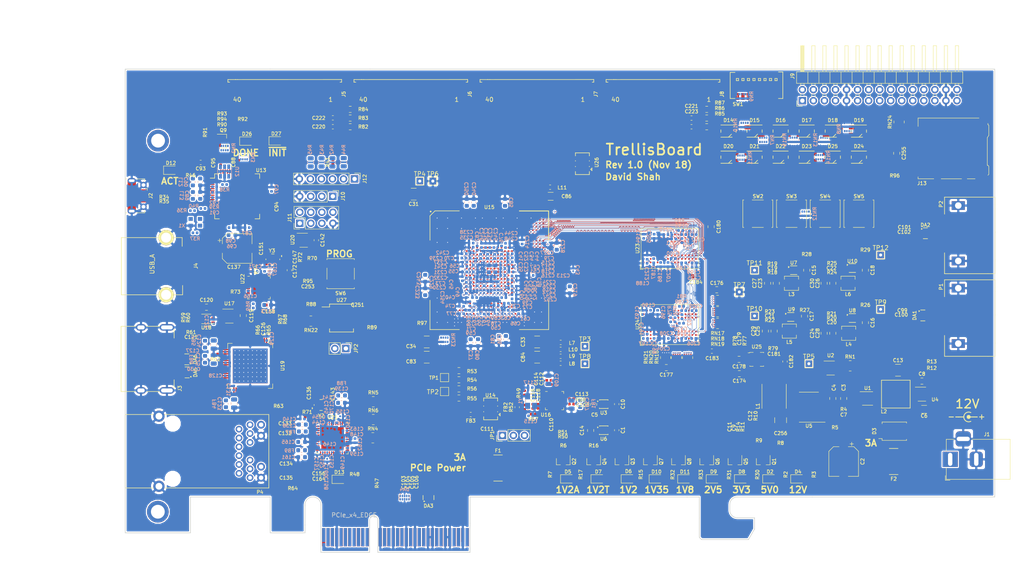
<source format=kicad_pcb>
(kicad_pcb (version 20171130) (host pcbnew 5.0.1)
  (layers (0 F.Cu signal) (1 In1.Cu signal) (2 In2.Cu signal) (3 In3.Cu signal) (4 In4.Cu signal) (5 In5.Cu signal) (6 In6.Cu signal) (31 B.Cu signal) (34 B.Paste user) (35 F.Paste user) (36 B.SilkS user) (37 F.SilkS user) (38 B.Mask user) (39 F.Mask user) (44 Edge.Cuts user))
  (net 0 "")
  (net 1 "/PCIe + SATA/DCU1_REFCLK-")
  (net 2 "/PCIe + SATA/DCU1_REFCLK+")
  (net 3 DDR3_A4)
  (net 4 DDR3_A6)
  (net 5 DDR3_A5)
  (net 6 DDR3_A7)
  (net 7 /DDR3/DDR3_VTT)
  (net 8 "Net-(RN2-Pad5)")
  (net 9 "Net-(RN2-Pad6)")
  (net 10 "Net-(R38-Pad2)")
  (net 11 "Net-(RN2-Pad7)")
  (net 12 +3V3)
  (net 13 /Power/1V2_EN)
  (net 14 /Power/2V5_EN)
  (net 15 /Power/1V35_EN)
  (net 16 "Net-(RN1-Pad4)")
  (net 17 +5V)
  (net 18 "Net-(RN1-Pad5)")
  (net 19 USD_D0)
  (net 20 USD_D3)
  (net 21 USD_CMD)
  (net 22 USD_D2)
  (net 23 "Net-(RN23-Pad1)")
  (net 24 GND)
  (net 25 "/FPGA IO/CFG0")
  (net 26 "Net-(RN23-Pad8)")
  (net 27 "/FPGA IO/CFG1")
  (net 28 "/FPGA IO/CFG2")
  (net 29 "/FPGA IO/FLASH_D3")
  (net 30 "/FPGA IO/FLASH_D1")
  (net 31 "/FPGA IO/FLASH_D2")
  (net 32 "/FPGA IO/FLASH_D0")
  (net 33 DDR3_WE)
  (net 34 DDR3_CKE)
  (net 35 DDR3_CS)
  (net 36 DDR3_ODT)
  (net 37 DDR3_CAS)
  (net 38 DDR3_BA2)
  (net 39 DDR3_RAS)
  (net 40 DDR3_BA1)
  (net 41 DDR3_A12)
  (net 42 DDR3_A14)
  (net 43 DDR3_A13)
  (net 44 DDR3_BA0)
  (net 45 DDR3_A11)
  (net 46 DDR3_A9)
  (net 47 DDR3_A10)
  (net 48 DDR3_A8)
  (net 49 DDR3_A0)
  (net 50 DDR3_A2)
  (net 51 DDR3_A1)
  (net 52 DDR3_A3)
  (net 53 "/HDMI, GbE, USB/ETH_LED2")
  (net 54 ETH_~RESET)
  (net 55 "/HDMI, GbE, USB/ETH_LED1")
  (net 56 RGMII_REF_CLK)
  (net 57 "Net-(D18-Pad4)")
  (net 58 "Net-(D20-Pad4)")
  (net 59 "Net-(D19-Pad4)")
  (net 60 "Net-(D21-Pad4)")
  (net 61 "Net-(D25-Pad4)")
  (net 62 "Net-(D23-Pad4)")
  (net 63 "Net-(D24-Pad4)")
  (net 64 "Net-(D22-Pad4)")
  (net 65 FTDI_D1_RX)
  (net 66 FTDI_~WR)
  (net 67 FTDI_~RD)
  (net 68 FTDI_~SIWU)
  (net 69 RGMII_RXD0)
  (net 70 RGMII_RXD2)
  (net 71 RGMII_RXD1)
  (net 72 RGMII_RXD3)
  (net 73 RGMII_RX_DV)
  (net 74 ETH_MDIO)
  (net 75 RGMII_RX_CLK)
  (net 76 ETH_INT_N)
  (net 77 "Net-(D17-Pad1)")
  (net 78 "Net-(D16-Pad1)")
  (net 79 "Net-(D14-Pad1)")
  (net 80 "Net-(D15-Pad1)")
  (net 81 DIP_SW1)
  (net 82 DIP_SW0)
  (net 83 DIP_SW2)
  (net 84 DIP_SW3)
  (net 85 DIP_SW7)
  (net 86 DIP_SW6)
  (net 87 DIP_SW4)
  (net 88 DIP_SW5)
  (net 89 "Net-(D14-Pad4)")
  (net 90 "Net-(D16-Pad4)")
  (net 91 "Net-(D15-Pad4)")
  (net 92 "Net-(D17-Pad4)")
  (net 93 "Net-(D21-Pad1)")
  (net 94 "Net-(D20-Pad1)")
  (net 95 "Net-(D18-Pad1)")
  (net 96 "Net-(D19-Pad1)")
  (net 97 BTN1)
  (net 98 BTN0)
  (net 99 BTN2)
  (net 100 BTN3)
  (net 101 "Net-(D25-Pad1)")
  (net 102 "Net-(D24-Pad1)")
  (net 103 "Net-(D22-Pad1)")
  (net 104 "Net-(D23-Pad1)")
  (net 105 "/FPGA IO/VCCIO7")
  (net 106 "Net-(R44-Pad2)")
  (net 107 JTAG_TDO)
  (net 108 JTAG_TDI)
  (net 109 "Net-(R43-Pad2)")
  (net 110 "Net-(R42-Pad2)")
  (net 111 JTAG_TCK)
  (net 112 JTAG_TMS)
  (net 113 "Net-(R45-Pad2)")
  (net 114 "/PCIe + SATA/CLKAUXO+")
  (net 115 "/PCIe + SATA/CLK150M-")
  (net 116 +1V8)
  (net 117 +2V5)
  (net 118 "/PCIe + SATA/CLKAUXO-")
  (net 119 "/FPGA IO/VCCIO6")
  (net 120 "/PCIe + SATA/CLK150M+")
  (net 121 CLK_SDA)
  (net 122 "Net-(R36-Pad2)")
  (net 123 FPGA_12MHz)
  (net 124 "/PCIe + SATA/PCIe_REFCLK+")
  (net 125 "/PCIe + SATA/PCIe_REFCLK-")
  (net 126 PCIe_12V)
  (net 127 "Net-(D13-Pad2)")
  (net 128 ~PERST)
  (net 129 "Net-(P3-PadA11)")
  (net 130 "Net-(D12-Pad2)")
  (net 131 "Net-(R40-Pad1)")
  (net 132 "Net-(R39-Pad1)")
  (net 133 "Net-(R38-Pad1)")
  (net 134 "Net-(R12-Pad2)")
  (net 135 "/PCIe + SATA/3V3_C")
  (net 136 "/PCIe + SATA/3V3_CA")
  (net 137 "Net-(R57-Pad1)")
  (net 138 "Net-(R58-Pad2)")
  (net 139 FABRIC_REFCLK)
  (net 140 "/HDMI, GbE, USB/PORT_SCL")
  (net 141 "/HDMI, GbE, USB/PORT_SDA")
  (net 142 "Net-(C121-Pad1)")
  (net 143 "Net-(R62-Pad1)")
  (net 144 /Power/3V3_PG)
  (net 145 "Net-(D27-Pad2)")
  (net 146 "/FPGA IO/~PROGRAM")
  (net 147 "Net-(R80-Pad1)")
  (net 148 "Net-(R81-Pad1)")
  (net 149 "/FPGA IO/FLASH_~CS")
  (net 150 "/FPGA IO/FLASH_CLK")
  (net 151 "/FPGA IO/DONE")
  (net 152 "Net-(Q9-Pad1)")
  (net 153 "Net-(D26-Pad2)")
  (net 154 "Net-(R79-Pad1)")
  (net 155 "/FPGA IO/~INIT")
  (net 156 "Net-(C9-Pad1)")
  (net 157 "Net-(C11-Pad1)")
  (net 158 "Net-(Q2-Pad3)")
  (net 159 "Net-(D5-Pad1)")
  (net 160 /Power/1V2_PG)
  (net 161 USD_D1)
  (net 162 USD_CLK)
  (net 163 "Net-(R97-Pad1)")
  (net 164 "Net-(Q2-Pad1)")
  (net 165 +1V2A)
  (net 166 "Net-(R5-Pad2)")
  (net 167 "Net-(D2-Pad2)")
  (net 168 "Net-(C7-Pad1)")
  (net 169 "Net-(D4-Pad2)")
  (net 170 +12V)
  (net 171 "Net-(R74-Pad1)")
  (net 172 "/Debug Interface/PORT_D-")
  (net 173 "/Debug Interface/FTDI_D-")
  (net 174 "/Debug Interface/FTDI_D+")
  (net 175 "/Debug Interface/PORT_D+")
  (net 176 "Net-(C22-Pad2)")
  (net 177 "Net-(R71-Pad2)")
  (net 178 "/HDMI, GbE, USB/USB_XO")
  (net 179 "/HDMI, GbE, USB/USB_XI")
  (net 180 "Net-(R73-Pad1)")
  (net 181 "/HDMI, GbE, USB/USBA_VBUS")
  (net 182 "/HDMI, GbE, USB/EXTVBUS")
  (net 183 DVI_SCL)
  (net 184 DVI_SDA)
  (net 185 CLK_SCL)
  (net 186 "Net-(R70-Pad1)")
  (net 187 "Net-(C175-Pad2)")
  (net 188 DDR3_CLK+)
  (net 189 "Net-(P4-Pad16)")
  (net 190 "Net-(R66-Pad1)")
  (net 191 "Net-(R65-Pad1)")
  (net 192 "/HDMI, GbE, USB/HDMI_HPD")
  (net 193 DDR3_CLK-)
  (net 194 "Net-(C179-Pad1)")
  (net 195 +1V35)
  (net 196 +1V2)
  (net 197 "Net-(D10-Pad2)")
  (net 198 "Net-(P4-Pad14)")
  (net 199 "Net-(C12-Pad2)")
  (net 200 "Net-(D6-Pad2)")
  (net 201 +1V2T)
  (net 202 "Net-(Q4-Pad1)")
  (net 203 "Net-(Q4-Pad3)")
  (net 204 "Net-(D7-Pad1)")
  (net 205 "Net-(C19-Pad2)")
  (net 206 "Net-(C20-Pad2)")
  (net 207 "Net-(C21-Pad2)")
  (net 208 "/Debug Interface/FTDI_12MHz")
  (net 209 "Net-(D11-Pad2)")
  (net 210 /Power/2V5_PG)
  (net 211 /Power/1V35_PG)
  (net 212 /Power/1V8_PG)
  (net 213 "Net-(D8-Pad2)")
  (net 214 "Net-(D9-Pad2)")
  (net 215 "Net-(C8-Pad2)")
  (net 216 "Net-(C8-Pad1)")
  (net 217 /Power/PWR_EN)
  (net 218 "/HDMI, GbE, USB/HDMI_5V")
  (net 219 "Net-(U17-Pad3)")
  (net 220 "Net-(D9-Pad1)")
  (net 221 "Net-(D11-Pad1)")
  (net 222 "Net-(D26-Pad1)")
  (net 223 "Net-(D2-Pad1)")
  (net 224 "Net-(D6-Pad1)")
  (net 225 "Net-(D10-Pad1)")
  (net 226 "Net-(D8-Pad1)")
  (net 227 "Net-(U1-Pad3)")
  (net 228 DDR3_Vref)
  (net 229 DDR3_Vtt_EN)
  (net 230 "Net-(U5-Pad2)")
  (net 231 "Net-(L1-Pad1)")
  (net 232 "Net-(C11-Pad2)")
  (net 233 "Net-(U13-Pad3)")
  (net 234 "/Debug Interface/Vphy")
  (net 235 "/Debug Interface/Vpll")
  (net 236 "/Debug Interface/JTAG_ACT")
  (net 237 "Net-(U13-Pad22)")
  (net 238 "Net-(U13-Pad23)")
  (net 239 "Net-(U13-Pad24)")
  (net 240 "Net-(U13-Pad26)")
  (net 241 "Net-(U13-Pad27)")
  (net 242 "Net-(U13-Pad28)")
  (net 243 "Net-(U13-Pad29)")
  (net 244 "Net-(U13-Pad30)")
  (net 245 "Net-(U13-Pad32)")
  (net 246 "Net-(U13-Pad33)")
  (net 247 "Net-(U13-Pad34)")
  (net 248 "Net-(U13-Pad36)")
  (net 249 FTDI_D0_TX)
  (net 250 FTDI_D2)
  (net 251 FTDI_D3)
  (net 252 FTDI_D4)
  (net 253 FTDI_D5)
  (net 254 FTDI_D6)
  (net 255 FTDI_D7)
  (net 256 FTDI_~RXF)
  (net 257 "Net-(U13-Pad49)")
  (net 258 "Net-(U13-Pad50)")
  (net 259 FTDI_~TXE)
  (net 260 "Net-(U13-Pad57)")
  (net 261 "Net-(U13-Pad58)")
  (net 262 "Net-(U13-Pad59)")
  (net 263 "Net-(U13-Pad60)")
  (net 264 "/HDMI, GbE, USB/DVI_DVDD")
  (net 265 DVI_DE)
  (net 266 DVI_HSYNC)
  (net 267 DVI_VSYNC)
  (net 268 "Net-(U19-Pad11)")
  (net 269 "/HDMI, GbE, USB/DVI_PVDD")
  (net 270 "/HDMI, GbE, USB/TMDS_CLK-")
  (net 271 "/HDMI, GbE, USB/TMDS_CLK+")
  (net 272 "/HDMI, GbE, USB/DVI_TVDD")
  (net 273 "/HDMI, GbE, USB/TMDS_D0-")
  (net 274 "/HDMI, GbE, USB/TMDS_D0+")
  (net 275 "/HDMI, GbE, USB/TMDS_D1-")
  (net 276 "/HDMI, GbE, USB/TMDS_D1+")
  (net 277 "/HDMI, GbE, USB/TMDS_D2-")
  (net 278 "/HDMI, GbE, USB/TMDS_D2+")
  (net 279 DVI_D23)
  (net 280 DVI_D22)
  (net 281 DVI_D21)
  (net 282 DVI_D20)
  (net 283 DVI_D19)
  (net 284 DVI_D18)
  (net 285 DVI_D17)
  (net 286 DVI_D16)
  (net 287 DVI_D15)
  (net 288 DVI_D14)
  (net 289 DVI_D13)
  (net 290 DVI_D12)
  (net 291 "Net-(U19-Pad49)")
  (net 292 DVI_D11)
  (net 293 DVI_D10)
  (net 294 DVI_D9)
  (net 295 DVI_D8)
  (net 296 DVI_D7)
  (net 297 DVI_D6)
  (net 298 DVI_CLK)
  (net 299 DVI_D5)
  (net 300 DVI_D4)
  (net 301 DVI_D3)
  (net 302 DVI_D2)
  (net 303 DVI_D1)
  (net 304 DVI_D0)
  (net 305 "/HDMI, GbE, USB/AVDDH")
  (net 306 "/HDMI, GbE, USB/MX4-")
  (net 307 "/HDMI, GbE, USB/MX4+")
  (net 308 "/HDMI, GbE, USB/AVDDL")
  (net 309 "/HDMI, GbE, USB/MX3-")
  (net 310 "/HDMI, GbE, USB/MX3+")
  (net 311 "/HDMI, GbE, USB/MX2-")
  (net 312 "/HDMI, GbE, USB/MX2+")
  (net 313 "/HDMI, GbE, USB/MX1-")
  (net 314 "/HDMI, GbE, USB/MX1+")
  (net 315 "Net-(U21-Pad13)")
  (net 316 RGMII_TXD0)
  (net 317 RGMII_TXD1)
  (net 318 RGMII_TXD2)
  (net 319 RGMII_TXD3)
  (net 320 RGMII_TX_CLK)
  (net 321 RGMII_TX_EN)
  (net 322 ETH_MDC)
  (net 323 "Net-(U21-Pad43)")
  (net 324 "/HDMI, GbE, USB/AVDDL_PLL")
  (net 325 "/HDMI, GbE, USB/ETH_XO")
  (net 326 "/HDMI, GbE, USB/ETH_XI")
  (net 327 "Net-(U21-Pad47)")
  (net 328 "Net-(U22-Pad3)")
  (net 329 "Net-(U22-Pad5)")
  (net 330 "/HDMI, GbE, USB/USBA_D+")
  (net 331 "/HDMI, GbE, USB/USBA_D-")
  (net 332 ULPI_RESET)
  (net 333 ULPI_NXT)
  (net 334 ULPI_DIR)
  (net 335 ULPI_STP)
  (net 336 ULPI_CLKO)
  (net 337 "/HDMI, GbE, USB/USB1V8")
  (net 338 ULPI_D7)
  (net 339 ULPI_D6)
  (net 340 ULPI_D5)
  (net 341 ULPI_D4)
  (net 342 ULPI_D3)
  (net 343 ULPI_D2)
  (net 344 ULPI_D1)
  (net 345 ULPI_D0)
  (net 346 "Net-(C117-Pad1)")
  (net 347 "Net-(C115-Pad2)")
  (net 348 CLK_SD_OE)
  (net 349 "Net-(U16-Pad11)")
  (net 350 "Net-(U16-Pad12)")
  (net 351 "/PCIe + SATA/1V8_C")
  (net 352 "Net-(U16-Pad16)")
  (net 353 "/PCIe + SATA/DCU0_REFCLK-")
  (net 354 "/PCIe + SATA/DCU0_REFCLK+")
  (net 355 "Net-(U16-Pad24)")
  (net 356 DDR3_DQ13)
  (net 357 DDR3_DQ15)
  (net 358 DDR3_DQ12)
  (net 359 DDR3_DQS1-)
  (net 360 DDR3_DQ14)
  (net 361 DDR3_DQ11)
  (net 362 DDR3_DQ9)
  (net 363 DDR3_DQS1+)
  (net 364 DDR3_DQ10)
  (net 365 DDR3_DM1)
  (net 366 DDR3_DQ8)
  (net 367 DDR3_DQ0)
  (net 368 DDR3_DM0)
  (net 369 DDR3_DQ2)
  (net 370 DDR3_DQS0+)
  (net 371 DDR3_DQ1)
  (net 372 DDR3_DQ3)
  (net 373 DDR3_DQ6)
  (net 374 DDR3_DQS0-)
  (net 375 DDR3_DQ4)
  (net 376 DDR3_DQ7)
  (net 377 DDR3_DQ5)
  (net 378 "Net-(U23-PadJ1)")
  (net 379 "Net-(U23-PadJ9)")
  (net 380 "Net-(U23-PadL1)")
  (net 381 "Net-(U23-PadL9)")
  (net 382 "Net-(U23-PadM7)")
  (net 383 DDR3_RESET)
  (net 384 "Net-(U24-PadM7)")
  (net 385 "Net-(U24-PadL9)")
  (net 386 "Net-(U24-PadL1)")
  (net 387 "Net-(U24-PadJ9)")
  (net 388 "Net-(U24-PadJ1)")
  (net 389 DDR3_DQ21)
  (net 390 DDR3_DQ23)
  (net 391 DDR3_DQ20)
  (net 392 DDR3_DQS2-)
  (net 393 DDR3_DQ22)
  (net 394 DDR3_DQ19)
  (net 395 DDR3_DQ17)
  (net 396 DDR3_DQS2+)
  (net 397 DDR3_DQ18)
  (net 398 DDR3_DM2)
  (net 399 DDR3_DQ16)
  (net 400 DDR3_DQ24)
  (net 401 DDR3_DM3)
  (net 402 DDR3_DQ26)
  (net 403 DDR3_DQS3+)
  (net 404 DDR3_DQ25)
  (net 405 DDR3_DQ27)
  (net 406 DDR3_DQ30)
  (net 407 DDR3_DQS3-)
  (net 408 DDR3_DQ28)
  (net 409 DDR3_DQ31)
  (net 410 DDR3_DQ29)
  (net 411 "Net-(X1-Pad1)")
  (net 412 "Net-(L4-Pad1)")
  (net 413 "Net-(L5-Pad1)")
  (net 414 "Net-(L3-Pad1)")
  (net 415 "Net-(L6-Pad1)")
  (net 416 "Net-(C111-Pad1)")
  (net 417 "/FPGA Core Power/VCCHTX1")
  (net 418 "/FPGA Core Power/VCCHTX0")
  (net 419 "/FPGA Core Power/VCCA0")
  (net 420 "/FPGA Core Power/VCCAUX")
  (net 421 "/FPGA Core Power/VCCA1")
  (net 422 "/PCIe + SATA/SATA1_A+")
  (net 423 "/PCIe + SATA/SATA1_A-")
  (net 424 "/PCIe + SATA/DCU1_RX1-")
  (net 425 "/PCIe + SATA/DCU1_RX1+")
  (net 426 "/PCIe + SATA/SATA0_A+")
  (net 427 "/PCIe + SATA/SATA0_A-")
  (net 428 "/PCIe + SATA/DCU1_RX0-")
  (net 429 "/PCIe + SATA/DCU1_RX0+")
  (net 430 "/PCIe + SATA/PCIe_HSI0+")
  (net 431 "/PCIe + SATA/PCIe_HSI0-")
  (net 432 "/PCIe + SATA/PCIe_HSI1+")
  (net 433 "/PCIe + SATA/PCIe_HSI1-")
  (net 434 "/PCIe + SATA/DCU0_RX0+")
  (net 435 "/PCIe + SATA/DCU0_RX0-")
  (net 436 "/PCIe + SATA/DCU0_RX1+")
  (net 437 "/PCIe + SATA/DCU0_RX1-")
  (net 438 "Net-(U6-Pad2)")
  (net 439 "Net-(U6-Pad5)")
  (net 440 "Net-(U3-Pad5)")
  (net 441 "Net-(U3-Pad2)")
  (net 442 "Net-(U10-Pad4)")
  (net 443 "Net-(U9-Pad4)")
  (net 444 "Net-(U8-Pad4)")
  (net 445 "Net-(U7-Pad4)")
  (net 446 "Net-(J5-Pad38)")
  (net 447 "/FPGA IO/EXT0_11-")
  (net 448 "/FPGA IO/EXT0_11+")
  (net 449 "/FPGA IO/EXT0_10-")
  (net 450 "/FPGA IO/EXT0_10+")
  (net 451 "/FPGA IO/EXT0_9-")
  (net 452 "/FPGA IO/EXT0_9+")
  (net 453 "/FPGA IO/EXT0_8-")
  (net 454 "/FPGA IO/EXT0_8+")
  (net 455 "/FPGA IO/EXT0_7-")
  (net 456 "/FPGA IO/EXT0_7+")
  (net 457 "/FPGA IO/EXT0_6-")
  (net 458 "/FPGA IO/EXT0_6+")
  (net 459 "/FPGA IO/EXT0_5-")
  (net 460 "/FPGA IO/EXT0_5+")
  (net 461 "/FPGA IO/EXT0_4-")
  (net 462 "/FPGA IO/EXT0_4+")
  (net 463 "/FPGA IO/EXT0_3-")
  (net 464 "/FPGA IO/EXT0_3+")
  (net 465 "/FPGA IO/EXT0_2-")
  (net 466 "/FPGA IO/EXT0_2+")
  (net 467 "/FPGA IO/EXT0_1-")
  (net 468 "/FPGA IO/EXT0_1+")
  (net 469 "/FPGA IO/EXT0_0-")
  (net 470 "/FPGA IO/EXT0_0+")
  (net 471 "/FPGA IO/EXT3_0+")
  (net 472 "/FPGA IO/EXT3_0-")
  (net 473 "/FPGA IO/EXT3_1+")
  (net 474 "/FPGA IO/EXT3_1-")
  (net 475 "/FPGA IO/EXT3_2+")
  (net 476 "/FPGA IO/EXT3_2-")
  (net 477 "/FPGA IO/EXT3_3+")
  (net 478 "/FPGA IO/EXT3_3-")
  (net 479 "/FPGA IO/EXT3_4+")
  (net 480 "/FPGA IO/EXT3_4-")
  (net 481 "/FPGA IO/EXT3_5+")
  (net 482 "/FPGA IO/EXT3_5-")
  (net 483 "/FPGA IO/EXT3_6+")
  (net 484 "/FPGA IO/EXT3_6-")
  (net 485 "/FPGA IO/EXT3_7+")
  (net 486 "/FPGA IO/EXT3_7-")
  (net 487 "/FPGA IO/EXT3_8+")
  (net 488 "/FPGA IO/EXT3_8-")
  (net 489 "/FPGA IO/EXT3_9+")
  (net 490 "/FPGA IO/EXT3_9-")
  (net 491 "/FPGA IO/EXT3_10+")
  (net 492 "/FPGA IO/EXT3_10-")
  (net 493 "/FPGA IO/EXT3_11+")
  (net 494 "/FPGA IO/EXT3_11-")
  (net 495 "Net-(J8-Pad38)")
  (net 496 "Net-(J6-Pad38)")
  (net 497 "/FPGA IO/EXT1_11-")
  (net 498 "/FPGA IO/EXT1_11+")
  (net 499 "/FPGA IO/EXT1_10-")
  (net 500 "/FPGA IO/EXT1_10+")
  (net 501 "/FPGA IO/EXT1_9-")
  (net 502 "/FPGA IO/EXT1_9+")
  (net 503 "/FPGA IO/EXT1_8-")
  (net 504 "/FPGA IO/EXT1_8+")
  (net 505 "/FPGA IO/EXT1_7-")
  (net 506 "/FPGA IO/EXT1_7+")
  (net 507 "/FPGA IO/EXT1_6-")
  (net 508 "/FPGA IO/EXT1_6+")
  (net 509 "/FPGA IO/EXT1_5-")
  (net 510 "/FPGA IO/EXT1_5+")
  (net 511 "/FPGA IO/EXT1_4-")
  (net 512 "/FPGA IO/EXT1_4+")
  (net 513 "/FPGA IO/EXT1_3-")
  (net 514 "/FPGA IO/EXT1_3+")
  (net 515 "/FPGA IO/EXT1_2-")
  (net 516 "/FPGA IO/EXT1_2+")
  (net 517 "/FPGA IO/EXT1_1-")
  (net 518 "/FPGA IO/EXT1_1+")
  (net 519 "/FPGA IO/EXT1_0-")
  (net 520 "/FPGA IO/EXT1_0+")
  (net 521 "/FPGA IO/EXT2_0+")
  (net 522 "/FPGA IO/EXT2_0-")
  (net 523 "/FPGA IO/EXT2_1+")
  (net 524 "/FPGA IO/EXT2_1-")
  (net 525 "/FPGA IO/EXT2_2+")
  (net 526 "/FPGA IO/EXT2_2-")
  (net 527 "/FPGA IO/EXT2_3+")
  (net 528 "/FPGA IO/EXT2_3-")
  (net 529 "/FPGA IO/EXT2_4+")
  (net 530 "/FPGA IO/EXT2_4-")
  (net 531 "/FPGA IO/EXT2_5+")
  (net 532 "/FPGA IO/EXT2_5-")
  (net 533 "/FPGA IO/EXT2_6+")
  (net 534 "/FPGA IO/EXT2_6-")
  (net 535 "/FPGA IO/EXT2_7+")
  (net 536 "/FPGA IO/EXT2_7-")
  (net 537 "/FPGA IO/EXT2_8+")
  (net 538 "/FPGA IO/EXT2_8-")
  (net 539 "/FPGA IO/EXT2_9+")
  (net 540 "/FPGA IO/EXT2_9-")
  (net 541 "/FPGA IO/EXT2_10+")
  (net 542 "/FPGA IO/EXT2_10-")
  (net 543 "/FPGA IO/EXT2_11+")
  (net 544 "/FPGA IO/EXT2_11-")
  (net 545 "Net-(J7-Pad38)")
  (net 546 "Net-(C132-Pad1)")
  (net 547 "Net-(C135-Pad1)")
  (net 548 "Net-(C133-Pad1)")
  (net 549 "Net-(C134-Pad1)")
  (net 550 "Net-(P3-PadB5)")
  (net 551 "Net-(P3-PadB6)")
  (net 552 "Net-(P3-PadB8)")
  (net 553 "Net-(P3-PadB9)")
  (net 554 "Net-(P3-PadB10)")
  (net 555 PCIe_~WAKE)
  (net 556 "Net-(P3-PadB12)")
  (net 557 "/PCIe + SATA/~PRSNT2~_X1")
  (net 558 "Net-(P3-PadB23)")
  (net 559 "Net-(P3-PadB24)")
  (net 560 "Net-(P3-PadB27)")
  (net 561 "Net-(P3-PadB28)")
  (net 562 "Net-(P3-PadB30)")
  (net 563 "/PCIe + SATA/~PRSNT2~_X4")
  (net 564 "/PCIe + SATA/~PRSNT1")
  (net 565 "Net-(P3-PadA5)")
  (net 566 "Net-(P3-PadA6)")
  (net 567 "Net-(P3-PadA7)")
  (net 568 "Net-(P3-PadA8)")
  (net 569 "Net-(P3-PadA9)")
  (net 570 "Net-(P3-PadA10)")
  (net 571 "Net-(P3-PadA19)")
  (net 572 "Net-(P3-PadA25)")
  (net 573 "Net-(P3-PadA26)")
  (net 574 "Net-(P3-PadA29)")
  (net 575 "Net-(P3-PadA30)")
  (net 576 "Net-(P3-PadA32)")
  (net 577 "Net-(U14-Pad2)")
  (net 578 "Net-(U14-Pad1)")
  (net 579 "Net-(U26-Pad1)")
  (net 580 "Net-(U26-Pad2)")
  (net 581 "/FPGA IO/CLK100+")
  (net 582 "/FPGA IO/CLK100-")
  (net 583 "Net-(J3-Pad14)")
  (net 584 "Net-(J3-Pad13)")
  (net 585 LED2)
  (net 586 LED11)
  (net 587 LED10)
  (net 588 LED0)
  (net 589 LED1)
  (net 590 LED3)
  (net 591 LED4)
  (net 592 LED5)
  (net 593 LED6)
  (net 594 LED7)
  (net 595 LED8)
  (net 596 LED9)
  (net 597 "Net-(F2-Pad2)")
  (net 598 "Net-(U15-PadR1)")
  (net 599 "Net-(U15-PadY1)")
  (net 600 "Net-(U15-PadAB1)")
  (net 601 "Net-(U15-PadAC1)")
  (net 602 "Net-(U15-PadAD1)")
  (net 603 "Net-(U15-PadAE1)")
  (net 604 "Net-(U15-PadA2)")
  (net 605 "Net-(U15-PadT2)")
  (net 606 "Net-(U15-PadW2)")
  (net 607 "Net-(U15-PadAB2)")
  (net 608 "Net-(U15-PadAC2)")
  (net 609 "Net-(U15-PadAE2)")
  (net 610 "Net-(U15-PadAG2)")
  (net 611 "Net-(U15-PadA3)")
  (net 612 "Net-(U15-PadV3)")
  (net 613 "Net-(U15-PadW3)")
  (net 614 "Net-(U15-PadY3)")
  (net 615 "Net-(U15-PadAC3)")
  (net 616 "Net-(U15-PadAD3)")
  (net 617 "Net-(U15-PadAE3)")
  (net 618 "Net-(U15-PadAG3)")
  (net 619 "Net-(U15-PadAL3)")
  (net 620 "Net-(U15-PadB4)")
  (net 621 "Net-(U15-PadH4)")
  (net 622 "Net-(U15-PadAC4)")
  (net 623 "Net-(U15-PadA5)")
  (net 624 "Net-(U15-PadL5)")
  (net 625 "Net-(U15-PadW6)")
  (net 626 "Net-(U15-PadD7)")
  (net 627 "Net-(U15-PadE7)")
  (net 628 "Net-(U15-PadAE7)")
  (net 629 "Net-(U15-PadG9)")
  (net 630 "/PCIe + SATA/DCU0_TX0+")
  (net 631 "Net-(U15-PadG10)")
  (net 632 "/PCIe + SATA/DCU0_TX0-")
  (net 633 "Net-(U15-PadG11)")
  (net 634 "/PCIe + SATA/DCU0_TX1+")
  (net 635 "/PCIe + SATA/DCU0_TX1-")
  (net 636 "/FPGA IO/PMOD1_10")
  (net 637 "/FPGA IO/PMOD1_9")
  (net 638 "Net-(U15-PadG14)")
  (net 639 "Net-(U15-PadG15)")
  (net 640 "Net-(U15-PadAK15)")
  (net 641 "Net-(U15-PadG16)")
  (net 642 "Net-(U15-PadAK16)")
  (net 643 "Net-(U15-PadG17)")
  (net 644 "Net-(U15-PadG18)")
  (net 645 "/PCIe + SATA/DCU1_TX0+")
  (net 646 "Net-(U15-PadG19)")
  (net 647 "/PCIe + SATA/DCU1_TX0-")
  (net 648 "/FPGA IO/PMOD1_8")
  (net 649 "/FPGA IO/PMOD1_7")
  (net 650 "/PCIe + SATA/DCU1_TX1+")
  (net 651 "/PCIe + SATA/DCU1_TX1-")
  (net 652 "/FPGA IO/EXIO_5")
  (net 653 "/FPGA IO/EXIO_4")
  (net 654 "/FPGA IO/EXIO_3")
  (net 655 "Net-(U15-PadG22)")
  (net 656 "/FPGA IO/PMOD1_3")
  (net 657 "/FPGA IO/PMOD1_2")
  (net 658 "/FPGA IO/PMOD1_0")
  (net 659 "/FPGA IO/PMOD1_1")
  (net 660 "/FPGA IO/EXIO_2")
  (net 661 "Net-(U15-PadG23)")
  (net 662 "/FPGA IO/EXIO_1")
  (net 663 "/FPGA IO/PMOD0_10")
  (net 664 "/FPGA IO/EXIO_0")
  (net 665 "/FPGA IO/PMOD0_9")
  (net 666 "Net-(U15-PadG24)")
  (net 667 "Net-(U15-PadAG24)")
  (net 668 "Net-(U15-PadAK24)")
  (net 669 "/FPGA IO/PMOD0_8")
  (net 670 "/FPGA IO/PMOD0_3")
  (net 671 "/FPGA IO/PMOD0_7")
  (net 672 "/FPGA IO/PMOD0_2")
  (net 673 "/FPGA IO/PMOD0_1")
  (net 674 "Net-(U15-PadAK25)")
  (net 675 "/FPGA IO/PMOD0_0")
  (net 676 "Net-(U15-PadB26)")
  (net 677 "Net-(U15-PadE26)")
  (net 678 "Net-(U15-PadR26)")
  (net 679 "Net-(U15-PadT26)")
  (net 680 "Net-(U15-PadAE26)")
  (net 681 "Net-(U15-PadH27)")
  (net 682 "Net-(U15-PadJ27)")
  (net 683 "Net-(U15-PadK27)")
  (net 684 "Net-(U15-PadW27)")
  (net 685 "Net-(U15-PadC28)")
  (net 686 "Net-(U15-PadD28)")
  (net 687 "Net-(U15-PadH28)")
  (net 688 "Net-(U15-PadL28)")
  (net 689 "Net-(U15-PadP28)")
  (net 690 "Net-(U15-PadAC28)")
  (net 691 "Net-(U15-PadAE28)")
  (net 692 "Net-(U15-PadC29)")
  (net 693 "Net-(U15-PadH29)")
  (net 694 "Net-(U15-PadP29)")
  (net 695 "Net-(U15-PadAB29)")
  (net 696 "Net-(U15-PadAC29)")
  (net 697 "Net-(U15-PadAE29)")
  (net 698 "Net-(U15-PadAJ29)")
  (net 699 "Net-(U15-PadC30)")
  (net 700 "Net-(U15-PadP30)")
  (net 701 "Net-(U15-PadR30)")
  (net 702 "Net-(U15-PadV30)")
  (net 703 "Net-(U15-PadAB30)")
  (net 704 "Net-(U15-PadAE30)")
  (net 705 "Net-(U15-PadAJ30)")
  (net 706 "Net-(U15-PadA31)")
  (net 707 "Net-(U15-PadP31)")
  (net 708 "Net-(U15-PadAG31)")
  (net 709 "Net-(U15-PadAK31)")
  (net 710 "Net-(U15-PadAG32)")
  (net 711 "Net-(J2-Pad1)")
  (net 712 "Net-(J2-Pad4)")
  (net 713 "Net-(U15-PadN32)")
  (net 714 "Net-(U15-PadT30)")
  (net 715 "Net-(U15-PadAE27)")
  (net 716 "Net-(U15-PadAD27)")
  (net 717 "Net-(U15-PadAD26)")
  (net 718 "Net-(U15-PadF30)")
  (module Capacitor_SMD:C_0201_0603Metric (layer B.Cu) (at 90.2 111.585 90)
    (fp_text reference C149 (at -2.665 0.05 90) (layer B.SilkS) (effects (font (size 0.8 0.8)) (justify mirror)))
    (fp_text value 10n)
    (pad 1 smd roundrect (at -0.32 0 90) (size 0.46 0.4) (layers B.Cu B.Mask) (net 196 +1V2))
    (pad 2 smd roundrect (at 0.32 0 90) (size 0.46 0.4) (layers B.Cu B.Mask) (net 24 GND))
  )
  (module Capacitor_SMD:C_0201_0603Metric (layer B.Cu) (at 85.015 109.9)
    (fp_text reference C146 (at 2.235 0.1) (layer B.SilkS) (effects (font (size 0.8 0.8)) (justify mirror)))
    (fp_text value 10n)
    (pad 2 smd roundrect (at 0.32 0) (size 0.46 0.4) (layers B.Cu B.Mask) (net 24 GND))
    (pad 1 smd roundrect (at -0.32 0) (size 0.46 0.4) (layers B.Cu B.Mask) (net 308 "/HDMI, GbE, USB/AVDDL"))
  )
  (module Capacitor_SMD:C_0201_0603Metric (layer B.Cu) (at 87.2 105.615 90)
    (fp_text reference C145 (at 4.115 -0.7 90) (layer B.SilkS) (effects (font (size 0.8 0.8)) (justify mirror)))
    (fp_text value 10n)
    (pad 1 smd roundrect (at -0.32 0 90) (size 0.46 0.4) (layers B.Cu B.Mask) (net 24 GND))
    (pad 2 smd roundrect (at 0.32 0 90) (size 0.46 0.4) (layers B.Cu B.Mask) (net 324 "/HDMI, GbE, USB/AVDDL_PLL"))
  )
  (module Capacitor_SMD:C_0201_0603Metric (layer B.Cu) (at 84.915 107.4)
    (fp_text reference C144 (at -0.165 -2.4) (layer B.SilkS) (effects (font (size 0.8 0.8)) (justify mirror)))
    (fp_text value 10n)
    (pad 2 smd roundrect (at 0.32 0) (size 0.46 0.4) (layers B.Cu B.Mask) (net 24 GND))
    (pad 1 smd roundrect (at -0.32 0) (size 0.46 0.4) (layers B.Cu B.Mask) (net 308 "/HDMI, GbE, USB/AVDDL"))
  )
  (module Capacitor_SMD:C_0201_0603Metric (layer B.Cu) (at 90.9 108.9 180)
    (fp_text reference C148 (at -2.6 1.15 180) (layer B.SilkS) (effects (font (size 0.8 0.8)) (justify mirror)))
    (fp_text value 10n)
    (pad 1 smd roundrect (at -0.32 0 180) (size 0.46 0.4) (layers B.Cu B.Mask) (net 196 +1V2))
    (pad 2 smd roundrect (at 0.32 0 180) (size 0.46 0.4) (layers B.Cu B.Mask) (net 24 GND))
  )
  (module Capacitor_SMD:C_0201_0603Metric (layer B.Cu) (at 86.7 111.6 90)
    (fp_text reference C160 (at -4.4 -0.2 90) (layer B.SilkS) (effects (font (size 0.8 0.8)) (justify mirror)))
    (fp_text value 10n)
    (pad 2 smd roundrect (at 0.32 0 90) (size 0.46 0.4) (layers B.Cu B.Mask) (net 24 GND))
    (pad 1 smd roundrect (at -0.32 0 90) (size 0.46 0.4) (layers B.Cu B.Mask) (net 12 +3V3))
  )
  (module Capacitor_SMD:C_0201_0603Metric (layer B.Cu) (at 86.7 113.7 270)
    (fp_text reference C158 (at 5.3 0.2 270) (layer B.SilkS) (effects (font (size 0.8 0.8)) (justify mirror)))
    (fp_text value 10n)
    (pad 1 smd roundrect (at -0.32 0 270) (size 0.46 0.4) (layers B.Cu B.Mask) (net 12 +3V3))
    (pad 2 smd roundrect (at 0.32 0 270) (size 0.46 0.4) (layers B.Cu B.Mask) (net 24 GND))
  )
  (module Capacitor_SMD:C_0201_0603Metric (layer B.Cu) (at 84.4 112.1 270)
    (fp_text reference C157 (at 2.4 0.15 270) (layer B.SilkS) (effects (font (size 0.8 0.8)) (justify mirror)))
    (fp_text value 10n)
    (pad 2 smd roundrect (at 0.32 0 270) (size 0.46 0.4) (layers B.Cu B.Mask) (net 24 GND))
    (pad 1 smd roundrect (at -0.32 0 270) (size 0.46 0.4) (layers B.Cu B.Mask) (net 305 "/HDMI, GbE, USB/AVDDH"))
  )
  (module Capacitor_SMD:C_0201_0603Metric (layer B.Cu) (at 90 103.6)
    (fp_text reference C155 (at 0.25 -1.1) (layer B.SilkS) (effects (font (size 0.8 0.8)) (justify mirror)))
    (fp_text value 10n)
    (pad 1 smd roundrect (at -0.32 0) (size 0.46 0.4) (layers B.Cu B.Mask) (net 12 +3V3))
    (pad 2 smd roundrect (at 0.32 0) (size 0.46 0.4) (layers B.Cu B.Mask) (net 24 GND))
  )
  (module Capacitor_SMD:C_0201_0603Metric (layer B.Cu) (at 84.885 105.9)
    (fp_text reference C154 (at -0.135 -2.15) (layer B.SilkS) (effects (font (size 0.8 0.8)) (justify mirror)))
    (fp_text value 10n)
    (pad 2 smd roundrect (at 0.32 0) (size 0.46 0.4) (layers B.Cu B.Mask) (net 24 GND))
    (pad 1 smd roundrect (at -0.32 0) (size 0.46 0.4) (layers B.Cu B.Mask) (net 305 "/HDMI, GbE, USB/AVDDH"))
  )
  (module Capacitor_SMD:C_0201_0603Metric (layer B.Cu) (at 87.8 111.6 90)
    (fp_text reference C153 (at -2.4 -0.05 90) (layer B.SilkS) (effects (font (size 0.8 0.8)) (justify mirror)))
    (fp_text value 10n)
    (pad 1 smd roundrect (at -0.32 0 90) (size 0.46 0.4) (layers B.Cu B.Mask) (net 196 +1V2))
    (pad 2 smd roundrect (at 0.32 0 90) (size 0.46 0.4) (layers B.Cu B.Mask) (net 24 GND))
  )
  (module Capacitor_SMD:C_0201_0603Metric (layer B.Cu) (at 85.7 111.6 90)
    (fp_text reference C152 (at -2.4 -0.2 90) (layer B.SilkS) (effects (font (size 0.8 0.8)) (justify mirror)))
    (fp_text value 10n)
    (pad 2 smd roundrect (at 0.32 0 90) (size 0.46 0.4) (layers B.Cu B.Mask) (net 24 GND))
    (pad 1 smd roundrect (at -0.32 0 90) (size 0.46 0.4) (layers B.Cu B.Mask) (net 196 +1V2))
  )
  (module Capacitor_SMD:C_0201_0603Metric (layer B.Cu) (at 89.9 105.6 270)
    (fp_text reference C150 (at -0.85 -1.6 270) (layer B.SilkS) (effects (font (size 0.8 0.8)) (justify mirror)))
    (fp_text value 10n)
    (pad 1 smd roundrect (at -0.32 0 270) (size 0.46 0.4) (layers B.Cu B.Mask) (net 196 +1V2))
    (pad 2 smd roundrect (at 0.32 0 270) (size 0.46 0.4) (layers B.Cu B.Mask) (net 24 GND))
  )
  (module TestPoint:TestPoint_THTPad_1.5x1.5mm_Drill0.7mm (layer F.Cu) (at 185 70)
    (fp_text reference TP11 (at 0 -1.648) (layer F.SilkS))
    (fp_text value 1.35V)
    (pad 1 thru_hole rect (at 0 0) (size 1.5 1.5) (drill 0.7) (layers *.Cu *.Mask) (net 195 +1V35))
  )
  (module TestPoint:TestPoint_THTPad_1.5x1.5mm_Drill0.7mm (layer F.Cu) (at 146 91.5)
    (fp_text reference TP8 (at 0 -1.648) (layer F.SilkS))
    (fp_text value 1.2VT)
    (pad 1 thru_hole rect (at 0 0) (size 1.5 1.5) (drill 0.7) (layers *.Cu *.Mask) (net 201 +1V2T))
  )
  (module TestPoint:TestPoint_THTPad_1.5x1.5mm_Drill0.7mm (layer F.Cu) (at 214 79)
    (fp_text reference TP9 (at 0 -1.648) (layer F.SilkS))
    (fp_text value 3.3V)
    (pad 1 thru_hole rect (at 0 0) (size 1.5 1.5) (drill 0.7) (layers *.Cu *.Mask) (net 12 +3V3))
  )
  (module TestPoint:TestPoint_THTPad_1.5x1.5mm_Drill0.7mm (layer F.Cu) (at 185 80.5)
    (fp_text reference TP10 (at 0 -1.648) (layer F.SilkS))
    (fp_text value 2.5V)
    (pad 1 thru_hole rect (at 0 0) (size 1.5 1.5) (drill 0.7) (layers *.Cu *.Mask) (net 117 +2V5))
  )
  (module TestPoint:TestPoint_THTPad_1.5x1.5mm_Drill0.7mm (layer F.Cu) (at 214 66.5)
    (fp_text reference TP12 (at 0 -1.648) (layer F.SilkS))
    (fp_text value 1.8V)
    (pad 1 thru_hole rect (at 0 0) (size 1.5 1.5) (drill 0.7) (layers *.Cu *.Mask) (net 116 +1V8))
  )
  (module TestPoint:TestPoint_THTPad_1.5x1.5mm_Drill0.7mm (layer F.Cu) (at 197.5 91.5)
    (fp_text reference TP5 (at 0 -1.648) (layer F.SilkS))
    (fp_text value 5V)
    (pad 1 thru_hole rect (at 0 0) (size 1.5 1.5) (drill 0.7) (layers *.Cu *.Mask) (net 17 +5V))
  )
  (module TestPoint:TestPoint_THTPad_1.5x1.5mm_Drill0.7mm (layer F.Cu) (at 108 49.5)
    (fp_text reference TP4 (at 0 -1.648) (layer F.SilkS))
    (fp_text value 1.2V)
    (pad 1 thru_hole rect (at 0 0) (size 1.5 1.5) (drill 0.7) (layers *.Cu *.Mask) (net 196 +1V2))
  )
  (module TestPoint:TestPoint_THTPad_1.5x1.5mm_Drill0.7mm (layer F.Cu) (at 146 87.5)
    (fp_text reference TP3 (at 0 -1.648) (layer F.SilkS))
    (fp_text value 1.2VA)
    (pad 1 thru_hole rect (at 0 0) (size 1.5 1.5) (drill 0.7) (layers *.Cu *.Mask) (net 165 +1V2A))
  )
  (module TestPoint:TestPoint_THTPad_1.5x1.5mm_Drill0.7mm (layer F.Cu) (at 111 49.5)
    (fp_text reference TP6 (at 0 -1.648) (layer F.SilkS))
    (fp_text value GND)
    (pad 1 thru_hole rect (at 0 0) (size 1.5 1.5) (drill 0.7) (layers *.Cu *.Mask) (net 24 GND))
  )
  (module TestPoint:TestPoint_THTPad_1.5x1.5mm_Drill0.7mm (layer F.Cu) (at 181.5 75)
    (fp_text reference TP7 (at 0 -1.648) (layer F.SilkS))
    (fp_text value GND)
    (pad 1 thru_hole rect (at 0 0) (size 1.5 1.5) (drill 0.7) (layers *.Cu *.Mask) (net 24 GND))
  )
  (module "Custom Parts:PCIe_EDGE_x4" (layer F.Cu) (at 92.9 131.4)
    (fp_text reference P3 hide)
    (fp_text value PCIe_x4_EDGE (at 0 -5.08) (layer Edge.Cuts))
    (fp_arc (start 88.15 -6.2) (end 86.4 -6.2) (angle -90) (layer Edge.Cuts) (width 0.15))
    (fp_arc (start 88.15 -7.5) (end 88.15 -9.25) (angle -90) (layer Edge.Cuts) (width 0.15))
    (fp_line (start 90.7 0.55) (end 92.1 -1.88) (layer Edge.Cuts) (width 0.15))
    (fp_line (start 79.9 0.55) (end 79.4 0.05) (layer Edge.Cuts) (width 0.15))
    (fp_line (start 92.1 -4.45) (end 88.15 -4.45) (layer Edge.Cuts) (width 0.15))
    (fp_line (start 86.4 -6.2) (end 86.4 -7.5) (layer Edge.Cuts) (width 0.15))
    (fp_line (start 88.15 -9.25) (end 105.4 -9.25) (layer Edge.Cuts) (width 0.15))
    (fp_line (start 79.4 -4.45) (end 79.4 0.05) (layer Edge.Cuts) (width 0.15))
    (fp_line (start 79.9 0.55) (end 90.71 0.55) (layer Edge.Cuts) (width 0.15))
    (fp_line (start 92.1 -1.88) (end 92.1 -4.45) (layer Edge.Cuts) (width 0.15))
    (fp_line (start 79.4 -9.25) (end 79.4 -4.45) (layer Edge.Cuts) (width 0.15))
    (fp_line (start 76.6 -9.25) (end 79.4 -9.25) (layer Edge.Cuts) (width 0.15))
    (fp_line (start 26.65 -3.2) (end 26.65 -9.25) (layer Edge.Cuts) (width 0.15))
    (fp_line (start 26.65 -9.25) (end 76.65 -9.25) (layer Edge.Cuts) (width 0.15))
    (fp_line (start -52.65 -106.65) (end -52.65 -107.65) (layer Edge.Cuts) (width 0.15))
    (fp_line (start -52.65 -107.65) (end -19.3 -107.65) (layer Edge.Cuts) (width 0.15))
    (fp_line (start -19.3 -1) (end -19.3 -9.25) (layer Edge.Cuts) (width 0.15))
    (fp_line (start -19.3 -9.25) (end -37.65 -9.25) (layer Edge.Cuts) (width 0.15))
    (fp_line (start -37.65 -9.25) (end -37.65 -1) (layer Edge.Cuts) (width 0.15))
    (fp_line (start -37.65 -1) (end -52.65 -1) (layer Edge.Cuts) (width 0.15))
    (fp_line (start -52.65 -1) (end -52.65 -106.65) (layer Edge.Cuts) (width 0.15))
    (fp_line (start -19.3 -107.65) (end 3.7 -107.65) (layer Edge.Cuts) (width 0.15))
    (fp_line (start -11.9 -1) (end -19.3 -1) (layer Edge.Cuts) (width 0.15))
    (fp_line (start -11.3 -7.45) (end -11.3 -7.2) (layer Edge.Cuts) (width 0.15))
    (fp_line (start -11.3 -7.2) (end -11.3 -2.8) (layer Edge.Cuts) (width 0.15))
    (fp_line (start -11.3 -2.8) (end -11.3 -1) (layer Edge.Cuts) (width 0.15))
    (fp_line (start -11.3 -1) (end -11.9 -1) (layer Edge.Cuts) (width 0.15))
    (fp_line (start -7.65 -7.425) (end -7.65 -2.47) (layer Edge.Cuts) (width 0.15))
    (fp_arc (start -9.475 -7.425) (end -11.3 -7.425) (angle 180) (layer Edge.Cuts) (width 0.15))
    (fp_line (start 3.7 -107.65) (end 105.4 -107.65) (layer Edge.Cuts) (width 0.15))
    (fp_line (start -7.65 3.5) (end -6.9 3.5) (layer Edge.Cuts) (width 0.15))
    (fp_line (start -7.65 3.5) (end -7.65 -2.5) (layer Edge.Cuts) (width 0.15))
    (fp_line (start 26.65 3.5) (end 26.65 -3.2) (layer Edge.Cuts) (width 0.15))
    (fp_line (start 5.45 3.5) (end 26.65 3.5) (layer Edge.Cuts) (width 0.15))
    (fp_line (start 3.55 -3.95) (end 3.55 3.5) (layer Edge.Cuts) (width 0.15))
    (fp_line (start 3.55 3.5) (end -6.9 3.5) (layer Edge.Cuts) (width 0.15))
    (fp_line (start 5.45 -3.95) (end 5.45 3.5) (layer Edge.Cuts) (width 0.15))
    (fp_arc (start 4.5 -3.95) (end 3.55 -3.95) (angle 180) (layer Edge.Cuts) (width 0.15))
    (pad B1 smd rect (at -7 0) (size 0.75 4.2) (layers F.Cu F.Mask) (net 126 PCIe_12V))
    (pad B2 smd rect (at -6 0) (size 0.75 4.2) (layers F.Cu F.Mask) (net 126 PCIe_12V))
    (pad B3 smd rect (at -5 0) (size 0.75 4.2) (layers F.Cu F.Mask) (net 126 PCIe_12V))
    (pad B4 smd rect (at -4 0) (size 0.75 4.2) (layers F.Cu F.Mask) (net 24 GND))
    (pad B5 smd rect (at -3 0) (size 0.75 4.2) (layers F.Cu F.Mask) (net 550 "Net-(P3-PadB5)"))
    (pad B6 smd rect (at -2 0) (size 0.75 4.2) (layers F.Cu F.Mask) (net 551 "Net-(P3-PadB6)"))
    (pad B7 smd rect (at -1 0) (size 0.75 4.2) (layers F.Cu F.Mask) (net 24 GND))
    (pad B8 smd rect (at 0 0) (size 0.75 4.2) (layers F.Cu F.Mask) (net 552 "Net-(P3-PadB8)"))
    (pad B9 smd rect (at 1 0) (size 0.75 4.2) (layers F.Cu F.Mask) (net 553 "Net-(P3-PadB9)"))
    (pad B10 smd rect (at 2 0) (size 0.75 4.2) (layers F.Cu F.Mask) (net 554 "Net-(P3-PadB10)"))
    (pad B11 smd rect (at 3 0) (size 0.75 4.2) (layers F.Cu F.Mask) (net 555 PCIe_~WAKE))
    (pad B12 smd rect (at 6 0) (size 0.75 4.2) (layers F.Cu F.Mask) (net 556 "Net-(P3-PadB12)"))
    (pad B13 smd rect (at 7 0) (size 0.75 4.2) (layers F.Cu F.Mask) (net 24 GND))
    (pad B14 smd rect (at 8 0) (size 0.75 4.2) (layers F.Cu F.Mask) (net 434 "/PCIe + SATA/DCU0_RX0+"))
    (pad B15 smd rect (at 9 0) (size 0.75 4.2) (layers F.Cu F.Mask) (net 435 "/PCIe + SATA/DCU0_RX0-"))
    (pad B16 smd rect (at 10 0) (size 0.75 4.2) (layers F.Cu F.Mask) (net 24 GND))
    (pad B17 smd rect (at 11 0) (size 0.75 4.2) (layers F.Cu F.Mask) (net 557 "/PCIe + SATA/~PRSNT2~_X1"))
    (pad B18 smd rect (at 12 0) (size 0.75 4.2) (layers F.Cu F.Mask) (net 24 GND))
    (pad B19 smd rect (at 13 0) (size 0.75 4.2) (layers F.Cu F.Mask) (net 436 "/PCIe + SATA/DCU0_RX1+"))
    (pad B20 smd rect (at 14 0) (size 0.75 4.2) (layers F.Cu F.Mask) (net 437 "/PCIe + SATA/DCU0_RX1-"))
    (pad B21 smd rect (at 15 0) (size 0.75 4.2) (layers F.Cu F.Mask) (net 24 GND))
    (pad B22 smd rect (at 16 0) (size 0.75 4.2) (layers F.Cu F.Mask) (net 24 GND))
    (pad B23 smd rect (at 17 0) (size 0.75 4.2) (layers F.Cu F.Mask) (net 558 "Net-(P3-PadB23)"))
    (pad B24 smd rect (at 18 0) (size 0.75 4.2) (layers F.Cu F.Mask) (net 559 "Net-(P3-PadB24)"))
    (pad B25 smd rect (at 19 0) (size 0.75 4.2) (layers F.Cu F.Mask) (net 24 GND))
    (pad B26 smd rect (at 20 0) (size 0.75 4.2) (layers F.Cu F.Mask) (net 24 GND))
    (pad B27 smd rect (at 21 0) (size 0.75 4.2) (layers F.Cu F.Mask) (net 560 "Net-(P3-PadB27)"))
    (pad B28 smd rect (at 22 0) (size 0.75 4.2) (layers F.Cu F.Mask) (net 561 "Net-(P3-PadB28)"))
    (pad B29 smd rect (at 23 0) (size 0.75 4.2) (layers F.Cu F.Mask) (net 24 GND))
    (pad B30 smd rect (at 24 0) (size 0.75 4.2) (layers F.Cu F.Mask) (net 562 "Net-(P3-PadB30)"))
    (pad B31 smd rect (at 25 -0.5) (size 0.75 3.2) (layers F.Cu F.Mask) (net 563 "/PCIe + SATA/~PRSNT2~_X4"))
    (pad B32 smd rect (at 26 0) (size 0.75 4.2) (layers F.Cu F.Mask) (net 24 GND))
    (pad A1 smd rect (at -7 -0.5) (size 0.75 3.2) (layers B.Cu B.Mask) (net 564 "/PCIe + SATA/~PRSNT1"))
    (pad A2 smd rect (at -6 0) (size 0.75 4.2) (layers B.Cu B.Mask) (net 126 PCIe_12V))
    (pad A3 smd rect (at -5 0) (size 0.75 4.2) (layers B.Cu B.Mask) (net 126 PCIe_12V))
    (pad A4 smd rect (at -4 0) (size 0.75 4.2) (layers B.Cu B.Mask) (net 24 GND))
    (pad A5 smd rect (at -3 0) (size 0.75 4.2) (layers B.Cu B.Mask) (net 565 "Net-(P3-PadA5)"))
    (pad A6 smd rect (at -2 0) (size 0.75 4.2) (layers B.Cu B.Mask) (net 566 "Net-(P3-PadA6)"))
    (pad A7 smd rect (at -1 0) (size 0.75 4.2) (layers B.Cu B.Mask) (net 567 "Net-(P3-PadA7)"))
    (pad A8 smd rect (at 0 0) (size 0.75 4.2) (layers B.Cu B.Mask) (net 568 "Net-(P3-PadA8)"))
    (pad A9 smd rect (at 1 0) (size 0.75 4.2) (layers B.Cu B.Mask) (net 569 "Net-(P3-PadA9)"))
    (pad A10 smd rect (at 2 0) (size 0.75 4.2) (layers B.Cu B.Mask) (net 570 "Net-(P3-PadA10)"))
    (pad A11 smd rect (at 3 0) (size 0.75 4.2) (layers B.Cu B.Mask) (net 129 "Net-(P3-PadA11)"))
    (pad A12 smd rect (at 6 0) (size 0.75 4.2) (layers B.Cu B.Mask) (net 24 GND))
    (pad A13 smd rect (at 7 0) (size 0.75 4.2) (layers B.Cu B.Mask) (net 124 "/PCIe + SATA/PCIe_REFCLK+"))
    (pad A14 smd rect (at 8 0) (size 0.75 4.2) (layers B.Cu B.Mask) (net 125 "/PCIe + SATA/PCIe_REFCLK-"))
    (pad A15 smd rect (at 9 0) (size 0.75 4.2) (layers B.Cu B.Mask) (net 24 GND))
    (pad A16 smd rect (at 10 0) (size 0.75 4.2) (layers B.Cu B.Mask) (net 430 "/PCIe + SATA/PCIe_HSI0+"))
    (pad A17 smd rect (at 11 0) (size 0.75 4.2) (layers B.Cu B.Mask) (net 431 "/PCIe + SATA/PCIe_HSI0-"))
    (pad A18 smd rect (at 12 0) (size 0.75 4.2) (layers B.Cu B.Mask) (net 24 GND))
    (pad A19 smd rect (at 13 0) (size 0.75 4.2) (layers B.Cu B.Mask) (net 571 "Net-(P3-PadA19)"))
    (pad A20 smd rect (at 14 0) (size 0.75 4.2) (layers B.Cu B.Mask) (net 24 GND))
    (pad A21 smd rect (at 15 0) (size 0.75 4.2) (layers B.Cu B.Mask) (net 432 "/PCIe + SATA/PCIe_HSI1+"))
    (pad A22 smd rect (at 16 0) (size 0.75 4.2) (layers B.Cu B.Mask) (net 433 "/PCIe + SATA/PCIe_HSI1-"))
    (pad A23 smd rect (at 17 0) (size 0.75 4.2) (layers B.Cu B.Mask) (net 24 GND))
    (pad A24 smd rect (at 18 0) (size 0.75 4.2) (layers B.Cu B.Mask) (net 24 GND))
    (pad A25 smd rect (at 19 0) (size 0.75 4.2) (layers B.Cu B.Mask) (net 572 "Net-(P3-PadA25)"))
    (pad A26 smd rect (at 20 0) (size 0.75 4.2) (layers B.Cu B.Mask) (net 573 "Net-(P3-PadA26)"))
    (pad A27 smd rect (at 21 0) (size 0.75 4.2) (layers B.Cu B.Mask) (net 24 GND))
    (pad A28 smd rect (at 22 0) (size 0.75 4.2) (layers B.Cu B.Mask) (net 24 GND))
    (pad A29 smd rect (at 23 0) (size 0.75 4.2) (layers B.Cu B.Mask) (net 574 "Net-(P3-PadA29)"))
    (pad A30 smd rect (at 24 0) (size 0.75 4.2) (layers B.Cu B.Mask) (net 575 "Net-(P3-PadA30)"))
    (pad A31 smd rect (at 25 0) (size 0.75 4.2) (layers B.Cu B.Mask) (net 24 GND))
    (pad A32 smd rect (at 26 0) (size 0.75 4.2) (layers B.Cu B.Mask) (net 576 "Net-(P3-PadA32)"))
    (pad M thru_hole circle (at -45.15 -5.85) (size 5 5) (drill 3.18) (layers *.Cu *.Mask))
    (pad M thru_hole circle (at -45.1 -91.2) (size 5 5) (drill 3.18) (layers *.Cu *.Mask))
  )
  (module "Custom Parts:USON10" (layer F.Cu) (at 54.49 93.5 90)
    (fp_text reference DA5 (at 0 1.9 90) (layer F.SilkS) (effects (font (size 0.8 0.8))))
    (fp_text value TPD4E02B04)
    (pad 1 smd rect (at -1 0.38 90) (size 0.3 0.55) (layers F.Cu F.Paste F.Mask) (net 278 "/HDMI, GbE, USB/TMDS_D2+"))
    (pad 2 smd rect (at -0.5 0.38 90) (size 0.3 0.55) (layers F.Cu F.Paste F.Mask) (net 277 "/HDMI, GbE, USB/TMDS_D2-"))
    (pad 3 smd rect (at 0 0.38 90) (size 0.4 0.55) (layers F.Cu F.Paste F.Mask) (net 24 GND))
    (pad 4 smd rect (at 0.5 0.38 90) (size 0.3 0.55) (layers F.Cu F.Paste F.Mask) (net 276 "/HDMI, GbE, USB/TMDS_D1+"))
    (pad 5 smd rect (at 1 0.38 90) (size 0.3 0.55) (layers F.Cu F.Paste F.Mask) (net 275 "/HDMI, GbE, USB/TMDS_D1-"))
    (pad 6 smd rect (at 1 -0.39 90) (size 0.3 0.55) (layers F.Cu F.Paste F.Mask) (net 275 "/HDMI, GbE, USB/TMDS_D1-"))
    (pad 7 smd rect (at 0.5 -0.39 90) (size 0.3 0.55) (layers F.Cu F.Paste F.Mask) (net 276 "/HDMI, GbE, USB/TMDS_D1+"))
    (pad 8 smd rect (at 0 -0.39 90) (size 0.4 0.55) (layers F.Cu F.Paste F.Mask) (net 24 GND))
    (pad 9 smd rect (at -0.5 -0.39 90) (size 0.3 0.55) (layers F.Cu F.Paste F.Mask) (net 277 "/HDMI, GbE, USB/TMDS_D2-"))
    (pad 10 smd rect (at -1 -0.39 90) (size 0.3 0.55) (layers F.Cu F.Paste F.Mask) (net 278 "/HDMI, GbE, USB/TMDS_D2+"))
  )
  (module "Custom Parts:USON10" (layer B.Cu) (at 104.5 122.3)
    (fp_text reference DA4 (at 0 -1.9) (layer B.SilkS) (effects (font (size 0.8 0.8)) (justify mirror)))
    (fp_text value TPD4E02B04)
    (pad 1 smd rect (at -1 -0.38) (size 0.3 0.55) (layers B.Cu B.Paste B.Mask) (net 434 "/PCIe + SATA/DCU0_RX0+"))
    (pad 2 smd rect (at -0.5 -0.38) (size 0.3 0.55) (layers B.Cu B.Paste B.Mask) (net 435 "/PCIe + SATA/DCU0_RX0-"))
    (pad 3 smd rect (at 0 -0.38) (size 0.4 0.55) (layers B.Cu B.Paste B.Mask) (net 24 GND))
    (pad 4 smd rect (at 0.5 -0.38) (size 0.3 0.55) (layers B.Cu B.Paste B.Mask) (net 436 "/PCIe + SATA/DCU0_RX1+"))
    (pad 5 smd rect (at 1 -0.38) (size 0.3 0.55) (layers B.Cu B.Paste B.Mask) (net 437 "/PCIe + SATA/DCU0_RX1-"))
    (pad 6 smd rect (at 1 0.39) (size 0.3 0.55) (layers B.Cu B.Paste B.Mask) (net 437 "/PCIe + SATA/DCU0_RX1-"))
    (pad 7 smd rect (at 0.5 0.39) (size 0.3 0.55) (layers B.Cu B.Paste B.Mask) (net 436 "/PCIe + SATA/DCU0_RX1+"))
    (pad 8 smd rect (at 0 0.39) (size 0.4 0.55) (layers B.Cu B.Paste B.Mask) (net 24 GND))
    (pad 9 smd rect (at -0.5 0.39) (size 0.3 0.55) (layers B.Cu B.Paste B.Mask) (net 435 "/PCIe + SATA/DCU0_RX0-"))
    (pad 10 smd rect (at -1 0.39) (size 0.3 0.55) (layers B.Cu B.Paste B.Mask) (net 434 "/PCIe + SATA/DCU0_RX0+"))
  )
  (module "Custom Parts:USON10" (layer F.Cu) (at 110 122.3)
    (fp_text reference DA3 (at 0 1.9) (layer F.SilkS) (effects (font (size 0.8 0.8))))
    (fp_text value TPD4E02B04)
    (pad 1 smd rect (at -1 0.38) (size 0.3 0.55) (layers F.Cu F.Paste F.Mask) (net 430 "/PCIe + SATA/PCIe_HSI0+"))
    (pad 2 smd rect (at -0.5 0.38) (size 0.3 0.55) (layers F.Cu F.Paste F.Mask) (net 431 "/PCIe + SATA/PCIe_HSI0-"))
    (pad 3 smd rect (at 0 0.38) (size 0.4 0.55) (layers F.Cu F.Paste F.Mask) (net 24 GND))
    (pad 4 smd rect (at 0.5 0.38) (size 0.3 0.55) (layers F.Cu F.Paste F.Mask) (net 432 "/PCIe + SATA/PCIe_HSI1+"))
    (pad 5 smd rect (at 1 0.38) (size 0.3 0.55) (layers F.Cu F.Paste F.Mask) (net 433 "/PCIe + SATA/PCIe_HSI1-"))
    (pad 6 smd rect (at 1 -0.39) (size 0.3 0.55) (layers F.Cu F.Paste F.Mask) (net 433 "/PCIe + SATA/PCIe_HSI1-"))
    (pad 7 smd rect (at 0.5 -0.39) (size 0.3 0.55) (layers F.Cu F.Paste F.Mask) (net 432 "/PCIe + SATA/PCIe_HSI1+"))
    (pad 8 smd rect (at 0 -0.39) (size 0.4 0.55) (layers F.Cu F.Paste F.Mask) (net 24 GND))
    (pad 9 smd rect (at -0.5 -0.39) (size 0.3 0.55) (layers F.Cu F.Paste F.Mask) (net 431 "/PCIe + SATA/PCIe_HSI0-"))
    (pad 10 smd rect (at -1 -0.39) (size 0.3 0.55) (layers F.Cu F.Paste F.Mask) (net 430 "/PCIe + SATA/PCIe_HSI0+"))
  )
  (module "Custom Parts:USON10" (layer F.Cu) (at 223.71 80.4 270)
    (fp_text reference DA1 (at 0 1.9 270) (layer F.SilkS) (effects (font (size 0.8 0.8))))
    (fp_text value TPD4E02B04)
    (pad 1 smd rect (at -1 0.38 270) (size 0.3 0.55) (layers F.Cu F.Paste F.Mask) (net 426 "/PCIe + SATA/SATA0_A+"))
    (pad 2 smd rect (at -0.5 0.38 270) (size 0.3 0.55) (layers F.Cu F.Paste F.Mask) (net 427 "/PCIe + SATA/SATA0_A-"))
    (pad 3 smd rect (at 0 0.38 270) (size 0.4 0.55) (layers F.Cu F.Paste F.Mask) (net 24 GND))
    (pad 4 smd rect (at 0.5 0.38 270) (size 0.3 0.55) (layers F.Cu F.Paste F.Mask) (net 428 "/PCIe + SATA/DCU1_RX0-"))
    (pad 5 smd rect (at 1 0.38 270) (size 0.3 0.55) (layers F.Cu F.Paste F.Mask) (net 429 "/PCIe + SATA/DCU1_RX0+"))
    (pad 6 smd rect (at 1 -0.39 270) (size 0.3 0.55) (layers F.Cu F.Paste F.Mask) (net 429 "/PCIe + SATA/DCU1_RX0+"))
    (pad 7 smd rect (at 0.5 -0.39 270) (size 0.3 0.55) (layers F.Cu F.Paste F.Mask) (net 428 "/PCIe + SATA/DCU1_RX0-"))
    (pad 8 smd rect (at 0 -0.39 270) (size 0.4 0.55) (layers F.Cu F.Paste F.Mask) (net 24 GND))
    (pad 9 smd rect (at -0.5 -0.39 270) (size 0.3 0.55) (layers F.Cu F.Paste F.Mask) (net 427 "/PCIe + SATA/SATA0_A-"))
    (pad 10 smd rect (at -1 -0.39 270) (size 0.3 0.55) (layers F.Cu F.Paste F.Mask) (net 426 "/PCIe + SATA/SATA0_A+"))
  )
  (module "Custom Parts:USON10" (layer F.Cu) (at 54.42 90.5 90)
    (fp_text reference DA6 (at 0 1.9 90) (layer F.SilkS) (effects (font (size 0.8 0.8))))
    (fp_text value TPD4E02B04)
    (pad 1 smd rect (at -1 0.38 90) (size 0.3 0.55) (layers F.Cu F.Paste F.Mask) (net 274 "/HDMI, GbE, USB/TMDS_D0+"))
    (pad 2 smd rect (at -0.5 0.38 90) (size 0.3 0.55) (layers F.Cu F.Paste F.Mask) (net 273 "/HDMI, GbE, USB/TMDS_D0-"))
    (pad 3 smd rect (at 0 0.38 90) (size 0.4 0.55) (layers F.Cu F.Paste F.Mask) (net 24 GND))
    (pad 4 smd rect (at 0.5 0.38 90) (size 0.3 0.55) (layers F.Cu F.Paste F.Mask) (net 271 "/HDMI, GbE, USB/TMDS_CLK+"))
    (pad 5 smd rect (at 1 0.38 90) (size 0.3 0.55) (layers F.Cu F.Paste F.Mask) (net 270 "/HDMI, GbE, USB/TMDS_CLK-"))
    (pad 6 smd rect (at 1 -0.39 90) (size 0.3 0.55) (layers F.Cu F.Paste F.Mask) (net 270 "/HDMI, GbE, USB/TMDS_CLK-"))
    (pad 7 smd rect (at 0.5 -0.39 90) (size 0.3 0.55) (layers F.Cu F.Paste F.Mask) (net 271 "/HDMI, GbE, USB/TMDS_CLK+"))
    (pad 8 smd rect (at 0 -0.39 90) (size 0.4 0.55) (layers F.Cu F.Paste F.Mask) (net 24 GND))
    (pad 9 smd rect (at -0.5 -0.39 90) (size 0.3 0.55) (layers F.Cu F.Paste F.Mask) (net 273 "/HDMI, GbE, USB/TMDS_D0-"))
    (pad 10 smd rect (at -1 -0.39 90) (size 0.3 0.55) (layers F.Cu F.Paste F.Mask) (net 274 "/HDMI, GbE, USB/TMDS_D0+"))
  )
  (module "Custom Parts:USON10" (layer F.Cu) (at 224.3 61.5 270)
    (fp_text reference DA2 (at -1.9 0) (layer F.SilkS) (effects (font (size 0.8 0.8))))
    (fp_text value TPD4E02B04)
    (pad 1 smd rect (at -1 0.38 270) (size 0.3 0.55) (layers F.Cu F.Paste F.Mask) (net 422 "/PCIe + SATA/SATA1_A+"))
    (pad 2 smd rect (at -0.5 0.38 270) (size 0.3 0.55) (layers F.Cu F.Paste F.Mask) (net 423 "/PCIe + SATA/SATA1_A-"))
    (pad 3 smd rect (at 0 0.38 270) (size 0.4 0.55) (layers F.Cu F.Paste F.Mask) (net 24 GND))
    (pad 4 smd rect (at 0.5 0.38 270) (size 0.3 0.55) (layers F.Cu F.Paste F.Mask) (net 424 "/PCIe + SATA/DCU1_RX1-"))
    (pad 5 smd rect (at 1 0.38 270) (size 0.3 0.55) (layers F.Cu F.Paste F.Mask) (net 425 "/PCIe + SATA/DCU1_RX1+"))
    (pad 6 smd rect (at 1 -0.39 270) (size 0.3 0.55) (layers F.Cu F.Paste F.Mask) (net 425 "/PCIe + SATA/DCU1_RX1+"))
    (pad 7 smd rect (at 0.5 -0.39 270) (size 0.3 0.55) (layers F.Cu F.Paste F.Mask) (net 424 "/PCIe + SATA/DCU1_RX1-"))
    (pad 8 smd rect (at 0 -0.39 270) (size 0.4 0.55) (layers F.Cu F.Paste F.Mask) (net 24 GND))
    (pad 9 smd rect (at -0.5 -0.39 270) (size 0.3 0.55) (layers F.Cu F.Paste F.Mask) (net 423 "/PCIe + SATA/SATA1_A-"))
    (pad 10 smd rect (at -1 -0.39 270) (size 0.3 0.55) (layers F.Cu F.Paste F.Mask) (net 422 "/PCIe + SATA/SATA1_A+"))
  )
  (module "Custom Parts:TI_VSON-HR_1.5x2mm_p0.5mm" (layer F.Cu) (at 194 70)
    (fp_text reference U7 (at 0 -1.7) (layer F.SilkS) (effects (font (size 0.8 0.8))))
    (fp_text value TPS62823)
    (pad 1 smd roundrect (at -0.675 -0.75) (size 0.55 0.25) (layers F.Cu F.Paste F.Mask) (roundrect_rratio 0.2) (net 15 /Power/1V35_EN))
    (pad 2 smd roundrect (at -0.675 -0.25) (size 0.55 0.25) (layers F.Cu F.Paste F.Mask) (roundrect_rratio 0.2) (net 205 "Net-(C19-Pad2)"))
    (pad 3 smd roundrect (at -0.675 0.25) (size 0.55 0.25) (layers F.Cu F.Paste F.Mask) (roundrect_rratio 0.2) (net 24 GND))
    (pad 4 smd roundrect (at -0.675 0.75) (size 0.55 0.25) (layers F.Cu F.Paste F.Mask) (roundrect_rratio 0.2) (net 445 "Net-(U7-Pad4)"))
    (pad 5 smd roundrect (at 0.675 0.75) (size 0.55 0.25) (layers F.Cu F.Paste F.Mask) (roundrect_rratio 0.2) (net 24 GND))
    (pad 6 smd roundrect (at 0.675 0.25) (size 0.55 0.25) (layers F.Cu F.Paste F.Mask) (roundrect_rratio 0.2) (net 414 "Net-(L3-Pad1)"))
    (pad 7 smd roundrect (at 0.675 -0.25) (size 0.55 0.25) (layers F.Cu F.Paste F.Mask) (roundrect_rratio 0.2) (net 17 +5V))
    (pad 8 smd roundrect (at 0.675 -0.75) (size 0.55 0.25) (layers F.Cu F.Paste F.Mask) (roundrect_rratio 0.2) (net 211 /Power/1V35_PG))
  )
  (module "Custom Parts:TI_VSON-HR_1.5x2mm_p0.5mm" (layer F.Cu) (at 207.5 81)
    (fp_text reference U8 (at 0 -1.75) (layer F.SilkS) (effects (font (size 0.8 0.8))))
    (fp_text value TPS62823)
    (pad 1 smd roundrect (at -0.675 -0.75) (size 0.55 0.25) (layers F.Cu F.Paste F.Mask) (roundrect_rratio 0.2) (net 15 /Power/1V35_EN))
    (pad 2 smd roundrect (at -0.675 -0.25) (size 0.55 0.25) (layers F.Cu F.Paste F.Mask) (roundrect_rratio 0.2) (net 206 "Net-(C20-Pad2)"))
    (pad 3 smd roundrect (at -0.675 0.25) (size 0.55 0.25) (layers F.Cu F.Paste F.Mask) (roundrect_rratio 0.2) (net 24 GND))
    (pad 4 smd roundrect (at -0.675 0.75) (size 0.55 0.25) (layers F.Cu F.Paste F.Mask) (roundrect_rratio 0.2) (net 444 "Net-(U8-Pad4)"))
    (pad 5 smd roundrect (at 0.675 0.75) (size 0.55 0.25) (layers F.Cu F.Paste F.Mask) (roundrect_rratio 0.2) (net 24 GND))
    (pad 6 smd roundrect (at 0.675 0.25) (size 0.55 0.25) (layers F.Cu F.Paste F.Mask) (roundrect_rratio 0.2) (net 412 "Net-(L4-Pad1)"))
    (pad 7 smd roundrect (at 0.675 -0.25) (size 0.55 0.25) (layers F.Cu F.Paste F.Mask) (roundrect_rratio 0.2) (net 17 +5V))
    (pad 8 smd roundrect (at 0.675 -0.75) (size 0.55 0.25) (layers F.Cu F.Paste F.Mask) (roundrect_rratio 0.2) (net 144 /Power/3V3_PG))
  )
  (module "Custom Parts:TI_VSON-HR_1.5x2mm_p0.5mm" (layer F.Cu) (at 193.325 80.75)
    (fp_text reference U9 (at 0.175 -1.75) (layer F.SilkS) (effects (font (size 0.8 0.8))))
    (fp_text value TPS62823)
    (pad 1 smd roundrect (at -0.675 -0.75) (size 0.55 0.25) (layers F.Cu F.Paste F.Mask) (roundrect_rratio 0.2) (net 14 /Power/2V5_EN))
    (pad 2 smd roundrect (at -0.675 -0.25) (size 0.55 0.25) (layers F.Cu F.Paste F.Mask) (roundrect_rratio 0.2) (net 207 "Net-(C21-Pad2)"))
    (pad 3 smd roundrect (at -0.675 0.25) (size 0.55 0.25) (layers F.Cu F.Paste F.Mask) (roundrect_rratio 0.2) (net 24 GND))
    (pad 4 smd roundrect (at -0.675 0.75) (size 0.55 0.25) (layers F.Cu F.Paste F.Mask) (roundrect_rratio 0.2) (net 443 "Net-(U9-Pad4)"))
    (pad 5 smd roundrect (at 0.675 0.75) (size 0.55 0.25) (layers F.Cu F.Paste F.Mask) (roundrect_rratio 0.2) (net 24 GND))
    (pad 6 smd roundrect (at 0.675 0.25) (size 0.55 0.25) (layers F.Cu F.Paste F.Mask) (roundrect_rratio 0.2) (net 413 "Net-(L5-Pad1)"))
    (pad 7 smd roundrect (at 0.675 -0.25) (size 0.55 0.25) (layers F.Cu F.Paste F.Mask) (roundrect_rratio 0.2) (net 17 +5V))
    (pad 8 smd roundrect (at 0.675 -0.75) (size 0.55 0.25) (layers F.Cu F.Paste F.Mask) (roundrect_rratio 0.2) (net 210 /Power/2V5_PG))
  )
  (module "Custom Parts:TI_VSON-HR_1.5x2mm_p0.5mm" (layer F.Cu) (at 207.5 69.5)
    (fp_text reference U10 (at 0 -1.6) (layer F.SilkS) (effects (font (size 0.8 0.8))))
    (fp_text value TPS62823)
    (pad 1 smd roundrect (at -0.675 -0.75) (size 0.55 0.25) (layers F.Cu F.Paste F.Mask) (roundrect_rratio 0.2) (net 15 /Power/1V35_EN))
    (pad 2 smd roundrect (at -0.675 -0.25) (size 0.55 0.25) (layers F.Cu F.Paste F.Mask) (roundrect_rratio 0.2) (net 176 "Net-(C22-Pad2)"))
    (pad 3 smd roundrect (at -0.675 0.25) (size 0.55 0.25) (layers F.Cu F.Paste F.Mask) (roundrect_rratio 0.2) (net 24 GND))
    (pad 4 smd roundrect (at -0.675 0.75) (size 0.55 0.25) (layers F.Cu F.Paste F.Mask) (roundrect_rratio 0.2) (net 442 "Net-(U10-Pad4)"))
    (pad 5 smd roundrect (at 0.675 0.75) (size 0.55 0.25) (layers F.Cu F.Paste F.Mask) (roundrect_rratio 0.2) (net 24 GND))
    (pad 6 smd roundrect (at 0.675 0.25) (size 0.55 0.25) (layers F.Cu F.Paste F.Mask) (roundrect_rratio 0.2) (net 415 "Net-(L6-Pad1)"))
    (pad 7 smd roundrect (at 0.675 -0.25) (size 0.55 0.25) (layers F.Cu F.Paste F.Mask) (roundrect_rratio 0.2) (net 17 +5V))
    (pad 8 smd roundrect (at 0.675 -0.75) (size 0.55 0.25) (layers F.Cu F.Paste F.Mask) (roundrect_rratio 0.2) (net 212 /Power/1V8_PG))
  )
  (module "Custom Parts:TE_FPC_40pin_p0.5mm_4-1734839-0" (layer F.Cu) (at 135 30 180)
    (fp_text reference J7 (at -13.5 0.5 270) (layer F.SilkS) (effects (font (size 0.8 0.8))))
    (fp_text value EXT2)
    (fp_text user 1 (at -10.5 -0.75 180) (layer F.SilkS))
    (fp_text user 40 (at 11 -0.75 180) (layer F.SilkS))
    (pad "" smd rect (at -11.42 1.7 180) (size 2.3 3.1) (layers F.Cu F.Paste F.Mask))
    (pad "" smd rect (at 11.42 1.7 180) (size 2.3 3.1) (layers F.Cu F.Paste F.Mask))
    (pad 40 smd rect (at 9.75 0 180) (size 0.3 1.1) (layers F.Cu F.Paste F.Mask) (net 105 "/FPGA IO/VCCIO7"))
    (pad 39 smd rect (at 9.25 0 180) (size 0.3 1.1) (layers F.Cu F.Paste F.Mask) (net 105 "/FPGA IO/VCCIO7"))
    (pad 38 smd rect (at 8.75 0 180) (size 0.3 1.1) (layers F.Cu F.Paste F.Mask) (net 545 "Net-(J7-Pad38)"))
    (pad 37 smd rect (at 8.25 0 180) (size 0.3 1.1) (layers F.Cu F.Paste F.Mask) (net 544 "/FPGA IO/EXT2_11-"))
    (pad 36 smd rect (at 7.75 0 180) (size 0.3 1.1) (layers F.Cu F.Paste F.Mask) (net 543 "/FPGA IO/EXT2_11+"))
    (pad 35 smd rect (at 7.25 0 180) (size 0.3 1.1) (layers F.Cu F.Paste F.Mask) (net 24 GND))
    (pad 34 smd rect (at 6.75 0 180) (size 0.3 1.1) (layers F.Cu F.Paste F.Mask) (net 542 "/FPGA IO/EXT2_10-"))
    (pad 33 smd rect (at 6.25 0 180) (size 0.3 1.1) (layers F.Cu F.Paste F.Mask) (net 541 "/FPGA IO/EXT2_10+"))
    (pad 32 smd rect (at 5.75 0 180) (size 0.3 1.1) (layers F.Cu F.Paste F.Mask) (net 24 GND))
    (pad 31 smd rect (at 5.25 0 180) (size 0.3 1.1) (layers F.Cu F.Paste F.Mask) (net 540 "/FPGA IO/EXT2_9-"))
    (pad 30 smd rect (at 4.75 0 180) (size 0.3 1.1) (layers F.Cu F.Paste F.Mask) (net 539 "/FPGA IO/EXT2_9+"))
    (pad 29 smd rect (at 4.25 0 180) (size 0.3 1.1) (layers F.Cu F.Paste F.Mask) (net 24 GND))
    (pad 28 smd rect (at 3.75 0 180) (size 0.3 1.1) (layers F.Cu F.Paste F.Mask) (net 538 "/FPGA IO/EXT2_8-"))
    (pad 27 smd rect (at 3.25 0 180) (size 0.3 1.1) (layers F.Cu F.Paste F.Mask) (net 537 "/FPGA IO/EXT2_8+"))
    (pad 26 smd rect (at 2.75 0 180) (size 0.3 1.1) (layers F.Cu F.Paste F.Mask) (net 24 GND))
    (pad 25 smd rect (at 2.25 0 180) (size 0.3 1.1) (layers F.Cu F.Paste F.Mask) (net 536 "/FPGA IO/EXT2_7-"))
    (pad 24 smd rect (at 1.75 0 180) (size 0.3 1.1) (layers F.Cu F.Paste F.Mask) (net 535 "/FPGA IO/EXT2_7+"))
    (pad 23 smd rect (at 1.25 0 180) (size 0.3 1.1) (layers F.Cu F.Paste F.Mask) (net 24 GND))
    (pad 22 smd rect (at 0.75 0 180) (size 0.3 1.1) (layers F.Cu F.Paste F.Mask) (net 534 "/FPGA IO/EXT2_6-"))
    (pad 21 smd rect (at 0.25 0 180) (size 0.3 1.1) (layers F.Cu F.Paste F.Mask) (net 533 "/FPGA IO/EXT2_6+"))
    (pad 20 smd rect (at -0.25 0 180) (size 0.3 1.1) (layers F.Cu F.Paste F.Mask) (net 24 GND))
    (pad 19 smd rect (at -0.75 0 180) (size 0.3 1.1) (layers F.Cu F.Paste F.Mask) (net 532 "/FPGA IO/EXT2_5-"))
    (pad 18 smd rect (at -1.25 0 180) (size 0.3 1.1) (layers F.Cu F.Paste F.Mask) (net 531 "/FPGA IO/EXT2_5+"))
    (pad 17 smd rect (at -1.75 0 180) (size 0.3 1.1) (layers F.Cu F.Paste F.Mask) (net 24 GND))
    (pad 16 smd rect (at -2.25 0 180) (size 0.3 1.1) (layers F.Cu F.Paste F.Mask) (net 530 "/FPGA IO/EXT2_4-"))
    (pad 15 smd rect (at -2.75 0 180) (size 0.3 1.1) (layers F.Cu F.Paste F.Mask) (net 529 "/FPGA IO/EXT2_4+"))
    (pad 14 smd rect (at -3.25 0 180) (size 0.3 1.1) (layers F.Cu F.Paste F.Mask) (net 24 GND))
    (pad 13 smd rect (at -3.75 0 180) (size 0.3 1.1) (layers F.Cu F.Paste F.Mask) (net 528 "/FPGA IO/EXT2_3-"))
    (pad 12 smd rect (at -4.25 0 180) (size 0.3 1.1) (layers F.Cu F.Paste F.Mask) (net 527 "/FPGA IO/EXT2_3+"))
    (pad 11 smd rect (at -4.75 0 180) (size 0.3 1.1) (layers F.Cu F.Paste F.Mask) (net 24 GND))
    (pad 10 smd rect (at -5.25 0 180) (size 0.3 1.1) (layers F.Cu F.Paste F.Mask) (net 526 "/FPGA IO/EXT2_2-"))
    (pad 9 smd rect (at -5.75 0 180) (size 0.3 1.1) (layers F.Cu F.Paste F.Mask) (net 525 "/FPGA IO/EXT2_2+"))
    (pad 8 smd rect (at -6.25 0 180) (size 0.3 1.1) (layers F.Cu F.Paste F.Mask) (net 24 GND))
    (pad 7 smd rect (at -6.75 0 180) (size 0.3 1.1) (layers F.Cu F.Paste F.Mask) (net 524 "/FPGA IO/EXT2_1-"))
    (pad 6 smd rect (at -7.25 0 180) (size 0.3 1.1) (layers F.Cu F.Paste F.Mask) (net 523 "/FPGA IO/EXT2_1+"))
    (pad 5 smd rect (at -7.75 0 180) (size 0.3 1.1) (layers F.Cu F.Paste F.Mask) (net 24 GND))
    (pad 4 smd rect (at -8.25 0 180) (size 0.3 1.1) (layers F.Cu F.Paste F.Mask) (net 522 "/FPGA IO/EXT2_0-"))
    (pad 3 smd rect (at -8.75 0 180) (size 0.3 1.1) (layers F.Cu F.Paste F.Mask) (net 521 "/FPGA IO/EXT2_0+"))
    (pad 2 smd rect (at -9.25 0 180) (size 0.3 1.1) (layers F.Cu F.Paste F.Mask) (net 105 "/FPGA IO/VCCIO7"))
    (pad 1 smd rect (at -9.75 0 180) (size 0.3 1.1) (layers F.Cu F.Paste F.Mask) (net 105 "/FPGA IO/VCCIO7"))
  )
  (module "Custom Parts:TE_FPC_40pin_p0.5mm_4-1734839-0" (layer F.Cu) (at 106 30 180)
    (fp_text reference J6 (at -13.5 0.5 270) (layer F.SilkS) (effects (font (size 0.8 0.8))))
    (fp_text value EXT1)
    (fp_text user 1 (at -10.5 -0.75 180) (layer F.SilkS))
    (fp_text user 40 (at 11 -0.75 180) (layer F.SilkS))
    (pad "" smd rect (at -11.42 1.7 180) (size 2.3 3.1) (layers F.Cu F.Paste F.Mask))
    (pad "" smd rect (at 11.42 1.7 180) (size 2.3 3.1) (layers F.Cu F.Paste F.Mask))
    (pad 40 smd rect (at 9.75 0 180) (size 0.3 1.1) (layers F.Cu F.Paste F.Mask) (net 119 "/FPGA IO/VCCIO6"))
    (pad 39 smd rect (at 9.25 0 180) (size 0.3 1.1) (layers F.Cu F.Paste F.Mask) (net 119 "/FPGA IO/VCCIO6"))
    (pad 38 smd rect (at 8.75 0 180) (size 0.3 1.1) (layers F.Cu F.Paste F.Mask) (net 496 "Net-(J6-Pad38)"))
    (pad 37 smd rect (at 8.25 0 180) (size 0.3 1.1) (layers F.Cu F.Paste F.Mask) (net 497 "/FPGA IO/EXT1_11-"))
    (pad 36 smd rect (at 7.75 0 180) (size 0.3 1.1) (layers F.Cu F.Paste F.Mask) (net 498 "/FPGA IO/EXT1_11+"))
    (pad 35 smd rect (at 7.25 0 180) (size 0.3 1.1) (layers F.Cu F.Paste F.Mask) (net 24 GND))
    (pad 34 smd rect (at 6.75 0 180) (size 0.3 1.1) (layers F.Cu F.Paste F.Mask) (net 499 "/FPGA IO/EXT1_10-"))
    (pad 33 smd rect (at 6.25 0 180) (size 0.3 1.1) (layers F.Cu F.Paste F.Mask) (net 500 "/FPGA IO/EXT1_10+"))
    (pad 32 smd rect (at 5.75 0 180) (size 0.3 1.1) (layers F.Cu F.Paste F.Mask) (net 24 GND))
    (pad 31 smd rect (at 5.25 0 180) (size 0.3 1.1) (layers F.Cu F.Paste F.Mask) (net 501 "/FPGA IO/EXT1_9-"))
    (pad 30 smd rect (at 4.75 0 180) (size 0.3 1.1) (layers F.Cu F.Paste F.Mask) (net 502 "/FPGA IO/EXT1_9+"))
    (pad 29 smd rect (at 4.25 0 180) (size 0.3 1.1) (layers F.Cu F.Paste F.Mask) (net 24 GND))
    (pad 28 smd rect (at 3.75 0 180) (size 0.3 1.1) (layers F.Cu F.Paste F.Mask) (net 503 "/FPGA IO/EXT1_8-"))
    (pad 27 smd rect (at 3.25 0 180) (size 0.3 1.1) (layers F.Cu F.Paste F.Mask) (net 504 "/FPGA IO/EXT1_8+"))
    (pad 26 smd rect (at 2.75 0 180) (size 0.3 1.1) (layers F.Cu F.Paste F.Mask) (net 24 GND))
    (pad 25 smd rect (at 2.25 0 180) (size 0.3 1.1) (layers F.Cu F.Paste F.Mask) (net 505 "/FPGA IO/EXT1_7-"))
    (pad 24 smd rect (at 1.75 0 180) (size 0.3 1.1) (layers F.Cu F.Paste F.Mask) (net 506 "/FPGA IO/EXT1_7+"))
    (pad 23 smd rect (at 1.25 0 180) (size 0.3 1.1) (layers F.Cu F.Paste F.Mask) (net 24 GND))
    (pad 22 smd rect (at 0.75 0 180) (size 0.3 1.1) (layers F.Cu F.Paste F.Mask) (net 507 "/FPGA IO/EXT1_6-"))
    (pad 21 smd rect (at 0.25 0 180) (size 0.3 1.1) (layers F.Cu F.Paste F.Mask) (net 508 "/FPGA IO/EXT1_6+"))
    (pad 20 smd rect (at -0.25 0 180) (size 0.3 1.1) (layers F.Cu F.Paste F.Mask) (net 24 GND))
    (pad 19 smd rect (at -0.75 0 180) (size 0.3 1.1) (layers F.Cu F.Paste F.Mask) (net 509 "/FPGA IO/EXT1_5-"))
    (pad 18 smd rect (at -1.25 0 180) (size 0.3 1.1) (layers F.Cu F.Paste F.Mask) (net 510 "/FPGA IO/EXT1_5+"))
    (pad 17 smd rect (at -1.75 0 180) (size 0.3 1.1) (layers F.Cu F.Paste F.Mask) (net 24 GND))
    (pad 16 smd rect (at -2.25 0 180) (size 0.3 1.1) (layers F.Cu F.Paste F.Mask) (net 511 "/FPGA IO/EXT1_4-"))
    (pad 15 smd rect (at -2.75 0 180) (size 0.3 1.1) (layers F.Cu F.Paste F.Mask) (net 512 "/FPGA IO/EXT1_4+"))
    (pad 14 smd rect (at -3.25 0 180) (size 0.3 1.1) (layers F.Cu F.Paste F.Mask) (net 24 GND))
    (pad 13 smd rect (at -3.75 0 180) (size 0.3 1.1) (layers F.Cu F.Paste F.Mask) (net 513 "/FPGA IO/EXT1_3-"))
    (pad 12 smd rect (at -4.25 0 180) (size 0.3 1.1) (layers F.Cu F.Paste F.Mask) (net 514 "/FPGA IO/EXT1_3+"))
    (pad 11 smd rect (at -4.75 0 180) (size 0.3 1.1) (layers F.Cu F.Paste F.Mask) (net 24 GND))
    (pad 10 smd rect (at -5.25 0 180) (size 0.3 1.1) (layers F.Cu F.Paste F.Mask) (net 515 "/FPGA IO/EXT1_2-"))
    (pad 9 smd rect (at -5.75 0 180) (size 0.3 1.1) (layers F.Cu F.Paste F.Mask) (net 516 "/FPGA IO/EXT1_2+"))
    (pad 8 smd rect (at -6.25 0 180) (size 0.3 1.1) (layers F.Cu F.Paste F.Mask) (net 24 GND))
    (pad 7 smd rect (at -6.75 0 180) (size 0.3 1.1) (layers F.Cu F.Paste F.Mask) (net 517 "/FPGA IO/EXT1_1-"))
    (pad 6 smd rect (at -7.25 0 180) (size 0.3 1.1) (layers F.Cu F.Paste F.Mask) (net 518 "/FPGA IO/EXT1_1+"))
    (pad 5 smd rect (at -7.75 0 180) (size 0.3 1.1) (layers F.Cu F.Paste F.Mask) (net 24 GND))
    (pad 4 smd rect (at -8.25 0 180) (size 0.3 1.1) (layers F.Cu F.Paste F.Mask) (net 519 "/FPGA IO/EXT1_0-"))
    (pad 3 smd rect (at -8.75 0 180) (size 0.3 1.1) (layers F.Cu F.Paste F.Mask) (net 520 "/FPGA IO/EXT1_0+"))
    (pad 2 smd rect (at -9.25 0 180) (size 0.3 1.1) (layers F.Cu F.Paste F.Mask) (net 119 "/FPGA IO/VCCIO6"))
    (pad 1 smd rect (at -9.75 0 180) (size 0.3 1.1) (layers F.Cu F.Paste F.Mask) (net 119 "/FPGA IO/VCCIO6"))
  )
  (module "Custom Parts:TE_FPC_40pin_p0.5mm_4-1734839-0" (layer F.Cu) (at 164 30 180)
    (fp_text reference J8 (at -13.5 0.5 270) (layer F.SilkS) (effects (font (size 0.8 0.8))))
    (fp_text value EXT3)
    (fp_text user 1 (at -10.5 -0.75 180) (layer F.SilkS))
    (fp_text user 40 (at 11 -0.75 180) (layer F.SilkS))
    (pad "" smd rect (at -11.42 1.7 180) (size 2.3 3.1) (layers F.Cu F.Paste F.Mask))
    (pad "" smd rect (at 11.42 1.7 180) (size 2.3 3.1) (layers F.Cu F.Paste F.Mask))
    (pad 40 smd rect (at 9.75 0 180) (size 0.3 1.1) (layers F.Cu F.Paste F.Mask) (net 105 "/FPGA IO/VCCIO7"))
    (pad 39 smd rect (at 9.25 0 180) (size 0.3 1.1) (layers F.Cu F.Paste F.Mask) (net 105 "/FPGA IO/VCCIO7"))
    (pad 38 smd rect (at 8.75 0 180) (size 0.3 1.1) (layers F.Cu F.Paste F.Mask) (net 495 "Net-(J8-Pad38)"))
    (pad 37 smd rect (at 8.25 0 180) (size 0.3 1.1) (layers F.Cu F.Paste F.Mask) (net 494 "/FPGA IO/EXT3_11-"))
    (pad 36 smd rect (at 7.75 0 180) (size 0.3 1.1) (layers F.Cu F.Paste F.Mask) (net 493 "/FPGA IO/EXT3_11+"))
    (pad 35 smd rect (at 7.25 0 180) (size 0.3 1.1) (layers F.Cu F.Paste F.Mask) (net 24 GND))
    (pad 34 smd rect (at 6.75 0 180) (size 0.3 1.1) (layers F.Cu F.Paste F.Mask) (net 492 "/FPGA IO/EXT3_10-"))
    (pad 33 smd rect (at 6.25 0 180) (size 0.3 1.1) (layers F.Cu F.Paste F.Mask) (net 491 "/FPGA IO/EXT3_10+"))
    (pad 32 smd rect (at 5.75 0 180) (size 0.3 1.1) (layers F.Cu F.Paste F.Mask) (net 24 GND))
    (pad 31 smd rect (at 5.25 0 180) (size 0.3 1.1) (layers F.Cu F.Paste F.Mask) (net 490 "/FPGA IO/EXT3_9-"))
    (pad 30 smd rect (at 4.75 0 180) (size 0.3 1.1) (layers F.Cu F.Paste F.Mask) (net 489 "/FPGA IO/EXT3_9+"))
    (pad 29 smd rect (at 4.25 0 180) (size 0.3 1.1) (layers F.Cu F.Paste F.Mask) (net 24 GND))
    (pad 28 smd rect (at 3.75 0 180) (size 0.3 1.1) (layers F.Cu F.Paste F.Mask) (net 488 "/FPGA IO/EXT3_8-"))
    (pad 27 smd rect (at 3.25 0 180) (size 0.3 1.1) (layers F.Cu F.Paste F.Mask) (net 487 "/FPGA IO/EXT3_8+"))
    (pad 26 smd rect (at 2.75 0 180) (size 0.3 1.1) (layers F.Cu F.Paste F.Mask) (net 24 GND))
    (pad 25 smd rect (at 2.25 0 180) (size 0.3 1.1) (layers F.Cu F.Paste F.Mask) (net 486 "/FPGA IO/EXT3_7-"))
    (pad 24 smd rect (at 1.75 0 180) (size 0.3 1.1) (layers F.Cu F.Paste F.Mask) (net 485 "/FPGA IO/EXT3_7+"))
    (pad 23 smd rect (at 1.25 0 180) (size 0.3 1.1) (layers F.Cu F.Paste F.Mask) (net 24 GND))
    (pad 22 smd rect (at 0.75 0 180) (size 0.3 1.1) (layers F.Cu F.Paste F.Mask) (net 484 "/FPGA IO/EXT3_6-"))
    (pad 21 smd rect (at 0.25 0 180) (size 0.3 1.1) (layers F.Cu F.Paste F.Mask) (net 483 "/FPGA IO/EXT3_6+"))
    (pad 20 smd rect (at -0.25 0 180) (size 0.3 1.1) (layers F.Cu F.Paste F.Mask) (net 24 GND))
    (pad 19 smd rect (at -0.75 0 180) (size 0.3 1.1) (layers F.Cu F.Paste F.Mask) (net 482 "/FPGA IO/EXT3_5-"))
    (pad 18 smd rect (at -1.25 0 180) (size 0.3 1.1) (layers F.Cu F.Paste F.Mask) (net 481 "/FPGA IO/EXT3_5+"))
    (pad 17 smd rect (at -1.75 0 180) (size 0.3 1.1) (layers F.Cu F.Paste F.Mask) (net 24 GND))
    (pad 16 smd rect (at -2.25 0 180) (size 0.3 1.1) (layers F.Cu F.Paste F.Mask) (net 480 "/FPGA IO/EXT3_4-"))
    (pad 15 smd rect (at -2.75 0 180) (size 0.3 1.1) (layers F.Cu F.Paste F.Mask) (net 479 "/FPGA IO/EXT3_4+"))
    (pad 14 smd rect (at -3.25 0 180) (size 0.3 1.1) (layers F.Cu F.Paste F.Mask) (net 24 GND))
    (pad 13 smd rect (at -3.75 0 180) (size 0.3 1.1) (layers F.Cu F.Paste F.Mask) (net 478 "/FPGA IO/EXT3_3-"))
    (pad 12 smd rect (at -4.25 0 180) (size 0.3 1.1) (layers F.Cu F.Paste F.Mask) (net 477 "/FPGA IO/EXT3_3+"))
    (pad 11 smd rect (at -4.75 0 180) (size 0.3 1.1) (layers F.Cu F.Paste F.Mask) (net 24 GND))
    (pad 10 smd rect (at -5.25 0 180) (size 0.3 1.1) (layers F.Cu F.Paste F.Mask) (net 476 "/FPGA IO/EXT3_2-"))
    (pad 9 smd rect (at -5.75 0 180) (size 0.3 1.1) (layers F.Cu F.Paste F.Mask) (net 475 "/FPGA IO/EXT3_2+"))
    (pad 8 smd rect (at -6.25 0 180) (size 0.3 1.1) (layers F.Cu F.Paste F.Mask) (net 24 GND))
    (pad 7 smd rect (at -6.75 0 180) (size 0.3 1.1) (layers F.Cu F.Paste F.Mask) (net 474 "/FPGA IO/EXT3_1-"))
    (pad 6 smd rect (at -7.25 0 180) (size 0.3 1.1) (layers F.Cu F.Paste F.Mask) (net 473 "/FPGA IO/EXT3_1+"))
    (pad 5 smd rect (at -7.75 0 180) (size 0.3 1.1) (layers F.Cu F.Paste F.Mask) (net 24 GND))
    (pad 4 smd rect (at -8.25 0 180) (size 0.3 1.1) (layers F.Cu F.Paste F.Mask) (net 472 "/FPGA IO/EXT3_0-"))
    (pad 3 smd rect (at -8.75 0 180) (size 0.3 1.1) (layers F.Cu F.Paste F.Mask) (net 471 "/FPGA IO/EXT3_0+"))
    (pad 2 smd rect (at -9.25 0 180) (size 0.3 1.1) (layers F.Cu F.Paste F.Mask) (net 105 "/FPGA IO/VCCIO7"))
    (pad 1 smd rect (at -9.75 0 180) (size 0.3 1.1) (layers F.Cu F.Paste F.Mask) (net 105 "/FPGA IO/VCCIO7"))
  )
  (module "Custom Parts:TE_FPC_40pin_p0.5mm_4-1734839-0" (layer F.Cu) (at 77 30 180)
    (fp_text reference J5 (at -13.5 0.5 270) (layer F.SilkS) (effects (font (size 0.8 0.8))))
    (fp_text value EXT0)
    (fp_text user 1 (at -10.5 -0.75 180) (layer F.SilkS))
    (fp_text user 40 (at 11 -0.75 180) (layer F.SilkS))
    (pad "" smd rect (at -11.42 1.7 180) (size 2.3 3.1) (layers F.Cu F.Paste F.Mask))
    (pad "" smd rect (at 11.42 1.7 180) (size 2.3 3.1) (layers F.Cu F.Paste F.Mask))
    (pad 40 smd rect (at 9.75 0 180) (size 0.3 1.1) (layers F.Cu F.Paste F.Mask) (net 119 "/FPGA IO/VCCIO6"))
    (pad 39 smd rect (at 9.25 0 180) (size 0.3 1.1) (layers F.Cu F.Paste F.Mask) (net 119 "/FPGA IO/VCCIO6"))
    (pad 38 smd rect (at 8.75 0 180) (size 0.3 1.1) (layers F.Cu F.Paste F.Mask) (net 446 "Net-(J5-Pad38)"))
    (pad 37 smd rect (at 8.25 0 180) (size 0.3 1.1) (layers F.Cu F.Paste F.Mask) (net 447 "/FPGA IO/EXT0_11-"))
    (pad 36 smd rect (at 7.75 0 180) (size 0.3 1.1) (layers F.Cu F.Paste F.Mask) (net 448 "/FPGA IO/EXT0_11+"))
    (pad 35 smd rect (at 7.25 0 180) (size 0.3 1.1) (layers F.Cu F.Paste F.Mask) (net 24 GND))
    (pad 34 smd rect (at 6.75 0 180) (size 0.3 1.1) (layers F.Cu F.Paste F.Mask) (net 449 "/FPGA IO/EXT0_10-"))
    (pad 33 smd rect (at 6.25 0 180) (size 0.3 1.1) (layers F.Cu F.Paste F.Mask) (net 450 "/FPGA IO/EXT0_10+"))
    (pad 32 smd rect (at 5.75 0 180) (size 0.3 1.1) (layers F.Cu F.Paste F.Mask) (net 24 GND))
    (pad 31 smd rect (at 5.25 0 180) (size 0.3 1.1) (layers F.Cu F.Paste F.Mask) (net 451 "/FPGA IO/EXT0_9-"))
    (pad 30 smd rect (at 4.75 0 180) (size 0.3 1.1) (layers F.Cu F.Paste F.Mask) (net 452 "/FPGA IO/EXT0_9+"))
    (pad 29 smd rect (at 4.25 0 180) (size 0.3 1.1) (layers F.Cu F.Paste F.Mask) (net 24 GND))
    (pad 28 smd rect (at 3.75 0 180) (size 0.3 1.1) (layers F.Cu F.Paste F.Mask) (net 453 "/FPGA IO/EXT0_8-"))
    (pad 27 smd rect (at 3.25 0 180) (size 0.3 1.1) (layers F.Cu F.Paste F.Mask) (net 454 "/FPGA IO/EXT0_8+"))
    (pad 26 smd rect (at 2.75 0 180) (size 0.3 1.1) (layers F.Cu F.Paste F.Mask) (net 24 GND))
    (pad 25 smd rect (at 2.25 0 180) (size 0.3 1.1) (layers F.Cu F.Paste F.Mask) (net 455 "/FPGA IO/EXT0_7-"))
    (pad 24 smd rect (at 1.75 0 180) (size 0.3 1.1) (layers F.Cu F.Paste F.Mask) (net 456 "/FPGA IO/EXT0_7+"))
    (pad 23 smd rect (at 1.25 0 180) (size 0.3 1.1) (layers F.Cu F.Paste F.Mask) (net 24 GND))
    (pad 22 smd rect (at 0.75 0 180) (size 0.3 1.1) (layers F.Cu F.Paste F.Mask) (net 457 "/FPGA IO/EXT0_6-"))
    (pad 21 smd rect (at 0.25 0 180) (size 0.3 1.1) (layers F.Cu F.Paste F.Mask) (net 458 "/FPGA IO/EXT0_6+"))
    (pad 20 smd rect (at -0.25 0 180) (size 0.3 1.1) (layers F.Cu F.Paste F.Mask) (net 24 GND))
    (pad 19 smd rect (at -0.75 0 180) (size 0.3 1.1) (layers F.Cu F.Paste F.Mask) (net 459 "/FPGA IO/EXT0_5-"))
    (pad 18 smd rect (at -1.25 0 180) (size 0.3 1.1) (layers F.Cu F.Paste F.Mask) (net 460 "/FPGA IO/EXT0_5+"))
    (pad 17 smd rect (at -1.75 0 180) (size 0.3 1.1) (layers F.Cu F.Paste F.Mask) (net 24 GND))
    (pad 16 smd rect (at -2.25 0 180) (size 0.3 1.1) (layers F.Cu F.Paste F.Mask) (net 461 "/FPGA IO/EXT0_4-"))
    (pad 15 smd rect (at -2.75 0 180) (size 0.3 1.1) (layers F.Cu F.Paste F.Mask) (net 462 "/FPGA IO/EXT0_4+"))
    (pad 14 smd rect (at -3.25 0 180) (size 0.3 1.1) (layers F.Cu F.Paste F.Mask) (net 24 GND))
    (pad 13 smd rect (at -3.75 0 180) (size 0.3 1.1) (layers F.Cu F.Paste F.Mask) (net 463 "/FPGA IO/EXT0_3-"))
    (pad 12 smd rect (at -4.25 0 180) (size 0.3 1.1) (layers F.Cu F.Paste F.Mask) (net 464 "/FPGA IO/EXT0_3+"))
    (pad 11 smd rect (at -4.75 0 180) (size 0.3 1.1) (layers F.Cu F.Paste F.Mask) (net 24 GND))
    (pad 10 smd rect (at -5.25 0 180) (size 0.3 1.1) (layers F.Cu F.Paste F.Mask) (net 465 "/FPGA IO/EXT0_2-"))
    (pad 9 smd rect (at -5.75 0 180) (size 0.3 1.1) (layers F.Cu F.Paste F.Mask) (net 466 "/FPGA IO/EXT0_2+"))
    (pad 8 smd rect (at -6.25 0 180) (size 0.3 1.1) (layers F.Cu F.Paste F.Mask) (net 24 GND))
    (pad 7 smd rect (at -6.75 0 180) (size 0.3 1.1) (layers F.Cu F.Paste F.Mask) (net 467 "/FPGA IO/EXT0_1-"))
    (pad 6 smd rect (at -7.25 0 180) (size 0.3 1.1) (layers F.Cu F.Paste F.Mask) (net 468 "/FPGA IO/EXT0_1+"))
    (pad 5 smd rect (at -7.75 0 180) (size 0.3 1.1) (layers F.Cu F.Paste F.Mask) (net 24 GND))
    (pad 4 smd rect (at -8.25 0 180) (size 0.3 1.1) (layers F.Cu F.Paste F.Mask) (net 469 "/FPGA IO/EXT0_0-"))
    (pad 3 smd rect (at -8.75 0 180) (size 0.3 1.1) (layers F.Cu F.Paste F.Mask) (net 470 "/FPGA IO/EXT0_0+"))
    (pad 2 smd rect (at -9.25 0 180) (size 0.3 1.1) (layers F.Cu F.Paste F.Mask) (net 119 "/FPGA IO/VCCIO6"))
    (pad 1 smd rect (at -9.75 0 180) (size 0.3 1.1) (layers F.Cu F.Paste F.Mask) (net 119 "/FPGA IO/VCCIO6"))
  )
  (module Capacitor_SMD:C_0402_1005Metric (layer B.Cu) (at 163.7 86.9)
    (fp_text reference C204 (at 0.3 1.17) (layer B.SilkS) (effects (font (size 0.8 0.8)) (justify mirror)))
    (fp_text value 470n)
    (pad 1 smd roundrect (at -0.485 0) (size 0.59 0.64) (layers B.Cu B.Paste B.Mask) (net 195 +1V35))
    (pad 2 smd roundrect (at 0.485 0) (size 0.59 0.64) (layers B.Cu B.Paste B.Mask) (net 24 GND))
  )
  (module Connector_PinHeader_2.54mm:PinHeader_2x04_P2.54mm_Vertical (layer F.Cu) (at 80.4 59.2 90)
    (fp_text reference J11 (at 1.27 -2.33 90) (layer F.SilkS) (effects (font (size 0.8 0.8))))
    (fp_text value FLASH)
    (pad 1 thru_hole rect (at 0 0 90) (size 1.7 1.7) (drill 1) (layers *.Cu *.Mask) (net 12 +3V3))
    (pad 2 thru_hole oval (at 2.54 0 90) (size 1.7 1.7) (drill 1) (layers *.Cu *.Mask) (net 32 "/FPGA IO/FLASH_D0"))
    (pad 3 thru_hole oval (at 0 2.54 90) (size 1.7 1.7) (drill 1) (layers *.Cu *.Mask) (net 149 "/FPGA IO/FLASH_~CS"))
    (pad 4 thru_hole oval (at 2.54 2.54 90) (size 1.7 1.7) (drill 1) (layers *.Cu *.Mask) (net 30 "/FPGA IO/FLASH_D1"))
    (pad 5 thru_hole oval (at 0 5.08 90) (size 1.7 1.7) (drill 1) (layers *.Cu *.Mask) (net 150 "/FPGA IO/FLASH_CLK"))
    (pad 6 thru_hole oval (at 2.54 5.08 90) (size 1.7 1.7) (drill 1) (layers *.Cu *.Mask) (net 31 "/FPGA IO/FLASH_D2"))
    (pad 7 thru_hole oval (at 0 7.62 90) (size 1.7 1.7) (drill 1) (layers *.Cu *.Mask) (net 24 GND))
    (pad 8 thru_hole oval (at 2.54 7.62 90) (size 1.7 1.7) (drill 1) (layers *.Cu *.Mask) (net 29 "/FPGA IO/FLASH_D3"))
  )
  (module Capacitor_SMD:C_0201_0603Metric (layer B.Cu) (at 126 74.9 90)
    (fp_text reference C47 (at -0.85 7.5 90) (layer B.SilkS) (effects (font (size 0.8 0.8)) (justify mirror)))
    (fp_text value 10n)
    (pad 2 smd roundrect (at 0.32 0 90) (size 0.46 0.4) (layers B.Cu B.Mask) (net 24 GND))
    (pad 1 smd roundrect (at -0.32 0 90) (size 0.46 0.4) (layers B.Cu B.Mask) (net 421 "/FPGA Core Power/VCCA1"))
  )
  (module Capacitor_SMD:C_0201_0603Metric (layer B.Cu) (at 119.3 80.1)
    (fp_text reference C59 (at 0.45 4.4) (layer B.SilkS) (effects (font (size 0.8 0.8)) (justify mirror)))
    (fp_text value 1n)
    (pad 1 smd roundrect (at -0.32 0) (size 0.46 0.4) (layers B.Cu B.Mask) (net 419 "/FPGA Core Power/VCCA0"))
    (pad 2 smd roundrect (at 0.32 0) (size 0.46 0.4) (layers B.Cu B.Mask) (net 24 GND))
  )
  (module Capacitor_SMD:C_0201_0603Metric (layer B.Cu) (at 122.8 74.9 90)
    (fp_text reference C60 (at -0.83 8.68 90) (layer B.SilkS) (effects (font (size 0.8 0.8)) (justify mirror)))
    (fp_text value 1n)
    (pad 2 smd roundrect (at 0.32 0 90) (size 0.46 0.4) (layers B.Cu B.Mask) (net 24 GND))
    (pad 1 smd roundrect (at -0.32 0 90) (size 0.46 0.4) (layers B.Cu B.Mask) (net 421 "/FPGA Core Power/VCCA1"))
  )
  (module Capacitor_SMD:C_0201_0603Metric (layer B.Cu) (at 125.6 80 180)
    (fp_text reference C50 (at 0.1 -3.25 180) (layer B.SilkS) (effects (font (size 0.8 0.8)) (justify mirror)))
    (fp_text value 1n)
    (pad 1 smd roundrect (at -0.32 0 180) (size 0.46 0.4) (layers B.Cu B.Mask) (net 421 "/FPGA Core Power/VCCA1"))
    (pad 2 smd roundrect (at 0.32 0 180) (size 0.46 0.4) (layers B.Cu B.Mask) (net 24 GND))
  )
  (module Capacitor_SMD:C_0201_0603Metric (layer B.Cu) (at 121.6 80)
    (fp_text reference C65 (at 0 1.7 90) (layer B.SilkS) (effects (font (size 0.8 0.8)) (justify mirror)))
    (fp_text value 10n)
    (pad 2 smd roundrect (at 0.32 0) (size 0.46 0.4) (layers B.Cu B.Mask) (net 24 GND))
    (pad 1 smd roundrect (at -0.32 0) (size 0.46 0.4) (layers B.Cu B.Mask) (net 419 "/FPGA Core Power/VCCA0"))
  )
  (module Capacitor_SMD:C_0201_0603Metric (layer B.Cu) (at 126.8 74.9 90)
    (fp_text reference C42 (at -0.85 7.7 90) (layer B.SilkS) (effects (font (size 0.8 0.8)) (justify mirror)))
    (fp_text value 10n)
    (pad 1 smd roundrect (at -0.32 0 90) (size 0.46 0.4) (layers B.Cu B.Mask) (net 417 "/FPGA Core Power/VCCHTX1"))
    (pad 2 smd roundrect (at 0.32 0 90) (size 0.46 0.4) (layers B.Cu B.Mask) (net 24 GND))
  )
  (module Capacitor_SMD:C_0201_0603Metric (layer B.Cu) (at 143.3 69.915 90)
    (fp_text reference C43 (at 0 1.05 90) (layer B.SilkS) (effects (font (size 0.8 0.8)) (justify mirror)))
    (fp_text value 10n)
    (pad 2 smd roundrect (at 0.32 0 90) (size 0.46 0.4) (layers B.Cu B.Mask) (net 24 GND))
    (pad 1 smd roundrect (at -0.32 0 90) (size 0.46 0.4) (layers B.Cu B.Mask) (net 418 "/FPGA Core Power/VCCHTX0"))
  )
  (module Capacitor_SMD:C_0201_0603Metric (layer B.Cu) (at 122 74.9 90)
    (fp_text reference C49 (at -0.1 -5.25 90) (layer B.SilkS) (effects (font (size 0.8 0.8)) (justify mirror)))
    (fp_text value 1n)
    (pad 1 smd roundrect (at -0.32 0 90) (size 0.46 0.4) (layers B.Cu B.Mask) (net 419 "/FPGA Core Power/VCCA0"))
    (pad 2 smd roundrect (at 0.32 0 90) (size 0.46 0.4) (layers B.Cu B.Mask) (net 24 GND))
  )
  (module Capacitor_SMD:C_0201_0603Metric (layer B.Cu) (at 127.22 80 180)
    (fp_text reference C63 (at -0.53 -1) (layer B.SilkS) (effects (font (size 0.8 0.8)) (justify mirror)))
    (fp_text value 10n)
    (pad 2 smd roundrect (at 0.32 0 180) (size 0.46 0.4) (layers B.Cu B.Mask) (net 24 GND))
    (pad 1 smd roundrect (at -0.32 0 180) (size 0.46 0.4) (layers B.Cu B.Mask) (net 421 "/FPGA Core Power/VCCA1"))
  )
  (module Capacitor_SMD:C_0201_0603Metric (layer B.Cu) (at 125.2 74.9 90)
    (fp_text reference C46 (at -0.85 7.3 90) (layer B.SilkS) (effects (font (size 0.8 0.8)) (justify mirror)))
    (fp_text value 10n)
    (pad 1 smd roundrect (at -0.32 0 90) (size 0.46 0.4) (layers B.Cu B.Mask) (net 419 "/FPGA Core Power/VCCA0"))
    (pad 2 smd roundrect (at 0.32 0 90) (size 0.46 0.4) (layers B.Cu B.Mask) (net 24 GND))
  )
  (module Capacitor_SMD:C_0201_0603Metric (layer B.Cu) (at 120.4 78 90)
    (fp_text reference C62 (at -3.75 0.1 90) (layer B.SilkS) (effects (font (size 0.8 0.8)) (justify mirror)))
    (fp_text value 10n)
    (pad 2 smd roundrect (at 0.32 0 90) (size 0.46 0.4) (layers B.Cu B.Mask) (net 24 GND))
    (pad 1 smd roundrect (at -0.32 0 90) (size 0.46 0.4) (layers B.Cu B.Mask) (net 419 "/FPGA Core Power/VCCA0"))
  )
  (module Capacitor_SMD:C_0201_0603Metric (layer B.Cu) (at 128.8 80)
    (fp_text reference C66 (at 1.2 2.25) (layer B.SilkS) (effects (font (size 0.8 0.8)) (justify mirror)))
    (fp_text value 10n)
    (pad 1 smd roundrect (at -0.32 0) (size 0.46 0.4) (layers B.Cu B.Mask) (net 421 "/FPGA Core Power/VCCA1"))
    (pad 2 smd roundrect (at 0.32 0) (size 0.46 0.4) (layers B.Cu B.Mask) (net 24 GND))
  )
  (module "Custom Parts:Wurth_BiLED_150141_3528" (layer F.Cu) (at 203 38 180)
    (fp_text reference D18 (at 0 2.5 180) (layer F.SilkS) (effects (font (size 0.8 0.8))))
    (fp_text value " 150141YB73100")
    (pad 3 smd rect (at -1.55 -0.85 180) (size 1.5 0.9) (layers F.Cu F.Paste F.Mask) (net 591 LED4))
    (pad 4 smd rect (at -1.55 0.85 180) (size 1.5 0.9) (layers F.Cu F.Paste F.Mask) (net 57 "Net-(D18-Pad4)"))
    (pad 2 smd rect (at 1.55 0.85 180) (size 1.5 0.9) (layers F.Cu F.Paste F.Mask) (net 591 LED4))
    (pad 1 smd rect (at 1.55 -0.85 180) (size 1.5 0.9) (layers F.Cu F.Paste F.Mask) (net 95 "Net-(D18-Pad1)"))
  )
  (module "Custom Parts:Wurth_BiLED_150141_3528" (layer F.Cu) (at 197 38 180)
    (fp_text reference D17 (at 0 2.5 180) (layer F.SilkS) (effects (font (size 0.8 0.8))))
    (fp_text value " 150141YB73100")
    (pad 3 smd rect (at -1.55 -0.85 180) (size 1.5 0.9) (layers F.Cu F.Paste F.Mask) (net 590 LED3))
    (pad 4 smd rect (at -1.55 0.85 180) (size 1.5 0.9) (layers F.Cu F.Paste F.Mask) (net 92 "Net-(D17-Pad4)"))
    (pad 2 smd rect (at 1.55 0.85 180) (size 1.5 0.9) (layers F.Cu F.Paste F.Mask) (net 590 LED3))
    (pad 1 smd rect (at 1.55 -0.85 180) (size 1.5 0.9) (layers F.Cu F.Paste F.Mask) (net 77 "Net-(D17-Pad1)"))
  )
  (module "Custom Parts:Wurth_BiLED_150141_3528" (layer F.Cu) (at 209 38 180)
    (fp_text reference D19 (at 0 2.5 180) (layer F.SilkS) (effects (font (size 0.8 0.8))))
    (fp_text value " 150141YB73100")
    (pad 3 smd rect (at -1.55 -0.85 180) (size 1.5 0.9) (layers F.Cu F.Paste F.Mask) (net 592 LED5))
    (pad 4 smd rect (at -1.55 0.85 180) (size 1.5 0.9) (layers F.Cu F.Paste F.Mask) (net 59 "Net-(D19-Pad4)"))
    (pad 2 smd rect (at 1.55 0.85 180) (size 1.5 0.9) (layers F.Cu F.Paste F.Mask) (net 592 LED5))
    (pad 1 smd rect (at 1.55 -0.85 180) (size 1.5 0.9) (layers F.Cu F.Paste F.Mask) (net 96 "Net-(D19-Pad1)"))
  )
  (module "Custom Parts:Wurth_BiLED_150141_3528" (layer F.Cu) (at 191 44 180)
    (fp_text reference D22 (at 0 2.5 180) (layer F.SilkS) (effects (font (size 0.8 0.8))))
    (fp_text value 150141RV73100)
    (pad 3 smd rect (at -1.55 -0.85 180) (size 1.5 0.9) (layers F.Cu F.Paste F.Mask) (net 595 LED8))
    (pad 4 smd rect (at -1.55 0.85 180) (size 1.5 0.9) (layers F.Cu F.Paste F.Mask) (net 64 "Net-(D22-Pad4)"))
    (pad 2 smd rect (at 1.55 0.85 180) (size 1.5 0.9) (layers F.Cu F.Paste F.Mask) (net 595 LED8))
    (pad 1 smd rect (at 1.55 -0.85 180) (size 1.5 0.9) (layers F.Cu F.Paste F.Mask) (net 103 "Net-(D22-Pad1)"))
  )
  (module "Custom Parts:Wurth_BiLED_150141_3528" (layer F.Cu) (at 185 44 180)
    (fp_text reference D21 (at 0 2.5 180) (layer F.SilkS) (effects (font (size 0.8 0.8))))
    (fp_text value 150141RV73100)
    (pad 3 smd rect (at -1.55 -0.85 180) (size 1.5 0.9) (layers F.Cu F.Paste F.Mask) (net 594 LED7))
    (pad 4 smd rect (at -1.55 0.85 180) (size 1.5 0.9) (layers F.Cu F.Paste F.Mask) (net 60 "Net-(D21-Pad4)"))
    (pad 2 smd rect (at 1.55 0.85 180) (size 1.5 0.9) (layers F.Cu F.Paste F.Mask) (net 594 LED7))
    (pad 1 smd rect (at 1.55 -0.85 180) (size 1.5 0.9) (layers F.Cu F.Paste F.Mask) (net 93 "Net-(D21-Pad1)"))
  )
  (module "Custom Parts:Wurth_BiLED_150141_3528" (layer F.Cu) (at 191 38 180)
    (fp_text reference D16 (at 0 2.5 180) (layer F.SilkS) (effects (font (size 0.8 0.8))))
    (fp_text value " 150141YB73100")
    (pad 3 smd rect (at -1.55 -0.85 180) (size 1.5 0.9) (layers F.Cu F.Paste F.Mask) (net 585 LED2))
    (pad 4 smd rect (at -1.55 0.85 180) (size 1.5 0.9) (layers F.Cu F.Paste F.Mask) (net 90 "Net-(D16-Pad4)"))
    (pad 2 smd rect (at 1.55 0.85 180) (size 1.5 0.9) (layers F.Cu F.Paste F.Mask) (net 585 LED2))
    (pad 1 smd rect (at 1.55 -0.85 180) (size 1.5 0.9) (layers F.Cu F.Paste F.Mask) (net 78 "Net-(D16-Pad1)"))
  )
  (module "Custom Parts:Wurth_BiLED_150141_3528" (layer F.Cu) (at 185 38 180)
    (fp_text reference D15 (at 0 2.5 180) (layer F.SilkS) (effects (font (size 0.8 0.8))))
    (fp_text value " 150141YB73100")
    (pad 3 smd rect (at -1.55 -0.85 180) (size 1.5 0.9) (layers F.Cu F.Paste F.Mask) (net 589 LED1))
    (pad 4 smd rect (at -1.55 0.85 180) (size 1.5 0.9) (layers F.Cu F.Paste F.Mask) (net 91 "Net-(D15-Pad4)"))
    (pad 2 smd rect (at 1.55 0.85 180) (size 1.5 0.9) (layers F.Cu F.Paste F.Mask) (net 589 LED1))
    (pad 1 smd rect (at 1.55 -0.85 180) (size 1.5 0.9) (layers F.Cu F.Paste F.Mask) (net 80 "Net-(D15-Pad1)"))
  )
  (module "Custom Parts:Wurth_BiLED_150141_3528" (layer F.Cu) (at 179 38 180)
    (fp_text reference D14 (at 0 2.5 180) (layer F.SilkS) (effects (font (size 0.8 0.8))))
    (fp_text value " 150141YB73100")
    (pad 3 smd rect (at -1.55 -0.85 180) (size 1.5 0.9) (layers F.Cu F.Paste F.Mask) (net 588 LED0))
    (pad 4 smd rect (at -1.55 0.85 180) (size 1.5 0.9) (layers F.Cu F.Paste F.Mask) (net 89 "Net-(D14-Pad4)"))
    (pad 2 smd rect (at 1.55 0.85 180) (size 1.5 0.9) (layers F.Cu F.Paste F.Mask) (net 588 LED0))
    (pad 1 smd rect (at 1.55 -0.85 180) (size 1.5 0.9) (layers F.Cu F.Paste F.Mask) (net 79 "Net-(D14-Pad1)"))
  )
  (module "Custom Parts:Wurth_BiLED_150141_3528" (layer F.Cu) (at 197 44 180)
    (fp_text reference D23 (at 0 2.5 180) (layer F.SilkS) (effects (font (size 0.8 0.8))))
    (fp_text value 150141RV73100)
    (pad 3 smd rect (at -1.55 -0.85 180) (size 1.5 0.9) (layers F.Cu F.Paste F.Mask) (net 596 LED9))
    (pad 4 smd rect (at -1.55 0.85 180) (size 1.5 0.9) (layers F.Cu F.Paste F.Mask) (net 62 "Net-(D23-Pad4)"))
    (pad 2 smd rect (at 1.55 0.85 180) (size 1.5 0.9) (layers F.Cu F.Paste F.Mask) (net 596 LED9))
    (pad 1 smd rect (at 1.55 -0.85 180) (size 1.5 0.9) (layers F.Cu F.Paste F.Mask) (net 104 "Net-(D23-Pad1)"))
  )
  (module "Custom Parts:Wurth_BiLED_150141_3528" (layer F.Cu) (at 209 44 180)
    (fp_text reference D24 (at 0 2.5 180) (layer F.SilkS) (effects (font (size 0.8 0.8))))
    (fp_text value 150141RV73100)
    (pad 3 smd rect (at -1.55 -0.85 180) (size 1.5 0.9) (layers F.Cu F.Paste F.Mask) (net 587 LED10))
    (pad 4 smd rect (at -1.55 0.85 180) (size 1.5 0.9) (layers F.Cu F.Paste F.Mask) (net 63 "Net-(D24-Pad4)"))
    (pad 2 smd rect (at 1.55 0.85 180) (size 1.5 0.9) (layers F.Cu F.Paste F.Mask) (net 587 LED10))
    (pad 1 smd rect (at 1.55 -0.85 180) (size 1.5 0.9) (layers F.Cu F.Paste F.Mask) (net 102 "Net-(D24-Pad1)"))
  )
  (module "Custom Parts:Wurth_BiLED_150141_3528" (layer F.Cu) (at 203 44 180)
    (fp_text reference D25 (at 0 2.5 180) (layer F.SilkS) (effects (font (size 0.8 0.8))))
    (fp_text value 150141RV73100)
    (pad 3 smd rect (at -1.55 -0.85 180) (size 1.5 0.9) (layers F.Cu F.Paste F.Mask) (net 586 LED11))
    (pad 4 smd rect (at -1.55 0.85 180) (size 1.5 0.9) (layers F.Cu F.Paste F.Mask) (net 61 "Net-(D25-Pad4)"))
    (pad 2 smd rect (at 1.55 0.85 180) (size 1.5 0.9) (layers F.Cu F.Paste F.Mask) (net 586 LED11))
    (pad 1 smd rect (at 1.55 -0.85 180) (size 1.5 0.9) (layers F.Cu F.Paste F.Mask) (net 101 "Net-(D25-Pad1)"))
  )
  (module "Custom Parts:Wurth_BiLED_150141_3528" (layer F.Cu) (at 179 44 180)
    (fp_text reference D20 (at 0 2.5 180) (layer F.SilkS) (effects (font (size 0.8 0.8))))
    (fp_text value 150141RV73100)
    (pad 3 smd rect (at -1.55 -0.85 180) (size 1.5 0.9) (layers F.Cu F.Paste F.Mask) (net 593 LED6))
    (pad 4 smd rect (at -1.55 0.85 180) (size 1.5 0.9) (layers F.Cu F.Paste F.Mask) (net 58 "Net-(D20-Pad4)"))
    (pad 2 smd rect (at 1.55 0.85 180) (size 1.5 0.9) (layers F.Cu F.Paste F.Mask) (net 593 LED6))
    (pad 1 smd rect (at 1.55 -0.85 180) (size 1.5 0.9) (layers F.Cu F.Paste F.Mask) (net 94 "Net-(D20-Pad1)"))
  )
  (module Capacitor_SMD:C_1210_3225Metric (layer F.Cu) (at 191 104.5 270)
    (fp_text reference C256 (at 3 0) (layer F.SilkS) (effects (font (size 0.8 0.8))))
    (fp_text value 47µ)
    (pad 1 smd roundrect (at -1.4 0 270) (size 1.25 2.65) (layers F.Cu F.Paste F.Mask) (roundrect_rratio 0.2) (net 196 +1V2))
    (pad 2 smd roundrect (at 1.4 0 270) (size 1.25 2.65) (layers F.Cu F.Paste F.Mask) (roundrect_rratio 0.2) (net 24 GND))
  )
  (module Button_Switch_SMD:SW_SPST_B3S-1000 (layer F.Cu) (at 89.8 70.8 180)
    (fp_text reference SW6 (at 0 -4.5 180) (layer F.SilkS) (effects (font (size 0.8 0.8))))
    (fp_text value SW_Push)
    (pad 2 smd rect (at 3.975 2.25 180) (size 1.55 1.3) (layers F.Cu F.Paste F.Mask) (net 146 "/FPGA IO/~PROGRAM"))
    (pad 2 smd rect (at -3.975 2.25 180) (size 1.55 1.3) (layers F.Cu F.Paste F.Mask) (net 146 "/FPGA IO/~PROGRAM"))
    (pad 1 smd rect (at 3.975 -2.25 180) (size 1.55 1.3) (layers F.Cu F.Paste F.Mask) (net 24 GND))
    (pad 1 smd rect (at -3.975 -2.25 180) (size 1.55 1.3) (layers F.Cu F.Paste F.Mask) (net 24 GND))
  )
  (module Button_Switch_SMD:SW_SPST_B3S-1000 (layer F.Cu) (at 209 57 90)
    (fp_text reference SW5 (at 4 0 180) (layer F.SilkS) (effects (font (size 0.8 0.8))))
    (fp_text value SW_Push)
    (pad 2 smd rect (at 3.975 2.25 90) (size 1.55 1.3) (layers F.Cu F.Paste F.Mask) (net 195 +1V35))
    (pad 2 smd rect (at -3.975 2.25 90) (size 1.55 1.3) (layers F.Cu F.Paste F.Mask) (net 195 +1V35))
    (pad 1 smd rect (at 3.975 -2.25 90) (size 1.55 1.3) (layers F.Cu F.Paste F.Mask) (net 100 BTN3))
    (pad 1 smd rect (at -3.975 -2.25 90) (size 1.55 1.3) (layers F.Cu F.Paste F.Mask) (net 100 BTN3))
  )
  (module Button_Switch_SMD:SW_SPST_B3S-1000 (layer F.Cu) (at 201.25 57 90)
    (fp_text reference SW4 (at 4 0 180) (layer F.SilkS) (effects (font (size 0.8 0.8))))
    (fp_text value SW_Push)
    (pad 2 smd rect (at 3.975 2.25 90) (size 1.55 1.3) (layers F.Cu F.Paste F.Mask) (net 195 +1V35))
    (pad 2 smd rect (at -3.975 2.25 90) (size 1.55 1.3) (layers F.Cu F.Paste F.Mask) (net 195 +1V35))
    (pad 1 smd rect (at 3.975 -2.25 90) (size 1.55 1.3) (layers F.Cu F.Paste F.Mask) (net 99 BTN2))
    (pad 1 smd rect (at -3.975 -2.25 90) (size 1.55 1.3) (layers F.Cu F.Paste F.Mask) (net 99 BTN2))
  )
  (module Button_Switch_SMD:SW_SPST_B3S-1000 (layer F.Cu) (at 193.5 57 90)
    (fp_text reference SW3 (at 4 0) (layer F.SilkS) (effects (font (size 0.8 0.8))))
    (fp_text value SW_Push)
    (pad 2 smd rect (at 3.975 2.25 90) (size 1.55 1.3) (layers F.Cu F.Paste F.Mask) (net 195 +1V35))
    (pad 2 smd rect (at -3.975 2.25 90) (size 1.55 1.3) (layers F.Cu F.Paste F.Mask) (net 195 +1V35))
    (pad 1 smd rect (at 3.975 -2.25 90) (size 1.55 1.3) (layers F.Cu F.Paste F.Mask) (net 97 BTN1))
    (pad 1 smd rect (at -3.975 -2.25 90) (size 1.55 1.3) (layers F.Cu F.Paste F.Mask) (net 97 BTN1))
  )
  (module Button_Switch_SMD:SW_SPST_B3S-1000 (layer F.Cu) (at 185.75 57 90)
    (fp_text reference SW2 (at 4 0.05) (layer F.SilkS) (effects (font (size 0.8 0.8))))
    (fp_text value SW_Push)
    (pad 2 smd rect (at 3.975 2.25 90) (size 1.55 1.3) (layers F.Cu F.Paste F.Mask) (net 195 +1V35))
    (pad 2 smd rect (at -3.975 2.25 90) (size 1.55 1.3) (layers F.Cu F.Paste F.Mask) (net 195 +1V35))
    (pad 1 smd rect (at 3.975 -2.25 90) (size 1.55 1.3) (layers F.Cu F.Paste F.Mask) (net 98 BTN0))
    (pad 1 smd rect (at -3.975 -2.25 90) (size 1.55 1.3) (layers F.Cu F.Paste F.Mask) (net 98 BTN0))
  )
  (module Capacitor_SMD:CP_Elec_6.3x5.8 (layer F.Cu) (at 205.5 114 270)
    (fp_text reference C2 (at 0 -4.35 270) (layer F.SilkS) (effects (font (size 0.8 0.8))))
    (fp_text value 100µF/25V)
    (pad 2 smd rect (at 2.7 0 270) (size 3.5 1.6) (layers F.Cu F.Paste F.Mask) (net 24 GND))
    (pad 1 smd rect (at -2.7 0 270) (size 3.5 1.6) (layers F.Cu F.Paste F.Mask) (net 170 +12V))
  )
  (module Capacitor_SMD:CP_Elec_6.3x5.8 (layer F.Cu) (at 66 65)
    (fp_text reference C137 (at -0.75 4.25) (layer F.SilkS) (effects (font (size 0.8 0.8))))
    (fp_text value 100u)
    (pad 2 smd rect (at 2.7 0) (size 3.5 1.6) (layers F.Cu F.Paste F.Mask) (net 24 GND))
    (pad 1 smd rect (at -2.7 0) (size 3.5 1.6) (layers F.Cu F.Paste F.Mask) (net 181 "/HDMI, GbE, USB/USBA_VBUS"))
  )
  (module Capacitor_SMD:C_0402_1005Metric (layer F.Cu) (at 191.5 69.5)
    (fp_text reference C19 (at -2.4 0) (layer F.SilkS) (effects (font (size 0.8 0.8))))
    (fp_text value 120p)
    (pad 2 smd roundrect (at 0.485 0) (size 0.59 0.64) (layers F.Cu F.Paste F.Mask) (net 205 "Net-(C19-Pad2)"))
    (pad 1 smd roundrect (at -0.485 0) (size 0.59 0.64) (layers F.Cu F.Paste F.Mask) (net 195 +1V35))
  )
  (module Capacitor_SMD:C_0402_1005Metric (layer F.Cu) (at 183.5 106 90)
    (fp_text reference C11 (at 0 -4.25 90) (layer F.SilkS) (effects (font (size 0.8 0.8))))
    (fp_text value 180p)
    (pad 2 smd roundrect (at 0.485 0 90) (size 0.59 0.64) (layers F.Cu F.Paste F.Mask) (net 232 "Net-(C11-Pad2)"))
    (pad 1 smd roundrect (at -0.485 0 90) (size 0.59 0.64) (layers F.Cu F.Paste F.Mask) (net 157 "Net-(C11-Pad1)"))
  )
  (module Capacitor_SMD:C_0402_1005Metric (layer F.Cu) (at 185 106 90)
    (fp_text reference C9 (at -0.25 -4.75 90) (layer F.SilkS) (effects (font (size 0.8 0.8))))
    (fp_text value 1.8n)
    (pad 2 smd roundrect (at 0.485 0 90) (size 0.59 0.64) (layers F.Cu F.Paste F.Mask) (net 232 "Net-(C11-Pad2)"))
    (pad 1 smd roundrect (at -0.485 0 90) (size 0.59 0.64) (layers F.Cu F.Paste F.Mask) (net 156 "Net-(C9-Pad1)"))
  )
  (module Capacitor_SMD:C_0402_1005Metric (layer F.Cu) (at 203.5 103)
    (fp_text reference C7 (at 2 0.25) (layer F.SilkS) (effects (font (size 0.8 0.8))))
    (fp_text value 100n)
    (pad 2 smd roundrect (at 0.485 0) (size 0.59 0.64) (layers F.Cu F.Paste F.Mask) (net 24 GND))
    (pad 1 smd roundrect (at -0.485 0) (size 0.59 0.64) (layers F.Cu F.Paste F.Mask) (net 168 "Net-(C7-Pad1)"))
  )
  (module Capacitor_SMD:C_0402_1005Metric (layer B.Cu) (at 125.585 79.1 180)
    (fp_text reference C78 (at 0.085 -3.15 180) (layer B.SilkS) (effects (font (size 0.8 0.8)) (justify mirror)))
    (fp_text value 470n)
    (pad 2 smd roundrect (at 0.485 0 180) (size 0.59 0.64) (layers B.Cu B.Paste B.Mask) (net 24 GND))
    (pad 1 smd roundrect (at -0.485 0 180) (size 0.59 0.64) (layers B.Cu B.Paste B.Mask) (net 421 "/FPGA Core Power/VCCA1"))
  )
  (module Capacitor_SMD:C_0402_1005Metric (layer B.Cu) (at 117.615 80 180)
    (fp_text reference C77 (at 2.365 0 180) (layer B.SilkS) (effects (font (size 0.8 0.8)) (justify mirror)))
    (fp_text value 470n)
    (pad 2 smd roundrect (at 0.485 0 180) (size 0.59 0.64) (layers B.Cu B.Paste B.Mask) (net 24 GND))
    (pad 1 smd roundrect (at -0.485 0 180) (size 0.59 0.64) (layers B.Cu B.Paste B.Mask) (net 419 "/FPGA Core Power/VCCA0"))
  )
  (module Capacitor_SMD:C_0402_1005Metric (layer B.Cu) (at 126.8 64.9 270)
    (fp_text reference C76 (at -2.4 0.05 270) (layer B.SilkS) (effects (font (size 0.8 0.8)) (justify mirror)))
    (fp_text value 470n)
    (pad 2 smd roundrect (at 0.485 0 270) (size 0.59 0.64) (layers B.Cu B.Paste B.Mask) (net 24 GND))
    (pad 1 smd roundrect (at -0.485 0 270) (size 0.59 0.64) (layers B.Cu B.Paste B.Mask) (net 420 "/FPGA Core Power/VCCAUX"))
  )
  (module Capacitor_SMD:C_0402_1005Metric (layer B.Cu) (at 128.785 79.2)
    (fp_text reference C75 (at 1.145 -0.95) (layer B.SilkS) (effects (font (size 0.8 0.8)) (justify mirror)))
    (fp_text value 470n)
    (pad 2 smd roundrect (at 0.485 0) (size 0.59 0.64) (layers B.Cu B.Paste B.Mask) (net 24 GND))
    (pad 1 smd roundrect (at -0.485 0) (size 0.59 0.64) (layers B.Cu B.Paste B.Mask) (net 421 "/FPGA Core Power/VCCA1"))
  )
  (module Capacitor_SMD:C_0402_1005Metric (layer F.Cu) (at 82.2 71.3 180)
    (fp_text reference C253 (at -0.05 -2.45 180) (layer F.SilkS) (effects (font (size 0.8 0.8))))
    (fp_text value 100n)
    (pad 2 smd roundrect (at 0.485 0 180) (size 0.59 0.64) (layers F.Cu F.Paste F.Mask) (net 24 GND))
    (pad 1 smd roundrect (at -0.485 0 180) (size 0.59 0.64) (layers F.Cu F.Paste F.Mask) (net 146 "/FPGA IO/~PROGRAM"))
  )
  (module Capacitor_SMD:C_0402_1005Metric (layer F.Cu) (at 186.5 103.5 270)
    (fp_text reference C12 (at 0 2.5 270) (layer F.SilkS) (effects (font (size 0.8 0.8))))
    (fp_text value 750p)
    (pad 2 smd roundrect (at 0.485 0 270) (size 0.59 0.64) (layers F.Cu F.Paste F.Mask) (net 199 "Net-(C12-Pad2)"))
    (pad 1 smd roundrect (at -0.485 0 270) (size 0.59 0.64) (layers F.Cu F.Paste F.Mask) (net 196 +1V2))
  )
  (module Capacitor_SMD:C_0402_1005Metric (layer F.Cu) (at 205.015 82)
    (fp_text reference C20 (at -2.265 0) (layer F.SilkS) (effects (font (size 0.8 0.8))))
    (fp_text value 120p)
    (pad 2 smd roundrect (at 0.485 0) (size 0.59 0.64) (layers F.Cu F.Paste F.Mask) (net 206 "Net-(C20-Pad2)"))
    (pad 1 smd roundrect (at -0.485 0) (size 0.59 0.64) (layers F.Cu F.Paste F.Mask) (net 12 +3V3))
  )
  (module Capacitor_SMD:C_0402_1005Metric (layer F.Cu) (at 190.985 80.5)
    (fp_text reference C21 (at -2.485 0) (layer F.SilkS) (effects (font (size 0.8 0.8))))
    (fp_text value 120p)
    (pad 2 smd roundrect (at 0.485 0) (size 0.59 0.64) (layers F.Cu F.Paste F.Mask) (net 207 "Net-(C21-Pad2)"))
    (pad 1 smd roundrect (at -0.485 0) (size 0.59 0.64) (layers F.Cu F.Paste F.Mask) (net 117 +2V5))
  )
  (module Capacitor_SMD:C_0402_1005Metric (layer F.Cu) (at 205 69.5)
    (fp_text reference C22 (at -2.3 0) (layer F.SilkS) (effects (font (size 0.8 0.8))))
    (fp_text value 120p)
    (pad 2 smd roundrect (at 0.485 0) (size 0.59 0.64) (layers F.Cu F.Paste F.Mask) (net 176 "Net-(C22-Pad2)"))
    (pad 1 smd roundrect (at -0.485 0) (size 0.59 0.64) (layers F.Cu F.Paste F.Mask) (net 116 +1V8))
  )
  (module Capacitor_SMD:C_0402_1005Metric (layer B.Cu) (at 126 73.115 90)
    (fp_text reference C38 (at -0.385 8.5 90) (layer B.SilkS) (effects (font (size 0.8 0.8)) (justify mirror)))
    (fp_text value 470n)
    (pad 2 smd roundrect (at 0.485 0 90) (size 0.59 0.64) (layers B.Cu B.Paste B.Mask) (net 24 GND))
    (pad 1 smd roundrect (at -0.485 0 90) (size 0.59 0.64) (layers B.Cu B.Paste B.Mask) (net 196 +1V2))
  )
  (module Capacitor_SMD:C_0402_1005Metric (layer B.Cu) (at 127.315 76.3)
    (fp_text reference C39 (at 5.435 1.17) (layer B.SilkS) (effects (font (size 0.8 0.8)) (justify mirror)))
    (fp_text value 470n)
    (pad 1 smd roundrect (at -0.485 0) (size 0.59 0.64) (layers B.Cu B.Paste B.Mask) (net 417 "/FPGA Core Power/VCCHTX1"))
    (pad 2 smd roundrect (at 0.485 0) (size 0.59 0.64) (layers B.Cu B.Paste B.Mask) (net 24 GND))
  )
  (module Capacitor_SMD:C_0402_1005Metric (layer B.Cu) (at 120.6 76.3 180)
    (fp_text reference C40 (at 5.6 0.05 180) (layer B.SilkS) (effects (font (size 0.8 0.8)) (justify mirror)))
    (fp_text value 470n)
    (pad 2 smd roundrect (at 0.485 0 180) (size 0.59 0.64) (layers B.Cu B.Paste B.Mask) (net 24 GND))
    (pad 1 smd roundrect (at -0.485 0 180) (size 0.59 0.64) (layers B.Cu B.Paste B.Mask) (net 418 "/FPGA Core Power/VCCHTX0"))
  )
  (module Capacitor_SMD:C_0402_1005Metric (layer B.Cu) (at 125.2 66.815 270)
    (fp_text reference C54 (at -0.065 -8.55 270) (layer B.SilkS) (effects (font (size 0.8 0.8)) (justify mirror)))
    (fp_text value 470n)
    (pad 2 smd roundrect (at 0.485 0 270) (size 0.59 0.64) (layers B.Cu B.Paste B.Mask) (net 24 GND))
    (pad 1 smd roundrect (at -0.485 0 270) (size 0.59 0.64) (layers B.Cu B.Paste B.Mask) (net 196 +1V2))
  )
  (module Capacitor_SMD:C_0402_1005Metric (layer B.Cu) (at 121.2 73.1 90)
    (fp_text reference C45 (at -0.15 -5.95 90) (layer B.SilkS) (effects (font (size 0.8 0.8)) (justify mirror)))
    (fp_text value 470n)
    (pad 2 smd roundrect (at 0.485 0 90) (size 0.59 0.64) (layers B.Cu B.Paste B.Mask) (net 24 GND))
    (pad 1 smd roundrect (at -0.485 0 90) (size 0.59 0.64) (layers B.Cu B.Paste B.Mask) (net 196 +1V2))
  )
  (module Capacitor_SMD:C_0402_1005Metric (layer B.Cu) (at 117.6 78.3 180)
    (fp_text reference C74 (at 2.6 0.05 180) (layer B.SilkS) (effects (font (size 0.8 0.8)) (justify mirror)))
    (fp_text value 470n)
    (pad 2 smd roundrect (at 0.485 0 180) (size 0.59 0.64) (layers B.Cu B.Paste B.Mask) (net 24 GND))
    (pad 1 smd roundrect (at -0.485 0 180) (size 0.59 0.64) (layers B.Cu B.Paste B.Mask) (net 419 "/FPGA Core Power/VCCA0"))
  )
  (module Capacitor_SMD:C_0402_1005Metric (layer B.Cu) (at 128.8 68.1 180)
    (fp_text reference C215 (at -8.7 -0.15 180) (layer B.SilkS) (effects (font (size 0.8 0.8)) (justify mirror)))
    (fp_text value 470n)
    (pad 2 smd roundrect (at 0.485 0 180) (size 0.59 0.64) (layers B.Cu B.Paste B.Mask) (net 24 GND))
    (pad 1 smd roundrect (at -0.485 0 180) (size 0.59 0.64) (layers B.Cu B.Paste B.Mask) (net 195 +1V35))
  )
  (module Capacitor_SMD:C_0402_1005Metric (layer B.Cu) (at 129 69.2 180)
    (fp_text reference C217 (at -8.5 -0.05 180) (layer B.SilkS) (effects (font (size 0.8 0.8)) (justify mirror)))
    (fp_text value 470n)
    (pad 2 smd roundrect (at 0.485 0 180) (size 0.59 0.64) (layers B.Cu B.Paste B.Mask) (net 24 GND))
    (pad 1 smd roundrect (at -0.485 0 180) (size 0.59 0.64) (layers B.Cu B.Paste B.Mask) (net 195 +1V35))
  )
  (module Capacitor_SMD:C_0402_1005Metric (layer B.Cu) (at 129 70.4 180)
    (fp_text reference C218 (at -8.5 0.15 180) (layer B.SilkS) (effects (font (size 0.8 0.8)) (justify mirror)))
    (fp_text value 470n)
    (pad 2 smd roundrect (at 0.485 0 180) (size 0.59 0.64) (layers B.Cu B.Paste B.Mask) (net 24 GND))
    (pad 1 smd roundrect (at -0.485 0 180) (size 0.59 0.64) (layers B.Cu B.Paste B.Mask) (net 195 +1V35))
  )
  (module Capacitor_SMD:C_0402_1005Metric (layer B.Cu) (at 129.7 72.3)
    (fp_text reference C224 (at 8.05 0.45) (layer B.SilkS) (effects (font (size 0.8 0.8)) (justify mirror)))
    (fp_text value 470n)
    (pad 2 smd roundrect (at 0.485 0) (size 0.59 0.64) (layers B.Cu B.Paste B.Mask) (net 24 GND))
    (pad 1 smd roundrect (at -0.485 0) (size 0.59 0.64) (layers B.Cu B.Paste B.Mask) (net 195 +1V35))
  )
  (module Capacitor_SMD:C_0402_1005Metric (layer B.Cu) (at 165.1 68.7 270)
    (fp_text reference C207 (at 2.55 -0.15 270) (layer B.SilkS) (effects (font (size 0.8 0.8)) (justify mirror)))
    (fp_text value 100n)
    (pad 2 smd roundrect (at 0.485 0 270) (size 0.59 0.64) (layers B.Cu B.Paste B.Mask) (net 24 GND))
    (pad 1 smd roundrect (at -0.485 0 270) (size 0.59 0.64) (layers B.Cu B.Paste B.Mask) (net 228 DDR3_Vref))
  )
  (module Capacitor_SMD:C_0402_1005Metric (layer B.Cu) (at 120.8 70.4)
    (fp_text reference C55 (at -5.05 -0.15) (layer B.SilkS) (effects (font (size 0.8 0.8)) (justify mirror)))
    (fp_text value 470n)
    (pad 2 smd roundrect (at 0.485 0) (size 0.59 0.64) (layers B.Cu B.Paste B.Mask) (net 24 GND))
    (pad 1 smd roundrect (at -0.485 0) (size 0.59 0.64) (layers B.Cu B.Paste B.Mask) (net 196 +1V2))
  )
  (module Capacitor_SMD:C_0402_1005Metric (layer B.Cu) (at 120.815 68.8)
    (fp_text reference C56 (at -4.815 0.2 180) (layer B.SilkS) (effects (font (size 0.8 0.8)) (justify mirror)))
    (fp_text value 470n)
    (pad 2 smd roundrect (at 0.485 0) (size 0.59 0.64) (layers B.Cu B.Paste B.Mask) (net 24 GND))
    (pad 1 smd roundrect (at -0.485 0) (size 0.59 0.64) (layers B.Cu B.Paste B.Mask) (net 196 +1V2))
  )
  (module Capacitor_SMD:C_0402_1005Metric (layer B.Cu) (at 127.1 69.6 180)
    (fp_text reference C57 (at -7.4 0.35 180) (layer B.SilkS) (effects (font (size 0.8 0.8)) (justify mirror)))
    (fp_text value 470n)
    (pad 2 smd roundrect (at 0.485 0 180) (size 0.59 0.64) (layers B.Cu B.Paste B.Mask) (net 24 GND))
    (pad 1 smd roundrect (at -0.485 0 180) (size 0.59 0.64) (layers B.Cu B.Paste B.Mask) (net 196 +1V2))
  )
  (module Capacitor_SMD:C_0402_1005Metric (layer B.Cu) (at 128.3 72.65 90)
    (fp_text reference C58 (at -0.1 7.2 90) (layer B.SilkS) (effects (font (size 0.8 0.8)) (justify mirror)))
    (fp_text value 470n)
    (pad 2 smd roundrect (at 0.485 0 90) (size 0.59 0.64) (layers B.Cu B.Paste B.Mask) (net 24 GND))
    (pad 1 smd roundrect (at -0.485 0 90) (size 0.59 0.64) (layers B.Cu B.Paste B.Mask) (net 420 "/FPGA Core Power/VCCAUX"))
  )
  (module Capacitor_SMD:C_0402_1005Metric (layer B.Cu) (at 126.8 66.8 270)
    (fp_text reference C44 (at 0 -8.2 270) (layer B.SilkS) (effects (font (size 0.8 0.8)) (justify mirror)))
    (fp_text value 470n)
    (pad 1 smd roundrect (at -0.485 0 270) (size 0.59 0.64) (layers B.Cu B.Paste B.Mask) (net 196 +1V2))
    (pad 2 smd roundrect (at 0.485 0 270) (size 0.59 0.64) (layers B.Cu B.Paste B.Mask) (net 24 GND))
  )
  (module Capacitor_SMD:C_0402_1005Metric (layer B.Cu) (at 131.2 80)
    (fp_text reference C61 (at 1.05 1.17) (layer B.SilkS) (effects (font (size 0.8 0.8)) (justify mirror)))
    (fp_text value 470n)
    (pad 2 smd roundrect (at 0.485 0) (size 0.59 0.64) (layers B.Cu B.Paste B.Mask) (net 24 GND))
    (pad 1 smd roundrect (at -0.485 0) (size 0.59 0.64) (layers B.Cu B.Paste B.Mask) (net 420 "/FPGA Core Power/VCCAUX"))
  )
  (module Capacitor_SMD:C_0402_1005Metric (layer B.Cu) (at 123.8 79.6 90)
    (fp_text reference C64 (at -2.15 -0.05 90) (layer B.SilkS) (effects (font (size 0.8 0.8)) (justify mirror)))
    (fp_text value 470n)
    (pad 2 smd roundrect (at 0.485 0 90) (size 0.59 0.64) (layers B.Cu B.Paste B.Mask) (net 24 GND))
    (pad 1 smd roundrect (at -0.485 0 90) (size 0.59 0.64) (layers B.Cu B.Paste B.Mask) (net 420 "/FPGA Core Power/VCCAUX"))
  )
  (module Capacitor_SMD:C_0402_1005Metric (layer B.Cu) (at 128.8 67.15 180)
    (fp_text reference C79 (at -8.95 -0.1 180) (layer B.SilkS) (effects (font (size 0.8 0.8)) (justify mirror)))
    (fp_text value 470n)
    (pad 2 smd roundrect (at 0.485 0 180) (size 0.59 0.64) (layers B.Cu B.Paste B.Mask) (net 24 GND))
    (pad 1 smd roundrect (at -0.485 0 180) (size 0.59 0.64) (layers B.Cu B.Paste B.Mask) (net 420 "/FPGA Core Power/VCCAUX"))
  )
  (module Capacitor_SMD:C_0402_1005Metric (layer B.Cu) (at 122.8 79.6 90)
    (fp_text reference C67 (at -2.15 -0.05 90) (layer B.SilkS) (effects (font (size 0.8 0.8)) (justify mirror)))
    (fp_text value 470n)
    (pad 2 smd roundrect (at 0.485 0 90) (size 0.59 0.64) (layers B.Cu B.Paste B.Mask) (net 24 GND))
    (pad 1 smd roundrect (at -0.485 0 90) (size 0.59 0.64) (layers B.Cu B.Paste B.Mask) (net 420 "/FPGA Core Power/VCCAUX"))
  )
  (module Capacitor_SMD:C_0402_1005Metric (layer B.Cu) (at 119.5 77.715 90)
    (fp_text reference C68 (at -4.035 -0.25 90) (layer B.SilkS) (effects (font (size 0.8 0.8)) (justify mirror)))
    (fp_text value 100n)
    (pad 2 smd roundrect (at 0.485 0 90) (size 0.59 0.64) (layers B.Cu B.Paste B.Mask) (net 24 GND))
    (pad 1 smd roundrect (at -0.485 0 90) (size 0.59 0.64) (layers B.Cu B.Paste B.Mask) (net 419 "/FPGA Core Power/VCCA0"))
  )
  (module Capacitor_SMD:C_0402_1005Metric (layer B.Cu) (at 125.585 78.1 180)
    (fp_text reference C69 (at 0.085 -2.9 180) (layer B.SilkS) (effects (font (size 0.8 0.8)) (justify mirror)))
    (fp_text value 100n)
    (pad 2 smd roundrect (at 0.485 0 180) (size 0.59 0.64) (layers B.Cu B.Paste B.Mask) (net 24 GND))
    (pad 1 smd roundrect (at -0.485 0 180) (size 0.59 0.64) (layers B.Cu B.Paste B.Mask) (net 421 "/FPGA Core Power/VCCA1"))
  )
  (module Capacitor_SMD:C_0402_1005Metric (layer B.Cu) (at 119.985 79.2 180)
    (fp_text reference C71 (at 0.235 -4.3 180) (layer B.SilkS) (effects (font (size 0.8 0.8)) (justify mirror)))
    (fp_text value 470n)
    (pad 2 smd roundrect (at 0.485 0 180) (size 0.59 0.64) (layers B.Cu B.Paste B.Mask) (net 24 GND))
    (pad 1 smd roundrect (at -0.485 0 180) (size 0.59 0.64) (layers B.Cu B.Paste B.Mask) (net 419 "/FPGA Core Power/VCCA0"))
  )
  (module Capacitor_SMD:C_0402_1005Metric (layer B.Cu) (at 127.915 77.6 180)
    (fp_text reference C72 (at -4.835 -0.9 180) (layer B.SilkS) (effects (font (size 0.8 0.8)) (justify mirror)))
    (fp_text value 470n)
    (pad 2 smd roundrect (at 0.485 0 180) (size 0.59 0.64) (layers B.Cu B.Paste B.Mask) (net 24 GND))
    (pad 1 smd roundrect (at -0.485 0 180) (size 0.59 0.64) (layers B.Cu B.Paste B.Mask) (net 421 "/FPGA Core Power/VCCA1"))
  )
  (module Capacitor_SMD:C_0402_1005Metric (layer F.Cu) (at 138.2 95.8 90)
    (fp_text reference C112 (at 0.8 -2.2 90) (layer F.SilkS) (effects (font (size 0.8 0.8))))
    (fp_text value 470n)
    (pad 2 smd roundrect (at 0.485 0 90) (size 0.59 0.64) (layers F.Cu F.Paste F.Mask) (net 24 GND))
    (pad 1 smd roundrect (at -0.485 0 90) (size 0.59 0.64) (layers F.Cu F.Paste F.Mask) (net 135 "/PCIe + SATA/3V3_C"))
  )
  (module Capacitor_SMD:C_0402_1005Metric (layer B.Cu) (at 133.4 97 180)
    (fp_text reference C117 (at 0 1.17 180) (layer B.SilkS) (effects (font (size 0.8 0.8)) (justify mirror)))
    (fp_text value DNP)
    (pad 2 smd roundrect (at 0.485 0 180) (size 0.59 0.64) (layers B.Cu B.Paste B.Mask) (net 24 GND))
    (pad 1 smd roundrect (at -0.485 0 180) (size 0.59 0.64) (layers B.Cu B.Paste B.Mask) (net 346 "Net-(C117-Pad1)"))
  )
  (module Capacitor_SMD:C_0402_1005Metric (layer F.Cu) (at 142.9 98.5)
    (fp_text reference C113 (at 2.35 0) (layer F.SilkS) (effects (font (size 0.8 0.8))))
    (fp_text value 470n)
    (pad 2 smd roundrect (at 0.485 0) (size 0.59 0.64) (layers F.Cu F.Paste F.Mask) (net 24 GND))
    (pad 1 smd roundrect (at -0.485 0) (size 0.59 0.64) (layers F.Cu F.Paste F.Mask) (net 135 "/PCIe + SATA/3V3_C"))
  )
  (module Capacitor_SMD:C_0402_1005Metric (layer F.Cu) (at 137.2 95.8 90)
    (fp_text reference C114 (at 0.8 -2.45 90) (layer F.SilkS) (effects (font (size 0.8 0.8))))
    (fp_text value 470n)
    (pad 2 smd roundrect (at 0.485 0 90) (size 0.59 0.64) (layers F.Cu F.Paste F.Mask) (net 24 GND))
    (pad 1 smd roundrect (at -0.485 0 90) (size 0.59 0.64) (layers F.Cu F.Paste F.Mask) (net 135 "/PCIe + SATA/3V3_C"))
  )
  (module Capacitor_SMD:C_0402_1005Metric (layer B.Cu) (at 133.5 103.5 180)
    (fp_text reference C115 (at 0 -1.25 180) (layer B.SilkS) (effects (font (size 0.8 0.8)) (justify mirror)))
    (fp_text value DNP)
    (pad 2 smd roundrect (at 0.485 0 180) (size 0.59 0.64) (layers B.Cu B.Paste B.Mask) (net 347 "Net-(C115-Pad2)"))
    (pad 1 smd roundrect (at -0.485 0 180) (size 0.59 0.64) (layers B.Cu B.Paste B.Mask) (net 24 GND))
  )
  (module Capacitor_SMD:C_0402_1005Metric (layer F.Cu) (at 134 101.3 270)
    (fp_text reference C116 (at -2.55 0 270) (layer F.SilkS) (effects (font (size 0.8 0.8))))
    (fp_text value 470n)
    (pad 2 smd roundrect (at 0.485 0 270) (size 0.59 0.64) (layers F.Cu F.Paste F.Mask) (net 24 GND))
    (pad 1 smd roundrect (at -0.485 0 270) (size 0.59 0.64) (layers F.Cu F.Paste F.Mask) (net 136 "/PCIe + SATA/3V3_CA"))
  )
  (module Capacitor_SMD:C_0402_1005Metric (layer F.Cu) (at 55.4 84.2 180)
    (fp_text reference C121 (at 0 -1.17 180) (layer F.SilkS) (effects (font (size 0.8 0.8))))
    (fp_text value 100p)
    (pad 2 smd roundrect (at 0.485 0 180) (size 0.59 0.64) (layers F.Cu F.Paste F.Mask) (net 24 GND))
    (pad 1 smd roundrect (at -0.485 0 180) (size 0.59 0.64) (layers F.Cu F.Paste F.Mask) (net 142 "Net-(C121-Pad1)"))
  )
  (module Capacitor_SMD:C_0402_1005Metric (layer B.Cu) (at 63.8 91.3)
    (fp_text reference C130 (at -7.8 1.45) (layer B.SilkS) (effects (font (size 0.8 0.8)) (justify mirror)))
    (fp_text value 10n)
    (pad 2 smd roundrect (at 0.485 0) (size 0.59 0.64) (layers B.Cu B.Paste B.Mask) (net 24 GND))
    (pad 1 smd roundrect (at -0.485 0) (size 0.59 0.64) (layers B.Cu B.Paste B.Mask) (net 272 "/HDMI, GbE, USB/DVI_TVDD"))
  )
  (module Capacitor_SMD:C_0402_1005Metric (layer B.Cu) (at 72.8 85.7 90)
    (fp_text reference C129 (at 0 1.17 90) (layer B.SilkS) (effects (font (size 0.8 0.8)) (justify mirror)))
    (fp_text value 10n)
    (pad 2 smd roundrect (at 0.485 0 90) (size 0.59 0.64) (layers B.Cu B.Paste B.Mask) (net 24 GND))
    (pad 1 smd roundrect (at -0.485 0 90) (size 0.59 0.64) (layers B.Cu B.Paste B.Mask) (net 264 "/HDMI, GbE, USB/DVI_DVDD"))
  )
  (module Capacitor_SMD:C_0402_1005Metric (layer B.Cu) (at 121.2 64.915 270)
    (fp_text reference C82 (at -2.715 0 270) (layer B.SilkS) (effects (font (size 0.8 0.8)) (justify mirror)))
    (fp_text value 470n)
    (pad 2 smd roundrect (at 0.485 0 270) (size 0.59 0.64) (layers B.Cu B.Paste B.Mask) (net 24 GND))
    (pad 1 smd roundrect (at -0.485 0 270) (size 0.59 0.64) (layers B.Cu B.Paste B.Mask) (net 420 "/FPGA Core Power/VCCAUX"))
  )
  (module Capacitor_SMD:C_0402_1005Metric (layer B.Cu) (at 129.7 71.35)
    (fp_text reference C216 (at 7.8 -0.1) (layer B.SilkS) (effects (font (size 0.8 0.8)) (justify mirror)))
    (fp_text value 470n)
    (pad 2 smd roundrect (at 0.485 0) (size 0.59 0.64) (layers B.Cu B.Paste B.Mask) (net 24 GND))
    (pad 1 smd roundrect (at -0.485 0) (size 0.59 0.64) (layers B.Cu B.Paste B.Mask) (net 195 +1V35))
  )
  (module Capacitor_SMD:C_0402_1005Metric (layer F.Cu) (at 73.9 55.385 270)
    (fp_text reference C94 (at 0 -1.17 270) (layer F.SilkS) (effects (font (size 0.8 0.8))))
    (fp_text value 470n)
    (pad 2 smd roundrect (at 0.485 0 270) (size 0.59 0.64) (layers F.Cu F.Paste F.Mask) (net 24 GND))
    (pad 1 smd roundrect (at -0.485 0 270) (size 0.59 0.64) (layers F.Cu F.Paste F.Mask) (net 116 +1V8))
  )
  (module Capacitor_SMD:C_0402_1005Metric (layer B.Cu) (at 63.715 94.3)
    (fp_text reference C128 (at -2.715 -0.05) (layer B.SilkS) (effects (font (size 0.8 0.8)) (justify mirror)))
    (fp_text value 10n)
    (pad 2 smd roundrect (at 0.485 0) (size 0.59 0.64) (layers B.Cu B.Paste B.Mask) (net 24 GND))
    (pad 1 smd roundrect (at -0.485 0) (size 0.59 0.64) (layers B.Cu B.Paste B.Mask) (net 272 "/HDMI, GbE, USB/DVI_TVDD"))
  )
  (module Capacitor_SMD:C_0402_1005Metric (layer B.Cu) (at 60.8 50.8)
    (fp_text reference C92 (at -0.05 3.7) (layer B.SilkS) (effects (font (size 0.8 0.8)) (justify mirror)))
    (fp_text value 470n)
    (pad 2 smd roundrect (at 0.485 0) (size 0.59 0.64) (layers B.Cu B.Paste B.Mask) (net 24 GND))
    (pad 1 smd roundrect (at -0.485 0) (size 0.59 0.64) (layers B.Cu B.Paste B.Mask) (net 234 "/Debug Interface/Vphy"))
  )
  (module Capacitor_SMD:C_0402_1005Metric (layer B.Cu) (at 60.8 53.3)
    (fp_text reference C91 (at -0.05 3.45) (layer B.SilkS) (effects (font (size 0.8 0.8)) (justify mirror)))
    (fp_text value 470n)
    (pad 2 smd roundrect (at 0.485 0) (size 0.59 0.64) (layers B.Cu B.Paste B.Mask) (net 24 GND))
    (pad 1 smd roundrect (at -0.485 0) (size 0.59 0.64) (layers B.Cu B.Paste B.Mask) (net 235 "/Debug Interface/Vpll"))
  )
  (module Capacitor_SMD:C_0402_1005Metric (layer B.Cu) (at 63.715 88.8)
    (fp_text reference C127 (at -7.965 -0.3) (layer B.SilkS) (effects (font (size 0.8 0.8)) (justify mirror)))
    (fp_text value 10n)
    (pad 2 smd roundrect (at 0.485 0) (size 0.59 0.64) (layers B.Cu B.Paste B.Mask) (net 24 GND))
    (pad 1 smd roundrect (at -0.485 0) (size 0.59 0.64) (layers B.Cu B.Paste B.Mask) (net 269 "/HDMI, GbE, USB/DVI_PVDD"))
  )
  (module Capacitor_SMD:C_0402_1005Metric (layer B.Cu) (at 68.285 60.2 180)
    (fp_text reference C87 (at 0.035 -1.3 180) (layer B.SilkS) (effects (font (size 0.8 0.8)) (justify mirror)))
    (fp_text value 470n)
    (pad 2 smd roundrect (at 0.485 0 180) (size 0.59 0.64) (layers B.Cu B.Paste B.Mask) (net 24 GND))
    (pad 1 smd roundrect (at -0.485 0 180) (size 0.59 0.64) (layers B.Cu B.Paste B.Mask) (net 12 +3V3))
  )
  (module Capacitor_SMD:C_0402_1005Metric (layer B.Cu) (at 64.6 60.2)
    (fp_text reference C98 (at -0.1 3.05) (layer B.SilkS) (effects (font (size 0.8 0.8)) (justify mirror)))
    (fp_text value 470n)
    (pad 2 smd roundrect (at 0.485 0) (size 0.59 0.64) (layers B.Cu B.Paste B.Mask) (net 24 GND))
    (pad 1 smd roundrect (at -0.485 0) (size 0.59 0.64) (layers B.Cu B.Paste B.Mask) (net 12 +3V3))
  )
  (module Capacitor_SMD:C_0402_1005Metric (layer B.Cu) (at 60.6 81.8 90)
    (fp_text reference C122 (at 0 -1.6 90) (layer B.SilkS) (effects (font (size 0.8 0.8)) (justify mirror)))
    (fp_text value 470n)
    (pad 2 smd roundrect (at 0.485 0 90) (size 0.59 0.64) (layers B.Cu B.Paste B.Mask) (net 24 GND))
    (pad 1 smd roundrect (at -0.485 0 90) (size 0.59 0.64) (layers B.Cu B.Paste B.Mask) (net 12 +3V3))
  )
  (module Capacitor_SMD:C_0402_1005Metric (layer F.Cu) (at 67.9 83.685 90)
    (fp_text reference C126 (at 0.185 4.1 90) (layer F.SilkS) (effects (font (size 0.8 0.8))))
    (fp_text value 10n)
    (pad 2 smd roundrect (at 0.485 0 90) (size 0.59 0.64) (layers F.Cu F.Paste F.Mask) (net 24 GND))
    (pad 1 smd roundrect (at -0.485 0 90) (size 0.59 0.64) (layers F.Cu F.Paste F.Mask) (net 264 "/HDMI, GbE, USB/DVI_DVDD"))
  )
  (module Capacitor_SMD:C_0402_1005Metric (layer F.Cu) (at 66.3 45.185 90)
    (fp_text reference C88 (at 0 -1.17 90) (layer F.SilkS) (effects (font (size 0.8 0.8))))
    (fp_text value 100n)
    (pad 2 smd roundrect (at 0.485 0 90) (size 0.59 0.64) (layers F.Cu F.Paste F.Mask) (net 24 GND))
    (pad 1 smd roundrect (at -0.485 0 90) (size 0.59 0.64) (layers F.Cu F.Paste F.Mask) (net 12 +3V3))
  )
  (module Capacitor_SMD:C_0402_1005Metric (layer F.Cu) (at 62.2 45.3 90)
    (fp_text reference C95 (at 0 -1.7 90) (layer F.SilkS) (effects (font (size 0.8 0.8))))
    (fp_text value 470n)
    (pad 2 smd roundrect (at 0.485 0 90) (size 0.59 0.64) (layers F.Cu F.Paste F.Mask) (net 24 GND))
    (pad 1 smd roundrect (at -0.485 0 90) (size 0.59 0.64) (layers F.Cu F.Paste F.Mask) (net 116 +1V8))
  )
  (module Capacitor_SMD:C_0402_1005Metric (layer B.Cu) (at 122.8 73.1 90)
    (fp_text reference C48 (at -0.4 9.7 90) (layer B.SilkS) (effects (font (size 0.8 0.8)) (justify mirror)))
    (fp_text value 470n)
    (pad 2 smd roundrect (at 0.485 0 90) (size 0.59 0.64) (layers B.Cu B.Paste B.Mask) (net 24 GND))
    (pad 1 smd roundrect (at -0.485 0 90) (size 0.59 0.64) (layers B.Cu B.Paste B.Mask) (net 196 +1V2))
  )
  (module Capacitor_SMD:C_0402_1005Metric (layer B.Cu) (at 127.1 71.2 180)
    (fp_text reference C51 (at -7.4 0.95 180) (layer B.SilkS) (effects (font (size 0.8 0.8)) (justify mirror)))
    (fp_text value 470n)
    (pad 2 smd roundrect (at 0.485 0 180) (size 0.59 0.64) (layers B.Cu B.Paste B.Mask) (net 24 GND))
    (pad 1 smd roundrect (at -0.485 0 180) (size 0.59 0.64) (layers B.Cu B.Paste B.Mask) (net 196 +1V2))
  )
  (module Capacitor_SMD:C_0402_1005Metric (layer B.Cu) (at 123.6 66.8 270)
    (fp_text reference C52 (at -0.05 -8.9 270) (layer B.SilkS) (effects (font (size 0.8 0.8)) (justify mirror)))
    (fp_text value 470n)
    (pad 2 smd roundrect (at 0.485 0 270) (size 0.59 0.64) (layers B.Cu B.Paste B.Mask) (net 24 GND))
    (pad 1 smd roundrect (at -0.485 0 270) (size 0.59 0.64) (layers B.Cu B.Paste B.Mask) (net 196 +1V2))
  )
  (module Capacitor_SMD:C_0402_1005Metric (layer B.Cu) (at 124.4 73.1 90)
    (fp_text reference C53 (at -0.4 9.1 90) (layer B.SilkS) (effects (font (size 0.8 0.8)) (justify mirror)))
    (fp_text value 470n)
    (pad 2 smd roundrect (at 0.485 0 90) (size 0.59 0.64) (layers B.Cu B.Paste B.Mask) (net 24 GND))
    (pad 1 smd roundrect (at -0.485 0 90) (size 0.59 0.64) (layers B.Cu B.Paste B.Mask) (net 196 +1V2))
  )
  (module Capacitor_SMD:C_0402_1005Metric (layer B.Cu) (at 122 66.8 270)
    (fp_text reference C41 (at 0 -9.25 270) (layer B.SilkS) (effects (font (size 0.8 0.8)) (justify mirror)))
    (fp_text value 470n)
    (pad 2 smd roundrect (at 0.485 0 270) (size 0.59 0.64) (layers B.Cu B.Paste B.Mask) (net 24 GND))
    (pad 1 smd roundrect (at -0.485 0 270) (size 0.59 0.64) (layers B.Cu B.Paste B.Mask) (net 196 +1V2))
  )
  (module Capacitor_SMD:C_0402_1005Metric (layer F.Cu) (at 221.5 79.2 180)
    (fp_text reference C99 (at 2.5 -0.05 180) (layer F.SilkS) (effects (font (size 0.8 0.8))))
    (fp_text value 100n)
    (pad 2 smd roundrect (at 0.485 0 180) (size 0.59 0.64) (layers F.Cu F.Paste F.Mask) (net 645 "/PCIe + SATA/DCU1_TX0+"))
    (pad 1 smd roundrect (at -0.485 0 180) (size 0.59 0.64) (layers F.Cu F.Paste F.Mask) (net 426 "/PCIe + SATA/SATA0_A+"))
  )
  (module Capacitor_SMD:C_0402_1005Metric (layer F.Cu) (at 124.2 105.2)
    (fp_text reference C111 (at -0.7 1.3) (layer F.SilkS) (effects (font (size 0.8 0.8))))
    (fp_text value 470n)
    (pad 2 smd roundrect (at 0.485 0) (size 0.59 0.64) (layers F.Cu F.Paste F.Mask) (net 24 GND))
    (pad 1 smd roundrect (at -0.485 0) (size 0.59 0.64) (layers F.Cu F.Paste F.Mask) (net 416 "Net-(C111-Pad1)"))
  )
  (module Capacitor_SMD:C_0402_1005Metric (layer F.Cu) (at 222 60.1 180)
    (fp_text reference C101 (at 2.5 0 180) (layer F.SilkS) (effects (font (size 0.8 0.8))))
    (fp_text value 100n)
    (pad 2 smd roundrect (at 0.485 0 180) (size 0.59 0.64) (layers F.Cu F.Paste F.Mask) (net 650 "/PCIe + SATA/DCU1_TX1+"))
    (pad 1 smd roundrect (at -0.485 0 180) (size 0.59 0.64) (layers F.Cu F.Paste F.Mask) (net 422 "/PCIe + SATA/SATA1_A+"))
  )
  (module Capacitor_SMD:C_0402_1005Metric (layer F.Cu) (at 222 61.2)
    (fp_text reference C102 (at -2.6 0) (layer F.SilkS) (effects (font (size 0.8 0.8))))
    (fp_text value 100n)
    (pad 2 smd roundrect (at 0.485 0) (size 0.59 0.64) (layers F.Cu F.Paste F.Mask) (net 651 "/PCIe + SATA/DCU1_TX1-"))
    (pad 1 smd roundrect (at -0.485 0) (size 0.59 0.64) (layers F.Cu F.Paste F.Mask) (net 423 "/PCIe + SATA/SATA1_A-"))
  )
  (module Capacitor_SMD:C_0402_1005Metric (layer F.Cu) (at 108.5 118.8 90)
    (fp_text reference C103 (at 0 -4.25 90) (layer F.SilkS) (effects (font (size 0.8 0.8))))
    (fp_text value 100n)
    (pad 2 smd roundrect (at 0.485 0 90) (size 0.59 0.64) (layers F.Cu F.Paste F.Mask) (net 630 "/PCIe + SATA/DCU0_TX0+"))
    (pad 1 smd roundrect (at -0.485 0 90) (size 0.59 0.64) (layers F.Cu F.Paste F.Mask) (net 430 "/PCIe + SATA/PCIe_HSI0+"))
  )
  (module Capacitor_SMD:C_0402_1005Metric (layer F.Cu) (at 109.5 118.8 90)
    (fp_text reference C104 (at 0 -4.25 90) (layer F.SilkS) (effects (font (size 0.8 0.8))))
    (fp_text value 100n)
    (pad 2 smd roundrect (at 0.485 0 90) (size 0.59 0.64) (layers F.Cu F.Paste F.Mask) (net 632 "/PCIe + SATA/DCU0_TX0-"))
    (pad 1 smd roundrect (at -0.485 0 90) (size 0.59 0.64) (layers F.Cu F.Paste F.Mask) (net 431 "/PCIe + SATA/PCIe_HSI0-"))
  )
  (module Capacitor_SMD:C_0402_1005Metric (layer F.Cu) (at 110.5 118.8 90)
    (fp_text reference C105 (at 0 -4.25 90) (layer F.SilkS) (effects (font (size 0.8 0.8))))
    (fp_text value 100n)
    (pad 2 smd roundrect (at 0.485 0 90) (size 0.59 0.64) (layers F.Cu F.Paste F.Mask) (net 634 "/PCIe + SATA/DCU0_TX1+"))
    (pad 1 smd roundrect (at -0.485 0 90) (size 0.59 0.64) (layers F.Cu F.Paste F.Mask) (net 432 "/PCIe + SATA/PCIe_HSI1+"))
  )
  (module Capacitor_SMD:C_0402_1005Metric (layer F.Cu) (at 111.5 118.8 90)
    (fp_text reference C106 (at 0.05 -4.25 90) (layer F.SilkS) (effects (font (size 0.8 0.8))))
    (fp_text value 100n)
    (pad 2 smd roundrect (at 0.485 0 90) (size 0.59 0.64) (layers F.Cu F.Paste F.Mask) (net 635 "/PCIe + SATA/DCU0_TX1-"))
    (pad 1 smd roundrect (at -0.485 0 90) (size 0.59 0.64) (layers F.Cu F.Paste F.Mask) (net 433 "/PCIe + SATA/PCIe_HSI1-"))
  )
  (module Capacitor_SMD:C_0402_1005Metric (layer B.Cu) (at 119.2 72.8)
    (fp_text reference C73 (at -6.45 0.2) (layer B.SilkS) (effects (font (size 0.8 0.8)) (justify mirror)))
    (fp_text value 470n)
    (pad 2 smd roundrect (at 0.485 0) (size 0.59 0.64) (layers B.Cu B.Paste B.Mask) (net 24 GND))
    (pad 1 smd roundrect (at -0.485 0) (size 0.59 0.64) (layers B.Cu B.Paste B.Mask) (net 420 "/FPGA Core Power/VCCAUX"))
  )
  (module Capacitor_SMD:C_0402_1005Metric (layer B.Cu) (at 73.9 51.385 90)
    (fp_text reference C97 (at 0 1.17 90) (layer B.SilkS) (effects (font (size 0.8 0.8)) (justify mirror)))
    (fp_text value 470n)
    (pad 2 smd roundrect (at 0.485 0 90) (size 0.59 0.64) (layers B.Cu B.Paste B.Mask) (net 24 GND))
    (pad 1 smd roundrect (at -0.485 0 90) (size 0.59 0.64) (layers B.Cu B.Paste B.Mask) (net 12 +3V3))
  )
  (module Capacitor_SMD:C_0402_1005Metric (layer F.Cu) (at 135.2 101.3 270)
    (fp_text reference C118 (at -2.55 -0.05 270) (layer F.SilkS) (effects (font (size 0.8 0.8))))
    (fp_text value 100n)
    (pad 2 smd roundrect (at 0.485 0 270) (size 0.59 0.64) (layers F.Cu F.Paste F.Mask) (net 24 GND))
    (pad 1 smd roundrect (at -0.485 0 270) (size 0.59 0.64) (layers F.Cu F.Paste F.Mask) (net 136 "/PCIe + SATA/3V3_CA"))
  )
  (module Capacitor_SMD:C_0402_1005Metric (layer F.Cu) (at 142.9 100.8)
    (fp_text reference C108 (at 2.6 0.2) (layer F.SilkS) (effects (font (size 0.8 0.8))))
    (fp_text value 470n)
    (pad 2 smd roundrect (at 0.485 0) (size 0.59 0.64) (layers F.Cu F.Paste F.Mask) (net 24 GND))
    (pad 1 smd roundrect (at -0.485 0) (size 0.59 0.64) (layers F.Cu F.Paste F.Mask) (net 351 "/PCIe + SATA/1V8_C"))
  )
  (module Capacitor_SMD:C_0402_1005Metric (layer F.Cu) (at 139.3 103.8 270)
    (fp_text reference C110 (at 1.7 1.05 90) (layer F.SilkS) (effects (font (size 0.8 0.8))))
    (fp_text value 470n)
    (pad 2 smd roundrect (at 0.485 0 270) (size 0.59 0.64) (layers F.Cu F.Paste F.Mask) (net 24 GND))
    (pad 1 smd roundrect (at -0.485 0 270) (size 0.59 0.64) (layers F.Cu F.Paste F.Mask) (net 135 "/PCIe + SATA/3V3_C"))
  )
  (module Capacitor_SMD:C_0402_1005Metric (layer F.Cu) (at 221.5 80.2 180)
    (fp_text reference C100 (at 2.75 -0.05 180) (layer F.SilkS) (effects (font (size 0.8 0.8))))
    (fp_text value 100n)
    (pad 2 smd roundrect (at 0.485 0 180) (size 0.59 0.64) (layers F.Cu F.Paste F.Mask) (net 647 "/PCIe + SATA/DCU1_TX0-"))
    (pad 1 smd roundrect (at -0.485 0 180) (size 0.59 0.64) (layers F.Cu F.Paste F.Mask) (net 427 "/PCIe + SATA/SATA0_A-"))
  )
  (module Capacitor_SMD:C_0402_1005Metric (layer F.Cu) (at 75.2 113.785 270)
    (fp_text reference C134 (at 0.715 -2.05) (layer F.SilkS) (effects (font (size 0.8 0.8))))
    (fp_text value 100n)
    (pad 2 smd roundrect (at 0.485 0 270) (size 0.59 0.64) (layers F.Cu F.Paste F.Mask) (net 24 GND))
    (pad 1 smd roundrect (at -0.485 0 270) (size 0.59 0.64) (layers F.Cu F.Paste F.Mask) (net 549 "Net-(C134-Pad1)"))
  )
  (module Capacitor_SMD:C_0402_1005Metric (layer F.Cu) (at 75.2 117.385 270)
    (fp_text reference C135 (at 0.365 -2.05) (layer F.SilkS) (effects (font (size 0.8 0.8))))
    (fp_text value 100n)
    (pad 2 smd roundrect (at 0.485 0 270) (size 0.59 0.64) (layers F.Cu F.Paste F.Mask) (net 24 GND))
    (pad 1 smd roundrect (at -0.485 0 270) (size 0.59 0.64) (layers F.Cu F.Paste F.Mask) (net 547 "Net-(C135-Pad1)"))
  )
  (module Capacitor_SMD:C_0402_1005Metric (layer F.Cu) (at 82.5 100.9 270)
    (fp_text reference C136 (at -2.65 0 270) (layer F.SilkS) (effects (font (size 0.8 0.8))))
    (fp_text value 22p)
    (pad 2 smd roundrect (at 0.485 0 270) (size 0.59 0.64) (layers F.Cu F.Paste F.Mask) (net 326 "/HDMI, GbE, USB/ETH_XI"))
    (pad 1 smd roundrect (at -0.485 0 270) (size 0.59 0.64) (layers F.Cu F.Paste F.Mask) (net 24 GND))
  )
  (module Capacitor_SMD:C_0402_1005Metric (layer B.Cu) (at 81 104.2)
    (fp_text reference C140 (at -3 0.05) (layer B.SilkS) (effects (font (size 0.8 0.8)) (justify mirror)))
    (fp_text value 470n)
    (pad 2 smd roundrect (at 0.485 0) (size 0.59 0.64) (layers B.Cu B.Paste B.Mask) (net 308 "/HDMI, GbE, USB/AVDDL"))
    (pad 1 smd roundrect (at -0.485 0) (size 0.59 0.64) (layers B.Cu B.Paste B.Mask) (net 24 GND))
  )
  (module Capacitor_SMD:C_0402_1005Metric (layer B.Cu) (at 87.815 103.6 180)
    (fp_text reference C141 (at 0.815 4.35 180) (layer B.SilkS) (effects (font (size 0.8 0.8)) (justify mirror)))
    (fp_text value 100n)
    (pad 2 smd roundrect (at 0.485 0 180) (size 0.59 0.64) (layers B.Cu B.Paste B.Mask) (net 324 "/HDMI, GbE, USB/AVDDL_PLL"))
    (pad 1 smd roundrect (at -0.485 0 180) (size 0.59 0.64) (layers B.Cu B.Paste B.Mask) (net 24 GND))
  )
  (module Capacitor_SMD:C_0402_1005Metric (layer F.Cu) (at 88 100.985 270)
    (fp_text reference C143 (at -2.485 0 270) (layer F.SilkS) (effects (font (size 0.8 0.8))))
    (fp_text value 22p)
    (pad 2 smd roundrect (at 0.485 0 270) (size 0.59 0.64) (layers F.Cu F.Paste F.Mask) (net 24 GND))
    (pad 1 smd roundrect (at -0.485 0 270) (size 0.59 0.64) (layers F.Cu F.Paste F.Mask) (net 325 "/HDMI, GbE, USB/ETH_XO"))
  )
  (module Capacitor_SMD:C_0402_1005Metric (layer F.Cu) (at 76.9 66.985 90)
    (fp_text reference C147 (at 0 2.35 90) (layer F.SilkS) (effects (font (size 0.8 0.8))))
    (fp_text value 12p)
    (pad 2 smd roundrect (at 0.485 0 90) (size 0.59 0.64) (layers F.Cu F.Paste F.Mask) (net 178 "/HDMI, GbE, USB/USB_XO"))
    (pad 1 smd roundrect (at -0.485 0 90) (size 0.59 0.64) (layers F.Cu F.Paste F.Mask) (net 24 GND))
  )
  (module Capacitor_SMD:C_0402_1005Metric (layer F.Cu) (at 71.4 67.415 270)
    (fp_text reference C151 (at -2.415 -0.1 270) (layer F.SilkS) (effects (font (size 0.8 0.8))))
    (fp_text value 12p)
    (pad 2 smd roundrect (at 0.485 0 270) (size 0.59 0.64) (layers F.Cu F.Paste F.Mask) (net 179 "/HDMI, GbE, USB/USB_XI"))
    (pad 1 smd roundrect (at -0.485 0 270) (size 0.59 0.64) (layers F.Cu F.Paste F.Mask) (net 24 GND))
  )
  (module Capacitor_SMD:C_0402_1005Metric (layer F.Cu) (at 84.9 113.8 180)
    (fp_text reference C156 (at 0.15 -2.95 180) (layer F.SilkS) (effects (font (size 0.8 0.8))))
    (fp_text value 470n)
    (pad 2 smd roundrect (at 0.485 0 180) (size 0.59 0.64) (layers F.Cu F.Paste F.Mask) (net 24 GND))
    (pad 1 smd roundrect (at -0.485 0 180) (size 0.59 0.64) (layers F.Cu F.Paste F.Mask) (net 196 +1V2))
  )
  (module Capacitor_SMD:C_0402_1005Metric (layer B.Cu) (at 91.9 110.9)
    (fp_text reference C159 (at 1.6 1.35) (layer B.SilkS) (effects (font (size 0.8 0.8)) (justify mirror)))
    (fp_text value 470n)
    (pad 2 smd roundrect (at 0.485 0) (size 0.59 0.64) (layers B.Cu B.Paste B.Mask) (net 24 GND))
    (pad 1 smd roundrect (at -0.485 0) (size 0.59 0.64) (layers B.Cu B.Paste B.Mask) (net 196 +1V2))
  )
  (module Capacitor_SMD:C_0402_1005Metric (layer B.Cu) (at 159.5 62.2 90)
    (fp_text reference C194 (at 0 -1.25 90) (layer B.SilkS) (effects (font (size 0.8 0.8)) (justify mirror)))
    (fp_text value 470n)
    (pad 2 smd roundrect (at 0.485 0 90) (size 0.59 0.64) (layers B.Cu B.Paste B.Mask) (net 24 GND))
    (pad 1 smd roundrect (at -0.485 0 90) (size 0.59 0.64) (layers B.Cu B.Paste B.Mask) (net 195 +1V35))
  )
  (module Capacitor_SMD:C_0402_1005Metric (layer B.Cu) (at 93.1 109.2 270)
    (fp_text reference C162 (at 0.8 -1.15 90) (layer B.SilkS) (effects (font (size 0.8 0.8)) (justify mirror)))
    (fp_text value 470n)
    (pad 2 smd roundrect (at 0.485 0 270) (size 0.59 0.64) (layers B.Cu B.Paste B.Mask) (net 24 GND))
    (pad 1 smd roundrect (at -0.485 0 270) (size 0.59 0.64) (layers B.Cu B.Paste B.Mask) (net 196 +1V2))
  )
  (module Capacitor_SMD:C_0402_1005Metric (layer B.Cu) (at 69.015 74.8)
    (fp_text reference C166 (at 0 1.17) (layer B.SilkS) (effects (font (size 0.8 0.8)) (justify mirror)))
    (fp_text value 100n)
    (pad 2 smd roundrect (at 0.485 0) (size 0.59 0.64) (layers B.Cu B.Paste B.Mask) (net 24 GND))
    (pad 1 smd roundrect (at -0.485 0) (size 0.59 0.64) (layers B.Cu B.Paste B.Mask) (net 12 +3V3))
  )
  (module Capacitor_SMD:C_0402_1005Metric (layer B.Cu) (at 73.5 69.785 90)
    (fp_text reference C167 (at 0 1.17 90) (layer B.SilkS) (effects (font (size 0.8 0.8)) (justify mirror)))
    (fp_text value 100n)
    (pad 2 smd roundrect (at 0.485 0 90) (size 0.59 0.64) (layers B.Cu B.Paste B.Mask) (net 24 GND))
    (pad 1 smd roundrect (at -0.485 0 90) (size 0.59 0.64) (layers B.Cu B.Paste B.Mask) (net 12 +3V3))
  )
  (module Capacitor_SMD:C_0402_1005Metric (layer F.Cu) (at 73.185 78)
    (fp_text reference C168 (at 0 1.5) (layer F.SilkS) (effects (font (size 0.8 0.8))))
    (fp_text value 100n)
    (pad 2 smd roundrect (at 0.485 0) (size 0.59 0.64) (layers F.Cu F.Paste F.Mask) (net 24 GND))
    (pad 1 smd roundrect (at -0.485 0) (size 0.59 0.64) (layers F.Cu F.Paste F.Mask) (net 12 +3V3))
  )
  (module Capacitor_SMD:C_0402_1005Metric (layer B.Cu) (at 72.3 69.785 90)
    (fp_text reference C169 (at 0 1.17 90) (layer B.SilkS) (effects (font (size 0.8 0.8)) (justify mirror)))
    (fp_text value 100n)
    (pad 2 smd roundrect (at 0.485 0 90) (size 0.59 0.64) (layers B.Cu B.Paste B.Mask) (net 24 GND))
    (pad 1 smd roundrect (at -0.485 0 90) (size 0.59 0.64) (layers B.Cu B.Paste B.Mask) (net 337 "/HDMI, GbE, USB/USB1V8"))
  )
  (module Capacitor_SMD:C_0402_1005Metric (layer B.Cu) (at 88.9 105.6 270)
    (fp_text reference C170 (at -4.1 1.15 270) (layer B.SilkS) (effects (font (size 0.8 0.8)) (justify mirror)))
    (fp_text value 100n)
    (pad 2 smd roundrect (at 0.485 0 270) (size 0.59 0.64) (layers B.Cu B.Paste B.Mask) (net 24 GND))
    (pad 1 smd roundrect (at -0.485 0 270) (size 0.59 0.64) (layers B.Cu B.Paste B.Mask) (net 12 +3V3))
  )
  (module Capacitor_SMD:C_0402_1005Metric (layer B.Cu) (at 70.115 70.3 180)
    (fp_text reference C171 (at 0 1.17 180) (layer B.SilkS) (effects (font (size 0.8 0.8)) (justify mirror)))
    (fp_text value 100n)
    (pad 2 smd roundrect (at 0.485 0 180) (size 0.59 0.64) (layers B.Cu B.Paste B.Mask) (net 24 GND))
    (pad 1 smd roundrect (at -0.485 0 180) (size 0.59 0.64) (layers B.Cu B.Paste B.Mask) (net 337 "/HDMI, GbE, USB/USB1V8"))
  )
  (module Capacitor_SMD:C_0402_1005Metric (layer B.Cu) (at 168.185 82.2 180)
    (fp_text reference C175 (at 0.185 -1.3 180) (layer B.SilkS) (effects (font (size 0.8 0.8)) (justify mirror)))
    (fp_text value 100n)
    (pad 2 smd roundrect (at 0.485 0 180) (size 0.59 0.64) (layers B.Cu B.Paste B.Mask) (net 187 "Net-(C175-Pad2)"))
    (pad 1 smd roundrect (at -0.485 0 180) (size 0.59 0.64) (layers B.Cu B.Paste B.Mask) (net 24 GND))
  )
  (module Capacitor_SMD:C_0402_1005Metric (layer F.Cu) (at 181.5 88.415 270)
    (fp_text reference C179 (at -2.665 0 270) (layer F.SilkS) (effects (font (size 0.8 0.8))))
    (fp_text value 100n)
    (pad 2 smd roundrect (at 0.485 0 270) (size 0.59 0.64) (layers F.Cu F.Paste F.Mask) (net 24 GND))
    (pad 1 smd roundrect (at -0.485 0 270) (size 0.59 0.64) (layers F.Cu F.Paste F.Mask) (net 194 "Net-(C179-Pad1)"))
  )
  (module Capacitor_SMD:C_0402_1005Metric (layer F.Cu) (at 189 92)
    (fp_text reference C181 (at 0.5 -2.75) (layer F.SilkS) (effects (font (size 0.8 0.8))))
    (fp_text value 100n)
    (pad 2 smd roundrect (at 0.485 0) (size 0.59 0.64) (layers F.Cu F.Paste F.Mask) (net 24 GND))
    (pad 1 smd roundrect (at -0.485 0) (size 0.59 0.64) (layers F.Cu F.Paste F.Mask) (net 228 DDR3_Vref))
  )
  (module Capacitor_SMD:C_0402_1005Metric (layer F.Cu) (at 75 104.8 270)
    (fp_text reference C133 (at 0.45 -2 180) (layer F.SilkS) (effects (font (size 0.8 0.8))))
    (fp_text value 100n)
    (pad 2 smd roundrect (at 0.485 0 270) (size 0.59 0.64) (layers F.Cu F.Paste F.Mask) (net 24 GND))
    (pad 1 smd roundrect (at -0.485 0 270) (size 0.59 0.64) (layers F.Cu F.Paste F.Mask) (net 548 "Net-(C133-Pad1)"))
  )
  (module Capacitor_SMD:C_0402_1005Metric (layer B.Cu) (at 163.4 68.7 270)
    (fp_text reference C186 (at 2.55 0.15 270) (layer B.SilkS) (effects (font (size 0.8 0.8)) (justify mirror)))
    (fp_text value 470n)
    (pad 2 smd roundrect (at 0.485 0 270) (size 0.59 0.64) (layers B.Cu B.Paste B.Mask) (net 24 GND))
    (pad 1 smd roundrect (at -0.485 0 270) (size 0.59 0.64) (layers B.Cu B.Paste B.Mask) (net 195 +1V35))
  )
  (module Capacitor_SMD:C_0402_1005Metric (layer B.Cu) (at 161.8 67.8 270)
    (fp_text reference C187 (at 2.7 0.05 270) (layer B.SilkS) (effects (font (size 0.8 0.8)) (justify mirror)))
    (fp_text value 470n)
    (pad 2 smd roundrect (at 0.485 0 270) (size 0.59 0.64) (layers B.Cu B.Paste B.Mask) (net 24 GND))
    (pad 1 smd roundrect (at -0.485 0 270) (size 0.59 0.64) (layers B.Cu B.Paste B.Mask) (net 195 +1V35))
  )
  (module Capacitor_SMD:C_0402_1005Metric (layer B.Cu) (at 159.8 68.4 180)
    (fp_text reference C188 (at 0.55 -4.6 180) (layer B.SilkS) (effects (font (size 0.8 0.8)) (justify mirror)))
    (fp_text value 470n)
    (pad 2 smd roundrect (at 0.485 0 180) (size 0.59 0.64) (layers B.Cu B.Paste B.Mask) (net 24 GND))
    (pad 1 smd roundrect (at -0.485 0 180) (size 0.59 0.64) (layers B.Cu B.Paste B.Mask) (net 195 +1V35))
  )
  (module Capacitor_SMD:C_0402_1005Metric (layer B.Cu) (at 168.7 79.3 180)
    (fp_text reference C189 (at 0.45 2.05 180) (layer B.SilkS) (effects (font (size 0.8 0.8)) (justify mirror)))
    (fp_text value 470n)
    (pad 2 smd roundrect (at 0.485 0 180) (size 0.59 0.64) (layers B.Cu B.Paste B.Mask) (net 24 GND))
    (pad 1 smd roundrect (at -0.485 0 180) (size 0.59 0.64) (layers B.Cu B.Paste B.Mask) (net 195 +1V35))
  )
  (module Capacitor_SMD:C_0402_1005Metric (layer B.Cu) (at 160.6 79.2 180)
    (fp_text reference C190 (at 0 1.17 180) (layer B.SilkS) (effects (font (size 0.8 0.8)) (justify mirror)))
    (fp_text value 470n)
    (pad 2 smd roundrect (at 0.485 0 180) (size 0.59 0.64) (layers B.Cu B.Paste B.Mask) (net 24 GND))
    (pad 1 smd roundrect (at -0.485 0 180) (size 0.59 0.64) (layers B.Cu B.Paste B.Mask) (net 195 +1V35))
  )
  (module Capacitor_SMD:C_0402_1005Metric (layer B.Cu) (at 160.3 84.2 90)
    (fp_text reference C191 (at 0.7 -1.3 90) (layer B.SilkS) (effects (font (size 0.8 0.8)) (justify mirror)))
    (fp_text value 470n)
    (pad 2 smd roundrect (at 0.485 0 90) (size 0.59 0.64) (layers B.Cu B.Paste B.Mask) (net 24 GND))
    (pad 1 smd roundrect (at -0.485 0 90) (size 0.59 0.64) (layers B.Cu B.Paste B.Mask) (net 195 +1V35))
  )
  (module Capacitor_SMD:C_0402_1005Metric (layer B.Cu) (at 171.1 61.8)
    (fp_text reference C192 (at 0.9 1.17) (layer B.SilkS) (effects (font (size 0.8 0.8)) (justify mirror)))
    (fp_text value 470n)
    (pad 2 smd roundrect (at 0.485 0) (size 0.59 0.64) (layers B.Cu B.Paste B.Mask) (net 24 GND))
    (pad 1 smd roundrect (at -0.485 0) (size 0.59 0.64) (layers B.Cu B.Paste B.Mask) (net 195 +1V35))
  )
  (module Capacitor_SMD:C_0402_1005Metric (layer B.Cu) (at 159.2 79.715 90)
    (fp_text reference C193 (at -0.035 -1.2 90) (layer B.SilkS) (effects (font (size 0.8 0.8)) (justify mirror)))
    (fp_text value 470n)
    (pad 2 smd roundrect (at 0.485 0 90) (size 0.59 0.64) (layers B.Cu B.Paste B.Mask) (net 24 GND))
    (pad 1 smd roundrect (at -0.485 0 90) (size 0.59 0.64) (layers B.Cu B.Paste B.Mask) (net 195 +1V35))
  )
  (module Capacitor_SMD:C_0402_1005Metric (layer B.Cu) (at 168.7 61.8 180)
    (fp_text reference C195 (at 0.45 2.05 180) (layer B.SilkS) (effects (font (size 0.8 0.8)) (justify mirror)))
    (fp_text value 470n)
    (pad 2 smd roundrect (at 0.485 0 180) (size 0.59 0.64) (layers B.Cu B.Paste B.Mask) (net 24 GND))
    (pad 1 smd roundrect (at -0.485 0 180) (size 0.59 0.64) (layers B.Cu B.Paste B.Mask) (net 195 +1V35))
  )
  (module Capacitor_SMD:C_0402_1005Metric (layer B.Cu) (at 90.8 106.9 180)
    (fp_text reference C163 (at -2.7 0.4 180) (layer B.SilkS) (effects (font (size 0.8 0.8)) (justify mirror)))
    (fp_text value 470n)
    (pad 2 smd roundrect (at 0.485 0 180) (size 0.59 0.64) (layers B.Cu B.Paste B.Mask) (net 24 GND))
    (pad 1 smd roundrect (at -0.485 0 180) (size 0.59 0.64) (layers B.Cu B.Paste B.Mask) (net 12 +3V3))
  )
  (module Capacitor_SMD:C_0402_1005Metric (layer B.Cu) (at 65.2 97.1 90)
    (fp_text reference C131 (at -0.4 -1.2 90) (layer B.SilkS) (effects (font (size 0.8 0.8)) (justify mirror)))
    (fp_text value 10n)
    (pad 2 smd roundrect (at 0.485 0 90) (size 0.59 0.64) (layers B.Cu B.Paste B.Mask) (net 24 GND))
    (pad 1 smd roundrect (at -0.485 0 90) (size 0.59 0.64) (layers B.Cu B.Paste B.Mask) (net 264 "/HDMI, GbE, USB/DVI_DVDD"))
  )
  (module Capacitor_SMD:C_0402_1005Metric (layer B.Cu) (at 168.7 68.3 180)
    (fp_text reference C185 (at 0.2 -1.2 180) (layer B.SilkS) (effects (font (size 0.8 0.8)) (justify mirror)))
    (fp_text value 470n)
    (pad 2 smd roundrect (at 0.485 0 180) (size 0.59 0.64) (layers B.Cu B.Paste B.Mask) (net 24 GND))
    (pad 1 smd roundrect (at -0.485 0 180) (size 0.59 0.64) (layers B.Cu B.Paste B.Mask) (net 195 +1V35))
  )
  (module Capacitor_SMD:C_0402_1005Metric (layer B.Cu) (at 118.7 75.8 270)
    (fp_text reference C254 (at 0.45 5.45 270) (layer B.SilkS) (effects (font (size 0.8 0.8)) (justify mirror)))
    (fp_text value 470n)
    (pad 2 smd roundrect (at 0.485 0 270) (size 0.59 0.64) (layers B.Cu B.Paste B.Mask) (net 24 GND))
    (pad 1 smd roundrect (at -0.485 0 270) (size 0.59 0.64) (layers B.Cu B.Paste B.Mask) (net 12 +3V3))
  )
  (module Capacitor_SMD:C_0402_1005Metric (layer B.Cu) (at 117.185 67.2 180)
    (fp_text reference C239 (at 5.435 -0.05 180) (layer B.SilkS) (effects (font (size 0.8 0.8)) (justify mirror)))
    (fp_text value 470n)
    (pad 2 smd roundrect (at 0.485 0 180) (size 0.59 0.64) (layers B.Cu B.Paste B.Mask) (net 24 GND))
    (pad 1 smd roundrect (at -0.485 0 180) (size 0.59 0.64) (layers B.Cu B.Paste B.Mask) (net 105 "/FPGA IO/VCCIO7"))
  )
  (module Capacitor_SMD:C_0402_1005Metric (layer B.Cu) (at 162.7 79.7 270)
    (fp_text reference C196 (at 0 -1.3 270) (layer B.SilkS) (effects (font (size 0.8 0.8)) (justify mirror)))
    (fp_text value 470n)
    (pad 2 smd roundrect (at 0.485 0 270) (size 0.59 0.64) (layers B.Cu B.Paste B.Mask) (net 24 GND))
    (pad 1 smd roundrect (at -0.485 0 270) (size 0.59 0.64) (layers B.Cu B.Paste B.Mask) (net 195 +1V35))
  )
  (module Capacitor_SMD:C_0402_1005Metric (layer B.Cu) (at 159.9 85.7)
    (fp_text reference C197 (at 0 1.17) (layer B.SilkS) (effects (font (size 0.8 0.8)) (justify mirror)))
    (fp_text value 470n)
    (pad 2 smd roundrect (at 0.485 0) (size 0.59 0.64) (layers B.Cu B.Paste B.Mask) (net 24 GND))
    (pad 1 smd roundrect (at -0.485 0) (size 0.59 0.64) (layers B.Cu B.Paste B.Mask) (net 195 +1V35))
  )
  (module Capacitor_SMD:C_0402_1005Metric (layer B.Cu) (at 161.9 85.2 90)
    (fp_text reference C198 (at -2.55 0.1 90) (layer B.SilkS) (effects (font (size 0.8 0.8)) (justify mirror)))
    (fp_text value 470n)
    (pad 2 smd roundrect (at 0.485 0 90) (size 0.59 0.64) (layers B.Cu B.Paste B.Mask) (net 24 GND))
    (pad 1 smd roundrect (at -0.485 0 90) (size 0.59 0.64) (layers B.Cu B.Paste B.Mask) (net 195 +1V35))
  )
  (module Capacitor_SMD:C_0402_1005Metric (layer B.Cu) (at 171.1 68.3)
    (fp_text reference C199 (at -0.1 2.2) (layer B.SilkS) (effects (font (size 0.8 0.8)) (justify mirror)))
    (fp_text value 470n)
    (pad 2 smd roundrect (at 0.485 0) (size 0.59 0.64) (layers B.Cu B.Paste B.Mask) (net 24 GND))
    (pad 1 smd roundrect (at -0.485 0) (size 0.59 0.64) (layers B.Cu B.Paste B.Mask) (net 195 +1V35))
  )
  (module Capacitor_SMD:C_0402_1005Metric (layer B.Cu) (at 166.3 67.3 180)
    (fp_text reference C200 (at 0 1.17 180) (layer B.SilkS) (effects (font (size 0.8 0.8)) (justify mirror)))
    (fp_text value 470n)
    (pad 2 smd roundrect (at 0.485 0 180) (size 0.59 0.64) (layers B.Cu B.Paste B.Mask) (net 24 GND))
    (pad 1 smd roundrect (at -0.485 0 180) (size 0.59 0.64) (layers B.Cu B.Paste B.Mask) (net 195 +1V35))
  )
  (module Capacitor_SMD:C_0402_1005Metric (layer B.Cu) (at 168.3 63.2 270)
    (fp_text reference C201 (at 0.8 -1.2 270) (layer B.SilkS) (effects (font (size 0.8 0.8)) (justify mirror)))
    (fp_text value 100n)
    (pad 2 smd roundrect (at 0.485 0 270) (size 0.59 0.64) (layers B.Cu B.Paste B.Mask) (net 24 GND))
    (pad 1 smd roundrect (at -0.485 0 270) (size 0.59 0.64) (layers B.Cu B.Paste B.Mask) (net 228 DDR3_Vref))
  )
  (module Capacitor_SMD:C_0402_1005Metric (layer B.Cu) (at 168.3 80.7 270)
    (fp_text reference C202 (at 0.55 -1.7 270) (layer B.SilkS) (effects (font (size 0.8 0.8)) (justify mirror)))
    (fp_text value 100n)
    (pad 2 smd roundrect (at 0.485 0 270) (size 0.59 0.64) (layers B.Cu B.Paste B.Mask) (net 24 GND))
    (pad 1 smd roundrect (at -0.485 0 270) (size 0.59 0.64) (layers B.Cu B.Paste B.Mask) (net 228 DDR3_Vref))
  )
  (module Capacitor_SMD:C_0402_1005Metric (layer B.Cu) (at 168.7 85.7 180)
    (fp_text reference C203 (at 0 1.17 180) (layer B.SilkS) (effects (font (size 0.8 0.8)) (justify mirror)))
    (fp_text value 470n)
    (pad 2 smd roundrect (at 0.485 0 180) (size 0.59 0.64) (layers B.Cu B.Paste B.Mask) (net 24 GND))
    (pad 1 smd roundrect (at -0.485 0 180) (size 0.59 0.64) (layers B.Cu B.Paste B.Mask) (net 195 +1V35))
  )
  (module Capacitor_SMD:C_0402_1005Metric (layer B.Cu) (at 129.715 76.6)
    (fp_text reference C252 (at 8.285 0.15) (layer B.SilkS) (effects (font (size 0.8 0.8)) (justify mirror)))
    (fp_text value 470n)
    (pad 2 smd roundrect (at 0.485 0) (size 0.59 0.64) (layers B.Cu B.Paste B.Mask) (net 24 GND))
    (pad 1 smd roundrect (at -0.485 0) (size 0.59 0.64) (layers B.Cu B.Paste B.Mask) (net 12 +3V3))
  )
  (module Capacitor_SMD:C_0402_1005Metric (layer B.Cu) (at 161.9 62.2 270)
    (fp_text reference C205 (at 0 1.17 270) (layer B.SilkS) (effects (font (size 0.8 0.8)) (justify mirror)))
    (fp_text value 470n)
    (pad 2 smd roundrect (at 0.485 0 270) (size 0.59 0.64) (layers B.Cu B.Paste B.Mask) (net 24 GND))
    (pad 1 smd roundrect (at -0.485 0 270) (size 0.59 0.64) (layers B.Cu B.Paste B.Mask) (net 195 +1V35))
  )
  (module Capacitor_SMD:C_0402_1005Metric (layer B.Cu) (at 171 85.7)
    (fp_text reference C206 (at 0 1.17) (layer B.SilkS) (effects (font (size 0.8 0.8)) (justify mirror)))
    (fp_text value 470n)
    (pad 2 smd roundrect (at 0.485 0) (size 0.59 0.64) (layers B.Cu B.Paste B.Mask) (net 24 GND))
    (pad 1 smd roundrect (at -0.485 0) (size 0.59 0.64) (layers B.Cu B.Paste B.Mask) (net 195 +1V35))
  )
  (module Capacitor_SMD:C_0402_1005Metric (layer B.Cu) (at 171.115 69.4)
    (fp_text reference C225 (at 0 2.35) (layer B.SilkS) (effects (font (size 0.8 0.8)) (justify mirror)))
    (fp_text value 470n)
    (pad 2 smd roundrect (at 0.485 0) (size 0.59 0.64) (layers B.Cu B.Paste B.Mask) (net 24 GND))
    (pad 1 smd roundrect (at -0.485 0) (size 0.59 0.64) (layers B.Cu B.Paste B.Mask) (net 195 +1V35))
  )
  (module Capacitor_SMD:C_0402_1005Metric (layer B.Cu) (at 164.7 85.7 180)
    (fp_text reference C208 (at 0 1.17 180) (layer B.SilkS) (effects (font (size 0.8 0.8)) (justify mirror)))
    (fp_text value 100n)
    (pad 2 smd roundrect (at 0.485 0 180) (size 0.59 0.64) (layers B.Cu B.Paste B.Mask) (net 24 GND))
    (pad 1 smd roundrect (at -0.485 0 180) (size 0.59 0.64) (layers B.Cu B.Paste B.Mask) (net 228 DDR3_Vref))
  )
  (module Capacitor_SMD:C_0402_1005Metric (layer B.Cu) (at 171.1 79.3)
    (fp_text reference C209 (at 0.4 -1.05) (layer B.SilkS) (effects (font (size 0.8 0.8)) (justify mirror)))
    (fp_text value 470n)
    (pad 2 smd roundrect (at 0.485 0) (size 0.59 0.64) (layers B.Cu B.Paste B.Mask) (net 24 GND))
    (pad 1 smd roundrect (at -0.485 0) (size 0.59 0.64) (layers B.Cu B.Paste B.Mask) (net 195 +1V35))
  )
  (module Capacitor_SMD:C_0402_1005Metric (layer B.Cu) (at 164.6 61.8 180)
    (fp_text reference C210 (at 0 1.17 180) (layer B.SilkS) (effects (font (size 0.8 0.8)) (justify mirror)))
    (fp_text value 470n)
    (pad 2 smd roundrect (at 0.485 0 180) (size 0.59 0.64) (layers B.Cu B.Paste B.Mask) (net 24 GND))
    (pad 1 smd roundrect (at -0.485 0 180) (size 0.59 0.64) (layers B.Cu B.Paste B.Mask) (net 195 +1V35))
  )
  (module Capacitor_SMD:C_0402_1005Metric (layer B.Cu) (at 166.4 62.8 180)
    (fp_text reference C211 (at 0.3 -0.94 180) (layer B.SilkS) (effects (font (size 0.8 0.8)) (justify mirror)))
    (fp_text value 470n)
    (pad 2 smd roundrect (at 0.485 0 180) (size 0.59 0.64) (layers B.Cu B.Paste B.Mask) (net 24 GND))
    (pad 1 smd roundrect (at -0.485 0 180) (size 0.59 0.64) (layers B.Cu B.Paste B.Mask) (net 195 +1V35))
  )
  (module Capacitor_SMD:C_0402_1005Metric (layer B.Cu) (at 160.3 67 90)
    (fp_text reference C212 (at -3.75 -0.05 90) (layer B.SilkS) (effects (font (size 0.8 0.8)) (justify mirror)))
    (fp_text value 470n)
    (pad 2 smd roundrect (at 0.485 0 90) (size 0.59 0.64) (layers B.Cu B.Paste B.Mask) (net 24 GND))
    (pad 1 smd roundrect (at -0.485 0 90) (size 0.59 0.64) (layers B.Cu B.Paste B.Mask) (net 195 +1V35))
  )
  (module Capacitor_SMD:C_0402_1005Metric (layer B.Cu) (at 133.6 71.2 180)
    (fp_text reference C213 (at -7.4 -0.05) (layer B.SilkS) (effects (font (size 0.8 0.8)) (justify mirror)))
    (fp_text value 100n)
    (pad 2 smd roundrect (at 0.485 0 180) (size 0.59 0.64) (layers B.Cu B.Paste B.Mask) (net 24 GND))
    (pad 1 smd roundrect (at -0.485 0 180) (size 0.59 0.64) (layers B.Cu B.Paste B.Mask) (net 228 DDR3_Vref))
  )
  (module Capacitor_SMD:C_0402_1005Metric (layer B.Cu) (at 119.085 67.2)
    (fp_text reference C70 (at -4.335 0.05) (layer B.SilkS) (effects (font (size 0.8 0.8)) (justify mirror)))
    (fp_text value 470n)
    (pad 2 smd roundrect (at 0.485 0) (size 0.59 0.64) (layers B.Cu B.Paste B.Mask) (net 24 GND))
    (pad 1 smd roundrect (at -0.485 0) (size 0.59 0.64) (layers B.Cu B.Paste B.Mask) (net 420 "/FPGA Core Power/VCCAUX"))
  )
  (module Capacitor_SMD:C_0402_1005Metric (layer B.Cu) (at 131.55 63.5 90)
    (fp_text reference C214 (at 0 1.17 90) (layer B.SilkS) (effects (font (size 0.8 0.8)) (justify mirror)))
    (fp_text value 100n)
    (pad 2 smd roundrect (at 0.485 0 90) (size 0.59 0.64) (layers B.Cu B.Paste B.Mask) (net 24 GND))
    (pad 1 smd roundrect (at -0.485 0 90) (size 0.59 0.64) (layers B.Cu B.Paste B.Mask) (net 228 DDR3_Vref))
  )
  (module Capacitor_SMD:C_0402_1005Metric (layer B.Cu) (at 129.7 73.7)
    (fp_text reference C226 (at 8.05 0.05) (layer B.SilkS) (effects (font (size 0.8 0.8)) (justify mirror)))
    (fp_text value 470n)
    (pad 2 smd roundrect (at 0.485 0) (size 0.59 0.64) (layers B.Cu B.Paste B.Mask) (net 24 GND))
    (pad 1 smd roundrect (at -0.485 0) (size 0.59 0.64) (layers B.Cu B.Paste B.Mask) (net 195 +1V35))
  )
  (module Capacitor_SMD:C_0402_1005Metric (layer B.Cu) (at 128.785 66.2 180)
    (fp_text reference C227 (at -8.465 0.2 180) (layer B.SilkS) (effects (font (size 0.8 0.8)) (justify mirror)))
    (fp_text value 470n)
    (pad 2 smd roundrect (at 0.485 0 180) (size 0.59 0.64) (layers B.Cu B.Paste B.Mask) (net 24 GND))
    (pad 1 smd roundrect (at -0.485 0 180) (size 0.59 0.64) (layers B.Cu B.Paste B.Mask) (net 195 +1V35))
  )
  (module Capacitor_SMD:C_0402_1005Metric (layer B.Cu) (at 117.8 71.95 90)
    (fp_text reference C229 (at -0.8 -7.05 90) (layer B.SilkS) (effects (font (size 0.8 0.8)) (justify mirror)))
    (fp_text value 470n)
    (pad 2 smd roundrect (at 0.485 0 90) (size 0.59 0.64) (layers B.Cu B.Paste B.Mask) (net 24 GND))
    (pad 1 smd roundrect (at -0.485 0 90) (size 0.59 0.64) (layers B.Cu B.Paste B.Mask) (net 119 "/FPGA IO/VCCIO6"))
  )
  (module Capacitor_SMD:C_0402_1005Metric (layer B.Cu) (at 119.2 73.75)
    (fp_text reference C230 (at -6.7 0.25) (layer B.SilkS) (effects (font (size 0.8 0.8)) (justify mirror)))
    (fp_text value 470n)
    (pad 2 smd roundrect (at 0.485 0) (size 0.59 0.64) (layers B.Cu B.Paste B.Mask) (net 24 GND))
    (pad 1 smd roundrect (at -0.485 0) (size 0.59 0.64) (layers B.Cu B.Paste B.Mask) (net 119 "/FPGA IO/VCCIO6"))
  )
  (module Capacitor_SMD:C_0402_1005Metric (layer B.Cu) (at 118.35 70.4 180)
    (fp_text reference C231 (at 5.6 -0.1 180) (layer B.SilkS) (effects (font (size 0.8 0.8)) (justify mirror)))
    (fp_text value 470n)
    (pad 2 smd roundrect (at 0.485 0 180) (size 0.59 0.64) (layers B.Cu B.Paste B.Mask) (net 24 GND))
    (pad 1 smd roundrect (at -0.485 0 180) (size 0.59 0.64) (layers B.Cu B.Paste B.Mask) (net 119 "/FPGA IO/VCCIO6"))
  )
  (module Capacitor_SMD:C_0402_1005Metric (layer B.Cu) (at 119.2 71.8)
    (fp_text reference C232 (at -6.45 -0.05) (layer B.SilkS) (effects (font (size 0.8 0.8)) (justify mirror)))
    (fp_text value 470n)
    (pad 2 smd roundrect (at 0.485 0) (size 0.59 0.64) (layers B.Cu B.Paste B.Mask) (net 24 GND))
    (pad 1 smd roundrect (at -0.485 0) (size 0.59 0.64) (layers B.Cu B.Paste B.Mask) (net 119 "/FPGA IO/VCCIO6"))
  )
  (module Capacitor_SMD:C_0402_1005Metric (layer B.Cu) (at 124.1 64.3 90)
    (fp_text reference C234 (at 2.55 0.15 90) (layer B.SilkS) (effects (font (size 0.8 0.8)) (justify mirror)))
    (fp_text value 470n)
    (pad 2 smd roundrect (at 0.485 0 90) (size 0.59 0.64) (layers B.Cu B.Paste B.Mask) (net 24 GND))
    (pad 1 smd roundrect (at -0.485 0 90) (size 0.59 0.64) (layers B.Cu B.Paste B.Mask) (net 12 +3V3))
  )
  (module Capacitor_SMD:C_0402_1005Metric (layer B.Cu) (at 119.8 64.7 180)
    (fp_text reference C235 (at 1.05 2.2 180) (layer B.SilkS) (effects (font (size 0.8 0.8)) (justify mirror)))
    (fp_text value 470n)
    (pad 2 smd roundrect (at 0.485 0 180) (size 0.59 0.64) (layers B.Cu B.Paste B.Mask) (net 24 GND))
    (pad 1 smd roundrect (at -0.485 0 180) (size 0.59 0.64) (layers B.Cu B.Paste B.Mask) (net 12 +3V3))
  )
  (module Capacitor_SMD:C_0402_1005Metric (layer B.Cu) (at 123.15 64.3 90)
    (fp_text reference C236 (at 2.55 0.1 90) (layer B.SilkS) (effects (font (size 0.8 0.8)) (justify mirror)))
    (fp_text value 470n)
    (pad 2 smd roundrect (at 0.485 0 90) (size 0.59 0.64) (layers B.Cu B.Paste B.Mask) (net 24 GND))
    (pad 1 smd roundrect (at -0.485 0 90) (size 0.59 0.64) (layers B.Cu B.Paste B.Mask) (net 12 +3V3))
  )
  (module Capacitor_SMD:C_0402_1005Metric (layer B.Cu) (at 118.35 68.15 180)
    (fp_text reference C237 (at 5.6 -0.1 180) (layer B.SilkS) (effects (font (size 0.8 0.8)) (justify mirror)))
    (fp_text value 470n)
    (pad 2 smd roundrect (at 0.485 0 180) (size 0.59 0.64) (layers B.Cu B.Paste B.Mask) (net 24 GND))
    (pad 1 smd roundrect (at -0.485 0 180) (size 0.59 0.64) (layers B.Cu B.Paste B.Mask) (net 105 "/FPGA IO/VCCIO7"))
  )
  (module Capacitor_SMD:C_0402_1005Metric (layer B.Cu) (at 119.8 63.75 180)
    (fp_text reference C238 (at 1.05 2.5 180) (layer B.SilkS) (effects (font (size 0.8 0.8)) (justify mirror)))
    (fp_text value 470n)
    (pad 2 smd roundrect (at 0.485 0 180) (size 0.59 0.64) (layers B.Cu B.Paste B.Mask) (net 24 GND))
    (pad 1 smd roundrect (at -0.485 0 180) (size 0.59 0.64) (layers B.Cu B.Paste B.Mask) (net 12 +3V3))
  )
  (module Capacitor_SMD:C_0402_1005Metric (layer F.Cu) (at 93.685 76.8 180)
    (fp_text reference C251 (at 0 -1.17 180) (layer F.SilkS) (effects (font (size 0.8 0.8))))
    (fp_text value 470n)
    (pad 2 smd roundrect (at 0.485 0 180) (size 0.59 0.64) (layers F.Cu F.Paste F.Mask) (net 24 GND))
    (pad 1 smd roundrect (at -0.485 0 180) (size 0.59 0.64) (layers F.Cu F.Paste F.Mask) (net 12 +3V3))
  )
  (module Capacitor_SMD:C_0402_1005Metric (layer B.Cu) (at 129.7 74.65)
    (fp_text reference C249 (at 8.05 0.1) (layer B.SilkS) (effects (font (size 0.8 0.8)) (justify mirror)))
    (fp_text value 470n)
    (pad 2 smd roundrect (at 0.485 0) (size 0.59 0.64) (layers B.Cu B.Paste B.Mask) (net 24 GND))
    (pad 1 smd roundrect (at -0.485 0) (size 0.59 0.64) (layers B.Cu B.Paste B.Mask) (net 12 +3V3))
  )
  (module Capacitor_SMD:C_0402_1005Metric (layer B.Cu) (at 128.215 64.8)
    (fp_text reference C248 (at 0.785 -2.05) (layer B.SilkS) (effects (font (size 0.8 0.8)) (justify mirror)))
    (fp_text value 470n)
    (pad 2 smd roundrect (at 0.485 0) (size 0.59 0.64) (layers B.Cu B.Paste B.Mask) (net 24 GND))
    (pad 1 smd roundrect (at -0.485 0) (size 0.59 0.64) (layers B.Cu B.Paste B.Mask) (net 12 +3V3))
  )
  (module Capacitor_SMD:C_0402_1005Metric (layer B.Cu) (at 129.7 75.6)
    (fp_text reference C247 (at 8.05 0.15) (layer B.SilkS) (effects (font (size 0.8 0.8)) (justify mirror)))
    (fp_text value 470n)
    (pad 2 smd roundrect (at 0.485 0) (size 0.59 0.64) (layers B.Cu B.Paste B.Mask) (net 24 GND))
    (pad 1 smd roundrect (at -0.485 0) (size 0.59 0.64) (layers B.Cu B.Paste B.Mask) (net 12 +3V3))
  )
  (module Capacitor_SMD:C_0402_1005Metric (layer B.Cu) (at 122.2 64.3 90)
    (fp_text reference C246 (at 2.55 0.05 90) (layer B.SilkS) (effects (font (size 0.8 0.8)) (justify mirror)))
    (fp_text value 470n)
    (pad 2 smd roundrect (at 0.485 0 90) (size 0.59 0.64) (layers B.Cu B.Paste B.Mask) (net 24 GND))
    (pad 1 smd roundrect (at -0.485 0 90) (size 0.59 0.64) (layers B.Cu B.Paste B.Mask) (net 12 +3V3))
  )
  (module Capacitor_SMD:C_0402_1005Metric (layer B.Cu) (at 125.05 64.3 90)
    (fp_text reference C245 (at 2.55 0.45 90) (layer B.SilkS) (effects (font (size 0.8 0.8)) (justify mirror)))
    (fp_text value 470n)
    (pad 2 smd roundrect (at 0.485 0 90) (size 0.59 0.64) (layers B.Cu B.Paste B.Mask) (net 24 GND))
    (pad 1 smd roundrect (at -0.485 0 90) (size 0.59 0.64) (layers B.Cu B.Paste B.Mask) (net 12 +3V3))
  )
  (module Capacitor_SMD:C_0402_1005Metric (layer B.Cu) (at 128.2 63.8)
    (fp_text reference C244 (at 0.8 -2.3) (layer B.SilkS) (effects (font (size 0.8 0.8)) (justify mirror)))
    (fp_text value 470n)
    (pad 2 smd roundrect (at 0.485 0) (size 0.59 0.64) (layers B.Cu B.Paste B.Mask) (net 24 GND))
    (pad 1 smd roundrect (at -0.485 0) (size 0.59 0.64) (layers B.Cu B.Paste B.Mask) (net 12 +3V3))
  )
  (module Capacitor_SMD:C_0402_1005Metric (layer B.Cu) (at 118.2 66.2 180)
    (fp_text reference C242 (at 4.95 0.2 180) (layer B.SilkS) (effects (font (size 0.8 0.8)) (justify mirror)))
    (fp_text value 470n)
    (pad 2 smd roundrect (at 0.485 0 180) (size 0.59 0.64) (layers B.Cu B.Paste B.Mask) (net 24 GND))
    (pad 1 smd roundrect (at -0.485 0 180) (size 0.59 0.64) (layers B.Cu B.Paste B.Mask) (net 105 "/FPGA IO/VCCIO7"))
  )
  (module Capacitor_SMD:C_0402_1005Metric (layer B.Cu) (at 118.35 69.1 180)
    (fp_text reference C241 (at 5.6 -0.15 180) (layer B.SilkS) (effects (font (size 0.8 0.8)) (justify mirror)))
    (fp_text value 470n)
    (pad 2 smd roundrect (at 0.485 0 180) (size 0.59 0.64) (layers B.Cu B.Paste B.Mask) (net 24 GND))
    (pad 1 smd roundrect (at -0.485 0 180) (size 0.59 0.64) (layers B.Cu B.Paste B.Mask) (net 105 "/FPGA IO/VCCIO7"))
  )
  (module Capacitor_SMD:C_0402_1005Metric (layer F.Cu) (at 75 107.215 270)
    (fp_text reference C132 (at 0.285 -2) (layer F.SilkS) (effects (font (size 0.8 0.8))))
    (fp_text value 100n)
    (pad 2 smd roundrect (at 0.485 0 270) (size 0.59 0.64) (layers F.Cu F.Paste F.Mask) (net 24 GND))
    (pad 1 smd roundrect (at -0.485 0 270) (size 0.59 0.64) (layers F.Cu F.Paste F.Mask) (net 546 "Net-(C132-Pad1)"))
  )
  (module Capacitor_SMD:C_0603_1608Metric (layer B.Cu) (at 80.8125 113 180)
    (fp_text reference C161 (at 3.0625 0 180) (layer B.SilkS) (effects (font (size 0.8 0.8)) (justify mirror)))
    (fp_text value 4.7µ)
    (pad 2 smd roundrect (at 0.7875 0 180) (size 0.875 0.95) (layers B.Cu B.Paste B.Mask) (net 24 GND))
    (pad 1 smd roundrect (at -0.7875 0 180) (size 0.875 0.95) (layers B.Cu B.Paste B.Mask) (net 305 "/HDMI, GbE, USB/AVDDH"))
  )
  (module Capacitor_SMD:C_0603_1608Metric (layer B.Cu) (at 73.0125 78)
    (fp_text reference C173 (at 0 1.43) (layer B.SilkS) (effects (font (size 0.8 0.8)) (justify mirror)))
    (fp_text value 4.7µ)
    (pad 2 smd roundrect (at 0.7875 0) (size 0.875 0.95) (layers B.Cu B.Paste B.Mask) (net 24 GND))
    (pad 1 smd roundrect (at -0.7875 0) (size 0.875 0.95) (layers B.Cu B.Paste B.Mask) (net 337 "/HDMI, GbE, USB/USB1V8"))
  )
  (module Capacitor_SMD:C_0603_1608Metric (layer F.Cu) (at 78 70 90)
    (fp_text reference C172 (at -0.25 1.25 90) (layer F.SilkS) (effects (font (size 0.8 0.8))))
    (fp_text value 4.7µ)
    (pad 2 smd roundrect (at 0.7875 0 90) (size 0.875 0.95) (layers F.Cu F.Paste F.Mask) (net 24 GND))
    (pad 1 smd roundrect (at -0.7875 0 90) (size 0.875 0.95) (layers F.Cu F.Paste F.Mask) (net 12 +3V3))
  )
  (module Capacitor_SMD:C_0603_1608Metric (layer F.Cu) (at 88 37 180)
    (fp_text reference C220 (at 3.25 0 180) (layer F.SilkS) (effects (font (size 0.8 0.8))))
    (fp_text value 4.7µ)
    (pad 2 smd roundrect (at 0.7875 0 180) (size 0.875 0.95) (layers F.Cu F.Paste F.Mask) (net 24 GND))
    (pad 1 smd roundrect (at -0.7875 0 180) (size 0.875 0.95) (layers F.Cu F.Paste F.Mask) (net 119 "/FPGA IO/VCCIO6"))
  )
  (module Capacitor_SMD:C_0603_1608Metric (layer F.Cu) (at 57.6 45.2 180)
    (fp_text reference C93 (at 0 -1.43 180) (layer F.SilkS) (effects (font (size 0.8 0.8))))
    (fp_text value 4.7µ)
    (pad 2 smd roundrect (at 0.7875 0 180) (size 0.875 0.95) (layers F.Cu F.Paste F.Mask) (net 24 GND))
    (pad 1 smd roundrect (at -0.7875 0 180) (size 0.875 0.95) (layers F.Cu F.Paste F.Mask) (net 116 +1V8))
  )
  (module Capacitor_SMD:C_0603_1608Metric (layer B.Cu) (at 80.8125 109.5)
    (fp_text reference C165 (at -3.0625 0) (layer B.SilkS) (effects (font (size 0.8 0.8)) (justify mirror)))
    (fp_text value 4.7µ)
    (pad 2 smd roundrect (at 0.7875 0) (size 0.875 0.95) (layers B.Cu B.Paste B.Mask) (net 24 GND))
    (pad 1 smd roundrect (at -0.7875 0) (size 0.875 0.95) (layers B.Cu B.Paste B.Mask) (net 12 +3V3))
  )
  (module Capacitor_SMD:C_0603_1608Metric (layer F.Cu) (at 84.7875 115.3 180)
    (fp_text reference C164 (at 0 -2.7 180) (layer F.SilkS) (effects (font (size 0.8 0.8))))
    (fp_text value 4.7µ)
    (pad 2 smd roundrect (at 0.7875 0 180) (size 0.875 0.95) (layers F.Cu F.Paste F.Mask) (net 24 GND))
    (pad 1 smd roundrect (at -0.7875 0 180) (size 0.875 0.95) (layers F.Cu F.Paste F.Mask) (net 196 +1V2))
  )
  (module Capacitor_SMD:C_0603_1608Metric (layer B.Cu) (at 64.8 61.9)
    (fp_text reference C96 (at -0.05 2.6) (layer B.SilkS) (effects (font (size 0.8 0.8)) (justify mirror)))
    (fp_text value 4.7µ)
    (pad 2 smd roundrect (at 0.7875 0) (size 0.875 0.95) (layers B.Cu B.Paste B.Mask) (net 24 GND))
    (pad 1 smd roundrect (at -0.7875 0) (size 0.875 0.95) (layers B.Cu B.Paste B.Mask) (net 12 +3V3))
  )
  (module Capacitor_SMD:C_0603_1608Metric (layer B.Cu) (at 142.5 74.5 270)
    (fp_text reference C219 (at 0 -1.25 270) (layer B.SilkS) (effects (font (size 0.8 0.8)) (justify mirror)))
    (fp_text value 4.7µ)
    (pad 2 smd roundrect (at 0.7875 0 270) (size 0.875 0.95) (layers B.Cu B.Paste B.Mask) (net 24 GND))
    (pad 1 smd roundrect (at -0.7875 0 270) (size 0.875 0.95) (layers B.Cu B.Paste B.Mask) (net 195 +1V35))
  )
  (module Capacitor_SMD:C_0603_1608Metric (layer F.Cu) (at 170.5 35 180)
    (fp_text reference C221 (at 0 2.75 180) (layer F.SilkS) (effects (font (size 0.8 0.8))))
    (fp_text value 4.7µ)
    (pad 2 smd roundrect (at 0.7875 0 180) (size 0.875 0.95) (layers F.Cu F.Paste F.Mask) (net 24 GND))
    (pad 1 smd roundrect (at -0.7875 0 180) (size 0.875 0.95) (layers F.Cu F.Paste F.Mask) (net 105 "/FPGA IO/VCCIO7"))
  )
  (module Capacitor_SMD:C_0603_1608Metric (layer F.Cu) (at 88 34.95 180)
    (fp_text reference C222 (at 3.25 -0.05 180) (layer F.SilkS) (effects (font (size 0.8 0.8))))
    (fp_text value 4.7µ)
    (pad 2 smd roundrect (at 0.7875 0 180) (size 0.875 0.95) (layers F.Cu F.Paste F.Mask) (net 24 GND))
    (pad 1 smd roundrect (at -0.7875 0 180) (size 0.875 0.95) (layers F.Cu F.Paste F.Mask) (net 119 "/FPGA IO/VCCIO6"))
  )
  (module Capacitor_SMD:C_0603_1608Metric (layer F.Cu) (at 170.5 37 180)
    (fp_text reference C223 (at 0 3.5 180) (layer F.SilkS) (effects (font (size 0.8 0.8))))
    (fp_text value 4.7µ)
    (pad 2 smd roundrect (at 0.7875 0 180) (size 0.875 0.95) (layers F.Cu F.Paste F.Mask) (net 24 GND))
    (pad 1 smd roundrect (at -0.7875 0 180) (size 0.875 0.95) (layers F.Cu F.Paste F.Mask) (net 105 "/FPGA IO/VCCIO7"))
  )
  (module Capacitor_SMD:C_0603_1608Metric (layer B.Cu) (at 139.5 64.5 90)
    (fp_text reference C228 (at 0 1.43 90) (layer B.SilkS) (effects (font (size 0.8 0.8)) (justify mirror)))
    (fp_text value 4.7µ)
    (pad 2 smd roundrect (at 0.7875 0 90) (size 0.875 0.95) (layers B.Cu B.Paste B.Mask) (net 24 GND))
    (pad 1 smd roundrect (at -0.7875 0 90) (size 0.875 0.95) (layers B.Cu B.Paste B.Mask) (net 195 +1V35))
  )
  (module Capacitor_SMD:C_0603_1608Metric (layer F.Cu) (at 192 91 270)
    (fp_text reference C182 (at 0 -1.43 270) (layer F.SilkS) (effects (font (size 0.8 0.8))))
    (fp_text value 10µ)
    (pad 2 smd roundrect (at 0.7875 0 270) (size 0.875 0.95) (layers F.Cu F.Paste F.Mask) (net 24 GND))
    (pad 1 smd roundrect (at -0.7875 0 270) (size 0.875 0.95) (layers F.Cu F.Paste F.Mask) (net 12 +3V3))
  )
  (module Capacitor_SMD:C_0603_1608Metric (layer B.Cu) (at 57.5 49.6875 270)
    (fp_text reference C90 (at 0 3.25 270) (layer B.SilkS) (effects (font (size 0.8 0.8)) (justify mirror)))
    (fp_text value 4.7µ)
    (pad 2 smd roundrect (at 0.7875 0 270) (size 0.875 0.95) (layers B.Cu B.Paste B.Mask) (net 24 GND))
    (pad 1 smd roundrect (at -0.7875 0 270) (size 0.875 0.95) (layers B.Cu B.Paste B.Mask) (net 234 "/Debug Interface/Vphy"))
  )
  (module Capacitor_SMD:C_0603_1608Metric (layer B.Cu) (at 118.8 54.4 90)
    (fp_text reference C250 (at 3.15 -0.05 90) (layer B.SilkS) (effects (font (size 0.8 0.8)) (justify mirror)))
    (fp_text value 4.7µ)
    (pad 2 smd roundrect (at 0.7875 0 90) (size 0.875 0.95) (layers B.Cu B.Paste B.Mask) (net 24 GND))
    (pad 1 smd roundrect (at -0.7875 0 90) (size 0.875 0.95) (layers B.Cu B.Paste B.Mask) (net 12 +3V3))
  )
  (module Capacitor_SMD:C_0603_1608Metric (layer B.Cu) (at 57.5 52.8 90)
    (fp_text reference C89 (at 0 -3 90) (layer B.SilkS) (effects (font (size 0.8 0.8)) (justify mirror)))
    (fp_text value 4.7µ)
    (pad 2 smd roundrect (at 0.7875 0 90) (size 0.875 0.95) (layers B.Cu B.Paste B.Mask) (net 24 GND))
    (pad 1 smd roundrect (at -0.7875 0 90) (size 0.875 0.95) (layers B.Cu B.Paste B.Mask) (net 235 "/Debug Interface/Vpll"))
  )
  (module Capacitor_SMD:C_0603_1608Metric (layer F.Cu) (at 153.3 100.8 270)
    (fp_text reference C10 (at 0 -1.43 270) (layer F.SilkS) (effects (font (size 0.8 0.8))))
    (fp_text value 1µ)
    (pad 2 smd roundrect (at 0.7875 0 270) (size 0.875 0.95) (layers F.Cu F.Paste F.Mask) (net 24 GND))
    (pad 1 smd roundrect (at -0.7875 0 270) (size 0.875 0.95) (layers F.Cu F.Paste F.Mask) (net 117 +2V5))
  )
  (module Capacitor_SMD:C_0603_1608Metric (layer F.Cu) (at 84.2 63.1 270)
    (fp_text reference C142 (at 0 -1.43 270) (layer F.SilkS) (effects (font (size 0.8 0.8))))
    (fp_text value 4.7µ)
    (pad 2 smd roundrect (at 0.7875 0 270) (size 0.875 0.95) (layers F.Cu F.Paste F.Mask) (net 24 GND))
    (pad 1 smd roundrect (at -0.7875 0 270) (size 0.875 0.95) (layers F.Cu F.Paste F.Mask) (net 17 +5V))
  )
  (module Capacitor_SMD:C_0603_1608Metric (layer B.Cu) (at 119.7 86.65 270)
    (fp_text reference C37 (at 2.85 -0.05 270) (layer B.SilkS) (effects (font (size 0.8 0.8)) (justify mirror)))
    (fp_text value 4.7µ)
    (pad 2 smd roundrect (at 0.7875 0 270) (size 0.875 0.95) (layers B.Cu B.Paste B.Mask) (net 24 GND))
    (pad 1 smd roundrect (at -0.7875 0 270) (size 0.875 0.95) (layers B.Cu B.Paste B.Mask) (net 418 "/FPGA Core Power/VCCHTX0"))
  )
  (module Capacitor_SMD:C_0603_1608Metric (layer B.Cu) (at 89.9875 100.5)
    (fp_text reference C139 (at 0.0125 -3.25) (layer B.SilkS) (effects (font (size 0.8 0.8)) (justify mirror)))
    (fp_text value 4.7µ)
    (pad 2 smd roundrect (at 0.7875 0) (size 0.875 0.95) (layers B.Cu B.Paste B.Mask) (net 24 GND))
    (pad 1 smd roundrect (at -0.7875 0) (size 0.875 0.95) (layers B.Cu B.Paste B.Mask) (net 324 "/HDMI, GbE, USB/AVDDL_PLL"))
  )
  (module Capacitor_SMD:C_0603_1608Metric (layer B.Cu) (at 109.25 71.85 270)
    (fp_text reference C243 (at 0 1.43 270) (layer B.SilkS) (effects (font (size 0.8 0.8)) (justify mirror)))
    (fp_text value 4.7µ)
    (pad 2 smd roundrect (at 0.7875 0 270) (size 0.875 0.95) (layers B.Cu B.Paste B.Mask) (net 24 GND))
    (pad 1 smd roundrect (at -0.7875 0 270) (size 0.875 0.95) (layers B.Cu B.Paste B.Mask) (net 105 "/FPGA IO/VCCIO7"))
  )
  (module Capacitor_SMD:C_0603_1608Metric (layer B.Cu) (at 125.4 69.7 90)
    (fp_text reference C32 (at 0.45 7.1 90) (layer B.SilkS) (effects (font (size 0.8 0.8)) (justify mirror)))
    (fp_text value 4.7µ)
    (pad 2 smd roundrect (at 0.7875 0 90) (size 0.875 0.95) (layers B.Cu B.Paste B.Mask) (net 24 GND))
    (pad 1 smd roundrect (at -0.7875 0 90) (size 0.875 0.95) (layers B.Cu B.Paste B.Mask) (net 196 +1V2))
  )
  (module Capacitor_SMD:C_0603_1608Metric (layer B.Cu) (at 123.9 69.6875 90)
    (fp_text reference C35 (at 0.4375 7.35 90) (layer B.SilkS) (effects (font (size 0.8 0.8)) (justify mirror)))
    (fp_text value 4.7µ)
    (pad 2 smd roundrect (at 0.7875 0 90) (size 0.875 0.95) (layers B.Cu B.Paste B.Mask) (net 24 GND))
    (pad 1 smd roundrect (at -0.7875 0 90) (size 0.875 0.95) (layers B.Cu B.Paste B.Mask) (net 196 +1V2))
  )
  (module Capacitor_SMD:C_0603_1608Metric (layer B.Cu) (at 109.25 74.95 90)
    (fp_text reference C233 (at -0.05 -1.75 90) (layer B.SilkS) (effects (font (size 0.8 0.8)) (justify mirror)))
    (fp_text value 4.7µ)
    (pad 2 smd roundrect (at 0.7875 0 90) (size 0.875 0.95) (layers B.Cu B.Paste B.Mask) (net 24 GND))
    (pad 1 smd roundrect (at -0.7875 0 90) (size 0.875 0.95) (layers B.Cu B.Paste B.Mask) (net 119 "/FPGA IO/VCCIO6"))
  )
  (module Capacitor_SMD:C_0603_1608Metric (layer B.Cu) (at 127.8 85.9125 270)
    (fp_text reference C36 (at 0 1.43 270) (layer B.SilkS) (effects (font (size 0.8 0.8)) (justify mirror)))
    (fp_text value 4.7µ)
    (pad 2 smd roundrect (at 0.7875 0 270) (size 0.875 0.95) (layers B.Cu B.Paste B.Mask) (net 24 GND))
    (pad 1 smd roundrect (at -0.7875 0 270) (size 0.875 0.95) (layers B.Cu B.Paste B.Mask) (net 417 "/FPGA Core Power/VCCHTX1"))
  )
  (module Capacitor_SMD:C_0603_1608Metric (layer B.Cu) (at 120.4 54.4 90)
    (fp_text reference C240 (at 3.15 0.1 90) (layer B.SilkS) (effects (font (size 0.8 0.8)) (justify mirror)))
    (fp_text value 4.7µ)
    (pad 2 smd roundrect (at 0.7875 0 90) (size 0.875 0.95) (layers B.Cu B.Paste B.Mask) (net 24 GND))
    (pad 1 smd roundrect (at -0.7875 0 90) (size 0.875 0.95) (layers B.Cu B.Paste B.Mask) (net 12 +3V3))
  )
  (module Capacitor_SMD:C_0603_1608Metric (layer B.Cu) (at 81 105.5 180)
    (fp_text reference C138 (at 3 -0.25 180) (layer B.SilkS) (effects (font (size 0.8 0.8)) (justify mirror)))
    (fp_text value 4.7µ)
    (pad 2 smd roundrect (at 0.7875 0 180) (size 0.875 0.95) (layers B.Cu B.Paste B.Mask) (net 24 GND))
    (pad 1 smd roundrect (at -0.7875 0 180) (size 0.875 0.95) (layers B.Cu B.Paste B.Mask) (net 308 "/HDMI, GbE, USB/AVDDL"))
  )
  (module Capacitor_SMD:C_0603_1608Metric (layer B.Cu) (at 126.2 85.9125 270)
    (fp_text reference C81 (at 0 1.43 270) (layer B.SilkS) (effects (font (size 0.8 0.8)) (justify mirror)))
    (fp_text value 4.7µ)
    (pad 2 smd roundrect (at 0.7875 0 270) (size 0.875 0.95) (layers B.Cu B.Paste B.Mask) (net 24 GND))
    (pad 1 smd roundrect (at -0.7875 0 270) (size 0.875 0.95) (layers B.Cu B.Paste B.Mask) (net 421 "/FPGA Core Power/VCCA1"))
  )
  (module Capacitor_SMD:C_0603_1608Metric (layer B.Cu) (at 121.4 86.65 270)
    (fp_text reference C80 (at 2.85 0.15 270) (layer B.SilkS) (effects (font (size 0.8 0.8)) (justify mirror)))
    (fp_text value 4.7µ)
    (pad 2 smd roundrect (at 0.7875 0 270) (size 0.875 0.95) (layers B.Cu B.Paste B.Mask) (net 24 GND))
    (pad 1 smd roundrect (at -0.7875 0 270) (size 0.875 0.95) (layers B.Cu B.Paste B.Mask) (net 419 "/FPGA Core Power/VCCA0"))
  )
  (module Capacitor_SMD:C_0603_1608Metric (layer B.Cu) (at 127.6 54.4 90)
    (fp_text reference C85 (at 0 1.43 90) (layer B.SilkS) (effects (font (size 0.8 0.8)) (justify mirror)))
    (fp_text value 4.7µ)
    (pad 2 smd roundrect (at 0.7875 0 90) (size 0.875 0.95) (layers B.Cu B.Paste B.Mask) (net 24 GND))
    (pad 1 smd roundrect (at -0.7875 0 90) (size 0.875 0.95) (layers B.Cu B.Paste B.Mask) (net 420 "/FPGA Core Power/VCCAUX"))
  )
  (module Capacitor_SMD:C_0603_1608Metric (layer F.Cu) (at 171.5 71.4)
    (fp_text reference C184 (at 0 1.35) (layer F.SilkS) (effects (font (size 0.8 0.8))))
    (fp_text value 4.7µ)
    (pad 2 smd roundrect (at 0.7875 0) (size 0.875 0.95) (layers F.Cu F.Paste F.Mask) (net 24 GND))
    (pad 1 smd roundrect (at -0.7875 0) (size 0.875 0.95) (layers F.Cu F.Paste F.Mask) (net 195 +1V35))
  )
  (module Capacitor_SMD:C_0603_1608Metric (layer F.Cu) (at 153.3 106.8 270)
    (fp_text reference C1 (at 0 -1.43 270) (layer F.SilkS) (effects (font (size 0.8 0.8))))
    (fp_text value 1µ)
    (pad 2 smd roundrect (at 0.7875 0 270) (size 0.875 0.95) (layers F.Cu F.Paste F.Mask) (net 24 GND))
    (pad 1 smd roundrect (at -0.7875 0 270) (size 0.875 0.95) (layers F.Cu F.Paste F.Mask) (net 117 +2V5))
  )
  (module Capacitor_SMD:C_0603_1608Metric (layer F.Cu) (at 175.1875 88.6)
    (fp_text reference C183 (at 0.0625 1.65) (layer F.SilkS) (effects (font (size 0.8 0.8))))
    (fp_text value 4.7µ)
    (pad 2 smd roundrect (at 0.7875 0) (size 0.875 0.95) (layers F.Cu F.Paste F.Mask) (net 24 GND))
    (pad 1 smd roundrect (at -0.7875 0) (size 0.875 0.95) (layers F.Cu F.Paste F.Mask) (net 195 +1V35))
  )
  (module Capacitor_SMD:C_0805_2012Metric (layer F.Cu) (at 188 73 90)
    (fp_text reference C27 (at 0 -3 90) (layer F.SilkS) (effects (font (size 0.8 0.8))))
    (fp_text value 10µ)
    (pad 2 smd roundrect (at 0.9375 0 90) (size 0.975 1.4) (layers F.Cu F.Paste F.Mask) (net 24 GND))
    (pad 1 smd roundrect (at -0.9375 0 90) (size 0.975 1.4) (layers F.Cu F.Paste F.Mask) (net 195 +1V35))
  )
  (module Capacitor_SMD:C_0805_2012Metric (layer F.Cu) (at 189.5 84 90)
    (fp_text reference C25 (at 0 -3.75 90) (layer F.SilkS) (effects (font (size 0.8 0.8))))
    (fp_text value 10µ)
    (pad 2 smd roundrect (at 0.9375 0 90) (size 0.975 1.4) (layers F.Cu F.Paste F.Mask) (net 24 GND))
    (pad 1 smd roundrect (at -0.9375 0 90) (size 0.975 1.4) (layers F.Cu F.Paste F.Mask) (net 117 +2V5))
  )
  (module Capacitor_SMD:C_0805_2012Metric (layer F.Cu) (at 201 84.5 90)
    (fp_text reference C24 (at 0 -2.75 90) (layer F.SilkS) (effects (font (size 0.8 0.8))))
    (fp_text value 10µ)
    (pad 2 smd roundrect (at 0.9375 0 90) (size 0.975 1.4) (layers F.Cu F.Paste F.Mask) (net 24 GND))
    (pad 1 smd roundrect (at -0.9375 0 90) (size 0.975 1.4) (layers F.Cu F.Paste F.Mask) (net 12 +3V3))
  )
  (module Capacitor_SMD:C_0805_2012Metric (layer F.Cu) (at 190 73 90)
    (fp_text reference C23 (at 0 -3.7 90) (layer F.SilkS) (effects (font (size 0.8 0.8))))
    (fp_text value 10µ)
    (pad 2 smd roundrect (at 0.9375 0 90) (size 0.975 1.4) (layers F.Cu F.Paste F.Mask) (net 24 GND))
    (pad 1 smd roundrect (at -0.9375 0 90) (size 0.975 1.4) (layers F.Cu F.Paste F.Mask) (net 195 +1V35))
  )
  (module Capacitor_SMD:C_0805_2012Metric (layer F.Cu) (at 210.5 70 270)
    (fp_text reference C18 (at 0 -1.65 270) (layer F.SilkS) (effects (font (size 0.8 0.8))))
    (fp_text value 10µ)
    (pad 2 smd roundrect (at 0.9375 0 270) (size 0.975 1.4) (layers F.Cu F.Paste F.Mask) (net 24 GND))
    (pad 1 smd roundrect (at -0.9375 0 270) (size 0.975 1.4) (layers F.Cu F.Paste F.Mask) (net 17 +5V))
  )
  (module Capacitor_SMD:C_0805_2012Metric (layer F.Cu) (at 196.5 80.5625 270)
    (fp_text reference C17 (at 0 -1.65 270) (layer F.SilkS) (effects (font (size 0.8 0.8))))
    (fp_text value 10µ)
    (pad 2 smd roundrect (at 0.9375 0 270) (size 0.975 1.4) (layers F.Cu F.Paste F.Mask) (net 24 GND))
    (pad 1 smd roundrect (at -0.9375 0 270) (size 0.975 1.4) (layers F.Cu F.Paste F.Mask) (net 17 +5V))
  )
  (module Capacitor_SMD:C_0805_2012Metric (layer F.Cu) (at 210.5 82.0625 270)
    (fp_text reference C16 (at 0 -1.65 270) (layer F.SilkS) (effects (font (size 0.8 0.8))))
    (fp_text value 10µ)
    (pad 2 smd roundrect (at 0.9375 0 270) (size 0.975 1.4) (layers F.Cu F.Paste F.Mask) (net 24 GND))
    (pad 1 smd roundrect (at -0.9375 0 270) (size 0.975 1.4) (layers F.Cu F.Paste F.Mask) (net 17 +5V))
  )
  (module Capacitor_SMD:C_0805_2012Metric (layer F.Cu) (at 205.5 99.5 90)
    (fp_text reference C3 (at 2.5 0 90) (layer F.SilkS) (effects (font (size 0.8 0.8))))
    (fp_text value 10µ)
    (pad 2 smd roundrect (at 0.9375 0 90) (size 0.975 1.4) (layers F.Cu F.Paste F.Mask) (net 24 GND))
    (pad 1 smd roundrect (at -0.9375 0 90) (size 0.975 1.4) (layers F.Cu F.Paste F.Mask) (net 17 +5V))
  )
  (module Capacitor_SMD:C_0805_2012Metric (layer F.Cu) (at 203 99.5 90)
    (fp_text reference C4 (at 2.5 0.25 90) (layer F.SilkS) (effects (font (size 0.8 0.8))))
    (fp_text value 10µ)
    (pad 2 smd roundrect (at 0.9375 0 90) (size 0.975 1.4) (layers F.Cu F.Paste F.Mask) (net 24 GND))
    (pad 1 smd roundrect (at -0.9375 0 90) (size 0.975 1.4) (layers F.Cu F.Paste F.Mask) (net 17 +5V))
  )
  (module Capacitor_SMD:C_0805_2012Metric (layer F.Cu) (at 148 100.8625 270)
    (fp_text reference C5 (at 2.3875 -0.2) (layer F.SilkS) (effects (font (size 0.8 0.8))))
    (fp_text value 10µ)
    (pad 2 smd roundrect (at 0.9375 0 270) (size 0.975 1.4) (layers F.Cu F.Paste F.Mask) (net 24 GND))
    (pad 1 smd roundrect (at -0.9375 0 270) (size 0.975 1.4) (layers F.Cu F.Paste F.Mask) (net 165 +1V2A))
  )
  (module Capacitor_SMD:C_0805_2012Metric (layer F.Cu) (at 197 70 270)
    (fp_text reference C15 (at 0 -1.65 270) (layer F.SilkS) (effects (font (size 0.8 0.8))))
    (fp_text value 10µ)
    (pad 2 smd roundrect (at 0.9375 0 270) (size 0.975 1.4) (layers F.Cu F.Paste F.Mask) (net 24 GND))
    (pad 1 smd roundrect (at -0.9375 0 270) (size 0.975 1.4) (layers F.Cu F.Paste F.Mask) (net 17 +5V))
  )
  (module Capacitor_SMD:C_0805_2012Metric (layer F.Cu) (at 181.5 93.8 180)
    (fp_text reference C174 (at 0 -1.65 180) (layer F.SilkS) (effects (font (size 0.8 0.8))))
    (fp_text value 10µ)
    (pad 2 smd roundrect (at 0.9375 0 180) (size 0.975 1.4) (layers F.Cu F.Paste F.Mask) (net 24 GND))
    (pad 1 smd roundrect (at -0.9375 0 180) (size 0.975 1.4) (layers F.Cu F.Paste F.Mask) (net 7 /DDR3/DDR3_VTT))
  )
  (module Capacitor_SMD:C_0805_2012Metric (layer F.Cu) (at 147.3 106.8625 270)
    (fp_text reference C14 (at 0 2 270) (layer F.SilkS) (effects (font (size 0.8 0.8))))
    (fp_text value 10µ)
    (pad 2 smd roundrect (at 0.9375 0 270) (size 0.975 1.4) (layers F.Cu F.Paste F.Mask) (net 24 GND))
    (pad 1 smd roundrect (at -0.9375 0 270) (size 0.975 1.4) (layers F.Cu F.Paste F.Mask) (net 201 +1V2T))
  )
  (module Capacitor_SMD:C_0805_2012Metric (layer B.Cu) (at 60.6 90.5375 90)
    (fp_text reference C125 (at 0.0375 -3.6 90) (layer B.SilkS) (effects (font (size 0.8 0.8)) (justify mirror)))
    (fp_text value 10µ)
    (pad 2 smd roundrect (at 0.9375 0 90) (size 0.975 1.4) (layers B.Cu B.Paste B.Mask) (net 24 GND))
    (pad 1 smd roundrect (at -0.9375 0 90) (size 0.975 1.4) (layers B.Cu B.Paste B.Mask) (net 272 "/HDMI, GbE, USB/DVI_TVDD"))
  )
  (module Capacitor_SMD:C_0805_2012Metric (layer F.Cu) (at 176.3125 74.5 180)
    (fp_text reference C176 (at 0 1.55 180) (layer F.SilkS) (effects (font (size 0.8 0.8))))
    (fp_text value 10µ)
    (pad 2 smd roundrect (at 0.9375 0 180) (size 0.975 1.4) (layers F.Cu F.Paste F.Mask) (net 24 GND))
    (pad 1 smd roundrect (at -0.9375 0 180) (size 0.975 1.4) (layers F.Cu F.Paste F.Mask) (net 7 /DDR3/DDR3_VTT))
  )
  (module Capacitor_SMD:C_0805_2012Metric (layer F.Cu) (at 203 73 90)
    (fp_text reference C26 (at 0 -3.5 90) (layer F.SilkS) (effects (font (size 0.8 0.8))))
    (fp_text value 10µ)
    (pad 2 smd roundrect (at 0.9375 0 90) (size 0.975 1.4) (layers F.Cu F.Paste F.Mask) (net 24 GND))
    (pad 1 smd roundrect (at -0.9375 0 90) (size 0.975 1.4) (layers F.Cu F.Paste F.Mask) (net 116 +1V8))
  )
  (module Capacitor_SMD:C_0805_2012Metric (layer F.Cu) (at 203 84.5 90)
    (fp_text reference C28 (at 0 -3.5 90) (layer F.SilkS) (effects (font (size 0.8 0.8))))
    (fp_text value 10µ)
    (pad 2 smd roundrect (at 0.9375 0 90) (size 0.975 1.4) (layers F.Cu F.Paste F.Mask) (net 24 GND))
    (pad 1 smd roundrect (at -0.9375 0 90) (size 0.975 1.4) (layers F.Cu F.Paste F.Mask) (net 12 +3V3))
  )
  (module Capacitor_SMD:C_0805_2012Metric (layer F.Cu) (at 223.5 95.5)
    (fp_text reference C8 (at 0 -1.65) (layer F.SilkS) (effects (font (size 0.8 0.8))))
    (fp_text value 100n/25V)
    (pad 2 smd roundrect (at 0.9375 0) (size 0.975 1.4) (layers F.Cu F.Paste F.Mask) (net 215 "Net-(C8-Pad2)"))
    (pad 1 smd roundrect (at -0.9375 0) (size 0.975 1.4) (layers F.Cu F.Paste F.Mask) (net 216 "Net-(C8-Pad1)"))
  )
  (module Capacitor_SMD:C_0805_2012Metric (layer F.Cu) (at 187.5 84 90)
    (fp_text reference C29 (at 0 -2.75 90) (layer F.SilkS) (effects (font (size 0.8 0.8))))
    (fp_text value 10µ)
    (pad 2 smd roundrect (at 0.9375 0 90) (size 0.975 1.4) (layers F.Cu F.Paste F.Mask) (net 24 GND))
    (pad 1 smd roundrect (at -0.9375 0 90) (size 0.975 1.4) (layers F.Cu F.Paste F.Mask) (net 117 +2V5))
  )
  (module Capacitor_SMD:C_0805_2012Metric (layer F.Cu) (at 201 73 90)
    (fp_text reference C30 (at 0 -2.75 90) (layer F.SilkS) (effects (font (size 0.8 0.8))))
    (fp_text value 10µ)
    (pad 2 smd roundrect (at 0.9375 0 90) (size 0.975 1.4) (layers F.Cu F.Paste F.Mask) (net 24 GND))
    (pad 1 smd roundrect (at -0.9375 0 90) (size 0.975 1.4) (layers F.Cu F.Paste F.Mask) (net 116 +1V8))
  )
  (module Capacitor_SMD:C_0805_2012Metric (layer F.Cu) (at 217.7 43.1 270)
    (fp_text reference C255 (at 0 -1.65 270) (layer F.SilkS) (effects (font (size 0.8 0.8))))
    (fp_text value 10µ)
    (pad 2 smd roundrect (at 0.9375 0 270) (size 0.975 1.4) (layers F.Cu F.Paste F.Mask) (net 24 GND))
    (pad 1 smd roundrect (at -0.9375 0 270) (size 0.975 1.4) (layers F.Cu F.Paste F.Mask) (net 12 +3V3))
  )
  (module Capacitor_SMD:C_0805_2012Metric (layer F.Cu) (at 175 60 90)
    (fp_text reference C180 (at 0 1.75 90) (layer F.SilkS) (effects (font (size 0.8 0.8))))
    (fp_text value 10µ)
    (pad 2 smd roundrect (at 0.9375 0 90) (size 0.975 1.4) (layers F.Cu F.Paste F.Mask) (net 24 GND))
    (pad 1 smd roundrect (at -0.9375 0 90) (size 0.975 1.4) (layers F.Cu F.Paste F.Mask) (net 195 +1V35))
  )
  (module Capacitor_SMD:C_0805_2012Metric (layer B.Cu) (at 142.9 100.9 270)
    (fp_text reference C107 (at -0.15 -3.6 270) (layer B.SilkS) (effects (font (size 0.8 0.8)) (justify mirror)))
    (fp_text value 10µ)
    (pad 2 smd roundrect (at 0.9375 0 270) (size 0.975 1.4) (layers B.Cu B.Paste B.Mask) (net 24 GND))
    (pad 1 smd roundrect (at -0.9375 0 270) (size 0.975 1.4) (layers B.Cu B.Paste B.Mask) (net 351 "/PCIe + SATA/1V8_C"))
  )
  (module Capacitor_SMD:C_0805_2012Metric (layer B.Cu) (at 137.6 95.2 90)
    (fp_text reference C109 (at -0.05 1.9 90) (layer B.SilkS) (effects (font (size 0.8 0.8)) (justify mirror)))
    (fp_text value 10µ)
    (pad 2 smd roundrect (at 0.9375 0 90) (size 0.975 1.4) (layers B.Cu B.Paste B.Mask) (net 24 GND))
    (pad 1 smd roundrect (at -0.9375 0 90) (size 0.975 1.4) (layers B.Cu B.Paste B.Mask) (net 135 "/PCIe + SATA/3V3_C"))
  )
  (module Capacitor_SMD:C_0805_2012Metric (layer F.Cu) (at 181.4375 90.5 180)
    (fp_text reference C178 (at 0 -1.65 180) (layer F.SilkS) (effects (font (size 0.8 0.8))))
    (fp_text value 10µ)
    (pad 2 smd roundrect (at 0.9375 0 180) (size 0.975 1.4) (layers F.Cu F.Paste F.Mask) (net 24 GND))
    (pad 1 smd roundrect (at -0.9375 0 180) (size 0.975 1.4) (layers F.Cu F.Paste F.Mask) (net 195 +1V35))
  )
  (module Capacitor_SMD:C_0805_2012Metric (layer F.Cu) (at 164.7 92.4 180)
    (fp_text reference C177 (at 0 -1.65 180) (layer F.SilkS) (effects (font (size 0.8 0.8))))
    (fp_text value 10µ)
    (pad 2 smd roundrect (at 0.9375 0 180) (size 0.975 1.4) (layers F.Cu F.Paste F.Mask) (net 24 GND))
    (pad 1 smd roundrect (at -0.9375 0 180) (size 0.975 1.4) (layers F.Cu F.Paste F.Mask) (net 7 /DDR3/DDR3_VTT))
  )
  (module Capacitor_SMD:C_0805_2012Metric (layer F.Cu) (at 67.4 80.4375 90)
    (fp_text reference C119 (at -0.0625 1.85 90) (layer F.SilkS) (effects (font (size 0.8 0.8))))
    (fp_text value 10µ)
    (pad 2 smd roundrect (at 0.9375 0 90) (size 0.975 1.4) (layers F.Cu F.Paste F.Mask) (net 17 +5V))
    (pad 1 smd roundrect (at -0.9375 0 90) (size 0.975 1.4) (layers F.Cu F.Paste F.Mask) (net 24 GND))
  )
  (module Capacitor_SMD:C_0805_2012Metric (layer F.Cu) (at 58.9375 78.5)
    (fp_text reference C120 (at 0 -1.65) (layer F.SilkS) (effects (font (size 0.8 0.8))))
    (fp_text value 10µ)
    (pad 2 smd roundrect (at 0.9375 0) (size 0.975 1.4) (layers F.Cu F.Paste F.Mask) (net 218 "/HDMI, GbE, USB/HDMI_5V"))
    (pad 1 smd roundrect (at -0.9375 0) (size 0.975 1.4) (layers F.Cu F.Paste F.Mask) (net 24 GND))
  )
  (module Capacitor_SMD:C_0805_2012Metric (layer B.Cu) (at 65.3 100.6625 270)
    (fp_text reference C123 (at 0 3.3 270) (layer B.SilkS) (effects (font (size 0.8 0.8)) (justify mirror)))
    (fp_text value 10µ)
    (pad 2 smd roundrect (at 0.9375 0 270) (size 0.975 1.4) (layers B.Cu B.Paste B.Mask) (net 24 GND))
    (pad 1 smd roundrect (at -0.9375 0 270) (size 0.975 1.4) (layers B.Cu B.Paste B.Mask) (net 264 "/HDMI, GbE, USB/DVI_DVDD"))
  )
  (module Capacitor_SMD:C_0805_2012Metric (layer B.Cu) (at 60.6 87.1 270)
    (fp_text reference C124 (at -0.85 3.35 270) (layer B.SilkS) (effects (font (size 0.8 0.8)) (justify mirror)))
    (fp_text value 10µ)
    (pad 2 smd roundrect (at 0.9375 0 270) (size 0.975 1.4) (layers B.Cu B.Paste B.Mask) (net 24 GND))
    (pad 1 smd roundrect (at -0.9375 0 270) (size 0.975 1.4) (layers B.Cu B.Paste B.Mask) (net 269 "/HDMI, GbE, USB/DVI_PVDD"))
  )
  (module Capacitor_SMD:C_1206_3216Metric (layer F.Cu) (at 224 102)
    (fp_text reference C6 (at 0 1.5) (layer F.SilkS) (effects (font (size 0.8 0.8))))
    (fp_text value 22µ/25V)
    (pad 2 smd roundrect (at 1.4 0) (size 1.25 1.75) (layers F.Cu F.Paste F.Mask) (roundrect_rratio 0.2) (net 24 GND))
    (pad 1 smd roundrect (at -1.4 0) (size 1.25 1.75) (layers F.Cu F.Paste F.Mask) (roundrect_rratio 0.2) (net 170 +12V))
  )
  (module Capacitor_SMD:C_1206_3216Metric (layer F.Cu) (at 138.1 53)
    (fp_text reference C86 (at 3.65 0) (layer F.SilkS) (effects (font (size 0.8 0.8))))
    (fp_text value 47µ)
    (pad 2 smd roundrect (at 1.4 0) (size 1.25 1.75) (layers F.Cu F.Paste F.Mask) (roundrect_rratio 0.2) (net 24 GND))
    (pad 1 smd roundrect (at -1.4 0) (size 1.25 1.75) (layers F.Cu F.Paste F.Mask) (roundrect_rratio 0.2) (net 420 "/FPGA Core Power/VCCAUX"))
  )
  (module Capacitor_SMD:C_1210_3225Metric (layer F.Cu) (at 135 90)
    (fp_text reference C84 (at -3.25 0 90) (layer F.SilkS) (effects (font (size 0.8 0.8))))
    (fp_text value 47µ)
    (pad 2 smd roundrect (at 1.4 0) (size 1.25 2.65) (layers F.Cu F.Paste F.Mask) (roundrect_rratio 0.2) (net 24 GND))
    (pad 1 smd roundrect (at -1.4 0) (size 1.25 2.65) (layers F.Cu F.Paste F.Mask) (roundrect_rratio 0.2) (net 421 "/FPGA Core Power/VCCA1"))
  )
  (module Capacitor_SMD:C_1210_3225Metric (layer F.Cu) (at 106.6 52.5 180)
    (fp_text reference C31 (at 0 -2.28 180) (layer F.SilkS) (effects (font (size 0.8 0.8))))
    (fp_text value 47µ)
    (pad 2 smd roundrect (at 1.4 0 180) (size 1.25 2.65) (layers F.Cu F.Paste F.Mask) (roundrect_rratio 0.2) (net 24 GND))
    (pad 1 smd roundrect (at -1.4 0 180) (size 1.25 2.65) (layers F.Cu F.Paste F.Mask) (roundrect_rratio 0.2) (net 196 +1V2))
  )
  (module Capacitor_SMD:C_1210_3225Metric (layer F.Cu) (at 135 86.5)
    (fp_text reference C33 (at -3.25 0 90) (layer F.SilkS) (effects (font (size 0.8 0.8))))
    (fp_text value 47µ)
    (pad 2 smd roundrect (at 1.4 0) (size 1.25 2.65) (layers F.Cu F.Paste F.Mask) (roundrect_rratio 0.2) (net 24 GND))
    (pad 1 smd roundrect (at -1.4 0) (size 1.25 2.65) (layers F.Cu F.Paste F.Mask) (roundrect_rratio 0.2) (net 417 "/FPGA Core Power/VCCHTX1"))
  )
  (module Capacitor_SMD:C_1210_3225Metric (layer F.Cu) (at 109.6 86.5 180)
    (fp_text reference C34 (at 3.6 -1 180) (layer F.SilkS) (effects (font (size 0.8 0.8))))
    (fp_text value 47µ)
    (pad 2 smd roundrect (at 1.4 0 180) (size 1.25 2.65) (layers F.Cu F.Paste F.Mask) (roundrect_rratio 0.2) (net 24 GND))
    (pad 1 smd roundrect (at -1.4 0 180) (size 1.25 2.65) (layers F.Cu F.Paste F.Mask) (roundrect_rratio 0.2) (net 418 "/FPGA Core Power/VCCHTX0"))
  )
  (module Capacitor_SMD:C_1210_3225Metric (layer F.Cu) (at 218 93)
    (fp_text reference C13 (at 0 -2.28) (layer F.SilkS) (effects (font (size 0.8 0.8))))
    (fp_text value 47µ)
    (pad 2 smd roundrect (at 1.4 0) (size 1.25 2.65) (layers F.Cu F.Paste F.Mask) (roundrect_rratio 0.2) (net 24 GND))
    (pad 1 smd roundrect (at -1.4 0) (size 1.25 2.65) (layers F.Cu F.Paste F.Mask) (roundrect_rratio 0.2) (net 17 +5V))
  )
  (module Capacitor_SMD:C_1210_3225Metric (layer F.Cu) (at 109.6 90 180)
    (fp_text reference C83 (at 3.6 -1 180) (layer F.SilkS) (effects (font (size 0.8 0.8))))
    (fp_text value 47µ)
    (pad 2 smd roundrect (at 1.4 0 180) (size 1.25 2.65) (layers F.Cu F.Paste F.Mask) (roundrect_rratio 0.2) (net 24 GND))
    (pad 1 smd roundrect (at -1.4 0 180) (size 1.25 2.65) (layers F.Cu F.Paste F.Mask) (roundrect_rratio 0.2) (net 419 "/FPGA Core Power/VCCA0"))
  )
  (module Connector_BarrelJack:BarrelJack_Horizontal (layer F.Cu) (at 230 113.5 180)
    (fp_text reference J1 (at -8.45 5.75 180) (layer F.SilkS) (effects (font (size 0.8 0.8))))
    (fp_text value 12V_EXT)
    (pad 3 thru_hole roundrect (at -3 4.7 180) (size 3.5 3.5) (drill oval 3 1) (layers *.Cu *.Mask) (net 24 GND))
    (pad 2 thru_hole roundrect (at -6 0 180) (size 3 3.5) (drill oval 1 3) (layers *.Cu *.Mask) (net 24 GND))
    (pad 1 thru_hole rect (at 0 0 180) (size 3.5 3.5) (drill oval 1 3) (layers *.Cu *.Mask) (net 597 "Net-(F2-Pad2)"))
  )
  (module Connector_Card:microSD_HC_Hirose_DM3AT-SF-PEJM5 (layer F.Cu) (at 230.5 42 90)
    (fp_text reference J13 (at -8 -7 180) (layer F.SilkS) (effects (font (size 0.8 0.8))))
    (fp_text value Micro_SD_Card)
    (pad 11 smd rect (at 6.675 7.375 90) (size 1.3 1.9) (layers F.Cu F.Paste F.Mask))
    (pad 11 smd rect (at -6.825 6.925 90) (size 1 2.8) (layers F.Cu F.Paste F.Mask))
    (pad 10 smd rect (at -6.825 2.775 90) (size 1 0.8) (layers F.Cu F.Paste F.Mask))
    (pad 11 smd rect (at -6.825 -3.425 90) (size 1 1.2) (layers F.Cu F.Paste F.Mask))
    (pad 11 smd rect (at 4.325 -7.725 90) (size 1 1.2) (layers F.Cu F.Paste F.Mask))
    (pad 7 smd rect (at -3.825 -7.725 90) (size 0.7 1.2) (layers F.Cu F.Paste F.Mask) (net 19 USD_D0))
    (pad 6 smd rect (at -2.725 -7.725 90) (size 0.7 1.2) (layers F.Cu F.Paste F.Mask) (net 24 GND))
    (pad 5 smd rect (at -1.625 -7.725 90) (size 0.7 1.2) (layers F.Cu F.Paste F.Mask) (net 162 USD_CLK))
    (pad 4 smd rect (at -0.525 -7.725 90) (size 0.7 1.2) (layers F.Cu F.Paste F.Mask) (net 12 +3V3))
    (pad 3 smd rect (at 0.575 -7.725 90) (size 0.7 1.2) (layers F.Cu F.Paste F.Mask) (net 21 USD_CMD))
    (pad 2 smd rect (at 1.675 -7.725 90) (size 0.7 1.2) (layers F.Cu F.Paste F.Mask) (net 20 USD_D3))
    (pad 1 smd rect (at 2.775 -7.725 90) (size 0.7 1.2) (layers F.Cu F.Paste F.Mask) (net 22 USD_D2))
    (pad 8 smd rect (at -4.925 -7.725 90) (size 0.7 1.2) (layers F.Cu F.Paste F.Mask) (net 161 USD_D1))
    (pad 9 smd rect (at -5.875 -7.725 90) (size 0.7 1.2) (layers F.Cu F.Paste F.Mask) (net 24 GND))
  )
  (module Connector_PinHeader_2.54mm:PinHeader_1x02_P2.54mm_Vertical (layer F.Cu) (at 91 88 270)
    (fp_text reference JP2 (at 0 -2.33 270) (layer F.SilkS) (effects (font (size 0.8 0.8))))
    (fp_text value CFG1)
    (pad 2 thru_hole oval (at 0 2.54 270) (size 1.7 1.7) (drill 1) (layers *.Cu *.Mask) (net 27 "/FPGA IO/CFG1"))
    (pad 1 thru_hole rect (at 0 0 270) (size 1.7 1.7) (drill 1) (layers *.Cu *.Mask) (net 12 +3V3))
  )
  (module Connector_PinHeader_2.54mm:PinHeader_1x03_P2.54mm_Vertical (layer F.Cu) (at 127 108 90)
    (fp_text reference JP1 (at 0 -2.33 90) (layer F.SilkS) (effects (font (size 0.8 0.8))))
    (fp_text value PRSNT)
    (pad 3 thru_hole oval (at 0 5.08 90) (size 1.7 1.7) (drill 1) (layers *.Cu *.Mask) (net 563 "/PCIe + SATA/~PRSNT2~_X4"))
    (pad 2 thru_hole oval (at 0 2.54 90) (size 1.7 1.7) (drill 1) (layers *.Cu *.Mask) (net 564 "/PCIe + SATA/~PRSNT1"))
    (pad 1 thru_hole rect (at 0 0 90) (size 1.7 1.7) (drill 1) (layers *.Cu *.Mask) (net 557 "/PCIe + SATA/~PRSNT2~_X1"))
  )
  (module Connector_PinHeader_2.54mm:PinHeader_1x04_P2.54mm_Vertical (layer F.Cu) (at 88 53 270)
    (fp_text reference J10 (at 0 -2.33 270) (layer F.SilkS) (effects (font (size 0.8 0.8))))
    (fp_text value UART)
    (pad 4 thru_hole oval (at 0 7.62 270) (size 1.7 1.7) (drill 1) (layers *.Cu *.Mask) (net 24 GND))
    (pad 3 thru_hole oval (at 0 5.08 270) (size 1.7 1.7) (drill 1) (layers *.Cu *.Mask) (net 249 FTDI_D0_TX))
    (pad 2 thru_hole oval (at 0 2.54 270) (size 1.7 1.7) (drill 1) (layers *.Cu *.Mask) (net 65 FTDI_D1_RX))
    (pad 1 thru_hole rect (at 0 0 270) (size 1.7 1.7) (drill 1) (layers *.Cu *.Mask) (net 12 +3V3))
  )
  (module Connector_PinHeader_2.54mm:PinHeader_1x06_P2.54mm_Vertical (layer F.Cu) (at 93 49 270)
    (fp_text reference J12 (at 0 -2.33 270) (layer F.SilkS) (effects (font (size 0.8 0.8))))
    (fp_text value JTAG)
    (pad 6 thru_hole oval (at 0 12.7 270) (size 1.7 1.7) (drill 1) (layers *.Cu *.Mask) (net 24 GND))
    (pad 5 thru_hole oval (at 0 10.16 270) (size 1.7 1.7) (drill 1) (layers *.Cu *.Mask) (net 112 JTAG_TMS))
    (pad 4 thru_hole oval (at 0 7.62 270) (size 1.7 1.7) (drill 1) (layers *.Cu *.Mask) (net 108 JTAG_TDI))
    (pad 3 thru_hole oval (at 0 5.08 270) (size 1.7 1.7) (drill 1) (layers *.Cu *.Mask) (net 111 JTAG_TCK))
    (pad 2 thru_hole oval (at 0 2.54 270) (size 1.7 1.7) (drill 1) (layers *.Cu *.Mask) (net 107 JTAG_TDO))
    (pad 1 thru_hole rect (at 0 0 270) (size 1.7 1.7) (drill 1) (layers *.Cu *.Mask) (net 12 +3V3))
  )
  (module Connector_PinHeader_2.54mm:PinHeader_2x15_P2.54mm_Horizontal (layer F.Cu) (at 196 31 90)
    (fp_text reference J9 (at 5.655 -2.27 90) (layer F.SilkS) (effects (font (size 0.8 0.8))))
    (fp_text value PMOD_01)
    (pad 30 thru_hole oval (at 2.54 35.56 90) (size 1.7 1.7) (drill 1) (layers *.Cu *.Mask) (net 12 +3V3))
    (pad 29 thru_hole oval (at 0 35.56 90) (size 1.7 1.7) (drill 1) (layers *.Cu *.Mask) (net 12 +3V3))
    (pad 28 thru_hole oval (at 2.54 33.02 90) (size 1.7 1.7) (drill 1) (layers *.Cu *.Mask) (net 24 GND))
    (pad 27 thru_hole oval (at 0 33.02 90) (size 1.7 1.7) (drill 1) (layers *.Cu *.Mask) (net 24 GND))
    (pad 26 thru_hole oval (at 2.54 30.48 90) (size 1.7 1.7) (drill 1) (layers *.Cu *.Mask) (net 636 "/FPGA IO/PMOD1_10"))
    (pad 25 thru_hole oval (at 0 30.48 90) (size 1.7 1.7) (drill 1) (layers *.Cu *.Mask) (net 656 "/FPGA IO/PMOD1_3"))
    (pad 24 thru_hole oval (at 2.54 27.94 90) (size 1.7 1.7) (drill 1) (layers *.Cu *.Mask) (net 637 "/FPGA IO/PMOD1_9"))
    (pad 23 thru_hole oval (at 0 27.94 90) (size 1.7 1.7) (drill 1) (layers *.Cu *.Mask) (net 657 "/FPGA IO/PMOD1_2"))
    (pad 22 thru_hole oval (at 2.54 25.4 90) (size 1.7 1.7) (drill 1) (layers *.Cu *.Mask) (net 648 "/FPGA IO/PMOD1_8"))
    (pad 21 thru_hole oval (at 0 25.4 90) (size 1.7 1.7) (drill 1) (layers *.Cu *.Mask) (net 659 "/FPGA IO/PMOD1_1"))
    (pad 20 thru_hole oval (at 2.54 22.86 90) (size 1.7 1.7) (drill 1) (layers *.Cu *.Mask) (net 649 "/FPGA IO/PMOD1_7"))
    (pad 19 thru_hole oval (at 0 22.86 90) (size 1.7 1.7) (drill 1) (layers *.Cu *.Mask) (net 658 "/FPGA IO/PMOD1_0"))
    (pad 18 thru_hole oval (at 2.54 20.32 90) (size 1.7 1.7) (drill 1) (layers *.Cu *.Mask) (net 652 "/FPGA IO/EXIO_5"))
    (pad 17 thru_hole oval (at 0 20.32 90) (size 1.7 1.7) (drill 1) (layers *.Cu *.Mask) (net 660 "/FPGA IO/EXIO_2"))
    (pad 16 thru_hole oval (at 2.54 17.78 90) (size 1.7 1.7) (drill 1) (layers *.Cu *.Mask) (net 653 "/FPGA IO/EXIO_4"))
    (pad 15 thru_hole oval (at 0 17.78 90) (size 1.7 1.7) (drill 1) (layers *.Cu *.Mask) (net 662 "/FPGA IO/EXIO_1"))
    (pad 14 thru_hole oval (at 2.54 15.24 90) (size 1.7 1.7) (drill 1) (layers *.Cu *.Mask) (net 654 "/FPGA IO/EXIO_3"))
    (pad 13 thru_hole oval (at 0 15.24 90) (size 1.7 1.7) (drill 1) (layers *.Cu *.Mask) (net 664 "/FPGA IO/EXIO_0"))
    (pad 12 thru_hole oval (at 2.54 12.7 90) (size 1.7 1.7) (drill 1) (layers *.Cu *.Mask) (net 12 +3V3))
    (pad 11 thru_hole oval (at 0 12.7 90) (size 1.7 1.7) (drill 1) (layers *.Cu *.Mask) (net 12 +3V3))
    (pad 10 thru_hole oval (at 2.54 10.16 90) (size 1.7 1.7) (drill 1) (layers *.Cu *.Mask) (net 24 GND))
    (pad 9 thru_hole oval (at 0 10.16 90) (size 1.7 1.7) (drill 1) (layers *.Cu *.Mask) (net 24 GND))
    (pad 8 thru_hole oval (at 2.54 7.62 90) (size 1.7 1.7) (drill 1) (layers *.Cu *.Mask) (net 663 "/FPGA IO/PMOD0_10"))
    (pad 7 thru_hole oval (at 0 7.62 90) (size 1.7 1.7) (drill 1) (layers *.Cu *.Mask) (net 670 "/FPGA IO/PMOD0_3"))
    (pad 6 thru_hole oval (at 2.54 5.08 90) (size 1.7 1.7) (drill 1) (layers *.Cu *.Mask) (net 665 "/FPGA IO/PMOD0_9"))
    (pad 5 thru_hole oval (at 0 5.08 90) (size 1.7 1.7) (drill 1) (layers *.Cu *.Mask) (net 672 "/FPGA IO/PMOD0_2"))
    (pad 4 thru_hole oval (at 2.54 2.54 90) (size 1.7 1.7) (drill 1) (layers *.Cu *.Mask) (net 669 "/FPGA IO/PMOD0_8"))
    (pad 3 thru_hole oval (at 0 2.54 90) (size 1.7 1.7) (drill 1) (layers *.Cu *.Mask) (net 673 "/FPGA IO/PMOD0_1"))
    (pad 2 thru_hole oval (at 2.54 0 90) (size 1.7 1.7) (drill 1) (layers *.Cu *.Mask) (net 671 "/FPGA IO/PMOD0_7"))
    (pad 1 thru_hole rect (at 0 0 90) (size 1.7 1.7) (drill 1) (layers *.Cu *.Mask) (net 675 "/FPGA IO/PMOD0_0"))
  )
  (module Connector_USB:USB_Micro-B_Molex-105017-0001 (layer F.Cu) (at 42.9875 52.9 270)
    (fp_text reference J2 (at 0 -3.1125 270) (layer F.SilkS) (effects (font (size 0.8 0.8))))
    (fp_text value USB_B_Micro)
    (pad 6 smd rect (at -2.9 1.2375 270) (size 1.2 1.9) (layers F.Cu F.Mask) (net 24 GND))
    (pad 6 smd rect (at 2.9 1.2375 270) (size 1.2 1.9) (layers F.Cu F.Mask) (net 24 GND))
    (pad 6 thru_hole oval (at 3.5 1.2375 270) (size 1.2 1.9) (drill oval 0.6 1.3) (layers *.Cu *.Mask) (net 24 GND))
    (pad 6 thru_hole oval (at -3.5 1.2375 90) (size 1.2 1.9) (drill oval 0.6 1.3) (layers *.Cu *.Mask) (net 24 GND))
    (pad 6 smd rect (at -1 1.2375 270) (size 1.5 1.9) (layers F.Cu F.Paste F.Mask) (net 24 GND))
    (pad 6 thru_hole circle (at 2.5 -1.4625 270) (size 1.45 1.45) (drill 0.85) (layers *.Cu *.Mask) (net 24 GND))
    (pad 3 smd rect (at 0 -1.4625 270) (size 0.4 1.35) (layers F.Cu F.Paste F.Mask) (net 175 "/Debug Interface/PORT_D+"))
    (pad 4 smd rect (at 0.65 -1.4625 270) (size 0.4 1.35) (layers F.Cu F.Paste F.Mask) (net 712 "Net-(J2-Pad4)"))
    (pad 5 smd rect (at 1.3 -1.4625 270) (size 0.4 1.35) (layers F.Cu F.Paste F.Mask) (net 24 GND))
    (pad 1 smd rect (at -1.3 -1.4625 270) (size 0.4 1.35) (layers F.Cu F.Paste F.Mask) (net 711 "Net-(J2-Pad1)"))
    (pad 2 smd rect (at -0.65 -1.4625 270) (size 0.4 1.35) (layers F.Cu F.Paste F.Mask) (net 172 "/Debug Interface/PORT_D-"))
    (pad 6 thru_hole circle (at -2.5 -1.4625 270) (size 1.45 1.45) (drill 0.85) (layers *.Cu *.Mask) (net 24 GND))
    (pad 6 smd rect (at 1 1.2375 270) (size 1.5 1.9) (layers F.Cu F.Paste F.Mask) (net 24 GND))
  )
  (module "Custom Parts:292303-7" (layer F.Cu) (at 46.35 69)
    (fp_text reference J4 (at 10.15 0 90) (layer F.SilkS) (effects (font (size 0.8 0.8))))
    (fp_text value USB_A (at 0.1 -0.4 270) (layer F.SilkS))
    (pad 5 thru_hole circle (at 3.3 -6.5) (size 3.5 3.5) (drill 2.3) (layers *.Cu *.Mask F.SilkS) (net 24 GND))
    (pad 5 thru_hole circle (at 3.3 6.65) (size 3.5 3.5) (drill 2.3) (layers *.Cu *.Mask F.SilkS) (net 24 GND))
    (pad 4 smd rect (at 7 3.5) (size 3 1.25) (layers F.Cu F.Paste F.Mask) (net 24 GND))
    (pad 3 smd rect (at 7 1) (size 3 1.25) (layers F.Cu F.Paste F.Mask) (net 330 "/HDMI, GbE, USB/USBA_D+"))
    (pad 2 smd rect (at 7 -1) (size 3 1.25) (layers F.Cu F.Paste F.Mask) (net 331 "/HDMI, GbE, USB/USBA_D-"))
    (pad 1 smd rect (at 7 -3.5) (size 3 1.25) (layers F.Cu F.Paste F.Mask) (net 181 "/HDMI, GbE, USB/USBA_VBUS"))
  )
  (module "Custom Parts:CABGA756_27x27mm_p0.8mm" (layer F.Cu) (at 124 70)
    (fp_text reference U15 (at 0 -14.5) (layer F.SilkS) (effects (font (size 0.8 0.8))))
    (fp_text value ECP5UM5G_85_CABGA756)
    (pad AL32 smd circle (at 12.4 11.6) (size 0.4 0.4) (layers F.Cu F.Paste F.Mask) (net 67 FTDI_~RD))
    (pad AK32 smd circle (at 12.4 10.8) (size 0.4 0.4) (layers F.Cu F.Paste F.Mask) (net 252 FTDI_D4))
    (pad AJ32 smd circle (at 12.4 10) (size 0.4 0.4) (layers F.Cu F.Paste F.Mask) (net 254 FTDI_D6))
    (pad AH32 smd circle (at 12.4 9.2) (size 0.4 0.4) (layers F.Cu F.Paste F.Mask) (net 593 LED6))
    (pad AG32 smd circle (at 12.4 8.4) (size 0.4 0.4) (layers F.Cu F.Paste F.Mask) (net 710 "Net-(U15-PadAG32)"))
    (pad AE32 smd circle (at 12.4 6.8) (size 0.4 0.4) (layers F.Cu F.Paste F.Mask) (net 82 DIP_SW0))
    (pad AD32 smd circle (at 12.4 6) (size 0.4 0.4) (layers F.Cu F.Paste F.Mask) (net 81 DIP_SW1))
    (pad AC32 smd circle (at 12.4 5.2) (size 0.4 0.4) (layers F.Cu F.Paste F.Mask) (net 83 DIP_SW2))
    (pad AB32 smd circle (at 12.4 4.4) (size 0.4 0.4) (layers F.Cu F.Paste F.Mask) (net 84 DIP_SW3))
    (pad Y32 smd circle (at 12.4 2.8) (size 0.4 0.4) (layers F.Cu F.Paste F.Mask) (net 98 BTN0))
    (pad W32 smd circle (at 12.4 2) (size 0.4 0.4) (layers F.Cu F.Paste F.Mask) (net 399 DDR3_DQ16))
    (pad V32 smd circle (at 12.4 1.2) (size 0.4 0.4) (layers F.Cu F.Paste F.Mask) (net 397 DDR3_DQ18))
    (pad U32 smd circle (at 12.4 0.4) (size 0.4 0.4) (layers F.Cu F.Paste F.Mask) (net 395 DDR3_DQ17))
    (pad T32 smd circle (at 12.4 -0.4) (size 0.4 0.4) (layers F.Cu F.Paste F.Mask) (net 394 DDR3_DQ19))
    (pad R32 smd circle (at 12.4 -1.2) (size 0.4 0.4) (layers F.Cu F.Paste F.Mask) (net 396 DDR3_DQS2+))
    (pad P32 smd circle (at 12.4 -2) (size 0.4 0.4) (layers F.Cu F.Paste F.Mask) (net 390 DDR3_DQ23))
    (pad N32 smd circle (at 12.4 -2.8) (size 0.4 0.4) (layers F.Cu F.Paste F.Mask) (net 713 "Net-(U15-PadN32)"))
    (pad L32 smd circle (at 12.4 -4.4) (size 0.4 0.4) (layers F.Cu F.Paste F.Mask) (net 383 DDR3_RESET))
    (pad K32 smd circle (at 12.4 -5.2) (size 0.4 0.4) (layers F.Cu F.Paste F.Mask) (net 34 DDR3_CKE))
    (pad J32 smd circle (at 12.4 -6) (size 0.4 0.4) (layers F.Cu F.Paste F.Mask) (net 33 DDR3_WE))
    (pad H32 smd circle (at 12.4 -6.8) (size 0.4 0.4) (layers F.Cu F.Paste F.Mask) (net 47 DDR3_A10))
    (pad F32 smd circle (at 12.4 -8.4) (size 0.4 0.4) (layers F.Cu F.Paste F.Mask) (net 3 DDR3_A4))
    (pad E32 smd circle (at 12.4 -9.2) (size 0.4 0.4) (layers F.Cu F.Paste F.Mask) (net 4 DDR3_A6))
    (pad D32 smd circle (at 12.4 -10) (size 0.4 0.4) (layers F.Cu F.Paste F.Mask) (net 48 DDR3_A8))
    (pad C32 smd circle (at 12.4 -10.8) (size 0.4 0.4) (layers F.Cu F.Paste F.Mask) (net 50 DDR3_A2))
    (pad B32 smd circle (at 12.4 -11.6) (size 0.4 0.4) (layers F.Cu F.Paste F.Mask) (net 43 DDR3_A13))
    (pad AM31 smd circle (at 11.6 12.4) (size 0.4 0.4) (layers F.Cu F.Paste F.Mask) (net 256 FTDI_~RXF))
    (pad AL31 smd circle (at 11.6 11.6) (size 0.4 0.4) (layers F.Cu F.Paste F.Mask) (net 24 GND))
    (pad AK31 smd circle (at 11.6 10.8) (size 0.4 0.4) (layers F.Cu F.Paste F.Mask) (net 709 "Net-(U15-PadAK31)"))
    (pad AJ31 smd circle (at 11.6 10) (size 0.4 0.4) (layers F.Cu F.Paste F.Mask) (net 259 FTDI_~TXE))
    (pad AH31 smd circle (at 11.6 9.2) (size 0.4 0.4) (layers F.Cu F.Paste F.Mask) (net 24 GND))
    (pad AG31 smd circle (at 11.6 8.4) (size 0.4 0.4) (layers F.Cu F.Paste F.Mask) (net 708 "Net-(U15-PadAG31)"))
    (pad AE31 smd circle (at 11.6 6.8) (size 0.4 0.4) (layers F.Cu F.Paste F.Mask) (net 87 DIP_SW4))
    (pad AD31 smd circle (at 11.6 6) (size 0.4 0.4) (layers F.Cu F.Paste F.Mask) (net 24 GND))
    (pad AC31 smd circle (at 11.6 5.2) (size 0.4 0.4) (layers F.Cu F.Paste F.Mask) (net 86 DIP_SW6))
    (pad AB31 smd circle (at 11.6 4.4) (size 0.4 0.4) (layers F.Cu F.Paste F.Mask) (net 88 DIP_SW5))
    (pad Y31 smd circle (at 11.6 2.8) (size 0.4 0.4) (layers F.Cu F.Paste F.Mask) (net 24 GND))
    (pad W31 smd circle (at 11.6 2) (size 0.4 0.4) (layers F.Cu F.Paste F.Mask) (net 99 BTN2))
    (pad V31 smd circle (at 11.6 1.2) (size 0.4 0.4) (layers F.Cu F.Paste F.Mask) (net 24 GND))
    (pad U31 smd circle (at 11.6 0.4) (size 0.4 0.4) (layers F.Cu F.Paste F.Mask) (net 398 DDR3_DM2))
    (pad T31 smd circle (at 11.6 -0.4) (size 0.4 0.4) (layers F.Cu F.Paste F.Mask) (net 392 DDR3_DQS2-))
    (pad R31 smd circle (at 11.6 -1.2) (size 0.4 0.4) (layers F.Cu F.Paste F.Mask) (net 24 GND))
    (pad P31 smd circle (at 11.6 -2) (size 0.4 0.4) (layers F.Cu F.Paste F.Mask) (net 707 "Net-(U15-PadP31)"))
    (pad N31 smd circle (at 11.6 -2.8) (size 0.4 0.4) (layers F.Cu F.Paste F.Mask) (net 24 GND))
    (pad L31 smd circle (at 11.6 -4.4) (size 0.4 0.4) (layers F.Cu F.Paste F.Mask) (net 188 DDR3_CLK+))
    (pad K31 smd circle (at 11.6 -5.2) (size 0.4 0.4) (layers F.Cu F.Paste F.Mask) (net 37 DDR3_CAS))
    (pad J31 smd circle (at 11.6 -6) (size 0.4 0.4) (layers F.Cu F.Paste F.Mask) (net 24 GND))
    (pad H31 smd circle (at 11.6 -6.8) (size 0.4 0.4) (layers F.Cu F.Paste F.Mask) (net 44 DDR3_BA0))
    (pad F31 smd circle (at 11.6 -8.4) (size 0.4 0.4) (layers F.Cu F.Paste F.Mask) (net 45 DDR3_A11))
    (pad E31 smd circle (at 11.6 -9.2) (size 0.4 0.4) (layers F.Cu F.Paste F.Mask) (net 24 GND))
    (pad D31 smd circle (at 11.6 -10) (size 0.4 0.4) (layers F.Cu F.Paste F.Mask) (net 42 DDR3_A14))
    (pad C31 smd circle (at 11.6 -10.8) (size 0.4 0.4) (layers F.Cu F.Paste F.Mask) (net 46 DDR3_A9))
    (pad B31 smd circle (at 11.6 -11.6) (size 0.4 0.4) (layers F.Cu F.Paste F.Mask) (net 24 GND))
    (pad A31 smd circle (at 11.6 -12.4) (size 0.4 0.4) (layers F.Cu F.Paste F.Mask) (net 706 "Net-(U15-PadA31)"))
    (pad AM30 smd circle (at 10.8 12.4) (size 0.4 0.4) (layers F.Cu F.Paste F.Mask) (net 253 FTDI_D5))
    (pad AL30 smd circle (at 10.8 11.6) (size 0.4 0.4) (layers F.Cu F.Paste F.Mask) (net 255 FTDI_D7))
    (pad AK30 smd circle (at 10.8 10.8) (size 0.4 0.4) (layers F.Cu F.Paste F.Mask) (net 592 LED5))
    (pad AJ30 smd circle (at 10.8 10) (size 0.4 0.4) (layers F.Cu F.Paste F.Mask) (net 705 "Net-(U15-PadAJ30)"))
    (pad AH30 smd circle (at 10.8 9.2) (size 0.4 0.4) (layers F.Cu F.Paste F.Mask) (net 585 LED2))
    (pad AG30 smd circle (at 10.8 8.4) (size 0.4 0.4) (layers F.Cu F.Paste F.Mask) (net 591 LED4))
    (pad AE30 smd circle (at 10.8 6.8) (size 0.4 0.4) (layers F.Cu F.Paste F.Mask) (net 704 "Net-(U15-PadAE30)"))
    (pad AD30 smd circle (at 10.8 6) (size 0.4 0.4) (layers F.Cu F.Paste F.Mask) (net 97 BTN1))
    (pad AC30 smd circle (at 10.8 5.2) (size 0.4 0.4) (layers F.Cu F.Paste F.Mask) (net 85 DIP_SW7))
    (pad AB30 smd circle (at 10.8 4.4) (size 0.4 0.4) (layers F.Cu F.Paste F.Mask) (net 703 "Net-(U15-PadAB30)"))
    (pad Y30 smd circle (at 10.8 2.8) (size 0.4 0.4) (layers F.Cu F.Paste F.Mask) (net 391 DDR3_DQ20))
    (pad W30 smd circle (at 10.8 2) (size 0.4 0.4) (layers F.Cu F.Paste F.Mask) (net 389 DDR3_DQ21))
    (pad V30 smd circle (at 10.8 1.2) (size 0.4 0.4) (layers F.Cu F.Paste F.Mask) (net 702 "Net-(U15-PadV30)"))
    (pad U30 smd circle (at 10.8 0.4) (size 0.4 0.4) (layers F.Cu F.Paste F.Mask) (net 393 DDR3_DQ22))
    (pad T30 smd circle (at 10.8 -0.4) (size 0.4 0.4) (layers F.Cu F.Paste F.Mask) (net 714 "Net-(U15-PadT30)"))
    (pad R30 smd circle (at 10.8 -1.2) (size 0.4 0.4) (layers F.Cu F.Paste F.Mask) (net 701 "Net-(U15-PadR30)"))
    (pad P30 smd circle (at 10.8 -2) (size 0.4 0.4) (layers F.Cu F.Paste F.Mask) (net 700 "Net-(U15-PadP30)"))
    (pad N30 smd circle (at 10.8 -2.8) (size 0.4 0.4) (layers F.Cu F.Paste F.Mask) (net 363 DDR3_DQS1+))
    (pad L30 smd circle (at 10.8 -4.4) (size 0.4 0.4) (layers F.Cu F.Paste F.Mask) (net 193 DDR3_CLK-))
    (pad K30 smd circle (at 10.8 -5.2) (size 0.4 0.4) (layers F.Cu F.Paste F.Mask) (net 39 DDR3_RAS))
    (pad J30 smd circle (at 10.8 -6) (size 0.4 0.4) (layers F.Cu F.Paste F.Mask) (net 38 DDR3_BA2))
    (pad H30 smd circle (at 10.8 -6.8) (size 0.4 0.4) (layers F.Cu F.Paste F.Mask) (net 40 DDR3_BA1))
    (pad F30 smd circle (at 10.8 -8.4) (size 0.4 0.4) (layers F.Cu F.Paste F.Mask) (net 718 "Net-(U15-PadF30)"))
    (pad E30 smd circle (at 10.8 -9.2) (size 0.4 0.4) (layers F.Cu F.Paste F.Mask) (net 49 DDR3_A0))
    (pad D30 smd circle (at 10.8 -10) (size 0.4 0.4) (layers F.Cu F.Paste F.Mask) (net 5 DDR3_A5))
    (pad C30 smd circle (at 10.8 -10.8) (size 0.4 0.4) (layers F.Cu F.Paste F.Mask) (net 699 "Net-(U15-PadC30)"))
    (pad B30 smd circle (at 10.8 -11.6) (size 0.4 0.4) (layers F.Cu F.Paste F.Mask) (net 582 "/FPGA IO/CLK100-"))
    (pad A30 smd circle (at 10.8 -12.4) (size 0.4 0.4) (layers F.Cu F.Paste F.Mask) (net 594 LED7))
    (pad AM29 smd circle (at 10 12.4) (size 0.4 0.4) (layers F.Cu F.Paste F.Mask) (net 250 FTDI_D2))
    (pad AL29 smd circle (at 10 11.6) (size 0.4 0.4) (layers F.Cu F.Paste F.Mask) (net 24 GND))
    (pad AK29 smd circle (at 10 10.8) (size 0.4 0.4) (layers F.Cu F.Paste F.Mask) (net 590 LED3))
    (pad AJ29 smd circle (at 10 10) (size 0.4 0.4) (layers F.Cu F.Paste F.Mask) (net 698 "Net-(U15-PadAJ29)"))
    (pad AH29 smd circle (at 10 9.2) (size 0.4 0.4) (layers F.Cu F.Paste F.Mask) (net 24 GND))
    (pad AG29 smd circle (at 10 8.4) (size 0.4 0.4) (layers F.Cu F.Paste F.Mask) (net 588 LED0))
    (pad AE29 smd circle (at 10 6.8) (size 0.4 0.4) (layers F.Cu F.Paste F.Mask) (net 697 "Net-(U15-PadAE29)"))
    (pad AD29 smd circle (at 10 6) (size 0.4 0.4) (layers F.Cu F.Paste F.Mask) (net 100 BTN3))
    (pad AC29 smd circle (at 10 5.2) (size 0.4 0.4) (layers F.Cu F.Paste F.Mask) (net 696 "Net-(U15-PadAC29)"))
    (pad AB29 smd circle (at 10 4.4) (size 0.4 0.4) (layers F.Cu F.Paste F.Mask) (net 695 "Net-(U15-PadAB29)"))
    (pad Y29 smd circle (at 10 2.8) (size 0.4 0.4) (layers F.Cu F.Paste F.Mask) (net 408 DDR3_DQ28))
    (pad W29 smd circle (at 10 2) (size 0.4 0.4) (layers F.Cu F.Paste F.Mask) (net 402 DDR3_DQ26))
    (pad V29 smd circle (at 10 1.2) (size 0.4 0.4) (layers F.Cu F.Paste F.Mask) (net 228 DDR3_Vref))
    (pad U29 smd circle (at 10 0.4) (size 0.4 0.4) (layers F.Cu F.Paste F.Mask) (net 372 DDR3_DQ3))
    (pad T29 smd circle (at 10 -0.4) (size 0.4 0.4) (layers F.Cu F.Paste F.Mask) (net 377 DDR3_DQ5))
    (pad R29 smd circle (at 10 -1.2) (size 0.4 0.4) (layers F.Cu F.Paste F.Mask) (net 370 DDR3_DQS0+))
    (pad P29 smd circle (at 10 -2) (size 0.4 0.4) (layers F.Cu F.Paste F.Mask) (net 694 "Net-(U15-PadP29)"))
    (pad N29 smd circle (at 10 -2.8) (size 0.4 0.4) (layers F.Cu F.Paste F.Mask) (net 359 DDR3_DQS1-))
    (pad L29 smd circle (at 10 -4.4) (size 0.4 0.4) (layers F.Cu F.Paste F.Mask) (net 360 DDR3_DQ14))
    (pad K29 smd circle (at 10 -5.2) (size 0.4 0.4) (layers F.Cu F.Paste F.Mask) (net 35 DDR3_CS))
    (pad J29 smd circle (at 10 -6) (size 0.4 0.4) (layers F.Cu F.Paste F.Mask) (net 36 DDR3_ODT))
    (pad H29 smd circle (at 10 -6.8) (size 0.4 0.4) (layers F.Cu F.Paste F.Mask) (net 693 "Net-(U15-PadH29)"))
    (pad F29 smd circle (at 10 -8.4) (size 0.4 0.4) (layers F.Cu F.Paste F.Mask) (net 41 DDR3_A12))
    (pad E29 smd circle (at 10 -9.2) (size 0.4 0.4) (layers F.Cu F.Paste F.Mask) (net 52 DDR3_A3))
    (pad D29 smd circle (at 10 -10) (size 0.4 0.4) (layers F.Cu F.Paste F.Mask) (net 6 DDR3_A7))
    (pad C29 smd circle (at 10 -10.8) (size 0.4 0.4) (layers F.Cu F.Paste F.Mask) (net 692 "Net-(U15-PadC29)"))
    (pad B29 smd circle (at 10 -11.6) (size 0.4 0.4) (layers F.Cu F.Paste F.Mask) (net 581 "/FPGA IO/CLK100+"))
    (pad A29 smd circle (at 10 -12.4) (size 0.4 0.4) (layers F.Cu F.Paste F.Mask) (net 595 LED8))
    (pad AM28 smd circle (at 9.2 12.4) (size 0.4 0.4) (layers F.Cu F.Paste F.Mask) (net 249 FTDI_D0_TX))
    (pad AL28 smd circle (at 9.2 11.6) (size 0.4 0.4) (layers F.Cu F.Paste F.Mask) (net 65 FTDI_D1_RX))
    (pad AK28 smd circle (at 9.2 10.8) (size 0.4 0.4) (layers F.Cu F.Paste F.Mask) (net 251 FTDI_D3))
    (pad AJ28 smd circle (at 9.2 10) (size 0.4 0.4) (layers F.Cu F.Paste F.Mask) (net 68 FTDI_~SIWU))
    (pad AH28 smd circle (at 9.2 9.2) (size 0.4 0.4) (layers F.Cu F.Paste F.Mask) (net 589 LED1))
    (pad AG28 smd circle (at 9.2 8.4) (size 0.4 0.4) (layers F.Cu F.Paste F.Mask) (net 66 FTDI_~WR))
    (pad AE28 smd circle (at 9.2 6.8) (size 0.4 0.4) (layers F.Cu F.Paste F.Mask) (net 691 "Net-(U15-PadAE28)"))
    (pad AD28 smd circle (at 9.2 6) (size 0.4 0.4) (layers F.Cu F.Paste F.Mask) (net 24 GND))
    (pad AC28 smd circle (at 9.2 5.2) (size 0.4 0.4) (layers F.Cu F.Paste F.Mask) (net 690 "Net-(U15-PadAC28)"))
    (pad AB28 smd circle (at 9.2 4.4) (size 0.4 0.4) (layers F.Cu F.Paste F.Mask) (net 403 DDR3_DQS3+))
    (pad Y28 smd circle (at 9.2 2.8) (size 0.4 0.4) (layers F.Cu F.Paste F.Mask) (net 409 DDR3_DQ31))
    (pad W28 smd circle (at 9.2 2) (size 0.4 0.4) (layers F.Cu F.Paste F.Mask) (net 410 DDR3_DQ29))
    (pad V28 smd circle (at 9.2 1.2) (size 0.4 0.4) (layers F.Cu F.Paste F.Mask) (net 24 GND))
    (pad U28 smd circle (at 9.2 0.4) (size 0.4 0.4) (layers F.Cu F.Paste F.Mask) (net 375 DDR3_DQ4))
    (pad T28 smd circle (at 9.2 -0.4) (size 0.4 0.4) (layers F.Cu F.Paste F.Mask) (net 374 DDR3_DQS0-))
    (pad R28 smd circle (at 9.2 -1.2) (size 0.4 0.4) (layers F.Cu F.Paste F.Mask) (net 24 GND))
    (pad P28 smd circle (at 9.2 -2) (size 0.4 0.4) (layers F.Cu F.Paste F.Mask) (net 689 "Net-(U15-PadP28)"))
    (pad N28 smd circle (at 9.2 -2.8) (size 0.4 0.4) (layers F.Cu F.Paste F.Mask) (net 24 GND))
    (pad L28 smd circle (at 9.2 -4.4) (size 0.4 0.4) (layers F.Cu F.Paste F.Mask) (net 688 "Net-(U15-PadL28)"))
    (pad K28 smd circle (at 9.2 -5.2) (size 0.4 0.4) (layers F.Cu F.Paste F.Mask) (net 365 DDR3_DM1))
    (pad J28 smd circle (at 9.2 -6) (size 0.4 0.4) (layers F.Cu F.Paste F.Mask) (net 24 GND))
    (pad H28 smd circle (at 9.2 -6.8) (size 0.4 0.4) (layers F.Cu F.Paste F.Mask) (net 687 "Net-(U15-PadH28)"))
    (pad F28 smd circle (at 9.2 -8.4) (size 0.4 0.4) (layers F.Cu F.Paste F.Mask) (net 51 DDR3_A1))
    (pad E28 smd circle (at 9.2 -9.2) (size 0.4 0.4) (layers F.Cu F.Paste F.Mask) (net 24 GND))
    (pad D28 smd circle (at 9.2 -10) (size 0.4 0.4) (layers F.Cu F.Paste F.Mask) (net 686 "Net-(U15-PadD28)"))
    (pad C28 smd circle (at 9.2 -10.8) (size 0.4 0.4) (layers F.Cu F.Paste F.Mask) (net 685 "Net-(U15-PadC28)"))
    (pad B28 smd circle (at 9.2 -11.6) (size 0.4 0.4) (layers F.Cu F.Paste F.Mask) (net 24 GND))
    (pad A28 smd circle (at 9.2 -12.4) (size 0.4 0.4) (layers F.Cu F.Paste F.Mask) (net 587 LED10))
    (pad AE27 smd circle (at 8.4 6.8) (size 0.4 0.4) (layers F.Cu F.Paste F.Mask) (net 715 "Net-(U15-PadAE27)"))
    (pad AD27 smd circle (at 8.4 6) (size 0.4 0.4) (layers F.Cu F.Paste F.Mask) (net 716 "Net-(U15-PadAD27)"))
    (pad AC27 smd circle (at 8.4 5.2) (size 0.4 0.4) (layers F.Cu F.Paste F.Mask) (net 404 DDR3_DQ25))
    (pad AB27 smd circle (at 8.4 4.4) (size 0.4 0.4) (layers F.Cu F.Paste F.Mask) (net 407 DDR3_DQS3-))
    (pad Y27 smd circle (at 8.4 2.8) (size 0.4 0.4) (layers F.Cu F.Paste F.Mask) (net 406 DDR3_DQ30))
    (pad W27 smd circle (at 8.4 2) (size 0.4 0.4) (layers F.Cu F.Paste F.Mask) (net 684 "Net-(U15-PadW27)"))
    (pad V27 smd circle (at 8.4 1.2) (size 0.4 0.4) (layers F.Cu F.Paste F.Mask) (net 369 DDR3_DQ2))
    (pad U27 smd circle (at 8.4 0.4) (size 0.4 0.4) (layers F.Cu F.Paste F.Mask) (net 368 DDR3_DM0))
    (pad T27 smd circle (at 8.4 -0.4) (size 0.4 0.4) (layers F.Cu F.Paste F.Mask) (net 376 DDR3_DQ7))
    (pad R27 smd circle (at 8.4 -1.2) (size 0.4 0.4) (layers F.Cu F.Paste F.Mask) (net 371 DDR3_DQ1))
    (pad P27 smd circle (at 8.4 -2) (size 0.4 0.4) (layers F.Cu F.Paste F.Mask) (net 364 DDR3_DQ10))
    (pad N27 smd circle (at 8.4 -2.8) (size 0.4 0.4) (layers F.Cu F.Paste F.Mask) (net 361 DDR3_DQ11))
    (pad L27 smd circle (at 8.4 -4.4) (size 0.4 0.4) (layers F.Cu F.Paste F.Mask) (net 358 DDR3_DQ12))
    (pad K27 smd circle (at 8.4 -5.2) (size 0.4 0.4) (layers F.Cu F.Paste F.Mask) (net 683 "Net-(U15-PadK27)"))
    (pad J27 smd circle (at 8.4 -6) (size 0.4 0.4) (layers F.Cu F.Paste F.Mask) (net 682 "Net-(U15-PadJ27)"))
    (pad H27 smd circle (at 8.4 -6.8) (size 0.4 0.4) (layers F.Cu F.Paste F.Mask) (net 681 "Net-(U15-PadH27)"))
    (pad AM26 smd circle (at 7.6 12.4) (size 0.4 0.4) (layers F.Cu F.Paste F.Mask) (net 24 GND))
    (pad AL26 smd circle (at 7.6 11.6) (size 0.4 0.4) (layers F.Cu F.Paste F.Mask) (net 24 GND))
    (pad AK26 smd circle (at 7.6 10.8) (size 0.4 0.4) (layers F.Cu F.Paste F.Mask) (net 24 GND))
    (pad AJ26 smd circle (at 7.6 10) (size 0.4 0.4) (layers F.Cu F.Paste F.Mask) (net 24 GND))
    (pad AH26 smd circle (at 7.6 9.2) (size 0.4 0.4) (layers F.Cu F.Paste F.Mask) (net 24 GND))
    (pad AE26 smd circle (at 7.6 6.8) (size 0.4 0.4) (layers F.Cu F.Paste F.Mask) (net 680 "Net-(U15-PadAE26)"))
    (pad AD26 smd circle (at 7.6 6) (size 0.4 0.4) (layers F.Cu F.Paste F.Mask) (net 717 "Net-(U15-PadAD26)"))
    (pad AC26 smd circle (at 7.6 5.2) (size 0.4 0.4) (layers F.Cu F.Paste F.Mask) (net 400 DDR3_DQ24))
    (pad AB26 smd circle (at 7.6 4.4) (size 0.4 0.4) (layers F.Cu F.Paste F.Mask) (net 405 DDR3_DQ27))
    (pad Y26 smd circle (at 7.6 2.8) (size 0.4 0.4) (layers F.Cu F.Paste F.Mask) (net 401 DDR3_DM3))
    (pad V26 smd circle (at 7.6 1.2) (size 0.4 0.4) (layers F.Cu F.Paste F.Mask) (net 367 DDR3_DQ0))
    (pad U26 smd circle (at 7.6 0.4) (size 0.4 0.4) (layers F.Cu F.Paste F.Mask) (net 373 DDR3_DQ6))
    (pad T26 smd circle (at 7.6 -0.4) (size 0.4 0.4) (layers F.Cu F.Paste F.Mask) (net 679 "Net-(U15-PadT26)"))
    (pad R26 smd circle (at 7.6 -1.2) (size 0.4 0.4) (layers F.Cu F.Paste F.Mask) (net 678 "Net-(U15-PadR26)"))
    (pad P26 smd circle (at 7.6 -2) (size 0.4 0.4) (layers F.Cu F.Paste F.Mask) (net 366 DDR3_DQ8))
    (pad N26 smd circle (at 7.6 -2.8) (size 0.4 0.4) (layers F.Cu F.Paste F.Mask) (net 362 DDR3_DQ9))
    (pad L26 smd circle (at 7.6 -4.4) (size 0.4 0.4) (layers F.Cu F.Paste F.Mask) (net 356 DDR3_DQ13))
    (pad K26 smd circle (at 7.6 -5.2) (size 0.4 0.4) (layers F.Cu F.Paste F.Mask) (net 357 DDR3_DQ15))
    (pad J26 smd circle (at 7.6 -6) (size 0.4 0.4) (layers F.Cu F.Paste F.Mask) (net 228 DDR3_Vref))
    (pad E26 smd circle (at 7.6 -9.2) (size 0.4 0.4) (layers F.Cu F.Paste F.Mask) (net 677 "Net-(U15-PadE26)"))
    (pad D26 smd circle (at 7.6 -10) (size 0.4 0.4) (layers F.Cu F.Paste F.Mask) (net 596 LED9))
    (pad C26 smd circle (at 7.6 -10.8) (size 0.4 0.4) (layers F.Cu F.Paste F.Mask) (net 586 LED11))
    (pad B26 smd circle (at 7.6 -11.6) (size 0.4 0.4) (layers F.Cu F.Paste F.Mask) (net 676 "Net-(U15-PadB26)"))
    (pad A26 smd circle (at 7.6 -12.4) (size 0.4 0.4) (layers F.Cu F.Paste F.Mask) (net 675 "/FPGA IO/PMOD0_0"))
    (pad AK25 smd circle (at 6.8 10.8) (size 0.4 0.4) (layers F.Cu F.Paste F.Mask) (net 674 "Net-(U15-PadAK25)"))
    (pad AJ25 smd circle (at 6.8 10) (size 0.4 0.4) (layers F.Cu F.Paste F.Mask) (net 420 "/FPGA Core Power/VCCAUX"))
    (pad AH25 smd circle (at 6.8 9.2) (size 0.4 0.4) (layers F.Cu F.Paste F.Mask) (net 24 GND))
    (pad F25 smd circle (at 6.8 -8.4) (size 0.4 0.4) (layers F.Cu F.Paste F.Mask) (net 229 DDR3_Vtt_EN))
    (pad E25 smd circle (at 6.8 -9.2) (size 0.4 0.4) (layers F.Cu F.Paste F.Mask) (net 673 "/FPGA IO/PMOD0_1"))
    (pad D25 smd circle (at 6.8 -10) (size 0.4 0.4) (layers F.Cu F.Paste F.Mask) (net 672 "/FPGA IO/PMOD0_2"))
    (pad C25 smd circle (at 6.8 -10.8) (size 0.4 0.4) (layers F.Cu F.Paste F.Mask) (net 671 "/FPGA IO/PMOD0_7"))
    (pad B25 smd circle (at 6.8 -11.6) (size 0.4 0.4) (layers F.Cu F.Paste F.Mask) (net 670 "/FPGA IO/PMOD0_3"))
    (pad A25 smd circle (at 6.8 -12.4) (size 0.4 0.4) (layers F.Cu F.Paste F.Mask) (net 669 "/FPGA IO/PMOD0_8"))
    (pad AM24 smd circle (at 6 12.4) (size 0.4 0.4) (layers F.Cu F.Paste F.Mask) (net 1 "/PCIe + SATA/DCU1_REFCLK-"))
    (pad AL24 smd circle (at 6 11.6) (size 0.4 0.4) (layers F.Cu F.Paste F.Mask) (net 24 GND))
    (pad AK24 smd circle (at 6 10.8) (size 0.4 0.4) (layers F.Cu F.Paste F.Mask) (net 668 "Net-(U15-PadAK24)"))
    (pad AJ24 smd circle (at 6 10) (size 0.4 0.4) (layers F.Cu F.Paste F.Mask) (net 420 "/FPGA Core Power/VCCAUX"))
    (pad AH24 smd circle (at 6 9.2) (size 0.4 0.4) (layers F.Cu F.Paste F.Mask) (net 24 GND))
    (pad AG24 smd circle (at 6 8.4) (size 0.4 0.4) (layers F.Cu F.Paste F.Mask) (net 667 "Net-(U15-PadAG24)"))
    (pad G24 smd circle (at 6 -7.6) (size 0.4 0.4) (layers F.Cu F.Paste F.Mask) (net 666 "Net-(U15-PadG24)"))
    (pad F24 smd circle (at 6 -8.4) (size 0.4 0.4) (layers F.Cu F.Paste F.Mask) (net 665 "/FPGA IO/PMOD0_9"))
    (pad E24 smd circle (at 6 -9.2) (size 0.4 0.4) (layers F.Cu F.Paste F.Mask) (net 24 GND))
    (pad D24 smd circle (at 6 -10) (size 0.4 0.4) (layers F.Cu F.Paste F.Mask) (net 664 "/FPGA IO/EXIO_0"))
    (pad C24 smd circle (at 6 -10.8) (size 0.4 0.4) (layers F.Cu F.Paste F.Mask) (net 663 "/FPGA IO/PMOD0_10"))
    (pad B24 smd circle (at 6 -11.6) (size 0.4 0.4) (layers F.Cu F.Paste F.Mask) (net 24 GND))
    (pad A24 smd circle (at 6 -12.4) (size 0.4 0.4) (layers F.Cu F.Paste F.Mask) (net 662 "/FPGA IO/EXIO_1"))
    (pad AM23 smd circle (at 5.2 12.4) (size 0.4 0.4) (layers F.Cu F.Paste F.Mask) (net 2 "/PCIe + SATA/DCU1_REFCLK+"))
    (pad AL23 smd circle (at 5.2 11.6) (size 0.4 0.4) (layers F.Cu F.Paste F.Mask) (net 24 GND))
    (pad AK23 smd circle (at 5.2 10.8) (size 0.4 0.4) (layers F.Cu F.Paste F.Mask) (net 24 GND))
    (pad AJ23 smd circle (at 5.2 10) (size 0.4 0.4) (layers F.Cu F.Paste F.Mask) (net 24 GND))
    (pad AH23 smd circle (at 5.2 9.2) (size 0.4 0.4) (layers F.Cu F.Paste F.Mask) (net 24 GND))
    (pad AG23 smd circle (at 5.2 8.4) (size 0.4 0.4) (layers F.Cu F.Paste F.Mask) (net 24 GND))
    (pad AF23 smd circle (at 5.2 7.6) (size 0.4 0.4) (layers F.Cu F.Paste F.Mask) (net 24 GND))
    (pad AC23 smd circle (at 5.2 5.2) (size 0.4 0.4) (layers F.Cu F.Paste F.Mask) (net 12 +3V3))
    (pad AB23 smd circle (at 5.2 4.4) (size 0.4 0.4) (layers F.Cu F.Paste F.Mask) (net 12 +3V3))
    (pad AA23 smd circle (at 5.2 3.6) (size 0.4 0.4) (layers F.Cu F.Paste F.Mask) (net 195 +1V35))
    (pad Y23 smd circle (at 5.2 2.8) (size 0.4 0.4) (layers F.Cu F.Paste F.Mask) (net 420 "/FPGA Core Power/VCCAUX"))
    (pad W23 smd circle (at 5.2 2) (size 0.4 0.4) (layers F.Cu F.Paste F.Mask) (net 195 +1V35))
    (pad V23 smd circle (at 5.2 1.2) (size 0.4 0.4) (layers F.Cu F.Paste F.Mask) (net 195 +1V35))
    (pad U23 smd circle (at 5.2 0.4) (size 0.4 0.4) (layers F.Cu F.Paste F.Mask) (net 195 +1V35))
    (pad T23 smd circle (at 5.2 -0.4) (size 0.4 0.4) (layers F.Cu F.Paste F.Mask) (net 195 +1V35))
    (pad R23 smd circle (at 5.2 -1.2) (size 0.4 0.4) (layers F.Cu F.Paste F.Mask) (net 195 +1V35))
    (pad P23 smd circle (at 5.2 -2) (size 0.4 0.4) (layers F.Cu F.Paste F.Mask) (net 195 +1V35))
    (pad N23 smd circle (at 5.2 -2.8) (size 0.4 0.4) (layers F.Cu F.Paste F.Mask) (net 420 "/FPGA Core Power/VCCAUX"))
    (pad M23 smd circle (at 5.2 -3.6) (size 0.4 0.4) (layers F.Cu F.Paste F.Mask) (net 195 +1V35))
    (pad L23 smd circle (at 5.2 -4.4) (size 0.4 0.4) (layers F.Cu F.Paste F.Mask) (net 24 GND))
    (pad K23 smd circle (at 5.2 -5.2) (size 0.4 0.4) (layers F.Cu F.Paste F.Mask) (net 24 GND))
    (pad G23 smd circle (at 5.2 -7.6) (size 0.4 0.4) (layers F.Cu F.Paste F.Mask) (net 661 "Net-(U15-PadG23)"))
    (pad F23 smd circle (at 5.2 -8.4) (size 0.4 0.4) (layers F.Cu F.Paste F.Mask) (net 660 "/FPGA IO/EXIO_2"))
    (pad E23 smd circle (at 5.2 -9.2) (size 0.4 0.4) (layers F.Cu F.Paste F.Mask) (net 659 "/FPGA IO/PMOD1_1"))
    (pad D23 smd circle (at 5.2 -10) (size 0.4 0.4) (layers F.Cu F.Paste F.Mask) (net 658 "/FPGA IO/PMOD1_0"))
    (pad C23 smd circle (at 5.2 -10.8) (size 0.4 0.4) (layers F.Cu F.Paste F.Mask) (net 657 "/FPGA IO/PMOD1_2"))
    (pad B23 smd circle (at 5.2 -11.6) (size 0.4 0.4) (layers F.Cu F.Paste F.Mask) (net 656 "/FPGA IO/PMOD1_3"))
    (pad A23 smd circle (at 5.2 -12.4) (size 0.4 0.4) (layers F.Cu F.Paste F.Mask) (net 555 PCIe_~WAKE))
    (pad AK22 smd circle (at 4.4 10.8) (size 0.4 0.4) (layers F.Cu F.Paste F.Mask) (net 424 "/PCIe + SATA/DCU1_RX1-"))
    (pad AJ22 smd circle (at 4.4 10) (size 0.4 0.4) (layers F.Cu F.Paste F.Mask) (net 421 "/FPGA Core Power/VCCA1"))
    (pad AH22 smd circle (at 4.4 9.2) (size 0.4 0.4) (layers F.Cu F.Paste F.Mask) (net 421 "/FPGA Core Power/VCCA1"))
    (pad AG22 smd circle (at 4.4 8.4) (size 0.4 0.4) (layers F.Cu F.Paste F.Mask) (net 421 "/FPGA Core Power/VCCA1"))
    (pad AF22 smd circle (at 4.4 7.6) (size 0.4 0.4) (layers F.Cu F.Paste F.Mask) (net 421 "/FPGA Core Power/VCCA1"))
    (pad AC22 smd circle (at 4.4 5.2) (size 0.4 0.4) (layers F.Cu F.Paste F.Mask) (net 420 "/FPGA Core Power/VCCAUX"))
    (pad AB22 smd circle (at 4.4 4.4) (size 0.4 0.4) (layers F.Cu F.Paste F.Mask) (net 24 GND))
    (pad AA22 smd circle (at 4.4 3.6) (size 0.4 0.4) (layers F.Cu F.Paste F.Mask) (net 24 GND))
    (pad Y22 smd circle (at 4.4 2.8) (size 0.4 0.4) (layers F.Cu F.Paste F.Mask) (net 24 GND))
    (pad W22 smd circle (at 4.4 2) (size 0.4 0.4) (layers F.Cu F.Paste F.Mask) (net 24 GND))
    (pad V22 smd circle (at 4.4 1.2) (size 0.4 0.4) (layers F.Cu F.Paste F.Mask) (net 24 GND))
    (pad U22 smd circle (at 4.4 0.4) (size 0.4 0.4) (layers F.Cu F.Paste F.Mask) (net 24 GND))
    (pad T22 smd circle (at 4.4 -0.4) (size 0.4 0.4) (layers F.Cu F.Paste F.Mask) (net 24 GND))
    (pad R22 smd circle (at 4.4 -1.2) (size 0.4 0.4) (layers F.Cu F.Paste F.Mask) (net 24 GND))
    (pad P22 smd circle (at 4.4 -2) (size 0.4 0.4) (layers F.Cu F.Paste F.Mask) (net 24 GND))
    (pad N22 smd circle (at 4.4 -2.8) (size 0.4 0.4) (layers F.Cu F.Paste F.Mask) (net 24 GND))
    (pad M22 smd circle (at 4.4 -3.6) (size 0.4 0.4) (layers F.Cu F.Paste F.Mask) (net 24 GND))
    (pad L22 smd circle (at 4.4 -4.4) (size 0.4 0.4) (layers F.Cu F.Paste F.Mask) (net 24 GND))
    (pad K22 smd circle (at 4.4 -5.2) (size 0.4 0.4) (layers F.Cu F.Paste F.Mask) (net 24 GND))
    (pad G22 smd circle (at 4.4 -7.6) (size 0.4 0.4) (layers F.Cu F.Paste F.Mask) (net 655 "Net-(U15-PadG22)"))
    (pad F22 smd circle (at 4.4 -8.4) (size 0.4 0.4) (layers F.Cu F.Paste F.Mask) (net 654 "/FPGA IO/EXIO_3"))
    (pad E22 smd circle (at 4.4 -9.2) (size 0.4 0.4) (layers F.Cu F.Paste F.Mask) (net 653 "/FPGA IO/EXIO_4"))
    (pad D22 smd circle (at 4.4 -10) (size 0.4 0.4) (layers F.Cu F.Paste F.Mask) (net 128 ~PERST))
    (pad C22 smd circle (at 4.4 -10.8) (size 0.4 0.4) (layers F.Cu F.Paste F.Mask) (net 121 CLK_SDA))
    (pad B22 smd circle (at 4.4 -11.6) (size 0.4 0.4) (layers F.Cu F.Paste F.Mask) (net 652 "/FPGA IO/EXIO_5"))
    (pad A22 smd circle (at 4.4 -12.4) (size 0.4 0.4) (layers F.Cu F.Paste F.Mask) (net 185 CLK_SCL))
    (pad AM21 smd circle (at 3.6 12.4) (size 0.4 0.4) (layers F.Cu F.Paste F.Mask) (net 651 "/PCIe + SATA/DCU1_TX1-"))
    (pad AL21 smd circle (at 3.6 11.6) (size 0.4 0.4) (layers F.Cu F.Paste F.Mask) (net 24 GND))
    (pad AK21 smd circle (at 3.6 10.8) (size 0.4 0.4) (layers F.Cu F.Paste F.Mask) (net 425 "/PCIe + SATA/DCU1_RX1+"))
    (pad AJ21 smd circle (at 3.6 10) (size 0.4 0.4) (layers F.Cu F.Paste F.Mask) (net 421 "/FPGA Core Power/VCCA1"))
    (pad AC21 smd circle (at 3.6 5.2) (size 0.4 0.4) (layers F.Cu F.Paste F.Mask) (net 24 GND))
    (pad AB21 smd circle (at 3.6 4.4) (size 0.4 0.4) (layers F.Cu F.Paste F.Mask) (net 24 GND))
    (pad AA21 smd circle (at 3.6 3.6) (size 0.4 0.4) (layers F.Cu F.Paste F.Mask) (net 196 +1V2))
    (pad Y21 smd circle (at 3.6 2.8) (size 0.4 0.4) (layers F.Cu F.Paste F.Mask) (net 196 +1V2))
    (pad W21 smd circle (at 3.6 2) (size 0.4 0.4) (layers F.Cu F.Paste F.Mask) (net 196 +1V2))
    (pad V21 smd circle (at 3.6 1.2) (size 0.4 0.4) (layers F.Cu F.Paste F.Mask) (net 196 +1V2))
    (pad U21 smd circle (at 3.6 0.4) (size 0.4 0.4) (layers F.Cu F.Paste F.Mask) (net 196 +1V2))
    (pad T21 smd circle (at 3.6 -0.4) (size 0.4 0.4) (layers F.Cu F.Paste F.Mask) (net 196 +1V2))
    (pad R21 smd circle (at 3.6 -1.2) (size 0.4 0.4) (layers F.Cu F.Paste F.Mask) (net 196 +1V2))
    (pad P21 smd circle (at 3.6 -2) (size 0.4 0.4) (layers F.Cu F.Paste F.Mask) (net 196 +1V2))
    (pad N21 smd circle (at 3.6 -2.8) (size 0.4 0.4) (layers F.Cu F.Paste F.Mask) (net 196 +1V2))
    (pad M21 smd circle (at 3.6 -3.6) (size 0.4 0.4) (layers F.Cu F.Paste F.Mask) (net 196 +1V2))
    (pad L21 smd circle (at 3.6 -4.4) (size 0.4 0.4) (layers F.Cu F.Paste F.Mask) (net 24 GND))
    (pad K21 smd circle (at 3.6 -5.2) (size 0.4 0.4) (layers F.Cu F.Paste F.Mask) (net 12 +3V3))
    (pad AM20 smd circle (at 2.8 12.4) (size 0.4 0.4) (layers F.Cu F.Paste F.Mask) (net 650 "/PCIe + SATA/DCU1_TX1+"))
    (pad AL20 smd circle (at 2.8 11.6) (size 0.4 0.4) (layers F.Cu F.Paste F.Mask) (net 24 GND))
    (pad AK20 smd circle (at 2.8 10.8) (size 0.4 0.4) (layers F.Cu F.Paste F.Mask) (net 24 GND))
    (pad AJ20 smd circle (at 2.8 10) (size 0.4 0.4) (layers F.Cu F.Paste F.Mask) (net 24 GND))
    (pad AH20 smd circle (at 2.8 9.2) (size 0.4 0.4) (layers F.Cu F.Paste F.Mask) (net 24 GND))
    (pad AG20 smd circle (at 2.8 8.4) (size 0.4 0.4) (layers F.Cu F.Paste F.Mask) (net 24 GND))
    (pad AF20 smd circle (at 2.8 7.6) (size 0.4 0.4) (layers F.Cu F.Paste F.Mask) (net 24 GND))
    (pad AC20 smd circle (at 2.8 5.2) (size 0.4 0.4) (layers F.Cu F.Paste F.Mask) (net 417 "/FPGA Core Power/VCCHTX1"))
    (pad AB20 smd circle (at 2.8 4.4) (size 0.4 0.4) (layers F.Cu F.Paste F.Mask) (net 24 GND))
    (pad AA20 smd circle (at 2.8 3.6) (size 0.4 0.4) (layers F.Cu F.Paste F.Mask) (net 196 +1V2))
    (pad Y20 smd circle (at 2.8 2.8) (size 0.4 0.4) (layers F.Cu F.Paste F.Mask) (net 24 GND))
    (pad W20 smd circle (at 2.8 2) (size 0.4 0.4) (layers F.Cu F.Paste F.Mask) (net 24 GND))
    (pad V20 smd circle (at 2.8 1.2) (size 0.4 0.4) (layers F.Cu F.Paste F.Mask) (net 24 GND))
    (pad U20 smd circle (at 2.8 0.4) (size 0.4 0.4) (layers F.Cu F.Paste F.Mask) (net 24 GND))
    (pad T20 smd circle (at 2.8 -0.4) (size 0.4 0.4) (layers F.Cu F.Paste F.Mask) (net 24 GND))
    (pad R20 smd circle (at 2.8 -1.2) (size 0.4 0.4) (layers F.Cu F.Paste F.Mask) (net 24 GND))
    (pad P20 smd circle (at 2.8 -2) (size 0.4 0.4) (layers F.Cu F.Paste F.Mask) (net 24 GND))
    (pad N20 smd circle (at 2.8 -2.8) (size 0.4 0.4) (layers F.Cu F.Paste F.Mask) (net 24 GND))
    (pad M20 smd circle (at 2.8 -3.6) (size 0.4 0.4) (layers F.Cu F.Paste F.Mask) (net 196 +1V2))
    (pad L20 smd circle (at 2.8 -4.4) (size 0.4 0.4) (layers F.Cu F.Paste F.Mask) (net 24 GND))
    (pad K20 smd circle (at 2.8 -5.2) (size 0.4 0.4) (layers F.Cu F.Paste F.Mask) (net 420 "/FPGA Core Power/VCCAUX"))
    (pad F20 smd circle (at 2.8 -8.4) (size 0.4 0.4) (layers F.Cu F.Paste F.Mask) (net 649 "/FPGA IO/PMOD1_7"))
    (pad E20 smd circle (at 2.8 -9.2) (size 0.4 0.4) (layers F.Cu F.Paste F.Mask) (net 24 GND))
    (pad D20 smd circle (at 2.8 -10) (size 0.4 0.4) (layers F.Cu F.Paste F.Mask) (net 338 ULPI_D7))
    (pad C20 smd circle (at 2.8 -10.8) (size 0.4 0.4) (layers F.Cu F.Paste F.Mask) (net 648 "/FPGA IO/PMOD1_8"))
    (pad B20 smd circle (at 2.8 -11.6) (size 0.4 0.4) (layers F.Cu F.Paste F.Mask) (net 24 GND))
    (pad A20 smd circle (at 2.8 -12.4) (size 0.4 0.4) (layers F.Cu F.Paste F.Mask) (net 339 ULPI_D6))
    (pad AK19 smd circle (at 2 10.8) (size 0.4 0.4) (layers F.Cu F.Paste F.Mask) (net 647 "/PCIe + SATA/DCU1_TX0-"))
    (pad AJ19 smd circle (at 2 10) (size 0.4 0.4) (layers F.Cu F.Paste F.Mask) (net 421 "/FPGA Core Power/VCCA1"))
    (pad AH19 smd circle (at 2 9.2) (size 0.4 0.4) (layers F.Cu F.Paste F.Mask) (net 421 "/FPGA Core Power/VCCA1"))
    (pad AG19 smd circle (at 2 8.4) (size 0.4 0.4) (layers F.Cu F.Paste F.Mask) (net 421 "/FPGA Core Power/VCCA1"))
    (pad AF19 smd circle (at 2 7.6) (size 0.4 0.4) (layers F.Cu F.Paste F.Mask) (net 24 GND))
    (pad AC19 smd circle (at 2 5.2) (size 0.4 0.4) (layers F.Cu F.Paste F.Mask) (net 421 "/FPGA Core Power/VCCA1"))
    (pad AB19 smd circle (at 2 4.4) (size 0.4 0.4) (layers F.Cu F.Paste F.Mask) (net 24 GND))
    (pad AA19 smd circle (at 2 3.6) (size 0.4 0.4) (layers F.Cu F.Paste F.Mask) (net 196 +1V2))
    (pad Y19 smd circle (at 2 2.8) (size 0.4 0.4) (layers F.Cu F.Paste F.Mask) (net 24 GND))
    (pad W19 smd circle (at 2 2) (size 0.4 0.4) (layers F.Cu F.Paste F.Mask) (net 24 GND))
    (pad V19 smd circle (at 2 1.2) (size 0.4 0.4) (layers F.Cu F.Paste F.Mask) (net 24 GND))
    (pad U19 smd circle (at 2 0.4) (size 0.4 0.4) (layers F.Cu F.Paste F.Mask) (net 24 GND))
    (pad T19 smd circle (at 2 -0.4) (size 0.4 0.4) (layers F.Cu F.Paste F.Mask) (net 24 GND))
    (pad R19 smd circle (at 2 -1.2) (size 0.4 0.4) (layers F.Cu F.Paste F.Mask) (net 24 GND))
    (pad P19 smd circle (at 2 -2) (size 0.4 0.4) (layers F.Cu F.Paste F.Mask) (net 24 GND))
    (pad N19 smd circle (at 2 -2.8) (size 0.4 0.4) (layers F.Cu F.Paste F.Mask) (net 24 GND))
    (pad M19 smd circle (at 2 -3.6) (size 0.4 0.4) (layers F.Cu F.Paste F.Mask) (net 196 +1V2))
    (pad L19 smd circle (at 2 -4.4) (size 0.4 0.4) (layers F.Cu F.Paste F.Mask) (net 24 GND))
    (pad K19 smd circle (at 2 -5.2) (size 0.4 0.4) (layers F.Cu F.Paste F.Mask) (net 12 +3V3))
    (pad G19 smd circle (at 2 -7.6) (size 0.4 0.4) (layers F.Cu F.Paste F.Mask) (net 646 "Net-(U15-PadG19)"))
    (pad F19 smd circle (at 2 -8.4) (size 0.4 0.4) (layers F.Cu F.Paste F.Mask) (net 340 ULPI_D5))
    (pad E19 smd circle (at 2 -9.2) (size 0.4 0.4) (layers F.Cu F.Paste F.Mask) (net 342 ULPI_D3))
    (pad D19 smd circle (at 2 -10) (size 0.4 0.4) (layers F.Cu F.Paste F.Mask) (net 341 ULPI_D4))
    (pad C19 smd circle (at 2 -10.8) (size 0.4 0.4) (layers F.Cu F.Paste F.Mask) (net 343 ULPI_D2))
    (pad B19 smd circle (at 2 -11.6) (size 0.4 0.4) (layers F.Cu F.Paste F.Mask) (net 344 ULPI_D1))
    (pad A19 smd circle (at 2 -12.4) (size 0.4 0.4) (layers F.Cu F.Paste F.Mask) (net 333 ULPI_NXT))
    (pad AM18 smd circle (at 1.2 12.4) (size 0.4 0.4) (layers F.Cu F.Paste F.Mask) (net 428 "/PCIe + SATA/DCU1_RX0-"))
    (pad AL18 smd circle (at 1.2 11.6) (size 0.4 0.4) (layers F.Cu F.Paste F.Mask) (net 24 GND))
    (pad AK18 smd circle (at 1.2 10.8) (size 0.4 0.4) (layers F.Cu F.Paste F.Mask) (net 645 "/PCIe + SATA/DCU1_TX0+"))
    (pad AJ18 smd circle (at 1.2 10) (size 0.4 0.4) (layers F.Cu F.Paste F.Mask) (net 421 "/FPGA Core Power/VCCA1"))
    (pad AC18 smd circle (at 1.2 5.2) (size 0.4 0.4) (layers F.Cu F.Paste F.Mask) (net 419 "/FPGA Core Power/VCCA0"))
    (pad AB18 smd circle (at 1.2 4.4) (size 0.4 0.4) (layers F.Cu F.Paste F.Mask) (net 24 GND))
    (pad AA18 smd circle (at 1.2 3.6) (size 0.4 0.4) (layers F.Cu F.Paste F.Mask) (net 196 +1V2))
    (pad Y18 smd circle (at 1.2 2.8) (size 0.4 0.4) (layers F.Cu F.Paste F.Mask) (net 24 GND))
    (pad W18 smd circle (at 1.2 2) (size 0.4 0.4) (layers F.Cu F.Paste F.Mask) (net 24 GND))
    (pad V18 smd circle (at 1.2 1.2) (size 0.4 0.4) (layers F.Cu F.Paste F.Mask) (net 24 GND))
    (pad U18 smd circle (at 1.2 0.4) (size 0.4 0.4) (layers F.Cu F.Paste F.Mask) (net 24 GND))
    (pad T18 smd circle (at 1.2 -0.4) (size 0.4 0.4) (layers F.Cu F.Paste F.Mask) (net 24 GND))
    (pad R18 smd circle (at 1.2 -1.2) (size 0.4 0.4) (layers F.Cu F.Paste F.Mask) (net 24 GND))
    (pad P18 smd circle (at 1.2 -2) (size 0.4 0.4) (layers F.Cu F.Paste F.Mask) (net 24 GND))
    (pad N18 smd circle (at 1.2 -2.8) (size 0.4 0.4) (layers F.Cu F.Paste F.Mask) (net 24 GND))
    (pad M18 smd circle (at 1.2 -3.6) (size 0.4 0.4) (layers F.Cu F.Paste F.Mask) (net 196 +1V2))
    (pad L18 smd circle (at 1.2 -4.4) (size 0.4 0.4) (layers F.Cu F.Paste F.Mask) (net 24 GND))
    (pad K18 smd circle (at 1.2 -5.2) (size 0.4 0.4) (layers F.Cu F.Paste F.Mask) (net 12 +3V3))
    (pad G18 smd circle (at 1.2 -7.6) (size 0.4 0.4) (layers F.Cu F.Paste F.Mask) (net 644 "Net-(U15-PadG18)"))
    (pad F18 smd circle (at 1.2 -8.4) (size 0.4 0.4) (layers F.Cu F.Paste F.Mask) (net 345 ULPI_D0))
    (pad E18 smd circle (at 1.2 -9.2) (size 0.4 0.4) (layers F.Cu F.Paste F.Mask) (net 24 GND))
    (pad D18 smd circle (at 1.2 -10) (size 0.4 0.4) (layers F.Cu F.Paste F.Mask) (net 334 ULPI_DIR))
    (pad C18 smd circle (at 1.2 -10.8) (size 0.4 0.4) (layers F.Cu F.Paste F.Mask) (net 335 ULPI_STP))
    (pad B18 smd circle (at 1.2 -11.6) (size 0.4 0.4) (layers F.Cu F.Paste F.Mask) (net 24 GND))
    (pad A18 smd circle (at 1.2 -12.4) (size 0.4 0.4) (layers F.Cu F.Paste F.Mask) (net 336 ULPI_CLKO))
    (pad AM17 smd circle (at 0.4 12.4) (size 0.4 0.4) (layers F.Cu F.Paste F.Mask) (net 429 "/PCIe + SATA/DCU1_RX0+"))
    (pad AL17 smd circle (at 0.4 11.6) (size 0.4 0.4) (layers F.Cu F.Paste F.Mask) (net 24 GND))
    (pad AK17 smd circle (at 0.4 10.8) (size 0.4 0.4) (layers F.Cu F.Paste F.Mask) (net 24 GND))
    (pad AJ17 smd circle (at 0.4 10) (size 0.4 0.4) (layers F.Cu F.Paste F.Mask) (net 24 GND))
    (pad AH17 smd circle (at 0.4 9.2) (size 0.4 0.4) (layers F.Cu F.Paste F.Mask) (net 24 GND))
    (pad AG17 smd circle (at 0.4 8.4) (size 0.4 0.4) (layers F.Cu F.Paste F.Mask) (net 24 GND))
    (pad AF17 smd circle (at 0.4 7.6) (size 0.4 0.4) (layers F.Cu F.Paste F.Mask) (net 24 GND))
    (pad AC17 smd circle (at 0.4 5.2) (size 0.4 0.4) (layers F.Cu F.Paste F.Mask) (net 418 "/FPGA Core Power/VCCHTX0"))
    (pad AB17 smd circle (at 0.4 4.4) (size 0.4 0.4) (layers F.Cu F.Paste F.Mask) (net 24 GND))
    (pad AA17 smd circle (at 0.4 3.6) (size 0.4 0.4) (layers F.Cu F.Paste F.Mask) (net 196 +1V2))
    (pad Y17 smd circle (at 0.4 2.8) (size 0.4 0.4) (layers F.Cu F.Paste F.Mask) (net 24 GND))
    (pad W17 smd circle (at 0.4 2) (size 0.4 0.4) (layers F.Cu F.Paste F.Mask) (net 24 GND))
    (pad V17 smd circle (at 0.4 1.2) (size 0.4 0.4) (layers F.Cu F.Paste F.Mask) (net 24 GND))
    (pad U17 smd circle (at 0.4 0.4) (size 0.4 0.4) (layers F.Cu F.Paste F.Mask) (net 24 GND))
    (pad T17 smd circle (at 0.4 -0.4) (size 0.4 0.4) (layers F.Cu F.Paste F.Mask) (net 24 GND))
    (pad R17 smd circle (at 0.4 -1.2) (size 0.4 0.4) (layers F.Cu F.Paste F.Mask) (net 24 GND))
    (pad P17 smd circle (at 0.4 -2) (size 0.4 0.4) (layers F.Cu F.Paste F.Mask) (net 24 GND))
    (pad N17 smd circle (at 0.4 -2.8) (size 0.4 0.4) (layers F.Cu F.Paste F.Mask) (net 24 GND))
    (pad M17 smd circle (at 0.4 -3.6) (size 0.4 0.4) (layers F.Cu F.Paste F.Mask) (net 196 +1V2))
    (pad L17 smd circle (at 0.4 -4.4) (size 0.4 0.4) (layers F.Cu F.Paste F.Mask) (net 24 GND))
    (pad K17 smd circle (at 0.4 -5.2) (size 0.4 0.4) (layers F.Cu F.Paste F.Mask) (net 12 +3V3))
    (pad G17 smd circle (at 0.4 -7.6) (size 0.4 0.4) (layers F.Cu F.Paste F.Mask) (net 643 "Net-(U15-PadG17)"))
    (pad F17 smd circle (at 0.4 -8.4) (size 0.4 0.4) (layers F.Cu F.Paste F.Mask) (net 332 ULPI_RESET))
    (pad E17 smd circle (at 0.4 -9.2) (size 0.4 0.4) (layers F.Cu F.Paste F.Mask) (net 139 FABRIC_REFCLK))
    (pad D17 smd circle (at 0.4 -10) (size 0.4 0.4) (layers F.Cu F.Paste F.Mask) (net 322 ETH_MDC))
    (pad C17 smd circle (at 0.4 -10.8) (size 0.4 0.4) (layers F.Cu F.Paste F.Mask) (net 75 RGMII_RX_CLK))
    (pad B17 smd circle (at 0.4 -11.6) (size 0.4 0.4) (layers F.Cu F.Paste F.Mask) (net 74 ETH_MDIO))
    (pad A17 smd circle (at 0.4 -12.4) (size 0.4 0.4) (layers F.Cu F.Paste F.Mask) (net 56 RGMII_REF_CLK))
    (pad AK16 smd circle (at -0.4 10.8) (size 0.4 0.4) (layers F.Cu F.Paste F.Mask) (net 642 "Net-(U15-PadAK16)"))
    (pad AJ16 smd circle (at -0.4 10) (size 0.4 0.4) (layers F.Cu F.Paste F.Mask) (net 420 "/FPGA Core Power/VCCAUX"))
    (pad AH16 smd circle (at -0.4 9.2) (size 0.4 0.4) (layers F.Cu F.Paste F.Mask) (net 24 GND))
    (pad AG16 smd circle (at -0.4 8.4) (size 0.4 0.4) (layers F.Cu F.Paste F.Mask) (net 24 GND))
    (pad AF16 smd circle (at -0.4 7.6) (size 0.4 0.4) (layers F.Cu F.Paste F.Mask) (net 24 GND))
    (pad AC16 smd circle (at -0.4 5.2) (size 0.4 0.4) (layers F.Cu F.Paste F.Mask) (net 417 "/FPGA Core Power/VCCHTX1"))
    (pad AB16 smd circle (at -0.4 4.4) (size 0.4 0.4) (layers F.Cu F.Paste F.Mask) (net 24 GND))
    (pad AA16 smd circle (at -0.4 3.6) (size 0.4 0.4) (layers F.Cu F.Paste F.Mask) (net 196 +1V2))
    (pad Y16 smd circle (at -0.4 2.8) (size 0.4 0.4) (layers F.Cu F.Paste F.Mask) (net 24 GND))
    (pad W16 smd circle (at -0.4 2) (size 0.4 0.4) (layers F.Cu F.Paste F.Mask) (net 24 GND))
    (pad V16 smd circle (at -0.4 1.2) (size 0.4 0.4) (layers F.Cu F.Paste F.Mask) (net 24 GND))
    (pad U16 smd circle (at -0.4 0.4) (size 0.4 0.4) (layers F.Cu F.Paste F.Mask) (net 24 GND))
    (pad T16 smd circle (at -0.4 -0.4) (size 0.4 0.4) (layers F.Cu F.Paste F.Mask) (net 24 GND))
    (pad R16 smd circle (at -0.4 -1.2) (size 0.4 0.4) (layers F.Cu F.Paste F.Mask) (net 24 GND))
    (pad P16 smd circle (at -0.4 -2) (size 0.4 0.4) (layers F.Cu F.Paste F.Mask) (net 24 GND))
    (pad N16 smd circle (at -0.4 -2.8) (size 0.4 0.4) (layers F.Cu F.Paste F.Mask) (net 24 GND))
    (pad M16 smd circle (at -0.4 -3.6) (size 0.4 0.4) (layers F.Cu F.Paste F.Mask) (net 196 +1V2))
    (pad L16 smd circle (at -0.4 -4.4) (size 0.4 0.4) (layers F.Cu F.Paste F.Mask) (net 24 GND))
    (pad K16 smd circle (at -0.4 -5.2) (size 0.4 0.4) (layers F.Cu F.Paste F.Mask) (net 12 +3V3))
    (pad G16 smd circle (at -0.4 -7.6) (size 0.4 0.4) (layers F.Cu F.Paste F.Mask) (net 641 "Net-(U15-PadG16)"))
    (pad F16 smd circle (at -0.4 -8.4) (size 0.4 0.4) (layers F.Cu F.Paste F.Mask) (net 73 RGMII_RX_DV))
    (pad E16 smd circle (at -0.4 -9.2) (size 0.4 0.4) (layers F.Cu F.Paste F.Mask) (net 320 RGMII_TX_CLK))
    (pad D16 smd circle (at -0.4 -10) (size 0.4 0.4) (layers F.Cu F.Paste F.Mask) (net 319 RGMII_TXD3))
    (pad C16 smd circle (at -0.4 -10.8) (size 0.4 0.4) (layers F.Cu F.Paste F.Mask) (net 317 RGMII_TXD1))
    (pad B16 smd circle (at -0.4 -11.6) (size 0.4 0.4) (layers F.Cu F.Paste F.Mask) (net 318 RGMII_TXD2))
    (pad A16 smd circle (at -0.4 -12.4) (size 0.4 0.4) (layers F.Cu F.Paste F.Mask) (net 316 RGMII_TXD0))
    (pad AM15 smd circle (at -1.2 12.4) (size 0.4 0.4) (layers F.Cu F.Paste F.Mask) (net 353 "/PCIe + SATA/DCU0_REFCLK-"))
    (pad AL15 smd circle (at -1.2 11.6) (size 0.4 0.4) (layers F.Cu F.Paste F.Mask) (net 24 GND))
    (pad AK15 smd circle (at -1.2 10.8) (size 0.4 0.4) (layers F.Cu F.Paste F.Mask) (net 640 "Net-(U15-PadAK15)"))
    (pad AJ15 smd circle (at -1.2 10) (size 0.4 0.4) (layers F.Cu F.Paste F.Mask) (net 420 "/FPGA Core Power/VCCAUX"))
    (pad AH15 smd circle (at -1.2 9.2) (size 0.4 0.4) (layers F.Cu F.Paste F.Mask) (net 24 GND))
    (pad AG15 smd circle (at -1.2 8.4) (size 0.4 0.4) (layers F.Cu F.Paste F.Mask) (net 24 GND))
    (pad AF15 smd circle (at -1.2 7.6) (size 0.4 0.4) (layers F.Cu F.Paste F.Mask) (net 24 GND))
    (pad AC15 smd circle (at -1.2 5.2) (size 0.4 0.4) (layers F.Cu F.Paste F.Mask) (net 421 "/FPGA Core Power/VCCA1"))
    (pad AB15 smd circle (at -1.2 4.4) (size 0.4 0.4) (layers F.Cu F.Paste F.Mask) (net 24 GND))
    (pad AA15 smd circle (at -1.2 3.6) (size 0.4 0.4) (layers F.Cu F.Paste F.Mask) (net 196 +1V2))
    (pad Y15 smd circle (at -1.2 2.8) (size 0.4 0.4) (layers F.Cu F.Paste F.Mask) (net 24 GND))
    (pad W15 smd circle (at -1.2 2) (size 0.4 0.4) (layers F.Cu F.Paste F.Mask) (net 24 GND))
    (pad V15 smd circle (at -1.2 1.2) (size 0.4 0.4) (layers F.Cu F.Paste F.Mask) (net 24 GND))
    (pad U15 smd circle (at -1.2 0.4) (size 0.4 0.4) (layers F.Cu F.Paste F.Mask) (net 24 GND))
    (pad T15 smd circle (at -1.2 -0.4) (size 0.4 0.4) (layers F.Cu F.Paste F.Mask) (net 24 GND))
    (pad R15 smd circle (at -1.2 -1.2) (size 0.4 0.4) (layers F.Cu F.Paste F.Mask) (net 24 GND))
    (pad P15 smd circle (at -1.2 -2) (size 0.4 0.4) (layers F.Cu F.Paste F.Mask) (net 24 GND))
    (pad N15 smd circle (at -1.2 -2.8) (size 0.4 0.4) (layers F.Cu F.Paste F.Mask) (net 24 GND))
    (pad M15 smd circle (at -1.2 -3.6) (size 0.4 0.4) (layers F.Cu F.Paste F.Mask) (net 196 +1V2))
    (pad L15 smd circle (at -1.2 -4.4) (size 0.4 0.4) (layers F.Cu F.Paste F.Mask) (net 24 GND))
    (pad K15 smd circle (at -1.2 -5.2) (size 0.4 0.4) (layers F.Cu F.Paste F.Mask) (net 12 +3V3))
    (pad G15 smd circle (at -1.2 -7.6) (size 0.4 0.4) (layers F.Cu F.Paste F.Mask) (net 639 "Net-(U15-PadG15)"))
    (pad F15 smd circle (at -1.2 -8.4) (size 0.4 0.4) (layers F.Cu F.Paste F.Mask) (net 72 RGMII_RXD3))
    (pad E15 smd circle (at -1.2 -9.2) (size 0.4 0.4) (layers F.Cu F.Paste F.Mask) (net 24 GND))
    (pad D15 smd circle (at -1.2 -10) (size 0.4 0.4) (layers F.Cu F.Paste F.Mask) (net 71 RGMII_RXD1))
    (pad C15 smd circle (at -1.2 -10.8) (size 0.4 0.4) (layers F.Cu F.Paste F.Mask) (net 69 RGMII_RXD0))
    (pad B15 smd circle (at -1.2 -11.6) (size 0.4 0.4) (layers F.Cu F.Paste F.Mask) (net 24 GND))
    (pad A15 smd circle (at -1.2 -12.4) (size 0.4 0.4) (layers F.Cu F.Paste F.Mask) (net 321 RGMII_TX_EN))
    (pad AM14 smd circle (at -2 12.4) (size 0.4 0.4) (layers F.Cu F.Paste F.Mask) (net 354 "/PCIe + SATA/DCU0_REFCLK+"))
    (pad AL14 smd circle (at -2 11.6) (size 0.4 0.4) (layers F.Cu F.Paste F.Mask) (net 24 GND))
    (pad AK14 smd circle (at -2 10.8) (size 0.4 0.4) (layers F.Cu F.Paste F.Mask) (net 24 GND))
    (pad AJ14 smd circle (at -2 10) (size 0.4 0.4) (layers F.Cu F.Paste F.Mask) (net 24 GND))
    (pad AH14 smd circle (at -2 9.2) (size 0.4 0.4) (layers F.Cu F.Paste F.Mask) (net 24 GND))
    (pad AG14 smd circle (at -2 8.4) (size 0.4 0.4) (layers F.Cu F.Paste F.Mask) (net 24 GND))
    (pad AF14 smd circle (at -2 7.6) (size 0.4 0.4) (layers F.Cu F.Paste F.Mask) (net 24 GND))
    (pad AC14 smd circle (at -2 5.2) (size 0.4 0.4) (layers F.Cu F.Paste F.Mask) (net 419 "/FPGA Core Power/VCCA0"))
    (pad AB14 smd circle (at -2 4.4) (size 0.4 0.4) (layers F.Cu F.Paste F.Mask) (net 24 GND))
    (pad AA14 smd circle (at -2 3.6) (size 0.4 0.4) (layers F.Cu F.Paste F.Mask) (net 196 +1V2))
    (pad Y14 smd circle (at -2 2.8) (size 0.4 0.4) (layers F.Cu F.Paste F.Mask) (net 24 GND))
    (pad W14 smd circle (at -2 2) (size 0.4 0.4) (layers F.Cu F.Paste F.Mask) (net 24 GND))
    (pad V14 smd circle (at -2 1.2) (size 0.4 0.4) (layers F.Cu F.Paste F.Mask) (net 24 GND))
    (pad U14 smd circle (at -2 0.4) (size 0.4 0.4) (layers F.Cu F.Paste F.Mask) (net 24 GND))
    (pad T14 smd circle (at -2 -0.4) (size 0.4 0.4) (layers F.Cu F.Paste F.Mask) (net 24 GND))
    (pad R14 smd circle (at -2 -1.2) (size 0.4 0.4) (layers F.Cu F.Paste F.Mask) (net 24 GND))
    (pad P14 smd circle (at -2 -2) (size 0.4 0.4) (layers F.Cu F.Paste F.Mask) (net 24 GND))
    (pad N14 smd circle (at -2 -2.8) (size 0.4 0.4) (layers F.Cu F.Paste F.Mask) (net 24 GND))
    (pad M14 smd circle (at -2 -3.6) (size 0.4 0.4) (layers F.Cu F.Paste F.Mask) (net 196 +1V2))
    (pad L14 smd circle (at -2 -4.4) (size 0.4 0.4) (layers F.Cu F.Paste F.Mask) (net 24 GND))
    (pad K14 smd circle (at -2 -5.2) (size 0.4 0.4) (layers F.Cu F.Paste F.Mask) (net 12 +3V3))
    (pad G14 smd circle (at -2 -7.6) (size 0.4 0.4) (layers F.Cu F.Paste F.Mask) (net 638 "Net-(U15-PadG14)"))
    (pad F14 smd circle (at -2 -8.4) (size 0.4 0.4) (layers F.Cu F.Paste F.Mask) (net 304 DVI_D0))
    (pad E14 smd circle (at -2 -9.2) (size 0.4 0.4) (layers F.Cu F.Paste F.Mask) (net 637 "/FPGA IO/PMOD1_9"))
    (pad D14 smd circle (at -2 -10) (size 0.4 0.4) (layers F.Cu F.Paste F.Mask) (net 636 "/FPGA IO/PMOD1_10"))
    (pad C14 smd circle (at -2 -10.8) (size 0.4 0.4) (layers F.Cu F.Paste F.Mask) (net 54 ETH_~RESET))
    (pad B14 smd circle (at -2 -11.6) (size 0.4 0.4) (layers F.Cu F.Paste F.Mask) (net 76 ETH_INT_N))
    (pad A14 smd circle (at -2 -12.4) (size 0.4 0.4) (layers F.Cu F.Paste F.Mask) (net 70 RGMII_RXD2))
    (pad AK13 smd circle (at -2.8 10.8) (size 0.4 0.4) (layers F.Cu F.Paste F.Mask) (net 437 "/PCIe + SATA/DCU0_RX1-"))
    (pad AJ13 smd circle (at -2.8 10) (size 0.4 0.4) (layers F.Cu F.Paste F.Mask) (net 419 "/FPGA Core Power/VCCA0"))
    (pad AC13 smd circle (at -2.8 5.2) (size 0.4 0.4) (layers F.Cu F.Paste F.Mask) (net 418 "/FPGA Core Power/VCCHTX0"))
    (pad AB13 smd circle (at -2.8 4.4) (size 0.4 0.4) (layers F.Cu F.Paste F.Mask) (net 24 GND))
    (pad AA13 smd circle (at -2.8 3.6) (size 0.4 0.4) (layers F.Cu F.Paste F.Mask) (net 196 +1V2))
    (pad Y13 smd circle (at -2.8 2.8) (size 0.4 0.4) (layers F.Cu F.Paste F.Mask) (net 24 GND))
    (pad W13 smd circle (at -2.8 2) (size 0.4 0.4) (layers F.Cu F.Paste F.Mask) (net 24 GND))
    (pad V13 smd circle (at -2.8 1.2) (size 0.4 0.4) (layers F.Cu F.Paste F.Mask) (net 24 GND))
    (pad U13 smd circle (at -2.8 0.4) (size 0.4 0.4) (layers F.Cu F.Paste F.Mask) (net 24 GND))
    (pad T13 smd circle (at -2.8 -0.4) (size 0.4 0.4) (layers F.Cu F.Paste F.Mask) (net 24 GND))
    (pad R13 smd circle (at -2.8 -1.2) (size 0.4 0.4) (layers F.Cu F.Paste F.Mask) (net 24 GND))
    (pad P13 smd circle (at -2.8 -2) (size 0.4 0.4) (layers F.Cu F.Paste F.Mask) (net 24 GND))
    (pad N13 smd circle (at -2.8 -2.8) (size 0.4 0.4) (layers F.Cu F.Paste F.Mask) (net 24 GND))
    (pad M13 smd circle (at -2.8 -3.6) (size 0.4 0.4) (layers F.Cu F.Paste F.Mask) (net 196 +1V2))
    (pad L13 smd circle (at -2.8 -4.4) (size 0.4 0.4) (layers F.Cu F.Paste F.Mask) (net 24 GND))
    (pad K13 smd circle (at -2.8 -5.2) (size 0.4 0.4) (layers F.Cu F.Paste F.Mask) (net 420 "/FPGA Core Power/VCCAUX"))
    (pad F13 smd circle (at -2.8 -8.4) (size 0.4 0.4) (layers F.Cu F.Paste F.Mask) (net 300 DVI_D4))
    (pad E13 smd circle (at -2.8 -9.2) (size 0.4 0.4) (layers F.Cu F.Paste F.Mask) (net 24 GND))
    (pad D13 smd circle (at -2.8 -10) (size 0.4 0.4) (layers F.Cu F.Paste F.Mask) (net 302 DVI_D2))
    (pad C13 smd circle (at -2.8 -10.8) (size 0.4 0.4) (layers F.Cu F.Paste F.Mask) (net 301 DVI_D3))
    (pad B13 smd circle (at -2.8 -11.6) (size 0.4 0.4) (layers F.Cu F.Paste F.Mask) (net 24 GND))
    (pad A13 smd circle (at -2.8 -12.4) (size 0.4 0.4) (layers F.Cu F.Paste F.Mask) (net 303 DVI_D1))
    (pad AM12 smd circle (at -3.6 12.4) (size 0.4 0.4) (layers F.Cu F.Paste F.Mask) (net 635 "/PCIe + SATA/DCU0_TX1-"))
    (pad AL12 smd circle (at -3.6 11.6) (size 0.4 0.4) (layers F.Cu F.Paste F.Mask) (net 24 GND))
    (pad AK12 smd circle (at -3.6 10.8) (size 0.4 0.4) (layers F.Cu F.Paste F.Mask) (net 436 "/PCIe + SATA/DCU0_RX1+"))
    (pad AJ12 smd circle (at -3.6 10) (size 0.4 0.4) (layers F.Cu F.Paste F.Mask) (net 419 "/FPGA Core Power/VCCA0"))
    (pad AH12 smd circle (at -3.6 9.2) (size 0.4 0.4) (layers F.Cu F.Paste F.Mask) (net 419 "/FPGA Core Power/VCCA0"))
    (pad AG12 smd circle (at -3.6 8.4) (size 0.4 0.4) (layers F.Cu F.Paste F.Mask) (net 419 "/FPGA Core Power/VCCA0"))
    (pad AF12 smd circle (at -3.6 7.6) (size 0.4 0.4) (layers F.Cu F.Paste F.Mask) (net 24 GND))
    (pad AC12 smd circle (at -3.6 5.2) (size 0.4 0.4) (layers F.Cu F.Paste F.Mask) (net 24 GND))
    (pad AB12 smd circle (at -3.6 4.4) (size 0.4 0.4) (layers F.Cu F.Paste F.Mask) (net 24 GND))
    (pad AA12 smd circle (at -3.6 3.6) (size 0.4 0.4) (layers F.Cu F.Paste F.Mask) (net 196 +1V2))
    (pad Y12 smd circle (at -3.6 2.8) (size 0.4 0.4) (layers F.Cu F.Paste F.Mask) (net 196 +1V2))
    (pad W12 smd circle (at -3.6 2) (size 0.4 0.4) (layers F.Cu F.Paste F.Mask) (net 196 +1V2))
    (pad V12 smd circle (at -3.6 1.2) (size 0.4 0.4) (layers F.Cu F.Paste F.Mask) (net 196 +1V2))
    (pad U12 smd circle (at -3.6 0.4) (size 0.4 0.4) (layers F.Cu F.Paste F.Mask) (net 196 +1V2))
    (pad T12 smd circle (at -3.6 -0.4) (size 0.4 0.4) (layers F.Cu F.Paste F.Mask) (net 196 +1V2))
    (pad R12 smd circle (at -3.6 -1.2) (size 0.4 0.4) (layers F.Cu F.Paste F.Mask) (net 196 +1V2))
    (pad P12 smd circle (at -3.6 -2) (size 0.4 0.4) (layers F.Cu F.Paste F.Mask) (net 196 +1V2))
    (pad N12 smd circle (at -3.6 -2.8) (size 0.4 0.4) (layers F.Cu F.Paste F.Mask) (net 196 +1V2))
    (pad M12 smd circle (at -3.6 -3.6) (size 0.4 0.4) (layers F.Cu F.Paste F.Mask) (net 196 +1V2))
    (pad L12 smd circle (at -3.6 -4.4) (size 0.4 0.4) (layers F.Cu F.Paste F.Mask) (net 24 GND))
    (pad K12 smd circle (at -3.6 -5.2) (size 0.4 0.4) (layers F.Cu F.Paste F.Mask) (net 12 +3V3))
    (pad AM11 smd circle (at -4.4 12.4) (size 0.4 0.4) (layers F.Cu F.Paste F.Mask) (net 634 "/PCIe + SATA/DCU0_TX1+"))
    (pad AL11 smd circle (at -4.4 11.6) (size 0.4 0.4) (layers F.Cu F.Paste F.Mask) (net 24 GND))
    (pad AK11 smd circle (at -4.4 10.8) (size 0.4 0.4) (layers F.Cu F.Paste F.Mask) (net 24 GND))
    (pad AJ11 smd circle (at -4.4 10) (size 0.4 0.4) (layers F.Cu F.Paste F.Mask) (net 24 GND))
    (pad AH11 smd circle (at -4.4 9.2) (size 0.4 0.4) (layers F.Cu F.Paste F.Mask) (net 24 GND))
    (pad AG11 smd circle (at -4.4 8.4) (size 0.4 0.4) (layers F.Cu F.Paste F.Mask) (net 24 GND))
    (pad AF11 smd circle (at -4.4 7.6) (size 0.4 0.4) (layers F.Cu F.Paste F.Mask) (net 24 GND))
    (pad AC11 smd circle (at -4.4 5.2) (size 0.4 0.4) (layers F.Cu F.Paste F.Mask) (net 420 "/FPGA Core Power/VCCAUX"))
    (pad AB11 smd circle (at -4.4 4.4) (size 0.4 0.4) (layers F.Cu F.Paste F.Mask) (net 24 GND))
    (pad AA11 smd circle (at -4.4 3.6) (size 0.4 0.4) (layers F.Cu F.Paste F.Mask) (net 24 GND))
    (pad Y11 smd circle (at -4.4 2.8) (size 0.4 0.4) (layers F.Cu F.Paste F.Mask) (net 24 GND))
    (pad W11 smd circle (at -4.4 2) (size 0.4 0.4) (layers F.Cu F.Paste F.Mask) (net 24 GND))
    (pad V11 smd circle (at -4.4 1.2) (size 0.4 0.4) (layers F.Cu F.Paste F.Mask) (net 24 GND))
    (pad U11 smd circle (at -4.4 0.4) (size 0.4 0.4) (layers F.Cu F.Paste F.Mask) (net 24 GND))
    (pad T11 smd circle (at -4.4 -0.4) (size 0.4 0.4) (layers F.Cu F.Paste F.Mask) (net 24 GND))
    (pad R11 smd circle (at -4.4 -1.2) (size 0.4 0.4) (layers F.Cu F.Paste F.Mask) (net 24 GND))
    (pad P11 smd circle (at -4.4 -2) (size 0.4 0.4) (layers F.Cu F.Paste F.Mask) (net 24 GND))
    (pad N11 smd circle (at -4.4 -2.8) (size 0.4 0.4) (layers F.Cu F.Paste F.Mask) (net 24 GND))
    (pad M11 smd circle (at -4.4 -3.6) (size 0.4 0.4) (layers F.Cu F.Paste F.Mask) (net 24 GND))
    (pad L11 smd circle (at -4.4 -4.4) (size 0.4 0.4) (layers F.Cu F.Paste F.Mask) (net 24 GND))
    (pad K11 smd circle (at -4.4 -5.2) (size 0.4 0.4) (layers F.Cu F.Paste F.Mask) (net 24 GND))
    (pad G11 smd circle (at -4.4 -7.6) (size 0.4 0.4) (layers F.Cu F.Paste F.Mask) (net 633 "Net-(U15-PadG11)"))
    (pad F11 smd circle (at -4.4 -8.4) (size 0.4 0.4) (layers F.Cu F.Paste F.Mask) (net 292 DVI_D11))
    (pad E11 smd circle (at -4.4 -9.2) (size 0.4 0.4) (layers F.Cu F.Paste F.Mask) (net 294 DVI_D9))
    (pad D11 smd circle (at -4.4 -10) (size 0.4 0.4) (layers F.Cu F.Paste F.Mask) (net 295 DVI_D8))
    (pad C11 smd circle (at -4.4 -10.8) (size 0.4 0.4) (layers F.Cu F.Paste F.Mask) (net 297 DVI_D6))
    (pad B11 smd circle (at -4.4 -11.6) (size 0.4 0.4) (layers F.Cu F.Paste F.Mask) (net 296 DVI_D7))
    (pad A11 smd circle (at -4.4 -12.4) (size 0.4 0.4) (layers F.Cu F.Paste F.Mask) (net 299 DVI_D5))
    (pad AK10 smd circle (at -5.2 10.8) (size 0.4 0.4) (layers F.Cu F.Paste F.Mask) (net 632 "/PCIe + SATA/DCU0_TX0-"))
    (pad AJ10 smd circle (at -5.2 10) (size 0.4 0.4) (layers F.Cu F.Paste F.Mask) (net 419 "/FPGA Core Power/VCCA0"))
    (pad AC10 smd circle (at -5.2 5.2) (size 0.4 0.4) (layers F.Cu F.Paste F.Mask) (net 12 +3V3))
    (pad AB10 smd circle (at -5.2 4.4) (size 0.4 0.4) (layers F.Cu F.Paste F.Mask) (net 12 +3V3))
    (pad AA10 smd circle (at -5.2 3.6) (size 0.4 0.4) (layers F.Cu F.Paste F.Mask) (net 119 "/FPGA IO/VCCIO6"))
    (pad Y10 smd circle (at -5.2 2.8) (size 0.4 0.4) (layers F.Cu F.Paste F.Mask) (net 420 "/FPGA Core Power/VCCAUX"))
    (pad W10 smd circle (at -5.2 2) (size 0.4 0.4) (layers F.Cu F.Paste F.Mask) (net 119 "/FPGA IO/VCCIO6"))
    (pad V10 smd circle (at -5.2 1.2) (size 0.4 0.4) (layers F.Cu F.Paste F.Mask) (net 119 "/FPGA IO/VCCIO6"))
    (pad U10 smd circle (at -5.2 0.4) (size 0.4 0.4) (layers F.Cu F.Paste F.Mask) (net 119 "/FPGA IO/VCCIO6"))
    (pad T10 smd circle (at -5.2 -0.4) (size 0.4 0.4) (layers F.Cu F.Paste F.Mask) (net 105 "/FPGA IO/VCCIO7"))
    (pad R10 smd circle (at -5.2 -1.2) (size 0.4 0.4) (layers F.Cu F.Paste F.Mask) (net 105 "/FPGA IO/VCCIO7"))
    (pad P10 smd circle (at -5.2 -2) (size 0.4 0.4) (layers F.Cu F.Paste F.Mask) (net 105 "/FPGA IO/VCCIO7"))
    (pad N10 smd circle (at -5.2 -2.8) (size 0.4 0.4) (layers F.Cu F.Paste F.Mask) (net 420 "/FPGA Core Power/VCCAUX"))
    (pad M10 smd circle (at -5.2 -3.6) (size 0.4 0.4) (layers F.Cu F.Paste F.Mask) (net 105 "/FPGA IO/VCCIO7"))
    (pad L10 smd circle (at -5.2 -4.4) (size 0.4 0.4) (layers F.Cu F.Paste F.Mask) (net 24 GND))
    (pad K10 smd circle (at -5.2 -5.2) (size 0.4 0.4) (layers F.Cu F.Paste F.Mask) (net 24 GND))
    (pad G10 smd circle (at -5.2 -7.6) (size 0.4 0.4) (layers F.Cu F.Paste F.Mask) (net 631 "Net-(U15-PadG10)"))
    (pad F10 smd circle (at -5.2 -8.4) (size 0.4 0.4) (layers F.Cu F.Paste F.Mask) (net 286 DVI_D16))
    (pad E10 smd circle (at -5.2 -9.2) (size 0.4 0.4) (layers F.Cu F.Paste F.Mask) (net 288 DVI_D14))
    (pad D10 smd circle (at -5.2 -10) (size 0.4 0.4) (layers F.Cu F.Paste F.Mask) (net 287 DVI_D15))
    (pad C10 smd circle (at -5.2 -10.8) (size 0.4 0.4) (layers F.Cu F.Paste F.Mask) (net 289 DVI_D13))
    (pad B10 smd circle (at -5.2 -11.6) (size 0.4 0.4) (layers F.Cu F.Paste F.Mask) (net 290 DVI_D12))
    (pad A10 smd circle (at -5.2 -12.4) (size 0.4 0.4) (layers F.Cu F.Paste F.Mask) (net 293 DVI_D10))
    (pad AM9 smd circle (at -6 12.4) (size 0.4 0.4) (layers F.Cu F.Paste F.Mask) (net 435 "/PCIe + SATA/DCU0_RX0-"))
    (pad AL9 smd circle (at -6 11.6) (size 0.4 0.4) (layers F.Cu F.Paste F.Mask) (net 24 GND))
    (pad AK9 smd circle (at -6 10.8) (size 0.4 0.4) (layers F.Cu F.Paste F.Mask) (net 630 "/PCIe + SATA/DCU0_TX0+"))
    (pad AJ9 smd circle (at -6 10) (size 0.4 0.4) (layers F.Cu F.Paste F.Mask) (net 419 "/FPGA Core Power/VCCA0"))
    (pad AH9 smd circle (at -6 9.2) (size 0.4 0.4) (layers F.Cu F.Paste F.Mask) (net 419 "/FPGA Core Power/VCCA0"))
    (pad AG9 smd circle (at -6 8.4) (size 0.4 0.4) (layers F.Cu F.Paste F.Mask) (net 419 "/FPGA Core Power/VCCA0"))
    (pad G9 smd circle (at -6 -7.6) (size 0.4 0.4) (layers F.Cu F.Paste F.Mask) (net 629 "Net-(U15-PadG9)"))
    (pad F9 smd circle (at -6 -8.4) (size 0.4 0.4) (layers F.Cu F.Paste F.Mask) (net 282 DVI_D20))
    (pad E9 smd circle (at -6 -9.2) (size 0.4 0.4) (layers F.Cu F.Paste F.Mask) (net 24 GND))
    (pad D9 smd circle (at -6 -10) (size 0.4 0.4) (layers F.Cu F.Paste F.Mask) (net 284 DVI_D18))
    (pad C9 smd circle (at -6 -10.8) (size 0.4 0.4) (layers F.Cu F.Paste F.Mask) (net 283 DVI_D19))
    (pad B9 smd circle (at -6 -11.6) (size 0.4 0.4) (layers F.Cu F.Paste F.Mask) (net 24 GND))
    (pad A9 smd circle (at -6 -12.4) (size 0.4 0.4) (layers F.Cu F.Paste F.Mask) (net 285 DVI_D17))
    (pad AM8 smd circle (at -6.8 12.4) (size 0.4 0.4) (layers F.Cu F.Paste F.Mask) (net 434 "/PCIe + SATA/DCU0_RX0+"))
    (pad AL8 smd circle (at -6.8 11.6) (size 0.4 0.4) (layers F.Cu F.Paste F.Mask) (net 24 GND))
    (pad AK8 smd circle (at -6.8 10.8) (size 0.4 0.4) (layers F.Cu F.Paste F.Mask) (net 24 GND))
    (pad AJ8 smd circle (at -6.8 10) (size 0.4 0.4) (layers F.Cu F.Paste F.Mask) (net 24 GND))
    (pad AH8 smd circle (at -6.8 9.2) (size 0.4 0.4) (layers F.Cu F.Paste F.Mask) (net 24 GND))
    (pad F8 smd circle (at -6.8 -8.4) (size 0.4 0.4) (layers F.Cu F.Paste F.Mask) (net 298 DVI_CLK))
    (pad E8 smd circle (at -6.8 -9.2) (size 0.4 0.4) (layers F.Cu F.Paste F.Mask) (net 267 DVI_VSYNC))
    (pad D8 smd circle (at -6.8 -10) (size 0.4 0.4) (layers F.Cu F.Paste F.Mask) (net 265 DVI_DE))
    (pad C8 smd circle (at -6.8 -10.8) (size 0.4 0.4) (layers F.Cu F.Paste F.Mask) (net 280 DVI_D22))
    (pad B8 smd circle (at -6.8 -11.6) (size 0.4 0.4) (layers F.Cu F.Paste F.Mask) (net 279 DVI_D23))
    (pad A8 smd circle (at -6.8 -12.4) (size 0.4 0.4) (layers F.Cu F.Paste F.Mask) (net 281 DVI_D21))
    (pad AM7 smd circle (at -7.6 12.4) (size 0.4 0.4) (layers F.Cu F.Paste F.Mask) (net 24 GND))
    (pad AL7 smd circle (at -7.6 11.6) (size 0.4 0.4) (layers F.Cu F.Paste F.Mask) (net 24 GND))
    (pad AK7 smd circle (at -7.6 10.8) (size 0.4 0.4) (layers F.Cu F.Paste F.Mask) (net 24 GND))
    (pad AJ7 smd circle (at -7.6 10) (size 0.4 0.4) (layers F.Cu F.Paste F.Mask) (net 24 GND))
    (pad AH7 smd circle (at -7.6 9.2) (size 0.4 0.4) (layers F.Cu F.Paste F.Mask) (net 24 GND))
    (pad AE7 smd circle (at -7.6 6.8) (size 0.4 0.4) (layers F.Cu F.Paste F.Mask) (net 628 "Net-(U15-PadAE7)"))
    (pad AD7 smd circle (at -7.6 6) (size 0.4 0.4) (layers F.Cu F.Paste F.Mask) (net 505 "/FPGA IO/EXT1_7-"))
    (pad AC7 smd circle (at -7.6 5.2) (size 0.4 0.4) (layers F.Cu F.Paste F.Mask) (net 506 "/FPGA IO/EXT1_7+"))
    (pad AB7 smd circle (at -7.6 4.4) (size 0.4 0.4) (layers F.Cu F.Paste F.Mask) (net 510 "/FPGA IO/EXT1_5+"))
    (pad Y7 smd circle (at -7.6 2.8) (size 0.4 0.4) (layers F.Cu F.Paste F.Mask) (net 516 "/FPGA IO/EXT1_2+"))
    (pad V7 smd circle (at -7.6 1.2) (size 0.4 0.4) (layers F.Cu F.Paste F.Mask) (net 455 "/FPGA IO/EXT0_7-"))
    (pad U7 smd circle (at -7.6 0.4) (size 0.4 0.4) (layers F.Cu F.Paste F.Mask) (net 463 "/FPGA IO/EXT0_3-"))
    (pad T7 smd circle (at -7.6 -0.4) (size 0.4 0.4) (layers F.Cu F.Paste F.Mask) (net 467 "/FPGA IO/EXT0_1-"))
    (pad R7 smd circle (at -7.6 -1.2) (size 0.4 0.4) (layers F.Cu F.Paste F.Mask) (net 468 "/FPGA IO/EXT0_1+"))
    (pad P7 smd circle (at -7.6 -2) (size 0.4 0.4) (layers F.Cu F.Paste F.Mask) (net 524 "/FPGA IO/EXT2_1-"))
    (pad N7 smd circle (at -7.6 -2.8) (size 0.4 0.4) (layers F.Cu F.Paste F.Mask) (net 522 "/FPGA IO/EXT2_0-"))
    (pad L7 smd circle (at -7.6 -4.4) (size 0.4 0.4) (layers F.Cu F.Paste F.Mask) (net 527 "/FPGA IO/EXT2_3+"))
    (pad K7 smd circle (at -7.6 -5.2) (size 0.4 0.4) (layers F.Cu F.Paste F.Mask) (net 530 "/FPGA IO/EXT2_4-"))
    (pad J7 smd circle (at -7.6 -6) (size 0.4 0.4) (layers F.Cu F.Paste F.Mask) (net 535 "/FPGA IO/EXT2_7+"))
    (pad E7 smd circle (at -7.6 -9.2) (size 0.4 0.4) (layers F.Cu F.Paste F.Mask) (net 627 "Net-(U15-PadE7)"))
    (pad D7 smd circle (at -7.6 -10) (size 0.4 0.4) (layers F.Cu F.Paste F.Mask) (net 626 "Net-(U15-PadD7)"))
    (pad C7 smd circle (at -7.6 -10.8) (size 0.4 0.4) (layers F.Cu F.Paste F.Mask) (net 183 DVI_SCL))
    (pad B7 smd circle (at -7.6 -11.6) (size 0.4 0.4) (layers F.Cu F.Paste F.Mask) (net 184 DVI_SDA))
    (pad A7 smd circle (at -7.6 -12.4) (size 0.4 0.4) (layers F.Cu F.Paste F.Mask) (net 266 DVI_HSYNC))
    (pad AE6 smd circle (at -8.4 6.8) (size 0.4 0.4) (layers F.Cu F.Paste F.Mask) (net 503 "/FPGA IO/EXT1_8-"))
    (pad AD6 smd circle (at -8.4 6) (size 0.4 0.4) (layers F.Cu F.Paste F.Mask) (net 504 "/FPGA IO/EXT1_8+"))
    (pad AC6 smd circle (at -8.4 5.2) (size 0.4 0.4) (layers F.Cu F.Paste F.Mask) (net 509 "/FPGA IO/EXT1_5-"))
    (pad AB6 smd circle (at -8.4 4.4) (size 0.4 0.4) (layers F.Cu F.Paste F.Mask) (net 507 "/FPGA IO/EXT1_6-"))
    (pad Y6 smd circle (at -8.4 2.8) (size 0.4 0.4) (layers F.Cu F.Paste F.Mask) (net 515 "/FPGA IO/EXT1_2-"))
    (pad W6 smd circle (at -8.4 2) (size 0.4 0.4) (layers F.Cu F.Paste F.Mask) (net 625 "Net-(U15-PadW6)"))
    (pad V6 smd circle (at -8.4 1.2) (size 0.4 0.4) (layers F.Cu F.Paste F.Mask) (net 456 "/FPGA IO/EXT0_7+"))
    (pad U6 smd circle (at -8.4 0.4) (size 0.4 0.4) (layers F.Cu F.Paste F.Mask) (net 464 "/FPGA IO/EXT0_3+"))
    (pad T6 smd circle (at -8.4 -0.4) (size 0.4 0.4) (layers F.Cu F.Paste F.Mask) (net 465 "/FPGA IO/EXT0_2-"))
    (pad R6 smd circle (at -8.4 -1.2) (size 0.4 0.4) (layers F.Cu F.Paste F.Mask) (net 466 "/FPGA IO/EXT0_2+"))
    (pad P6 smd circle (at -8.4 -2) (size 0.4 0.4) (layers F.Cu F.Paste F.Mask) (net 523 "/FPGA IO/EXT2_1+"))
    (pad N6 smd circle (at -8.4 -2.8) (size 0.4 0.4) (layers F.Cu F.Paste F.Mask) (net 521 "/FPGA IO/EXT2_0+"))
    (pad L6 smd circle (at -8.4 -4.4) (size 0.4 0.4) (layers F.Cu F.Paste F.Mask) (net 528 "/FPGA IO/EXT2_3-"))
    (pad K6 smd circle (at -8.4 -5.2) (size 0.4 0.4) (layers F.Cu F.Paste F.Mask) (net 529 "/FPGA IO/EXT2_4+"))
    (pad J6 smd circle (at -8.4 -6) (size 0.4 0.4) (layers F.Cu F.Paste F.Mask) (net 536 "/FPGA IO/EXT2_7-"))
    (pad H6 smd circle (at -8.4 -6.8) (size 0.4 0.4) (layers F.Cu F.Paste F.Mask) (net 533 "/FPGA IO/EXT2_6+"))
    (pad AM5 smd circle (at -9.2 12.4) (size 0.4 0.4) (layers F.Cu F.Paste F.Mask) (net 112 JTAG_TMS))
    (pad AL5 smd circle (at -9.2 11.6) (size 0.4 0.4) (layers F.Cu F.Paste F.Mask) (net 24 GND))
    (pad AK5 smd circle (at -9.2 10.8) (size 0.4 0.4) (layers F.Cu F.Paste F.Mask) (net 111 JTAG_TCK))
    (pad AJ5 smd circle (at -9.2 10) (size 0.4 0.4) (layers F.Cu F.Paste F.Mask) (net 108 JTAG_TDI))
    (pad AH5 smd circle (at -9.2 9.2) (size 0.4 0.4) (layers F.Cu F.Paste F.Mask) (net 24 GND))
    (pad AG5 smd circle (at -9.2 8.4) (size 0.4 0.4) (layers F.Cu F.Paste F.Mask) (net 107 JTAG_TDO))
    (pad AE5 smd circle (at -9.2 6.8) (size 0.4 0.4) (layers F.Cu F.Paste F.Mask) (net 502 "/FPGA IO/EXT1_9+"))
    (pad AD5 smd circle (at -9.2 6) (size 0.4 0.4) (layers F.Cu F.Paste F.Mask) (net 24 GND))
    (pad AC5 smd circle (at -9.2 5.2) (size 0.4 0.4) (layers F.Cu F.Paste F.Mask) (net 498 "/FPGA IO/EXT1_11+"))
    (pad AB5 smd circle (at -9.2 4.4) (size 0.4 0.4) (layers F.Cu F.Paste F.Mask) (net 508 "/FPGA IO/EXT1_6+"))
    (pad Y5 smd circle (at -9.2 2.8) (size 0.4 0.4) (layers F.Cu F.Paste F.Mask) (net 514 "/FPGA IO/EXT1_3+"))
    (pad W5 smd circle (at -9.2 2) (size 0.4 0.4) (layers F.Cu F.Paste F.Mask) (net 513 "/FPGA IO/EXT1_3-"))
    (pad V5 smd circle (at -9.2 1.2) (size 0.4 0.4) (layers F.Cu F.Paste F.Mask) (net 24 GND))
    (pad U5 smd circle (at -9.2 0.4) (size 0.4 0.4) (layers F.Cu F.Paste F.Mask) (net 459 "/FPGA IO/EXT0_5-"))
    (pad T5 smd circle (at -9.2 -0.4) (size 0.4 0.4) (layers F.Cu F.Paste F.Mask) (net 461 "/FPGA IO/EXT0_4-"))
    (pad R5 smd circle (at -9.2 -1.2) (size 0.4 0.4) (layers F.Cu F.Paste F.Mask) (net 24 GND))
    (pad P5 smd circle (at -9.2 -2) (size 0.4 0.4) (layers F.Cu F.Paste F.Mask) (net 470 "/FPGA IO/EXT0_0+"))
    (pad N5 smd circle (at -9.2 -2.8) (size 0.4 0.4) (layers F.Cu F.Paste F.Mask) (net 24 GND))
    (pad L5 smd circle (at -9.2 -4.4) (size 0.4 0.4) (layers F.Cu F.Paste F.Mask) (net 624 "Net-(U15-PadL5)"))
    (pad K5 smd circle (at -9.2 -5.2) (size 0.4 0.4) (layers F.Cu F.Paste F.Mask) (net 531 "/FPGA IO/EXT2_5+"))
    (pad J5 smd circle (at -9.2 -6) (size 0.4 0.4) (layers F.Cu F.Paste F.Mask) (net 24 GND))
    (pad H5 smd circle (at -9.2 -6.8) (size 0.4 0.4) (layers F.Cu F.Paste F.Mask) (net 534 "/FPGA IO/EXT2_6-"))
    (pad F5 smd circle (at -9.2 -8.4) (size 0.4 0.4) (layers F.Cu F.Paste F.Mask) (net 478 "/FPGA IO/EXT3_3-"))
    (pad E5 smd circle (at -9.2 -9.2) (size 0.4 0.4) (layers F.Cu F.Paste F.Mask) (net 24 GND))
    (pad D5 smd circle (at -9.2 -10) (size 0.4 0.4) (layers F.Cu F.Paste F.Mask) (net 472 "/FPGA IO/EXT3_0-"))
    (pad C5 smd circle (at -9.2 -10.8) (size 0.4 0.4) (layers F.Cu F.Paste F.Mask) (net 471 "/FPGA IO/EXT3_0+"))
    (pad B5 smd circle (at -9.2 -11.6) (size 0.4 0.4) (layers F.Cu F.Paste F.Mask) (net 24 GND))
    (pad A5 smd circle (at -9.2 -12.4) (size 0.4 0.4) (layers F.Cu F.Paste F.Mask) (net 623 "Net-(U15-PadA5)"))
    (pad AM4 smd circle (at -10 12.4) (size 0.4 0.4) (layers F.Cu F.Paste F.Mask) (net 28 "/FPGA IO/CFG2"))
    (pad AL4 smd circle (at -10 11.6) (size 0.4 0.4) (layers F.Cu F.Paste F.Mask) (net 25 "/FPGA IO/CFG0"))
    (pad AK4 smd circle (at -10 10.8) (size 0.4 0.4) (layers F.Cu F.Paste F.Mask) (net 27 "/FPGA IO/CFG1"))
    (pad AJ4 smd circle (at -10 10) (size 0.4 0.4) (layers F.Cu F.Paste F.Mask) (net 151 "/FPGA IO/DONE"))
    (pad AH4 smd circle (at -10 9.2) (size 0.4 0.4) (layers F.Cu F.Paste F.Mask) (net 146 "/FPGA IO/~PROGRAM"))
    (pad AG4 smd circle (at -10 8.4) (size 0.4 0.4) (layers F.Cu F.Paste F.Mask) (net 155 "/FPGA IO/~INIT"))
    (pad AE4 smd circle (at -10 6.8) (size 0.4 0.4) (layers F.Cu F.Paste F.Mask) (net 501 "/FPGA IO/EXT1_9-"))
    (pad AD4 smd circle (at -10 6) (size 0.4 0.4) (layers F.Cu F.Paste F.Mask) (net 497 "/FPGA IO/EXT1_11-"))
    (pad AC4 smd circle (at -10 5.2) (size 0.4 0.4) (layers F.Cu F.Paste F.Mask) (net 622 "Net-(U15-PadAC4)"))
    (pad AB4 smd circle (at -10 4.4) (size 0.4 0.4) (layers F.Cu F.Paste F.Mask) (net 499 "/FPGA IO/EXT1_10-"))
    (pad Y4 smd circle (at -10 2.8) (size 0.4 0.4) (layers F.Cu F.Paste F.Mask) (net 512 "/FPGA IO/EXT1_4+"))
    (pad W4 smd circle (at -10 2) (size 0.4 0.4) (layers F.Cu F.Paste F.Mask) (net 511 "/FPGA IO/EXT1_4-"))
    (pad V4 smd circle (at -10 1.2) (size 0.4 0.4) (layers F.Cu F.Paste F.Mask) (net 457 "/FPGA IO/EXT0_6-"))
    (pad U4 smd circle (at -10 0.4) (size 0.4 0.4) (layers F.Cu F.Paste F.Mask) (net 458 "/FPGA IO/EXT0_6+"))
    (pad T4 smd circle (at -10 -0.4) (size 0.4 0.4) (layers F.Cu F.Paste F.Mask) (net 460 "/FPGA IO/EXT0_5+"))
    (pad R4 smd circle (at -10 -1.2) (size 0.4 0.4) (layers F.Cu F.Paste F.Mask) (net 462 "/FPGA IO/EXT0_4+"))
    (pad P4 smd circle (at -10 -2) (size 0.4 0.4) (layers F.Cu F.Paste F.Mask) (net 469 "/FPGA IO/EXT0_0-"))
    (pad N4 smd circle (at -10 -2.8) (size 0.4 0.4) (layers F.Cu F.Paste F.Mask) (net 526 "/FPGA IO/EXT2_2-"))
    (pad L4 smd circle (at -10 -4.4) (size 0.4 0.4) (layers F.Cu F.Paste F.Mask) (net 532 "/FPGA IO/EXT2_5-"))
    (pad K4 smd circle (at -10 -5.2) (size 0.4 0.4) (layers F.Cu F.Paste F.Mask) (net 540 "/FPGA IO/EXT2_9-"))
    (pad J4 smd circle (at -10 -6) (size 0.4 0.4) (layers F.Cu F.Paste F.Mask) (net 539 "/FPGA IO/EXT2_9+"))
    (pad H4 smd circle (at -10 -6.8) (size 0.4 0.4) (layers F.Cu F.Paste F.Mask) (net 621 "Net-(U15-PadH4)"))
    (pad F4 smd circle (at -10 -8.4) (size 0.4 0.4) (layers F.Cu F.Paste F.Mask) (net 477 "/FPGA IO/EXT3_3+"))
    (pad E4 smd circle (at -10 -9.2) (size 0.4 0.4) (layers F.Cu F.Paste F.Mask) (net 476 "/FPGA IO/EXT3_2-"))
    (pad D4 smd circle (at -10 -10) (size 0.4 0.4) (layers F.Cu F.Paste F.Mask) (net 475 "/FPGA IO/EXT3_2+"))
    (pad C4 smd circle (at -10 -10.8) (size 0.4 0.4) (layers F.Cu F.Paste F.Mask) (net 473 "/FPGA IO/EXT3_1+"))
    (pad B4 smd circle (at -10 -11.6) (size 0.4 0.4) (layers F.Cu F.Paste F.Mask) (net 620 "Net-(U15-PadB4)"))
    (pad A4 smd circle (at -10 -12.4) (size 0.4 0.4) (layers F.Cu F.Paste F.Mask) (net 348 CLK_SD_OE))
    (pad AM3 smd circle (at -10.8 12.4) (size 0.4 0.4) (layers F.Cu F.Paste F.Mask) (net 150 "/FPGA IO/FLASH_CLK"))
    (pad AL3 smd circle (at -10.8 11.6) (size 0.4 0.4) (layers F.Cu F.Paste F.Mask) (net 619 "Net-(U15-PadAL3)"))
    (pad AK3 smd circle (at -10.8 10.8) (size 0.4 0.4) (layers F.Cu F.Paste F.Mask) (net 163 "Net-(R97-Pad1)"))
    (pad AJ3 smd circle (at -10.8 10) (size 0.4 0.4) (layers F.Cu F.Paste F.Mask) (net 149 "/FPGA IO/FLASH_~CS"))
    (pad AH3 smd circle (at -10.8 9.2) (size 0.4 0.4) (layers F.Cu F.Paste F.Mask) (net 21 USD_CMD))
    (pad AG3 smd circle (at -10.8 8.4) (size 0.4 0.4) (layers F.Cu F.Paste F.Mask) (net 618 "Net-(U15-PadAG3)"))
    (pad AE3 smd circle (at -10.8 6.8) (size 0.4 0.4) (layers F.Cu F.Paste F.Mask) (net 617 "Net-(U15-PadAE3)"))
    (pad AD3 smd circle (at -10.8 6) (size 0.4 0.4) (layers F.Cu F.Paste F.Mask) (net 616 "Net-(U15-PadAD3)"))
    (pad AC3 smd circle (at -10.8 5.2) (size 0.4 0.4) (layers F.Cu F.Paste F.Mask) (net 615 "Net-(U15-PadAC3)"))
    (pad AB3 smd circle (at -10.8 4.4) (size 0.4 0.4) (layers F.Cu F.Paste F.Mask) (net 500 "/FPGA IO/EXT1_10+"))
    (pad Y3 smd circle (at -10.8 2.8) (size 0.4 0.4) (layers F.Cu F.Paste F.Mask) (net 614 "Net-(U15-PadY3)"))
    (pad W3 smd circle (at -10.8 2) (size 0.4 0.4) (layers F.Cu F.Paste F.Mask) (net 613 "Net-(U15-PadW3)"))
    (pad V3 smd circle (at -10.8 1.2) (size 0.4 0.4) (layers F.Cu F.Paste F.Mask) (net 612 "Net-(U15-PadV3)"))
    (pad U3 smd circle (at -10.8 0.4) (size 0.4 0.4) (layers F.Cu F.Paste F.Mask) (net 447 "/FPGA IO/EXT0_11-"))
    (pad T3 smd circle (at -10.8 -0.4) (size 0.4 0.4) (layers F.Cu F.Paste F.Mask) (net 451 "/FPGA IO/EXT0_9-"))
    (pad R3 smd circle (at -10.8 -1.2) (size 0.4 0.4) (layers F.Cu F.Paste F.Mask) (net 452 "/FPGA IO/EXT0_9+"))
    (pad P3 smd circle (at -10.8 -2) (size 0.4 0.4) (layers F.Cu F.Paste F.Mask) (net 453 "/FPGA IO/EXT0_8-"))
    (pad N3 smd circle (at -10.8 -2.8) (size 0.4 0.4) (layers F.Cu F.Paste F.Mask) (net 525 "/FPGA IO/EXT2_2+"))
    (pad L3 smd circle (at -10.8 -4.4) (size 0.4 0.4) (layers F.Cu F.Paste F.Mask) (net 538 "/FPGA IO/EXT2_8-"))
    (pad K3 smd circle (at -10.8 -5.2) (size 0.4 0.4) (layers F.Cu F.Paste F.Mask) (net 494 "/FPGA IO/EXT3_11-"))
    (pad J3 smd circle (at -10.8 -6) (size 0.4 0.4) (layers F.Cu F.Paste F.Mask) (net 493 "/FPGA IO/EXT3_11+"))
    (pad H3 smd circle (at -10.8 -6.8) (size 0.4 0.4) (layers F.Cu F.Paste F.Mask) (net 492 "/FPGA IO/EXT3_10-"))
    (pad F3 smd circle (at -10.8 -8.4) (size 0.4 0.4) (layers F.Cu F.Paste F.Mask) (net 483 "/FPGA IO/EXT3_6+"))
    (pad E3 smd circle (at -10.8 -9.2) (size 0.4 0.4) (layers F.Cu F.Paste F.Mask) (net 484 "/FPGA IO/EXT3_6-"))
    (pad D3 smd circle (at -10.8 -10) (size 0.4 0.4) (layers F.Cu F.Paste F.Mask) (net 481 "/FPGA IO/EXT3_5+"))
    (pad C3 smd circle (at -10.8 -10.8) (size 0.4 0.4) (layers F.Cu F.Paste F.Mask) (net 474 "/FPGA IO/EXT3_1-"))
    (pad B3 smd circle (at -10.8 -11.6) (size 0.4 0.4) (layers F.Cu F.Paste F.Mask) (net 123 FPGA_12MHz))
    (pad A3 smd circle (at -10.8 -12.4) (size 0.4 0.4) (layers F.Cu F.Paste F.Mask) (net 611 "Net-(U15-PadA3)"))
    (pad AM2 smd circle (at -11.6 12.4) (size 0.4 0.4) (layers F.Cu F.Paste F.Mask) (net 31 "/FPGA IO/FLASH_D2"))
    (pad AL2 smd circle (at -11.6 11.6) (size 0.4 0.4) (layers F.Cu F.Paste F.Mask) (net 24 GND))
    (pad AK2 smd circle (at -11.6 10.8) (size 0.4 0.4) (layers F.Cu F.Paste F.Mask) (net 32 "/FPGA IO/FLASH_D0"))
    (pad AJ2 smd circle (at -11.6 10) (size 0.4 0.4) (layers F.Cu F.Paste F.Mask) (net 30 "/FPGA IO/FLASH_D1"))
    (pad AH2 smd circle (at -11.6 9.2) (size 0.4 0.4) (layers F.Cu F.Paste F.Mask) (net 24 GND))
    (pad AG2 smd circle (at -11.6 8.4) (size 0.4 0.4) (layers F.Cu F.Paste F.Mask) (net 610 "Net-(U15-PadAG2)"))
    (pad AE2 smd circle (at -11.6 6.8) (size 0.4 0.4) (layers F.Cu F.Paste F.Mask) (net 609 "Net-(U15-PadAE2)"))
    (pad AD2 smd circle (at -11.6 6) (size 0.4 0.4) (layers F.Cu F.Paste F.Mask) (net 24 GND))
    (pad AC2 smd circle (at -11.6 5.2) (size 0.4 0.4) (layers F.Cu F.Paste F.Mask) (net 608 "Net-(U15-PadAC2)"))
    (pad AB2 smd circle (at -11.6 4.4) (size 0.4 0.4) (layers F.Cu F.Paste F.Mask) (net 607 "Net-(U15-PadAB2)"))
    (pad Y2 smd circle (at -11.6 2.8) (size 0.4 0.4) (layers F.Cu F.Paste F.Mask) (net 24 GND))
    (pad W2 smd circle (at -11.6 2) (size 0.4 0.4) (layers F.Cu F.Paste F.Mask) (net 606 "Net-(U15-PadW2)"))
    (pad V2 smd circle (at -11.6 1.2) (size 0.4 0.4) (layers F.Cu F.Paste F.Mask) (net 24 GND))
    (pad U2 smd circle (at -11.6 0.4) (size 0.4 0.4) (layers F.Cu F.Paste F.Mask) (net 448 "/FPGA IO/EXT0_11+"))
    (pad T2 smd circle (at -11.6 -0.4) (size 0.4 0.4) (layers F.Cu F.Paste F.Mask) (net 605 "Net-(U15-PadT2)"))
    (pad R2 smd circle (at -11.6 -1.2) (size 0.4 0.4) (layers F.Cu F.Paste F.Mask) (net 24 GND))
    (pad P2 smd circle (at -11.6 -2) (size 0.4 0.4) (layers F.Cu F.Paste F.Mask) (net 454 "/FPGA IO/EXT0_8+"))
    (pad N2 smd circle (at -11.6 -2.8) (size 0.4 0.4) (layers F.Cu F.Paste F.Mask) (net 24 GND))
    (pad L2 smd circle (at -11.6 -4.4) (size 0.4 0.4) (layers F.Cu F.Paste F.Mask) (net 537 "/FPGA IO/EXT2_8+"))
    (pad K2 smd circle (at -11.6 -5.2) (size 0.4 0.4) (layers F.Cu F.Paste F.Mask) (net 541 "/FPGA IO/EXT2_10+"))
    (pad J2 smd circle (at -11.6 -6) (size 0.4 0.4) (layers F.Cu F.Paste F.Mask) (net 24 GND))
    (pad H2 smd circle (at -11.6 -6.8) (size 0.4 0.4) (layers F.Cu F.Paste F.Mask) (net 491 "/FPGA IO/EXT3_10+"))
    (pad F2 smd circle (at -11.6 -8.4) (size 0.4 0.4) (layers F.Cu F.Paste F.Mask) (net 487 "/FPGA IO/EXT3_8+"))
    (pad E2 smd circle (at -11.6 -9.2) (size 0.4 0.4) (layers F.Cu F.Paste F.Mask) (net 24 GND))
    (pad D2 smd circle (at -11.6 -10) (size 0.4 0.4) (layers F.Cu F.Paste F.Mask) (net 482 "/FPGA IO/EXT3_5-"))
    (pad C2 smd circle (at -11.6 -10.8) (size 0.4 0.4) (layers F.Cu F.Paste F.Mask) (net 480 "/FPGA IO/EXT3_4-"))
    (pad B2 smd circle (at -11.6 -11.6) (size 0.4 0.4) (layers F.Cu F.Paste F.Mask) (net 24 GND))
    (pad A2 smd circle (at -11.6 -12.4) (size 0.4 0.4) (layers F.Cu F.Paste F.Mask) (net 604 "Net-(U15-PadA2)"))
    (pad AL1 smd circle (at -12.4 11.6) (size 0.4 0.4) (layers F.Cu F.Paste F.Mask) (net 29 "/FPGA IO/FLASH_D3"))
    (pad AK1 smd circle (at -12.4 10.8) (size 0.4 0.4) (layers F.Cu F.Paste F.Mask) (net 20 USD_D3))
    (pad AJ1 smd circle (at -12.4 10) (size 0.4 0.4) (layers F.Cu F.Paste F.Mask) (net 161 USD_D1))
    (pad AH1 smd circle (at -12.4 9.2) (size 0.4 0.4) (layers F.Cu F.Paste F.Mask) (net 22 USD_D2))
    (pad AG1 smd circle (at -12.4 8.4) (size 0.4 0.4) (layers F.Cu F.Paste F.Mask) (net 19 USD_D0))
    (pad AE1 smd circle (at -12.4 6.8) (size 0.4 0.4) (layers F.Cu F.Paste F.Mask) (net 603 "Net-(U15-PadAE1)"))
    (pad AD1 smd circle (at -12.4 6) (size 0.4 0.4) (layers F.Cu F.Paste F.Mask) (net 602 "Net-(U15-PadAD1)"))
    (pad AC1 smd circle (at -12.4 5.2) (size 0.4 0.4) (layers F.Cu F.Paste F.Mask) (net 601 "Net-(U15-PadAC1)"))
    (pad AB1 smd circle (at -12.4 4.4) (size 0.4 0.4) (layers F.Cu F.Paste F.Mask) (net 600 "Net-(U15-PadAB1)"))
    (pad Y1 smd circle (at -12.4 2.8) (size 0.4 0.4) (layers F.Cu F.Paste F.Mask) (net 599 "Net-(U15-PadY1)"))
    (pad W1 smd circle (at -12.4 2) (size 0.4 0.4) (layers F.Cu F.Paste F.Mask) (net 517 "/FPGA IO/EXT1_1-"))
    (pad V1 smd circle (at -12.4 1.2) (size 0.4 0.4) (layers F.Cu F.Paste F.Mask) (net 518 "/FPGA IO/EXT1_1+"))
    (pad U1 smd circle (at -12.4 0.4) (size 0.4 0.4) (layers F.Cu F.Paste F.Mask) (net 519 "/FPGA IO/EXT1_0-"))
    (pad T1 smd circle (at -12.4 -0.4) (size 0.4 0.4) (layers F.Cu F.Paste F.Mask) (net 520 "/FPGA IO/EXT1_0+"))
    (pad R1 smd circle (at -12.4 -1.2) (size 0.4 0.4) (layers F.Cu F.Paste F.Mask) (net 598 "Net-(U15-PadR1)"))
    (pad P1 smd circle (at -12.4 -2) (size 0.4 0.4) (layers F.Cu F.Paste F.Mask) (net 449 "/FPGA IO/EXT0_10-"))
    (pad N1 smd circle (at -12.4 -2.8) (size 0.4 0.4) (layers F.Cu F.Paste F.Mask) (net 450 "/FPGA IO/EXT0_10+"))
    (pad L1 smd circle (at -12.4 -4.4) (size 0.4 0.4) (layers F.Cu F.Paste F.Mask) (net 544 "/FPGA IO/EXT2_11-"))
    (pad K1 smd circle (at -12.4 -5.2) (size 0.4 0.4) (layers F.Cu F.Paste F.Mask) (net 543 "/FPGA IO/EXT2_11+"))
    (pad J1 smd circle (at -12.4 -6) (size 0.4 0.4) (layers F.Cu F.Paste F.Mask) (net 542 "/FPGA IO/EXT2_10-"))
    (pad H1 smd circle (at -12.4 -6.8) (size 0.4 0.4) (layers F.Cu F.Paste F.Mask) (net 490 "/FPGA IO/EXT3_9-"))
    (pad F1 smd circle (at -12.4 -8.4) (size 0.4 0.4) (layers F.Cu F.Paste F.Mask) (net 489 "/FPGA IO/EXT3_9+"))
    (pad E1 smd circle (at -12.4 -9.2) (size 0.4 0.4) (layers F.Cu F.Paste F.Mask) (net 488 "/FPGA IO/EXT3_8-"))
    (pad D1 smd circle (at -12.4 -10) (size 0.4 0.4) (layers F.Cu F.Paste F.Mask) (net 486 "/FPGA IO/EXT3_7-"))
    (pad C1 smd circle (at -12.4 -10.8) (size 0.4 0.4) (layers F.Cu F.Paste F.Mask) (net 485 "/FPGA IO/EXT3_7+"))
    (pad B1 smd circle (at -12.4 -11.6) (size 0.4 0.4) (layers F.Cu F.Paste F.Mask) (net 479 "/FPGA IO/EXT3_4+"))
  )
  (module "Custom Parts:Crystal_Epsom_TSX-3225" (layer B.Cu) (at 133.6 100.1 90)
    (fp_text reference Y1 (at 0 -2.45 90) (layer B.SilkS) (effects (font (size 0.8 0.8)) (justify mirror)))
    (fp_text value 25MHz)
    (pad 3 smd rect (at -1.1 0.8 90) (size 1.4 1.15) (layers B.Cu B.Paste B.Mask) (net 24 GND))
    (pad 2 smd rect (at 1.1 0.8 90) (size 1.4 1.15) (layers B.Cu B.Paste B.Mask) (net 346 "Net-(C117-Pad1)"))
    (pad 3 smd rect (at 1.1 -0.8 90) (size 1.4 1.15) (layers B.Cu B.Paste B.Mask) (net 24 GND))
    (pad 1 smd rect (at -1.1 -0.8 90) (size 1.4 1.15) (layers B.Cu B.Paste B.Mask) (net 347 "Net-(C115-Pad2)"))
  )
  (module "Custom Parts:Crystal_Epsom_TSX-3225" (layer F.Cu) (at 85.3 101)
    (fp_text reference Y2 (at 0 2.45) (layer F.SilkS) (effects (font (size 0.8 0.8))))
    (fp_text value 25MHz)
    (pad 3 smd rect (at -1.1 -0.8) (size 1.4 1.15) (layers F.Cu F.Paste F.Mask) (net 24 GND))
    (pad 2 smd rect (at 1.1 -0.8) (size 1.4 1.15) (layers F.Cu F.Paste F.Mask) (net 325 "/HDMI, GbE, USB/ETH_XO"))
    (pad 3 smd rect (at 1.1 0.8) (size 1.4 1.15) (layers F.Cu F.Paste F.Mask) (net 24 GND))
    (pad 1 smd rect (at -1.1 0.8) (size 1.4 1.15) (layers F.Cu F.Paste F.Mask) (net 326 "/HDMI, GbE, USB/ETH_XI"))
  )
  (module "Custom Parts:Crystal_Epsom_TSX-3225" (layer F.Cu) (at 74.2 67.5 180)
    (fp_text reference Y3 (at 0.2 2 180) (layer F.SilkS) (effects (font (size 0.8 0.8))))
    (fp_text value 24MHz)
    (pad 3 smd rect (at -1.1 -0.8 180) (size 1.4 1.15) (layers F.Cu F.Paste F.Mask) (net 24 GND))
    (pad 2 smd rect (at 1.1 -0.8 180) (size 1.4 1.15) (layers F.Cu F.Paste F.Mask) (net 179 "/HDMI, GbE, USB/USB_XI"))
    (pad 3 smd rect (at 1.1 0.8 180) (size 1.4 1.15) (layers F.Cu F.Paste F.Mask) (net 24 GND))
    (pad 1 smd rect (at -1.1 0.8 180) (size 1.4 1.15) (layers F.Cu F.Paste F.Mask) (net 178 "/HDMI, GbE, USB/USB_XO"))
  )
  (module "Custom Parts:DipSW_CHP-081TA" (layer F.Cu) (at 185.5 27.5 180)
    (fp_text reference SW1 (at 4.318 -4.318 180) (layer F.SilkS) (effects (font (size 0.8 0.8))))
    (fp_text value " CHP-081TA")
    (pad 16 smd rect (at -4.445 -2.54 180) (size 0.76 1.6) (layers F.Cu F.Paste F.Mask) (net 195 +1V35))
    (pad 15 smd rect (at -3.175 -2.54 180) (size 0.76 1.6) (layers F.Cu F.Paste F.Mask) (net 195 +1V35))
    (pad 14 smd rect (at -1.905 -2.54 180) (size 0.76 1.6) (layers F.Cu F.Paste F.Mask) (net 195 +1V35))
    (pad 13 smd rect (at -0.635 -2.54 180) (size 0.76 1.6) (layers F.Cu F.Paste F.Mask) (net 195 +1V35))
    (pad 12 smd rect (at 0.635 -2.54 180) (size 0.76 1.6) (layers F.Cu F.Paste F.Mask) (net 195 +1V35))
    (pad 11 smd rect (at 1.905 -2.54 180) (size 0.76 1.6) (layers F.Cu F.Paste F.Mask) (net 195 +1V35))
    (pad 10 smd rect (at 3.175 -2.54 180) (size 0.76 1.6) (layers F.Cu F.Paste F.Mask) (net 195 +1V35))
    (pad 9 smd rect (at 4.445 -2.54 180) (size 0.76 1.6) (layers F.Cu F.Paste F.Mask) (net 195 +1V35))
    (pad 8 smd rect (at 4.445 2.54 180) (size 0.76 1.6) (layers F.Cu F.Paste F.Mask) (net 85 DIP_SW7))
    (pad 7 smd rect (at 3.175 2.54 180) (size 0.76 1.6) (layers F.Cu F.Paste F.Mask) (net 86 DIP_SW6))
    (pad 6 smd rect (at 1.905 2.54 180) (size 0.76 1.6) (layers F.Cu F.Paste F.Mask) (net 88 DIP_SW5))
    (pad 5 smd rect (at 0.635 2.54 180) (size 0.76 1.6) (layers F.Cu F.Paste F.Mask) (net 87 DIP_SW4))
    (pad 4 smd rect (at -0.635 2.54 180) (size 0.76 1.6) (layers F.Cu F.Paste F.Mask) (net 84 DIP_SW3))
    (pad 3 smd rect (at -1.905 2.54 180) (size 0.76 1.6) (layers F.Cu F.Paste F.Mask) (net 83 DIP_SW2))
    (pad 2 smd rect (at -3.175 2.54 180) (size 0.76 1.6) (layers F.Cu F.Paste F.Mask) (net 81 DIP_SW1))
    (pad 1 smd rect (at -4.445 2.54 180) (size 0.76 1.6) (layers F.Cu F.Paste F.Mask) (net 82 DIP_SW0))
  )
  (module "Custom Parts:FuseHolder_SMD_Shurter_0031.7701.11" (layer F.Cu) (at 217 114)
    (fp_text reference F2 (at 0 4) (layer F.SilkS) (effects (font (size 0.8 0.8))))
    (fp_text value 3A)
    (pad 2 smd rect (at 4 0) (size 5 6) (layers F.Cu F.Paste F.Mask) (net 597 "Net-(F2-Pad2)"))
    (pad 1 smd rect (at -4 0) (size 5 6) (layers F.Cu F.Paste F.Mask) (net 170 +12V))
  )
  (module "Custom Parts:FuseHolder_SMD_Shurter_0031.7701.11" (layer F.Cu) (at 126 115.5 180)
    (fp_text reference F1 (at 0 4 180) (layer F.SilkS) (effects (font (size 0.8 0.8))))
    (fp_text value 3A/DNF)
    (pad 2 smd rect (at 4 0 180) (size 5 6) (layers F.Cu F.Paste F.Mask) (net 126 PCIe_12V))
    (pad 1 smd rect (at -4 0 180) (size 5 6) (layers F.Cu F.Paste F.Mask) (net 170 +12V))
  )
  (module "Custom Parts:L_CoilCraft_XAL60xx" (layer F.Cu) (at 217.5 98.5 90)
    (fp_text reference L2 (at -4 -2.75) (layer F.SilkS) (effects (font (size 0.8 0.8))))
    (fp_text value 3.3µH/XAL6030-332)
    (pad 1 smd rect (at -2.02 0 90) (size 1.43 5.5) (layers F.Cu F.Paste F.Mask) (net 216 "Net-(C8-Pad1)"))
    (pad 2 smd rect (at 2.02 0 90) (size 1.43 5.5) (layers F.Cu F.Paste F.Mask) (net 17 +5V))
  )
  (module "Custom Parts:Molex_HDMI_A_47151-0001" (layer F.Cu) (at 51.9 90.4 270)
    (fp_text reference J3 (at 6.8 -0.9 270) (layer F.SilkS) (effects (font (size 0.8 0.8))))
    (fp_text value HDMI_A)
    (pad 1 smd rect (at 4.5 1.3 270) (size 0.3 2.6) (layers F.Cu F.Paste F.Mask) (net 278 "/HDMI, GbE, USB/TMDS_D2+"))
    (pad 2 smd rect (at 4 1.3 270) (size 0.3 2.6) (layers F.Cu F.Paste F.Mask) (net 24 GND))
    (pad 3 smd rect (at 3.5 1.3 270) (size 0.3 2.6) (layers F.Cu F.Paste F.Mask) (net 277 "/HDMI, GbE, USB/TMDS_D2-"))
    (pad 4 smd rect (at 3 1.3 270) (size 0.3 2.6) (layers F.Cu F.Paste F.Mask) (net 276 "/HDMI, GbE, USB/TMDS_D1+"))
    (pad 5 smd rect (at 2.5 1.3 270) (size 0.3 2.6) (layers F.Cu F.Paste F.Mask) (net 24 GND))
    (pad 6 smd rect (at 2 1.3 270) (size 0.3 2.6) (layers F.Cu F.Paste F.Mask) (net 275 "/HDMI, GbE, USB/TMDS_D1-"))
    (pad 7 smd rect (at 1.5 1.3 270) (size 0.3 2.6) (layers F.Cu F.Paste F.Mask) (net 274 "/HDMI, GbE, USB/TMDS_D0+"))
    (pad 8 smd rect (at 1 1.3 270) (size 0.3 2.6) (layers F.Cu F.Paste F.Mask) (net 24 GND))
    (pad 9 smd rect (at 0.5 1.3 270) (size 0.3 2.6) (layers F.Cu F.Paste F.Mask) (net 273 "/HDMI, GbE, USB/TMDS_D0-"))
    (pad 10 smd rect (at 0 1.3 270) (size 0.3 2.6) (layers F.Cu F.Paste F.Mask) (net 271 "/HDMI, GbE, USB/TMDS_CLK+"))
    (pad 11 smd rect (at -0.5 1.3 270) (size 0.3 2.6) (layers F.Cu F.Paste F.Mask) (net 24 GND))
    (pad 12 smd rect (at -1 1.3 270) (size 0.3 2.6) (layers F.Cu F.Paste F.Mask) (net 270 "/HDMI, GbE, USB/TMDS_CLK-"))
    (pad 13 smd rect (at -1.5 1.3 270) (size 0.3 2.6) (layers F.Cu F.Paste F.Mask) (net 584 "Net-(J3-Pad13)"))
    (pad 14 smd rect (at -2 1.3 270) (size 0.3 2.6) (layers F.Cu F.Paste F.Mask) (net 583 "Net-(J3-Pad14)"))
    (pad 15 smd rect (at -2.5 1.3 270) (size 0.3 2.6) (layers F.Cu F.Paste F.Mask) (net 140 "/HDMI, GbE, USB/PORT_SCL"))
    (pad 16 smd rect (at -3 1.3 270) (size 0.3 2.6) (layers F.Cu F.Paste F.Mask) (net 141 "/HDMI, GbE, USB/PORT_SDA"))
    (pad 17 smd rect (at -3.5 1.3 270) (size 0.3 2.6) (layers F.Cu F.Paste F.Mask) (net 24 GND))
    (pad 18 smd rect (at -4 1.3 270) (size 0.3 2.6) (layers F.Cu F.Paste F.Mask) (net 218 "/HDMI, GbE, USB/HDMI_5V"))
    (pad 19 smd rect (at -4.5 1.3 270) (size 0.3 2.6) (layers F.Cu F.Paste F.Mask) (net 192 "/HDMI, GbE, USB/HDMI_HPD"))
    (pad SH thru_hole oval (at 7.25 2.06 270) (size 1.5 3.3) (drill oval 0.9 2.7) (layers *.Cu *.Mask) (net 24 GND))
    (pad SH thru_hole oval (at -7.25 2.06 270) (size 1.5 3.3) (drill oval 0.9 2.7) (layers *.Cu *.Mask) (net 24 GND))
    (pad SH thru_hole oval (at 7.25 8.02 270) (size 1.5 2.3) (drill oval 0.9 1.7) (layers *.Cu *.Mask) (net 24 GND))
    (pad SH thru_hole oval (at -7.25 8.02 270) (size 1.5 2.3) (drill oval 0.9 1.7) (layers *.Cu *.Mask) (net 24 GND))
  )
  (module "Custom Parts:Molex_SATA_047080-4001" (layer F.Cu) (at 229.5 80.5 90)
    (fp_text reference P1 (at 6.7 -1.6 90) (layer F.SilkS) (effects (font (size 0.8 0.8))))
    (fp_text value SATA)
    (pad 1 smd rect (at 3.81 0 90) (size 0.9 2) (layers F.Cu F.Paste F.Mask) (net 24 GND))
    (pad 2 smd rect (at 2.54 0 90) (size 0.9 2) (layers F.Cu F.Paste F.Mask) (net 426 "/PCIe + SATA/SATA0_A+"))
    (pad 3 smd rect (at 1.27 0 90) (size 0.9 2) (layers F.Cu F.Paste F.Mask) (net 427 "/PCIe + SATA/SATA0_A-"))
    (pad 4 smd rect (at 0 0 90) (size 0.9 2) (layers F.Cu F.Paste F.Mask) (net 24 GND))
    (pad 5 smd rect (at -1.27 0 90) (size 0.9 2) (layers F.Cu F.Paste F.Mask) (net 428 "/PCIe + SATA/DCU1_RX0-"))
    (pad 6 smd rect (at -2.54 0 90) (size 0.9 2) (layers F.Cu F.Paste F.Mask) (net 429 "/PCIe + SATA/DCU1_RX0+"))
    (pad 7 smd rect (at -3.81 0 90) (size 0.9 2) (layers F.Cu F.Paste F.Mask) (net 24 GND))
    (pad S thru_hole rect (at 6.37 2.36 90) (size 2 3) (drill 1.5) (layers *.Cu *.Mask) (net 24 GND))
    (pad S thru_hole rect (at -6.37 2.36 90) (size 2 3) (drill 1.5) (layers *.Cu *.Mask) (net 24 GND))
  )
  (module "Custom Parts:Molex_SATA_047080-4001" (layer F.Cu) (at 229.5 61.5 90)
    (fp_text reference P2 (at 6.7 -1.6 90) (layer F.SilkS) (effects (font (size 0.8 0.8))))
    (fp_text value SATA)
    (pad 1 smd rect (at 3.81 0 90) (size 0.9 2) (layers F.Cu F.Paste F.Mask) (net 24 GND))
    (pad 2 smd rect (at 2.54 0 90) (size 0.9 2) (layers F.Cu F.Paste F.Mask) (net 422 "/PCIe + SATA/SATA1_A+"))
    (pad 3 smd rect (at 1.27 0 90) (size 0.9 2) (layers F.Cu F.Paste F.Mask) (net 423 "/PCIe + SATA/SATA1_A-"))
    (pad 4 smd rect (at 0 0 90) (size 0.9 2) (layers F.Cu F.Paste F.Mask) (net 24 GND))
    (pad 5 smd rect (at -1.27 0 90) (size 0.9 2) (layers F.Cu F.Paste F.Mask) (net 424 "/PCIe + SATA/DCU1_RX1-"))
    (pad 6 smd rect (at -2.54 0 90) (size 0.9 2) (layers F.Cu F.Paste F.Mask) (net 425 "/PCIe + SATA/DCU1_RX1+"))
    (pad 7 smd rect (at -3.81 0 90) (size 0.9 2) (layers F.Cu F.Paste F.Mask) (net 24 GND))
    (pad S thru_hole rect (at 6.37 2.36 90) (size 2 3) (drill 1.5) (layers *.Cu *.Mask) (net 24 GND))
    (pad S thru_hole rect (at -6.37 2.36 90) (size 2 3) (drill 1.5) (layers *.Cu *.Mask) (net 24 GND))
  )
  (module "Custom Parts:OSC_IDT_XU_5x3.2mm" (layer F.Cu) (at 145.4 45.5 90)
    (fp_text reference U26 (at 0.3 3.3 90) (layer F.SilkS) (effects (font (size 0.8 0.8))))
    (fp_text value XL_XO_LVDS)
    (pad 1 smd rect (at -1.27 1.1049 90) (size 0.89 1.29) (layers F.Cu F.Paste F.Mask) (net 579 "Net-(U26-Pad1)"))
    (pad 2 smd rect (at 0 1.1049 90) (size 0.89 1.29) (layers F.Cu F.Paste F.Mask) (net 580 "Net-(U26-Pad2)"))
    (pad 3 smd rect (at 1.27 1.1049 90) (size 0.89 1.29) (layers F.Cu F.Paste F.Mask) (net 24 GND))
    (pad 4 smd rect (at 1.27 -1.1049 90) (size 0.89 1.29) (layers F.Cu F.Paste F.Mask) (net 581 "/FPGA IO/CLK100+"))
    (pad 5 smd rect (at 0 -1.1049 90) (size 0.89 1.29) (layers F.Cu F.Paste F.Mask) (net 582 "/FPGA IO/CLK100-"))
    (pad 6 smd rect (at -1.27 -1.1049 90) (size 0.89 1.29) (layers F.Cu F.Paste F.Mask) (net 12 +3V3))
  )
  (module "Custom Parts:OSC_IDT_XU_5x3.2mm" (layer F.Cu) (at 124.3 101.9 90)
    (fp_text reference U14 (at 3.15 -0.05 180) (layer F.SilkS) (effects (font (size 0.8 0.8))))
    (fp_text value " XUL535150.000JS6I8")
    (pad 1 smd rect (at -1.27 1.1049 90) (size 0.89 1.29) (layers F.Cu F.Paste F.Mask) (net 578 "Net-(U14-Pad1)"))
    (pad 2 smd rect (at 0 1.1049 90) (size 0.89 1.29) (layers F.Cu F.Paste F.Mask) (net 577 "Net-(U14-Pad2)"))
    (pad 3 smd rect (at 1.27 1.1049 90) (size 0.89 1.29) (layers F.Cu F.Paste F.Mask) (net 24 GND))
    (pad 4 smd rect (at 1.27 -1.1049 90) (size 0.89 1.29) (layers F.Cu F.Paste F.Mask) (net 120 "/PCIe + SATA/CLK150M+"))
    (pad 5 smd rect (at 0 -1.1049 90) (size 0.89 1.29) (layers F.Cu F.Paste F.Mask) (net 115 "/PCIe + SATA/CLK150M-"))
    (pad 6 smd rect (at -1.27 -1.1049 90) (size 0.89 1.29) (layers F.Cu F.Paste F.Mask) (net 416 "Net-(C111-Pad1)"))
  )
  (module "Custom Parts:Pulse_MagJack_JK0654219NL" (layer F.Cu) (at 66.415 111.6355)
    (fp_text reference P4 (at 4.826 9.398) (layer F.SilkS) (effects (font (size 0.8 0.8))))
    (fp_text value JK0654219NL)
    (pad 1 thru_hole circle (at 0 5.08) (size 1.524 1.524) (drill 0.889) (layers *.Cu *.Mask) (net 549 "Net-(C134-Pad1)"))
    (pad 2 thru_hole circle (at 0 3.048) (size 1.524 1.524) (drill 0.889) (layers *.Cu *.Mask) (net 309 "/HDMI, GbE, USB/MX3-"))
    (pad 3 thru_hole circle (at 0 1.016) (size 1.524 1.524) (drill 0.889) (layers *.Cu *.Mask) (net 310 "/HDMI, GbE, USB/MX3+"))
    (pad 4 thru_hole circle (at 0 -1.016) (size 1.524 1.524) (drill 0.889) (layers *.Cu *.Mask) (net 312 "/HDMI, GbE, USB/MX2+"))
    (pad 5 thru_hole circle (at 0 -3.048) (size 1.524 1.524) (drill 0.889) (layers *.Cu *.Mask) (net 311 "/HDMI, GbE, USB/MX2-"))
    (pad 6 thru_hole circle (at 0 -5.08) (size 1.524 1.524) (drill 0.889) (layers *.Cu *.Mask) (net 548 "Net-(C133-Pad1)"))
    (pad 7 thru_hole circle (at 2.54 6.096) (size 1.524 1.524) (drill 0.889) (layers *.Cu *.Mask) (net 547 "Net-(C135-Pad1)"))
    (pad 8 thru_hole circle (at 2.54 4.064) (size 1.524 1.524) (drill 0.889) (layers *.Cu *.Mask) (net 307 "/HDMI, GbE, USB/MX4+"))
    (pad 9 thru_hole circle (at 2.54 2.032) (size 1.524 1.524) (drill 0.889) (layers *.Cu *.Mask) (net 306 "/HDMI, GbE, USB/MX4-"))
    (pad 10 thru_hole circle (at 2.54 -2.032) (size 1.524 1.524) (drill 0.889) (layers *.Cu *.Mask) (net 313 "/HDMI, GbE, USB/MX1-"))
    (pad 11 thru_hole circle (at 2.54 -4.064) (size 1.524 1.524) (drill 0.889) (layers *.Cu *.Mask) (net 314 "/HDMI, GbE, USB/MX1+"))
    (pad 12 thru_hole circle (at 2.54 -6.096) (size 1.524 1.524) (drill 0.889) (layers *.Cu *.Mask) (net 546 "Net-(C132-Pad1)"))
    (pad 13 thru_hole circle (at 5.08 6.096) (size 1.8 1.8) (drill 1.03) (layers *.Cu *.Mask) (net 24 GND))
    (pad 14 thru_hole circle (at 5.08 3.556) (size 1.8 1.8) (drill 1.03) (layers *.Cu *.Mask) (net 198 "Net-(P4-Pad14)"))
    (pad 15 thru_hole circle (at 5.08 -3.556) (size 1.8 1.8) (drill 1.03) (layers *.Cu *.Mask) (net 24 GND))
    (pad 16 thru_hole circle (at 5.08 -6.096) (size 1.8 1.8) (drill 1.03) (layers *.Cu *.Mask) (net 189 "Net-(P4-Pad16)"))
    (pad "" np_thru_hole circle (at -15.24 6.35) (size 3.2 3.2) (drill 3.2) (layers *.Cu *.Mask))
    (pad "" np_thru_hole circle (at -15.24 -6.35) (size 3.2 3.2) (drill 3.2) (layers *.Cu *.Mask))
    (pad S thru_hole circle (at -18.415 -8.0645) (size 2.6 2.6) (drill 1.57) (layers *.Cu *.Mask) (net 24 GND))
    (pad S thru_hole circle (at -18.415 8.0645) (size 2.6 2.6) (drill 1.57) (layers *.Cu *.Mask) (net 24 GND))
  )
  (module "Custom Parts:TI_WSON8_2x2mm_p0.65mm" (layer F.Cu) (at 150.3 100.8)
    (fp_text reference U3 (at 0 2) (layer F.SilkS) (effects (font (size 0.8 0.8))))
    (fp_text value TLV75712PDR)
    (pad 7 smd roundrect (at 0 0) (size 1 1.6) (layers F.Cu F.Paste F.Mask) (roundrect_rratio 0.05) (net 24 GND))
    (pad 6 smd roundrect (at 0.975 0.65) (size 0.45 0.3) (layers F.Cu F.Paste F.Mask) (roundrect_rratio 0.16) (net 117 +2V5))
    (pad 5 smd roundrect (at 0.975 0) (size 0.45 0.3) (layers F.Cu F.Paste F.Mask) (roundrect_rratio 0.16) (net 440 "Net-(U3-Pad5)"))
    (pad 4 smd roundrect (at 0.975 -0.65) (size 0.45 0.3) (layers F.Cu F.Paste F.Mask) (roundrect_rratio 0.16) (net 117 +2V5))
    (pad 3 smd roundrect (at -0.975 0.65) (size 0.45 0.3) (layers F.Cu F.Paste F.Mask) (roundrect_rratio 0.16) (net 24 GND))
    (pad 2 smd roundrect (at -0.975 0) (size 0.45 0.3) (layers F.Cu F.Paste F.Mask) (roundrect_rratio 0.16) (net 441 "Net-(U3-Pad2)"))
    (pad 1 smd roundrect (at -0.975 -0.65) (size 0.45 0.3) (layers F.Cu F.Paste F.Mask) (roundrect_rratio 0.16) (net 165 +1V2A))
  )
  (module "Custom Parts:TI_WSON8_2x2mm_p0.65mm" (layer F.Cu) (at 150.3 106.8)
    (fp_text reference U6 (at 0 2) (layer F.SilkS) (effects (font (size 0.8 0.8))))
    (fp_text value TLV75712PDR)
    (pad 7 smd roundrect (at 0 0) (size 1 1.6) (layers F.Cu F.Paste F.Mask) (roundrect_rratio 0.05) (net 24 GND))
    (pad 6 smd roundrect (at 0.975 0.65) (size 0.45 0.3) (layers F.Cu F.Paste F.Mask) (roundrect_rratio 0.16) (net 117 +2V5))
    (pad 5 smd roundrect (at 0.975 0) (size 0.45 0.3) (layers F.Cu F.Paste F.Mask) (roundrect_rratio 0.16) (net 439 "Net-(U6-Pad5)"))
    (pad 4 smd roundrect (at 0.975 -0.65) (size 0.45 0.3) (layers F.Cu F.Paste F.Mask) (roundrect_rratio 0.16) (net 117 +2V5))
    (pad 3 smd roundrect (at -0.975 0.65) (size 0.45 0.3) (layers F.Cu F.Paste F.Mask) (roundrect_rratio 0.16) (net 24 GND))
    (pad 2 smd roundrect (at -0.975 0) (size 0.45 0.3) (layers F.Cu F.Paste F.Mask) (roundrect_rratio 0.16) (net 438 "Net-(U6-Pad2)"))
    (pad 1 smd roundrect (at -0.975 -0.65) (size 0.45 0.3) (layers F.Cu F.Paste F.Mask) (roundrect_rratio 0.16) (net 201 +1V2T))
  )
  (module Inductor_SMD:L_0603_1608Metric (layer F.Cu) (at 140.4 88.2 180)
    (fp_text reference L10 (at -2.85 -0.05 180) (layer F.SilkS) (effects (font (size 0.8 0.8))))
    (fp_text value 100R@100MHz)
    (pad 2 smd roundrect (at 0.7875 0 180) (size 0.875 0.95) (layers F.Cu F.Paste F.Mask) (net 421 "/FPGA Core Power/VCCA1"))
    (pad 1 smd roundrect (at -0.7875 0 180) (size 0.875 0.95) (layers F.Cu F.Paste F.Mask) (net 165 +1V2A))
  )
  (module Inductor_SMD:L_0603_1608Metric (layer B.Cu) (at 90.0125 98.8 180)
    (fp_text reference FB8 (at 0.0125 2.8 180) (layer B.SilkS) (effects (font (size 0.8 0.8)) (justify mirror)))
    (fp_text value 100R)
    (pad 2 smd roundrect (at 0.7875 0 180) (size 0.875 0.95) (layers B.Cu B.Paste B.Mask) (net 324 "/HDMI, GbE, USB/AVDDL_PLL"))
    (pad 1 smd roundrect (at -0.7875 0 180) (size 0.875 0.95) (layers B.Cu B.Paste B.Mask) (net 196 +1V2))
  )
  (module Inductor_SMD:L_0603_1608Metric (layer B.Cu) (at 55.8 49.7 270)
    (fp_text reference L12 (at 0 2.8 270) (layer B.SilkS) (effects (font (size 0.8 0.8)) (justify mirror)))
    (fp_text value Ferrite_Bead)
    (pad 2 smd roundrect (at 0.7875 0 270) (size 0.875 0.95) (layers B.Cu B.Paste B.Mask) (net 12 +3V3))
    (pad 1 smd roundrect (at -0.7875 0 270) (size 0.875 0.95) (layers B.Cu B.Paste B.Mask) (net 234 "/Debug Interface/Vphy"))
  )
  (module Inductor_SMD:L_0603_1608Metric (layer B.Cu) (at 80.8125 111.4)
    (fp_text reference FB9 (at -2.8125 0.1) (layer B.SilkS) (effects (font (size 0.8 0.8)) (justify mirror)))
    (fp_text value 100R)
    (pad 2 smd roundrect (at 0.7875 0) (size 0.875 0.95) (layers B.Cu B.Paste B.Mask) (net 305 "/HDMI, GbE, USB/AVDDH"))
    (pad 1 smd roundrect (at -0.7875 0) (size 0.875 0.95) (layers B.Cu B.Paste B.Mask) (net 12 +3V3))
  )
  (module Inductor_SMD:L_0603_1608Metric (layer B.Cu) (at 80.9875 107.1)
    (fp_text reference FB7 (at -2.7375 0.15) (layer B.SilkS) (effects (font (size 0.8 0.8)) (justify mirror)))
    (fp_text value 100R)
    (pad 2 smd roundrect (at 0.7875 0) (size 0.875 0.95) (layers B.Cu B.Paste B.Mask) (net 308 "/HDMI, GbE, USB/AVDDL"))
    (pad 1 smd roundrect (at -0.7875 0) (size 0.875 0.95) (layers B.Cu B.Paste B.Mask) (net 196 +1V2))
  )
  (module Inductor_SMD:L_0603_1608Metric (layer B.Cu) (at 55.8 52.8 90)
    (fp_text reference L13 (at 0 -2.55 90) (layer B.SilkS) (effects (font (size 0.8 0.8)) (justify mirror)))
    (fp_text value Ferrite_Bead)
    (pad 2 smd roundrect (at 0.7875 0 90) (size 0.875 0.95) (layers B.Cu B.Paste B.Mask) (net 12 +3V3))
    (pad 1 smd roundrect (at -0.7875 0 90) (size 0.875 0.95) (layers B.Cu B.Paste B.Mask) (net 235 "/Debug Interface/Vpll"))
  )
  (module Inductor_SMD:L_0603_1608Metric (layer B.Cu) (at 58.6 87 270)
    (fp_text reference FB5 (at -0.75 2.6 270) (layer B.SilkS) (effects (font (size 0.8 0.8)) (justify mirror)))
    (fp_text value 100R)
    (pad 2 smd roundrect (at 0.7875 0 270) (size 0.875 0.95) (layers B.Cu B.Paste B.Mask) (net 12 +3V3))
    (pad 1 smd roundrect (at -0.7875 0 270) (size 0.875 0.95) (layers B.Cu B.Paste B.Mask) (net 269 "/HDMI, GbE, USB/DVI_PVDD"))
  )
  (module Inductor_SMD:L_0603_1608Metric (layer F.Cu) (at 137.9875 50.9 180)
    (fp_text reference L11 (at -2.7625 -0.1 180) (layer F.SilkS) (effects (font (size 0.8 0.8))))
    (fp_text value 100R@100MHz)
    (pad 2 smd roundrect (at 0.7875 0 180) (size 0.875 0.95) (layers F.Cu F.Paste F.Mask) (net 420 "/FPGA Core Power/VCCAUX"))
    (pad 1 smd roundrect (at -0.7875 0 180) (size 0.875 0.95) (layers F.Cu F.Paste F.Mask) (net 117 +2V5))
  )
  (module Inductor_SMD:L_0603_1608Metric (layer F.Cu) (at 140.4 89.8 180)
    (fp_text reference L9 (at -2.6 0.05 180) (layer F.SilkS) (effects (font (size 0.8 0.8))))
    (fp_text value 100R@100MHz)
    (pad 2 smd roundrect (at 0.7875 0 180) (size 0.875 0.95) (layers F.Cu F.Paste F.Mask) (net 419 "/FPGA Core Power/VCCA0"))
    (pad 1 smd roundrect (at -0.7875 0 180) (size 0.875 0.95) (layers F.Cu F.Paste F.Mask) (net 165 +1V2A))
  )
  (module Inductor_SMD:L_0603_1608Metric (layer F.Cu) (at 140.4 91.4 180)
    (fp_text reference L8 (at -2.6 -0.1 180) (layer F.SilkS) (effects (font (size 0.8 0.8))))
    (fp_text value 100R@100MHz)
    (pad 2 smd roundrect (at 0.7875 0 180) (size 0.875 0.95) (layers F.Cu F.Paste F.Mask) (net 418 "/FPGA Core Power/VCCHTX0"))
    (pad 1 smd roundrect (at -0.7875 0 180) (size 0.875 0.95) (layers F.Cu F.Paste F.Mask) (net 201 +1V2T))
  )
  (module Inductor_SMD:L_0603_1608Metric (layer B.Cu) (at 58.6 90.4875 90)
    (fp_text reference FB6 (at -0.0125 -3.1 90) (layer B.SilkS) (effects (font (size 0.8 0.8)) (justify mirror)))
    (fp_text value 100R)
    (pad 2 smd roundrect (at 0.7875 0 90) (size 0.875 0.95) (layers B.Cu B.Paste B.Mask) (net 12 +3V3))
    (pad 1 smd roundrect (at -0.7875 0 90) (size 0.875 0.95) (layers B.Cu B.Paste B.Mask) (net 272 "/HDMI, GbE, USB/DVI_TVDD"))
  )
  (module Inductor_SMD:L_0603_1608Metric (layer F.Cu) (at 140.4125 86.6 180)
    (fp_text reference L7 (at -2.5875 -0.15 180) (layer F.SilkS) (effects (font (size 0.8 0.8))))
    (fp_text value 100R@100MHz)
    (pad 2 smd roundrect (at 0.7875 0 180) (size 0.875 0.95) (layers F.Cu F.Paste F.Mask) (net 417 "/FPGA Core Power/VCCHTX1"))
    (pad 1 smd roundrect (at -0.7875 0 180) (size 0.875 0.95) (layers F.Cu F.Paste F.Mask) (net 201 +1V2T))
  )
  (module Inductor_SMD:L_0603_1608Metric (layer B.Cu) (at 144.9 100.7 270)
    (fp_text reference FB1 (at 0 -3.1 270) (layer B.SilkS) (effects (font (size 0.8 0.8)) (justify mirror)))
    (fp_text value 200R@100MHz)
    (pad 2 smd roundrect (at 0.7875 0 270) (size 0.875 0.95) (layers B.Cu B.Paste B.Mask) (net 116 +1V8))
    (pad 1 smd roundrect (at -0.7875 0 270) (size 0.875 0.95) (layers B.Cu B.Paste B.Mask) (net 351 "/PCIe + SATA/1V8_C"))
  )
  (module Inductor_SMD:L_0603_1608Metric (layer F.Cu) (at 119.7125 103.2 180)
    (fp_text reference FB3 (at 0 -1.43 180) (layer F.SilkS) (effects (font (size 0.8 0.8))))
    (fp_text value 200R@100MHz)
    (pad 2 smd roundrect (at 0.7875 0 180) (size 0.875 0.95) (layers F.Cu F.Paste F.Mask) (net 12 +3V3))
    (pad 1 smd roundrect (at -0.7875 0 180) (size 0.875 0.95) (layers F.Cu F.Paste F.Mask) (net 416 "Net-(C111-Pad1)"))
  )
  (module Inductor_SMD:L_0603_1608Metric (layer B.Cu) (at 63.4 100.7125 270)
    (fp_text reference FB4 (at 0.0375 2.65 270) (layer B.SilkS) (effects (font (size 0.8 0.8)) (justify mirror)))
    (fp_text value 100R)
    (pad 2 smd roundrect (at 0.7875 0 270) (size 0.875 0.95) (layers B.Cu B.Paste B.Mask) (net 12 +3V3))
    (pad 1 smd roundrect (at -0.7875 0 270) (size 0.875 0.95) (layers B.Cu B.Paste B.Mask) (net 264 "/HDMI, GbE, USB/DVI_DVDD"))
  )
  (module Inductor_SMD:L_0603_1608Metric (layer F.Cu) (at 130.4 101.5125 270)
    (fp_text reference FB2 (at -0.0125 2.65 270) (layer F.SilkS) (effects (font (size 0.8 0.8))))
    (fp_text value 200R@100MHz)
    (pad 2 smd roundrect (at 0.7875 0 270) (size 0.875 0.95) (layers F.Cu F.Paste F.Mask) (net 12 +3V3))
    (pad 1 smd roundrect (at -0.7875 0 270) (size 0.875 0.95) (layers F.Cu F.Paste F.Mask) (net 135 "/PCIe + SATA/3V3_C"))
  )
  (module Inductor_SMD:L_Coilcraft_XAL5030 (layer F.Cu) (at 189.5 99 270)
    (fp_text reference L1 (at 2.25 3.75 270) (layer F.SilkS) (effects (font (size 0.8 0.8))))
    (fp_text value 800nH/XAL5030)
    (pad 2 smd rect (at 1.655 0 270) (size 1.2 4.7) (layers F.Cu F.Paste F.Mask) (net 196 +1V2))
    (pad 1 smd rect (at -1.655 0 270) (size 1.2 4.7) (layers F.Cu F.Paste F.Mask) (net 231 "Net-(L1-Pad1)"))
  )
  (module Inductor_SMD:L_Vishay_IHLP-1212 (layer F.Cu) (at 206.5 73 180)
    (fp_text reference L6 (at 0 -2.524 180) (layer F.SilkS) (effects (font (size 0.8 0.8))))
    (fp_text value 470n/IHLP1212)
    (pad 2 smd rect (at 1.35 0 180) (size 1.5 1.2) (layers F.Cu F.Paste F.Mask) (net 116 +1V8))
    (pad 1 smd rect (at -1.35 0 180) (size 1.5 1.2) (layers F.Cu F.Paste F.Mask) (net 415 "Net-(L6-Pad1)"))
  )
  (module Inductor_SMD:L_Vishay_IHLP-1212 (layer F.Cu) (at 193.5 73 180)
    (fp_text reference L3 (at 0 -2.524 180) (layer F.SilkS) (effects (font (size 0.8 0.8))))
    (fp_text value 470n/IHLP1212)
    (pad 2 smd rect (at 1.35 0 180) (size 1.5 1.2) (layers F.Cu F.Paste F.Mask) (net 195 +1V35))
    (pad 1 smd rect (at -1.35 0 180) (size 1.5 1.2) (layers F.Cu F.Paste F.Mask) (net 414 "Net-(L3-Pad1)"))
  )
  (module Inductor_SMD:L_Vishay_IHLP-1212 (layer F.Cu) (at 193 84 180)
    (fp_text reference L5 (at 0 -2.524 180) (layer F.SilkS) (effects (font (size 0.8 0.8))))
    (fp_text value 470n/IHLP1212)
    (pad 2 smd rect (at 1.35 0 180) (size 1.5 1.2) (layers F.Cu F.Paste F.Mask) (net 117 +2V5))
    (pad 1 smd rect (at -1.35 0 180) (size 1.5 1.2) (layers F.Cu F.Paste F.Mask) (net 413 "Net-(L5-Pad1)"))
  )
  (module Inductor_SMD:L_Vishay_IHLP-1212 (layer F.Cu) (at 206.65 84.5 180)
    (fp_text reference L4 (at 0 -2.524 180) (layer F.SilkS) (effects (font (size 0.8 0.8))))
    (fp_text value 470n/IHLP1212)
    (pad 2 smd rect (at 1.35 0 180) (size 1.5 1.2) (layers F.Cu F.Paste F.Mask) (net 12 +3V3))
    (pad 1 smd rect (at -1.35 0 180) (size 1.5 1.2) (layers F.Cu F.Paste F.Mask) (net 412 "Net-(L4-Pad1)"))
  )
  (module LED_SMD:LED_0805_2012Metric (layer F.Cu) (at 182.0625 118)
    (fp_text reference D8 (at 0 -1.65) (layer F.SilkS) (effects (font (size 0.8 0.8))))
    (fp_text value GREEN)
    (pad 2 smd roundrect (at 0.9375 0) (size 0.975 1.4) (layers F.Cu F.Paste F.Mask) (net 213 "Net-(D8-Pad2)"))
    (pad 1 smd roundrect (at -0.9375 0) (size 0.975 1.4) (layers F.Cu F.Paste F.Mask) (net 226 "Net-(D8-Pad1)"))
  )
  (module LED_SMD:LED_0805_2012Metric (layer F.Cu) (at 188.5625 118)
    (fp_text reference D2 (at 0 -1.65) (layer F.SilkS) (effects (font (size 0.8 0.8))))
    (fp_text value GREEN)
    (pad 2 smd roundrect (at 0.9375 0) (size 0.975 1.4) (layers F.Cu F.Paste F.Mask) (net 167 "Net-(D2-Pad2)"))
    (pad 1 smd roundrect (at -0.9375 0) (size 0.975 1.4) (layers F.Cu F.Paste F.Mask) (net 223 "Net-(D2-Pad1)"))
  )
  (module LED_SMD:LED_0805_2012Metric (layer F.Cu) (at 68.25 40.3)
    (fp_text reference D26 (at 0 -1.65) (layer F.SilkS) (effects (font (size 0.8 0.8))))
    (fp_text value GREEN)
    (pad 2 smd roundrect (at 0.9375 0) (size 0.975 1.4) (layers F.Cu F.Paste F.Mask) (net 153 "Net-(D26-Pad2)"))
    (pad 1 smd roundrect (at -0.9375 0) (size 0.975 1.4) (layers F.Cu F.Paste F.Mask) (net 222 "Net-(D26-Pad1)"))
  )
  (module LED_SMD:LED_0805_2012Metric (layer F.Cu) (at 195 118)
    (fp_text reference D4 (at 0 -1.65) (layer F.SilkS) (effects (font (size 0.8 0.8))))
    (fp_text value GREEN)
    (pad 2 smd roundrect (at 0.9375 0) (size 0.975 1.4) (layers F.Cu F.Paste F.Mask) (net 169 "Net-(D4-Pad2)"))
    (pad 1 smd roundrect (at -0.9375 0) (size 0.975 1.4) (layers F.Cu F.Paste F.Mask) (net 24 GND))
  )
  (module LED_SMD:LED_0805_2012Metric (layer F.Cu) (at 142.0625 118)
    (fp_text reference D5 (at 0 -1.65) (layer F.SilkS) (effects (font (size 0.8 0.8))))
    (fp_text value GREEN)
    (pad 2 smd roundrect (at 0.9375 0) (size 0.975 1.4) (layers F.Cu F.Paste F.Mask) (net 12 +3V3))
    (pad 1 smd roundrect (at -0.9375 0) (size 0.975 1.4) (layers F.Cu F.Paste F.Mask) (net 159 "Net-(D5-Pad1)"))
  )
  (module LED_SMD:LED_0805_2012Metric (layer F.Cu) (at 156 118)
    (fp_text reference D6 (at 0 -1.75) (layer F.SilkS) (effects (font (size 0.8 0.8))))
    (fp_text value GREEN)
    (pad 2 smd roundrect (at 0.9375 0) (size 0.975 1.4) (layers F.Cu F.Paste F.Mask) (net 200 "Net-(D6-Pad2)"))
    (pad 1 smd roundrect (at -0.9375 0) (size 0.975 1.4) (layers F.Cu F.Paste F.Mask) (net 224 "Net-(D6-Pad1)"))
  )
  (module LED_SMD:LED_0805_2012Metric (layer F.Cu) (at 149.0625 118)
    (fp_text reference D7 (at 0 -1.65) (layer F.SilkS) (effects (font (size 0.8 0.8))))
    (fp_text value GREEN)
    (pad 2 smd roundrect (at 0.9375 0) (size 0.975 1.4) (layers F.Cu F.Paste F.Mask) (net 12 +3V3))
    (pad 1 smd roundrect (at -0.9375 0) (size 0.975 1.4) (layers F.Cu F.Paste F.Mask) (net 204 "Net-(D7-Pad1)"))
  )
  (module LED_SMD:LED_0805_2012Metric (layer F.Cu) (at 175.5625 118)
    (fp_text reference D9 (at 0 -1.65) (layer F.SilkS) (effects (font (size 0.8 0.8))))
    (fp_text value GREEN)
    (pad 2 smd roundrect (at 0.9375 0) (size 0.975 1.4) (layers F.Cu F.Paste F.Mask) (net 214 "Net-(D9-Pad2)"))
    (pad 1 smd roundrect (at -0.9375 0) (size 0.975 1.4) (layers F.Cu F.Paste F.Mask) (net 220 "Net-(D9-Pad1)"))
  )
  (module LED_SMD:LED_0805_2012Metric (layer F.Cu) (at 162.4375 118)
    (fp_text reference D10 (at 0 -1.65) (layer F.SilkS) (effects (font (size 0.8 0.8))))
    (fp_text value GREEN)
    (pad 2 smd roundrect (at 0.9375 0) (size 0.975 1.4) (layers F.Cu F.Paste F.Mask) (net 197 "Net-(D10-Pad2)"))
    (pad 1 smd roundrect (at -0.9375 0) (size 0.975 1.4) (layers F.Cu F.Paste F.Mask) (net 225 "Net-(D10-Pad1)"))
  )
  (module LED_SMD:LED_0805_2012Metric (layer F.Cu) (at 169 118)
    (fp_text reference D11 (at 0 -1.65) (layer F.SilkS) (effects (font (size 0.8 0.8))))
    (fp_text value GREEN)
    (pad 2 smd roundrect (at 0.9375 0) (size 0.975 1.4) (layers F.Cu F.Paste F.Mask) (net 209 "Net-(D11-Pad2)"))
    (pad 1 smd roundrect (at -0.9375 0) (size 0.975 1.4) (layers F.Cu F.Paste F.Mask) (net 221 "Net-(D11-Pad1)"))
  )
  (module LED_SMD:LED_0805_2012Metric (layer F.Cu) (at 50.75 47)
    (fp_text reference D12 (at 0 -1.65) (layer F.SilkS) (effects (font (size 0.8 0.8))))
    (fp_text value GREEN)
    (pad 2 smd roundrect (at 0.9375 0) (size 0.975 1.4) (layers F.Cu F.Paste F.Mask) (net 130 "Net-(D12-Pad2)"))
    (pad 1 smd roundrect (at -0.9375 0) (size 0.975 1.4) (layers F.Cu F.Paste F.Mask) (net 236 "/Debug Interface/JTAG_ACT"))
  )
  (module LED_SMD:LED_0805_2012Metric (layer F.Cu) (at 89.5 118.1)
    (fp_text reference D13 (at 0 -1.65) (layer F.SilkS) (effects (font (size 0.8 0.8))))
    (fp_text value GREEN)
    (pad 2 smd roundrect (at 0.9375 0) (size 0.975 1.4) (layers F.Cu F.Paste F.Mask) (net 127 "Net-(D13-Pad2)"))
    (pad 1 smd roundrect (at -0.9375 0) (size 0.975 1.4) (layers F.Cu F.Paste F.Mask) (net 24 GND))
  )
  (module LED_SMD:LED_0805_2012Metric (layer F.Cu) (at 75 40.25)
    (fp_text reference D27 (at 0 -1.65) (layer F.SilkS) (effects (font (size 0.8 0.8))))
    (fp_text value RED)
    (pad 2 smd roundrect (at 0.9375 0) (size 0.975 1.4) (layers F.Cu F.Paste F.Mask) (net 145 "Net-(D27-Pad2)"))
    (pad 1 smd roundrect (at -0.9375 0) (size 0.975 1.4) (layers F.Cu F.Paste F.Mask) (net 155 "/FPGA IO/~INIT"))
  )
  (module Oscillator:Oscillator_SMD_EuroQuartz_XO32-4Pin_3.2x2.5mm (layer B.Cu) (at 56.375 58.975 180)
    (fp_text reference X1 (at 3.125 -0.775 180) (layer B.SilkS) (effects (font (size 0.8 0.8)) (justify mirror)))
    (fp_text value XO32)
    (pad 4 smd rect (at -1.075 0.775 180) (size 1 0.9) (layers B.Cu B.Paste B.Mask) (net 12 +3V3))
    (pad 3 smd rect (at 1.075 0.775 180) (size 1 0.9) (layers B.Cu B.Paste B.Mask) (net 122 "Net-(R36-Pad2)"))
    (pad 2 smd rect (at 1.075 -0.775 180) (size 1 0.9) (layers B.Cu B.Paste B.Mask) (net 24 GND))
    (pad 1 smd rect (at -1.075 -0.775 180) (size 1 0.9) (layers B.Cu B.Paste B.Mask) (net 411 "Net-(X1-Pad1)"))
  )
  (module Package_BGA:BGA-96_9.0x13.0mm_Layout2x3x16_P0.8mm (layer F.Cu) (at 165.5 82.5 90)
    (fp_text reference U24 (at 0 -7.4 90) (layer F.SilkS) (effects (font (size 0.8 0.8))))
    (fp_text value AS4C256M16D3)
    (pad T9 smd circle (at 3.2 6 90) (size 0.4 0.4) (layers F.Cu F.Paste F.Mask) (net 24 GND))
    (pad T8 smd circle (at 2.4 6 90) (size 0.4 0.4) (layers F.Cu F.Paste F.Mask) (net 48 DDR3_A8))
    (pad T7 smd circle (at 1.6 6 90) (size 0.4 0.4) (layers F.Cu F.Paste F.Mask) (net 42 DDR3_A14))
    (pad T3 smd circle (at -1.6 6 90) (size 0.4 0.4) (layers F.Cu F.Paste F.Mask) (net 43 DDR3_A13))
    (pad T2 smd circle (at -2.4 6 90) (size 0.4 0.4) (layers F.Cu F.Paste F.Mask) (net 383 DDR3_RESET))
    (pad T1 smd circle (at -3.2 6 90) (size 0.4 0.4) (layers F.Cu F.Paste F.Mask) (net 24 GND))
    (pad R9 smd circle (at 3.2 5.2 90) (size 0.4 0.4) (layers F.Cu F.Paste F.Mask) (net 195 +1V35))
    (pad R8 smd circle (at 2.4 5.2 90) (size 0.4 0.4) (layers F.Cu F.Paste F.Mask) (net 4 DDR3_A6))
    (pad R7 smd circle (at 1.6 5.2 90) (size 0.4 0.4) (layers F.Cu F.Paste F.Mask) (net 45 DDR3_A11))
    (pad R3 smd circle (at -1.6 5.2 90) (size 0.4 0.4) (layers F.Cu F.Paste F.Mask) (net 46 DDR3_A9))
    (pad R2 smd circle (at -2.4 5.2 90) (size 0.4 0.4) (layers F.Cu F.Paste F.Mask) (net 6 DDR3_A7))
    (pad R1 smd circle (at -3.2 5.2 90) (size 0.4 0.4) (layers F.Cu F.Paste F.Mask) (net 195 +1V35))
    (pad P9 smd circle (at 3.2 4.4 90) (size 0.4 0.4) (layers F.Cu F.Paste F.Mask) (net 24 GND))
    (pad P8 smd circle (at 2.4 4.4 90) (size 0.4 0.4) (layers F.Cu F.Paste F.Mask) (net 3 DDR3_A4))
    (pad P7 smd circle (at 1.6 4.4 90) (size 0.4 0.4) (layers F.Cu F.Paste F.Mask) (net 51 DDR3_A1))
    (pad P3 smd circle (at -1.6 4.4 90) (size 0.4 0.4) (layers F.Cu F.Paste F.Mask) (net 50 DDR3_A2))
    (pad P2 smd circle (at -2.4 4.4 90) (size 0.4 0.4) (layers F.Cu F.Paste F.Mask) (net 5 DDR3_A5))
    (pad P1 smd circle (at -3.2 4.4 90) (size 0.4 0.4) (layers F.Cu F.Paste F.Mask) (net 24 GND))
    (pad N9 smd circle (at 3.2 3.6 90) (size 0.4 0.4) (layers F.Cu F.Paste F.Mask) (net 195 +1V35))
    (pad N8 smd circle (at 2.4 3.6 90) (size 0.4 0.4) (layers F.Cu F.Paste F.Mask) (net 40 DDR3_BA1))
    (pad N7 smd circle (at 1.6 3.6 90) (size 0.4 0.4) (layers F.Cu F.Paste F.Mask) (net 41 DDR3_A12))
    (pad N3 smd circle (at -1.6 3.6 90) (size 0.4 0.4) (layers F.Cu F.Paste F.Mask) (net 49 DDR3_A0))
    (pad N2 smd circle (at -2.4 3.6 90) (size 0.4 0.4) (layers F.Cu F.Paste F.Mask) (net 52 DDR3_A3))
    (pad N1 smd circle (at -3.2 3.6 90) (size 0.4 0.4) (layers F.Cu F.Paste F.Mask) (net 195 +1V35))
    (pad M9 smd circle (at 3.2 2.8 90) (size 0.4 0.4) (layers F.Cu F.Paste F.Mask) (net 24 GND))
    (pad M8 smd circle (at 2.4 2.8 90) (size 0.4 0.4) (layers F.Cu F.Paste F.Mask) (net 228 DDR3_Vref))
    (pad M7 smd circle (at 1.6 2.8 90) (size 0.4 0.4) (layers F.Cu F.Paste F.Mask) (net 384 "Net-(U24-PadM7)"))
    (pad M3 smd circle (at -1.6 2.8 90) (size 0.4 0.4) (layers F.Cu F.Paste F.Mask) (net 38 DDR3_BA2))
    (pad M2 smd circle (at -2.4 2.8 90) (size 0.4 0.4) (layers F.Cu F.Paste F.Mask) (net 44 DDR3_BA0))
    (pad M1 smd circle (at -3.2 2.8 90) (size 0.4 0.4) (layers F.Cu F.Paste F.Mask) (net 24 GND))
    (pad L9 smd circle (at 3.2 2 90) (size 0.4 0.4) (layers F.Cu F.Paste F.Mask) (net 385 "Net-(U24-PadL9)"))
    (pad L8 smd circle (at 2.4 2 90) (size 0.4 0.4) (layers F.Cu F.Paste F.Mask) (net 148 "Net-(R81-Pad1)"))
    (pad L7 smd circle (at 1.6 2 90) (size 0.4 0.4) (layers F.Cu F.Paste F.Mask) (net 47 DDR3_A10))
    (pad L3 smd circle (at -1.6 2 90) (size 0.4 0.4) (layers F.Cu F.Paste F.Mask) (net 33 DDR3_WE))
    (pad L2 smd circle (at -2.4 2 90) (size 0.4 0.4) (layers F.Cu F.Paste F.Mask) (net 35 DDR3_CS))
    (pad L1 smd circle (at -3.2 2 90) (size 0.4 0.4) (layers F.Cu F.Paste F.Mask) (net 386 "Net-(U24-PadL1)"))
    (pad K9 smd circle (at 3.2 1.2 90) (size 0.4 0.4) (layers F.Cu F.Paste F.Mask) (net 34 DDR3_CKE))
    (pad K8 smd circle (at 2.4 1.2 90) (size 0.4 0.4) (layers F.Cu F.Paste F.Mask) (net 195 +1V35))
    (pad K7 smd circle (at 1.6 1.2 90) (size 0.4 0.4) (layers F.Cu F.Paste F.Mask) (net 193 DDR3_CLK-))
    (pad K3 smd circle (at -1.6 1.2 90) (size 0.4 0.4) (layers F.Cu F.Paste F.Mask) (net 39 DDR3_RAS))
    (pad K2 smd circle (at -2.4 1.2 90) (size 0.4 0.4) (layers F.Cu F.Paste F.Mask) (net 195 +1V35))
    (pad K1 smd circle (at -3.2 1.2 90) (size 0.4 0.4) (layers F.Cu F.Paste F.Mask) (net 36 DDR3_ODT))
    (pad J9 smd circle (at 3.2 0.4 90) (size 0.4 0.4) (layers F.Cu F.Paste F.Mask) (net 387 "Net-(U24-PadJ9)"))
    (pad J8 smd circle (at 2.4 0.4 90) (size 0.4 0.4) (layers F.Cu F.Paste F.Mask) (net 24 GND))
    (pad J7 smd circle (at 1.6 0.4 90) (size 0.4 0.4) (layers F.Cu F.Paste F.Mask) (net 188 DDR3_CLK+))
    (pad J3 smd circle (at -1.6 0.4 90) (size 0.4 0.4) (layers F.Cu F.Paste F.Mask) (net 37 DDR3_CAS))
    (pad J2 smd circle (at -2.4 0.4 90) (size 0.4 0.4) (layers F.Cu F.Paste F.Mask) (net 24 GND))
    (pad J1 smd circle (at -3.2 0.4 90) (size 0.4 0.4) (layers F.Cu F.Paste F.Mask) (net 388 "Net-(U24-PadJ1)"))
    (pad H9 smd circle (at 3.2 -0.4 90) (size 0.4 0.4) (layers F.Cu F.Paste F.Mask) (net 195 +1V35))
    (pad H8 smd circle (at 2.4 -0.4 90) (size 0.4 0.4) (layers F.Cu F.Paste F.Mask) (net 389 DDR3_DQ21))
    (pad H7 smd circle (at 1.6 -0.4 90) (size 0.4 0.4) (layers F.Cu F.Paste F.Mask) (net 390 DDR3_DQ23))
    (pad H3 smd circle (at -1.6 -0.4 90) (size 0.4 0.4) (layers F.Cu F.Paste F.Mask) (net 391 DDR3_DQ20))
    (pad H2 smd circle (at -2.4 -0.4 90) (size 0.4 0.4) (layers F.Cu F.Paste F.Mask) (net 195 +1V35))
    (pad H1 smd circle (at -3.2 -0.4 90) (size 0.4 0.4) (layers F.Cu F.Paste F.Mask) (net 228 DDR3_Vref))
    (pad G9 smd circle (at 3.2 -1.2 90) (size 0.4 0.4) (layers F.Cu F.Paste F.Mask) (net 24 GND))
    (pad G8 smd circle (at 2.4 -1.2 90) (size 0.4 0.4) (layers F.Cu F.Paste F.Mask) (net 24 GND))
    (pad G7 smd circle (at 1.6 -1.2 90) (size 0.4 0.4) (layers F.Cu F.Paste F.Mask) (net 195 +1V35))
    (pad G3 smd circle (at -1.6 -1.2 90) (size 0.4 0.4) (layers F.Cu F.Paste F.Mask) (net 392 DDR3_DQS2-))
    (pad G2 smd circle (at -2.4 -1.2 90) (size 0.4 0.4) (layers F.Cu F.Paste F.Mask) (net 393 DDR3_DQ22))
    (pad G1 smd circle (at -3.2 -1.2 90) (size 0.4 0.4) (layers F.Cu F.Paste F.Mask) (net 24 GND))
    (pad F9 smd circle (at 3.2 -2 90) (size 0.4 0.4) (layers F.Cu F.Paste F.Mask) (net 24 GND))
    (pad F8 smd circle (at 2.4 -2 90) (size 0.4 0.4) (layers F.Cu F.Paste F.Mask) (net 394 DDR3_DQ19))
    (pad F7 smd circle (at 1.6 -2 90) (size 0.4 0.4) (layers F.Cu F.Paste F.Mask) (net 395 DDR3_DQ17))
    (pad F3 smd circle (at -1.6 -2 90) (size 0.4 0.4) (layers F.Cu F.Paste F.Mask) (net 396 DDR3_DQS2+))
    (pad F2 smd circle (at -2.4 -2 90) (size 0.4 0.4) (layers F.Cu F.Paste F.Mask) (net 397 DDR3_DQ18))
    (pad F1 smd circle (at -3.2 -2 90) (size 0.4 0.4) (layers F.Cu F.Paste F.Mask) (net 195 +1V35))
    (pad E9 smd circle (at 3.2 -2.8 90) (size 0.4 0.4) (layers F.Cu F.Paste F.Mask) (net 195 +1V35))
    (pad E8 smd circle (at 2.4 -2.8 90) (size 0.4 0.4) (layers F.Cu F.Paste F.Mask) (net 24 GND))
    (pad E7 smd circle (at 1.6 -2.8 90) (size 0.4 0.4) (layers F.Cu F.Paste F.Mask) (net 398 DDR3_DM2))
    (pad E3 smd circle (at -1.6 -2.8 90) (size 0.4 0.4) (layers F.Cu F.Paste F.Mask) (net 399 DDR3_DQ16))
    (pad E2 smd circle (at -2.4 -2.8 90) (size 0.4 0.4) (layers F.Cu F.Paste F.Mask) (net 24 GND))
    (pad E1 smd circle (at -3.2 -2.8 90) (size 0.4 0.4) (layers F.Cu F.Paste F.Mask) (net 24 GND))
    (pad D9 smd circle (at 3.2 -3.6 90) (size 0.4 0.4) (layers F.Cu F.Paste F.Mask) (net 195 +1V35))
    (pad D8 smd circle (at 2.4 -3.6 90) (size 0.4 0.4) (layers F.Cu F.Paste F.Mask) (net 24 GND))
    (pad D7 smd circle (at 1.6 -3.6 90) (size 0.4 0.4) (layers F.Cu F.Paste F.Mask) (net 400 DDR3_DQ24))
    (pad D3 smd circle (at -1.6 -3.6 90) (size 0.4 0.4) (layers F.Cu F.Paste F.Mask) (net 401 DDR3_DM3))
    (pad D2 smd circle (at -2.4 -3.6 90) (size 0.4 0.4) (layers F.Cu F.Paste F.Mask) (net 195 +1V35))
    (pad D1 smd circle (at -3.2 -3.6 90) (size 0.4 0.4) (layers F.Cu F.Paste F.Mask) (net 24 GND))
    (pad C9 smd circle (at 3.2 -4.4 90) (size 0.4 0.4) (layers F.Cu F.Paste F.Mask) (net 195 +1V35))
    (pad C8 smd circle (at 2.4 -4.4 90) (size 0.4 0.4) (layers F.Cu F.Paste F.Mask) (net 402 DDR3_DQ26))
    (pad C7 smd circle (at 1.6 -4.4 90) (size 0.4 0.4) (layers F.Cu F.Paste F.Mask) (net 403 DDR3_DQS3+))
    (pad C3 smd circle (at -1.6 -4.4 90) (size 0.4 0.4) (layers F.Cu F.Paste F.Mask) (net 404 DDR3_DQ25))
    (pad C2 smd circle (at -2.4 -4.4 90) (size 0.4 0.4) (layers F.Cu F.Paste F.Mask) (net 405 DDR3_DQ27))
    (pad C1 smd circle (at -3.2 -4.4 90) (size 0.4 0.4) (layers F.Cu F.Paste F.Mask) (net 195 +1V35))
    (pad B9 smd circle (at 3.2 -5.2 90) (size 0.4 0.4) (layers F.Cu F.Paste F.Mask) (net 24 GND))
    (pad B8 smd circle (at 2.4 -5.2 90) (size 0.4 0.4) (layers F.Cu F.Paste F.Mask) (net 406 DDR3_DQ30))
    (pad B7 smd circle (at 1.6 -5.2 90) (size 0.4 0.4) (layers F.Cu F.Paste F.Mask) (net 407 DDR3_DQS3-))
    (pad B3 smd circle (at -1.6 -5.2 90) (size 0.4 0.4) (layers F.Cu F.Paste F.Mask) (net 24 GND))
    (pad B2 smd circle (at -2.4 -5.2 90) (size 0.4 0.4) (layers F.Cu F.Paste F.Mask) (net 195 +1V35))
    (pad B1 smd circle (at -3.2 -5.2 90) (size 0.4 0.4) (layers F.Cu F.Paste F.Mask) (net 24 GND))
    (pad A9 smd circle (at 3.2 -6 90) (size 0.4 0.4) (layers F.Cu F.Paste F.Mask) (net 24 GND))
    (pad A8 smd circle (at 2.4 -6 90) (size 0.4 0.4) (layers F.Cu F.Paste F.Mask) (net 195 +1V35))
    (pad A7 smd circle (at 1.6 -6 90) (size 0.4 0.4) (layers F.Cu F.Paste F.Mask) (net 408 DDR3_DQ28))
    (pad A3 smd circle (at -1.6 -6 90) (size 0.4 0.4) (layers F.Cu F.Paste F.Mask) (net 409 DDR3_DQ31))
    (pad A2 smd circle (at -2.4 -6 90) (size 0.4 0.4) (layers F.Cu F.Paste F.Mask) (net 410 DDR3_DQ29))
    (pad A1 smd circle (at -3.2 -6 90) (size 0.4 0.4) (layers F.Cu F.Paste F.Mask) (net 195 +1V35))
  )
  (module Package_BGA:BGA-96_9.0x13.0mm_Layout2x3x16_P0.8mm (layer F.Cu) (at 165.5 65 90)
    (fp_text reference U23 (at 0 -7.4 90) (layer F.SilkS) (effects (font (size 0.8 0.8))))
    (fp_text value AS4C256M16D3)
    (pad T9 smd circle (at 3.2 6 90) (size 0.4 0.4) (layers F.Cu F.Paste F.Mask) (net 24 GND))
    (pad T8 smd circle (at 2.4 6 90) (size 0.4 0.4) (layers F.Cu F.Paste F.Mask) (net 48 DDR3_A8))
    (pad T7 smd circle (at 1.6 6 90) (size 0.4 0.4) (layers F.Cu F.Paste F.Mask) (net 42 DDR3_A14))
    (pad T3 smd circle (at -1.6 6 90) (size 0.4 0.4) (layers F.Cu F.Paste F.Mask) (net 43 DDR3_A13))
    (pad T2 smd circle (at -2.4 6 90) (size 0.4 0.4) (layers F.Cu F.Paste F.Mask) (net 383 DDR3_RESET))
    (pad T1 smd circle (at -3.2 6 90) (size 0.4 0.4) (layers F.Cu F.Paste F.Mask) (net 24 GND))
    (pad R9 smd circle (at 3.2 5.2 90) (size 0.4 0.4) (layers F.Cu F.Paste F.Mask) (net 195 +1V35))
    (pad R8 smd circle (at 2.4 5.2 90) (size 0.4 0.4) (layers F.Cu F.Paste F.Mask) (net 4 DDR3_A6))
    (pad R7 smd circle (at 1.6 5.2 90) (size 0.4 0.4) (layers F.Cu F.Paste F.Mask) (net 45 DDR3_A11))
    (pad R3 smd circle (at -1.6 5.2 90) (size 0.4 0.4) (layers F.Cu F.Paste F.Mask) (net 46 DDR3_A9))
    (pad R2 smd circle (at -2.4 5.2 90) (size 0.4 0.4) (layers F.Cu F.Paste F.Mask) (net 6 DDR3_A7))
    (pad R1 smd circle (at -3.2 5.2 90) (size 0.4 0.4) (layers F.Cu F.Paste F.Mask) (net 195 +1V35))
    (pad P9 smd circle (at 3.2 4.4 90) (size 0.4 0.4) (layers F.Cu F.Paste F.Mask) (net 24 GND))
    (pad P8 smd circle (at 2.4 4.4 90) (size 0.4 0.4) (layers F.Cu F.Paste F.Mask) (net 3 DDR3_A4))
    (pad P7 smd circle (at 1.6 4.4 90) (size 0.4 0.4) (layers F.Cu F.Paste F.Mask) (net 51 DDR3_A1))
    (pad P3 smd circle (at -1.6 4.4 90) (size 0.4 0.4) (layers F.Cu F.Paste F.Mask) (net 50 DDR3_A2))
    (pad P2 smd circle (at -2.4 4.4 90) (size 0.4 0.4) (layers F.Cu F.Paste F.Mask) (net 5 DDR3_A5))
    (pad P1 smd circle (at -3.2 4.4 90) (size 0.4 0.4) (layers F.Cu F.Paste F.Mask) (net 24 GND))
    (pad N9 smd circle (at 3.2 3.6 90) (size 0.4 0.4) (layers F.Cu F.Paste F.Mask) (net 195 +1V35))
    (pad N8 smd circle (at 2.4 3.6 90) (size 0.4 0.4) (layers F.Cu F.Paste F.Mask) (net 40 DDR3_BA1))
    (pad N7 smd circle (at 1.6 3.6 90) (size 0.4 0.4) (layers F.Cu F.Paste F.Mask) (net 41 DDR3_A12))
    (pad N3 smd circle (at -1.6 3.6 90) (size 0.4 0.4) (layers F.Cu F.Paste F.Mask) (net 49 DDR3_A0))
    (pad N2 smd circle (at -2.4 3.6 90) (size 0.4 0.4) (layers F.Cu F.Paste F.Mask) (net 52 DDR3_A3))
    (pad N1 smd circle (at -3.2 3.6 90) (size 0.4 0.4) (layers F.Cu F.Paste F.Mask) (net 195 +1V35))
    (pad M9 smd circle (at 3.2 2.8 90) (size 0.4 0.4) (layers F.Cu F.Paste F.Mask) (net 24 GND))
    (pad M8 smd circle (at 2.4 2.8 90) (size 0.4 0.4) (layers F.Cu F.Paste F.Mask) (net 228 DDR3_Vref))
    (pad M7 smd circle (at 1.6 2.8 90) (size 0.4 0.4) (layers F.Cu F.Paste F.Mask) (net 382 "Net-(U23-PadM7)"))
    (pad M3 smd circle (at -1.6 2.8 90) (size 0.4 0.4) (layers F.Cu F.Paste F.Mask) (net 38 DDR3_BA2))
    (pad M2 smd circle (at -2.4 2.8 90) (size 0.4 0.4) (layers F.Cu F.Paste F.Mask) (net 44 DDR3_BA0))
    (pad M1 smd circle (at -3.2 2.8 90) (size 0.4 0.4) (layers F.Cu F.Paste F.Mask) (net 24 GND))
    (pad L9 smd circle (at 3.2 2 90) (size 0.4 0.4) (layers F.Cu F.Paste F.Mask) (net 381 "Net-(U23-PadL9)"))
    (pad L8 smd circle (at 2.4 2 90) (size 0.4 0.4) (layers F.Cu F.Paste F.Mask) (net 147 "Net-(R80-Pad1)"))
    (pad L7 smd circle (at 1.6 2 90) (size 0.4 0.4) (layers F.Cu F.Paste F.Mask) (net 47 DDR3_A10))
    (pad L3 smd circle (at -1.6 2 90) (size 0.4 0.4) (layers F.Cu F.Paste F.Mask) (net 33 DDR3_WE))
    (pad L2 smd circle (at -2.4 2 90) (size 0.4 0.4) (layers F.Cu F.Paste F.Mask) (net 35 DDR3_CS))
    (pad L1 smd circle (at -3.2 2 90) (size 0.4 0.4) (layers F.Cu F.Paste F.Mask) (net 380 "Net-(U23-PadL1)"))
    (pad K9 smd circle (at 3.2 1.2 90) (size 0.4 0.4) (layers F.Cu F.Paste F.Mask) (net 34 DDR3_CKE))
    (pad K8 smd circle (at 2.4 1.2 90) (size 0.4 0.4) (layers F.Cu F.Paste F.Mask) (net 195 +1V35))
    (pad K7 smd circle (at 1.6 1.2 90) (size 0.4 0.4) (layers F.Cu F.Paste F.Mask) (net 193 DDR3_CLK-))
    (pad K3 smd circle (at -1.6 1.2 90) (size 0.4 0.4) (layers F.Cu F.Paste F.Mask) (net 39 DDR3_RAS))
    (pad K2 smd circle (at -2.4 1.2 90) (size 0.4 0.4) (layers F.Cu F.Paste F.Mask) (net 195 +1V35))
    (pad K1 smd circle (at -3.2 1.2 90) (size 0.4 0.4) (layers F.Cu F.Paste F.Mask) (net 36 DDR3_ODT))
    (pad J9 smd circle (at 3.2 0.4 90) (size 0.4 0.4) (layers F.Cu F.Paste F.Mask) (net 379 "Net-(U23-PadJ9)"))
    (pad J8 smd circle (at 2.4 0.4 90) (size 0.4 0.4) (layers F.Cu F.Paste F.Mask) (net 24 GND))
    (pad J7 smd circle (at 1.6 0.4 90) (size 0.4 0.4) (layers F.Cu F.Paste F.Mask) (net 188 DDR3_CLK+))
    (pad J3 smd circle (at -1.6 0.4 90) (size 0.4 0.4) (layers F.Cu F.Paste F.Mask) (net 37 DDR3_CAS))
    (pad J2 smd circle (at -2.4 0.4 90) (size 0.4 0.4) (layers F.Cu F.Paste F.Mask) (net 24 GND))
    (pad J1 smd circle (at -3.2 0.4 90) (size 0.4 0.4) (layers F.Cu F.Paste F.Mask) (net 378 "Net-(U23-PadJ1)"))
    (pad H9 smd circle (at 3.2 -0.4 90) (size 0.4 0.4) (layers F.Cu F.Paste F.Mask) (net 195 +1V35))
    (pad H8 smd circle (at 2.4 -0.4 90) (size 0.4 0.4) (layers F.Cu F.Paste F.Mask) (net 377 DDR3_DQ5))
    (pad H7 smd circle (at 1.6 -0.4 90) (size 0.4 0.4) (layers F.Cu F.Paste F.Mask) (net 376 DDR3_DQ7))
    (pad H3 smd circle (at -1.6 -0.4 90) (size 0.4 0.4) (layers F.Cu F.Paste F.Mask) (net 375 DDR3_DQ4))
    (pad H2 smd circle (at -2.4 -0.4 90) (size 0.4 0.4) (layers F.Cu F.Paste F.Mask) (net 195 +1V35))
    (pad H1 smd circle (at -3.2 -0.4 90) (size 0.4 0.4) (layers F.Cu F.Paste F.Mask) (net 228 DDR3_Vref))
    (pad G9 smd circle (at 3.2 -1.2 90) (size 0.4 0.4) (layers F.Cu F.Paste F.Mask) (net 24 GND))
    (pad G8 smd circle (at 2.4 -1.2 90) (size 0.4 0.4) (layers F.Cu F.Paste F.Mask) (net 24 GND))
    (pad G7 smd circle (at 1.6 -1.2 90) (size 0.4 0.4) (layers F.Cu F.Paste F.Mask) (net 195 +1V35))
    (pad G3 smd circle (at -1.6 -1.2 90) (size 0.4 0.4) (layers F.Cu F.Paste F.Mask) (net 374 DDR3_DQS0-))
    (pad G2 smd circle (at -2.4 -1.2 90) (size 0.4 0.4) (layers F.Cu F.Paste F.Mask) (net 373 DDR3_DQ6))
    (pad G1 smd circle (at -3.2 -1.2 90) (size 0.4 0.4) (layers F.Cu F.Paste F.Mask) (net 24 GND))
    (pad F9 smd circle (at 3.2 -2 90) (size 0.4 0.4) (layers F.Cu F.Paste F.Mask) (net 24 GND))
    (pad F8 smd circle (at 2.4 -2 90) (size 0.4 0.4) (layers F.Cu F.Paste F.Mask) (net 372 DDR3_DQ3))
    (pad F7 smd circle (at 1.6 -2 90) (size 0.4 0.4) (layers F.Cu F.Paste F.Mask) (net 371 DDR3_DQ1))
    (pad F3 smd circle (at -1.6 -2 90) (size 0.4 0.4) (layers F.Cu F.Paste F.Mask) (net 370 DDR3_DQS0+))
    (pad F2 smd circle (at -2.4 -2 90) (size 0.4 0.4) (layers F.Cu F.Paste F.Mask) (net 369 DDR3_DQ2))
    (pad F1 smd circle (at -3.2 -2 90) (size 0.4 0.4) (layers F.Cu F.Paste F.Mask) (net 195 +1V35))
    (pad E9 smd circle (at 3.2 -2.8 90) (size 0.4 0.4) (layers F.Cu F.Paste F.Mask) (net 195 +1V35))
    (pad E8 smd circle (at 2.4 -2.8 90) (size 0.4 0.4) (layers F.Cu F.Paste F.Mask) (net 24 GND))
    (pad E7 smd circle (at 1.6 -2.8 90) (size 0.4 0.4) (layers F.Cu F.Paste F.Mask) (net 368 DDR3_DM0))
    (pad E3 smd circle (at -1.6 -2.8 90) (size 0.4 0.4) (layers F.Cu F.Paste F.Mask) (net 367 DDR3_DQ0))
    (pad E2 smd circle (at -2.4 -2.8 90) (size 0.4 0.4) (layers F.Cu F.Paste F.Mask) (net 24 GND))
    (pad E1 smd circle (at -3.2 -2.8 90) (size 0.4 0.4) (layers F.Cu F.Paste F.Mask) (net 24 GND))
    (pad D9 smd circle (at 3.2 -3.6 90) (size 0.4 0.4) (layers F.Cu F.Paste F.Mask) (net 195 +1V35))
    (pad D8 smd circle (at 2.4 -3.6 90) (size 0.4 0.4) (layers F.Cu F.Paste F.Mask) (net 24 GND))
    (pad D7 smd circle (at 1.6 -3.6 90) (size 0.4 0.4) (layers F.Cu F.Paste F.Mask) (net 366 DDR3_DQ8))
    (pad D3 smd circle (at -1.6 -3.6 90) (size 0.4 0.4) (layers F.Cu F.Paste F.Mask) (net 365 DDR3_DM1))
    (pad D2 smd circle (at -2.4 -3.6 90) (size 0.4 0.4) (layers F.Cu F.Paste F.Mask) (net 195 +1V35))
    (pad D1 smd circle (at -3.2 -3.6 90) (size 0.4 0.4) (layers F.Cu F.Paste F.Mask) (net 24 GND))
    (pad C9 smd circle (at 3.2 -4.4 90) (size 0.4 0.4) (layers F.Cu F.Paste F.Mask) (net 195 +1V35))
    (pad C8 smd circle (at 2.4 -4.4 90) (size 0.4 0.4) (layers F.Cu F.Paste F.Mask) (net 364 DDR3_DQ10))
    (pad C7 smd circle (at 1.6 -4.4 90) (size 0.4 0.4) (layers F.Cu F.Paste F.Mask) (net 363 DDR3_DQS1+))
    (pad C3 smd circle (at -1.6 -4.4 90) (size 0.4 0.4) (layers F.Cu F.Paste F.Mask) (net 362 DDR3_DQ9))
    (pad C2 smd circle (at -2.4 -4.4 90) (size 0.4 0.4) (layers F.Cu F.Paste F.Mask) (net 361 DDR3_DQ11))
    (pad C1 smd circle (at -3.2 -4.4 90) (size 0.4 0.4) (layers F.Cu F.Paste F.Mask) (net 195 +1V35))
    (pad B9 smd circle (at 3.2 -5.2 90) (size 0.4 0.4) (layers F.Cu F.Paste F.Mask) (net 24 GND))
    (pad B8 smd circle (at 2.4 -5.2 90) (size 0.4 0.4) (layers F.Cu F.Paste F.Mask) (net 360 DDR3_DQ14))
    (pad B7 smd circle (at 1.6 -5.2 90) (size 0.4 0.4) (layers F.Cu F.Paste F.Mask) (net 359 DDR3_DQS1-))
    (pad B3 smd circle (at -1.6 -5.2 90) (size 0.4 0.4) (layers F.Cu F.Paste F.Mask) (net 24 GND))
    (pad B2 smd circle (at -2.4 -5.2 90) (size 0.4 0.4) (layers F.Cu F.Paste F.Mask) (net 195 +1V35))
    (pad B1 smd circle (at -3.2 -5.2 90) (size 0.4 0.4) (layers F.Cu F.Paste F.Mask) (net 24 GND))
    (pad A9 smd circle (at 3.2 -6 90) (size 0.4 0.4) (layers F.Cu F.Paste F.Mask) (net 24 GND))
    (pad A8 smd circle (at 2.4 -6 90) (size 0.4 0.4) (layers F.Cu F.Paste F.Mask) (net 195 +1V35))
    (pad A7 smd circle (at 1.6 -6 90) (size 0.4 0.4) (layers F.Cu F.Paste F.Mask) (net 358 DDR3_DQ12))
    (pad A3 smd circle (at -1.6 -6 90) (size 0.4 0.4) (layers F.Cu F.Paste F.Mask) (net 357 DDR3_DQ15))
    (pad A2 smd circle (at -2.4 -6 90) (size 0.4 0.4) (layers F.Cu F.Paste F.Mask) (net 356 DDR3_DQ13))
    (pad A1 smd circle (at -3.2 -6 90) (size 0.4 0.4) (layers F.Cu F.Paste F.Mask) (net 195 +1V35))
  )
  (module Package_DFN_QFN:QFN-24-1EP_4x4mm_P0.5mm_EP2.7x2.7mm (layer F.Cu) (at 139 100)
    (fp_text reference U16 (at -2 3.25) (layer F.SilkS) (effects (font (size 0.8 0.8))))
    (fp_text value 5P49V6965)
    (pad 24 smd roundrect (at -1.25 -1.9625) (size 0.25 0.825) (layers F.Cu F.Paste F.Mask) (net 355 "Net-(U16-Pad24)"))
    (pad 23 smd roundrect (at -0.75 -1.9625) (size 0.25 0.825) (layers F.Cu F.Paste F.Mask) (net 135 "/PCIe + SATA/3V3_C"))
    (pad 22 smd roundrect (at -0.25 -1.9625) (size 0.25 0.825) (layers F.Cu F.Paste F.Mask) (net 135 "/PCIe + SATA/3V3_C"))
    (pad 21 smd roundrect (at 0.25 -1.9625) (size 0.25 0.825) (layers F.Cu F.Paste F.Mask) (net 351 "/PCIe + SATA/1V8_C"))
    (pad 20 smd roundrect (at 0.75 -1.9625) (size 0.25 0.825) (layers F.Cu F.Paste F.Mask) (net 354 "/PCIe + SATA/DCU0_REFCLK+"))
    (pad 19 smd roundrect (at 1.25 -1.9625) (size 0.25 0.825) (layers F.Cu F.Paste F.Mask) (net 353 "/PCIe + SATA/DCU0_REFCLK-"))
    (pad 18 smd roundrect (at 1.9625 -1.25) (size 0.825 0.25) (layers F.Cu F.Paste F.Mask) (net 135 "/PCIe + SATA/3V3_C"))
    (pad 17 smd roundrect (at 1.9625 -0.75) (size 0.825 0.25) (layers F.Cu F.Paste F.Mask) (net 138 "Net-(R58-Pad2)"))
    (pad 16 smd roundrect (at 1.9625 -0.25) (size 0.825 0.25) (layers F.Cu F.Paste F.Mask) (net 352 "Net-(U16-Pad16)"))
    (pad 15 smd roundrect (at 1.9625 0.25) (size 0.825 0.25) (layers F.Cu F.Paste F.Mask) (net 351 "/PCIe + SATA/1V8_C"))
    (pad 14 smd roundrect (at 1.9625 0.75) (size 0.825 0.25) (layers F.Cu F.Paste F.Mask) (net 114 "/PCIe + SATA/CLKAUXO+"))
    (pad 13 smd roundrect (at 1.9625 1.25) (size 0.825 0.25) (layers F.Cu F.Paste F.Mask) (net 118 "/PCIe + SATA/CLKAUXO-"))
    (pad 12 smd roundrect (at 1.25 1.9625) (size 0.25 0.825) (layers F.Cu F.Paste F.Mask) (net 350 "Net-(U16-Pad12)"))
    (pad 11 smd roundrect (at 0.75 1.9625) (size 0.25 0.825) (layers F.Cu F.Paste F.Mask) (net 349 "Net-(U16-Pad11)"))
    (pad 10 smd roundrect (at 0.25 1.9625) (size 0.25 0.825) (layers F.Cu F.Paste F.Mask) (net 135 "/PCIe + SATA/3V3_C"))
    (pad 9 smd roundrect (at -0.25 1.9625) (size 0.25 0.825) (layers F.Cu F.Paste F.Mask) (net 185 CLK_SCL))
    (pad 8 smd roundrect (at -0.75 1.9625) (size 0.25 0.825) (layers F.Cu F.Paste F.Mask) (net 121 CLK_SDA))
    (pad 7 smd roundrect (at -1.25 1.9625) (size 0.25 0.825) (layers F.Cu F.Paste F.Mask) (net 348 CLK_SD_OE))
    (pad 6 smd roundrect (at -1.9625 1.25) (size 0.825 0.25) (layers F.Cu F.Paste F.Mask) (net 137 "Net-(R57-Pad1)"))
    (pad 5 smd roundrect (at -1.9625 0.75) (size 0.825 0.25) (layers F.Cu F.Paste F.Mask) (net 136 "/PCIe + SATA/3V3_CA"))
    (pad 4 smd roundrect (at -1.9625 0.25) (size 0.825 0.25) (layers F.Cu F.Paste F.Mask) (net 347 "Net-(C115-Pad2)"))
    (pad 3 smd roundrect (at -1.9625 -0.25) (size 0.825 0.25) (layers F.Cu F.Paste F.Mask) (net 346 "Net-(C117-Pad1)"))
    (pad 2 smd roundrect (at -1.9625 -0.75) (size 0.825 0.25) (layers F.Cu F.Paste F.Mask) (net 125 "/PCIe + SATA/PCIe_REFCLK-"))
    (pad 1 smd roundrect (at -1.9625 -1.25) (size 0.825 0.25) (layers F.Cu F.Paste F.Mask) (net 124 "/PCIe + SATA/PCIe_REFCLK+"))
    (pad 25 smd roundrect (at 0 0) (size 2.7 2.7) (layers F.Cu F.Mask) (roundrect_rratio 0.09259299999999999) (net 24 GND))
  )
  (module Package_DFN_QFN:QFN-32-1EP_5x5mm_P0.5mm_EP3.45x3.45mm (layer F.Cu) (at 71 74)
    (fp_text reference U22 (at -3.75 -2 270) (layer F.SilkS) (effects (font (size 0.8 0.8))))
    (fp_text value USB3300-EZK)
    (pad 32 smd roundrect (at -1.75 -2.4375) (size 0.25 0.875) (layers F.Cu F.Paste F.Mask) (net 171 "Net-(R74-Pad1)"))
    (pad 31 smd roundrect (at -1.25 -2.4375) (size 0.25 0.875) (layers F.Cu F.Paste F.Mask) (net 12 +3V3))
    (pad 30 smd roundrect (at -0.75 -2.4375) (size 0.25 0.875) (layers F.Cu F.Paste F.Mask) (net 12 +3V3))
    (pad 29 smd roundrect (at -0.25 -2.4375) (size 0.25 0.875) (layers F.Cu F.Paste F.Mask) (net 337 "/HDMI, GbE, USB/USB1V8"))
    (pad 28 smd roundrect (at 0.25 -2.4375) (size 0.25 0.875) (layers F.Cu F.Paste F.Mask) (net 179 "/HDMI, GbE, USB/USB_XI"))
    (pad 27 smd roundrect (at 0.75 -2.4375) (size 0.25 0.875) (layers F.Cu F.Paste F.Mask) (net 178 "/HDMI, GbE, USB/USB_XO"))
    (pad 26 smd roundrect (at 1.25 -2.4375) (size 0.25 0.875) (layers F.Cu F.Paste F.Mask) (net 337 "/HDMI, GbE, USB/USB1V8"))
    (pad 25 smd roundrect (at 1.75 -2.4375) (size 0.25 0.875) (layers F.Cu F.Paste F.Mask) (net 12 +3V3))
    (pad 24 smd roundrect (at 2.4375 -1.75) (size 0.875 0.25) (layers F.Cu F.Paste F.Mask) (net 345 ULPI_D0))
    (pad 23 smd roundrect (at 2.4375 -1.25) (size 0.875 0.25) (layers F.Cu F.Paste F.Mask) (net 344 ULPI_D1))
    (pad 22 smd roundrect (at 2.4375 -0.75) (size 0.875 0.25) (layers F.Cu F.Paste F.Mask) (net 343 ULPI_D2))
    (pad 21 smd roundrect (at 2.4375 -0.25) (size 0.875 0.25) (layers F.Cu F.Paste F.Mask) (net 342 ULPI_D3))
    (pad 20 smd roundrect (at 2.4375 0.25) (size 0.875 0.25) (layers F.Cu F.Paste F.Mask) (net 341 ULPI_D4))
    (pad 19 smd roundrect (at 2.4375 0.75) (size 0.875 0.25) (layers F.Cu F.Paste F.Mask) (net 340 ULPI_D5))
    (pad 18 smd roundrect (at 2.4375 1.25) (size 0.875 0.25) (layers F.Cu F.Paste F.Mask) (net 339 ULPI_D6))
    (pad 17 smd roundrect (at 2.4375 1.75) (size 0.875 0.25) (layers F.Cu F.Paste F.Mask) (net 338 ULPI_D7))
    (pad 16 smd roundrect (at 1.75 2.4375) (size 0.25 0.875) (layers F.Cu F.Paste F.Mask) (net 12 +3V3))
    (pad 15 smd roundrect (at 1.25 2.4375) (size 0.25 0.875) (layers F.Cu F.Paste F.Mask) (net 337 "/HDMI, GbE, USB/USB1V8"))
    (pad 14 smd roundrect (at 0.75 2.4375) (size 0.25 0.875) (layers F.Cu F.Paste F.Mask) (net 336 ULPI_CLKO))
    (pad 13 smd roundrect (at 0.25 2.4375) (size 0.25 0.875) (layers F.Cu F.Paste F.Mask) (net 335 ULPI_STP))
    (pad 12 smd roundrect (at -0.25 2.4375) (size 0.25 0.875) (layers F.Cu F.Paste F.Mask) (net 334 ULPI_DIR))
    (pad 11 smd roundrect (at -0.75 2.4375) (size 0.25 0.875) (layers F.Cu F.Paste F.Mask) (net 333 ULPI_NXT))
    (pad 10 smd roundrect (at -1.25 2.4375) (size 0.25 0.875) (layers F.Cu F.Paste F.Mask) (net 182 "/HDMI, GbE, USB/EXTVBUS"))
    (pad 9 smd roundrect (at -1.75 2.4375) (size 0.25 0.875) (layers F.Cu F.Paste F.Mask) (net 332 ULPI_RESET))
    (pad 8 smd roundrect (at -2.4375 1.75) (size 0.875 0.25) (layers F.Cu F.Paste F.Mask) (net 331 "/HDMI, GbE, USB/USBA_D-"))
    (pad 7 smd roundrect (at -2.4375 1.25) (size 0.875 0.25) (layers F.Cu F.Paste F.Mask) (net 330 "/HDMI, GbE, USB/USBA_D+"))
    (pad 6 smd roundrect (at -2.4375 0.75) (size 0.875 0.25) (layers F.Cu F.Paste F.Mask) (net 12 +3V3))
    (pad 5 smd roundrect (at -2.4375 0.25) (size 0.875 0.25) (layers F.Cu F.Paste F.Mask) (net 329 "Net-(U22-Pad5)"))
    (pad 4 smd roundrect (at -2.4375 -0.25) (size 0.875 0.25) (layers F.Cu F.Paste F.Mask) (net 180 "Net-(R73-Pad1)"))
    (pad 3 smd roundrect (at -2.4375 -0.75) (size 0.875 0.25) (layers F.Cu F.Paste F.Mask) (net 328 "Net-(U22-Pad3)"))
    (pad 2 smd roundrect (at -2.4375 -1.25) (size 0.875 0.25) (layers F.Cu F.Paste F.Mask) (net 24 GND))
    (pad 1 smd roundrect (at -2.4375 -1.75) (size 0.875 0.25) (layers F.Cu F.Paste F.Mask) (net 24 GND))
    (pad 33 smd roundrect (at 0 0) (size 3.45 3.45) (layers F.Cu F.Mask) (roundrect_rratio 0.072464) (net 24 GND))
  )
  (module Package_DFN_QFN:QFN-48-1EP_7x7mm_P0.5mm_EP5.15x5.15mm (layer F.Cu) (at 87.935 108.645)
    (fp_text reference U21 (at 0 -4.82) (layer F.SilkS) (effects (font (size 0.8 0.8))))
    (fp_text value KSZ9031RNXCA)
    (pad 48 smd roundrect (at -2.75 -3.4375) (size 0.25 0.875) (layers F.Cu F.Paste F.Mask) (net 177 "Net-(R71-Pad2)"))
    (pad 47 smd roundrect (at -2.25 -3.4375) (size 0.25 0.875) (layers F.Cu F.Paste F.Mask) (net 327 "Net-(U21-Pad47)"))
    (pad 46 smd roundrect (at -1.75 -3.4375) (size 0.25 0.875) (layers F.Cu F.Paste F.Mask) (net 326 "/HDMI, GbE, USB/ETH_XI"))
    (pad 45 smd roundrect (at -1.25 -3.4375) (size 0.25 0.875) (layers F.Cu F.Paste F.Mask) (net 325 "/HDMI, GbE, USB/ETH_XO"))
    (pad 44 smd roundrect (at -0.75 -3.4375) (size 0.25 0.875) (layers F.Cu F.Paste F.Mask) (net 324 "/HDMI, GbE, USB/AVDDL_PLL"))
    (pad 43 smd roundrect (at -0.25 -3.4375) (size 0.25 0.875) (layers F.Cu F.Paste F.Mask) (net 323 "Net-(U21-Pad43)"))
    (pad 42 smd roundrect (at 0.25 -3.4375) (size 0.25 0.875) (layers F.Cu F.Paste F.Mask) (net 54 ETH_~RESET))
    (pad 41 smd roundrect (at 0.75 -3.4375) (size 0.25 0.875) (layers F.Cu F.Paste F.Mask) (net 56 RGMII_REF_CLK))
    (pad 40 smd roundrect (at 1.25 -3.4375) (size 0.25 0.875) (layers F.Cu F.Paste F.Mask) (net 12 +3V3))
    (pad 39 smd roundrect (at 1.75 -3.4375) (size 0.25 0.875) (layers F.Cu F.Paste F.Mask) (net 196 +1V2))
    (pad 38 smd roundrect (at 2.25 -3.4375) (size 0.25 0.875) (layers F.Cu F.Paste F.Mask) (net 76 ETH_INT_N))
    (pad 37 smd roundrect (at 2.75 -3.4375) (size 0.25 0.875) (layers F.Cu F.Paste F.Mask) (net 74 ETH_MDIO))
    (pad 36 smd roundrect (at 3.4375 -2.75) (size 0.875 0.25) (layers F.Cu F.Paste F.Mask) (net 322 ETH_MDC))
    (pad 35 smd roundrect (at 3.4375 -2.25) (size 0.875 0.25) (layers F.Cu F.Paste F.Mask) (net 75 RGMII_RX_CLK))
    (pad 34 smd roundrect (at 3.4375 -1.75) (size 0.875 0.25) (layers F.Cu F.Paste F.Mask) (net 12 +3V3))
    (pad 33 smd roundrect (at 3.4375 -1.25) (size 0.875 0.25) (layers F.Cu F.Paste F.Mask) (net 73 RGMII_RX_DV))
    (pad 32 smd roundrect (at 3.4375 -0.75) (size 0.875 0.25) (layers F.Cu F.Paste F.Mask) (net 69 RGMII_RXD0))
    (pad 31 smd roundrect (at 3.4375 -0.25) (size 0.875 0.25) (layers F.Cu F.Paste F.Mask) (net 71 RGMII_RXD1))
    (pad 30 smd roundrect (at 3.4375 0.25) (size 0.875 0.25) (layers F.Cu F.Paste F.Mask) (net 196 +1V2))
    (pad 29 smd roundrect (at 3.4375 0.75) (size 0.875 0.25) (layers F.Cu F.Paste F.Mask) (net 24 GND))
    (pad 28 smd roundrect (at 3.4375 1.25) (size 0.875 0.25) (layers F.Cu F.Paste F.Mask) (net 70 RGMII_RXD2))
    (pad 27 smd roundrect (at 3.4375 1.75) (size 0.875 0.25) (layers F.Cu F.Paste F.Mask) (net 72 RGMII_RXD3))
    (pad 26 smd roundrect (at 3.4375 2.25) (size 0.875 0.25) (layers F.Cu F.Paste F.Mask) (net 196 +1V2))
    (pad 25 smd roundrect (at 3.4375 2.75) (size 0.875 0.25) (layers F.Cu F.Paste F.Mask) (net 321 RGMII_TX_EN))
    (pad 24 smd roundrect (at 2.75 3.4375) (size 0.25 0.875) (layers F.Cu F.Paste F.Mask) (net 320 RGMII_TX_CLK))
    (pad 23 smd roundrect (at 2.25 3.4375) (size 0.25 0.875) (layers F.Cu F.Paste F.Mask) (net 196 +1V2))
    (pad 22 smd roundrect (at 1.75 3.4375) (size 0.25 0.875) (layers F.Cu F.Paste F.Mask) (net 319 RGMII_TXD3))
    (pad 21 smd roundrect (at 1.25 3.4375) (size 0.25 0.875) (layers F.Cu F.Paste F.Mask) (net 318 RGMII_TXD2))
    (pad 20 smd roundrect (at 0.75 3.4375) (size 0.25 0.875) (layers F.Cu F.Paste F.Mask) (net 317 RGMII_TXD1))
    (pad 19 smd roundrect (at 0.25 3.4375) (size 0.25 0.875) (layers F.Cu F.Paste F.Mask) (net 316 RGMII_TXD0))
    (pad 18 smd roundrect (at -0.25 3.4375) (size 0.25 0.875) (layers F.Cu F.Paste F.Mask) (net 196 +1V2))
    (pad 17 smd roundrect (at -0.75 3.4375) (size 0.25 0.875) (layers F.Cu F.Paste F.Mask) (net 55 "/HDMI, GbE, USB/ETH_LED1"))
    (pad 16 smd roundrect (at -1.25 3.4375) (size 0.25 0.875) (layers F.Cu F.Paste F.Mask) (net 12 +3V3))
    (pad 15 smd roundrect (at -1.75 3.4375) (size 0.25 0.875) (layers F.Cu F.Paste F.Mask) (net 53 "/HDMI, GbE, USB/ETH_LED2"))
    (pad 14 smd roundrect (at -2.25 3.4375) (size 0.25 0.875) (layers F.Cu F.Paste F.Mask) (net 196 +1V2))
    (pad 13 smd roundrect (at -2.75 3.4375) (size 0.25 0.875) (layers F.Cu F.Paste F.Mask) (net 315 "Net-(U21-Pad13)"))
    (pad 12 smd roundrect (at -3.4375 2.75) (size 0.875 0.25) (layers F.Cu F.Paste F.Mask) (net 305 "/HDMI, GbE, USB/AVDDH"))
    (pad 11 smd roundrect (at -3.4375 2.25) (size 0.875 0.25) (layers F.Cu F.Paste F.Mask) (net 314 "/HDMI, GbE, USB/MX1+"))
    (pad 10 smd roundrect (at -3.4375 1.75) (size 0.875 0.25) (layers F.Cu F.Paste F.Mask) (net 313 "/HDMI, GbE, USB/MX1-"))
    (pad 9 smd roundrect (at -3.4375 1.25) (size 0.875 0.25) (layers F.Cu F.Paste F.Mask) (net 308 "/HDMI, GbE, USB/AVDDL"))
    (pad 8 smd roundrect (at -3.4375 0.75) (size 0.875 0.25) (layers F.Cu F.Paste F.Mask) (net 312 "/HDMI, GbE, USB/MX2+"))
    (pad 7 smd roundrect (at -3.4375 0.25) (size 0.875 0.25) (layers F.Cu F.Paste F.Mask) (net 311 "/HDMI, GbE, USB/MX2-"))
    (pad 6 smd roundrect (at -3.4375 -0.25) (size 0.875 0.25) (layers F.Cu F.Paste F.Mask) (net 310 "/HDMI, GbE, USB/MX3+"))
    (pad 5 smd roundrect (at -3.4375 -0.75) (size 0.875 0.25) (layers F.Cu F.Paste F.Mask) (net 309 "/HDMI, GbE, USB/MX3-"))
    (pad 4 smd roundrect (at -3.4375 -1.25) (size 0.875 0.25) (layers F.Cu F.Paste F.Mask) (net 308 "/HDMI, GbE, USB/AVDDL"))
    (pad 3 smd roundrect (at -3.4375 -1.75) (size 0.875 0.25) (layers F.Cu F.Paste F.Mask) (net 307 "/HDMI, GbE, USB/MX4+"))
    (pad 2 smd roundrect (at -3.4375 -2.25) (size 0.875 0.25) (layers F.Cu F.Paste F.Mask) (net 306 "/HDMI, GbE, USB/MX4-"))
    (pad 1 smd roundrect (at -3.4375 -2.75) (size 0.875 0.25) (layers F.Cu F.Paste F.Mask) (net 305 "/HDMI, GbE, USB/AVDDH"))
    (pad 49 smd roundrect (at 0 0) (size 5.15 5.15) (layers F.Cu F.Mask) (roundrect_rratio 0.048544) (net 24 GND))
  )
  (module Package_QFP:HTQFP-64-1EP_10x10mm_P0.5mm_EP8x8mm_Mask4.4x4.4mm_ThermalVias (layer F.Cu) (at 69 92 270)
    (fp_text reference U19 (at 0 -7.45 270) (layer F.SilkS) (effects (font (size 0.8 0.8))))
    (fp_text value TFP410)
    (pad 65 smd rect (at 0 0 90) (size 8 8) (layers B.Cu) (net 24 GND))
    (pad 65 thru_hole circle (at 3.5 2.5) (size 0.5 0.5) (drill 0.2) (layers *.Cu) (net 24 GND))
    (pad 65 thru_hole circle (at 3.5 3.5) (size 0.5 0.5) (drill 0.2) (layers *.Cu) (net 24 GND))
    (pad 65 thru_hole circle (at 2.5 3.5) (size 0.5 0.5) (drill 0.2) (layers *.Cu) (net 24 GND))
    (pad 65 thru_hole circle (at 2.5 2.5) (size 0.5 0.5) (drill 0.2) (layers *.Cu) (net 24 GND))
    (pad 65 thru_hole circle (at -0.5 3.5) (size 0.5 0.5) (drill 0.2) (layers *.Cu) (net 24 GND))
    (pad 65 thru_hole circle (at -1.5 3.5) (size 0.5 0.5) (drill 0.2) (layers *.Cu) (net 24 GND))
    (pad 65 thru_hole circle (at -0.5 2.5) (size 0.5 0.5) (drill 0.2) (layers *.Cu) (net 24 GND))
    (pad 65 thru_hole circle (at -1.5 2.5) (size 0.5 0.5) (drill 0.2) (layers *.Cu) (net 24 GND))
    (pad 65 thru_hole circle (at -3.5 3.5) (size 0.5 0.5) (drill 0.2) (layers *.Cu) (net 24 GND))
    (pad 65 thru_hole circle (at -3.5 2.5) (size 0.5 0.5) (drill 0.2) (layers *.Cu) (net 24 GND))
    (pad 65 thru_hole circle (at -2.5 2.5) (size 0.5 0.5) (drill 0.2) (layers *.Cu) (net 24 GND))
    (pad 65 thru_hole circle (at -2.5 3.5) (size 0.5 0.5) (drill 0.2) (layers *.Cu) (net 24 GND))
    (pad 65 thru_hole circle (at 1.5 2.5) (size 0.5 0.5) (drill 0.2) (layers *.Cu) (net 24 GND))
    (pad 65 thru_hole circle (at 0.5 3.5) (size 0.5 0.5) (drill 0.2) (layers *.Cu) (net 24 GND))
    (pad 65 thru_hole circle (at 0.5 2.5) (size 0.5 0.5) (drill 0.2) (layers *.Cu) (net 24 GND))
    (pad 65 thru_hole circle (at 1.5 3.5) (size 0.5 0.5) (drill 0.2) (layers *.Cu) (net 24 GND))
    (pad 65 thru_hole circle (at 3.5 0.5) (size 0.5 0.5) (drill 0.2) (layers *.Cu) (net 24 GND))
    (pad 65 thru_hole circle (at 3.5 1.5) (size 0.5 0.5) (drill 0.2) (layers *.Cu) (net 24 GND))
    (pad 65 thru_hole circle (at 2.5 1.5) (size 0.5 0.5) (drill 0.2) (layers *.Cu) (net 24 GND))
    (pad 65 thru_hole circle (at 2.5 0.5) (size 0.5 0.5) (drill 0.2) (layers *.Cu) (net 24 GND))
    (pad 65 thru_hole circle (at -0.5 1.5) (size 0.5 0.5) (drill 0.2) (layers *.Cu) (net 24 GND))
    (pad 65 thru_hole circle (at -1.5 1.5) (size 0.5 0.5) (drill 0.2) (layers *.Cu) (net 24 GND))
    (pad 65 thru_hole circle (at -0.5 0.5) (size 0.5 0.5) (drill 0.2) (layers *.Cu) (net 24 GND))
    (pad 65 thru_hole circle (at -1.5 0.5) (size 0.5 0.5) (drill 0.2) (layers *.Cu) (net 24 GND))
    (pad 65 thru_hole circle (at -3.5 1.5) (size 0.5 0.5) (drill 0.2) (layers *.Cu) (net 24 GND))
    (pad 65 thru_hole circle (at -3.5 0.5) (size 0.5 0.5) (drill 0.2) (layers *.Cu) (net 24 GND))
    (pad 65 thru_hole circle (at -2.5 0.5) (size 0.5 0.5) (drill 0.2) (layers *.Cu) (net 24 GND))
    (pad 65 thru_hole circle (at -2.5 1.5) (size 0.5 0.5) (drill 0.2) (layers *.Cu) (net 24 GND))
    (pad 65 thru_hole circle (at 1.5 0.5) (size 0.5 0.5) (drill 0.2) (layers *.Cu) (net 24 GND))
    (pad 65 thru_hole circle (at 0.5 1.5) (size 0.5 0.5) (drill 0.2) (layers *.Cu) (net 24 GND))
    (pad 65 thru_hole circle (at 0.5 0.5) (size 0.5 0.5) (drill 0.2) (layers *.Cu) (net 24 GND))
    (pad 65 thru_hole circle (at 1.5 1.5) (size 0.5 0.5) (drill 0.2) (layers *.Cu) (net 24 GND))
    (pad 65 thru_hole circle (at 1.5 -0.5) (size 0.5 0.5) (drill 0.2) (layers *.Cu) (net 24 GND))
    (pad 65 thru_hole circle (at 0.5 -1.5) (size 0.5 0.5) (drill 0.2) (layers *.Cu) (net 24 GND))
    (pad 65 thru_hole circle (at 0.5 -0.5) (size 0.5 0.5) (drill 0.2) (layers *.Cu) (net 24 GND))
    (pad 65 thru_hole circle (at 1.5 -1.5) (size 0.5 0.5) (drill 0.2) (layers *.Cu) (net 24 GND))
    (pad 65 thru_hole circle (at 2.5 -1.5) (size 0.5 0.5) (drill 0.2) (layers *.Cu) (net 24 GND))
    (pad 65 thru_hole circle (at 3.5 -1.5) (size 0.5 0.5) (drill 0.2) (layers *.Cu) (net 24 GND))
    (pad 65 thru_hole circle (at 3.5 -0.5) (size 0.5 0.5) (drill 0.2) (layers *.Cu) (net 24 GND))
    (pad 65 thru_hole circle (at 2.5 -0.5) (size 0.5 0.5) (drill 0.2) (layers *.Cu) (net 24 GND))
    (pad 65 thru_hole circle (at 1.5 -2.5) (size 0.5 0.5) (drill 0.2) (layers *.Cu) (net 24 GND))
    (pad 65 thru_hole circle (at 0.5 -3.5) (size 0.5 0.5) (drill 0.2) (layers *.Cu) (net 24 GND))
    (pad 65 thru_hole circle (at 0.5 -2.5) (size 0.5 0.5) (drill 0.2) (layers *.Cu) (net 24 GND))
    (pad 65 thru_hole circle (at 1.5 -3.5) (size 0.5 0.5) (drill 0.2) (layers *.Cu) (net 24 GND))
    (pad 65 thru_hole circle (at 2.5 -3.5) (size 0.5 0.5) (drill 0.2) (layers *.Cu) (net 24 GND))
    (pad 65 thru_hole circle (at 3.5 -3.5) (size 0.5 0.5) (drill 0.2) (layers *.Cu) (net 24 GND))
    (pad 65 thru_hole circle (at 3.5 -2.5) (size 0.5 0.5) (drill 0.2) (layers *.Cu) (net 24 GND))
    (pad 65 thru_hole circle (at 2.5 -2.5) (size 0.5 0.5) (drill 0.2) (layers *.Cu) (net 24 GND))
    (pad 65 thru_hole circle (at -0.5 -3.5) (size 0.5 0.5) (drill 0.2) (layers *.Cu) (net 24 GND))
    (pad 65 thru_hole circle (at -1.5 -3.5) (size 0.5 0.5) (drill 0.2) (layers *.Cu) (net 24 GND))
    (pad 65 thru_hole circle (at -1.5 -0.5) (size 0.5 0.5) (drill 0.2) (layers *.Cu) (net 24 GND))
    (pad 65 thru_hole circle (at -1.5 -1.5) (size 0.5 0.5) (drill 0.2) (layers *.Cu) (net 24 GND))
    (pad 65 thru_hole circle (at -0.5 -0.5) (size 0.5 0.5) (drill 0.2) (layers *.Cu) (net 24 GND))
    (pad 65 thru_hole circle (at -0.5 -1.5) (size 0.5 0.5) (drill 0.2) (layers *.Cu) (net 24 GND))
    (pad 65 thru_hole circle (at -0.5 -2.5) (size 0.5 0.5) (drill 0.2) (layers *.Cu) (net 24 GND))
    (pad 65 thru_hole circle (at -1.5 -2.5) (size 0.5 0.5) (drill 0.2) (layers *.Cu) (net 24 GND))
    (pad 65 thru_hole circle (at -2.5 -3.5) (size 0.5 0.5) (drill 0.2) (layers *.Cu) (net 24 GND))
    (pad 65 thru_hole circle (at -2.5 -0.5) (size 0.5 0.5) (drill 0.2) (layers *.Cu) (net 24 GND))
    (pad 65 thru_hole circle (at -2.5 -2.5) (size 0.5 0.5) (drill 0.2) (layers *.Cu) (net 24 GND))
    (pad 65 thru_hole circle (at -2.5 -1.5) (size 0.5 0.5) (drill 0.2) (layers *.Cu) (net 24 GND))
    (pad 65 thru_hole circle (at -3.5 -3.5) (size 0.5 0.5) (drill 0.2) (layers *.Cu) (net 24 GND))
    (pad 65 thru_hole circle (at -3.5 -0.5) (size 0.5 0.5) (drill 0.2) (layers *.Cu) (net 24 GND))
    (pad 65 thru_hole circle (at -3.5 -1.5) (size 0.5 0.5) (drill 0.2) (layers *.Cu) (net 24 GND))
    (pad 65 thru_hole circle (at -3.5 -2.5) (size 0.5 0.5) (drill 0.2) (layers *.Cu) (net 24 GND))
    (pad 65 smd rect (at 0 0 90) (size 8 8) (layers F.Cu) (net 24 GND))
    (pad 64 smd rect (at -3.75 -5.7) (size 1.5 0.3) (layers F.Cu F.Paste F.Mask) (net 24 GND))
    (pad 63 smd rect (at -3.25 -5.7) (size 1.5 0.3) (layers F.Cu F.Paste F.Mask) (net 304 DVI_D0))
    (pad 62 smd rect (at -2.75 -5.7) (size 1.5 0.3) (layers F.Cu F.Paste F.Mask) (net 303 DVI_D1))
    (pad 61 smd rect (at -2.25 -5.7) (size 1.5 0.3) (layers F.Cu F.Paste F.Mask) (net 302 DVI_D2))
    (pad 60 smd rect (at -1.75 -5.7) (size 1.5 0.3) (layers F.Cu F.Paste F.Mask) (net 301 DVI_D3))
    (pad 59 smd rect (at -1.25 -5.7) (size 1.5 0.3) (layers F.Cu F.Paste F.Mask) (net 300 DVI_D4))
    (pad 58 smd rect (at -0.75 -5.7) (size 1.5 0.3) (layers F.Cu F.Paste F.Mask) (net 299 DVI_D5))
    (pad 57 smd rect (at -0.25 -5.7) (size 1.5 0.3) (layers F.Cu F.Paste F.Mask) (net 298 DVI_CLK))
    (pad 56 smd rect (at 0.25 -5.7) (size 1.5 0.3) (layers F.Cu F.Paste F.Mask) (net 24 GND))
    (pad 55 smd rect (at 0.75 -5.7) (size 1.5 0.3) (layers F.Cu F.Paste F.Mask) (net 297 DVI_D6))
    (pad 54 smd rect (at 1.25 -5.7) (size 1.5 0.3) (layers F.Cu F.Paste F.Mask) (net 296 DVI_D7))
    (pad 53 smd rect (at 1.75 -5.7) (size 1.5 0.3) (layers F.Cu F.Paste F.Mask) (net 295 DVI_D8))
    (pad 52 smd rect (at 2.25 -5.7) (size 1.5 0.3) (layers F.Cu F.Paste F.Mask) (net 294 DVI_D9))
    (pad 51 smd rect (at 2.75 -5.7) (size 1.5 0.3) (layers F.Cu F.Paste F.Mask) (net 293 DVI_D10))
    (pad 50 smd rect (at 3.25 -5.7) (size 1.5 0.3) (layers F.Cu F.Paste F.Mask) (net 292 DVI_D11))
    (pad 49 smd rect (at 3.75 -5.7) (size 1.5 0.3) (layers F.Cu F.Paste F.Mask) (net 291 "Net-(U19-Pad49)"))
    (pad 48 smd rect (at 5.7 -3.75 270) (size 1.5 0.3) (layers F.Cu F.Paste F.Mask) (net 24 GND))
    (pad 47 smd rect (at 5.7 -3.25 270) (size 1.5 0.3) (layers F.Cu F.Paste F.Mask) (net 290 DVI_D12))
    (pad 46 smd rect (at 5.7 -2.75 270) (size 1.5 0.3) (layers F.Cu F.Paste F.Mask) (net 289 DVI_D13))
    (pad 45 smd rect (at 5.7 -2.25 270) (size 1.5 0.3) (layers F.Cu F.Paste F.Mask) (net 288 DVI_D14))
    (pad 44 smd rect (at 5.7 -1.75 270) (size 1.5 0.3) (layers F.Cu F.Paste F.Mask) (net 287 DVI_D15))
    (pad 43 smd rect (at 5.7 -1.25 270) (size 1.5 0.3) (layers F.Cu F.Paste F.Mask) (net 286 DVI_D16))
    (pad 42 smd rect (at 5.7 -0.75 270) (size 1.5 0.3) (layers F.Cu F.Paste F.Mask) (net 285 DVI_D17))
    (pad 41 smd rect (at 5.7 -0.25 270) (size 1.5 0.3) (layers F.Cu F.Paste F.Mask) (net 284 DVI_D18))
    (pad 40 smd rect (at 5.7 0.25 270) (size 1.5 0.3) (layers F.Cu F.Paste F.Mask) (net 283 DVI_D19))
    (pad 39 smd rect (at 5.7 0.75 270) (size 1.5 0.3) (layers F.Cu F.Paste F.Mask) (net 282 DVI_D20))
    (pad 38 smd rect (at 5.7 1.25 270) (size 1.5 0.3) (layers F.Cu F.Paste F.Mask) (net 281 DVI_D21))
    (pad 37 smd rect (at 5.7 1.75 270) (size 1.5 0.3) (layers F.Cu F.Paste F.Mask) (net 280 DVI_D22))
    (pad 36 smd rect (at 5.7 2.25 270) (size 1.5 0.3) (layers F.Cu F.Paste F.Mask) (net 279 DVI_D23))
    (pad 35 smd rect (at 5.7 2.75 270) (size 1.5 0.3) (layers F.Cu F.Paste F.Mask) (net 24 GND))
    (pad 34 smd rect (at 5.7 3.25 270) (size 1.5 0.3) (layers F.Cu F.Paste F.Mask) (net 24 GND))
    (pad 33 smd rect (at 5.7 3.75 270) (size 1.5 0.3) (layers F.Cu F.Paste F.Mask) (net 264 "/HDMI, GbE, USB/DVI_DVDD"))
    (pad 32 smd rect (at 3.75 5.7) (size 1.5 0.3) (layers F.Cu F.Paste F.Mask) (net 24 GND))
    (pad 31 smd rect (at 3.25 5.7) (size 1.5 0.3) (layers F.Cu F.Paste F.Mask) (net 278 "/HDMI, GbE, USB/TMDS_D2+"))
    (pad 30 smd rect (at 2.75 5.7) (size 1.5 0.3) (layers F.Cu F.Paste F.Mask) (net 277 "/HDMI, GbE, USB/TMDS_D2-"))
    (pad 29 smd rect (at 2.25 5.7) (size 1.5 0.3) (layers F.Cu F.Paste F.Mask) (net 272 "/HDMI, GbE, USB/DVI_TVDD"))
    (pad 28 smd rect (at 1.75 5.7) (size 1.5 0.3) (layers F.Cu F.Paste F.Mask) (net 276 "/HDMI, GbE, USB/TMDS_D1+"))
    (pad 27 smd rect (at 1.25 5.7) (size 1.5 0.3) (layers F.Cu F.Paste F.Mask) (net 275 "/HDMI, GbE, USB/TMDS_D1-"))
    (pad 26 smd rect (at 0.75 5.7) (size 1.5 0.3) (layers F.Cu F.Paste F.Mask) (net 24 GND))
    (pad 25 smd rect (at 0.25 5.7) (size 1.5 0.3) (layers F.Cu F.Paste F.Mask) (net 274 "/HDMI, GbE, USB/TMDS_D0+"))
    (pad 24 smd rect (at -0.25 5.7) (size 1.5 0.3) (layers F.Cu F.Paste F.Mask) (net 273 "/HDMI, GbE, USB/TMDS_D0-"))
    (pad 23 smd rect (at -0.75 5.7) (size 1.5 0.3) (layers F.Cu F.Paste F.Mask) (net 272 "/HDMI, GbE, USB/DVI_TVDD"))
    (pad 22 smd rect (at -1.25 5.7) (size 1.5 0.3) (layers F.Cu F.Paste F.Mask) (net 271 "/HDMI, GbE, USB/TMDS_CLK+"))
    (pad 21 smd rect (at -1.75 5.7) (size 1.5 0.3) (layers F.Cu F.Paste F.Mask) (net 270 "/HDMI, GbE, USB/TMDS_CLK-"))
    (pad 20 smd rect (at -2.25 5.7) (size 1.5 0.3) (layers F.Cu F.Paste F.Mask) (net 24 GND))
    (pad 19 smd rect (at -2.75 5.7) (size 1.5 0.3) (layers F.Cu F.Paste F.Mask) (net 143 "Net-(R62-Pad1)"))
    (pad 18 smd rect (at -3.25 5.7) (size 1.5 0.3) (layers F.Cu F.Paste F.Mask) (net 269 "/HDMI, GbE, USB/DVI_PVDD"))
    (pad 17 smd rect (at -3.75 5.7) (size 1.5 0.3) (layers F.Cu F.Paste F.Mask) (net 24 GND))
    (pad 16 smd rect (at -5.7 3.75 270) (size 1.5 0.3) (layers F.Cu F.Paste F.Mask) (net 24 GND))
    (pad 15 smd rect (at -5.7 3.25 270) (size 1.5 0.3) (layers F.Cu F.Paste F.Mask) (net 183 DVI_SCL))
    (pad 14 smd rect (at -5.7 2.75 270) (size 1.5 0.3) (layers F.Cu F.Paste F.Mask) (net 184 DVI_SDA))
    (pad 13 smd rect (at -5.7 2.25 270) (size 1.5 0.3) (layers F.Cu F.Paste F.Mask) (net 190 "Net-(R66-Pad1)"))
    (pad 12 smd rect (at -5.7 1.75 270) (size 1.5 0.3) (layers F.Cu F.Paste F.Mask) (net 264 "/HDMI, GbE, USB/DVI_DVDD"))
    (pad 11 smd rect (at -5.7 1.25 270) (size 1.5 0.3) (layers F.Cu F.Paste F.Mask) (net 268 "Net-(U19-Pad11)"))
    (pad 10 smd rect (at -5.7 0.75 270) (size 1.5 0.3) (layers F.Cu F.Paste F.Mask) (net 24 GND))
    (pad 9 smd rect (at -5.7 0.25 270) (size 1.5 0.3) (layers F.Cu F.Paste F.Mask) (net 191 "Net-(R65-Pad1)"))
    (pad 8 smd rect (at -5.7 -0.25 270) (size 1.5 0.3) (layers F.Cu F.Paste F.Mask) (net 24 GND))
    (pad 7 smd rect (at -5.7 -0.75 270) (size 1.5 0.3) (layers F.Cu F.Paste F.Mask) (net 24 GND))
    (pad 6 smd rect (at -5.7 -1.25 270) (size 1.5 0.3) (layers F.Cu F.Paste F.Mask) (net 24 GND))
    (pad 5 smd rect (at -5.7 -1.75 270) (size 1.5 0.3) (layers F.Cu F.Paste F.Mask) (net 267 DVI_VSYNC))
    (pad 4 smd rect (at -5.7 -2.25 270) (size 1.5 0.3) (layers F.Cu F.Paste F.Mask) (net 266 DVI_HSYNC))
    (pad 3 smd rect (at -5.7 -2.75 270) (size 1.5 0.3) (layers F.Cu F.Paste F.Mask) (net 12 +3V3))
    (pad 2 smd rect (at -5.7 -3.25 270) (size 1.5 0.3) (layers F.Cu F.Paste F.Mask) (net 265 DVI_DE))
    (pad 1 smd rect (at -5.7 -3.75 270) (size 1.5 0.3) (layers F.Cu F.Paste F.Mask) (net 264 "/HDMI, GbE, USB/DVI_DVDD"))
  )
  (module Package_QFP:LQFP-64_10x10mm_P0.5mm (layer F.Cu) (at 66 53)
    (fp_text reference U13 (at 5.5 -6) (layer F.SilkS) (effects (font (size 0.8 0.8))))
    (fp_text value FT2232H)
    (pad 64 smd rect (at -3.75 -5.7 90) (size 1 0.25) (layers F.Cu F.Paste F.Mask) (net 116 +1V8))
    (pad 63 smd rect (at -3.25 -5.7 90) (size 1 0.25) (layers F.Cu F.Paste F.Mask) (net 11 "Net-(RN2-Pad7)"))
    (pad 62 smd rect (at -2.75 -5.7 90) (size 1 0.25) (layers F.Cu F.Paste F.Mask) (net 9 "Net-(RN2-Pad6)"))
    (pad 61 smd rect (at -2.25 -5.7 90) (size 1 0.25) (layers F.Cu F.Paste F.Mask) (net 133 "Net-(R38-Pad1)"))
    (pad 60 smd rect (at -1.75 -5.7 90) (size 1 0.25) (layers F.Cu F.Paste F.Mask) (net 263 "Net-(U13-Pad60)"))
    (pad 59 smd rect (at -1.25 -5.7 90) (size 1 0.25) (layers F.Cu F.Paste F.Mask) (net 262 "Net-(U13-Pad59)"))
    (pad 58 smd rect (at -0.75 -5.7 90) (size 1 0.25) (layers F.Cu F.Paste F.Mask) (net 261 "Net-(U13-Pad58)"))
    (pad 57 smd rect (at -0.25 -5.7 90) (size 1 0.25) (layers F.Cu F.Paste F.Mask) (net 260 "Net-(U13-Pad57)"))
    (pad 56 smd rect (at 0.25 -5.7 90) (size 1 0.25) (layers F.Cu F.Paste F.Mask) (net 12 +3V3))
    (pad 55 smd rect (at 0.75 -5.7 90) (size 1 0.25) (layers F.Cu F.Paste F.Mask) (net 68 FTDI_~SIWU))
    (pad 54 smd rect (at 1.25 -5.7 90) (size 1 0.25) (layers F.Cu F.Paste F.Mask) (net 66 FTDI_~WR))
    (pad 53 smd rect (at 1.75 -5.7 90) (size 1 0.25) (layers F.Cu F.Paste F.Mask) (net 67 FTDI_~RD))
    (pad 52 smd rect (at 2.25 -5.7 90) (size 1 0.25) (layers F.Cu F.Paste F.Mask) (net 259 FTDI_~TXE))
    (pad 51 smd rect (at 2.75 -5.7 90) (size 1 0.25) (layers F.Cu F.Paste F.Mask) (net 24 GND))
    (pad 50 smd rect (at 3.25 -5.7 90) (size 1 0.25) (layers F.Cu F.Paste F.Mask) (net 258 "Net-(U13-Pad50)"))
    (pad 49 smd rect (at 3.75 -5.7 90) (size 1 0.25) (layers F.Cu F.Paste F.Mask) (net 257 "Net-(U13-Pad49)"))
    (pad 48 smd rect (at 5.7 -3.75) (size 1 0.25) (layers F.Cu F.Paste F.Mask) (net 256 FTDI_~RXF))
    (pad 47 smd rect (at 5.7 -3.25) (size 1 0.25) (layers F.Cu F.Paste F.Mask) (net 24 GND))
    (pad 46 smd rect (at 5.7 -2.75) (size 1 0.25) (layers F.Cu F.Paste F.Mask) (net 255 FTDI_D7))
    (pad 45 smd rect (at 5.7 -2.25) (size 1 0.25) (layers F.Cu F.Paste F.Mask) (net 254 FTDI_D6))
    (pad 44 smd rect (at 5.7 -1.75) (size 1 0.25) (layers F.Cu F.Paste F.Mask) (net 253 FTDI_D5))
    (pad 43 smd rect (at 5.7 -1.25) (size 1 0.25) (layers F.Cu F.Paste F.Mask) (net 252 FTDI_D4))
    (pad 42 smd rect (at 5.7 -0.75) (size 1 0.25) (layers F.Cu F.Paste F.Mask) (net 12 +3V3))
    (pad 41 smd rect (at 5.7 -0.25) (size 1 0.25) (layers F.Cu F.Paste F.Mask) (net 251 FTDI_D3))
    (pad 40 smd rect (at 5.7 0.25) (size 1 0.25) (layers F.Cu F.Paste F.Mask) (net 250 FTDI_D2))
    (pad 39 smd rect (at 5.7 0.75) (size 1 0.25) (layers F.Cu F.Paste F.Mask) (net 65 FTDI_D1_RX))
    (pad 38 smd rect (at 5.7 1.25) (size 1 0.25) (layers F.Cu F.Paste F.Mask) (net 249 FTDI_D0_TX))
    (pad 37 smd rect (at 5.7 1.75) (size 1 0.25) (layers F.Cu F.Paste F.Mask) (net 116 +1V8))
    (pad 36 smd rect (at 5.7 2.25) (size 1 0.25) (layers F.Cu F.Paste F.Mask) (net 248 "Net-(U13-Pad36)"))
    (pad 35 smd rect (at 5.7 2.75) (size 1 0.25) (layers F.Cu F.Paste F.Mask) (net 24 GND))
    (pad 34 smd rect (at 5.7 3.25) (size 1 0.25) (layers F.Cu F.Paste F.Mask) (net 247 "Net-(U13-Pad34)"))
    (pad 33 smd rect (at 5.7 3.75) (size 1 0.25) (layers F.Cu F.Paste F.Mask) (net 246 "Net-(U13-Pad33)"))
    (pad 32 smd rect (at 3.75 5.7 90) (size 1 0.25) (layers F.Cu F.Paste F.Mask) (net 245 "Net-(U13-Pad32)"))
    (pad 31 smd rect (at 3.25 5.7 90) (size 1 0.25) (layers F.Cu F.Paste F.Mask) (net 12 +3V3))
    (pad 30 smd rect (at 2.75 5.7 90) (size 1 0.25) (layers F.Cu F.Paste F.Mask) (net 244 "Net-(U13-Pad30)"))
    (pad 29 smd rect (at 2.25 5.7 90) (size 1 0.25) (layers F.Cu F.Paste F.Mask) (net 243 "Net-(U13-Pad29)"))
    (pad 28 smd rect (at 1.75 5.7 90) (size 1 0.25) (layers F.Cu F.Paste F.Mask) (net 242 "Net-(U13-Pad28)"))
    (pad 27 smd rect (at 1.25 5.7 90) (size 1 0.25) (layers F.Cu F.Paste F.Mask) (net 241 "Net-(U13-Pad27)"))
    (pad 26 smd rect (at 0.75 5.7 90) (size 1 0.25) (layers F.Cu F.Paste F.Mask) (net 240 "Net-(U13-Pad26)"))
    (pad 25 smd rect (at 0.25 5.7 90) (size 1 0.25) (layers F.Cu F.Paste F.Mask) (net 24 GND))
    (pad 24 smd rect (at -0.25 5.7 90) (size 1 0.25) (layers F.Cu F.Paste F.Mask) (net 239 "Net-(U13-Pad24)"))
    (pad 23 smd rect (at -0.75 5.7 90) (size 1 0.25) (layers F.Cu F.Paste F.Mask) (net 238 "Net-(U13-Pad23)"))
    (pad 22 smd rect (at -1.25 5.7 90) (size 1 0.25) (layers F.Cu F.Paste F.Mask) (net 237 "Net-(U13-Pad22)"))
    (pad 21 smd rect (at -1.75 5.7 90) (size 1 0.25) (layers F.Cu F.Paste F.Mask) (net 236 "/Debug Interface/JTAG_ACT"))
    (pad 20 smd rect (at -2.25 5.7 90) (size 1 0.25) (layers F.Cu F.Paste F.Mask) (net 12 +3V3))
    (pad 19 smd rect (at -2.75 5.7 90) (size 1 0.25) (layers F.Cu F.Paste F.Mask) (net 113 "Net-(R45-Pad2)"))
    (pad 18 smd rect (at -3.25 5.7 90) (size 1 0.25) (layers F.Cu F.Paste F.Mask) (net 106 "Net-(R44-Pad2)"))
    (pad 17 smd rect (at -3.75 5.7 90) (size 1 0.25) (layers F.Cu F.Paste F.Mask) (net 109 "Net-(R43-Pad2)"))
    (pad 16 smd rect (at -5.7 3.75) (size 1 0.25) (layers F.Cu F.Paste F.Mask) (net 110 "Net-(R42-Pad2)"))
    (pad 15 smd rect (at -5.7 3.25) (size 1 0.25) (layers F.Cu F.Paste F.Mask) (net 24 GND))
    (pad 14 smd rect (at -5.7 2.75) (size 1 0.25) (layers F.Cu F.Paste F.Mask) (net 131 "Net-(R40-Pad1)"))
    (pad 13 smd rect (at -5.7 2.25) (size 1 0.25) (layers F.Cu F.Paste F.Mask) (net 24 GND))
    (pad 12 smd rect (at -5.7 1.75) (size 1 0.25) (layers F.Cu F.Paste F.Mask) (net 116 +1V8))
    (pad 11 smd rect (at -5.7 1.25) (size 1 0.25) (layers F.Cu F.Paste F.Mask) (net 24 GND))
    (pad 10 smd rect (at -5.7 0.75) (size 1 0.25) (layers F.Cu F.Paste F.Mask) (net 24 GND))
    (pad 9 smd rect (at -5.7 0.25) (size 1 0.25) (layers F.Cu F.Paste F.Mask) (net 235 "/Debug Interface/Vpll"))
    (pad 8 smd rect (at -5.7 -0.25) (size 1 0.25) (layers F.Cu F.Paste F.Mask) (net 174 "/Debug Interface/FTDI_D+"))
    (pad 7 smd rect (at -5.7 -0.75) (size 1 0.25) (layers F.Cu F.Paste F.Mask) (net 173 "/Debug Interface/FTDI_D-"))
    (pad 6 smd rect (at -5.7 -1.25) (size 1 0.25) (layers F.Cu F.Paste F.Mask) (net 132 "Net-(R39-Pad1)"))
    (pad 5 smd rect (at -5.7 -1.75) (size 1 0.25) (layers F.Cu F.Paste F.Mask) (net 24 GND))
    (pad 4 smd rect (at -5.7 -2.25) (size 1 0.25) (layers F.Cu F.Paste F.Mask) (net 234 "/Debug Interface/Vphy"))
    (pad 3 smd rect (at -5.7 -2.75) (size 1 0.25) (layers F.Cu F.Paste F.Mask) (net 233 "Net-(U13-Pad3)"))
    (pad 2 smd rect (at -5.7 -3.25) (size 1 0.25) (layers F.Cu F.Paste F.Mask) (net 208 "/Debug Interface/FTDI_12MHz"))
    (pad 1 smd rect (at -5.7 -3.75) (size 1 0.25) (layers F.Cu F.Paste F.Mask) (net 24 GND))
  )
  (module Package_SO:HTSSOP-20-1EP_4.4x6.5mm_P0.65mm_EP3.4x6.5mm (layer F.Cu) (at 197.5 101.5 180)
    (fp_text reference U5 (at 0 -4.3 180) (layer F.SilkS) (effects (font (size 0.8 0.8))))
    (fp_text value LM21212-2)
    (pad 21 smd rect (at 0 0 180) (size 3.4 6.5) (layers F.Cu F.Mask) (net 24 GND))
    (pad 20 smd rect (at 2.95 -2.92 180) (size 1.45 0.45) (layers F.Cu F.Paste F.Mask) (net 24 GND))
    (pad 19 smd rect (at 2.95 -2.27 180) (size 1.45 0.45) (layers F.Cu F.Paste F.Mask) (net 157 "Net-(C11-Pad1)"))
    (pad 18 smd rect (at 2.95 -1.62 180) (size 1.45 0.45) (layers F.Cu F.Paste F.Mask) (net 232 "Net-(C11-Pad2)"))
    (pad 17 smd rect (at 2.95 -0.97 180) (size 1.45 0.45) (layers F.Cu F.Paste F.Mask) (net 160 /Power/1V2_PG))
    (pad 16 smd rect (at 2.95 -0.33 180) (size 1.45 0.45) (layers F.Cu F.Paste F.Mask) (net 231 "Net-(L1-Pad1)"))
    (pad 15 smd rect (at 2.95 0.33 180) (size 1.45 0.45) (layers F.Cu F.Paste F.Mask) (net 231 "Net-(L1-Pad1)"))
    (pad 14 smd rect (at 2.95 0.97 180) (size 1.45 0.45) (layers F.Cu F.Paste F.Mask) (net 231 "Net-(L1-Pad1)"))
    (pad 13 smd rect (at 2.95 1.62 180) (size 1.45 0.45) (layers F.Cu F.Paste F.Mask) (net 231 "Net-(L1-Pad1)"))
    (pad 12 smd rect (at 2.95 2.27 180) (size 1.45 0.45) (layers F.Cu F.Paste F.Mask) (net 231 "Net-(L1-Pad1)"))
    (pad 11 smd rect (at 2.95 2.92 180) (size 1.45 0.45) (layers F.Cu F.Paste F.Mask) (net 231 "Net-(L1-Pad1)"))
    (pad 10 smd rect (at -2.95 2.92 180) (size 1.45 0.45) (layers F.Cu F.Paste F.Mask) (net 24 GND))
    (pad 9 smd rect (at -2.95 2.27 180) (size 1.45 0.45) (layers F.Cu F.Paste F.Mask) (net 24 GND))
    (pad 8 smd rect (at -2.95 1.62 180) (size 1.45 0.45) (layers F.Cu F.Paste F.Mask) (net 24 GND))
    (pad 7 smd rect (at -2.95 0.97 180) (size 1.45 0.45) (layers F.Cu F.Paste F.Mask) (net 17 +5V))
    (pad 6 smd rect (at -2.95 0.33 180) (size 1.45 0.45) (layers F.Cu F.Paste F.Mask) (net 17 +5V))
    (pad 5 smd rect (at -2.95 -0.33 180) (size 1.45 0.45) (layers F.Cu F.Paste F.Mask) (net 17 +5V))
    (pad 4 smd rect (at -2.95 -0.97 180) (size 1.45 0.45) (layers F.Cu F.Paste F.Mask) (net 168 "Net-(C7-Pad1)"))
    (pad 3 smd rect (at -2.95 -1.62 180) (size 1.45 0.45) (layers F.Cu F.Paste F.Mask) (net 13 /Power/1V2_EN))
    (pad 2 smd rect (at -2.95 -2.27 180) (size 1.45 0.45) (layers F.Cu F.Paste F.Mask) (net 230 "Net-(U5-Pad2)"))
    (pad 1 smd rect (at -2.95 -2.92 180) (size 1.45 0.45) (layers F.Cu F.Paste F.Mask) (net 166 "Net-(R5-Pad2)"))
  )
  (module Package_SO:SO-8_5.3x6.2mm_P1.27mm (layer F.Cu) (at 90 81)
    (fp_text reference U27 (at 0 -4.13) (layer F.SilkS) (effects (font (size 0.8 0.8))))
    (fp_text value W25Q)
    (pad 8 smd rect (at 3.7 -1.905) (size 1.75 0.55) (layers F.Cu F.Paste F.Mask) (net 12 +3V3))
    (pad 7 smd rect (at 3.7 -0.635) (size 1.75 0.55) (layers F.Cu F.Paste F.Mask) (net 29 "/FPGA IO/FLASH_D3"))
    (pad 6 smd rect (at 3.7 0.635) (size 1.75 0.55) (layers F.Cu F.Paste F.Mask) (net 150 "/FPGA IO/FLASH_CLK"))
    (pad 5 smd rect (at 3.7 1.905) (size 1.75 0.55) (layers F.Cu F.Paste F.Mask) (net 32 "/FPGA IO/FLASH_D0"))
    (pad 4 smd rect (at -3.7 1.905) (size 1.75 0.55) (layers F.Cu F.Paste F.Mask) (net 24 GND))
    (pad 3 smd rect (at -3.7 0.635) (size 1.75 0.55) (layers F.Cu F.Paste F.Mask) (net 31 "/FPGA IO/FLASH_D2"))
    (pad 2 smd rect (at -3.7 -0.635) (size 1.75 0.55) (layers F.Cu F.Paste F.Mask) (net 30 "/FPGA IO/FLASH_D1"))
    (pad 1 smd rect (at -3.7 -1.905) (size 1.75 0.55) (layers F.Cu F.Paste F.Mask) (net 149 "/FPGA IO/FLASH_~CS"))
  )
  (module Package_SO:VSSOP-8_2.3x2mm_P0.5mm (layer F.Cu) (at 58.9 81.2 180)
    (fp_text reference U18 (at 0 -2 180) (layer F.SilkS) (effects (font (size 0.8 0.8))))
    (fp_text value PCA9306)
    (pad 8 smd rect (at 1.55 -0.75 90) (size 0.3 0.8) (layers F.Cu F.Paste F.Mask) (net 142 "Net-(C121-Pad1)"))
    (pad 7 smd rect (at 1.55 -0.25 90) (size 0.3 0.8) (layers F.Cu F.Paste F.Mask) (net 142 "Net-(C121-Pad1)"))
    (pad 6 smd rect (at 1.55 0.25 90) (size 0.3 0.8) (layers F.Cu F.Paste F.Mask) (net 140 "/HDMI, GbE, USB/PORT_SCL"))
    (pad 5 smd rect (at 1.55 0.75 90) (size 0.3 0.8) (layers F.Cu F.Paste F.Mask) (net 141 "/HDMI, GbE, USB/PORT_SDA"))
    (pad 4 smd rect (at -1.55 0.75 90) (size 0.3 0.8) (layers F.Cu F.Paste F.Mask) (net 184 DVI_SDA))
    (pad 3 smd rect (at -1.55 0.25 90) (size 0.3 0.8) (layers F.Cu F.Paste F.Mask) (net 183 DVI_SCL))
    (pad 2 smd rect (at -1.55 -0.25 90) (size 0.3 0.8) (layers F.Cu F.Paste F.Mask) (net 12 +3V3))
    (pad 1 smd rect (at -1.55 -0.75 90) (size 0.3 0.8) (layers F.Cu F.Paste F.Mask) (net 24 GND))
  )
  (module Package_SON:VSON-10-1EP_3x3mm_P0.5mm_EP1.65x2.4mm (layer F.Cu) (at 185.5 90.5)
    (fp_text reference U25 (at 0 -2.9) (layer F.SilkS) (effects (font (size 0.8 0.8))))
    (fp_text value TPS51200DRC)
    (pad 11 smd rect (at 0.25 1.55) (size 0.28 0.7) (layers F.Cu F.Paste F.Mask) (net 24 GND))
    (pad 11 smd rect (at 0.25 -1.55) (size 0.28 0.7) (layers F.Cu F.Paste F.Mask) (net 24 GND))
    (pad 11 smd rect (at -0.25 1.55) (size 0.28 0.7) (layers F.Cu F.Paste F.Mask) (net 24 GND))
    (pad 11 smd rect (at -0.25 -1.55) (size 0.28 0.7) (layers F.Cu F.Paste F.Mask) (net 24 GND))
    (pad 11 smd rect (at 0 0) (size 1.65 2.4) (layers F.Cu F.Mask) (net 24 GND))
    (pad 10 smd rect (at 1.475 -1) (size 0.85 0.28) (layers F.Cu F.Paste F.Mask) (net 12 +3V3))
    (pad 9 smd rect (at 1.475 -0.5) (size 0.85 0.28) (layers F.Cu F.Paste F.Mask) (net 154 "Net-(R79-Pad1)"))
    (pad 8 smd rect (at 1.475 0) (size 0.85 0.28) (layers F.Cu F.Paste F.Mask) (net 24 GND))
    (pad 7 smd rect (at 1.475 0.5) (size 0.85 0.28) (layers F.Cu F.Paste F.Mask) (net 229 DDR3_Vtt_EN))
    (pad 6 smd rect (at 1.475 1) (size 0.85 0.28) (layers F.Cu F.Paste F.Mask) (net 228 DDR3_Vref))
    (pad 5 smd rect (at -1.475 1) (size 0.85 0.28) (layers F.Cu F.Paste F.Mask) (net 7 /DDR3/DDR3_VTT))
    (pad 4 smd rect (at -1.475 0.5) (size 0.85 0.28) (layers F.Cu F.Paste F.Mask) (net 24 GND))
    (pad 3 smd rect (at -1.475 0) (size 0.85 0.28) (layers F.Cu F.Paste F.Mask) (net 7 /DDR3/DDR3_VTT))
    (pad 2 smd rect (at -1.475 -0.5) (size 0.85 0.28) (layers F.Cu F.Paste F.Mask) (net 195 +1V35))
    (pad 1 smd rect (at -1.475 -1) (size 0.85 0.28) (layers F.Cu F.Paste F.Mask) (net 194 "Net-(C179-Pad1)"))
  )
  (module Package_TO_SOT_SMD:SOT-143 (layer F.Cu) (at 211 99.5)
    (fp_text reference U1 (at 0.02 -2.38) (layer F.SilkS) (effects (font (size 0.8 0.8))))
    (fp_text value MAX811MEUS-T)
    (pad 4 smd rect (at 1.1 -0.95 270) (size 1 1.4) (layers F.Cu F.Paste F.Mask) (net 17 +5V))
    (pad 3 smd rect (at 1.1 0.95 270) (size 1 1.4) (layers F.Cu F.Paste F.Mask) (net 227 "Net-(U1-Pad3)"))
    (pad 2 smd rect (at -1.1 0.95 270) (size 1 1.4) (layers F.Cu F.Paste F.Mask) (net 217 /Power/PWR_EN))
    (pad 1 smd rect (at -1.1 -0.77 270) (size 1.2 1.4) (layers F.Cu F.Paste F.Mask) (net 24 GND))
  )
  (module Package_TO_SOT_SMD:SOT-23 (layer F.Cu) (at 180.5 114 270)
    (fp_text reference Q5 (at 0 -2.5 270) (layer F.SilkS) (effects (font (size 0.8 0.8))))
    (fp_text value BSH111BKR)
    (pad 3 smd rect (at 1 0 270) (size 0.9 0.8) (layers F.Cu F.Paste F.Mask) (net 226 "Net-(D8-Pad1)"))
    (pad 2 smd rect (at -1 0.95 270) (size 0.9 0.8) (layers F.Cu F.Paste F.Mask) (net 24 GND))
    (pad 1 smd rect (at -1 -0.95 270) (size 0.9 0.8) (layers F.Cu F.Paste F.Mask) (net 144 /Power/3V3_PG))
  )
  (module Package_TO_SOT_SMD:SOT-23 (layer F.Cu) (at 148 114 270)
    (fp_text reference Q4 (at 0 -2.5 270) (layer F.SilkS) (effects (font (size 0.8 0.8))))
    (fp_text value BC850)
    (pad 3 smd rect (at 1 0 270) (size 0.9 0.8) (layers F.Cu F.Paste F.Mask) (net 203 "Net-(Q4-Pad3)"))
    (pad 2 smd rect (at -1 0.95 270) (size 0.9 0.8) (layers F.Cu F.Paste F.Mask) (net 24 GND))
    (pad 1 smd rect (at -1 -0.95 270) (size 0.9 0.8) (layers F.Cu F.Paste F.Mask) (net 202 "Net-(Q4-Pad1)"))
  )
  (module Package_TO_SOT_SMD:SOT-23 (layer F.Cu) (at 161.05 114 270)
    (fp_text reference Q7 (at 0 -2.5 270) (layer F.SilkS) (effects (font (size 0.8 0.8))))
    (fp_text value BSH111BKR)
    (pad 3 smd rect (at 1 0 270) (size 0.9 0.8) (layers F.Cu F.Paste F.Mask) (net 225 "Net-(D10-Pad1)"))
    (pad 2 smd rect (at -1 0.95 270) (size 0.9 0.8) (layers F.Cu F.Paste F.Mask) (net 24 GND))
    (pad 1 smd rect (at -1 -0.95 270) (size 0.9 0.8) (layers F.Cu F.Paste F.Mask) (net 211 /Power/1V35_PG))
  )
  (module Package_TO_SOT_SMD:SOT-23 (layer F.Cu) (at 154.5 114 270)
    (fp_text reference Q3 (at 0 -2.5 270) (layer F.SilkS) (effects (font (size 0.8 0.8))))
    (fp_text value BSH111BKR)
    (pad 3 smd rect (at 1 0 270) (size 0.9 0.8) (layers F.Cu F.Paste F.Mask) (net 224 "Net-(D6-Pad1)"))
    (pad 2 smd rect (at -1 0.95 270) (size 0.9 0.8) (layers F.Cu F.Paste F.Mask) (net 24 GND))
    (pad 1 smd rect (at -1 -0.95 270) (size 0.9 0.8) (layers F.Cu F.Paste F.Mask) (net 160 /Power/1V2_PG))
  )
  (module Package_TO_SOT_SMD:SOT-23 (layer F.Cu) (at 141 114 270)
    (fp_text reference Q2 (at 0 -2.5 270) (layer F.SilkS) (effects (font (size 0.8 0.8))))
    (fp_text value BC850)
    (pad 3 smd rect (at 1 0 270) (size 0.9 0.8) (layers F.Cu F.Paste F.Mask) (net 158 "Net-(Q2-Pad3)"))
    (pad 2 smd rect (at -1 0.95 270) (size 0.9 0.8) (layers F.Cu F.Paste F.Mask) (net 24 GND))
    (pad 1 smd rect (at -1 -0.95 270) (size 0.9 0.8) (layers F.Cu F.Paste F.Mask) (net 164 "Net-(Q2-Pad1)"))
  )
  (module Package_TO_SOT_SMD:SOT-23 (layer F.Cu) (at 187 114 270)
    (fp_text reference Q1 (at 0 -2.5 270) (layer F.SilkS) (effects (font (size 0.8 0.8))))
    (fp_text value BSH111BKR)
    (pad 3 smd rect (at 1 0 270) (size 0.9 0.8) (layers F.Cu F.Paste F.Mask) (net 223 "Net-(D2-Pad1)"))
    (pad 2 smd rect (at -1 0.95 270) (size 0.9 0.8) (layers F.Cu F.Paste F.Mask) (net 24 GND))
    (pad 1 smd rect (at -1 -0.95 270) (size 0.9 0.8) (layers F.Cu F.Paste F.Mask) (net 217 /Power/PWR_EN))
  )
  (module Package_TO_SOT_SMD:SOT-23 (layer F.Cu) (at 62.8 40.3)
    (fp_text reference Q9 (at 0 -2.5) (layer F.SilkS) (effects (font (size 0.8 0.8))))
    (fp_text value BSH111BKR)
    (pad 3 smd rect (at 1 0) (size 0.9 0.8) (layers F.Cu F.Paste F.Mask) (net 222 "Net-(D26-Pad1)"))
    (pad 2 smd rect (at -1 0.95) (size 0.9 0.8) (layers F.Cu F.Paste F.Mask) (net 24 GND))
    (pad 1 smd rect (at -1 -0.95) (size 0.9 0.8) (layers F.Cu F.Paste F.Mask) (net 152 "Net-(Q9-Pad1)"))
  )
  (module Package_TO_SOT_SMD:SOT-23 (layer F.Cu) (at 167.5 114 270)
    (fp_text reference Q8 (at 0 -2.5 270) (layer F.SilkS) (effects (font (size 0.8 0.8))))
    (fp_text value BSH111BKR)
    (pad 3 smd rect (at 1 0 270) (size 0.9 0.8) (layers F.Cu F.Paste F.Mask) (net 221 "Net-(D11-Pad1)"))
    (pad 2 smd rect (at -1 0.95 270) (size 0.9 0.8) (layers F.Cu F.Paste F.Mask) (net 24 GND))
    (pad 1 smd rect (at -1 -0.95 270) (size 0.9 0.8) (layers F.Cu F.Paste F.Mask) (net 212 /Power/1V8_PG))
  )
  (module Package_TO_SOT_SMD:SOT-23 (layer F.Cu) (at 174 114 270)
    (fp_text reference Q6 (at 0 -2.5 270) (layer F.SilkS) (effects (font (size 0.8 0.8))))
    (fp_text value BSH111BKR)
    (pad 3 smd rect (at 1 0 270) (size 0.9 0.8) (layers F.Cu F.Paste F.Mask) (net 220 "Net-(D9-Pad1)"))
    (pad 2 smd rect (at -1 0.95 270) (size 0.9 0.8) (layers F.Cu F.Paste F.Mask) (net 24 GND))
    (pad 1 smd rect (at -1 -0.95 270) (size 0.9 0.8) (layers F.Cu F.Paste F.Mask) (net 210 /Power/2V5_PG))
  )
  (module Package_TO_SOT_SMD:SOT-23-5 (layer F.Cu) (at 81.3 63.1)
    (fp_text reference U20 (at -2.55 -0.1 90) (layer F.SilkS) (effects (font (size 0.8 0.8))))
    (fp_text value TPS2041B)
    (pad 5 smd rect (at 1.1 -0.95) (size 1.06 0.65) (layers F.Cu F.Paste F.Mask) (net 17 +5V))
    (pad 4 smd rect (at 1.1 0.95) (size 1.06 0.65) (layers F.Cu F.Paste F.Mask) (net 186 "Net-(R70-Pad1)"))
    (pad 3 smd rect (at -1.1 0.95) (size 1.06 0.65) (layers F.Cu F.Paste F.Mask) (net 182 "/HDMI, GbE, USB/EXTVBUS"))
    (pad 2 smd rect (at -1.1 0) (size 1.06 0.65) (layers F.Cu F.Paste F.Mask) (net 24 GND))
    (pad 1 smd rect (at -1.1 -0.95) (size 1.06 0.65) (layers F.Cu F.Paste F.Mask) (net 181 "/HDMI, GbE, USB/USBA_VBUS"))
  )
  (module Package_TO_SOT_SMD:SOT-23-5 (layer F.Cu) (at 64.2 80.55)
    (fp_text reference U17 (at 0 -2.9) (layer F.SilkS) (effects (font (size 0.8 0.8))))
    (fp_text value TPS2041B)
    (pad 5 smd rect (at 1.1 -0.95) (size 1.06 0.65) (layers F.Cu F.Paste F.Mask) (net 17 +5V))
    (pad 4 smd rect (at 1.1 0.95) (size 1.06 0.65) (layers F.Cu F.Paste F.Mask) (net 24 GND))
    (pad 3 smd rect (at -1.1 0.95) (size 1.06 0.65) (layers F.Cu F.Paste F.Mask) (net 219 "Net-(U17-Pad3)"))
    (pad 2 smd rect (at -1.1 0) (size 1.06 0.65) (layers F.Cu F.Paste F.Mask) (net 24 GND))
    (pad 1 smd rect (at -1.1 -0.95) (size 1.06 0.65) (layers F.Cu F.Paste F.Mask) (net 218 "/HDMI, GbE, USB/HDMI_5V"))
  )
  (module Package_TO_SOT_SMD:SOT-23-6 (layer F.Cu) (at 202.5 92.5)
    (fp_text reference U2 (at 0 -2.9) (layer F.SilkS) (effects (font (size 0.8 0.8))))
    (fp_text value LM3880)
    (pad 5 smd rect (at 1.1 0) (size 1.06 0.65) (layers F.Cu F.Paste F.Mask) (net 15 /Power/1V35_EN))
    (pad 6 smd rect (at 1.1 -0.95) (size 1.06 0.65) (layers F.Cu F.Paste F.Mask) (net 13 /Power/1V2_EN))
    (pad 4 smd rect (at 1.1 0.95) (size 1.06 0.65) (layers F.Cu F.Paste F.Mask) (net 14 /Power/2V5_EN))
    (pad 3 smd rect (at -1.1 0.95) (size 1.06 0.65) (layers F.Cu F.Paste F.Mask) (net 217 /Power/PWR_EN))
    (pad 2 smd rect (at -1.1 0) (size 1.06 0.65) (layers F.Cu F.Paste F.Mask) (net 24 GND))
    (pad 1 smd rect (at -1.1 -0.95) (size 1.06 0.65) (layers F.Cu F.Paste F.Mask) (net 17 +5V))
  )
  (module Package_TO_SOT_SMD:SOT-23-6 (layer F.Cu) (at 223.5 98.5)
    (fp_text reference U4 (at 3 1.25) (layer F.SilkS) (effects (font (size 0.8 0.8))))
    (fp_text value TPS565208)
    (pad 5 smd rect (at 1.1 0) (size 1.06 0.65) (layers F.Cu F.Paste F.Mask) (net 170 +12V))
    (pad 6 smd rect (at 1.1 -0.95) (size 1.06 0.65) (layers F.Cu F.Paste F.Mask) (net 215 "Net-(C8-Pad2)"))
    (pad 4 smd rect (at 1.1 0.95) (size 1.06 0.65) (layers F.Cu F.Paste F.Mask) (net 134 "Net-(R12-Pad2)"))
    (pad 3 smd rect (at -1.1 0.95) (size 1.06 0.65) (layers F.Cu F.Paste F.Mask) (net 170 +12V))
    (pad 2 smd rect (at -1.1 0) (size 1.06 0.65) (layers F.Cu F.Paste F.Mask) (net 216 "Net-(C8-Pad1)"))
    (pad 1 smd rect (at -1.1 -0.95) (size 1.06 0.65) (layers F.Cu F.Paste F.Mask) (net 24 GND))
  )
  (module Package_TO_SOT_SMD:SOT-23-6 (layer B.Cu) (at 63.1 47.3 90)
    (fp_text reference U12 (at 0 2.9 90) (layer B.SilkS) (effects (font (size 0.8 0.8)) (justify mirror)))
    (fp_text value 93AA46B_OT)
    (pad 5 smd rect (at 1.1 0 90) (size 1.06 0.65) (layers B.Cu B.Paste B.Mask) (net 11 "Net-(RN2-Pad7)"))
    (pad 6 smd rect (at 1.1 0.95 90) (size 1.06 0.65) (layers B.Cu B.Paste B.Mask) (net 12 +3V3))
    (pad 4 smd rect (at 1.1 -0.95 90) (size 1.06 0.65) (layers B.Cu B.Paste B.Mask) (net 9 "Net-(RN2-Pad6)"))
    (pad 3 smd rect (at -1.1 -0.95 90) (size 1.06 0.65) (layers B.Cu B.Paste B.Mask) (net 133 "Net-(R38-Pad1)"))
    (pad 2 smd rect (at -1.1 0 90) (size 1.06 0.65) (layers B.Cu B.Paste B.Mask) (net 24 GND))
    (pad 1 smd rect (at -1.1 0.95 90) (size 1.06 0.65) (layers B.Cu B.Paste B.Mask) (net 10 "Net-(R38-Pad2)"))
  )
  (module Package_TO_SOT_SMD:TO-277B (layer F.Cu) (at 217.15 107.03 90)
    (fp_text reference D3 (at 0 -4.6 270) (layer F.SilkS) (effects (font (size 0.8 0.8))))
    (fp_text value MBR15U60)
    (pad 2 smd rect (at 0.97 -3.15 90) (size 0.95 1) (layers F.Cu F.Paste F.Mask) (net 24 GND))
    (pad 3 smd rect (at 0 1.2 90) (size 3.2 4.9) (layers F.Cu F.Mask) (net 170 +12V))
    (pad 1 smd rect (at -0.97 -3.15 90) (size 0.95 1) (layers F.Cu F.Paste F.Mask) (net 24 GND))
  )
  (module Resistor_SMD:R_0402_1005Metric (layer F.Cu) (at 191 79.5 180)
    (fp_text reference R23 (at 2.5 0 180) (layer F.SilkS) (effects (font (size 0.8 0.8))))
    (fp_text value 100k)
    (pad 2 smd roundrect (at 0.485 0 180) (size 0.59 0.64) (layers F.Cu F.Paste F.Mask) (net 24 GND))
    (pad 1 smd roundrect (at -0.485 0 180) (size 0.59 0.64) (layers F.Cu F.Paste F.Mask) (net 207 "Net-(C21-Pad2)"))
  )
  (module Resistor_SMD:R_0402_1005Metric (layer F.Cu) (at 178 117 270)
    (fp_text reference R31 (at 0 -1.17 270) (layer F.SilkS) (effects (font (size 0.8 0.8))))
    (fp_text value 1k)
    (pad 2 smd roundrect (at 0.485 0 270) (size 0.59 0.64) (layers F.Cu F.Paste F.Mask) (net 214 "Net-(D9-Pad2)"))
    (pad 1 smd roundrect (at -0.485 0 270) (size 0.59 0.64) (layers F.Cu F.Paste F.Mask) (net 12 +3V3))
  )
  (module Resistor_SMD:R_0402_1005Metric (layer F.Cu) (at 184.5 117 270)
    (fp_text reference R30 (at 0 -1.17 270) (layer F.SilkS) (effects (font (size 0.8 0.8))))
    (fp_text value 1k)
    (pad 2 smd roundrect (at 0.485 0 270) (size 0.59 0.64) (layers F.Cu F.Paste F.Mask) (net 213 "Net-(D8-Pad2)"))
    (pad 1 smd roundrect (at -0.485 0 270) (size 0.59 0.64) (layers F.Cu F.Paste F.Mask) (net 12 +3V3))
  )
  (module Resistor_SMD:R_0402_1005Metric (layer F.Cu) (at 210.485 66.5)
    (fp_text reference R29 (at 0 -1.17) (layer F.SilkS) (effects (font (size 0.8 0.8))))
    (fp_text value 10k)
    (pad 2 smd roundrect (at 0.485 0) (size 0.59 0.64) (layers F.Cu F.Paste F.Mask) (net 212 /Power/1V8_PG))
    (pad 1 smd roundrect (at -0.485 0) (size 0.59 0.64) (layers F.Cu F.Paste F.Mask) (net 116 +1V8))
  )
  (module Resistor_SMD:R_0402_1005Metric (layer F.Cu) (at 196.985 67.5)
    (fp_text reference R28 (at 0 -1.17) (layer F.SilkS) (effects (font (size 0.8 0.8))))
    (fp_text value 10k)
    (pad 2 smd roundrect (at 0.485 0) (size 0.59 0.64) (layers F.Cu F.Paste F.Mask) (net 211 /Power/1V35_PG))
    (pad 1 smd roundrect (at -0.485 0) (size 0.59 0.64) (layers F.Cu F.Paste F.Mask) (net 195 +1V35))
  )
  (module Resistor_SMD:R_0402_1005Metric (layer F.Cu) (at 196.515 78 180)
    (fp_text reference R27 (at 0 -1.17 180) (layer F.SilkS) (effects (font (size 0.8 0.8))))
    (fp_text value 10k)
    (pad 2 smd roundrect (at 0.485 0 180) (size 0.59 0.64) (layers F.Cu F.Paste F.Mask) (net 210 /Power/2V5_PG))
    (pad 1 smd roundrect (at -0.485 0 180) (size 0.59 0.64) (layers F.Cu F.Paste F.Mask) (net 117 +2V5))
  )
  (module Resistor_SMD:R_0402_1005Metric (layer F.Cu) (at 171.5 117 270)
    (fp_text reference R33 (at 0 -1.17 270) (layer F.SilkS) (effects (font (size 0.8 0.8))))
    (fp_text value 1k)
    (pad 2 smd roundrect (at 0.485 0 270) (size 0.59 0.64) (layers F.Cu F.Paste F.Mask) (net 209 "Net-(D11-Pad2)"))
    (pad 1 smd roundrect (at -0.485 0 270) (size 0.59 0.64) (layers F.Cu F.Paste F.Mask) (net 12 +3V3))
  )
  (module Resistor_SMD:R_0402_1005Metric (layer F.Cu) (at 205 68.5)
    (fp_text reference R25 (at -2.2 -0.1) (layer F.SilkS) (effects (font (size 0.8 0.8))))
    (fp_text value 100k)
    (pad 2 smd roundrect (at 0.485 0) (size 0.59 0.64) (layers F.Cu F.Paste F.Mask) (net 24 GND))
    (pad 1 smd roundrect (at -0.485 0) (size 0.59 0.64) (layers F.Cu F.Paste F.Mask) (net 176 "Net-(C22-Pad2)"))
  )
  (module Resistor_SMD:R_0402_1005Metric (layer B.Cu) (at 55.715 56.3 180)
    (fp_text reference R36 (at 2.465 0.05 180) (layer B.SilkS) (effects (font (size 0.8 0.8)) (justify mirror)))
    (fp_text value 22)
    (pad 2 smd roundrect (at 0.485 0 180) (size 0.59 0.64) (layers B.Cu B.Paste B.Mask) (net 122 "Net-(R36-Pad2)"))
    (pad 1 smd roundrect (at -0.485 0 180) (size 0.59 0.64) (layers B.Cu B.Paste B.Mask) (net 208 "/Debug Interface/FTDI_12MHz"))
  )
  (module Resistor_SMD:R_0402_1005Metric (layer F.Cu) (at 191 81.5)
    (fp_text reference R22 (at -2.5 0) (layer F.SilkS) (effects (font (size 0.8 0.8))))
    (fp_text value 316k)
    (pad 2 smd roundrect (at 0.485 0) (size 0.59 0.64) (layers F.Cu F.Paste F.Mask) (net 207 "Net-(C21-Pad2)"))
    (pad 1 smd roundrect (at -0.485 0) (size 0.59 0.64) (layers F.Cu F.Paste F.Mask) (net 117 +2V5))
  )
  (module Resistor_SMD:R_0402_1005Metric (layer F.Cu) (at 204.985 80 180)
    (fp_text reference R21 (at 2.235 0 180) (layer F.SilkS) (effects (font (size 0.8 0.8))))
    (fp_text value 100k)
    (pad 2 smd roundrect (at 0.485 0 180) (size 0.59 0.64) (layers F.Cu F.Paste F.Mask) (net 24 GND))
    (pad 1 smd roundrect (at -0.485 0 180) (size 0.59 0.64) (layers F.Cu F.Paste F.Mask) (net 206 "Net-(C20-Pad2)"))
  )
  (module Resistor_SMD:R_0402_1005Metric (layer F.Cu) (at 205 81)
    (fp_text reference R20 (at -2.25 0) (layer F.SilkS) (effects (font (size 0.8 0.8))))
    (fp_text value 453k)
    (pad 2 smd roundrect (at 0.485 0) (size 0.59 0.64) (layers F.Cu F.Paste F.Mask) (net 206 "Net-(C20-Pad2)"))
    (pad 1 smd roundrect (at -0.485 0) (size 0.59 0.64) (layers F.Cu F.Paste F.Mask) (net 12 +3V3))
  )
  (module Resistor_SMD:R_0402_1005Metric (layer F.Cu) (at 191.5 68.5 180)
    (fp_text reference R19 (at 2.4 0 180) (layer F.SilkS) (effects (font (size 0.8 0.8))))
    (fp_text value 100k)
    (pad 2 smd roundrect (at 0.485 0 180) (size 0.59 0.64) (layers F.Cu F.Paste F.Mask) (net 24 GND))
    (pad 1 smd roundrect (at -0.485 0 180) (size 0.59 0.64) (layers F.Cu F.Paste F.Mask) (net 205 "Net-(C19-Pad2)"))
  )
  (module Resistor_SMD:R_0402_1005Metric (layer F.Cu) (at 191.515 70.5)
    (fp_text reference R18 (at -2.415 0) (layer F.SilkS) (effects (font (size 0.8 0.8))))
    (fp_text value 124k)
    (pad 2 smd roundrect (at 0.485 0) (size 0.59 0.64) (layers F.Cu F.Paste F.Mask) (net 205 "Net-(C19-Pad2)"))
    (pad 1 smd roundrect (at -0.485 0) (size 0.59 0.64) (layers F.Cu F.Paste F.Mask) (net 195 +1V35))
  )
  (module Resistor_SMD:R_0402_1005Metric (layer F.Cu) (at 146.5 117 270)
    (fp_text reference R17 (at 0 1.5 270) (layer F.SilkS) (effects (font (size 0.8 0.8))))
    (fp_text value 1k)
    (pad 2 smd roundrect (at 0.485 0 270) (size 0.59 0.64) (layers F.Cu F.Paste F.Mask) (net 204 "Net-(D7-Pad1)"))
    (pad 1 smd roundrect (at -0.485 0 270) (size 0.59 0.64) (layers F.Cu F.Paste F.Mask) (net 203 "Net-(Q4-Pad3)"))
  )
  (module Resistor_SMD:R_0402_1005Metric (layer F.Cu) (at 148 111.5)
    (fp_text reference R16 (at 0 -1.17) (layer F.SilkS) (effects (font (size 0.8 0.8))))
    (fp_text value 10k)
    (pad 2 smd roundrect (at 0.485 0) (size 0.59 0.64) (layers F.Cu F.Paste F.Mask) (net 201 +1V2T))
    (pad 1 smd roundrect (at -0.485 0) (size 0.59 0.64) (layers F.Cu F.Paste F.Mask) (net 202 "Net-(Q4-Pad1)"))
  )
  (module Resistor_SMD:R_0402_1005Metric (layer F.Cu) (at 160 116.985 90)
    (fp_text reference R15 (at 0 -1.17 90) (layer F.SilkS) (effects (font (size 0.8 0.8))))
    (fp_text value 1k)
    (pad 2 smd roundrect (at 0.485 0 90) (size 0.59 0.64) (layers F.Cu F.Paste F.Mask) (net 200 "Net-(D6-Pad2)"))
    (pad 1 smd roundrect (at -0.485 0 90) (size 0.59 0.64) (layers F.Cu F.Paste F.Mask) (net 12 +3V3))
  )
  (module Resistor_SMD:R_0402_1005Metric (layer F.Cu) (at 186.5 106 270)
    (fp_text reference R14 (at 0 5.25 270) (layer F.SilkS) (effects (font (size 0.8 0.8))))
    (fp_text value 470k)
    (pad 2 smd roundrect (at 0.485 0 270) (size 0.59 0.64) (layers F.Cu F.Paste F.Mask) (net 157 "Net-(C11-Pad1)"))
    (pad 1 smd roundrect (at -0.485 0 270) (size 0.59 0.64) (layers F.Cu F.Paste F.Mask) (net 199 "Net-(C12-Pad2)"))
  )
  (module Resistor_SMD:R_0402_1005Metric (layer F.Cu) (at 78.8 119 180)
    (fp_text reference R64 (at 0 -1.17 180) (layer F.SilkS) (effects (font (size 0.8 0.8))))
    (fp_text value 1k)
    (pad 2 smd roundrect (at 0.485 0 180) (size 0.59 0.64) (layers F.Cu F.Paste F.Mask) (net 198 "Net-(P4-Pad14)"))
    (pad 1 smd roundrect (at -0.485 0 180) (size 0.59 0.64) (layers F.Cu F.Paste F.Mask) (net 53 "/HDMI, GbE, USB/ETH_LED2"))
  )
  (module Resistor_SMD:R_0402_1005Metric (layer F.Cu) (at 165 117.015 270)
    (fp_text reference R32 (at 0 -1.17 270) (layer F.SilkS) (effects (font (size 0.8 0.8))))
    (fp_text value 1k)
    (pad 2 smd roundrect (at 0.485 0 270) (size 0.59 0.64) (layers F.Cu F.Paste F.Mask) (net 197 "Net-(D10-Pad2)"))
    (pad 1 smd roundrect (at -0.485 0 270) (size 0.59 0.64) (layers F.Cu F.Paste F.Mask) (net 12 +3V3))
  )
  (module Resistor_SMD:R_0402_1005Metric (layer F.Cu) (at 188 103.5 270)
    (fp_text reference R10 (at 0 2.75 270) (layer F.SilkS) (effects (font (size 0.8 0.8))))
    (fp_text value 10k)
    (pad 2 smd roundrect (at 0.485 0 270) (size 0.59 0.64) (layers F.Cu F.Paste F.Mask) (net 157 "Net-(C11-Pad1)"))
    (pad 1 smd roundrect (at -0.485 0 270) (size 0.59 0.64) (layers F.Cu F.Paste F.Mask) (net 196 +1V2))
  )
  (module Resistor_SMD:R_0402_1005Metric (layer F.Cu) (at 180.4 88.4 90)
    (fp_text reference R78 (at 2.15 0.1 90) (layer F.SilkS) (effects (font (size 0.8 0.8))))
    (fp_text value 10k)
    (pad 2 smd roundrect (at 0.485 0 90) (size 0.59 0.64) (layers F.Cu F.Paste F.Mask) (net 194 "Net-(C179-Pad1)"))
    (pad 1 smd roundrect (at -0.485 0 90) (size 0.59 0.64) (layers F.Cu F.Paste F.Mask) (net 24 GND))
  )
  (module Resistor_SMD:R_0402_1005Metric (layer F.Cu) (at 182.6 88.415 270)
    (fp_text reference R77 (at -2.165 -0.15 270) (layer F.SilkS) (effects (font (size 0.8 0.8))))
    (fp_text value 10k)
    (pad 2 smd roundrect (at 0.485 0 270) (size 0.59 0.64) (layers F.Cu F.Paste F.Mask) (net 195 +1V35))
    (pad 1 smd roundrect (at -0.485 0 270) (size 0.59 0.64) (layers F.Cu F.Paste F.Mask) (net 194 "Net-(C179-Pad1)"))
  )
  (module Resistor_SMD:R_0402_1005Metric (layer B.Cu) (at 166.7 81.4 90)
    (fp_text reference R76 (at 2.15 0.05 90) (layer B.SilkS) (effects (font (size 0.8 0.8)) (justify mirror)))
    (fp_text value 51)
    (pad 2 smd roundrect (at 0.485 0 90) (size 0.59 0.64) (layers B.Cu B.Paste B.Mask) (net 193 DDR3_CLK-))
    (pad 1 smd roundrect (at -0.485 0 90) (size 0.59 0.64) (layers B.Cu B.Paste B.Mask) (net 187 "Net-(C175-Pad2)"))
  )
  (module Resistor_SMD:R_0402_1005Metric (layer F.Cu) (at 69.7 83.7 90)
    (fp_text reference R65 (at -0.05 3.55 90) (layer F.SilkS) (effects (font (size 0.8 0.8))))
    (fp_text value 1k)
    (pad 2 smd roundrect (at 0.485 0 90) (size 0.59 0.64) (layers F.Cu F.Paste F.Mask) (net 192 "/HDMI, GbE, USB/HDMI_HPD"))
    (pad 1 smd roundrect (at -0.485 0 90) (size 0.59 0.64) (layers F.Cu F.Paste F.Mask) (net 191 "Net-(R65-Pad1)"))
  )
  (module Resistor_SMD:R_0402_1005Metric (layer F.Cu) (at 66.9 83.715 90)
    (fp_text reference R66 (at -0.035 3.85 90) (layer F.SilkS) (effects (font (size 0.8 0.8))))
    (fp_text value 1k)
    (pad 2 smd roundrect (at 0.485 0 90) (size 0.59 0.64) (layers F.Cu F.Paste F.Mask) (net 12 +3V3))
    (pad 1 smd roundrect (at -0.485 0 90) (size 0.59 0.64) (layers F.Cu F.Paste F.Mask) (net 190 "Net-(R66-Pad1)"))
  )
  (module Resistor_SMD:R_0402_1005Metric (layer F.Cu) (at 75.5 102.5 180)
    (fp_text reference R63 (at 0 1.25 180) (layer F.SilkS) (effects (font (size 0.8 0.8))))
    (fp_text value 1k)
    (pad 2 smd roundrect (at 0.485 0 180) (size 0.59 0.64) (layers F.Cu F.Paste F.Mask) (net 189 "Net-(P4-Pad16)"))
    (pad 1 smd roundrect (at -0.485 0 180) (size 0.59 0.64) (layers F.Cu F.Paste F.Mask) (net 55 "/HDMI, GbE, USB/ETH_LED1"))
  )
  (module Resistor_SMD:R_0402_1005Metric (layer B.Cu) (at 165.7 81.4 270)
    (fp_text reference R75 (at -2.15 0.2 270) (layer B.SilkS) (effects (font (size 0.8 0.8)) (justify mirror)))
    (fp_text value 51)
    (pad 2 smd roundrect (at 0.485 0 270) (size 0.59 0.64) (layers B.Cu B.Paste B.Mask) (net 187 "Net-(C175-Pad2)"))
    (pad 1 smd roundrect (at -0.485 0 270) (size 0.59 0.64) (layers B.Cu B.Paste B.Mask) (net 188 DDR3_CLK+))
  )
  (module Resistor_SMD:R_0402_1005Metric (layer F.Cu) (at 83.2 66)
    (fp_text reference R70 (at 0.05 1.25) (layer F.SilkS) (effects (font (size 0.8 0.8))))
    (fp_text value 10k)
    (pad 2 smd roundrect (at 0.485 0) (size 0.59 0.64) (layers F.Cu F.Paste F.Mask) (net 24 GND))
    (pad 1 smd roundrect (at -0.485 0) (size 0.59 0.64) (layers F.Cu F.Paste F.Mask) (net 186 "Net-(R70-Pad1)"))
  )
  (module Resistor_SMD:R_0402_1005Metric (layer F.Cu) (at 140.9 105.1 180)
    (fp_text reference R51 (at 0 -2.15 180) (layer F.SilkS) (effects (font (size 0.8 0.8))))
    (fp_text value 2.2k)
    (pad 2 smd roundrect (at 0.485 0 180) (size 0.59 0.64) (layers F.Cu F.Paste F.Mask) (net 185 CLK_SCL))
    (pad 1 smd roundrect (at -0.485 0 180) (size 0.59 0.64) (layers F.Cu F.Paste F.Mask) (net 116 +1V8))
  )
  (module Resistor_SMD:R_0402_1005Metric (layer F.Cu) (at 188 106 270)
    (fp_text reference R11 (at 0 5.75 270) (layer F.SilkS) (effects (font (size 0.8 0.8))))
    (fp_text value 10k)
    (pad 2 smd roundrect (at 0.485 0 270) (size 0.59 0.64) (layers F.Cu F.Paste F.Mask) (net 24 GND))
    (pad 1 smd roundrect (at -0.485 0 270) (size 0.59 0.64) (layers F.Cu F.Paste F.Mask) (net 157 "Net-(C11-Pad1)"))
  )
  (module Resistor_SMD:R_0402_1005Metric (layer F.Cu) (at 77.1 81.285 90)
    (fp_text reference R67 (at 0 -1.17 90) (layer F.SilkS) (effects (font (size 0.8 0.8))))
    (fp_text value 2.2k)
    (pad 2 smd roundrect (at 0.485 0 90) (size 0.59 0.64) (layers F.Cu F.Paste F.Mask) (net 184 DVI_SDA))
    (pad 1 smd roundrect (at -0.485 0 90) (size 0.59 0.64) (layers F.Cu F.Paste F.Mask) (net 12 +3V3))
  )
  (module Resistor_SMD:R_0402_1005Metric (layer F.Cu) (at 78.2 81.3 90)
    (fp_text reference R68 (at 0 -1.17 90) (layer F.SilkS) (effects (font (size 0.8 0.8))))
    (fp_text value 2.2k)
    (pad 2 smd roundrect (at 0.485 0 90) (size 0.59 0.64) (layers F.Cu F.Paste F.Mask) (net 183 DVI_SCL))
    (pad 1 smd roundrect (at -0.485 0 90) (size 0.59 0.64) (layers F.Cu F.Paste F.Mask) (net 12 +3V3))
  )
  (module Resistor_SMD:R_0402_1005Metric (layer B.Cu) (at 69.7 78.2 270)
    (fp_text reference R69 (at 0 1.17 270) (layer B.SilkS) (effects (font (size 0.8 0.8)) (justify mirror)))
    (fp_text value 10k)
    (pad 2 smd roundrect (at 0.485 0 270) (size 0.59 0.64) (layers B.Cu B.Paste B.Mask) (net 182 "/HDMI, GbE, USB/EXTVBUS"))
    (pad 1 smd roundrect (at -0.485 0 270) (size 0.59 0.64) (layers B.Cu B.Paste B.Mask) (net 12 +3V3))
  )
  (module Resistor_SMD:R_0402_1005Metric (layer F.Cu) (at 65.6 73.8 180)
    (fp_text reference R73 (at 0 -1.17 180) (layer F.SilkS) (effects (font (size 0.8 0.8))))
    (fp_text value 1k)
    (pad 2 smd roundrect (at 0.485 0 180) (size 0.59 0.64) (layers F.Cu F.Paste F.Mask) (net 181 "/HDMI, GbE, USB/USBA_VBUS"))
    (pad 1 smd roundrect (at -0.485 0 180) (size 0.59 0.64) (layers F.Cu F.Paste F.Mask) (net 180 "Net-(R73-Pad1)"))
  )
  (module Resistor_SMD:R_0402_1005Metric (layer F.Cu) (at 78 67.015 90)
    (fp_text reference R72 (at 0 2.5 90) (layer F.SilkS) (effects (font (size 0.8 0.8))))
    (fp_text value 1M)
    (pad 2 smd roundrect (at 0.485 0 90) (size 0.59 0.64) (layers F.Cu F.Paste F.Mask) (net 178 "/HDMI, GbE, USB/USB_XO"))
    (pad 1 smd roundrect (at -0.485 0 90) (size 0.59 0.64) (layers F.Cu F.Paste F.Mask) (net 179 "/HDMI, GbE, USB/USB_XI"))
  )
  (module Resistor_SMD:R_0402_1005Metric (layer F.Cu) (at 82.115 103.8)
    (fp_text reference R71 (at 0 -1.17) (layer F.SilkS) (effects (font (size 0.8 0.8))))
    (fp_text value 12.1k)
    (pad 2 smd roundrect (at 0.485 0) (size 0.59 0.64) (layers F.Cu F.Paste F.Mask) (net 177 "Net-(R71-Pad2)"))
    (pad 1 smd roundrect (at -0.485 0) (size 0.59 0.64) (layers F.Cu F.Paste F.Mask) (net 24 GND))
  )
  (module Resistor_SMD:R_0402_1005Metric (layer F.Cu) (at 205 70.5)
    (fp_text reference R24 (at -2.2 0) (layer F.SilkS) (effects (font (size 0.8 0.8))))
    (fp_text value 200k)
    (pad 2 smd roundrect (at 0.485 0) (size 0.59 0.64) (layers F.Cu F.Paste F.Mask) (net 176 "Net-(C22-Pad2)"))
    (pad 1 smd roundrect (at -0.485 0) (size 0.59 0.64) (layers F.Cu F.Paste F.Mask) (net 116 +1V8))
  )
  (module Resistor_SMD:R_0402_1005Metric (layer F.Cu) (at 49.2 53 180)
    (fp_text reference R35 (at 0 -1.17 180) (layer F.SilkS) (effects (font (size 0.8 0.8))))
    (fp_text value 0R)
    (pad 2 smd roundrect (at 0.485 0 180) (size 0.59 0.64) (layers F.Cu F.Paste F.Mask) (net 175 "/Debug Interface/PORT_D+"))
    (pad 1 smd roundrect (at -0.485 0 180) (size 0.59 0.64) (layers F.Cu F.Paste F.Mask) (net 174 "/Debug Interface/FTDI_D+"))
  )
  (module Resistor_SMD:R_0402_1005Metric (layer F.Cu) (at 49.2 52 180)
    (fp_text reference R34 (at 0 -1.17 180) (layer F.SilkS) (effects (font (size 0.8 0.8))))
    (fp_text value 0R)
    (pad 2 smd roundrect (at 0.485 0 180) (size 0.59 0.64) (layers F.Cu F.Paste F.Mask) (net 172 "/Debug Interface/PORT_D-"))
    (pad 1 smd roundrect (at -0.485 0 180) (size 0.59 0.64) (layers F.Cu F.Paste F.Mask) (net 173 "/Debug Interface/FTDI_D-"))
  )
  (module Resistor_SMD:R_0402_1005Metric (layer F.Cu) (at 69.2 69.815 270)
    (fp_text reference R74 (at 0 -1.17 270) (layer F.SilkS) (effects (font (size 0.8 0.8))))
    (fp_text value 120k)
    (pad 2 smd roundrect (at 0.485 0 270) (size 0.59 0.64) (layers F.Cu F.Paste F.Mask) (net 24 GND))
    (pad 1 smd roundrect (at -0.485 0 270) (size 0.59 0.64) (layers F.Cu F.Paste F.Mask) (net 171 "Net-(R74-Pad1)"))
  )
  (module Resistor_SMD:R_0402_1005Metric (layer F.Cu) (at 197.5 117 270)
    (fp_text reference R3 (at 0 -1.17 270) (layer F.SilkS) (effects (font (size 0.8 0.8))))
    (fp_text value 4.7k)
    (pad 2 smd roundrect (at 0.485 0 270) (size 0.59 0.64) (layers F.Cu F.Paste F.Mask) (net 169 "Net-(D4-Pad2)"))
    (pad 1 smd roundrect (at -0.485 0 270) (size 0.59 0.64) (layers F.Cu F.Paste F.Mask) (net 170 +12V))
  )
  (module Resistor_SMD:R_0402_1005Metric (layer F.Cu) (at 203.5 102 180)
    (fp_text reference R4 (at -2 0 180) (layer F.SilkS) (effects (font (size 0.8 0.8))))
    (fp_text value 10)
    (pad 2 smd roundrect (at 0.485 0 180) (size 0.59 0.64) (layers F.Cu F.Paste F.Mask) (net 168 "Net-(C7-Pad1)"))
    (pad 1 smd roundrect (at -0.485 0 180) (size 0.59 0.64) (layers F.Cu F.Paste F.Mask) (net 17 +5V))
  )
  (module Resistor_SMD:R_0402_1005Metric (layer F.Cu) (at 191 117 270)
    (fp_text reference R2 (at 0 -1.17 270) (layer F.SilkS) (effects (font (size 0.8 0.8))))
    (fp_text value 1.5k)
    (pad 2 smd roundrect (at 0.485 0 270) (size 0.59 0.64) (layers F.Cu F.Paste F.Mask) (net 167 "Net-(D2-Pad2)"))
    (pad 1 smd roundrect (at -0.485 0 270) (size 0.59 0.64) (layers F.Cu F.Paste F.Mask) (net 17 +5V))
  )
  (module Resistor_SMD:R_0402_1005Metric (layer F.Cu) (at 203.5 105 180)
    (fp_text reference R5 (at 0 -1.17 180) (layer F.SilkS) (effects (font (size 0.8 0.8))))
    (fp_text value 47k)
    (pad 2 smd roundrect (at 0.485 0 180) (size 0.59 0.64) (layers F.Cu F.Paste F.Mask) (net 166 "Net-(R5-Pad2)"))
    (pad 1 smd roundrect (at -0.485 0 180) (size 0.59 0.64) (layers F.Cu F.Paste F.Mask) (net 24 GND))
  )
  (module Resistor_SMD:R_0402_1005Metric (layer F.Cu) (at 141.015 111.5)
    (fp_text reference R6 (at 0 -1.17) (layer F.SilkS) (effects (font (size 0.8 0.8))))
    (fp_text value 10k)
    (pad 2 smd roundrect (at 0.485 0) (size 0.59 0.64) (layers F.Cu F.Paste F.Mask) (net 165 +1V2A))
    (pad 1 smd roundrect (at -0.485 0) (size 0.59 0.64) (layers F.Cu F.Paste F.Mask) (net 164 "Net-(Q2-Pad1)"))
  )
  (module Resistor_SMD:R_0402_1005Metric (layer F.Cu) (at 108.515 81 180)
    (fp_text reference R97 (at 0 -1.17 180) (layer F.SilkS) (effects (font (size 0.8 0.8))))
    (fp_text value 22)
    (pad 2 smd roundrect (at 0.485 0 180) (size 0.59 0.64) (layers F.Cu F.Paste F.Mask) (net 162 USD_CLK))
    (pad 1 smd roundrect (at -0.485 0 180) (size 0.59 0.64) (layers F.Cu F.Paste F.Mask) (net 163 "Net-(R97-Pad1)"))
  )
  (module Resistor_SMD:R_0402_1005Metric (layer F.Cu) (at 217.385 47.1)
    (fp_text reference R96 (at -0.135 1.15) (layer F.SilkS) (effects (font (size 0.8 0.8))))
    (fp_text value 10k)
    (pad 2 smd roundrect (at 0.485 0) (size 0.59 0.64) (layers F.Cu F.Paste F.Mask) (net 161 USD_D1))
    (pad 1 smd roundrect (at -0.485 0) (size 0.59 0.64) (layers F.Cu F.Paste F.Mask) (net 12 +3V3))
  )
  (module Resistor_SMD:R_0402_1005Metric (layer F.Cu) (at 190.985 108.5)
    (fp_text reference R8 (at 0 1.25) (layer F.SilkS) (effects (font (size 0.8 0.8))))
    (fp_text value 10k)
    (pad 2 smd roundrect (at 0.485 0) (size 0.59 0.64) (layers F.Cu F.Paste F.Mask) (net 12 +3V3))
    (pad 1 smd roundrect (at -0.485 0) (size 0.59 0.64) (layers F.Cu F.Paste F.Mask) (net 160 /Power/1V2_PG))
  )
  (module Resistor_SMD:R_0402_1005Metric (layer F.Cu) (at 139.5 116.985 270)
    (fp_text reference R7 (at 0 1.5 270) (layer F.SilkS) (effects (font (size 0.8 0.8))))
    (fp_text value 1k)
    (pad 2 smd roundrect (at 0.485 0 270) (size 0.59 0.64) (layers F.Cu F.Paste F.Mask) (net 159 "Net-(D5-Pad1)"))
    (pad 1 smd roundrect (at -0.485 0 270) (size 0.59 0.64) (layers F.Cu F.Paste F.Mask) (net 158 "Net-(Q2-Pad3)"))
  )
  (module Resistor_SMD:R_0402_1005Metric (layer F.Cu) (at 186 108 180)
    (fp_text reference R9 (at 0 -1.17 180) (layer F.SilkS) (effects (font (size 0.8 0.8))))
    (fp_text value 4.7k)
    (pad 2 smd roundrect (at 0.485 0 180) (size 0.59 0.64) (layers F.Cu F.Paste F.Mask) (net 156 "Net-(C9-Pad1)"))
    (pad 1 smd roundrect (at -0.485 0 180) (size 0.59 0.64) (layers F.Cu F.Paste F.Mask) (net 157 "Net-(C11-Pad1)"))
  )
  (module Resistor_SMD:R_0402_1005Metric (layer F.Cu) (at 64.8 35.15)
    (fp_text reference R94 (at -2.3 0.1) (layer F.SilkS) (effects (font (size 0.8 0.8))))
    (fp_text value 10k)
    (pad 2 smd roundrect (at 0.485 0) (size 0.59 0.64) (layers F.Cu F.Paste F.Mask) (net 155 "/FPGA IO/~INIT"))
    (pad 1 smd roundrect (at -0.485 0) (size 0.59 0.64) (layers F.Cu F.Paste F.Mask) (net 12 +3V3))
  )
  (module Resistor_SMD:R_0402_1005Metric (layer F.Cu) (at 189.1 90.3)
    (fp_text reference R79 (at 0.15 -2.3) (layer F.SilkS) (effects (font (size 0.8 0.8))))
    (fp_text value 10k)
    (pad 2 smd roundrect (at 0.485 0) (size 0.59 0.64) (layers F.Cu F.Paste F.Mask) (net 12 +3V3))
    (pad 1 smd roundrect (at -0.485 0) (size 0.59 0.64) (layers F.Cu F.Paste F.Mask) (net 154 "Net-(R79-Pad1)"))
  )
  (module Resistor_SMD:R_0402_1005Metric (layer F.Cu) (at 67.45 36.3 180)
    (fp_text reference R92 (at 0.2 1.05 180) (layer F.SilkS) (effects (font (size 0.8 0.8))))
    (fp_text value 1k)
    (pad 2 smd roundrect (at 0.485 0 180) (size 0.59 0.64) (layers F.Cu F.Paste F.Mask) (net 153 "Net-(D26-Pad2)"))
    (pad 1 smd roundrect (at -0.485 0 180) (size 0.59 0.64) (layers F.Cu F.Paste F.Mask) (net 12 +3V3))
  )
  (module Resistor_SMD:R_0402_1005Metric (layer F.Cu) (at 59.8 38.3 90)
    (fp_text reference R91 (at 0 -1.17 90) (layer F.SilkS) (effects (font (size 0.8 0.8))))
    (fp_text value 22)
    (pad 2 smd roundrect (at 0.485 0 90) (size 0.59 0.64) (layers F.Cu F.Paste F.Mask) (net 151 "/FPGA IO/DONE"))
    (pad 1 smd roundrect (at -0.485 0 90) (size 0.59 0.64) (layers F.Cu F.Paste F.Mask) (net 152 "Net-(Q9-Pad1)"))
  )
  (module Resistor_SMD:R_0402_1005Metric (layer F.Cu) (at 64.8 36.3)
    (fp_text reference R90 (at -2.3 0.2) (layer F.SilkS) (effects (font (size 0.8 0.8))))
    (fp_text value 10k)
    (pad 2 smd roundrect (at 0.485 0) (size 0.59 0.64) (layers F.Cu F.Paste F.Mask) (net 151 "/FPGA IO/DONE"))
    (pad 1 smd roundrect (at -0.485 0) (size 0.59 0.64) (layers F.Cu F.Paste F.Mask) (net 12 +3V3))
  )
  (module Resistor_SMD:R_0402_1005Metric (layer F.Cu) (at 97 82 180)
    (fp_text reference R89 (at 0 -1.17 180) (layer F.SilkS) (effects (font (size 0.8 0.8))))
    (fp_text value 1k)
    (pad 2 smd roundrect (at 0.485 0 180) (size 0.59 0.64) (layers F.Cu F.Paste F.Mask) (net 150 "/FPGA IO/FLASH_CLK"))
    (pad 1 smd roundrect (at -0.485 0 180) (size 0.59 0.64) (layers F.Cu F.Paste F.Mask) (net 12 +3V3))
  )
  (module Resistor_SMD:R_0402_1005Metric (layer F.Cu) (at 83 79)
    (fp_text reference R88 (at 0 -1.17) (layer F.SilkS) (effects (font (size 0.8 0.8))))
    (fp_text value 4.7k)
    (pad 2 smd roundrect (at 0.485 0) (size 0.59 0.64) (layers F.Cu F.Paste F.Mask) (net 149 "/FPGA IO/FLASH_~CS"))
    (pad 1 smd roundrect (at -0.485 0) (size 0.59 0.64) (layers F.Cu F.Paste F.Mask) (net 12 +3V3))
  )
  (module Resistor_SMD:R_0402_1005Metric (layer B.Cu) (at 168.2 78.3)
    (fp_text reference R81 (at 0 -2.3) (layer B.SilkS) (effects (font (size 0.8 0.8)) (justify mirror)))
    (fp_text value 240)
    (pad 2 smd roundrect (at 0.485 0) (size 0.59 0.64) (layers B.Cu B.Paste B.Mask) (net 24 GND))
    (pad 1 smd roundrect (at -0.485 0) (size 0.59 0.64) (layers B.Cu B.Paste B.Mask) (net 148 "Net-(R81-Pad1)"))
  )
  (module Resistor_SMD:R_0402_1005Metric (layer B.Cu) (at 168 60.86)
    (fp_text reference R80 (at -0.25 -2.3) (layer B.SilkS) (effects (font (size 0.8 0.8)) (justify mirror)))
    (fp_text value 240)
    (pad 2 smd roundrect (at 0.485 0) (size 0.59 0.64) (layers B.Cu B.Paste B.Mask) (net 24 GND))
    (pad 1 smd roundrect (at -0.485 0) (size 0.59 0.64) (layers B.Cu B.Paste B.Mask) (net 147 "Net-(R80-Pad1)"))
  )
  (module Resistor_SMD:R_0402_1005Metric (layer F.Cu) (at 82.2 69.8)
    (fp_text reference R95 (at 0.05 2.7) (layer F.SilkS) (effects (font (size 0.8 0.8))))
    (fp_text value 10k)
    (pad 2 smd roundrect (at 0.485 0) (size 0.59 0.64) (layers F.Cu F.Paste F.Mask) (net 146 "/FPGA IO/~PROGRAM"))
    (pad 1 smd roundrect (at -0.485 0) (size 0.59 0.64) (layers F.Cu F.Paste F.Mask) (net 12 +3V3))
  )
  (module Resistor_SMD:R_0402_1005Metric (layer F.Cu) (at 64.8 34.05)
    (fp_text reference R93 (at -2.3 -0.05) (layer F.SilkS) (effects (font (size 0.8 0.8))))
    (fp_text value 1k)
    (pad 2 smd roundrect (at 0.485 0) (size 0.59 0.64) (layers F.Cu F.Paste F.Mask) (net 145 "Net-(D27-Pad2)"))
    (pad 1 smd roundrect (at -0.485 0) (size 0.59 0.64) (layers F.Cu F.Paste F.Mask) (net 12 +3V3))
  )
  (module Resistor_SMD:R_0402_1005Metric (layer F.Cu) (at 210.5 79 180)
    (fp_text reference R26 (at 0 1 180) (layer F.SilkS) (effects (font (size 0.8 0.8))))
    (fp_text value 10k)
    (pad 2 smd roundrect (at 0.485 0 180) (size 0.59 0.64) (layers F.Cu F.Paste F.Mask) (net 144 /Power/3V3_PG))
    (pad 1 smd roundrect (at -0.485 0 180) (size 0.59 0.64) (layers F.Cu F.Paste F.Mask) (net 12 +3V3))
  )
  (module Resistor_SMD:R_0402_1005Metric (layer F.Cu) (at 223.5 91 180)
    (fp_text reference R13 (at -2.25 0 180) (layer F.SilkS) (effects (font (size 0.8 0.8))))
    (fp_text value 10k)
    (pad 2 smd roundrect (at 0.485 0 180) (size 0.59 0.64) (layers F.Cu F.Paste F.Mask) (net 24 GND))
    (pad 1 smd roundrect (at -0.485 0 180) (size 0.59 0.64) (layers F.Cu F.Paste F.Mask) (net 134 "Net-(R12-Pad2)"))
  )
  (module Resistor_SMD:R_0402_1005Metric (layer F.Cu) (at 61 89.3 180)
    (fp_text reference R62 (at 0 -1.17 180) (layer F.SilkS) (effects (font (size 0.8 0.8))))
    (fp_text value 510)
    (pad 2 smd roundrect (at 0.485 0 180) (size 0.59 0.64) (layers F.Cu F.Paste F.Mask) (net 12 +3V3))
    (pad 1 smd roundrect (at -0.485 0 180) (size 0.59 0.64) (layers F.Cu F.Paste F.Mask) (net 143 "Net-(R62-Pad1)"))
  )
  (module Resistor_SMD:R_0402_1005Metric (layer F.Cu) (at 55.4 83.1 180)
    (fp_text reference R61 (at 0 -1.17 180) (layer F.SilkS) (effects (font (size 0.8 0.8))))
    (fp_text value 200k)
    (pad 2 smd roundrect (at 0.485 0 180) (size 0.59 0.64) (layers F.Cu F.Paste F.Mask) (net 17 +5V))
    (pad 1 smd roundrect (at -0.485 0 180) (size 0.59 0.64) (layers F.Cu F.Paste F.Mask) (net 142 "Net-(C121-Pad1)"))
  )
  (module Resistor_SMD:R_0402_1005Metric (layer F.Cu) (at 55.9 80.9 90)
    (fp_text reference R60 (at 0 -1.17 90) (layer F.SilkS) (effects (font (size 0.8 0.8))))
    (fp_text value 2.2k)
    (pad 2 smd roundrect (at 0.485 0 90) (size 0.59 0.64) (layers F.Cu F.Paste F.Mask) (net 17 +5V))
    (pad 1 smd roundrect (at -0.485 0 90) (size 0.59 0.64) (layers F.Cu F.Paste F.Mask) (net 141 "/HDMI, GbE, USB/PORT_SDA"))
  )
  (module Resistor_SMD:R_0402_1005Metric (layer F.Cu) (at 54.8 80.885 90)
    (fp_text reference R59 (at 0 -1.17 90) (layer F.SilkS) (effects (font (size 0.8 0.8))))
    (fp_text value 2.2k)
    (pad 2 smd roundrect (at 0.485 0 90) (size 0.59 0.64) (layers F.Cu F.Paste F.Mask) (net 17 +5V))
    (pad 1 smd roundrect (at -0.485 0 90) (size 0.59 0.64) (layers F.Cu F.Paste F.Mask) (net 140 "/HDMI, GbE, USB/PORT_SCL"))
  )
  (module Resistor_SMD:R_0402_1005Metric (layer F.Cu) (at 142.9 99.6 180)
    (fp_text reference R58 (at -2.1 -0.15 180) (layer F.SilkS) (effects (font (size 0.8 0.8))))
    (fp_text value 0R)
    (pad 2 smd roundrect (at 0.485 0 180) (size 0.59 0.64) (layers F.Cu F.Paste F.Mask) (net 138 "Net-(R58-Pad2)"))
    (pad 1 smd roundrect (at -0.485 0 180) (size 0.59 0.64) (layers F.Cu F.Paste F.Mask) (net 139 FABRIC_REFCLK))
  )
  (module Resistor_SMD:R_0402_1005Metric (layer F.Cu) (at 134.1 103.1 180)
    (fp_text reference R57 (at 0 -1.17 180) (layer F.SilkS) (effects (font (size 0.8 0.8))))
    (fp_text value 10k)
    (pad 2 smd roundrect (at 0.485 0 180) (size 0.59 0.64) (layers F.Cu F.Paste F.Mask) (net 24 GND))
    (pad 1 smd roundrect (at -0.485 0 180) (size 0.59 0.64) (layers F.Cu F.Paste F.Mask) (net 137 "Net-(R57-Pad1)"))
  )
  (module Resistor_SMD:R_0402_1005Metric (layer F.Cu) (at 132.1 101.5 90)
    (fp_text reference R52 (at 0 -3.1 90) (layer F.SilkS) (effects (font (size 0.8 0.8))))
    (fp_text value 2.2)
    (pad 2 smd roundrect (at 0.485 0 90) (size 0.59 0.64) (layers F.Cu F.Paste F.Mask) (net 135 "/PCIe + SATA/3V3_C"))
    (pad 1 smd roundrect (at -0.485 0 90) (size 0.59 0.64) (layers F.Cu F.Paste F.Mask) (net 136 "/PCIe + SATA/3V3_CA"))
  )
  (module Resistor_SMD:R_0402_1005Metric (layer F.Cu) (at 223.5 92.5)
    (fp_text reference R12 (at 2.25 0) (layer F.SilkS) (effects (font (size 0.8 0.8))))
    (fp_text value 54.9k)
    (pad 2 smd roundrect (at 0.485 0) (size 0.59 0.64) (layers F.Cu F.Paste F.Mask) (net 134 "Net-(R12-Pad2)"))
    (pad 1 smd roundrect (at -0.485 0) (size 0.59 0.64) (layers F.Cu F.Paste F.Mask) (net 17 +5V))
  )
  (module Resistor_SMD:R_0402_1005Metric (layer B.Cu) (at 63.1 50.3)
    (fp_text reference R38 (at 0 1.17) (layer B.SilkS) (effects (font (size 0.8 0.8)) (justify mirror)))
    (fp_text value 2.2k)
    (pad 2 smd roundrect (at 0.485 0) (size 0.59 0.64) (layers B.Cu B.Paste B.Mask) (net 10 "Net-(R38-Pad2)"))
    (pad 1 smd roundrect (at -0.485 0) (size 0.59 0.64) (layers B.Cu B.Paste B.Mask) (net 133 "Net-(R38-Pad1)"))
  )
  (module Resistor_SMD:R_0402_1005Metric (layer B.Cu) (at 60.8 52.1)
    (fp_text reference R39 (at -0.05 3.4) (layer B.SilkS) (effects (font (size 0.8 0.8)) (justify mirror)))
    (fp_text value 12k)
    (pad 2 smd roundrect (at 0.485 0) (size 0.59 0.64) (layers B.Cu B.Paste B.Mask) (net 24 GND))
    (pad 1 smd roundrect (at -0.485 0) (size 0.59 0.64) (layers B.Cu B.Paste B.Mask) (net 132 "Net-(R39-Pad1)"))
  )
  (module Resistor_SMD:R_0402_1005Metric (layer B.Cu) (at 58.115 55.8 180)
    (fp_text reference R40 (at 2.115 0.55 180) (layer B.SilkS) (effects (font (size 0.8 0.8)) (justify mirror)))
    (fp_text value 10k)
    (pad 2 smd roundrect (at 0.485 0 180) (size 0.59 0.64) (layers B.Cu B.Paste B.Mask) (net 12 +3V3))
    (pad 1 smd roundrect (at -0.485 0 180) (size 0.59 0.64) (layers B.Cu B.Paste B.Mask) (net 131 "Net-(R40-Pad1)"))
  )
  (module Resistor_SMD:R_0402_1005Metric (layer F.Cu) (at 88 45.1 90)
    (fp_text reference R41 (at 0 -1.17 90) (layer F.SilkS) (effects (font (size 0.8 0.8))))
    (fp_text value 10k)
    (pad 2 smd roundrect (at 0.485 0 90) (size 0.59 0.64) (layers F.Cu F.Paste F.Mask) (net 24 GND))
    (pad 1 smd roundrect (at -0.485 0 90) (size 0.59 0.64) (layers F.Cu F.Paste F.Mask) (net 111 JTAG_TCK))
  )
  (module Resistor_SMD:R_0402_1005Metric (layer F.Cu) (at 55.3 47 180)
    (fp_text reference R46 (at 0 -1.17 180) (layer F.SilkS) (effects (font (size 0.8 0.8))))
    (fp_text value 1.5k)
    (pad 2 smd roundrect (at 0.485 0 180) (size 0.59 0.64) (layers F.Cu F.Paste F.Mask) (net 130 "Net-(D12-Pad2)"))
    (pad 1 smd roundrect (at -0.485 0 180) (size 0.59 0.64) (layers F.Cu F.Paste F.Mask) (net 12 +3V3))
  )
  (module Resistor_SMD:R_0402_1005Metric (layer F.Cu) (at 97 119 270)
    (fp_text reference R47 (at 0 -1.17 270) (layer F.SilkS) (effects (font (size 0.8 0.8))))
    (fp_text value 1k)
    (pad 2 smd roundrect (at 0.485 0 270) (size 0.59 0.64) (layers F.Cu F.Paste F.Mask) (net 129 "Net-(P3-PadA11)"))
    (pad 1 smd roundrect (at -0.485 0 270) (size 0.59 0.64) (layers F.Cu F.Paste F.Mask) (net 128 ~PERST))
  )
  (module Resistor_SMD:R_0402_1005Metric (layer F.Cu) (at 93 118.1)
    (fp_text reference R48 (at 0 -1.17) (layer F.SilkS) (effects (font (size 0.8 0.8))))
    (fp_text value 4.7k)
    (pad 2 smd roundrect (at 0.485 0) (size 0.59 0.64) (layers F.Cu F.Paste F.Mask) (net 126 PCIe_12V))
    (pad 1 smd roundrect (at -0.485 0) (size 0.59 0.64) (layers F.Cu F.Paste F.Mask) (net 127 "Net-(D13-Pad2)"))
  )
  (module Resistor_SMD:R_0402_1005Metric (layer F.Cu) (at 132.1 98.2 270)
    (fp_text reference R49 (at 0.05 1.35 270) (layer F.SilkS) (effects (font (size 0.8 0.8))))
    (fp_text value DNP)
    (pad 2 smd roundrect (at 0.485 0 270) (size 0.59 0.64) (layers F.Cu F.Paste F.Mask) (net 125 "/PCIe + SATA/PCIe_REFCLK-"))
    (pad 1 smd roundrect (at -0.485 0 270) (size 0.59 0.64) (layers F.Cu F.Paste F.Mask) (net 124 "/PCIe + SATA/PCIe_REFCLK+"))
  )
  (module Resistor_SMD:R_0402_1005Metric (layer B.Cu) (at 56.3 61.4 180)
    (fp_text reference R37 (at 0 -1.35 180) (layer B.SilkS) (effects (font (size 0.8 0.8)) (justify mirror)))
    (fp_text value 22)
    (pad 2 smd roundrect (at 0.485 0 180) (size 0.59 0.64) (layers B.Cu B.Paste B.Mask) (net 122 "Net-(R36-Pad2)"))
    (pad 1 smd roundrect (at -0.485 0 180) (size 0.59 0.64) (layers B.Cu B.Paste B.Mask) (net 123 FPGA_12MHz))
  )
  (module Resistor_SMD:R_0402_1005Metric (layer F.Cu) (at 140.915 106.2 180)
    (fp_text reference R50 (at 0 -2.05 180) (layer F.SilkS) (effects (font (size 0.8 0.8))))
    (fp_text value 2.2k)
    (pad 2 smd roundrect (at 0.485 0 180) (size 0.59 0.64) (layers F.Cu F.Paste F.Mask) (net 121 CLK_SDA))
    (pad 1 smd roundrect (at -0.485 0 180) (size 0.59 0.64) (layers F.Cu F.Paste F.Mask) (net 116 +1V8))
  )
  (module Resistor_SMD:R_0805_2012Metric (layer F.Cu) (at 117 93.1)
    (fp_text reference R53 (at 3 0.15) (layer F.SilkS) (effects (font (size 0.8 0.8))))
    (fp_text value 0R)
    (pad 2 smd roundrect (at 0.9375 0) (size 0.975 1.4) (layers F.Cu F.Paste F.Mask) (net 120 "/PCIe + SATA/CLK150M+"))
    (pad 1 smd roundrect (at -0.9375 0) (size 0.975 1.4) (layers F.Cu F.Paste F.Mask) (net 2 "/PCIe + SATA/DCU1_REFCLK+"))
  )
  (module Resistor_SMD:R_0805_2012Metric (layer F.Cu) (at 92 37)
    (fp_text reference R82 (at 3 0) (layer F.SilkS) (effects (font (size 0.8 0.8))))
    (fp_text value 0R)
    (pad 2 smd roundrect (at 0.9375 0) (size 0.975 1.4) (layers F.Cu F.Paste F.Mask) (net 12 +3V3))
    (pad 1 smd roundrect (at -0.9375 0) (size 0.975 1.4) (layers F.Cu F.Paste F.Mask) (net 119 "/FPGA IO/VCCIO6"))
  )
  (module Resistor_SMD:R_0805_2012Metric (layer F.Cu) (at 92 35)
    (fp_text reference R83 (at 3 0) (layer F.SilkS) (effects (font (size 0.8 0.8))))
    (fp_text value DNP)
    (pad 2 smd roundrect (at 0.9375 0) (size 0.975 1.4) (layers F.Cu F.Paste F.Mask) (net 117 +2V5))
    (pad 1 smd roundrect (at -0.9375 0) (size 0.975 1.4) (layers F.Cu F.Paste F.Mask) (net 119 "/FPGA IO/VCCIO6"))
  )
  (module Resistor_SMD:R_0805_2012Metric (layer F.Cu) (at 92 33)
    (fp_text reference R84 (at 3 0) (layer F.SilkS) (effects (font (size 0.8 0.8))))
    (fp_text value DNP)
    (pad 2 smd roundrect (at 0.9375 0) (size 0.975 1.4) (layers F.Cu F.Paste F.Mask) (net 116 +1V8))
    (pad 1 smd roundrect (at -0.9375 0) (size 0.975 1.4) (layers F.Cu F.Paste F.Mask) (net 119 "/FPGA IO/VCCIO6"))
  )
  (module Resistor_SMD:R_0805_2012Metric (layer F.Cu) (at 117 97.3)
    (fp_text reference R56 (at 3 -0.05) (layer F.SilkS) (effects (font (size 0.8 0.8))))
    (fp_text value DNP)
    (pad 2 smd roundrect (at 0.9375 0) (size 0.975 1.4) (layers F.Cu F.Paste F.Mask) (net 118 "/PCIe + SATA/CLKAUXO-"))
    (pad 1 smd roundrect (at -0.9375 0) (size 0.975 1.4) (layers F.Cu F.Paste F.Mask) (net 1 "/PCIe + SATA/DCU1_REFCLK-"))
  )
  (module Resistor_SMD:R_0805_2012Metric (layer F.Cu) (at 174 35)
    (fp_text reference R86 (at 3 -2.25) (layer F.SilkS) (effects (font (size 0.8 0.8))))
    (fp_text value DNP)
    (pad 2 smd roundrect (at 0.9375 0) (size 0.975 1.4) (layers F.Cu F.Paste F.Mask) (net 117 +2V5))
    (pad 1 smd roundrect (at -0.9375 0) (size 0.975 1.4) (layers F.Cu F.Paste F.Mask) (net 105 "/FPGA IO/VCCIO7"))
  )
  (module Resistor_SMD:R_0805_2012Metric (layer F.Cu) (at 174 33)
    (fp_text reference R87 (at 3 -1.5) (layer F.SilkS) (effects (font (size 0.8 0.8))))
    (fp_text value DNP)
    (pad 2 smd roundrect (at 0.9375 0) (size 0.975 1.4) (layers F.Cu F.Paste F.Mask) (net 116 +1V8))
    (pad 1 smd roundrect (at -0.9375 0) (size 0.975 1.4) (layers F.Cu F.Paste F.Mask) (net 105 "/FPGA IO/VCCIO7"))
  )
  (module Resistor_SMD:R_0805_2012Metric (layer F.Cu) (at 117 99.4)
    (fp_text reference R55 (at 3 0.1) (layer F.SilkS) (effects (font (size 0.8 0.8))))
    (fp_text value 0R)
    (pad 2 smd roundrect (at 0.9375 0) (size 0.975 1.4) (layers F.Cu F.Paste F.Mask) (net 115 "/PCIe + SATA/CLK150M-"))
    (pad 1 smd roundrect (at -0.9375 0) (size 0.975 1.4) (layers F.Cu F.Paste F.Mask) (net 1 "/PCIe + SATA/DCU1_REFCLK-"))
  )
  (module Resistor_SMD:R_0805_2012Metric (layer F.Cu) (at 117 95.2)
    (fp_text reference R54 (at 3 0.05) (layer F.SilkS) (effects (font (size 0.8 0.8))))
    (fp_text value DNP)
    (pad 2 smd roundrect (at 0.9375 0) (size 0.975 1.4) (layers F.Cu F.Paste F.Mask) (net 114 "/PCIe + SATA/CLKAUXO+"))
    (pad 1 smd roundrect (at -0.9375 0) (size 0.975 1.4) (layers F.Cu F.Paste F.Mask) (net 2 "/PCIe + SATA/DCU1_REFCLK+"))
  )
  (module Resistor_SMD:R_0805_2012Metric (layer B.Cu) (at 82.9 45.2 90)
    (fp_text reference R45 (at 2.95 -0.15 90) (layer B.SilkS) (effects (font (size 0.8 0.8)) (justify mirror)))
    (fp_text value 0R)
    (pad 2 smd roundrect (at 0.9375 0 90) (size 0.975 1.4) (layers B.Cu B.Paste B.Mask) (net 113 "Net-(R45-Pad2)"))
    (pad 1 smd roundrect (at -0.9375 0 90) (size 0.975 1.4) (layers B.Cu B.Paste B.Mask) (net 112 JTAG_TMS))
  )
  (module Resistor_SMD:R_0805_2012Metric (layer B.Cu) (at 87.9 45.2 90)
    (fp_text reference R42 (at 2.95 -0.15 90) (layer B.SilkS) (effects (font (size 0.8 0.8)) (justify mirror)))
    (fp_text value 0R)
    (pad 2 smd roundrect (at 0.9375 0 90) (size 0.975 1.4) (layers B.Cu B.Paste B.Mask) (net 110 "Net-(R42-Pad2)"))
    (pad 1 smd roundrect (at -0.9375 0 90) (size 0.975 1.4) (layers B.Cu B.Paste B.Mask) (net 111 JTAG_TCK))
  )
  (module Resistor_SMD:R_0805_2012Metric (layer B.Cu) (at 85.4 45.2 90)
    (fp_text reference R43 (at 2.95 0.1 90) (layer B.SilkS) (effects (font (size 0.8 0.8)) (justify mirror)))
    (fp_text value 0R)
    (pad 2 smd roundrect (at 0.9375 0 90) (size 0.975 1.4) (layers B.Cu B.Paste B.Mask) (net 109 "Net-(R43-Pad2)"))
    (pad 1 smd roundrect (at -0.9375 0 90) (size 0.975 1.4) (layers B.Cu B.Paste B.Mask) (net 108 JTAG_TDI))
  )
  (module Resistor_SMD:R_0805_2012Metric (layer B.Cu) (at 90.5 45.1625 90)
    (fp_text reference R44 (at 2.9125 0 90) (layer B.SilkS) (effects (font (size 0.8 0.8)) (justify mirror)))
    (fp_text value 0R)
    (pad 2 smd roundrect (at 0.9375 0 90) (size 0.975 1.4) (layers B.Cu B.Paste B.Mask) (net 106 "Net-(R44-Pad2)"))
    (pad 1 smd roundrect (at -0.9375 0 90) (size 0.975 1.4) (layers B.Cu B.Paste B.Mask) (net 107 JTAG_TDO))
  )
  (module Resistor_SMD:R_0805_2012Metric (layer F.Cu) (at 174 37)
    (fp_text reference R85 (at 3 -3) (layer F.SilkS) (effects (font (size 0.8 0.8))))
    (fp_text value 0R)
    (pad 2 smd roundrect (at 0.9375 0) (size 0.975 1.4) (layers F.Cu F.Paste F.Mask) (net 12 +3V3))
    (pad 1 smd roundrect (at -0.9375 0) (size 0.975 1.4) (layers F.Cu F.Paste F.Mask) (net 105 "/FPGA IO/VCCIO7"))
  )
  (module Resistor_SMD:R_Array_Convex_4x0402 (layer B.Cu) (at 199.9 44 90)
    (fp_text reference RN14 (at 0 2.1 90) (layer B.SilkS) (effects (font (size 0.8 0.8)) (justify mirror)))
    (fp_text value 2.2k)
    (pad 5 smd rect (at 0.5 -0.75 90) (size 0.5 0.4) (layers B.Cu B.Paste B.Mask) (net 101 "Net-(D25-Pad1)"))
    (pad 6 smd rect (at 0.5 -0.25 90) (size 0.5 0.3) (layers B.Cu B.Paste B.Mask) (net 102 "Net-(D24-Pad1)"))
    (pad 8 smd rect (at 0.5 0.75 90) (size 0.5 0.4) (layers B.Cu B.Paste B.Mask) (net 103 "Net-(D22-Pad1)"))
    (pad 7 smd rect (at 0.5 0.25 90) (size 0.5 0.3) (layers B.Cu B.Paste B.Mask) (net 104 "Net-(D23-Pad1)"))
    (pad 4 smd rect (at -0.5 -0.75 90) (size 0.5 0.4) (layers B.Cu B.Paste B.Mask) (net 12 +3V3))
    (pad 2 smd rect (at -0.5 0.25 90) (size 0.5 0.3) (layers B.Cu B.Paste B.Mask) (net 12 +3V3))
    (pad 3 smd rect (at -0.5 -0.25 90) (size 0.5 0.3) (layers B.Cu B.Paste B.Mask) (net 12 +3V3))
    (pad 1 smd rect (at -0.5 0.75 90) (size 0.5 0.4) (layers B.Cu B.Paste B.Mask) (net 12 +3V3))
  )
  (module Resistor_SMD:R_Array_Convex_4x0402 (layer B.Cu) (at 196.75 57 90)
    (fp_text reference RN12 (at 0 2.1 90) (layer B.SilkS) (effects (font (size 0.8 0.8)) (justify mirror)))
    (fp_text value 10k)
    (pad 5 smd rect (at 0.5 -0.75 90) (size 0.5 0.4) (layers B.Cu B.Paste B.Mask) (net 100 BTN3))
    (pad 6 smd rect (at 0.5 -0.25 90) (size 0.5 0.3) (layers B.Cu B.Paste B.Mask) (net 99 BTN2))
    (pad 8 smd rect (at 0.5 0.75 90) (size 0.5 0.4) (layers B.Cu B.Paste B.Mask) (net 98 BTN0))
    (pad 7 smd rect (at 0.5 0.25 90) (size 0.5 0.3) (layers B.Cu B.Paste B.Mask) (net 97 BTN1))
    (pad 4 smd rect (at -0.5 -0.75 90) (size 0.5 0.4) (layers B.Cu B.Paste B.Mask) (net 24 GND))
    (pad 2 smd rect (at -0.5 0.25 90) (size 0.5 0.3) (layers B.Cu B.Paste B.Mask) (net 24 GND))
    (pad 3 smd rect (at -0.5 -0.25 90) (size 0.5 0.3) (layers B.Cu B.Paste B.Mask) (net 24 GND))
    (pad 1 smd rect (at -0.5 0.75 90) (size 0.5 0.4) (layers B.Cu B.Paste B.Mask) (net 24 GND))
  )
  (module Resistor_SMD:R_Array_Convex_4x0402 (layer B.Cu) (at 181.9 44.1 90)
    (fp_text reference RN11 (at 0 2.1 90) (layer B.SilkS) (effects (font (size 0.8 0.8)) (justify mirror)))
    (fp_text value 2.2k)
    (pad 5 smd rect (at 0.5 -0.75 90) (size 0.5 0.4) (layers B.Cu B.Paste B.Mask) (net 93 "Net-(D21-Pad1)"))
    (pad 6 smd rect (at 0.5 -0.25 90) (size 0.5 0.3) (layers B.Cu B.Paste B.Mask) (net 94 "Net-(D20-Pad1)"))
    (pad 8 smd rect (at 0.5 0.75 90) (size 0.5 0.4) (layers B.Cu B.Paste B.Mask) (net 95 "Net-(D18-Pad1)"))
    (pad 7 smd rect (at 0.5 0.25 90) (size 0.5 0.3) (layers B.Cu B.Paste B.Mask) (net 96 "Net-(D19-Pad1)"))
    (pad 4 smd rect (at -0.5 -0.75 90) (size 0.5 0.4) (layers B.Cu B.Paste B.Mask) (net 12 +3V3))
    (pad 2 smd rect (at -0.5 0.25 90) (size 0.5 0.3) (layers B.Cu B.Paste B.Mask) (net 12 +3V3))
    (pad 3 smd rect (at -0.5 -0.25 90) (size 0.5 0.3) (layers B.Cu B.Paste B.Mask) (net 12 +3V3))
    (pad 1 smd rect (at -0.5 0.75 90) (size 0.5 0.4) (layers B.Cu B.Paste B.Mask) (net 12 +3V3))
  )
  (module Resistor_SMD:R_Array_Convex_4x0402 (layer B.Cu) (at 182.7 36.6 270)
    (fp_text reference RN10 (at 0 2.1 270) (layer B.SilkS) (effects (font (size 0.8 0.8)) (justify mirror)))
    (fp_text value 2.2k)
    (pad 5 smd rect (at 0.5 -0.75 270) (size 0.5 0.4) (layers B.Cu B.Paste B.Mask) (net 24 GND))
    (pad 6 smd rect (at 0.5 -0.25 270) (size 0.5 0.3) (layers B.Cu B.Paste B.Mask) (net 24 GND))
    (pad 8 smd rect (at 0.5 0.75 270) (size 0.5 0.4) (layers B.Cu B.Paste B.Mask) (net 24 GND))
    (pad 7 smd rect (at 0.5 0.25 270) (size 0.5 0.3) (layers B.Cu B.Paste B.Mask) (net 24 GND))
    (pad 4 smd rect (at -0.5 -0.75 270) (size 0.5 0.4) (layers B.Cu B.Paste B.Mask) (net 92 "Net-(D17-Pad4)"))
    (pad 2 smd rect (at -0.5 0.25 270) (size 0.5 0.3) (layers B.Cu B.Paste B.Mask) (net 91 "Net-(D15-Pad4)"))
    (pad 3 smd rect (at -0.5 -0.25 270) (size 0.5 0.3) (layers B.Cu B.Paste B.Mask) (net 90 "Net-(D16-Pad4)"))
    (pad 1 smd rect (at -0.5 0.75 270) (size 0.5 0.4) (layers B.Cu B.Paste B.Mask) (net 89 "Net-(D14-Pad4)"))
  )
  (module Resistor_SMD:R_Array_Convex_4x0402 (layer B.Cu) (at 182.2 30 90)
    (fp_text reference RN9 (at 0 2.1 90) (layer B.SilkS) (effects (font (size 0.8 0.8)) (justify mirror)))
    (fp_text value 10k)
    (pad 5 smd rect (at 0.5 -0.75 90) (size 0.5 0.4) (layers B.Cu B.Paste B.Mask) (net 85 DIP_SW7))
    (pad 6 smd rect (at 0.5 -0.25 90) (size 0.5 0.3) (layers B.Cu B.Paste B.Mask) (net 86 DIP_SW6))
    (pad 8 smd rect (at 0.5 0.75 90) (size 0.5 0.4) (layers B.Cu B.Paste B.Mask) (net 87 DIP_SW4))
    (pad 7 smd rect (at 0.5 0.25 90) (size 0.5 0.3) (layers B.Cu B.Paste B.Mask) (net 88 DIP_SW5))
    (pad 4 smd rect (at -0.5 -0.75 90) (size 0.5 0.4) (layers B.Cu B.Paste B.Mask) (net 24 GND))
    (pad 2 smd rect (at -0.5 0.25 90) (size 0.5 0.3) (layers B.Cu B.Paste B.Mask) (net 24 GND))
    (pad 3 smd rect (at -0.5 -0.25 90) (size 0.5 0.3) (layers B.Cu B.Paste B.Mask) (net 24 GND))
    (pad 1 smd rect (at -0.5 0.75 90) (size 0.5 0.4) (layers B.Cu B.Paste B.Mask) (net 24 GND))
  )
  (module Resistor_SMD:R_Array_Convex_4x0402 (layer B.Cu) (at 206.5 37.5 270)
    (fp_text reference RN8 (at 0 2.1 270) (layer B.SilkS) (effects (font (size 0.8 0.8)) (justify mirror)))
    (fp_text value 10k)
    (pad 5 smd rect (at 0.5 -0.75 270) (size 0.5 0.4) (layers B.Cu B.Paste B.Mask) (net 84 DIP_SW3))
    (pad 6 smd rect (at 0.5 -0.25 270) (size 0.5 0.3) (layers B.Cu B.Paste B.Mask) (net 83 DIP_SW2))
    (pad 8 smd rect (at 0.5 0.75 270) (size 0.5 0.4) (layers B.Cu B.Paste B.Mask) (net 82 DIP_SW0))
    (pad 7 smd rect (at 0.5 0.25 270) (size 0.5 0.3) (layers B.Cu B.Paste B.Mask) (net 81 DIP_SW1))
    (pad 4 smd rect (at -0.5 -0.75 270) (size 0.5 0.4) (layers B.Cu B.Paste B.Mask) (net 24 GND))
    (pad 2 smd rect (at -0.5 0.25 270) (size 0.5 0.3) (layers B.Cu B.Paste B.Mask) (net 24 GND))
    (pad 3 smd rect (at -0.5 -0.25 270) (size 0.5 0.3) (layers B.Cu B.Paste B.Mask) (net 24 GND))
    (pad 1 smd rect (at -0.5 0.75 270) (size 0.5 0.4) (layers B.Cu B.Paste B.Mask) (net 24 GND))
  )
  (module Resistor_SMD:R_Array_Convex_4x0402 (layer B.Cu) (at 187 40 90)
    (fp_text reference RN7 (at 0 2.1 90) (layer B.SilkS) (effects (font (size 0.8 0.8)) (justify mirror)))
    (fp_text value 2.2k)
    (pad 5 smd rect (at 0.5 -0.75 90) (size 0.5 0.4) (layers B.Cu B.Paste B.Mask) (net 77 "Net-(D17-Pad1)"))
    (pad 6 smd rect (at 0.5 -0.25 90) (size 0.5 0.3) (layers B.Cu B.Paste B.Mask) (net 78 "Net-(D16-Pad1)"))
    (pad 8 smd rect (at 0.5 0.75 90) (size 0.5 0.4) (layers B.Cu B.Paste B.Mask) (net 79 "Net-(D14-Pad1)"))
    (pad 7 smd rect (at 0.5 0.25 90) (size 0.5 0.3) (layers B.Cu B.Paste B.Mask) (net 80 "Net-(D15-Pad1)"))
    (pad 4 smd rect (at -0.5 -0.75 90) (size 0.5 0.4) (layers B.Cu B.Paste B.Mask) (net 12 +3V3))
    (pad 2 smd rect (at -0.5 0.25 90) (size 0.5 0.3) (layers B.Cu B.Paste B.Mask) (net 12 +3V3))
    (pad 3 smd rect (at -0.5 -0.25 90) (size 0.5 0.3) (layers B.Cu B.Paste B.Mask) (net 12 +3V3))
    (pad 1 smd rect (at -0.5 0.75 90) (size 0.5 0.4) (layers B.Cu B.Paste B.Mask) (net 12 +3V3))
  )
  (module Resistor_SMD:R_Array_Convex_4x0402 (layer F.Cu) (at 97.3 100.25)
    (fp_text reference RN5 (at 0 -2.1) (layer F.SilkS) (effects (font (size 0.8 0.8))))
    (fp_text value 10k)
    (pad 5 smd rect (at 0.5 0.75) (size 0.5 0.4) (layers F.Cu F.Paste F.Mask) (net 12 +3V3))
    (pad 6 smd rect (at 0.5 0.25) (size 0.5 0.3) (layers F.Cu F.Paste F.Mask) (net 12 +3V3))
    (pad 8 smd rect (at 0.5 -0.75) (size 0.5 0.4) (layers F.Cu F.Paste F.Mask) (net 12 +3V3))
    (pad 7 smd rect (at 0.5 -0.25) (size 0.5 0.3) (layers F.Cu F.Paste F.Mask) (net 24 GND))
    (pad 4 smd rect (at -0.5 0.75) (size 0.5 0.4) (layers F.Cu F.Paste F.Mask) (net 76 ETH_INT_N))
    (pad 2 smd rect (at -0.5 -0.25) (size 0.5 0.3) (layers F.Cu F.Paste F.Mask) (net 75 RGMII_RX_CLK))
    (pad 3 smd rect (at -0.5 0.25) (size 0.5 0.3) (layers F.Cu F.Paste F.Mask) (net 74 ETH_MDIO))
    (pad 1 smd rect (at -0.5 -0.75) (size 0.5 0.4) (layers F.Cu F.Paste F.Mask) (net 73 RGMII_RX_DV))
  )
  (module Resistor_SMD:R_Array_Convex_4x0402 (layer F.Cu) (at 97.2 108.55)
    (fp_text reference RN4 (at 0 -2.1) (layer F.SilkS) (effects (font (size 0.8 0.8))))
    (fp_text value 10k)
    (pad 5 smd rect (at 0.5 0.75) (size 0.5 0.4) (layers F.Cu F.Paste F.Mask) (net 12 +3V3))
    (pad 6 smd rect (at 0.5 0.25) (size 0.5 0.3) (layers F.Cu F.Paste F.Mask) (net 12 +3V3))
    (pad 8 smd rect (at 0.5 -0.75) (size 0.5 0.4) (layers F.Cu F.Paste F.Mask) (net 12 +3V3))
    (pad 7 smd rect (at 0.5 -0.25) (size 0.5 0.3) (layers F.Cu F.Paste F.Mask) (net 12 +3V3))
    (pad 4 smd rect (at -0.5 0.75) (size 0.5 0.4) (layers F.Cu F.Paste F.Mask) (net 69 RGMII_RXD0))
    (pad 2 smd rect (at -0.5 -0.25) (size 0.5 0.3) (layers F.Cu F.Paste F.Mask) (net 70 RGMII_RXD2))
    (pad 3 smd rect (at -0.5 0.25) (size 0.5 0.3) (layers F.Cu F.Paste F.Mask) (net 71 RGMII_RXD1))
    (pad 1 smd rect (at -0.5 -0.75) (size 0.5 0.4) (layers F.Cu F.Paste F.Mask) (net 72 RGMII_RXD3))
  )
  (module Resistor_SMD:R_Array_Convex_4x0402 (layer B.Cu) (at 67.55 44 90)
    (fp_text reference RN3 (at 0 2.1 90) (layer B.SilkS) (effects (font (size 0.8 0.8)) (justify mirror)))
    (fp_text value R_Pack04)
    (pad 5 smd rect (at 0.5 -0.75 90) (size 0.5 0.4) (layers B.Cu B.Paste B.Mask) (net 12 +3V3))
    (pad 6 smd rect (at 0.5 -0.25 90) (size 0.5 0.3) (layers B.Cu B.Paste B.Mask) (net 12 +3V3))
    (pad 8 smd rect (at 0.5 0.75 90) (size 0.5 0.4) (layers B.Cu B.Paste B.Mask) (net 12 +3V3))
    (pad 7 smd rect (at 0.5 0.25 90) (size 0.5 0.3) (layers B.Cu B.Paste B.Mask) (net 12 +3V3))
    (pad 4 smd rect (at -0.5 -0.75 90) (size 0.5 0.4) (layers B.Cu B.Paste B.Mask) (net 68 FTDI_~SIWU))
    (pad 2 smd rect (at -0.5 0.25 90) (size 0.5 0.3) (layers B.Cu B.Paste B.Mask) (net 67 FTDI_~RD))
    (pad 3 smd rect (at -0.5 -0.25 90) (size 0.5 0.3) (layers B.Cu B.Paste B.Mask) (net 66 FTDI_~WR))
    (pad 1 smd rect (at -0.5 0.75 90) (size 0.5 0.4) (layers B.Cu B.Paste B.Mask) (net 65 FTDI_D1_RX))
  )
  (module Resistor_SMD:R_Array_Convex_4x0402 (layer B.Cu) (at 194 40 270)
    (fp_text reference RN15 (at 0 2.1 270) (layer B.SilkS) (effects (font (size 0.8 0.8)) (justify mirror)))
    (fp_text value 2.2k)
    (pad 5 smd rect (at 0.5 -0.75 270) (size 0.5 0.4) (layers B.Cu B.Paste B.Mask) (net 24 GND))
    (pad 6 smd rect (at 0.5 -0.25 270) (size 0.5 0.3) (layers B.Cu B.Paste B.Mask) (net 24 GND))
    (pad 8 smd rect (at 0.5 0.75 270) (size 0.5 0.4) (layers B.Cu B.Paste B.Mask) (net 24 GND))
    (pad 7 smd rect (at 0.5 0.25 270) (size 0.5 0.3) (layers B.Cu B.Paste B.Mask) (net 24 GND))
    (pad 4 smd rect (at -0.5 -0.75 270) (size 0.5 0.4) (layers B.Cu B.Paste B.Mask) (net 61 "Net-(D25-Pad4)"))
    (pad 2 smd rect (at -0.5 0.25 270) (size 0.5 0.3) (layers B.Cu B.Paste B.Mask) (net 62 "Net-(D23-Pad4)"))
    (pad 3 smd rect (at -0.5 -0.25 270) (size 0.5 0.3) (layers B.Cu B.Paste B.Mask) (net 63 "Net-(D24-Pad4)"))
    (pad 1 smd rect (at -0.5 0.75 270) (size 0.5 0.4) (layers B.Cu B.Paste B.Mask) (net 64 "Net-(D22-Pad4)"))
  )
  (module Resistor_SMD:R_Array_Convex_4x0402 (layer B.Cu) (at 201 40 270)
    (fp_text reference RN13 (at 0 2 270) (layer B.SilkS) (effects (font (size 0.8 0.8)) (justify mirror)))
    (fp_text value 2.2k)
    (pad 5 smd rect (at 0.5 -0.75 270) (size 0.5 0.4) (layers B.Cu B.Paste B.Mask) (net 24 GND))
    (pad 6 smd rect (at 0.5 -0.25 270) (size 0.5 0.3) (layers B.Cu B.Paste B.Mask) (net 24 GND))
    (pad 8 smd rect (at 0.5 0.75 270) (size 0.5 0.4) (layers B.Cu B.Paste B.Mask) (net 24 GND))
    (pad 7 smd rect (at 0.5 0.25 270) (size 0.5 0.3) (layers B.Cu B.Paste B.Mask) (net 24 GND))
    (pad 4 smd rect (at -0.5 -0.75 270) (size 0.5 0.4) (layers B.Cu B.Paste B.Mask) (net 60 "Net-(D21-Pad4)"))
    (pad 2 smd rect (at -0.5 0.25 270) (size 0.5 0.3) (layers B.Cu B.Paste B.Mask) (net 59 "Net-(D19-Pad4)"))
    (pad 3 smd rect (at -0.5 -0.25 270) (size 0.5 0.3) (layers B.Cu B.Paste B.Mask) (net 58 "Net-(D20-Pad4)"))
    (pad 1 smd rect (at -0.5 0.75 270) (size 0.5 0.4) (layers B.Cu B.Paste B.Mask) (net 57 "Net-(D18-Pad4)"))
  )
  (module Resistor_SMD:R_Array_Convex_4x0402 (layer F.Cu) (at 97.3 104.35)
    (fp_text reference RN6 (at 0 -2.1) (layer F.SilkS) (effects (font (size 0.8 0.8))))
    (fp_text value 10k)
    (pad 5 smd rect (at 0.5 0.75) (size 0.5 0.4) (layers F.Cu F.Paste F.Mask) (net 24 GND))
    (pad 6 smd rect (at 0.5 0.25) (size 0.5 0.3) (layers F.Cu F.Paste F.Mask) (net 24 GND))
    (pad 8 smd rect (at 0.5 -0.75) (size 0.5 0.4) (layers F.Cu F.Paste F.Mask) (net 12 +3V3))
    (pad 7 smd rect (at 0.5 -0.25) (size 0.5 0.3) (layers F.Cu F.Paste F.Mask) (net 12 +3V3))
    (pad 4 smd rect (at -0.5 0.75) (size 0.5 0.4) (layers F.Cu F.Paste F.Mask) (net 53 "/HDMI, GbE, USB/ETH_LED2"))
    (pad 2 smd rect (at -0.5 -0.25) (size 0.5 0.3) (layers F.Cu F.Paste F.Mask) (net 54 ETH_~RESET))
    (pad 3 smd rect (at -0.5 0.25) (size 0.5 0.3) (layers F.Cu F.Paste F.Mask) (net 55 "/HDMI, GbE, USB/ETH_LED1"))
    (pad 1 smd rect (at -0.5 -0.75) (size 0.5 0.4) (layers F.Cu F.Paste F.Mask) (net 56 RGMII_REF_CLK))
  )
  (module Resistor_SMD:R_Array_Convex_4x0402 (layer F.Cu) (at 169.6 90.1 270)
    (fp_text reference RN16 (at -0.1 7.1 270) (layer F.SilkS) (effects (font (size 0.8 0.8))))
    (fp_text value 51)
    (pad 5 smd rect (at 0.5 0.75 270) (size 0.5 0.4) (layers F.Cu F.Paste F.Mask) (net 7 /DDR3/DDR3_VTT))
    (pad 6 smd rect (at 0.5 0.25 270) (size 0.5 0.3) (layers F.Cu F.Paste F.Mask) (net 7 /DDR3/DDR3_VTT))
    (pad 8 smd rect (at 0.5 -0.75 270) (size 0.5 0.4) (layers F.Cu F.Paste F.Mask) (net 7 /DDR3/DDR3_VTT))
    (pad 7 smd rect (at 0.5 -0.25 270) (size 0.5 0.3) (layers F.Cu F.Paste F.Mask) (net 7 /DDR3/DDR3_VTT))
    (pad 4 smd rect (at -0.5 0.75 270) (size 0.5 0.4) (layers F.Cu F.Paste F.Mask) (net 50 DDR3_A2))
    (pad 2 smd rect (at -0.5 -0.25 270) (size 0.5 0.3) (layers F.Cu F.Paste F.Mask) (net 46 DDR3_A9))
    (pad 3 smd rect (at -0.5 0.25 270) (size 0.5 0.3) (layers F.Cu F.Paste F.Mask) (net 6 DDR3_A7))
    (pad 1 smd rect (at -0.5 -0.75 270) (size 0.5 0.4) (layers F.Cu F.Paste F.Mask) (net 43 DDR3_A13))
  )
  (module Resistor_SMD:R_Array_Convex_4x0402 (layer F.Cu) (at 176.5 79.55)
    (fp_text reference RN18 (at 0 6.2) (layer F.SilkS) (effects (font (size 0.8 0.8))))
    (fp_text value 51)
    (pad 5 smd rect (at 0.5 0.75) (size 0.5 0.4) (layers F.Cu F.Paste F.Mask) (net 7 /DDR3/DDR3_VTT))
    (pad 6 smd rect (at 0.5 0.25) (size 0.5 0.3) (layers F.Cu F.Paste F.Mask) (net 7 /DDR3/DDR3_VTT))
    (pad 8 smd rect (at 0.5 -0.75) (size 0.5 0.4) (layers F.Cu F.Paste F.Mask) (net 7 /DDR3/DDR3_VTT))
    (pad 7 smd rect (at 0.5 -0.25) (size 0.5 0.3) (layers F.Cu F.Paste F.Mask) (net 7 /DDR3/DDR3_VTT))
    (pad 4 smd rect (at -0.5 0.75) (size 0.5 0.4) (layers F.Cu F.Paste F.Mask) (net 40 DDR3_BA1))
    (pad 2 smd rect (at -0.5 -0.25) (size 0.5 0.3) (layers F.Cu F.Paste F.Mask) (net 51 DDR3_A1))
    (pad 3 smd rect (at -0.5 0.25) (size 0.5 0.3) (layers F.Cu F.Paste F.Mask) (net 41 DDR3_A12))
    (pad 1 smd rect (at -0.5 -0.75) (size 0.5 0.4) (layers F.Cu F.Paste F.Mask) (net 3 DDR3_A4))
  )
  (module Resistor_SMD:R_Array_Convex_4x0402 (layer F.Cu) (at 176.5 82.25)
    (fp_text reference RN19 (at 0 4.75) (layer F.SilkS) (effects (font (size 0.8 0.8))))
    (fp_text value 51)
    (pad 5 smd rect (at 0.5 0.75) (size 0.5 0.4) (layers F.Cu F.Paste F.Mask) (net 7 /DDR3/DDR3_VTT))
    (pad 6 smd rect (at 0.5 0.25) (size 0.5 0.3) (layers F.Cu F.Paste F.Mask) (net 7 /DDR3/DDR3_VTT))
    (pad 8 smd rect (at 0.5 -0.75) (size 0.5 0.4) (layers F.Cu F.Paste F.Mask) (net 7 /DDR3/DDR3_VTT))
    (pad 7 smd rect (at 0.5 -0.25) (size 0.5 0.3) (layers F.Cu F.Paste F.Mask) (net 7 /DDR3/DDR3_VTT))
    (pad 4 smd rect (at -0.5 0.75) (size 0.5 0.4) (layers F.Cu F.Paste F.Mask) (net 49 DDR3_A0))
    (pad 2 smd rect (at -0.5 -0.25) (size 0.5 0.3) (layers F.Cu F.Paste F.Mask) (net 33 DDR3_WE))
    (pad 3 smd rect (at -0.5 0.25) (size 0.5 0.3) (layers F.Cu F.Paste F.Mask) (net 38 DDR3_BA2))
    (pad 1 smd rect (at -0.5 -0.75) (size 0.5 0.4) (layers F.Cu F.Paste F.Mask) (net 47 DDR3_A10))
  )
  (module Resistor_SMD:R_Array_Convex_4x0402 (layer F.Cu) (at 167.05 90.1 270)
    (fp_text reference RN20 (at -0.1 5.8 270) (layer F.SilkS) (effects (font (size 0.8 0.8))))
    (fp_text value 51)
    (pad 5 smd rect (at 0.5 0.75 270) (size 0.5 0.4) (layers F.Cu F.Paste F.Mask) (net 7 /DDR3/DDR3_VTT))
    (pad 6 smd rect (at 0.5 0.25 270) (size 0.5 0.3) (layers F.Cu F.Paste F.Mask) (net 7 /DDR3/DDR3_VTT))
    (pad 8 smd rect (at 0.5 -0.75 270) (size 0.5 0.4) (layers F.Cu F.Paste F.Mask) (net 7 /DDR3/DDR3_VTT))
    (pad 7 smd rect (at 0.5 -0.25 270) (size 0.5 0.3) (layers F.Cu F.Paste F.Mask) (net 7 /DDR3/DDR3_VTT))
    (pad 4 smd rect (at -0.5 0.75 270) (size 0.5 0.4) (layers F.Cu F.Paste F.Mask) (net 35 DDR3_CS))
    (pad 2 smd rect (at -0.5 -0.25 270) (size 0.5 0.3) (layers F.Cu F.Paste F.Mask) (net 52 DDR3_A3))
    (pad 3 smd rect (at -0.5 0.25 270) (size 0.5 0.3) (layers F.Cu F.Paste F.Mask) (net 44 DDR3_BA0))
    (pad 1 smd rect (at -0.5 -0.75 270) (size 0.5 0.4) (layers F.Cu F.Paste F.Mask) (net 5 DDR3_A5))
  )
  (module Resistor_SMD:R_Array_Convex_4x0402 (layer F.Cu) (at 164.55 90.1 270)
    (fp_text reference RN21 (at -0.1 4.52 270) (layer F.SilkS) (effects (font (size 0.8 0.8))))
    (fp_text value 51)
    (pad 5 smd rect (at 0.5 0.75 270) (size 0.5 0.4) (layers F.Cu F.Paste F.Mask) (net 7 /DDR3/DDR3_VTT))
    (pad 6 smd rect (at 0.5 0.25 270) (size 0.5 0.3) (layers F.Cu F.Paste F.Mask) (net 7 /DDR3/DDR3_VTT))
    (pad 8 smd rect (at 0.5 -0.75 270) (size 0.5 0.4) (layers F.Cu F.Paste F.Mask) (net 7 /DDR3/DDR3_VTT))
    (pad 7 smd rect (at 0.5 -0.25 270) (size 0.5 0.3) (layers F.Cu F.Paste F.Mask) (net 7 /DDR3/DDR3_VTT))
    (pad 4 smd rect (at -0.5 0.75 270) (size 0.5 0.4) (layers F.Cu F.Paste F.Mask) (net 37 DDR3_CAS))
    (pad 2 smd rect (at -0.5 -0.25 270) (size 0.5 0.3) (layers F.Cu F.Paste F.Mask) (net 36 DDR3_ODT))
    (pad 3 smd rect (at -0.5 0.25 270) (size 0.5 0.3) (layers F.Cu F.Paste F.Mask) (net 34 DDR3_CKE))
    (pad 1 smd rect (at -0.5 -0.75 270) (size 0.5 0.4) (layers F.Cu F.Paste F.Mask) (net 39 DDR3_RAS))
  )
  (module Resistor_SMD:R_Array_Convex_4x0402 (layer F.Cu) (at 82.95 81.7 180)
    (fp_text reference RN22 (at 0 -2.1 180) (layer F.SilkS) (effects (font (size 0.8 0.8))))
    (fp_text value 10k)
    (pad 5 smd rect (at 0.5 0.75 180) (size 0.5 0.4) (layers F.Cu F.Paste F.Mask) (net 12 +3V3))
    (pad 6 smd rect (at 0.5 0.25 180) (size 0.5 0.3) (layers F.Cu F.Paste F.Mask) (net 12 +3V3))
    (pad 8 smd rect (at 0.5 -0.75 180) (size 0.5 0.4) (layers F.Cu F.Paste F.Mask) (net 12 +3V3))
    (pad 7 smd rect (at 0.5 -0.25 180) (size 0.5 0.3) (layers F.Cu F.Paste F.Mask) (net 12 +3V3))
    (pad 4 smd rect (at -0.5 0.75 180) (size 0.5 0.4) (layers F.Cu F.Paste F.Mask) (net 29 "/FPGA IO/FLASH_D3"))
    (pad 2 smd rect (at -0.5 -0.25 180) (size 0.5 0.3) (layers F.Cu F.Paste F.Mask) (net 30 "/FPGA IO/FLASH_D1"))
    (pad 3 smd rect (at -0.5 0.25 180) (size 0.5 0.3) (layers F.Cu F.Paste F.Mask) (net 31 "/FPGA IO/FLASH_D2"))
    (pad 1 smd rect (at -0.5 -0.75 180) (size 0.5 0.4) (layers F.Cu F.Paste F.Mask) (net 32 "/FPGA IO/FLASH_D0"))
  )
  (module Resistor_SMD:R_Array_Convex_4x0402 (layer B.Cu) (at 113.65 86 90)
    (fp_text reference RN23 (at 0 2.1 90) (layer B.SilkS) (effects (font (size 0.8 0.8)) (justify mirror)))
    (fp_text value 10k)
    (pad 5 smd rect (at 0.5 -0.75 90) (size 0.5 0.4) (layers B.Cu B.Paste B.Mask) (net 28 "/FPGA IO/CFG2"))
    (pad 6 smd rect (at 0.5 -0.25 90) (size 0.5 0.3) (layers B.Cu B.Paste B.Mask) (net 27 "/FPGA IO/CFG1"))
    (pad 8 smd rect (at 0.5 0.75 90) (size 0.5 0.4) (layers B.Cu B.Paste B.Mask) (net 26 "Net-(RN23-Pad8)"))
    (pad 7 smd rect (at 0.5 0.25 90) (size 0.5 0.3) (layers B.Cu B.Paste B.Mask) (net 25 "/FPGA IO/CFG0"))
    (pad 4 smd rect (at -0.5 -0.75 90) (size 0.5 0.4) (layers B.Cu B.Paste B.Mask) (net 24 GND))
    (pad 2 smd rect (at -0.5 0.25 90) (size 0.5 0.3) (layers B.Cu B.Paste B.Mask) (net 24 GND))
    (pad 3 smd rect (at -0.5 -0.25 90) (size 0.5 0.3) (layers B.Cu B.Paste B.Mask) (net 24 GND))
    (pad 1 smd rect (at -0.5 0.75 90) (size 0.5 0.4) (layers B.Cu B.Paste B.Mask) (net 23 "Net-(RN23-Pad1)"))
  )
  (module Resistor_SMD:R_Array_Convex_4x0402 (layer F.Cu) (at 218.25 35.9 90)
    (fp_text reference RN24 (at 0 -2.1 90) (layer F.SilkS) (effects (font (size 0.8 0.8))))
    (fp_text value 10k)
    (pad 5 smd rect (at 0.5 0.75 90) (size 0.5 0.4) (layers F.Cu F.Paste F.Mask) (net 12 +3V3))
    (pad 6 smd rect (at 0.5 0.25 90) (size 0.5 0.3) (layers F.Cu F.Paste F.Mask) (net 12 +3V3))
    (pad 8 smd rect (at 0.5 -0.75 90) (size 0.5 0.4) (layers F.Cu F.Paste F.Mask) (net 12 +3V3))
    (pad 7 smd rect (at 0.5 -0.25 90) (size 0.5 0.3) (layers F.Cu F.Paste F.Mask) (net 12 +3V3))
    (pad 4 smd rect (at -0.5 0.75 90) (size 0.5 0.4) (layers F.Cu F.Paste F.Mask) (net 19 USD_D0))
    (pad 2 smd rect (at -0.5 -0.25 90) (size 0.5 0.3) (layers F.Cu F.Paste F.Mask) (net 20 USD_D3))
    (pad 3 smd rect (at -0.5 0.25 90) (size 0.5 0.3) (layers F.Cu F.Paste F.Mask) (net 21 USD_CMD))
    (pad 1 smd rect (at -0.5 -0.75 90) (size 0.5 0.4) (layers F.Cu F.Paste F.Mask) (net 22 USD_D2))
  )
  (module Resistor_SMD:R_Array_Convex_4x0402 (layer F.Cu) (at 207 92)
    (fp_text reference RN1 (at 0 -2.1) (layer F.SilkS) (effects (font (size 0.8 0.8))))
    (fp_text value 10k)
    (pad 5 smd rect (at 0.5 0.75) (size 0.5 0.4) (layers F.Cu F.Paste F.Mask) (net 18 "Net-(RN1-Pad5)"))
    (pad 6 smd rect (at 0.5 0.25) (size 0.5 0.3) (layers F.Cu F.Paste F.Mask) (net 17 +5V))
    (pad 8 smd rect (at 0.5 -0.75) (size 0.5 0.4) (layers F.Cu F.Paste F.Mask) (net 17 +5V))
    (pad 7 smd rect (at 0.5 -0.25) (size 0.5 0.3) (layers F.Cu F.Paste F.Mask) (net 17 +5V))
    (pad 4 smd rect (at -0.5 0.75) (size 0.5 0.4) (layers F.Cu F.Paste F.Mask) (net 16 "Net-(RN1-Pad4)"))
    (pad 2 smd rect (at -0.5 -0.25) (size 0.5 0.3) (layers F.Cu F.Paste F.Mask) (net 15 /Power/1V35_EN))
    (pad 3 smd rect (at -0.5 0.25) (size 0.5 0.3) (layers F.Cu F.Paste F.Mask) (net 14 /Power/2V5_EN))
    (pad 1 smd rect (at -0.5 -0.75) (size 0.5 0.4) (layers F.Cu F.Paste F.Mask) (net 13 /Power/1V2_EN))
  )
  (module Resistor_SMD:R_Array_Convex_4x0402 (layer B.Cu) (at 63.1 41.9 90)
    (fp_text reference RN2 (at 0 2.1 90) (layer B.SilkS) (effects (font (size 0.8 0.8)) (justify mirror)))
    (fp_text value 10k)
    (pad 5 smd rect (at 0.5 -0.75 90) (size 0.5 0.4) (layers B.Cu B.Paste B.Mask) (net 8 "Net-(RN2-Pad5)"))
    (pad 6 smd rect (at 0.5 -0.25 90) (size 0.5 0.3) (layers B.Cu B.Paste B.Mask) (net 9 "Net-(RN2-Pad6)"))
    (pad 8 smd rect (at 0.5 0.75 90) (size 0.5 0.4) (layers B.Cu B.Paste B.Mask) (net 10 "Net-(R38-Pad2)"))
    (pad 7 smd rect (at 0.5 0.25 90) (size 0.5 0.3) (layers B.Cu B.Paste B.Mask) (net 11 "Net-(RN2-Pad7)"))
    (pad 4 smd rect (at -0.5 -0.75 90) (size 0.5 0.4) (layers B.Cu B.Paste B.Mask) (net 12 +3V3))
    (pad 2 smd rect (at -0.5 0.25 90) (size 0.5 0.3) (layers B.Cu B.Paste B.Mask) (net 12 +3V3))
    (pad 3 smd rect (at -0.5 -0.25 90) (size 0.5 0.3) (layers B.Cu B.Paste B.Mask) (net 12 +3V3))
    (pad 1 smd rect (at -0.5 0.75 90) (size 0.5 0.4) (layers B.Cu B.Paste B.Mask) (net 12 +3V3))
  )
  (module Resistor_SMD:R_Array_Convex_4x0402 (layer F.Cu) (at 176.5 76.95)
    (fp_text reference RN17 (at 0 7.55) (layer F.SilkS) (effects (font (size 0.8 0.8))))
    (fp_text value 51)
    (pad 5 smd rect (at 0.5 0.75) (size 0.5 0.4) (layers F.Cu F.Paste F.Mask) (net 7 /DDR3/DDR3_VTT))
    (pad 6 smd rect (at 0.5 0.25) (size 0.5 0.3) (layers F.Cu F.Paste F.Mask) (net 7 /DDR3/DDR3_VTT))
    (pad 8 smd rect (at 0.5 -0.75) (size 0.5 0.4) (layers F.Cu F.Paste F.Mask) (net 7 /DDR3/DDR3_VTT))
    (pad 7 smd rect (at 0.5 -0.25) (size 0.5 0.3) (layers F.Cu F.Paste F.Mask) (net 7 /DDR3/DDR3_VTT))
    (pad 4 smd rect (at -0.5 0.75) (size 0.5 0.4) (layers F.Cu F.Paste F.Mask) (net 45 DDR3_A11))
    (pad 2 smd rect (at -0.5 -0.25) (size 0.5 0.3) (layers F.Cu F.Paste F.Mask) (net 48 DDR3_A8))
    (pad 3 smd rect (at -0.5 0.25) (size 0.5 0.3) (layers F.Cu F.Paste F.Mask) (net 42 DDR3_A14))
    (pad 1 smd rect (at -0.5 -0.75) (size 0.5 0.4) (layers F.Cu F.Paste F.Mask) (net 4 DDR3_A6))
  )
  (module TestPoint:TestPoint_Pad_1.5x1.5mm (layer F.Cu) (at 113.7 94.7)
    (fp_text reference TP1 (at -2.45 0.05) (layer F.SilkS) (effects (font (size 0.8 0.8))))
    (fp_text value DCU1_CLK+)
    (pad 1 smd rect (at 0 0) (size 1.5 1.5) (layers F.Cu F.Mask) (net 2 "/PCIe + SATA/DCU1_REFCLK+"))
  )
  (module TestPoint:TestPoint_Pad_1.5x1.5mm (layer F.Cu) (at 113.7 97.9)
    (fp_text reference TP2 (at -2.7 0.1) (layer F.SilkS))
    (fp_text value DCU1_CLK-)
    (pad 1 smd rect (at 0 0) (size 1.5 1.5) (layers F.Cu F.Mask) (net 1 "/PCIe + SATA/DCU1_REFCLK-"))
  )
  (gr_text PROG (at 89.5 66.25) (layer F.SilkS) (effects (font (size 1.5 1.5) (thickness 0.3))))
  (gr_text ~INIT (at 75.25 43) (layer F.SilkS) (effects (font (size 1.5 1.5) (thickness 0.3))))
  (gr_text DONE (at 68 43) (layer F.SilkS) (effects (font (size 1.5 1.5) (thickness 0.3))))
  (gr_text ACT (at 50.5 49.5) (layer F.SilkS) (effects (font (size 1.5 1.5) (thickness 0.3))))
  (gr_text 3A (at 211.75 109.75) (layer F.SilkS) (effects (font (size 1.5 1.5) (thickness 0.3))))
  (gr_text "3A\nPCIe Power" (at 118.75 114.25) (layer F.SilkS) (effects (font (size 1.5 1.5) (thickness 0.3)) (justify right)))
  (gr_line (start 237.25 103.25) (end 237.25 104.25) (layer F.SilkS) (width 0.2))
  (gr_line (start 236.75 103.75) (end 237.75 103.75) (layer F.SilkS) (width 0.2))
  (gr_line (start 234.5 103.75) (end 236.25 103.75) (layer F.SilkS) (width 0.2))
  (gr_line (start 234.25 103.75) (end 234 104) (layer F.SilkS) (width 0.2))
  (gr_line (start 234.25 103.5) (end 234.25 103.75) (layer F.SilkS) (width 0.2))
  (gr_line (start 234.5 103.75) (end 234.25 103.5) (layer F.SilkS) (width 0.2))
  (gr_line (start 234 103.5) (end 234.5 103.75) (layer F.SilkS) (width 0.2))
  (gr_line (start 234.5 103.75) (end 234 103.5) (layer F.SilkS) (width 0.2))
  (gr_line (start 234.25 104) (end 234.5 103.75) (layer F.SilkS) (width 0.2))
  (gr_line (start 234.25 103.5) (end 234.25 104) (layer F.SilkS) (width 0.2))
  (gr_line (start 234.5 103.75) (end 234.25 103.5) (layer F.SilkS) (width 0.2))
  (gr_line (start 234 103.75) (end 234.5 103.75) (layer F.SilkS) (width 0.2))
  (gr_circle (center 234.25 103.75) (end 234.5 103.75) (layer F.SilkS) (width 0.2))
  (gr_circle (center 234.25 103.75) (end 234.5 103.5) (layer F.SilkS) (width 0.2))
  (gr_line (start 230.75 103.75) (end 229.75 103.75) (layer F.SilkS) (width 0.2))
  (gr_line (start 232 103.75) (end 231.25 103.75) (layer F.SilkS) (width 0.2))
  (gr_line (start 233.1 103.75) (end 231.9 103.75) (layer F.SilkS) (width 0.2))
  (gr_arc (start 234.25 103.75) (end 234.75 102.75) (angle -233.1301024) (layer F.SilkS) (width 0.2))
  (gr_text 12V (at 231 100.75) (layer F.SilkS) (effects (font (size 2 2) (thickness 0.3)) (justify left)))
  (gr_text "David Shah" (at 150.5 48.5) (layer F.SilkS) (effects (font (size 1.5 1.5) (thickness 0.3)) (justify left)))
  (gr_text "Rev 1.0 (Nov 18)" (at 150.5 45.75) (layer F.SilkS) (effects (font (size 1.5 1.5) (thickness 0.3)) (justify left)))
  (gr_text TrellisBoard (at 150.5 42.25) (layer F.SilkS) (effects (font (size 2.5 2.5) (thickness 0.4)) (justify left)))
  (gr_text 12V (at 195 120.5) (layer F.SilkS) (effects (font (size 1.5 1.5) (thickness 0.3))))
  (gr_text 5V0 (at 188.5 120.5) (layer F.SilkS) (effects (font (size 1.5 1.5) (thickness 0.3))))
  (gr_text 3V3 (at 182 120.5) (layer F.SilkS) (effects (font (size 1.5 1.5) (thickness 0.3))))
  (gr_text 2V5 (at 175.5 120.5) (layer F.SilkS) (effects (font (size 1.5 1.5) (thickness 0.3))))
  (gr_text 1V8 (at 169 120.5) (layer F.SilkS) (effects (font (size 1.5 1.5) (thickness 0.3))))
  (gr_text 1V35 (at 162.5 120.5) (layer F.SilkS) (effects (font (size 1.5 1.5) (thickness 0.3))))
  (gr_text 1V2 (at 156 120.5) (layer F.SilkS) (effects (font (size 1.5 1.5) (thickness 0.3))))
  (gr_text 1V2T (at 149 120.5) (layer F.SilkS) (effects (font (size 1.5 1.5) (thickness 0.3))))
  (gr_text 1V2A (at 142 120.5) (layer F.SilkS) (effects (font (size 1.5 1.5) (thickness 0.3))))
  (gr_line (start 198.3 122.15) (end 240.25 122.15) (layer Edge.Cuts) (width 0.15))
  (gr_line (start 240.25 23.75) (end 240.25 122.15) (layer Edge.Cuts) (width 0.15))
  (gr_line (start 198.3 23.75) (end 240.25 23.75) (layer Edge.Cuts) (width 0.15))
  (segment (start 170.099999 63.106639) (end 170.24 63.24664) (width 0.0889) (layer F.Cu) (net 3))
  (segment (start 169.9 62.6) (end 170.099999 62.799999) (width 0.0889) (layer F.Cu) (net 3))
  (segment (start 170.099999 62.799999) (end 170.099999 63.106639) (width 0.0889) (layer F.Cu) (net 3))
  (segment (start 170.24 63.24664) (end 170.24 63.88) (width 0.0889) (layer F.Cu) (net 3))
  (via (at 169.88 64.55) (size 0.4) (drill 0.2) (layers F.Cu B.Cu) (net 3))
  (segment (start 170.24 63.88) (end 170.24 64.19) (width 0.0889) (layer F.Cu) (net 3))
  (segment (start 170.24 64.19) (end 169.88 64.55) (width 0.0889) (layer F.Cu) (net 3))
  (via (at 170.3 80.54) (size 0.4) (drill 0.2) (layers F.Cu B.Cu) (net 3))
  (segment (start 169.9 80.14) (end 170.3 80.54) (width 0.0889) (layer F.Cu) (net 3))
  (segment (start 169.9 80.1) (end 169.9 80.14) (width 0.0889) (layer F.Cu) (net 3))
  (via (at 175.43 78.82) (size 0.4) (drill 0.2) (layers F.Cu B.Cu) (net 3))
  (segment (start 175.98 78.82) (end 176 78.8) (width 0.0889) (layer F.Cu) (net 3))
  (segment (start 175.43 78.82) (end 175.98 78.82) (width 0.0889) (layer F.Cu) (net 3))
  (segment (start 169.566649 62.266649) (end 169.9 62.6) (width 0.0889) (layer F.Cu) (net 3))
  (segment (start 169.566649 61.216649) (end 169.566649 62.266649) (width 0.0889) (layer F.Cu) (net 3))
  (segment (start 169.98 59.64) (end 169.98 60.803298) (width 0.0889) (layer F.Cu) (net 3))
  (segment (start 139.422156 60.096673) (end 139.441564 60.101103) (width 0.0889) (layer F.Cu) (net 3))
  (segment (start 139.404221 60.088035) (end 139.422156 60.096673) (width 0.0889) (layer F.Cu) (net 3))
  (segment (start 139.388657 60.075623) (end 139.404221 60.088035) (width 0.0889) (layer F.Cu) (net 3))
  (segment (start 139.077493 59.764459) (end 139.388657 60.075623) (width 0.0889) (layer F.Cu) (net 3))
  (segment (start 139.061928 59.752049) (end 139.077493 59.764459) (width 0.0889) (layer F.Cu) (net 3))
  (segment (start 139.043992 59.743411) (end 139.061928 59.752049) (width 0.0889) (layer F.Cu) (net 3))
  (segment (start 139.498815 60.088036) (end 139.514379 60.075624) (width 0.0889) (layer F.Cu) (net 3))
  (segment (start 138.985268 59.743411) (end 139.004678 59.73898) (width 0.0889) (layer F.Cu) (net 3))
  (segment (start 138.951769 59.890183) (end 138.939357 59.874619) (width 0.0889) (layer F.Cu) (net 3))
  (segment (start 139.47781 60.443651) (end 139.47338 60.424243) (width 0.0889) (layer F.Cu) (net 3))
  (segment (start 139.47781 60.463558) (end 139.47781 60.443651) (width 0.0889) (layer F.Cu) (net 3))
  (segment (start 139.47338 60.482967) (end 139.47781 60.463558) (width 0.0889) (layer F.Cu) (net 3))
  (segment (start 139.464742 60.500902) (end 139.47338 60.482967) (width 0.0889) (layer F.Cu) (net 3))
  (segment (start 139.436766 60.528879) (end 139.452331 60.516467) (width 0.0889) (layer F.Cu) (net 3))
  (segment (start 139.418831 60.537516) (end 139.436766 60.528879) (width 0.0889) (layer F.Cu) (net 3))
  (segment (start 139.399422 60.541946) (end 139.418831 60.537516) (width 0.0889) (layer F.Cu) (net 3))
  (segment (start 139.360107 60.537516) (end 139.379515 60.541946) (width 0.0889) (layer F.Cu) (net 3))
  (segment (start 139.342171 60.528879) (end 139.360107 60.537516) (width 0.0889) (layer F.Cu) (net 3))
  (segment (start 139.326607 60.516467) (end 139.342171 60.528879) (width 0.0889) (layer F.Cu) (net 3))
  (segment (start 138.773137 59.990428) (end 138.792545 59.994858) (width 0.0889) (layer F.Cu) (net 3))
  (segment (start 138.700322 60.015906) (end 138.715887 60.003495) (width 0.0889) (layer F.Cu) (net 3))
  (segment (start 138.68791 60.03147) (end 138.700322 60.015906) (width 0.0889) (layer F.Cu) (net 3))
  (segment (start 138.679272 60.10813) (end 138.674842 60.088722) (width 0.0889) (layer F.Cu) (net 3))
  (segment (start 138.68791 60.126066) (end 138.679272 60.10813) (width 0.0889) (layer F.Cu) (net 3))
  (segment (start 138.700322 60.14163) (end 138.68791 60.126066) (width 0.0889) (layer F.Cu) (net 3))
  (segment (start 139.200884 60.64219) (end 138.700322 60.14163) (width 0.0889) (layer F.Cu) (net 3))
  (segment (start 139.213295 60.657754) (end 139.200884 60.64219) (width 0.0889) (layer F.Cu) (net 3))
  (segment (start 139.221933 60.67569) (end 139.213295 60.657754) (width 0.0889) (layer F.Cu) (net 3))
  (segment (start 139.226363 60.695098) (end 139.221933 60.67569) (width 0.0889) (layer F.Cu) (net 3))
  (segment (start 139.226363 60.715005) (end 139.226363 60.695098) (width 0.0889) (layer F.Cu) (net 3))
  (segment (start 139.221933 60.734414) (end 139.226363 60.715005) (width 0.0889) (layer F.Cu) (net 3))
  (segment (start 138.448875 60.267353) (end 138.46444 60.254942) (width 0.0889) (layer F.Cu) (net 3))
  (segment (start 138.436463 60.282917) (end 138.448875 60.267353) (width 0.0889) (layer F.Cu) (net 3))
  (segment (start 138.427825 60.300853) (end 138.436463 60.282917) (width 0.0889) (layer F.Cu) (net 3))
  (segment (start 138.423395 60.320261) (end 138.427825 60.300853) (width 0.0889) (layer F.Cu) (net 3))
  (segment (start 138.423395 60.340169) (end 138.423395 60.320261) (width 0.0889) (layer F.Cu) (net 3))
  (segment (start 138.436463 60.377513) (end 138.427825 60.359577) (width 0.0889) (layer F.Cu) (net 3))
  (segment (start 138.448875 60.393077) (end 138.436463 60.377513) (width 0.0889) (layer F.Cu) (net 3))
  (segment (start 138.949437 60.893637) (end 138.448875 60.393077) (width 0.0889) (layer F.Cu) (net 3))
  (segment (start 138.970486 60.927137) (end 138.961848 60.909201) (width 0.0889) (layer F.Cu) (net 3))
  (segment (start 138.961848 61.003796) (end 138.970486 60.985861) (width 0.0889) (layer F.Cu) (net 3))
  (segment (start 137.699 62.067851) (end 137.718782 62.065622) (width 0.0889) (layer F.Cu) (net 3))
  (segment (start 137.057304 62.034379) (end 137.067896 62.017523) (width 0.0889) (layer F.Cu) (net 3))
  (segment (start 137.679217 62.065622) (end 137.699 62.067851) (width 0.0889) (layer F.Cu) (net 3))
  (segment (start 137.643571 62.048455) (end 137.660427 62.059047) (width 0.0889) (layer F.Cu) (net 3))
  (segment (start 137.618903 62.017523) (end 137.629495 62.034379) (width 0.0889) (layer F.Cu) (net 3))
  (segment (start 138.967334 59.752048) (end 138.985268 59.743411) (width 0.0889) (layer F.Cu) (net 3))
  (segment (start 137.6101 61.978951) (end 137.612328 61.998733) (width 0.0889) (layer F.Cu) (net 3))
  (segment (start 138.679272 60.049406) (end 138.68791 60.03147) (width 0.0889) (layer F.Cu) (net 3))
  (segment (start 138.164919 61.43753) (end 138.184328 61.4331) (width 0.0889) (layer F.Cu) (net 3))
  (segment (start 138.625174 61.296287) (end 138.645081 61.296287) (width 0.0889) (layer F.Cu) (net 3))
  (segment (start 138.939357 59.780023) (end 138.951769 59.764459) (width 0.0889) (layer F.Cu) (net 3))
  (segment (start 137.607871 61.251267) (end 137.6101 61.271049) (width 0.0889) (layer F.Cu) (net 3))
  (segment (start 138.674842 60.088722) (end 138.674842 60.068814) (width 0.0889) (layer F.Cu) (net 3))
  (segment (start 138.13142 61.45858) (end 138.146984 61.446168) (width 0.0889) (layer F.Cu) (net 3))
  (segment (start 138.926289 59.837275) (end 138.926289 59.817367) (width 0.0889) (layer F.Cu) (net 3))
  (segment (start 137.576628 61.201545) (end 137.590704 61.215621) (width 0.0889) (layer F.Cu) (net 3))
  (segment (start 138.939357 59.874619) (end 138.930719 59.856683) (width 0.0889) (layer F.Cu) (net 3))
  (segment (start 137.540982 61.184378) (end 137.559772 61.190953) (width 0.0889) (layer F.Cu) (net 3))
  (segment (start 137.482627 61.190953) (end 137.501417 61.184378) (width 0.0889) (layer F.Cu) (net 3))
  (segment (start 137.451695 61.215621) (end 137.465771 61.201545) (width 0.0889) (layer F.Cu) (net 3))
  (segment (start 137.441103 61.232477) (end 137.451695 61.215621) (width 0.0889) (layer F.Cu) (net 3))
  (segment (start 137.074471 61.998733) (end 137.0767 61.978951) (width 0.0889) (layer F.Cu) (net 3))
  (segment (start 137.737572 62.059047) (end 137.754428 62.048455) (width 0.0889) (layer F.Cu) (net 3))
  (segment (start 137.434528 61.251267) (end 137.441103 61.232477) (width 0.0889) (layer F.Cu) (net 3))
  (segment (start 137.501417 61.184378) (end 137.5212 61.182149) (width 0.0889) (layer F.Cu) (net 3))
  (segment (start 138.427825 60.359577) (end 138.423395 60.340169) (width 0.0889) (layer F.Cu) (net 3))
  (segment (start 137.4323 61.978951) (end 137.4323 61.271049) (width 0.0889) (layer F.Cu) (net 3))
  (segment (start 137.660427 62.059047) (end 137.679217 62.065622) (width 0.0889) (layer F.Cu) (net 3))
  (segment (start 139.452331 60.516467) (end 139.464742 60.500902) (width 0.0889) (layer F.Cu) (net 3))
  (segment (start 137.430071 61.998733) (end 137.4323 61.978951) (width 0.0889) (layer F.Cu) (net 3))
  (segment (start 137.423496 62.017523) (end 137.430071 61.998733) (width 0.0889) (layer F.Cu) (net 3))
  (segment (start 137.612328 61.998733) (end 137.618903 62.017523) (width 0.0889) (layer F.Cu) (net 3))
  (segment (start 137.412904 62.034379) (end 137.423496 62.017523) (width 0.0889) (layer F.Cu) (net 3))
  (segment (start 137.398828 62.048455) (end 137.412904 62.034379) (width 0.0889) (layer F.Cu) (net 3))
  (segment (start 137.381972 62.059047) (end 137.398828 62.048455) (width 0.0889) (layer F.Cu) (net 3))
  (segment (start 137.363182 62.065622) (end 137.381972 62.059047) (width 0.0889) (layer F.Cu) (net 3))
  (segment (start 137.3434 62.067851) (end 137.363182 62.065622) (width 0.0889) (layer F.Cu) (net 3))
  (segment (start 138.574599 60.267353) (end 139.07516 60.767914) (width 0.0889) (layer F.Cu) (net 3))
  (segment (start 137.796703 61.650327) (end 137.807295 61.633471) (width 0.0889) (layer F.Cu) (net 3))
  (segment (start 138.69799 61.145084) (end 138.197428 60.644524) (width 0.0889) (layer F.Cu) (net 3))
  (segment (start 137.323617 62.065622) (end 137.3434 62.067851) (width 0.0889) (layer F.Cu) (net 3))
  (segment (start 137.304827 62.059047) (end 137.323617 62.065622) (width 0.0889) (layer F.Cu) (net 3))
  (segment (start 138.826046 60.015906) (end 139.326607 60.516467) (width 0.0889) (layer F.Cu) (net 3))
  (segment (start 138.373726 61.547734) (end 138.393634 61.547734) (width 0.0889) (layer F.Cu) (net 3))
  (segment (start 137.287971 62.048455) (end 137.304827 62.059047) (width 0.0889) (layer F.Cu) (net 3))
  (segment (start 138.810481 60.003496) (end 138.826046 60.015906) (width 0.0889) (layer F.Cu) (net 3))
  (segment (start 138.354318 61.543305) (end 138.373726 61.547734) (width 0.0889) (layer F.Cu) (net 3))
  (segment (start 137.273895 62.034379) (end 137.287971 62.048455) (width 0.0889) (layer F.Cu) (net 3))
  (segment (start 137.252271 61.451267) (end 137.2545 61.471049) (width 0.0889) (layer F.Cu) (net 3))
  (segment (start 138.792545 59.994858) (end 138.810481 60.003496) (width 0.0889) (layer F.Cu) (net 3))
  (segment (start 138.336382 61.534667) (end 138.354318 61.543305) (width 0.0889) (layer F.Cu) (net 3))
  (segment (start 138.974916 60.946545) (end 138.970486 60.927137) (width 0.0889) (layer F.Cu) (net 3))
  (segment (start 137.263303 62.017523) (end 137.273895 62.034379) (width 0.0889) (layer F.Cu) (net 3))
  (segment (start 137.2545 61.978951) (end 137.256728 61.998733) (width 0.0889) (layer F.Cu) (net 3))
  (segment (start 137.2545 61.471049) (end 137.2545 61.978951) (width 0.0889) (layer F.Cu) (net 3))
  (segment (start 139.48088 60.096672) (end 139.498815 60.088036) (width 0.0889) (layer F.Cu) (net 3))
  (segment (start 137.245696 61.432477) (end 137.252271 61.451267) (width 0.0889) (layer F.Cu) (net 3))
  (segment (start 138.320818 61.522255) (end 138.336382 61.534667) (width 0.0889) (layer F.Cu) (net 3))
  (segment (start 138.930719 59.797959) (end 138.939357 59.780023) (width 0.0889) (layer F.Cu) (net 3))
  (segment (start 137.601296 61.232477) (end 137.607871 61.251267) (width 0.0889) (layer F.Cu) (net 3))
  (segment (start 137.096095 61.415621) (end 137.110171 61.401545) (width 0.0889) (layer F.Cu) (net 3))
  (segment (start 137.99 61.6) (end 138.13142 61.45858) (width 0.0889) (layer F.Cu) (net 3))
  (segment (start 137.185382 61.384378) (end 137.204172 61.390953) (width 0.0889) (layer F.Cu) (net 3))
  (segment (start 138.915937 61.04041) (end 138.933872 61.031773) (width 0.0889) (layer F.Cu) (net 3))
  (segment (start 138.204235 61.4331) (end 138.223643 61.43753) (width 0.0889) (layer F.Cu) (net 3))
  (segment (start 139.514379 60.075624) (end 139.775 59.815) (width 0.0889) (layer F.Cu) (net 3))
  (segment (start 139.004678 59.73898) (end 139.024584 59.738981) (width 0.0889) (layer F.Cu) (net 3))
  (segment (start 138.323152 60.5188) (end 138.823713 61.019361) (width 0.0889) (layer F.Cu) (net 3))
  (segment (start 136.890096 61.650327) (end 136.896671 61.669117) (width 0.0889) (layer F.Cu) (net 3))
  (segment (start 138.645081 61.296287) (end 138.66449 61.291857) (width 0.0889) (layer F.Cu) (net 3))
  (segment (start 138.307587 60.50639) (end 138.323152 60.5188) (width 0.0889) (layer F.Cu) (net 3))
  (segment (start 137.5212 61.182149) (end 137.540982 61.184378) (width 0.0889) (layer F.Cu) (net 3))
  (segment (start 136.8989 61.6889) (end 136.8989 61.978951) (width 0.0889) (layer F.Cu) (net 3))
  (segment (start 140.15 59.44) (end 169.78 59.44) (width 0.0889) (layer F.Cu) (net 3))
  (segment (start 138.974916 60.966452) (end 138.974916 60.946545) (width 0.0889) (layer F.Cu) (net 3))
  (segment (start 137.256728 61.998733) (end 137.263303 62.017523) (width 0.0889) (layer F.Cu) (net 3))
  (segment (start 136.918295 62.034379) (end 136.932371 62.048455) (width 0.0889) (layer F.Cu) (net 3))
  (segment (start 137.204172 61.390953) (end 137.221028 61.401545) (width 0.0889) (layer F.Cu) (net 3))
  (segment (start 138.250337 60.493321) (end 138.270243 60.493322) (width 0.0889) (layer F.Cu) (net 3))
  (segment (start 136.932371 62.048455) (end 136.949227 62.059047) (width 0.0889) (layer F.Cu) (net 3))
  (segment (start 138.472021 61.449439) (end 138.467591 61.430031) (width 0.0889) (layer F.Cu) (net 3))
  (segment (start 138.961848 60.909201) (end 138.949437 60.893637) (width 0.0889) (layer F.Cu) (net 3))
  (segment (start 136.81 61.6) (end 136.829782 61.602228) (width 0.0889) (layer F.Cu) (net 3))
  (segment (start 138.930719 59.856683) (end 138.926289 59.837275) (width 0.0889) (layer F.Cu) (net 3))
  (segment (start 137.559772 61.190953) (end 137.576628 61.201545) (width 0.0889) (layer F.Cu) (net 3))
  (segment (start 139.379515 60.541946) (end 139.399422 60.541946) (width 0.0889) (layer F.Cu) (net 3))
  (segment (start 136.968017 62.065622) (end 136.9878 62.067851) (width 0.0889) (layer F.Cu) (net 3))
  (segment (start 139.441564 60.101103) (end 139.461472 60.101102) (width 0.0889) (layer F.Cu) (net 3))
  (segment (start 137.221028 61.401545) (end 137.235104 61.415621) (width 0.0889) (layer F.Cu) (net 3))
  (segment (start 136.4 61.6) (end 136.81 61.6) (width 0.0889) (layer F.Cu) (net 3))
  (segment (start 138.951769 59.764459) (end 138.967334 59.752048) (width 0.0889) (layer F.Cu) (net 3))
  (segment (start 137.6101 61.271049) (end 137.6101 61.978951) (width 0.0889) (layer F.Cu) (net 3))
  (segment (start 169.98 60.803298) (end 169.566649 61.216649) (width 0.0889) (layer F.Cu) (net 3))
  (segment (start 138.674842 60.068814) (end 138.679272 60.049406) (width 0.0889) (layer F.Cu) (net 3))
  (segment (start 138.857213 61.04041) (end 138.876621 61.04484) (width 0.0889) (layer F.Cu) (net 3))
  (segment (start 138.146984 61.446168) (end 138.164919 61.43753) (width 0.0889) (layer F.Cu) (net 3))
  (segment (start 138.05614 60.757837) (end 138.071705 60.770247) (width 0.0889) (layer F.Cu) (net 3))
  (segment (start 137.590704 61.215621) (end 137.601296 61.232477) (width 0.0889) (layer F.Cu) (net 3))
  (segment (start 138.071705 60.770247) (end 138.572266 61.270808) (width 0.0889) (layer F.Cu) (net 3))
  (segment (start 137.4323 61.271049) (end 137.434528 61.251267) (width 0.0889) (layer F.Cu) (net 3))
  (segment (start 136.8989 61.978951) (end 136.901128 61.998733) (width 0.0889) (layer F.Cu) (net 3))
  (segment (start 138.559034 60.254943) (end 138.574599 60.267353) (width 0.0889) (layer F.Cu) (net 3))
  (segment (start 138.710401 61.160648) (end 138.69799 61.145084) (width 0.0889) (layer F.Cu) (net 3))
  (segment (start 137.790128 61.669117) (end 137.796703 61.650327) (width 0.0889) (layer F.Cu) (net 3))
  (segment (start 137.026372 62.059047) (end 137.043228 62.048455) (width 0.0889) (layer F.Cu) (net 3))
  (segment (start 138.458953 61.50669) (end 138.467591 61.488755) (width 0.0889) (layer F.Cu) (net 3))
  (segment (start 137.145817 61.384378) (end 137.1656 61.382149) (width 0.0889) (layer F.Cu) (net 3))
  (segment (start 136.848572 61.608803) (end 136.865428 61.619395) (width 0.0889) (layer F.Cu) (net 3))
  (segment (start 138.467591 61.488755) (end 138.472021 61.469346) (width 0.0889) (layer F.Cu) (net 3))
  (segment (start 138.949437 61.019361) (end 138.961848 61.003796) (width 0.0889) (layer F.Cu) (net 3))
  (segment (start 137.0767 61.471049) (end 137.078928 61.451267) (width 0.0889) (layer F.Cu) (net 3))
  (segment (start 137.465771 61.201545) (end 137.482627 61.190953) (width 0.0889) (layer F.Cu) (net 3))
  (segment (start 137.085503 61.432477) (end 137.096095 61.415621) (width 0.0889) (layer F.Cu) (net 3))
  (segment (start 136.907703 62.017523) (end 136.918295 62.034379) (width 0.0889) (layer F.Cu) (net 3))
  (segment (start 137.067896 62.017523) (end 137.074471 61.998733) (width 0.0889) (layer F.Cu) (net 3))
  (segment (start 136.879504 61.633471) (end 136.890096 61.650327) (width 0.0889) (layer F.Cu) (net 3))
  (segment (start 136.9878 62.067851) (end 137.007582 62.065622) (width 0.0889) (layer F.Cu) (net 3))
  (segment (start 138.933872 61.031773) (end 138.949437 61.019361) (width 0.0889) (layer F.Cu) (net 3))
  (segment (start 137.0767 61.978951) (end 137.0767 61.471049) (width 0.0889) (layer F.Cu) (net 3))
  (segment (start 137.078928 61.451267) (end 137.085503 61.432477) (width 0.0889) (layer F.Cu) (net 3))
  (segment (start 136.896671 61.669117) (end 136.8989 61.6889) (width 0.0889) (layer F.Cu) (net 3))
  (segment (start 138.876621 61.04484) (end 138.896528 61.04484) (width 0.0889) (layer F.Cu) (net 3))
  (segment (start 137.007582 62.065622) (end 137.026372 62.059047) (width 0.0889) (layer F.Cu) (net 3))
  (segment (start 137.110171 61.401545) (end 137.127027 61.390953) (width 0.0889) (layer F.Cu) (net 3))
  (segment (start 137.127027 61.390953) (end 137.145817 61.384378) (width 0.0889) (layer F.Cu) (net 3))
  (segment (start 136.949227 62.059047) (end 136.968017 62.065622) (width 0.0889) (layer F.Cu) (net 3))
  (segment (start 139.200884 60.767914) (end 139.213295 60.752349) (width 0.0889) (layer F.Cu) (net 3))
  (segment (start 138.197428 60.5188) (end 138.212993 60.506389) (width 0.0889) (layer F.Cu) (net 3))
  (segment (start 137.1656 61.382149) (end 137.185382 61.384378) (width 0.0889) (layer F.Cu) (net 3))
  (segment (start 136.865428 61.619395) (end 136.879504 61.633471) (width 0.0889) (layer F.Cu) (net 3))
  (segment (start 138.896528 61.04484) (end 138.915937 61.04041) (width 0.0889) (layer F.Cu) (net 3))
  (segment (start 138.184328 61.4331) (end 138.204235 61.4331) (width 0.0889) (layer F.Cu) (net 3))
  (segment (start 139.461472 60.101102) (end 139.48088 60.096672) (width 0.0889) (layer F.Cu) (net 3))
  (segment (start 136.901128 61.998733) (end 136.907703 62.017523) (width 0.0889) (layer F.Cu) (net 3))
  (segment (start 137.235104 61.415621) (end 137.245696 61.432477) (width 0.0889) (layer F.Cu) (net 3))
  (segment (start 139.452331 60.390743) (end 138.951769 59.890183) (width 0.0889) (layer F.Cu) (net 3))
  (segment (start 137.920501 60.843063) (end 137.920501 60.823155) (width 0.0889) (layer F.Cu) (net 3))
  (segment (start 138.839277 61.031773) (end 138.857213 61.04041) (width 0.0889) (layer F.Cu) (net 3))
  (segment (start 137.754428 62.048455) (end 137.768504 62.034379) (width 0.0889) (layer F.Cu) (net 3))
  (segment (start 138.926289 59.817367) (end 138.930719 59.797959) (width 0.0889) (layer F.Cu) (net 3))
  (segment (start 137.961546 60.757836) (end 137.97948 60.749199) (width 0.0889) (layer F.Cu) (net 3))
  (segment (start 137.7879 61.978951) (end 137.7879 61.6889) (width 0.0889) (layer F.Cu) (net 3))
  (segment (start 138.038204 60.749199) (end 138.05614 60.757837) (width 0.0889) (layer F.Cu) (net 3))
  (segment (start 138.541098 60.246305) (end 138.559034 60.254943) (width 0.0889) (layer F.Cu) (net 3))
  (segment (start 138.719039 61.178584) (end 138.710401 61.160648) (width 0.0889) (layer F.Cu) (net 3))
  (segment (start 137.7879 61.6889) (end 137.790128 61.669117) (width 0.0889) (layer F.Cu) (net 3))
  (segment (start 137.807295 61.633471) (end 137.821371 61.619395) (width 0.0889) (layer F.Cu) (net 3))
  (segment (start 137.821371 61.619395) (end 137.838227 61.608803) (width 0.0889) (layer F.Cu) (net 3))
  (segment (start 137.838227 61.608803) (end 137.857017 61.602228) (width 0.0889) (layer F.Cu) (net 3))
  (segment (start 137.857017 61.602228) (end 137.8768 61.6) (width 0.0889) (layer F.Cu) (net 3))
  (segment (start 137.8768 61.6) (end 137.99 61.6) (width 0.0889) (layer F.Cu) (net 3))
  (segment (start 138.715887 60.003495) (end 138.733821 59.994858) (width 0.0889) (layer F.Cu) (net 3))
  (segment (start 138.223643 61.43753) (end 138.241579 61.446168) (width 0.0889) (layer F.Cu) (net 3))
  (segment (start 139.775 59.815) (end 140.15 59.44) (width 0.0889) (layer F.Cu) (net 3))
  (segment (start 139.024584 59.738981) (end 139.043992 59.743411) (width 0.0889) (layer F.Cu) (net 3))
  (segment (start 138.823713 61.019361) (end 138.839277 61.031773) (width 0.0889) (layer F.Cu) (net 3))
  (segment (start 138.733821 59.994858) (end 138.753231 59.990427) (width 0.0889) (layer F.Cu) (net 3))
  (segment (start 138.241579 61.446168) (end 138.257143 61.45858) (width 0.0889) (layer F.Cu) (net 3))
  (segment (start 138.753231 59.990427) (end 138.773137 59.990428) (width 0.0889) (layer F.Cu) (net 3))
  (segment (start 138.257143 61.45858) (end 138.320818 61.522255) (width 0.0889) (layer F.Cu) (net 3))
  (segment (start 169.78 59.44) (end 169.98 59.64) (width 0.0889) (layer F.Cu) (net 3))
  (segment (start 138.46444 60.254942) (end 138.482374 60.246305) (width 0.0889) (layer F.Cu) (net 3))
  (segment (start 137.768504 62.034379) (end 137.779096 62.017523) (width 0.0889) (layer F.Cu) (net 3))
  (segment (start 138.710401 61.255243) (end 138.719039 61.237308) (width 0.0889) (layer F.Cu) (net 3))
  (segment (start 138.393634 61.547734) (end 138.413042 61.543305) (width 0.0889) (layer F.Cu) (net 3))
  (segment (start 138.413042 61.543305) (end 138.430978 61.534667) (width 0.0889) (layer F.Cu) (net 3))
  (segment (start 138.430978 61.534667) (end 138.446542 61.522255) (width 0.0889) (layer F.Cu) (net 3))
  (segment (start 138.446542 61.522255) (end 138.458953 61.50669) (width 0.0889) (layer F.Cu) (net 3))
  (segment (start 138.472021 61.469346) (end 138.472021 61.449439) (width 0.0889) (layer F.Cu) (net 3))
  (segment (start 138.467591 61.430031) (end 138.458953 61.412095) (width 0.0889) (layer F.Cu) (net 3))
  (segment (start 139.090724 60.780326) (end 139.10866 60.788963) (width 0.0889) (layer F.Cu) (net 3))
  (segment (start 138.185016 60.62896) (end 138.176378 60.611024) (width 0.0889) (layer F.Cu) (net 3))
  (segment (start 138.458953 61.412095) (end 138.446542 61.396531) (width 0.0889) (layer F.Cu) (net 3))
  (segment (start 139.10866 60.788963) (end 139.128068 60.793393) (width 0.0889) (layer F.Cu) (net 3))
  (segment (start 138.176378 60.611024) (end 138.171948 60.591616) (width 0.0889) (layer F.Cu) (net 3))
  (segment (start 138.446542 61.396531) (end 137.945981 60.895971) (width 0.0889) (layer F.Cu) (net 3))
  (segment (start 139.128068 60.793393) (end 139.147975 60.793393) (width 0.0889) (layer F.Cu) (net 3))
  (segment (start 138.171948 60.591616) (end 138.171948 60.571708) (width 0.0889) (layer F.Cu) (net 3))
  (segment (start 137.945981 60.895971) (end 137.933569 60.880407) (width 0.0889) (layer F.Cu) (net 3))
  (segment (start 139.47338 60.424243) (end 139.464742 60.406307) (width 0.0889) (layer F.Cu) (net 3))
  (segment (start 137.933569 60.880407) (end 137.924931 60.862471) (width 0.0889) (layer F.Cu) (net 3))
  (segment (start 139.464742 60.406307) (end 139.452331 60.390743) (width 0.0889) (layer F.Cu) (net 3))
  (segment (start 137.924931 60.862471) (end 137.920501 60.843063) (width 0.0889) (layer F.Cu) (net 3))
  (segment (start 137.629495 62.034379) (end 137.643571 62.048455) (width 0.0889) (layer F.Cu) (net 3))
  (segment (start 137.920501 60.823155) (end 137.924931 60.803747) (width 0.0889) (layer F.Cu) (net 3))
  (segment (start 139.213295 60.752349) (end 139.221933 60.734414) (width 0.0889) (layer F.Cu) (net 3))
  (segment (start 138.212993 60.506389) (end 138.230927 60.497752) (width 0.0889) (layer F.Cu) (net 3))
  (segment (start 137.924931 60.803747) (end 137.933569 60.785811) (width 0.0889) (layer F.Cu) (net 3))
  (segment (start 137.933569 60.785811) (end 137.945981 60.770247) (width 0.0889) (layer F.Cu) (net 3))
  (segment (start 137.945981 60.770247) (end 137.961546 60.757836) (width 0.0889) (layer F.Cu) (net 3))
  (segment (start 137.718782 62.065622) (end 137.737572 62.059047) (width 0.0889) (layer F.Cu) (net 3))
  (segment (start 137.97948 60.749199) (end 137.99889 60.744768) (width 0.0889) (layer F.Cu) (net 3))
  (segment (start 136.829782 61.602228) (end 136.848572 61.608803) (width 0.0889) (layer F.Cu) (net 3))
  (segment (start 137.99889 60.744768) (end 138.018796 60.744769) (width 0.0889) (layer F.Cu) (net 3))
  (segment (start 138.018796 60.744769) (end 138.038204 60.749199) (width 0.0889) (layer F.Cu) (net 3))
  (segment (start 137.043228 62.048455) (end 137.057304 62.034379) (width 0.0889) (layer F.Cu) (net 3))
  (segment (start 138.572266 61.270808) (end 138.58783 61.28322) (width 0.0889) (layer F.Cu) (net 3))
  (segment (start 138.58783 61.28322) (end 138.605766 61.291857) (width 0.0889) (layer F.Cu) (net 3))
  (segment (start 138.605766 61.291857) (end 138.625174 61.296287) (width 0.0889) (layer F.Cu) (net 3))
  (segment (start 138.66449 61.291857) (end 138.682425 61.28322) (width 0.0889) (layer F.Cu) (net 3))
  (segment (start 138.682425 61.28322) (end 138.69799 61.270808) (width 0.0889) (layer F.Cu) (net 3))
  (segment (start 138.69799 61.270808) (end 138.710401 61.255243) (width 0.0889) (layer F.Cu) (net 3))
  (segment (start 138.482374 60.246305) (end 138.501784 60.241874) (width 0.0889) (layer F.Cu) (net 3))
  (segment (start 137.779096 62.017523) (end 137.785671 61.998733) (width 0.0889) (layer F.Cu) (net 3))
  (segment (start 138.719039 61.237308) (end 138.723469 61.217899) (width 0.0889) (layer F.Cu) (net 3))
  (segment (start 138.501784 60.241874) (end 138.52169 60.241875) (width 0.0889) (layer F.Cu) (net 3))
  (segment (start 137.785671 61.998733) (end 137.7879 61.978951) (width 0.0889) (layer F.Cu) (net 3))
  (segment (start 138.723469 61.217899) (end 138.723469 61.197992) (width 0.0889) (layer F.Cu) (net 3))
  (segment (start 138.52169 60.241875) (end 138.541098 60.246305) (width 0.0889) (layer F.Cu) (net 3))
  (segment (start 138.723469 61.197992) (end 138.719039 61.178584) (width 0.0889) (layer F.Cu) (net 3))
  (segment (start 139.07516 60.767914) (end 139.090724 60.780326) (width 0.0889) (layer F.Cu) (net 3))
  (segment (start 138.197428 60.644524) (end 138.185016 60.62896) (width 0.0889) (layer F.Cu) (net 3))
  (segment (start 139.147975 60.793393) (end 139.167384 60.788963) (width 0.0889) (layer F.Cu) (net 3))
  (segment (start 138.171948 60.571708) (end 138.176378 60.5523) (width 0.0889) (layer F.Cu) (net 3))
  (segment (start 139.167384 60.788963) (end 139.185319 60.780326) (width 0.0889) (layer F.Cu) (net 3))
  (segment (start 138.970486 60.985861) (end 138.974916 60.966452) (width 0.0889) (layer F.Cu) (net 3))
  (segment (start 138.176378 60.5523) (end 138.185016 60.534364) (width 0.0889) (layer F.Cu) (net 3))
  (segment (start 139.185319 60.780326) (end 139.200884 60.767914) (width 0.0889) (layer F.Cu) (net 3))
  (segment (start 138.185016 60.534364) (end 138.197428 60.5188) (width 0.0889) (layer F.Cu) (net 3))
  (segment (start 138.230927 60.497752) (end 138.250337 60.493321) (width 0.0889) (layer F.Cu) (net 3))
  (segment (start 138.270243 60.493322) (end 138.289651 60.497752) (width 0.0889) (layer F.Cu) (net 3))
  (segment (start 138.289651 60.497752) (end 138.307587 60.50639) (width 0.0889) (layer F.Cu) (net 3))
  (segment (start 170.899999 63.106639) (end 171.05 63.25664) (width 0.0889) (layer F.Cu) (net 4))
  (segment (start 170.7 62.6) (end 170.899999 62.799999) (width 0.0889) (layer F.Cu) (net 4))
  (segment (start 170.899999 62.799999) (end 170.899999 63.106639) (width 0.0889) (layer F.Cu) (net 4))
  (via (at 170.75665 64.302174) (size 0.4) (drill 0.2) (layers F.Cu B.Cu) (net 4))
  (segment (start 171.05 63.25664) (end 171.05 64.008824) (width 0.0889) (layer F.Cu) (net 4))
  (segment (start 171.05 64.008824) (end 170.75665 64.302174) (width 0.0889) (layer F.Cu) (net 4))
  (via (at 171.09 79.78) (size 0.4) (drill 0.2) (layers F.Cu B.Cu) (net 4))
  (segment (start 170.7 80.1) (end 170.77 80.1) (width 0.0889) (layer F.Cu) (net 4))
  (segment (start 170.77 80.1) (end 171.09 79.78) (width 0.0889) (layer F.Cu) (net 4))
  (via (at 175.32 76.16) (size 0.4) (drill 0.2) (layers F.Cu B.Cu) (net 4))
  (segment (start 175.96 76.16) (end 176 76.2) (width 0.0889) (layer F.Cu) (net 4))
  (segment (start 175.32 76.16) (end 175.96 76.16) (width 0.0889) (layer F.Cu) (net 4))
  (segment (start 171.033351 58.973351) (end 171.033351 62.266649) (width 0.0889) (layer F.Cu) (net 4))
  (segment (start 142.546282 58.568253) (end 142.565072 58.574828) (width 0.0889) (layer F.Cu) (net 4))
  (segment (start 142.456995 58.599496) (end 142.471071 58.58542) (width 0.0889) (layer F.Cu) (net 4))
  (segment (start 142.435795 58.898006) (end 142.4376 58.881988) (width 0.0889) (layer F.Cu) (net 4))
  (segment (start 142.43047 58.913222) (end 142.435795 58.898006) (width 0.0889) (layer F.Cu) (net 4))
  (segment (start 142.421894 58.926871) (end 142.43047 58.913222) (width 0.0889) (layer F.Cu) (net 4))
  (segment (start 142.365612 58.953976) (end 142.38163 58.952171) (width 0.0889) (layer F.Cu) (net 4))
  (segment (start 142.300553 58.946846) (end 142.315769 58.952171) (width 0.0889) (layer F.Cu) (net 4))
  (segment (start 142.286904 58.93827) (end 142.300553 58.946846) (width 0.0889) (layer F.Cu) (net 4))
  (segment (start 142.275505 58.926871) (end 142.286904 58.93827) (width 0.0889) (layer F.Cu) (net 4))
  (segment (start 142.2598 58.654924) (end 142.2598 58.881988) (width 0.0889) (layer F.Cu) (net 4))
  (segment (start 142.240404 58.599496) (end 142.250996 58.616352) (width 0.0889) (layer F.Cu) (net 4))
  (segment (start 142.226328 58.58542) (end 142.240404 58.599496) (width 0.0889) (layer F.Cu) (net 4))
  (segment (start 142.209472 58.574828) (end 142.226328 58.58542) (width 0.0889) (layer F.Cu) (net 4))
  (segment (start 142.07487 58.913222) (end 142.080195 58.898006) (width 0.0889) (layer F.Cu) (net 4))
  (segment (start 142.066294 58.926871) (end 142.07487 58.913222) (width 0.0889) (layer F.Cu) (net 4))
  (segment (start 141.901971 58.635142) (end 141.9042 58.654924) (width 0.0889) (layer F.Cu) (net 4))
  (segment (start 141.835082 58.568253) (end 141.853872 58.574828) (width 0.0889) (layer F.Cu) (net 4))
  (segment (start 141.745795 58.599496) (end 141.759871 58.58542) (width 0.0889) (layer F.Cu) (net 4))
  (segment (start 141.735203 58.616352) (end 141.745795 58.599496) (width 0.0889) (layer F.Cu) (net 4))
  (segment (start 141.728628 58.635142) (end 141.735203 58.616352) (width 0.0889) (layer F.Cu) (net 4))
  (segment (start 141.7264 58.654924) (end 141.728628 58.635142) (width 0.0889) (layer F.Cu) (net 4))
  (segment (start 141.654412 58.953976) (end 141.67043 58.952171) (width 0.0889) (layer F.Cu) (net 4))
  (segment (start 141.564305 58.926871) (end 141.575704 58.93827) (width 0.0889) (layer F.Cu) (net 4))
  (segment (start 141.5486 58.881988) (end 141.550404 58.898006) (width 0.0889) (layer F.Cu) (net 4))
  (segment (start 141.5486 58.654924) (end 141.5486 58.881988) (width 0.0889) (layer F.Cu) (net 4))
  (segment (start 141.546371 58.635142) (end 141.5486 58.654924) (width 0.0889) (layer F.Cu) (net 4))
  (segment (start 141.539796 58.616352) (end 141.546371 58.635142) (width 0.0889) (layer F.Cu) (net 4))
  (segment (start 141.529204 58.599496) (end 141.539796 58.616352) (width 0.0889) (layer F.Cu) (net 4))
  (segment (start 141.515128 58.58542) (end 141.529204 58.599496) (width 0.0889) (layer F.Cu) (net 4))
  (segment (start 141.498272 58.574828) (end 141.515128 58.58542) (width 0.0889) (layer F.Cu) (net 4))
  (segment (start 141.479482 58.568253) (end 141.498272 58.574828) (width 0.0889) (layer F.Cu) (net 4))
  (segment (start 141.4597 58.566024) (end 141.479482 58.568253) (width 0.0889) (layer F.Cu) (net 4))
  (segment (start 141.390195 58.599496) (end 141.404271 58.58542) (width 0.0889) (layer F.Cu) (net 4))
  (segment (start 141.379603 58.616352) (end 141.390195 58.599496) (width 0.0889) (layer F.Cu) (net 4))
  (segment (start 141.36367 58.913222) (end 141.368995 58.898006) (width 0.0889) (layer F.Cu) (net 4))
  (segment (start 141.355094 58.926871) (end 141.36367 58.913222) (width 0.0889) (layer F.Cu) (net 4))
  (segment (start 141.343695 58.93827) (end 141.355094 58.926871) (width 0.0889) (layer F.Cu) (net 4))
  (segment (start 141.330046 58.946846) (end 141.343695 58.93827) (width 0.0889) (layer F.Cu) (net 4))
  (segment (start 141.298812 58.953976) (end 141.31483 58.952171) (width 0.0889) (layer F.Cu) (net 4))
  (segment (start 141.264988 58.953976) (end 141.298812 58.953976) (width 0.0889) (layer F.Cu) (net 4))
  (segment (start 141.248969 58.952171) (end 141.264988 58.953976) (width 0.0889) (layer F.Cu) (net 4))
  (segment (start 141.233753 58.946846) (end 141.248969 58.952171) (width 0.0889) (layer F.Cu) (net 4))
  (segment (start 141.220104 58.93827) (end 141.233753 58.946846) (width 0.0889) (layer F.Cu) (net 4))
  (segment (start 141.193 58.654924) (end 141.193 58.881988) (width 0.0889) (layer F.Cu) (net 4))
  (segment (start 141.190771 58.635142) (end 141.193 58.654924) (width 0.0889) (layer F.Cu) (net 4))
  (segment (start 141.184196 58.616352) (end 141.190771 58.635142) (width 0.0889) (layer F.Cu) (net 4))
  (segment (start 141.173604 58.599496) (end 141.184196 58.616352) (width 0.0889) (layer F.Cu) (net 4))
  (segment (start 141.159528 58.58542) (end 141.173604 58.599496) (width 0.0889) (layer F.Cu) (net 4))
  (segment (start 141.142672 58.574828) (end 141.159528 58.58542) (width 0.0889) (layer F.Cu) (net 4))
  (segment (start 141.123882 58.568253) (end 141.142672 58.574828) (width 0.0889) (layer F.Cu) (net 4))
  (segment (start 141.1041 58.566024) (end 141.123882 58.568253) (width 0.0889) (layer F.Cu) (net 4))
  (segment (start 141.084317 58.568253) (end 141.1041 58.566024) (width 0.0889) (layer F.Cu) (net 4))
  (segment (start 141.065527 58.574828) (end 141.084317 58.568253) (width 0.0889) (layer F.Cu) (net 4))
  (segment (start 141.048671 58.58542) (end 141.065527 58.574828) (width 0.0889) (layer F.Cu) (net 4))
  (segment (start 141.034595 58.599496) (end 141.048671 58.58542) (width 0.0889) (layer F.Cu) (net 4))
  (segment (start 141.024003 58.616352) (end 141.034595 58.599496) (width 0.0889) (layer F.Cu) (net 4))
  (segment (start 141.017428 58.635142) (end 141.024003 58.616352) (width 0.0889) (layer F.Cu) (net 4))
  (segment (start 141.0152 58.654924) (end 141.017428 58.635142) (width 0.0889) (layer F.Cu) (net 4))
  (segment (start 141.0152 58.881988) (end 141.0152 58.654924) (width 0.0889) (layer F.Cu) (net 4))
  (segment (start 140.988095 58.93827) (end 140.999494 58.926871) (width 0.0889) (layer F.Cu) (net 4))
  (segment (start 140.974446 58.946846) (end 140.988095 58.93827) (width 0.0889) (layer F.Cu) (net 4))
  (segment (start 140.95923 58.952171) (end 140.974446 58.946846) (width 0.0889) (layer F.Cu) (net 4))
  (segment (start 140.943212 58.953976) (end 140.95923 58.952171) (width 0.0889) (layer F.Cu) (net 4))
  (segment (start 142.041246 58.946846) (end 142.054895 58.93827) (width 0.0889) (layer F.Cu) (net 4))
  (segment (start 140.878153 58.946846) (end 140.893369 58.952171) (width 0.0889) (layer F.Cu) (net 4))
  (segment (start 142.38163 58.952171) (end 142.396846 58.946846) (width 0.0889) (layer F.Cu) (net 4))
  (segment (start 138.200995 58.760737) (end 138.209633 58.742801) (width 0.0889) (layer F.Cu) (net 4))
  (segment (start 142.7043 58.81) (end 170.87 58.81) (width 0.0889) (layer F.Cu) (net 4))
  (segment (start 138.200995 58.819461) (end 138.196564 58.800053) (width 0.0889) (layer F.Cu) (net 4))
  (segment (start 140.123971 58.635142) (end 140.1262 58.654924) (width 0.0889) (layer F.Cu) (net 4))
  (segment (start 141.944953 58.946846) (end 141.960169 58.952171) (width 0.0889) (layer F.Cu) (net 4))
  (segment (start 138.222044 58.85296) (end 138.209632 58.837397) (width 0.0889) (layer F.Cu) (net 4))
  (segment (start 141.931304 58.93827) (end 141.944953 58.946846) (width 0.0889) (layer F.Cu) (net 4))
  (segment (start 138.665445 59.29636) (end 138.222044 58.85296) (width 0.0889) (layer F.Cu) (net 4))
  (segment (start 139.589788 58.881988) (end 139.589788 58.81) (width 0.0889) (layer F.Cu) (net 4))
  (segment (start 138.582565 59.442716) (end 138.598685 59.442716) (width 0.0889) (layer F.Cu) (net 4))
  (segment (start 137.657529 60.406082) (end 137.667579 60.393479) (width 0.0889) (layer F.Cu) (net 4))
  (segment (start 138.937524 59.087756) (end 138.933937 59.07204) (width 0.0889) (layer F.Cu) (net 4))
  (segment (start 139.562683 58.93827) (end 139.574082 58.926871) (width 0.0889) (layer F.Cu) (net 4))
  (segment (start 138.488819 59.371181) (end 138.539722 59.422084) (width 0.0889) (layer F.Cu) (net 4))
  (segment (start 138.937524 59.103876) (end 138.937524 59.087756) (width 0.0889) (layer F.Cu) (net 4))
  (segment (start 141.7264 58.881988) (end 141.7264 58.654924) (width 0.0889) (layer F.Cu) (net 4))
  (segment (start 139.483976 58.953976) (end 139.5178 58.953976) (width 0.0889) (layer F.Cu) (net 4))
  (segment (start 138.196565 58.780145) (end 138.200995 58.760737) (width 0.0889) (layer F.Cu) (net 4))
  (segment (start 138.850132 59.191269) (end 138.865848 59.187682) (width 0.0889) (layer F.Cu) (net 4))
  (segment (start 137.633612 60.43) (end 137.657529 60.406082) (width 0.0889) (layer F.Cu) (net 4))
  (segment (start 141.555729 58.913222) (end 141.564305 58.926871) (width 0.0889) (layer F.Cu) (net 4))
  (segment (start 140.166953 58.946846) (end 140.182169 58.952171) (width 0.0889) (layer F.Cu) (net 4))
  (segment (start 139.413792 58.898006) (end 139.419117 58.913222) (width 0.0889) (layer F.Cu) (net 4))
  (segment (start 138.099609 59.135667) (end 138.112021 59.120103) (width 0.0889) (layer F.Cu) (net 4))
  (segment (start 137.621009 60.44005) (end 137.633612 60.43) (width 0.0889) (layer F.Cu) (net 4))
  (segment (start 139.384883 58.825705) (end 139.396282 58.837104) (width 0.0889) (layer F.Cu) (net 4))
  (segment (start 141.550404 58.898006) (end 141.555729 58.913222) (width 0.0889) (layer F.Cu) (net 4))
  (segment (start 140.153304 58.93827) (end 140.166953 58.946846) (width 0.0889) (layer F.Cu) (net 4))
  (segment (start 137.606485 60.447045) (end 137.621009 60.44005) (width 0.0889) (layer F.Cu) (net 4))
  (segment (start 138.791169 59.170637) (end 138.803772 59.180687) (width 0.0889) (layer F.Cu) (net 4))
  (segment (start 139.371234 58.817129) (end 139.384883 58.825705) (width 0.0889) (layer F.Cu) (net 4))
  (segment (start 137.590769 60.450632) (end 137.606485 60.447045) (width 0.0889) (layer F.Cu) (net 4))
  (segment (start 138.740266 59.119734) (end 138.791169 59.170637) (width 0.0889) (layer F.Cu) (net 4))
  (segment (start 137.574649 60.450632) (end 137.590769 60.450632) (width 0.0889) (layer F.Cu) (net 4))
  (segment (start 138.099609 59.230263) (end 138.090971 59.212327) (width 0.0889) (layer F.Cu) (net 4))
  (segment (start 138.112021 59.245827) (end 138.099609 59.230263) (width 0.0889) (layer F.Cu) (net 4))
  (segment (start 138.414 59.547805) (end 138.112021 59.245827) (width 0.0889) (layer F.Cu) (net 4))
  (segment (start 138.42405 59.560408) (end 138.414 59.547805) (width 0.0889) (layer F.Cu) (net 4))
  (segment (start 138.431045 59.574932) (end 138.42405 59.560408) (width 0.0889) (layer F.Cu) (net 4))
  (segment (start 141.373028 58.635142) (end 141.379603 58.616352) (width 0.0889) (layer F.Cu) (net 4))
  (segment (start 140.306228 58.635142) (end 140.312803 58.616352) (width 0.0889) (layer F.Cu) (net 4))
  (segment (start 140.472996 58.616352) (end 140.479571 58.635142) (width 0.0889) (layer F.Cu) (net 4))
  (segment (start 138.434632 59.590648) (end 138.431045 59.574932) (width 0.0889) (layer F.Cu) (net 4))
  (segment (start 141.3708 58.654924) (end 141.373028 58.635142) (width 0.0889) (layer F.Cu) (net 4))
  (segment (start 140.304 58.654924) (end 140.306228 58.635142) (width 0.0889) (layer F.Cu) (net 4))
  (segment (start 141.906004 58.898006) (end 141.911329 58.913222) (width 0.0889) (layer F.Cu) (net 4))
  (segment (start 139.661917 58.568253) (end 139.6817 58.566024) (width 0.0889) (layer F.Cu) (net 4))
  (segment (start 138.686077 59.339203) (end 138.68249 59.323487) (width 0.0889) (layer F.Cu) (net 4))
  (segment (start 138.598685 59.442716) (end 138.614401 59.439129) (width 0.0889) (layer F.Cu) (net 4))
  (segment (start 140.462404 58.599496) (end 140.472996 58.616352) (width 0.0889) (layer F.Cu) (net 4))
  (segment (start 138.434632 59.606768) (end 138.434632 59.590648) (width 0.0889) (layer F.Cu) (net 4))
  (segment (start 141.3708 58.881988) (end 141.3708 58.654924) (width 0.0889) (layer F.Cu) (net 4))
  (segment (start 140.304 58.881988) (end 140.304 58.654924) (width 0.0889) (layer F.Cu) (net 4))
  (segment (start 138.42405 59.637008) (end 138.431045 59.622484) (width 0.0889) (layer F.Cu) (net 4))
  (segment (start 140.29687 58.913222) (end 140.302195 58.898006) (width 0.0889) (layer F.Cu) (net 4))
  (segment (start 138.414 59.649611) (end 138.42405 59.637008) (width 0.0889) (layer F.Cu) (net 4))
  (segment (start 140.288294 58.926871) (end 140.29687 58.913222) (width 0.0889) (layer F.Cu) (net 4))
  (segment (start 141.895396 58.616352) (end 141.901971 58.635142) (width 0.0889) (layer F.Cu) (net 4))
  (segment (start 139.601603 58.616352) (end 139.612195 58.599496) (width 0.0889) (layer F.Cu) (net 4))
  (segment (start 138.665445 59.398166) (end 138.675495 59.385563) (width 0.0889) (layer F.Cu) (net 4))
  (segment (start 170.87 58.81) (end 171.033351 58.973351) (width 0.0889) (layer F.Cu) (net 4))
  (segment (start 141.759871 58.58542) (end 141.776727 58.574828) (width 0.0889) (layer F.Cu) (net 4))
  (segment (start 138.539722 59.422084) (end 138.552325 59.432134) (width 0.0889) (layer F.Cu) (net 4))
  (segment (start 140.3929 58.566024) (end 140.412682 58.568253) (width 0.0889) (layer F.Cu) (net 4))
  (segment (start 138.390083 59.673529) (end 138.414 59.649611) (width 0.0889) (layer F.Cu) (net 4))
  (segment (start 140.276895 58.93827) (end 140.288294 58.926871) (width 0.0889) (layer F.Cu) (net 4))
  (segment (start 142.684517 58.807772) (end 142.7043 58.81) (width 0.0889) (layer F.Cu) (net 4))
  (segment (start 138.209632 58.837397) (end 138.200995 58.819461) (width 0.0889) (layer F.Cu) (net 4))
  (segment (start 140.117396 58.616352) (end 140.123971 58.635142) (width 0.0889) (layer F.Cu) (net 4))
  (segment (start 138.37748 59.683579) (end 138.390083 59.673529) (width 0.0889) (layer F.Cu) (net 4))
  (segment (start 138.315404 59.690574) (end 138.33112 59.694161) (width 0.0889) (layer F.Cu) (net 4))
  (segment (start 138.127718 59.512973) (end 138.237374 59.622629) (width 0.0889) (layer F.Cu) (net 4))
  (segment (start 141.194804 58.898006) (end 141.200129 58.913222) (width 0.0889) (layer F.Cu) (net 4))
  (segment (start 140.128004 58.898006) (end 140.133329 58.913222) (width 0.0889) (layer F.Cu) (net 4))
  (segment (start 140.092728 58.58542) (end 140.106804 58.599496) (width 0.0889) (layer F.Cu) (net 4))
  (segment (start 140.182169 58.952171) (end 140.198188 58.953976) (width 0.0889) (layer F.Cu) (net 4))
  (segment (start 138.001994 59.512973) (end 138.017559 59.500562) (width 0.0889) (layer F.Cu) (net 4))
  (segment (start 140.075872 58.574828) (end 140.092728 58.58542) (width 0.0889) (layer F.Cu) (net 4))
  (segment (start 137.989582 59.528537) (end 138.001994 59.512973) (width 0.0889) (layer F.Cu) (net 4))
  (segment (start 139.761796 58.616352) (end 139.768371 58.635142) (width 0.0889) (layer F.Cu) (net 4))
  (segment (start 138.179598 59.826379) (end 138.172603 59.811855) (width 0.0889) (layer F.Cu) (net 4))
  (segment (start 137.989583 59.623131) (end 137.980945 59.605196) (width 0.0889) (layer F.Cu) (net 4))
  (segment (start 137.678161 60.363239) (end 137.678161 60.347119) (width 0.0889) (layer F.Cu) (net 4))
  (segment (start 142.2598 58.881988) (end 142.261604 58.898006) (width 0.0889) (layer F.Cu) (net 4))
  (segment (start 139.701482 58.568253) (end 139.720272 58.574828) (width 0.0889) (layer F.Cu) (net 4))
  (segment (start 138.183185 59.842095) (end 138.179598 59.826379) (width 0.0889) (layer F.Cu) (net 4))
  (segment (start 138.111509 59.942021) (end 138.126033 59.935026) (width 0.0889) (layer F.Cu) (net 4))
  (segment (start 142.648871 58.790605) (end 142.665727 58.801197) (width 0.0889) (layer F.Cu) (net 4))
  (segment (start 137.803456 59.738941) (end 137.823364 59.73894) (width 0.0889) (layer F.Cu) (net 4))
  (segment (start 138.095793 59.945608) (end 138.111509 59.942021) (width 0.0889) (layer F.Cu) (net 4))
  (segment (start 137.4991 60.015867) (end 137.514665 60.003456) (width 0.0889) (layer F.Cu) (net 4))
  (segment (start 137.667579 60.393479) (end 137.674574 60.378955) (width 0.0889) (layer F.Cu) (net 4))
  (segment (start 142.634795 58.776529) (end 142.648871 58.790605) (width 0.0889) (layer F.Cu) (net 4))
  (segment (start 137.784048 59.74337) (end 137.803456 59.738941) (width 0.0889) (layer F.Cu) (net 4))
  (segment (start 137.766112 59.752009) (end 137.784048 59.74337) (width 0.0889) (layer F.Cu) (net 4))
  (segment (start 142.606596 58.616352) (end 142.613171 58.635142) (width 0.0889) (layer F.Cu) (net 4))
  (segment (start 138.288277 59.673529) (end 138.30088 59.683579) (width 0.0889) (layer F.Cu) (net 4))
  (segment (start 142.6154 58.7211) (end 142.617628 58.740883) (width 0.0889) (layer F.Cu) (net 4))
  (segment (start 138.33112 59.694161) (end 138.34724 59.694161) (width 0.0889) (layer F.Cu) (net 4))
  (segment (start 137.738135 59.779984) (end 137.750547 59.76442) (width 0.0889) (layer F.Cu) (net 4))
  (segment (start 142.6154 58.654924) (end 142.6154 58.7211) (width 0.0889) (layer F.Cu) (net 4))
  (segment (start 137.729499 59.797919) (end 137.738135 59.779984) (width 0.0889) (layer F.Cu) (net 4))
  (segment (start 137.725069 59.817327) (end 137.729499 59.797919) (width 0.0889) (layer F.Cu) (net 4))
  (segment (start 137.725068 59.837235) (end 137.725069 59.817327) (width 0.0889) (layer F.Cu) (net 4))
  (segment (start 142.101395 58.599496) (end 142.115471 58.58542) (width 0.0889) (layer F.Cu) (net 4))
  (segment (start 137.667579 60.316879) (end 137.657529 60.304276) (width 0.0889) (layer F.Cu) (net 4))
  (segment (start 137.488963 60.409367) (end 137.504679 60.412954) (width 0.0889) (layer F.Cu) (net 4))
  (segment (start 138.090971 59.212327) (end 138.086541 59.19292) (width 0.0889) (layer F.Cu) (net 4))
  (segment (start 138.274952 58.701759) (end 138.29486 58.701758) (width 0.0889) (layer F.Cu) (net 4))
  (segment (start 141.575704 58.93827) (end 141.589353 58.946846) (width 0.0889) (layer F.Cu) (net 4))
  (segment (start 140.508904 58.93827) (end 140.522553 58.946846) (width 0.0889) (layer F.Cu) (net 4))
  (segment (start 142.250996 58.616352) (end 142.257571 58.635142) (width 0.0889) (layer F.Cu) (net 4))
  (segment (start 138.063957 59.942021) (end 138.079673 59.945608) (width 0.0889) (layer F.Cu) (net 4))
  (segment (start 137.478052 60.049366) (end 137.486688 60.031431) (width 0.0889) (layer F.Cu) (net 4))
  (segment (start 140.909388 58.953976) (end 140.943212 58.953976) (width 0.0889) (layer F.Cu) (net 4))
  (segment (start 140.6596 58.881988) (end 140.6596 58.654924) (width 0.0889) (layer F.Cu) (net 4))
  (segment (start 137.674574 60.378955) (end 137.678161 60.363239) (width 0.0889) (layer F.Cu) (net 4))
  (segment (start 139.957203 58.616352) (end 139.967795 58.599496) (width 0.0889) (layer F.Cu) (net 4))
  (segment (start 138.196564 58.800053) (end 138.196565 58.780145) (width 0.0889) (layer F.Cu) (net 4))
  (segment (start 138.094219 59.491923) (end 138.112155 59.500561) (width 0.0889) (layer F.Cu) (net 4))
  (segment (start 140.1262 58.654924) (end 140.1262 58.881988) (width 0.0889) (layer F.Cu) (net 4))
  (segment (start 142.257571 58.635142) (end 142.2598 58.654924) (width 0.0889) (layer F.Cu) (net 4))
  (segment (start 137.486688 60.031431) (end 137.4991 60.015867) (width 0.0889) (layer F.Cu) (net 4))
  (segment (start 138.079673 59.945608) (end 138.095793 59.945608) (width 0.0889) (layer F.Cu) (net 4))
  (segment (start 140.678995 58.599496) (end 140.693071 58.58542) (width 0.0889) (layer F.Cu) (net 4))
  (segment (start 137.43 60.43) (end 137.442603 60.419949) (width 0.0889) (layer F.Cu) (net 4))
  (segment (start 139.356018 58.811804) (end 139.371234 58.817129) (width 0.0889) (layer F.Cu) (net 4))
  (segment (start 140.497505 58.926871) (end 140.508904 58.93827) (width 0.0889) (layer F.Cu) (net 4))
  (segment (start 141.67043 58.952171) (end 141.685646 58.946846) (width 0.0889) (layer F.Cu) (net 4))
  (segment (start 140.60363 58.952171) (end 140.618846 58.946846) (width 0.0889) (layer F.Cu) (net 4))
  (segment (start 141.919905 58.926871) (end 141.931304 58.93827) (width 0.0889) (layer F.Cu) (net 4))
  (segment (start 137.514665 60.003456) (end 137.532601 59.994817) (width 0.0889) (layer F.Cu) (net 4))
  (segment (start 138.675495 59.308963) (end 138.665445 59.29636) (width 0.0889) (layer F.Cu) (net 4))
  (segment (start 136.682842 60.8) (end 137.052842 60.43) (width 0.0889) (layer F.Cu) (net 4))
  (segment (start 142.4376 58.881988) (end 142.4376 58.654924) (width 0.0889) (layer F.Cu) (net 4))
  (segment (start 137.874586 60.186473) (end 137.887189 60.176423) (width 0.0889) (layer F.Cu) (net 4))
  (segment (start 137.591325 59.994817) (end 137.609261 60.003455) (width 0.0889) (layer F.Cu) (net 4))
  (segment (start 139.587983 58.898006) (end 139.589788 58.881988) (width 0.0889) (layer F.Cu) (net 4))
  (segment (start 138.566849 59.439129) (end 138.582565 59.442716) (width 0.0889) (layer F.Cu) (net 4))
  (segment (start 140.728717 58.568253) (end 140.7485 58.566024) (width 0.0889) (layer F.Cu) (net 4))
  (segment (start 138.431045 59.622484) (end 138.434632 59.606768) (width 0.0889) (layer F.Cu) (net 4))
  (segment (start 137.052842 60.43) (end 137.43 60.43) (width 0.0889) (layer F.Cu) (net 4))
  (segment (start 138.112155 59.500561) (end 138.127718 59.512973) (width 0.0889) (layer F.Cu) (net 4))
  (segment (start 141.193 58.881988) (end 141.194804 58.898006) (width 0.0889) (layer F.Cu) (net 4))
  (segment (start 140.1262 58.881988) (end 140.128004 58.898006) (width 0.0889) (layer F.Cu) (net 4))
  (segment (start 140.263246 58.946846) (end 140.276895 58.93827) (width 0.0889) (layer F.Cu) (net 4))
  (segment (start 142.565072 58.574828) (end 142.581928 58.58542) (width 0.0889) (layer F.Cu) (net 4))
  (segment (start 137.750548 59.890142) (end 137.738136 59.874578) (width 0.0889) (layer F.Cu) (net 4))
  (segment (start 139.998727 58.574828) (end 140.017517 58.568253) (width 0.0889) (layer F.Cu) (net 4))
  (segment (start 136.4 60.8) (end 136.682842 60.8) (width 0.0889) (layer F.Cu) (net 4))
  (segment (start 138.184836 59.094625) (end 138.204244 59.099055) (width 0.0889) (layer F.Cu) (net 4))
  (segment (start 138.112021 59.120103) (end 138.127586 59.107692) (width 0.0889) (layer F.Cu) (net 4))
  (segment (start 139.419117 58.913222) (end 139.427693 58.926871) (width 0.0889) (layer F.Cu) (net 4))
  (segment (start 139.396282 58.837104) (end 139.404858 58.850753) (width 0.0889) (layer F.Cu) (net 4))
  (segment (start 138.086541 59.19292) (end 138.086541 59.173012) (width 0.0889) (layer F.Cu) (net 4))
  (segment (start 140.24803 58.952171) (end 140.263246 58.946846) (width 0.0889) (layer F.Cu) (net 4))
  (segment (start 137.911106 60.050699) (end 137.750548 59.890142) (width 0.0889) (layer F.Cu) (net 4))
  (segment (start 139.981871 58.58542) (end 139.998727 58.574828) (width 0.0889) (layer F.Cu) (net 4))
  (segment (start 141.9042 58.881988) (end 141.906004 58.898006) (width 0.0889) (layer F.Cu) (net 4))
  (segment (start 139.643127 58.574828) (end 139.661917 58.568253) (width 0.0889) (layer F.Cu) (net 4))
  (segment (start 140.8374 58.881988) (end 140.839204 58.898006) (width 0.0889) (layer F.Cu) (net 4))
  (segment (start 138.686077 59.355323) (end 138.686077 59.339203) (width 0.0889) (layer F.Cu) (net 4))
  (segment (start 141.884804 58.599496) (end 141.895396 58.616352) (width 0.0889) (layer F.Cu) (net 4))
  (segment (start 138.641528 59.422084) (end 138.665445 59.398166) (width 0.0889) (layer F.Cu) (net 4))
  (segment (start 139.595028 58.635142) (end 139.601603 58.616352) (width 0.0889) (layer F.Cu) (net 4))
  (segment (start 141.31483 58.952171) (end 141.330046 58.946846) (width 0.0889) (layer F.Cu) (net 4))
  (segment (start 137.457127 60.412954) (end 137.472843 60.409367) (width 0.0889) (layer F.Cu) (net 4))
  (segment (start 138.138636 59.924976) (end 138.162553 59.901058) (width 0.0889) (layer F.Cu) (net 4))
  (segment (start 137.558933 60.447045) (end 137.574649 60.450632) (width 0.0889) (layer F.Cu) (net 4))
  (segment (start 142.581928 58.58542) (end 142.596004 58.599496) (width 0.0889) (layer F.Cu) (net 4))
  (segment (start 138.237374 59.622629) (end 138.237374 59.622626) (width 0.0889) (layer F.Cu) (net 4))
  (segment (start 137.738136 59.874578) (end 137.729498 59.856643) (width 0.0889) (layer F.Cu) (net 4))
  (segment (start 138.074811 59.487493) (end 138.094219 59.491923) (width 0.0889) (layer F.Cu) (net 4))
  (segment (start 140.017517 58.568253) (end 140.0373 58.566024) (width 0.0889) (layer F.Cu) (net 4))
  (segment (start 138.162553 59.901058) (end 138.172603 59.888455) (width 0.0889) (layer F.Cu) (net 4))
  (segment (start 137.472843 60.409367) (end 137.488963 60.409367) (width 0.0889) (layer F.Cu) (net 4))
  (segment (start 137.504679 60.412954) (end 137.519203 60.419949) (width 0.0889) (layer F.Cu) (net 4))
  (segment (start 142.151117 58.568253) (end 142.1709 58.566024) (width 0.0889) (layer F.Cu) (net 4))
  (segment (start 139.932694 58.926871) (end 139.94127 58.913222) (width 0.0889) (layer F.Cu) (net 4))
  (segment (start 138.017559 59.500562) (end 138.035495 59.491923) (width 0.0889) (layer F.Cu) (net 4))
  (segment (start 137.928151 60.125378) (end 137.931738 60.109662) (width 0.0889) (layer F.Cu) (net 4))
  (segment (start 137.544409 60.44005) (end 137.558933 60.447045) (width 0.0889) (layer F.Cu) (net 4))
  (segment (start 142.596004 58.599496) (end 142.606596 58.616352) (width 0.0889) (layer F.Cu) (net 4))
  (segment (start 138.237374 59.622626) (end 138.288277 59.673529) (width 0.0889) (layer F.Cu) (net 4))
  (segment (start 137.729498 59.856643) (end 137.725068 59.837235) (width 0.0889) (layer F.Cu) (net 4))
  (segment (start 138.183185 59.858215) (end 138.183185 59.842095) (width 0.0889) (layer F.Cu) (net 4))
  (segment (start 138.906841 59.032309) (end 138.899846 59.017785) (width 0.0889) (layer F.Cu) (net 4))
  (segment (start 139.574082 58.926871) (end 139.582658 58.913222) (width 0.0889) (layer F.Cu) (net 4))
  (segment (start 137.678161 60.347119) (end 137.674574 60.331403) (width 0.0889) (layer F.Cu) (net 4))
  (segment (start 140.693071 58.58542) (end 140.709927 58.574828) (width 0.0889) (layer F.Cu) (net 4))
  (segment (start 138.126033 59.935026) (end 138.138636 59.924976) (width 0.0889) (layer F.Cu) (net 4))
  (segment (start 139.582658 58.913222) (end 139.587983 58.898006) (width 0.0889) (layer F.Cu) (net 4))
  (segment (start 138.552325 59.432134) (end 138.566849 59.439129) (width 0.0889) (layer F.Cu) (net 4))
  (segment (start 137.674574 60.331403) (end 137.667579 60.316879) (width 0.0889) (layer F.Cu) (net 4))
  (segment (start 140.709927 58.574828) (end 140.728717 58.568253) (width 0.0889) (layer F.Cu) (net 4))
  (segment (start 142.315769 58.952171) (end 142.331788 58.953976) (width 0.0889) (layer F.Cu) (net 4))
  (segment (start 137.624824 60.015867) (end 137.73448 60.125523) (width 0.0889) (layer F.Cu) (net 4))
  (segment (start 139.9484 58.881988) (end 139.9484 58.654924) (width 0.0889) (layer F.Cu) (net 4))
  (segment (start 138.172603 59.888455) (end 138.179598 59.873931) (width 0.0889) (layer F.Cu) (net 4))
  (segment (start 142.331788 58.953976) (end 142.365612 58.953976) (width 0.0889) (layer F.Cu) (net 4))
  (segment (start 137.73448 60.125523) (end 137.73448 60.12552) (width 0.0889) (layer F.Cu) (net 4))
  (segment (start 139.9484 58.654924) (end 139.950628 58.635142) (width 0.0889) (layer F.Cu) (net 4))
  (segment (start 138.179598 59.873931) (end 138.183185 59.858215) (width 0.0889) (layer F.Cu) (net 4))
  (segment (start 137.73448 60.12552) (end 137.785383 60.176423) (width 0.0889) (layer F.Cu) (net 4))
  (segment (start 171.033351 62.266649) (end 170.7 62.6) (width 0.0889) (layer F.Cu) (net 4))
  (segment (start 138.926942 59.057516) (end 138.906841 59.032309) (width 0.0889) (layer F.Cu) (net 4))
  (segment (start 139.950628 58.635142) (end 139.957203 58.616352) (width 0.0889) (layer F.Cu) (net 4))
  (segment (start 142.010012 58.953976) (end 142.02603 58.952171) (width 0.0889) (layer F.Cu) (net 4))
  (segment (start 137.609261 60.003455) (end 137.624824 60.015867) (width 0.0889) (layer F.Cu) (net 4))
  (segment (start 142.396846 58.946846) (end 142.410495 58.93827) (width 0.0889) (layer F.Cu) (net 4))
  (segment (start 138.209633 58.742801) (end 138.222043 58.727238) (width 0.0889) (layer F.Cu) (net 4))
  (segment (start 137.797986 60.186473) (end 137.81251 60.193468) (width 0.0889) (layer F.Cu) (net 4))
  (segment (start 137.785383 60.176423) (end 137.797986 60.186473) (width 0.0889) (layer F.Cu) (net 4))
  (segment (start 138.172603 59.811855) (end 138.162553 59.799252) (width 0.0889) (layer F.Cu) (net 4))
  (segment (start 137.828226 60.197055) (end 137.844346 60.197055) (width 0.0889) (layer F.Cu) (net 4))
  (segment (start 140.999494 58.926871) (end 141.00807 58.913222) (width 0.0889) (layer F.Cu) (net 4))
  (segment (start 138.896259 58.985949) (end 138.899846 58.970233) (width 0.0889) (layer F.Cu) (net 4))
  (segment (start 138.162553 59.799252) (end 138.001995 59.638695) (width 0.0889) (layer F.Cu) (net 4))
  (segment (start 141.00807 58.913222) (end 141.013395 58.898006) (width 0.0889) (layer F.Cu) (net 4))
  (segment (start 138.899846 58.970233) (end 138.906841 58.955709) (width 0.0889) (layer F.Cu) (net 4))
  (segment (start 138.001995 59.638695) (end 137.989583 59.623131) (width 0.0889) (layer F.Cu) (net 4))
  (segment (start 138.906841 58.955709) (end 138.916892 58.943106) (width 0.0889) (layer F.Cu) (net 4))
  (segment (start 137.976516 59.56588) (end 137.980946 59.546472) (width 0.0889) (layer F.Cu) (net 4))
  (segment (start 137.985927 59.874076) (end 137.985927 59.874073) (width 0.0889) (layer F.Cu) (net 4))
  (segment (start 142.446403 58.616352) (end 142.456995 58.599496) (width 0.0889) (layer F.Cu) (net 4))
  (segment (start 137.921156 60.139902) (end 137.928151 60.125378) (width 0.0889) (layer F.Cu) (net 4))
  (segment (start 141.589353 58.946846) (end 141.604569 58.952171) (width 0.0889) (layer F.Cu) (net 4))
  (segment (start 140.522553 58.946846) (end 140.537769 58.952171) (width 0.0889) (layer F.Cu) (net 4))
  (segment (start 137.442603 60.419949) (end 137.457127 60.412954) (width 0.0889) (layer F.Cu) (net 4))
  (segment (start 142.115471 58.58542) (end 142.132327 58.574828) (width 0.0889) (layer F.Cu) (net 4))
  (segment (start 139.907646 58.946846) (end 139.921295 58.93827) (width 0.0889) (layer F.Cu) (net 4))
  (segment (start 138.29486 58.701758) (end 138.314268 58.706188) (width 0.0889) (layer F.Cu) (net 4))
  (segment (start 138.03683 59.924976) (end 138.049433 59.935026) (width 0.0889) (layer F.Cu) (net 4))
  (segment (start 140.4818 58.881988) (end 140.483604 58.898006) (width 0.0889) (layer F.Cu) (net 4))
  (segment (start 137.980946 59.546472) (end 137.989582 59.528537) (width 0.0889) (layer F.Cu) (net 4))
  (segment (start 137.985927 59.874073) (end 138.03683 59.924976) (width 0.0889) (layer F.Cu) (net 4))
  (segment (start 138.049433 59.935026) (end 138.063957 59.942021) (width 0.0889) (layer F.Cu) (net 4))
  (segment (start 140.483604 58.898006) (end 140.488929 58.913222) (width 0.0889) (layer F.Cu) (net 4))
  (segment (start 142.487927 58.574828) (end 142.506717 58.568253) (width 0.0889) (layer F.Cu) (net 4))
  (segment (start 138.054903 59.487494) (end 138.074811 59.487493) (width 0.0889) (layer F.Cu) (net 4))
  (segment (start 137.931738 60.093542) (end 137.928151 60.077826) (width 0.0889) (layer F.Cu) (net 4))
  (segment (start 139.533818 58.952171) (end 139.549034 58.946846) (width 0.0889) (layer F.Cu) (net 4))
  (segment (start 140.661828 58.635142) (end 140.668403 58.616352) (width 0.0889) (layer F.Cu) (net 4))
  (segment (start 138.237745 59.120103) (end 138.488822 59.37118) (width 0.0889) (layer F.Cu) (net 4))
  (segment (start 138.926942 59.134116) (end 138.933937 59.119592) (width 0.0889) (layer F.Cu) (net 4))
  (segment (start 141.71927 58.913222) (end 141.724595 58.898006) (width 0.0889) (layer F.Cu) (net 4))
  (segment (start 139.452741 58.946846) (end 139.467957 58.952171) (width 0.0889) (layer F.Cu) (net 4))
  (segment (start 142.506717 58.568253) (end 142.5265 58.566024) (width 0.0889) (layer F.Cu) (net 4))
  (segment (start 137.928151 60.077826) (end 137.921156 60.063302) (width 0.0889) (layer F.Cu) (net 4))
  (segment (start 139.549034 58.946846) (end 139.562683 58.93827) (width 0.0889) (layer F.Cu) (net 4))
  (segment (start 138.488822 59.37118) (end 138.488819 59.371181) (width 0.0889) (layer F.Cu) (net 4))
  (segment (start 138.933937 59.119592) (end 138.937524 59.103876) (width 0.0889) (layer F.Cu) (net 4))
  (segment (start 141.724595 58.898006) (end 141.7264 58.881988) (width 0.0889) (layer F.Cu) (net 4))
  (segment (start 139.467957 58.952171) (end 139.483976 58.953976) (width 0.0889) (layer F.Cu) (net 4))
  (segment (start 142.5265 58.566024) (end 142.546282 58.568253) (width 0.0889) (layer F.Cu) (net 4))
  (segment (start 137.921156 60.063302) (end 137.911106 60.050699) (width 0.0889) (layer F.Cu) (net 4))
  (segment (start 142.613171 58.635142) (end 142.6154 58.654924) (width 0.0889) (layer F.Cu) (net 4))
  (segment (start 138.30088 59.683579) (end 138.315404 59.690574) (width 0.0889) (layer F.Cu) (net 4))
  (segment (start 142.617628 58.740883) (end 142.624203 58.759673) (width 0.0889) (layer F.Cu) (net 4))
  (segment (start 138.34724 59.694161) (end 138.362956 59.690574) (width 0.0889) (layer F.Cu) (net 4))
  (segment (start 137.750547 59.76442) (end 137.766112 59.752009) (width 0.0889) (layer F.Cu) (net 4))
  (segment (start 142.624203 58.759673) (end 142.634795 58.776529) (width 0.0889) (layer F.Cu) (net 4))
  (segment (start 138.362956 59.690574) (end 138.37748 59.683579) (width 0.0889) (layer F.Cu) (net 4))
  (segment (start 142.665727 58.801197) (end 142.684517 58.807772) (width 0.0889) (layer F.Cu) (net 4))
  (segment (start 137.823364 59.73894) (end 137.842772 59.74337) (width 0.0889) (layer F.Cu) (net 4))
  (segment (start 140.106804 58.599496) (end 140.117396 58.616352) (width 0.0889) (layer F.Cu) (net 4))
  (segment (start 137.842772 59.74337) (end 137.860708 59.752008) (width 0.0889) (layer F.Cu) (net 4))
  (segment (start 141.8153 58.566024) (end 141.835082 58.568253) (width 0.0889) (layer F.Cu) (net 4))
  (segment (start 140.448328 58.58542) (end 140.462404 58.599496) (width 0.0889) (layer F.Cu) (net 4))
  (segment (start 137.844346 60.197055) (end 137.860062 60.193468) (width 0.0889) (layer F.Cu) (net 4))
  (segment (start 137.980945 59.605196) (end 137.976515 59.585788) (width 0.0889) (layer F.Cu) (net 4))
  (segment (start 142.4376 58.654924) (end 142.439828 58.635142) (width 0.0889) (layer F.Cu) (net 4))
  (segment (start 137.887189 60.176423) (end 137.911106 60.152505) (width 0.0889) (layer F.Cu) (net 4))
  (segment (start 137.860708 59.752008) (end 137.876271 59.76442) (width 0.0889) (layer F.Cu) (net 4))
  (segment (start 137.860062 60.193468) (end 137.874586 60.186473) (width 0.0889) (layer F.Cu) (net 4))
  (segment (start 137.976515 59.585788) (end 137.976516 59.56588) (width 0.0889) (layer F.Cu) (net 4))
  (segment (start 142.439828 58.635142) (end 142.446403 58.616352) (width 0.0889) (layer F.Cu) (net 4))
  (segment (start 137.911106 60.152505) (end 137.921156 60.139902) (width 0.0889) (layer F.Cu) (net 4))
  (segment (start 137.876271 59.76442) (end 137.985927 59.874076) (width 0.0889) (layer F.Cu) (net 4))
  (segment (start 142.410495 58.93827) (end 142.421894 58.926871) (width 0.0889) (layer F.Cu) (net 4))
  (segment (start 137.81251 60.193468) (end 137.828226 60.197055) (width 0.0889) (layer F.Cu) (net 4))
  (segment (start 138.222043 58.727238) (end 138.237608 58.714827) (width 0.0889) (layer F.Cu) (net 4))
  (segment (start 138.237608 58.714827) (end 138.255544 58.706188) (width 0.0889) (layer F.Cu) (net 4))
  (segment (start 138.255544 58.706188) (end 138.274952 58.701759) (width 0.0889) (layer F.Cu) (net 4))
  (segment (start 138.314268 58.706188) (end 138.332204 58.714826) (width 0.0889) (layer F.Cu) (net 4))
  (segment (start 138.332204 58.714826) (end 138.347767 58.727238) (width 0.0889) (layer F.Cu) (net 4))
  (segment (start 138.347767 58.727238) (end 138.740266 59.119737) (width 0.0889) (layer F.Cu) (net 4))
  (segment (start 138.740266 59.119737) (end 138.740266 59.119734) (width 0.0889) (layer F.Cu) (net 4))
  (segment (start 140.488929 58.913222) (end 140.497505 58.926871) (width 0.0889) (layer F.Cu) (net 4))
  (segment (start 139.34 58.81) (end 139.356018 58.811804) (width 0.0889) (layer F.Cu) (net 4))
  (segment (start 138.803772 59.180687) (end 138.818296 59.187682) (width 0.0889) (layer F.Cu) (net 4))
  (segment (start 138.16493 59.094624) (end 138.184836 59.094625) (width 0.0889) (layer F.Cu) (net 4))
  (segment (start 140.65247 58.913222) (end 140.657795 58.898006) (width 0.0889) (layer F.Cu) (net 4))
  (segment (start 138.818296 59.187682) (end 138.834012 59.191269) (width 0.0889) (layer F.Cu) (net 4))
  (segment (start 138.834012 59.191269) (end 138.850132 59.191269) (width 0.0889) (layer F.Cu) (net 4))
  (segment (start 138.865848 59.187682) (end 138.880372 59.180687) (width 0.0889) (layer F.Cu) (net 4))
  (segment (start 138.880372 59.180687) (end 138.892975 59.170637) (width 0.0889) (layer F.Cu) (net 4))
  (segment (start 138.892975 59.170637) (end 138.916892 59.146719) (width 0.0889) (layer F.Cu) (net 4))
  (segment (start 138.916892 59.146719) (end 138.926942 59.134116) (width 0.0889) (layer F.Cu) (net 4))
  (segment (start 138.933937 59.07204) (end 138.926942 59.057516) (width 0.0889) (layer F.Cu) (net 4))
  (segment (start 138.899846 59.017785) (end 138.896259 59.002069) (width 0.0889) (layer F.Cu) (net 4))
  (segment (start 138.896259 59.002069) (end 138.896259 58.985949) (width 0.0889) (layer F.Cu) (net 4))
  (segment (start 138.916892 58.943106) (end 139.05 58.81) (width 0.0889) (layer F.Cu) (net 4))
  (segment (start 142.471071 58.58542) (end 142.487927 58.574828) (width 0.0889) (layer F.Cu) (net 4))
  (segment (start 138.035495 59.491923) (end 138.054903 59.487494) (width 0.0889) (layer F.Cu) (net 4))
  (segment (start 137.931738 60.109662) (end 137.931738 60.093542) (width 0.0889) (layer F.Cu) (net 4))
  (segment (start 139.05 58.81) (end 139.34 58.81) (width 0.0889) (layer F.Cu) (net 4))
  (segment (start 140.853105 58.926871) (end 140.864504 58.93827) (width 0.0889) (layer F.Cu) (net 4))
  (segment (start 139.427693 58.926871) (end 139.439092 58.93827) (width 0.0889) (layer F.Cu) (net 4))
  (segment (start 141.710694 58.926871) (end 141.71927 58.913222) (width 0.0889) (layer F.Cu) (net 4))
  (segment (start 139.439092 58.93827) (end 139.452741 58.946846) (width 0.0889) (layer F.Cu) (net 4))
  (segment (start 140.6596 58.654924) (end 140.661828 58.635142) (width 0.0889) (layer F.Cu) (net 4))
  (segment (start 139.5178 58.953976) (end 139.533818 58.952171) (width 0.0889) (layer F.Cu) (net 4))
  (segment (start 138.675495 59.385563) (end 138.68249 59.371039) (width 0.0889) (layer F.Cu) (net 4))
  (segment (start 137.473621 60.088682) (end 137.473622 60.068774) (width 0.0889) (layer F.Cu) (net 4))
  (segment (start 140.835171 58.635142) (end 140.8374 58.654924) (width 0.0889) (layer F.Cu) (net 4))
  (segment (start 139.612195 58.599496) (end 139.626271 58.58542) (width 0.0889) (layer F.Cu) (net 4))
  (segment (start 141.911329 58.913222) (end 141.919905 58.926871) (width 0.0889) (layer F.Cu) (net 4))
  (segment (start 141.013395 58.898006) (end 141.0152 58.881988) (width 0.0889) (layer F.Cu) (net 4))
  (segment (start 138.68249 59.323487) (end 138.675495 59.308963) (width 0.0889) (layer F.Cu) (net 4))
  (segment (start 139.6817 58.566024) (end 139.701482 58.568253) (width 0.0889) (layer F.Cu) (net 4))
  (segment (start 141.960169 58.952171) (end 141.976188 58.953976) (width 0.0889) (layer F.Cu) (net 4))
  (segment (start 140.839204 58.898006) (end 140.844529 58.913222) (width 0.0889) (layer F.Cu) (net 4))
  (segment (start 142.261604 58.898006) (end 142.266929 58.913222) (width 0.0889) (layer F.Cu) (net 4))
  (segment (start 137.532601 59.994817) (end 137.552009 59.990388) (width 0.0889) (layer F.Cu) (net 4))
  (segment (start 139.720272 58.574828) (end 139.737128 58.58542) (width 0.0889) (layer F.Cu) (net 4))
  (segment (start 142.266929 58.913222) (end 142.275505 58.926871) (width 0.0889) (layer F.Cu) (net 4))
  (segment (start 137.552009 59.990388) (end 137.571917 59.990387) (width 0.0889) (layer F.Cu) (net 4))
  (segment (start 139.737128 58.58542) (end 139.751204 58.599496) (width 0.0889) (layer F.Cu) (net 4))
  (segment (start 137.571917 59.990387) (end 137.591325 59.994817) (width 0.0889) (layer F.Cu) (net 4))
  (segment (start 139.751204 58.599496) (end 139.761796 58.616352) (width 0.0889) (layer F.Cu) (net 4))
  (segment (start 139.768371 58.635142) (end 139.7706 58.654924) (width 0.0889) (layer F.Cu) (net 4))
  (segment (start 139.7706 58.654924) (end 139.7706 58.881988) (width 0.0889) (layer F.Cu) (net 4))
  (segment (start 139.7706 58.881988) (end 139.772404 58.898006) (width 0.0889) (layer F.Cu) (net 4))
  (segment (start 139.772404 58.898006) (end 139.777729 58.913222) (width 0.0889) (layer F.Cu) (net 4))
  (segment (start 139.777729 58.913222) (end 139.786305 58.926871) (width 0.0889) (layer F.Cu) (net 4))
  (segment (start 139.786305 58.926871) (end 139.797704 58.93827) (width 0.0889) (layer F.Cu) (net 4))
  (segment (start 142.080195 58.898006) (end 142.082 58.881988) (width 0.0889) (layer F.Cu) (net 4))
  (segment (start 139.797704 58.93827) (end 139.811353 58.946846) (width 0.0889) (layer F.Cu) (net 4))
  (segment (start 142.082 58.881988) (end 142.082 58.654924) (width 0.0889) (layer F.Cu) (net 4))
  (segment (start 139.811353 58.946846) (end 139.826569 58.952171) (width 0.0889) (layer F.Cu) (net 4))
  (segment (start 142.082 58.654924) (end 142.084228 58.635142) (width 0.0889) (layer F.Cu) (net 4))
  (segment (start 139.826569 58.952171) (end 139.842588 58.953976) (width 0.0889) (layer F.Cu) (net 4))
  (segment (start 142.084228 58.635142) (end 142.090803 58.616352) (width 0.0889) (layer F.Cu) (net 4))
  (segment (start 139.842588 58.953976) (end 139.876412 58.953976) (width 0.0889) (layer F.Cu) (net 4))
  (segment (start 142.090803 58.616352) (end 142.101395 58.599496) (width 0.0889) (layer F.Cu) (net 4))
  (segment (start 139.876412 58.953976) (end 139.89243 58.952171) (width 0.0889) (layer F.Cu) (net 4))
  (segment (start 139.89243 58.952171) (end 139.907646 58.946846) (width 0.0889) (layer F.Cu) (net 4))
  (segment (start 142.132327 58.574828) (end 142.151117 58.568253) (width 0.0889) (layer F.Cu) (net 4))
  (segment (start 139.921295 58.93827) (end 139.932694 58.926871) (width 0.0889) (layer F.Cu) (net 4))
  (segment (start 142.1709 58.566024) (end 142.190682 58.568253) (width 0.0889) (layer F.Cu) (net 4))
  (segment (start 137.499101 60.141589) (end 137.486689 60.126025) (width 0.0889) (layer F.Cu) (net 4))
  (segment (start 139.94127 58.913222) (end 139.946595 58.898006) (width 0.0889) (layer F.Cu) (net 4))
  (segment (start 139.946595 58.898006) (end 139.9484 58.881988) (width 0.0889) (layer F.Cu) (net 4))
  (segment (start 139.967795 58.599496) (end 139.981871 58.58542) (width 0.0889) (layer F.Cu) (net 4))
  (segment (start 140.0373 58.566024) (end 140.057082 58.568253) (width 0.0889) (layer F.Cu) (net 4))
  (segment (start 140.057082 58.568253) (end 140.075872 58.574828) (width 0.0889) (layer F.Cu) (net 4))
  (segment (start 141.200129 58.913222) (end 141.208705 58.926871) (width 0.0889) (layer F.Cu) (net 4))
  (segment (start 140.133329 58.913222) (end 140.141905 58.926871) (width 0.0889) (layer F.Cu) (net 4))
  (segment (start 141.208705 58.926871) (end 141.220104 58.93827) (width 0.0889) (layer F.Cu) (net 4))
  (segment (start 140.141905 58.926871) (end 140.153304 58.93827) (width 0.0889) (layer F.Cu) (net 4))
  (segment (start 140.198188 58.953976) (end 140.232012 58.953976) (width 0.0889) (layer F.Cu) (net 4))
  (segment (start 140.232012 58.953976) (end 140.24803 58.952171) (width 0.0889) (layer F.Cu) (net 4))
  (segment (start 141.368995 58.898006) (end 141.3708 58.881988) (width 0.0889) (layer F.Cu) (net 4))
  (segment (start 138.127586 59.107692) (end 138.14552 59.099055) (width 0.0889) (layer F.Cu) (net 4))
  (segment (start 140.302195 58.898006) (end 140.304 58.881988) (width 0.0889) (layer F.Cu) (net 4))
  (segment (start 138.204244 59.099055) (end 138.22218 59.107693) (width 0.0889) (layer F.Cu) (net 4))
  (segment (start 140.312803 58.616352) (end 140.323395 58.599496) (width 0.0889) (layer F.Cu) (net 4))
  (segment (start 138.22218 59.107693) (end 138.237745 59.120103) (width 0.0889) (layer F.Cu) (net 4))
  (segment (start 140.323395 58.599496) (end 140.337471 58.58542) (width 0.0889) (layer F.Cu) (net 4))
  (segment (start 141.404271 58.58542) (end 141.421127 58.574828) (width 0.0889) (layer F.Cu) (net 4))
  (segment (start 140.337471 58.58542) (end 140.354327 58.574828) (width 0.0889) (layer F.Cu) (net 4))
  (segment (start 141.421127 58.574828) (end 141.439917 58.568253) (width 0.0889) (layer F.Cu) (net 4))
  (segment (start 140.354327 58.574828) (end 140.373117 58.568253) (width 0.0889) (layer F.Cu) (net 4))
  (segment (start 141.439917 58.568253) (end 141.4597 58.566024) (width 0.0889) (layer F.Cu) (net 4))
  (segment (start 140.373117 58.568253) (end 140.3929 58.566024) (width 0.0889) (layer F.Cu) (net 4))
  (segment (start 141.776727 58.574828) (end 141.795517 58.568253) (width 0.0889) (layer F.Cu) (net 4))
  (segment (start 140.412682 58.568253) (end 140.431472 58.574828) (width 0.0889) (layer F.Cu) (net 4))
  (segment (start 141.795517 58.568253) (end 141.8153 58.566024) (width 0.0889) (layer F.Cu) (net 4))
  (segment (start 140.431472 58.574828) (end 140.448328 58.58542) (width 0.0889) (layer F.Cu) (net 4))
  (segment (start 140.479571 58.635142) (end 140.4818 58.654924) (width 0.0889) (layer F.Cu) (net 4))
  (segment (start 140.4818 58.654924) (end 140.4818 58.881988) (width 0.0889) (layer F.Cu) (net 4))
  (segment (start 141.604569 58.952171) (end 141.620588 58.953976) (width 0.0889) (layer F.Cu) (net 4))
  (segment (start 140.537769 58.952171) (end 140.553788 58.953976) (width 0.0889) (layer F.Cu) (net 4))
  (segment (start 141.620588 58.953976) (end 141.654412 58.953976) (width 0.0889) (layer F.Cu) (net 4))
  (segment (start 138.086541 59.173012) (end 138.090971 59.153603) (width 0.0889) (layer F.Cu) (net 4))
  (segment (start 139.404858 58.850753) (end 139.410183 58.865969) (width 0.0889) (layer F.Cu) (net 4))
  (segment (start 140.553788 58.953976) (end 140.587612 58.953976) (width 0.0889) (layer F.Cu) (net 4))
  (segment (start 139.410183 58.865969) (end 139.413792 58.898006) (width 0.0889) (layer F.Cu) (net 4))
  (segment (start 138.090971 59.153603) (end 138.099609 59.135667) (width 0.0889) (layer F.Cu) (net 4))
  (segment (start 140.587612 58.953976) (end 140.60363 58.952171) (width 0.0889) (layer F.Cu) (net 4))
  (segment (start 141.685646 58.946846) (end 141.699295 58.93827) (width 0.0889) (layer F.Cu) (net 4))
  (segment (start 137.519203 60.419949) (end 137.544409 60.44005) (width 0.0889) (layer F.Cu) (net 4))
  (segment (start 140.618846 58.946846) (end 140.632495 58.93827) (width 0.0889) (layer F.Cu) (net 4))
  (segment (start 141.699295 58.93827) (end 141.710694 58.926871) (width 0.0889) (layer F.Cu) (net 4))
  (segment (start 140.632495 58.93827) (end 140.643894 58.926871) (width 0.0889) (layer F.Cu) (net 4))
  (segment (start 138.14552 59.099055) (end 138.16493 59.094624) (width 0.0889) (layer F.Cu) (net 4))
  (segment (start 140.643894 58.926871) (end 140.65247 58.913222) (width 0.0889) (layer F.Cu) (net 4))
  (segment (start 142.054895 58.93827) (end 142.066294 58.926871) (width 0.0889) (layer F.Cu) (net 4))
  (segment (start 140.893369 58.952171) (end 140.909388 58.953976) (width 0.0889) (layer F.Cu) (net 4))
  (segment (start 140.657795 58.898006) (end 140.6596 58.881988) (width 0.0889) (layer F.Cu) (net 4))
  (segment (start 140.668403 58.616352) (end 140.678995 58.599496) (width 0.0889) (layer F.Cu) (net 4))
  (segment (start 137.657529 60.304276) (end 137.606625 60.253372) (width 0.0889) (layer F.Cu) (net 4))
  (segment (start 140.7485 58.566024) (end 140.768282 58.568253) (width 0.0889) (layer F.Cu) (net 4))
  (segment (start 137.606625 60.253372) (end 137.608756 60.251244) (width 0.0889) (layer F.Cu) (net 4))
  (segment (start 139.589788 58.81) (end 139.5928 58.81) (width 0.0889) (layer F.Cu) (net 4))
  (segment (start 140.768282 58.568253) (end 140.787072 58.574828) (width 0.0889) (layer F.Cu) (net 4))
  (segment (start 141.853872 58.574828) (end 141.870728 58.58542) (width 0.0889) (layer F.Cu) (net 4))
  (segment (start 139.5928 58.81) (end 139.5928 58.654924) (width 0.0889) (layer F.Cu) (net 4))
  (segment (start 138.614401 59.439129) (end 138.628925 59.432134) (width 0.0889) (layer F.Cu) (net 4))
  (segment (start 137.608756 60.251244) (end 137.499101 60.141589) (width 0.0889) (layer F.Cu) (net 4))
  (segment (start 140.787072 58.574828) (end 140.803928 58.58542) (width 0.0889) (layer F.Cu) (net 4))
  (segment (start 141.870728 58.58542) (end 141.884804 58.599496) (width 0.0889) (layer F.Cu) (net 4))
  (segment (start 139.5928 58.654924) (end 139.595028 58.635142) (width 0.0889) (layer F.Cu) (net 4))
  (segment (start 138.628925 59.432134) (end 138.641528 59.422084) (width 0.0889) (layer F.Cu) (net 4))
  (segment (start 140.803928 58.58542) (end 140.818004 58.599496) (width 0.0889) (layer F.Cu) (net 4))
  (segment (start 142.190682 58.568253) (end 142.209472 58.574828) (width 0.0889) (layer F.Cu) (net 4))
  (segment (start 137.486689 60.126025) (end 137.478051 60.10809) (width 0.0889) (layer F.Cu) (net 4))
  (segment (start 140.818004 58.599496) (end 140.828596 58.616352) (width 0.0889) (layer F.Cu) (net 4))
  (segment (start 137.478051 60.10809) (end 137.473621 60.088682) (width 0.0889) (layer F.Cu) (net 4))
  (segment (start 140.828596 58.616352) (end 140.835171 58.635142) (width 0.0889) (layer F.Cu) (net 4))
  (segment (start 141.9042 58.654924) (end 141.9042 58.881988) (width 0.0889) (layer F.Cu) (net 4))
  (segment (start 138.68249 59.371039) (end 138.686077 59.355323) (width 0.0889) (layer F.Cu) (net 4))
  (segment (start 137.473622 60.068774) (end 137.478052 60.049366) (width 0.0889) (layer F.Cu) (net 4))
  (segment (start 139.626271 58.58542) (end 139.643127 58.574828) (width 0.0889) (layer F.Cu) (net 4))
  (segment (start 140.8374 58.654924) (end 140.8374 58.881988) (width 0.0889) (layer F.Cu) (net 4))
  (segment (start 141.976188 58.953976) (end 142.010012 58.953976) (width 0.0889) (layer F.Cu) (net 4))
  (segment (start 140.844529 58.913222) (end 140.853105 58.926871) (width 0.0889) (layer F.Cu) (net 4))
  (segment (start 142.02603 58.952171) (end 142.041246 58.946846) (width 0.0889) (layer F.Cu) (net 4))
  (segment (start 140.864504 58.93827) (end 140.878153 58.946846) (width 0.0889) (layer F.Cu) (net 4))
  (segment (start 169.9 67.4) (end 170.099999 67.200001) (width 0.0889) (layer F.Cu) (net 5))
  (via (at 170.31 66.99) (size 0.4) (drill 0.2) (layers F.Cu B.Cu) (net 5))
  (segment (start 170.099999 67.200001) (end 170.31 66.99) (width 0.0889) (layer F.Cu) (net 5))
  (via (at 135.09 59.65) (size 0.4) (drill 0.2) (layers F.Cu B.Cu) (net 5))
  (segment (start 134.8 60) (end 134.8 59.94) (width 0.0889) (layer F.Cu) (net 5))
  (segment (start 134.8 59.94) (end 135.09 59.65) (width 0.0889) (layer F.Cu) (net 5))
  (via (at 170.29 84.52) (size 0.4) (drill 0.2) (layers F.Cu B.Cu) (net 5))
  (segment (start 170.28 84.52) (end 169.9 84.9) (width 0.0889) (layer F.Cu) (net 5))
  (segment (start 170.29 84.52) (end 170.28 84.52) (width 0.0889) (layer F.Cu) (net 5))
  (via (at 167.868441 89.028764) (size 0.4) (drill 0.2) (layers F.Cu B.Cu) (net 5))
  (segment (start 167.8 89.097205) (end 167.868441 89.028764) (width 0.0889) (layer F.Cu) (net 5))
  (segment (start 167.8 89.6) (end 167.8 89.097205) (width 0.0889) (layer F.Cu) (net 5))
  (segment (start 135.429999 59.450001) (end 135.289999 59.450001) (width 0.0889) (layer B.Cu) (net 5))
  (segment (start 171.74 58.94) (end 135.94 58.94) (width 0.0889) (layer B.Cu) (net 5))
  (segment (start 172.152891 66.137106) (end 172.88 65.41) (width 0.0889) (layer B.Cu) (net 5))
  (segment (start 172.140479 66.15267) (end 172.152891 66.137106) (width 0.0889) (layer B.Cu) (net 5))
  (segment (start 172.131842 66.170606) (end 172.140479 66.15267) (width 0.0889) (layer B.Cu) (net 5))
  (segment (start 172.131842 66.229329) (end 172.127412 66.209921) (width 0.0889) (layer B.Cu) (net 5))
  (segment (start 172.140479 66.247265) (end 172.131842 66.229329) (width 0.0889) (layer B.Cu) (net 5))
  (segment (start 172.152891 66.262829) (end 172.140479 66.247265) (width 0.0889) (layer B.Cu) (net 5))
  (segment (start 172.88 65.41) (end 172.88 60.08) (width 0.0889) (layer B.Cu) (net 5))
  (segment (start 172.203945 66.313883) (end 172.152891 66.262829) (width 0.0889) (layer B.Cu) (net 5))
  (segment (start 172.216356 66.329447) (end 172.203945 66.313883) (width 0.0889) (layer B.Cu) (net 5))
  (segment (start 172.224994 66.347383) (end 172.216356 66.329447) (width 0.0889) (layer B.Cu) (net 5))
  (segment (start 172.229424 66.366791) (end 172.224994 66.347383) (width 0.0889) (layer B.Cu) (net 5))
  (segment (start 172.229424 66.386698) (end 172.229424 66.366791) (width 0.0889) (layer B.Cu) (net 5))
  (segment (start 172.216356 66.424042) (end 172.224994 66.406107) (width 0.0889) (layer B.Cu) (net 5))
  (segment (start 172.188381 66.452019) (end 172.203945 66.439607) (width 0.0889) (layer B.Cu) (net 5))
  (segment (start 172.170445 66.460657) (end 172.188381 66.452019) (width 0.0889) (layer B.Cu) (net 5))
  (segment (start 172.151037 66.465087) (end 172.170445 66.460657) (width 0.0889) (layer B.Cu) (net 5))
  (segment (start 172.13113 66.465087) (end 172.151037 66.465087) (width 0.0889) (layer B.Cu) (net 5))
  (segment (start 172.111721 66.460657) (end 172.13113 66.465087) (width 0.0889) (layer B.Cu) (net 5))
  (segment (start 172.093786 66.452019) (end 172.111721 66.460657) (width 0.0889) (layer B.Cu) (net 5))
  (segment (start 172.078221 66.439607) (end 172.093786 66.452019) (width 0.0889) (layer B.Cu) (net 5))
  (segment (start 171.815038 66.176423) (end 172.078221 66.439607) (width 0.0889) (layer B.Cu) (net 5))
  (segment (start 171.799475 66.164011) (end 171.815038 66.176423) (width 0.0889) (layer B.Cu) (net 5))
  (segment (start 171.781539 66.155373) (end 171.799475 66.164011) (width 0.0889) (layer B.Cu) (net 5))
  (segment (start 171.762131 66.150943) (end 171.781539 66.155373) (width 0.0889) (layer B.Cu) (net 5))
  (segment (start 171.742223 66.150944) (end 171.762131 66.150943) (width 0.0889) (layer B.Cu) (net 5))
  (segment (start 171.879684 66.716532) (end 171.899591 66.716532) (width 0.0889) (layer B.Cu) (net 5))
  (segment (start 172.203945 66.439607) (end 172.216356 66.424042) (width 0.0889) (layer B.Cu) (net 5))
  (segment (start 171.826776 66.691053) (end 171.84234 66.703465) (width 0.0889) (layer B.Cu) (net 5))
  (segment (start 172.224994 66.406107) (end 172.229424 66.386698) (width 0.0889) (layer B.Cu) (net 5))
  (segment (start 171.775723 66.64) (end 171.826776 66.691053) (width 0.0889) (layer B.Cu) (net 5))
  (segment (start 135.94 58.94) (end 135.429999 59.450001) (width 0.0889) (layer B.Cu) (net 5))
  (segment (start 171.676903 66.286581) (end 171.668265 66.268646) (width 0.0889) (layer B.Cu) (net 5))
  (segment (start 171.663836 66.22933) (end 171.668266 66.209922) (width 0.0889) (layer B.Cu) (net 5))
  (segment (start 171.760159 66.627588) (end 171.775723 66.64) (width 0.0889) (layer B.Cu) (net 5))
  (segment (start 171.65 66.64) (end 171.665564 66.627588) (width 0.0889) (layer B.Cu) (net 5))
  (segment (start 171.96491 66.580893) (end 171.952499 66.565329) (width 0.0889) (layer B.Cu) (net 5))
  (segment (start 170.942842 66.64) (end 171.65 66.64) (width 0.0889) (layer B.Cu) (net 5))
  (segment (start 135.289999 59.450001) (end 135.09 59.65) (width 0.0889) (layer B.Cu) (net 5))
  (segment (start 171.899591 66.716532) (end 171.918999 66.712102) (width 0.0889) (layer B.Cu) (net 5))
  (segment (start 171.84234 66.703465) (end 171.860276 66.712102) (width 0.0889) (layer B.Cu) (net 5))
  (segment (start 171.689314 66.176423) (end 171.704879 66.164012) (width 0.0889) (layer B.Cu) (net 5))
  (segment (start 171.722815 66.61452) (end 171.742223 66.61895) (width 0.0889) (layer B.Cu) (net 5))
  (segment (start 171.860276 66.712102) (end 171.879684 66.716532) (width 0.0889) (layer B.Cu) (net 5))
  (segment (start 171.663835 66.249238) (end 171.663836 66.22933) (width 0.0889) (layer B.Cu) (net 5))
  (segment (start 171.683499 66.61895) (end 171.702908 66.61452) (width 0.0889) (layer B.Cu) (net 5))
  (segment (start 171.668265 66.268646) (end 171.663835 66.249238) (width 0.0889) (layer B.Cu) (net 5))
  (segment (start 171.702908 66.61452) (end 171.722815 66.61452) (width 0.0889) (layer B.Cu) (net 5))
  (segment (start 171.742223 66.61895) (end 171.760159 66.627588) (width 0.0889) (layer B.Cu) (net 5))
  (segment (start 171.665564 66.627588) (end 171.683499 66.61895) (width 0.0889) (layer B.Cu) (net 5))
  (segment (start 172.127412 66.190014) (end 172.131842 66.170606) (width 0.0889) (layer B.Cu) (net 5))
  (segment (start 171.977978 66.638144) (end 171.977978 66.618237) (width 0.0889) (layer B.Cu) (net 5))
  (segment (start 172.88 60.08) (end 171.74 58.94) (width 0.0889) (layer B.Cu) (net 5))
  (segment (start 171.918999 66.712102) (end 171.936935 66.703465) (width 0.0889) (layer B.Cu) (net 5))
  (segment (start 171.936935 66.703465) (end 171.952499 66.691053) (width 0.0889) (layer B.Cu) (net 5))
  (segment (start 171.952499 66.565329) (end 171.689315 66.302145) (width 0.0889) (layer B.Cu) (net 5))
  (segment (start 171.668266 66.209922) (end 171.676902 66.191987) (width 0.0889) (layer B.Cu) (net 5))
  (segment (start 171.952499 66.691053) (end 171.96491 66.675488) (width 0.0889) (layer B.Cu) (net 5))
  (segment (start 172.127412 66.209921) (end 172.127412 66.190014) (width 0.0889) (layer B.Cu) (net 5))
  (segment (start 171.973548 66.657553) (end 171.977978 66.638144) (width 0.0889) (layer B.Cu) (net 5))
  (segment (start 171.96491 66.675488) (end 171.973548 66.657553) (width 0.0889) (layer B.Cu) (net 5))
  (segment (start 171.977978 66.618237) (end 171.973548 66.598829) (width 0.0889) (layer B.Cu) (net 5))
  (segment (start 171.973548 66.598829) (end 171.96491 66.580893) (width 0.0889) (layer B.Cu) (net 5))
  (segment (start 171.689315 66.302145) (end 171.676903 66.286581) (width 0.0889) (layer B.Cu) (net 5))
  (segment (start 170.31 66.99) (end 170.592842 66.99) (width 0.0889) (layer B.Cu) (net 5))
  (segment (start 170.592842 66.99) (end 170.942842 66.64) (width 0.0889) (layer B.Cu) (net 5))
  (segment (start 171.676902 66.191987) (end 171.689314 66.176423) (width 0.0889) (layer B.Cu) (net 5))
  (segment (start 171.704879 66.164012) (end 171.722815 66.155373) (width 0.0889) (layer B.Cu) (net 5))
  (segment (start 171.722815 66.155373) (end 171.742223 66.150944) (width 0.0889) (layer B.Cu) (net 5))
  (segment (start 169.84 68.09) (end 170.09 67.84) (width 0.0889) (layer B.Cu) (net 5))
  (segment (start 169.84 69.92) (end 169.84 68.09) (width 0.0889) (layer B.Cu) (net 5))
  (segment (start 170.69 70.77) (end 169.84 69.92) (width 0.0889) (layer B.Cu) (net 5))
  (segment (start 170.139395 76.634228) (end 170.128803 76.617372) (width 0.0889) (layer B.Cu) (net 5))
  (segment (start 170.153471 76.648304) (end 170.139395 76.634228) (width 0.0889) (layer B.Cu) (net 5))
  (segment (start 170.170327 76.658896) (end 170.153471 76.648304) (width 0.0889) (layer B.Cu) (net 5))
  (segment (start 170.12 72.74) (end 170.69 72.17) (width 0.0889) (layer B.Cu) (net 5))
  (segment (start 170.400372 76.6677) (end 170.2089 76.6677) (width 0.0889) (layer B.Cu) (net 5))
  (segment (start 170.420154 76.669928) (end 170.400372 76.6677) (width 0.0889) (layer B.Cu) (net 5))
  (segment (start 170.438944 76.676503) (end 170.420154 76.669928) (width 0.0889) (layer B.Cu) (net 5))
  (segment (start 170.469876 76.701171) (end 170.4558 76.687095) (width 0.0889) (layer B.Cu) (net 5))
  (segment (start 170.480468 76.718027) (end 170.469876 76.701171) (width 0.0889) (layer B.Cu) (net 5))
  (segment (start 170.487043 76.736817) (end 170.480468 76.718027) (width 0.0889) (layer B.Cu) (net 5))
  (segment (start 170.489272 76.7566) (end 170.487043 76.736817) (width 0.0889) (layer B.Cu) (net 5))
  (segment (start 170.09 67.84) (end 170.09 67.21) (width 0.0889) (layer B.Cu) (net 5))
  (segment (start 170.480468 76.795172) (end 170.487043 76.776382) (width 0.0889) (layer B.Cu) (net 5))
  (segment (start 170.469876 76.812028) (end 170.480468 76.795172) (width 0.0889) (layer B.Cu) (net 5))
  (segment (start 170.4558 76.826104) (end 170.469876 76.812028) (width 0.0889) (layer B.Cu) (net 5))
  (segment (start 170.400372 76.8455) (end 170.420154 76.843271) (width 0.0889) (layer B.Cu) (net 5))
  (segment (start 169.998642 76.853881) (end 170.016531 76.847622) (width 0.0889) (layer B.Cu) (net 5))
  (segment (start 169.982595 76.863964) (end 169.998642 76.853881) (width 0.0889) (layer B.Cu) (net 5))
  (segment (start 169.969193 76.877366) (end 169.982595 76.863964) (width 0.0889) (layer B.Cu) (net 5))
  (segment (start 169.95911 76.893413) (end 169.969193 76.877366) (width 0.0889) (layer B.Cu) (net 5))
  (segment (start 169.952851 76.911302) (end 169.95911 76.893413) (width 0.0889) (layer B.Cu) (net 5))
  (segment (start 170.170327 77.209903) (end 170.189117 77.203328) (width 0.0889) (layer B.Cu) (net 5))
  (segment (start 170.2089 76.6677) (end 170.189117 76.665471) (width 0.0889) (layer B.Cu) (net 5))
  (segment (start 170.5058 77.042695) (end 170.488944 77.032103) (width 0.0889) (layer B.Cu) (net 5))
  (segment (start 170.4558 76.687095) (end 170.438944 76.676503) (width 0.0889) (layer B.Cu) (net 5))
  (segment (start 170.153471 77.220495) (end 170.170327 77.209903) (width 0.0889) (layer B.Cu) (net 5))
  (segment (start 170.128803 77.251427) (end 170.139395 77.234571) (width 0.0889) (layer B.Cu) (net 5))
  (segment (start 170.450372 77.2011) (end 170.470154 77.198871) (width 0.0889) (layer B.Cu) (net 5))
  (segment (start 170.530468 77.073627) (end 170.519876 77.056771) (width 0.0889) (layer B.Cu) (net 5))
  (segment (start 169.952851 76.957497) (end 169.950728 76.938664) (width 0.0889) (layer B.Cu) (net 5))
  (segment (start 170.09 67.21) (end 170.31 66.99) (width 0.0889) (layer B.Cu) (net 5))
  (segment (start 170.2089 77.2011) (end 170.450372 77.2011) (width 0.0889) (layer B.Cu) (net 5))
  (segment (start 170.420154 76.843271) (end 170.438944 76.836696) (width 0.0889) (layer B.Cu) (net 5))
  (segment (start 170.122228 77.270217) (end 170.128803 77.251427) (width 0.0889) (layer B.Cu) (net 5))
  (segment (start 170.488944 77.192296) (end 170.5058 77.181704) (width 0.0889) (layer B.Cu) (net 5))
  (segment (start 169.969193 76.991433) (end 169.95911 76.975386) (width 0.0889) (layer B.Cu) (net 5))
  (segment (start 169.950728 76.938664) (end 169.950728 76.930136) (width 0.0889) (layer B.Cu) (net 5))
  (segment (start 170.12 77.29) (end 170.122228 77.270217) (width 0.0889) (layer B.Cu) (net 5))
  (segment (start 170.539272 77.1122) (end 170.537043 77.092417) (width 0.0889) (layer B.Cu) (net 5))
  (segment (start 170.12 76.5788) (end 170.12 72.74) (width 0.0889) (layer B.Cu) (net 5))
  (segment (start 169.982595 77.004835) (end 169.969193 76.991433) (width 0.0889) (layer B.Cu) (net 5))
  (segment (start 170.470154 77.198871) (end 170.488944 77.192296) (width 0.0889) (layer B.Cu) (net 5))
  (segment (start 170.189117 77.203328) (end 170.2089 77.2011) (width 0.0889) (layer B.Cu) (net 5))
  (segment (start 170.519876 77.167628) (end 170.530468 77.150772) (width 0.0889) (layer B.Cu) (net 5))
  (segment (start 170.63 84.18) (end 170.63 81.52) (width 0.0889) (layer B.Cu) (net 5))
  (segment (start 169.950728 76.930136) (end 169.952851 76.911302) (width 0.0889) (layer B.Cu) (net 5))
  (segment (start 170.12 77.42) (end 170.12 77.29) (width 0.0889) (layer B.Cu) (net 5))
  (segment (start 170.438944 76.836696) (end 170.4558 76.826104) (width 0.0889) (layer B.Cu) (net 5))
  (segment (start 169.966649 77.573351) (end 170.12 77.42) (width 0.0889) (layer B.Cu) (net 5))
  (segment (start 170.69 72.17) (end 170.69 70.77) (width 0.0889) (layer B.Cu) (net 5))
  (segment (start 170.63 81.52) (end 169.966649 80.856649) (width 0.0889) (layer B.Cu) (net 5))
  (segment (start 170.016531 76.847622) (end 170.035364 76.8455) (width 0.0889) (layer B.Cu) (net 5))
  (segment (start 170.5058 77.181704) (end 170.519876 77.167628) (width 0.0889) (layer B.Cu) (net 5))
  (segment (start 170.139395 77.234571) (end 170.153471 77.220495) (width 0.0889) (layer B.Cu) (net 5))
  (segment (start 170.450372 77.0233) (end 170.035364 77.0233) (width 0.0889) (layer B.Cu) (net 5))
  (segment (start 170.035364 76.8455) (end 170.400372 76.8455) (width 0.0889) (layer B.Cu) (net 5))
  (segment (start 170.29 84.52) (end 170.63 84.18) (width 0.0889) (layer B.Cu) (net 5))
  (segment (start 169.966649 80.856649) (end 169.966649 77.573351) (width 0.0889) (layer B.Cu) (net 5))
  (segment (start 170.530468 77.150772) (end 170.537043 77.131982) (width 0.0889) (layer B.Cu) (net 5))
  (segment (start 170.035364 77.0233) (end 170.016531 77.021177) (width 0.0889) (layer B.Cu) (net 5))
  (segment (start 170.487043 76.776382) (end 170.489272 76.7566) (width 0.0889) (layer B.Cu) (net 5))
  (segment (start 170.537043 77.131982) (end 170.539272 77.1122) (width 0.0889) (layer B.Cu) (net 5))
  (segment (start 170.189117 76.665471) (end 170.170327 76.658896) (width 0.0889) (layer B.Cu) (net 5))
  (segment (start 170.537043 77.092417) (end 170.530468 77.073627) (width 0.0889) (layer B.Cu) (net 5))
  (segment (start 170.519876 77.056771) (end 170.5058 77.042695) (width 0.0889) (layer B.Cu) (net 5))
  (segment (start 170.488944 77.032103) (end 170.470154 77.025528) (width 0.0889) (layer B.Cu) (net 5))
  (segment (start 170.470154 77.025528) (end 170.450372 77.0233) (width 0.0889) (layer B.Cu) (net 5))
  (segment (start 170.128803 76.617372) (end 170.122228 76.598582) (width 0.0889) (layer B.Cu) (net 5))
  (segment (start 170.016531 77.021177) (end 169.998642 77.014918) (width 0.0889) (layer B.Cu) (net 5))
  (segment (start 170.122228 76.598582) (end 170.12 76.5788) (width 0.0889) (layer B.Cu) (net 5))
  (segment (start 169.998642 77.014918) (end 169.982595 77.004835) (width 0.0889) (layer B.Cu) (net 5))
  (segment (start 169.95911 76.975386) (end 169.952851 76.957497) (width 0.0889) (layer B.Cu) (net 5))
  (segment (start 170.7 67.4) (end 171.11 66.99) (width 0.0889) (layer F.Cu) (net 6))
  (via (at 171.11 66.99) (size 0.4) (drill 0.2) (layers F.Cu B.Cu) (net 6))
  (segment (start 171.11 66.99) (end 171.93 66.99) (width 0.0889) (layer B.Cu) (net 6))
  (segment (start 171.93 66.99) (end 173.06 65.86) (width 0.0889) (layer B.Cu) (net 6))
  (segment (start 173.06 65.86) (end 173.06 59.63) (width 0.0889) (layer B.Cu) (net 6))
  (segment (start 173.06 59.63) (end 171.85 58.42) (width 0.0889) (layer B.Cu) (net 6))
  (segment (start 171.85 58.42) (end 135.89 58.42) (width 0.0889) (layer B.Cu) (net 6))
  (segment (start 135.89 58.42) (end 135.23 59.08) (width 0.0889) (layer B.Cu) (net 6))
  (segment (start 135.23 59.08) (end 134.9 59.08) (width 0.0889) (layer B.Cu) (net 6))
  (segment (start 134.9 59.08) (end 134.39 59.59) (width 0.0889) (layer B.Cu) (net 6))
  (via (at 134.39 59.59) (size 0.4) (drill 0.2) (layers F.Cu B.Cu) (net 6))
  (segment (start 134 59.98) (end 134.39 59.59) (width 0.0889) (layer F.Cu) (net 6))
  (segment (start 134 60) (end 134 59.98) (width 0.0889) (layer F.Cu) (net 6))
  (via (at 171.06 84.52) (size 0.4) (drill 0.2) (layers F.Cu B.Cu) (net 6))
  (segment (start 171.06 84.54) (end 170.7 84.9) (width 0.0889) (layer F.Cu) (net 6))
  (segment (start 171.06 84.52) (end 171.06 84.54) (width 0.0889) (layer F.Cu) (net 6))
  (via (at 169.41 89.02) (size 0.4) (drill 0.2) (layers F.Cu B.Cu) (net 6))
  (segment (start 169.35 89.08) (end 169.41 89.02) (width 0.0889) (layer F.Cu) (net 6))
  (segment (start 169.35 89.6) (end 169.35 89.08) (width 0.0889) (layer F.Cu) (net 6))
  (segment (start 171.11 73.682292) (end 171.11 66.99) (width 0.0889) (layer B.Cu) (net 6))
  (segment (start 171.11 74.787341) (end 171.11 73.682292) (width 0.0889) (layer B.Cu) (net 6))
  (segment (start 171.108322 74.80224) (end 171.11 74.787341) (width 0.0889) (layer B.Cu) (net 6))
  (segment (start 171.057941 74.852621) (end 171.072094 74.847668) (width 0.0889) (layer B.Cu) (net 6))
  (segment (start 171.028142 74.855978) (end 171.057941 74.852621) (width 0.0889) (layer B.Cu) (net 6))
  (segment (start 171.013989 74.860931) (end 171.028142 74.855978) (width 0.0889) (layer B.Cu) (net 6))
  (segment (start 170.990691 74.87951) (end 171.001293 74.868908) (width 0.0889) (layer B.Cu) (net 6))
  (segment (start 170.982714 74.892206) (end 170.990691 74.87951) (width 0.0889) (layer B.Cu) (net 6))
  (segment (start 170.977761 74.906359) (end 170.982714 74.892206) (width 0.0889) (layer B.Cu) (net 6))
  (segment (start 170.976082 74.921259) (end 170.977761 74.906359) (width 0.0889) (layer B.Cu) (net 6))
  (segment (start 170.976082 74.965141) (end 170.976082 74.921259) (width 0.0889) (layer B.Cu) (net 6))
  (segment (start 170.977761 74.98004) (end 170.976082 74.965141) (width 0.0889) (layer B.Cu) (net 6))
  (segment (start 170.982714 74.994193) (end 170.977761 74.98004) (width 0.0889) (layer B.Cu) (net 6))
  (segment (start 170.990691 75.006889) (end 170.982714 74.994193) (width 0.0889) (layer B.Cu) (net 6))
  (segment (start 171.001293 75.017491) (end 170.990691 75.006889) (width 0.0889) (layer B.Cu) (net 6))
  (segment (start 171.072094 74.847668) (end 171.08479 74.839691) (width 0.0889) (layer B.Cu) (net 6))
  (segment (start 171.013989 75.025468) (end 171.001293 75.017491) (width 0.0889) (layer B.Cu) (net 6))
  (segment (start 171.028142 75.030421) (end 171.013989 75.025468) (width 0.0889) (layer B.Cu) (net 6))
  (segment (start 171.043041 75.0321) (end 171.028142 75.030421) (width 0.0889) (layer B.Cu) (net 6))
  (segment (start 171.305018 75.0321) (end 171.043041 75.0321) (width 0.0889) (layer B.Cu) (net 6))
  (segment (start 171.3248 75.034328) (end 171.305018 75.0321) (width 0.0889) (layer B.Cu) (net 6))
  (segment (start 171.360446 75.051495) (end 171.34359 75.040903) (width 0.0889) (layer B.Cu) (net 6))
  (segment (start 171.374522 75.065571) (end 171.360446 75.051495) (width 0.0889) (layer B.Cu) (net 6))
  (segment (start 171.385114 75.082427) (end 171.374522 75.065571) (width 0.0889) (layer B.Cu) (net 6))
  (segment (start 171.393918 75.121) (end 171.391689 75.101217) (width 0.0889) (layer B.Cu) (net 6))
  (segment (start 171.391689 75.140782) (end 171.393918 75.121) (width 0.0889) (layer B.Cu) (net 6))
  (segment (start 171.11 75.6544) (end 171.112228 75.634617) (width 0.0889) (layer B.Cu) (net 6))
  (segment (start 170.982714 75.247806) (end 170.990691 75.23511) (width 0.0889) (layer B.Cu) (net 6))
  (segment (start 171.112228 75.674182) (end 171.11 75.6544) (width 0.0889) (layer B.Cu) (net 6))
  (segment (start 171.08479 74.839691) (end 171.095392 74.829089) (width 0.0889) (layer B.Cu) (net 6))
  (segment (start 171.34359 75.912296) (end 171.360446 75.901704) (width 0.0889) (layer B.Cu) (net 6))
  (segment (start 170.977761 75.261959) (end 170.982714 75.247806) (width 0.0889) (layer B.Cu) (net 6))
  (segment (start 171.1989 75.7433) (end 171.179117 75.741071) (width 0.0889) (layer B.Cu) (net 6))
  (segment (start 171.112228 75.634617) (end 171.118803 75.615827) (width 0.0889) (layer B.Cu) (net 6))
  (segment (start 171.118803 75.692972) (end 171.112228 75.674182) (width 0.0889) (layer B.Cu) (net 6))
  (segment (start 170.976082 75.276859) (end 170.977761 75.261959) (width 0.0889) (layer B.Cu) (net 6))
  (segment (start 171.385114 75.793627) (end 171.374522 75.776771) (width 0.0889) (layer B.Cu) (net 6))
  (segment (start 171.34359 75.396503) (end 171.3248 75.389928) (width 0.0889) (layer B.Cu) (net 6))
  (segment (start 171.11 76.87) (end 171.11 76.01) (width 0.0889) (layer B.Cu) (net 6))
  (segment (start 171.143471 75.723904) (end 171.129395 75.709828) (width 0.0889) (layer B.Cu) (net 6))
  (segment (start 171.393918 75.8322) (end 171.391689 75.812417) (width 0.0889) (layer B.Cu) (net 6))
  (segment (start 171.160327 75.734496) (end 171.143471 75.723904) (width 0.0889) (layer B.Cu) (net 6))
  (segment (start 171.179117 75.923328) (end 171.1989 75.9211) (width 0.0889) (layer B.Cu) (net 6))
  (segment (start 170.982714 75.349793) (end 170.977761 75.33564) (width 0.0889) (layer B.Cu) (net 6))
  (segment (start 172.46 78.22) (end 171.11 76.87) (width 0.0889) (layer B.Cu) (net 6))
  (segment (start 171.360446 75.190504) (end 171.374522 75.176428) (width 0.0889) (layer B.Cu) (net 6))
  (segment (start 171.374522 75.887628) (end 171.385114 75.870772) (width 0.0889) (layer B.Cu) (net 6))
  (segment (start 171.129395 75.709828) (end 171.118803 75.692972) (width 0.0889) (layer B.Cu) (net 6))
  (segment (start 171.391689 75.812417) (end 171.385114 75.793627) (width 0.0889) (layer B.Cu) (net 6))
  (segment (start 171.360446 75.407095) (end 171.34359 75.396503) (width 0.0889) (layer B.Cu) (net 6))
  (segment (start 171.34359 75.040903) (end 171.3248 75.034328) (width 0.0889) (layer B.Cu) (net 6))
  (segment (start 171.1989 75.9211) (end 171.305018 75.9211) (width 0.0889) (layer B.Cu) (net 6))
  (segment (start 171.305018 75.7433) (end 171.1989 75.7433) (width 0.0889) (layer B.Cu) (net 6))
  (segment (start 171.393918 75.4766) (end 171.391689 75.456817) (width 0.0889) (layer B.Cu) (net 6))
  (segment (start 171.129395 75.954571) (end 171.143471 75.940495) (width 0.0889) (layer B.Cu) (net 6))
  (segment (start 171.160327 75.929903) (end 171.179117 75.923328) (width 0.0889) (layer B.Cu) (net 6))
  (segment (start 171.179117 75.741071) (end 171.160327 75.734496) (width 0.0889) (layer B.Cu) (net 6))
  (segment (start 170.990691 75.362489) (end 170.982714 75.349793) (width 0.0889) (layer B.Cu) (net 6))
  (segment (start 171.360446 75.901704) (end 171.374522 75.887628) (width 0.0889) (layer B.Cu) (net 6))
  (segment (start 171.305018 75.9211) (end 171.3248 75.918871) (width 0.0889) (layer B.Cu) (net 6))
  (segment (start 171.3248 75.918871) (end 171.34359 75.912296) (width 0.0889) (layer B.Cu) (net 6))
  (segment (start 171.001293 75.373091) (end 170.990691 75.362489) (width 0.0889) (layer B.Cu) (net 6))
  (segment (start 171.118803 75.615827) (end 171.129395 75.598971) (width 0.0889) (layer B.Cu) (net 6))
  (segment (start 171.001293 75.224508) (end 171.013989 75.216531) (width 0.0889) (layer B.Cu) (net 6))
  (segment (start 171.118803 75.971427) (end 171.129395 75.954571) (width 0.0889) (layer B.Cu) (net 6))
  (segment (start 171.129395 75.598971) (end 171.143471 75.584895) (width 0.0889) (layer B.Cu) (net 6))
  (segment (start 171.160327 75.574303) (end 171.179117 75.567728) (width 0.0889) (layer B.Cu) (net 6))
  (segment (start 171.001293 74.868908) (end 171.013989 74.860931) (width 0.0889) (layer B.Cu) (net 6))
  (segment (start 171.013989 75.216531) (end 171.028142 75.211578) (width 0.0889) (layer B.Cu) (net 6))
  (segment (start 171.143471 75.584895) (end 171.160327 75.574303) (width 0.0889) (layer B.Cu) (net 6))
  (segment (start 171.179117 75.567728) (end 171.1989 75.5655) (width 0.0889) (layer B.Cu) (net 6))
  (segment (start 171.103369 74.816393) (end 171.108322 74.80224) (width 0.0889) (layer B.Cu) (net 6))
  (segment (start 171.028142 75.211578) (end 171.043041 75.2099) (width 0.0889) (layer B.Cu) (net 6))
  (segment (start 171.095392 74.829089) (end 171.103369 74.816393) (width 0.0889) (layer B.Cu) (net 6))
  (segment (start 171.1989 75.5655) (end 171.305018 75.5655) (width 0.0889) (layer B.Cu) (net 6))
  (segment (start 171.391689 75.101217) (end 171.385114 75.082427) (width 0.0889) (layer B.Cu) (net 6))
  (segment (start 171.374522 75.776771) (end 171.360446 75.762695) (width 0.0889) (layer B.Cu) (net 6))
  (segment (start 171.043041 75.2099) (end 171.305018 75.2099) (width 0.0889) (layer B.Cu) (net 6))
  (segment (start 171.305018 75.5655) (end 171.3248 75.563271) (width 0.0889) (layer B.Cu) (net 6))
  (segment (start 171.360446 75.762695) (end 171.34359 75.752103) (width 0.0889) (layer B.Cu) (net 6))
  (segment (start 171.305018 75.2099) (end 171.3248 75.207671) (width 0.0889) (layer B.Cu) (net 6))
  (segment (start 171.3248 75.563271) (end 171.34359 75.556696) (width 0.0889) (layer B.Cu) (net 6))
  (segment (start 171.34359 75.752103) (end 171.3248 75.745528) (width 0.0889) (layer B.Cu) (net 6))
  (segment (start 171.3248 75.207671) (end 171.34359 75.201096) (width 0.0889) (layer B.Cu) (net 6))
  (segment (start 171.374522 75.176428) (end 171.385114 75.159572) (width 0.0889) (layer B.Cu) (net 6))
  (segment (start 171.34359 75.556696) (end 171.360446 75.546104) (width 0.0889) (layer B.Cu) (net 6))
  (segment (start 171.385114 75.159572) (end 171.391689 75.140782) (width 0.0889) (layer B.Cu) (net 6))
  (segment (start 171.385114 75.870772) (end 171.391689 75.851982) (width 0.0889) (layer B.Cu) (net 6))
  (segment (start 171.11 76.01) (end 171.112228 75.990217) (width 0.0889) (layer B.Cu) (net 6))
  (segment (start 171.360446 75.546104) (end 171.374522 75.532028) (width 0.0889) (layer B.Cu) (net 6))
  (segment (start 171.06 84.52) (end 172.46 83.12) (width 0.0889) (layer B.Cu) (net 6))
  (segment (start 172.46 83.12) (end 172.46 78.22) (width 0.0889) (layer B.Cu) (net 6))
  (segment (start 171.374522 75.532028) (end 171.385114 75.515172) (width 0.0889) (layer B.Cu) (net 6))
  (segment (start 171.385114 75.515172) (end 171.391689 75.496382) (width 0.0889) (layer B.Cu) (net 6))
  (segment (start 171.391689 75.496382) (end 171.393918 75.4766) (width 0.0889) (layer B.Cu) (net 6))
  (segment (start 171.391689 75.456817) (end 171.385114 75.438027) (width 0.0889) (layer B.Cu) (net 6))
  (segment (start 171.385114 75.438027) (end 171.374522 75.421171) (width 0.0889) (layer B.Cu) (net 6))
  (segment (start 171.143471 75.940495) (end 171.160327 75.929903) (width 0.0889) (layer B.Cu) (net 6))
  (segment (start 171.374522 75.421171) (end 171.360446 75.407095) (width 0.0889) (layer B.Cu) (net 6))
  (segment (start 171.112228 75.990217) (end 171.118803 75.971427) (width 0.0889) (layer B.Cu) (net 6))
  (segment (start 171.3248 75.389928) (end 171.305018 75.3877) (width 0.0889) (layer B.Cu) (net 6))
  (segment (start 171.305018 75.3877) (end 171.043041 75.3877) (width 0.0889) (layer B.Cu) (net 6))
  (segment (start 171.043041 75.3877) (end 171.028142 75.386021) (width 0.0889) (layer B.Cu) (net 6))
  (segment (start 171.028142 75.386021) (end 171.013989 75.381068) (width 0.0889) (layer B.Cu) (net 6))
  (segment (start 171.013989 75.381068) (end 171.001293 75.373091) (width 0.0889) (layer B.Cu) (net 6))
  (segment (start 170.977761 75.33564) (end 170.976082 75.320741) (width 0.0889) (layer B.Cu) (net 6))
  (segment (start 170.976082 75.320741) (end 170.976082 75.276859) (width 0.0889) (layer B.Cu) (net 6))
  (segment (start 171.391689 75.851982) (end 171.393918 75.8322) (width 0.0889) (layer B.Cu) (net 6))
  (segment (start 170.990691 75.23511) (end 171.001293 75.224508) (width 0.0889) (layer B.Cu) (net 6))
  (segment (start 171.3248 75.745528) (end 171.305018 75.7433) (width 0.0889) (layer B.Cu) (net 6))
  (segment (start 171.34359 75.201096) (end 171.360446 75.190504) (width 0.0889) (layer B.Cu) (net 6))
  (segment (start 129.2 74.4) (end 129.2 74.592161) (width 0.0889) (layer F.Cu) (net 12))
  (via (at 129.678702 75.070863) (size 0.4) (drill 0.2) (layers F.Cu B.Cu) (net 12))
  (segment (start 129.2 74.592161) (end 129.678702 75.070863) (width 0.0889) (layer F.Cu) (net 12))
  (segment (start 129.635863 75.070863) (end 129.215 74.65) (width 0.0889) (layer B.Cu) (net 12))
  (segment (start 129.678702 75.070863) (end 129.635863 75.070863) (width 0.0889) (layer B.Cu) (net 12))
  (via (at 128.56 75.74) (size 0.4) (drill 0.2) (layers F.Cu B.Cu) (net 12))
  (segment (start 129.2 75.2) (end 129.1 75.2) (width 0.0889) (layer F.Cu) (net 12))
  (segment (start 129.1 75.2) (end 128.56 75.74) (width 0.0889) (layer F.Cu) (net 12))
  (segment (start 129.075 75.74) (end 129.215 75.6) (width 0.0889) (layer B.Cu) (net 12))
  (segment (start 128.56 75.74) (end 129.075 75.74) (width 0.0889) (layer B.Cu) (net 12))
  (via (at 118.09 75.69) (size 0.4) (drill 0.2) (layers F.Cu B.Cu) (net 12))
  (segment (start 118.8 75.2) (end 118.31 75.69) (width 0.0889) (layer F.Cu) (net 12))
  (segment (start 118.31 75.69) (end 118.09 75.69) (width 0.0889) (layer F.Cu) (net 12))
  (segment (start 118.325 75.69) (end 118.7 75.315) (width 0.0889) (layer B.Cu) (net 12))
  (segment (start 118.09 75.69) (end 118.325 75.69) (width 0.0889) (layer B.Cu) (net 12))
  (via (at 118.38 74.73) (size 0.4) (drill 0.2) (layers F.Cu B.Cu) (net 12))
  (segment (start 118.8 74.4) (end 118.71 74.4) (width 0.0889) (layer F.Cu) (net 12))
  (segment (start 118.71 74.4) (end 118.38 74.73) (width 0.0889) (layer F.Cu) (net 12))
  (segment (start 118.38 74.995) (end 118.7 75.315) (width 0.0889) (layer B.Cu) (net 12))
  (segment (start 118.38 74.73) (end 118.38 74.995) (width 0.0889) (layer B.Cu) (net 12))
  (via (at 119.98 65.22) (size 0.4) (drill 0.2) (layers F.Cu B.Cu) (net 12))
  (segment (start 120.4 64.8) (end 119.98 65.22) (width 0.0889) (layer F.Cu) (net 12))
  (segment (start 119.98 65.005) (end 120.285 64.7) (width 0.0889) (layer B.Cu) (net 12))
  (segment (start 119.98 65.22) (end 119.98 65.005) (width 0.0889) (layer B.Cu) (net 12))
  (via (at 122.4 68.41) (size 0.4) (drill 0.2) (layers F.Cu B.Cu) (net 24))
  (segment (start 122.8 68) (end 122.8 68.01) (width 0.0889) (layer F.Cu) (net 24))
  (segment (start 122.8 68.01) (end 122.4 68.41) (width 0.0889) (layer F.Cu) (net 24))
  (via (at 121.65 68.36) (size 0.4) (drill 0.2) (layers F.Cu B.Cu) (net 24))
  (segment (start 122 68) (end 122 68.01) (width 0.0889) (layer F.Cu) (net 24))
  (segment (start 122 68.01) (end 121.65 68.36) (width 0.0889) (layer F.Cu) (net 24))
  (segment (start 121.65 68.45) (end 121.3 68.8) (width 0.0889) (layer B.Cu) (net 24))
  (segment (start 121.65 68.36) (end 121.65 68.45) (width 0.0889) (layer B.Cu) (net 24))
  (via (at 121.58 67.65) (size 0.4) (drill 0.2) (layers F.Cu B.Cu) (net 24))
  (segment (start 122 67.2) (end 122 67.23) (width 0.0889) (layer F.Cu) (net 24))
  (segment (start 122 67.23) (end 121.58 67.65) (width 0.0889) (layer F.Cu) (net 24))
  (segment (start 121.635 67.65) (end 122 67.285) (width 0.0889) (layer B.Cu) (net 24))
  (segment (start 121.58 67.65) (end 121.635 67.65) (width 0.0889) (layer B.Cu) (net 24))
  (via (at 120.82 68.34) (size 0.4) (drill 0.2) (layers F.Cu B.Cu) (net 24))
  (segment (start 121.019999 68.140001) (end 121.099999 68.140001) (width 0.0889) (layer B.Cu) (net 24))
  (segment (start 120.82 68.34) (end 121.019999 68.140001) (width 0.0889) (layer B.Cu) (net 24))
  (segment (start 120.86 68.34) (end 121.2 68) (width 0.0889) (layer F.Cu) (net 24))
  (segment (start 120.82 68.34) (end 120.86 68.34) (width 0.0889) (layer F.Cu) (net 24))
  (via (at 120.82 67.57) (size 0.4) (drill 0.2) (layers F.Cu B.Cu) (net 24))
  (segment (start 121.2 67.2) (end 121.19 67.2) (width 0.0889) (layer F.Cu) (net 24))
  (segment (start 121.19 67.2) (end 120.82 67.57) (width 0.0889) (layer F.Cu) (net 24))
  (segment (start 128.4 66.4) (end 128.32 66.4) (width 0.0889) (layer F.Cu) (net 24))
  (via (at 127.98 66.74) (size 0.4) (drill 0.2) (layers F.Cu B.Cu) (net 24))
  (segment (start 128.32 66.4) (end 127.98 66.74) (width 0.0889) (layer F.Cu) (net 24))
  (segment (start 127.98 66.52) (end 128.3 66.2) (width 0.0889) (layer B.Cu) (net 24))
  (segment (start 127.98 66.74) (end 127.98 66.52) (width 0.0889) (layer B.Cu) (net 24))
  (segment (start 127.98 66.815) (end 128.315 67.15) (width 0.0889) (layer B.Cu) (net 24))
  (segment (start 127.98 66.74) (end 127.98 66.815) (width 0.0889) (layer B.Cu) (net 24))
  (via (at 128.04 74.02) (size 0.4) (drill 0.2) (layers F.Cu B.Cu) (net 24))
  (segment (start 128.4 74.4) (end 128.4 74.38) (width 0.0889) (layer F.Cu) (net 24))
  (segment (start 128.4 74.38) (end 128.04 74.02) (width 0.0889) (layer F.Cu) (net 24))
  (segment (start 128.04 73.96) (end 128.4 73.6) (width 0.0889) (layer F.Cu) (net 24))
  (segment (start 128.04 74.02) (end 128.04 73.96) (width 0.0889) (layer F.Cu) (net 24))
  (via (at 128.08 72.55) (size 0.4) (drill 0.2) (layers F.Cu B.Cu) (net 24))
  (segment (start 128.4 72.8) (end 128.33 72.8) (width 0.0889) (layer F.Cu) (net 24))
  (segment (start 128.33 72.8) (end 128.08 72.55) (width 0.0889) (layer F.Cu) (net 24))
  (segment (start 128.08 72.385) (end 128.3 72.165) (width 0.0889) (layer B.Cu) (net 24))
  (segment (start 128.08 72.55) (end 128.08 72.385) (width 0.0889) (layer B.Cu) (net 24))
  (via (at 128.08 71.66) (size 0.4) (drill 0.2) (layers F.Cu B.Cu) (net 24))
  (segment (start 128.4 72) (end 128.4 71.98) (width 0.0889) (layer F.Cu) (net 24))
  (segment (start 128.4 71.98) (end 128.08 71.66) (width 0.0889) (layer F.Cu) (net 24))
  (segment (start 128.08 71.945) (end 128.3 72.165) (width 0.0889) (layer B.Cu) (net 24))
  (segment (start 128.08 71.66) (end 128.08 71.945) (width 0.0889) (layer B.Cu) (net 24))
  (segment (start 128.08 71.52) (end 128.4 71.2) (width 0.0889) (layer F.Cu) (net 24))
  (segment (start 128.08 71.66) (end 128.08 71.52) (width 0.0889) (layer F.Cu) (net 24))
  (via (at 128.066737 70.74693) (size 0.4) (drill 0.2) (layers F.Cu B.Cu) (net 24))
  (segment (start 128.4 71.2) (end 128.4 71.080193) (width 0.0889) (layer F.Cu) (net 24))
  (segment (start 128.4 71.080193) (end 128.066737 70.74693) (width 0.0889) (layer F.Cu) (net 24))
  (segment (start 128.16807 70.74693) (end 128.515 70.4) (width 0.0889) (layer B.Cu) (net 24))
  (segment (start 128.066737 70.74693) (end 128.16807 70.74693) (width 0.0889) (layer B.Cu) (net 24))
  (via (at 128.1 70.07) (size 0.4) (drill 0.2) (layers F.Cu B.Cu) (net 24))
  (segment (start 128.4 70.4) (end 128.4 70.37) (width 0.0889) (layer F.Cu) (net 24))
  (segment (start 128.4 70.37) (end 128.1 70.07) (width 0.0889) (layer F.Cu) (net 24))
  (segment (start 128.185 70.07) (end 128.515 70.4) (width 0.0889) (layer B.Cu) (net 24))
  (segment (start 128.1 70.07) (end 128.185 70.07) (width 0.0889) (layer B.Cu) (net 24))
  (via (at 128.009415 69.067216) (size 0.4) (drill 0.2) (layers F.Cu B.Cu) (net 24))
  (segment (start 128.4 69.6) (end 128.4 69.457801) (width 0.0889) (layer F.Cu) (net 24))
  (segment (start 128.4 69.457801) (end 128.009415 69.067216) (width 0.0889) (layer F.Cu) (net 24))
  (segment (start 128.382216 69.067216) (end 128.515 69.2) (width 0.0889) (layer B.Cu) (net 24))
  (segment (start 128.009415 69.067216) (end 128.382216 69.067216) (width 0.0889) (layer B.Cu) (net 24))
  (via (at 128.04 68.57) (size 0.4) (drill 0.2) (layers F.Cu B.Cu) (net 24))
  (segment (start 128.4 68.8) (end 128.27 68.8) (width 0.0889) (layer F.Cu) (net 24))
  (segment (start 128.27 68.8) (end 128.04 68.57) (width 0.0889) (layer F.Cu) (net 24))
  (segment (start 128.04 68.725) (end 128.515 69.2) (width 0.0889) (layer B.Cu) (net 24))
  (segment (start 128.04 68.57) (end 128.04 68.725) (width 0.0889) (layer B.Cu) (net 24))
  (segment (start 128.04 68.375) (end 128.315 68.1) (width 0.0889) (layer B.Cu) (net 24))
  (segment (start 128.04 68.57) (end 128.04 68.375) (width 0.0889) (layer B.Cu) (net 24))
  (via (at 127.940508 67.649174) (size 0.4) (drill 0.2) (layers F.Cu B.Cu) (net 24))
  (segment (start 128.4 68) (end 128.291334 68) (width 0.0889) (layer F.Cu) (net 24))
  (segment (start 128.291334 68) (end 127.940508 67.649174) (width 0.0889) (layer F.Cu) (net 24))
  (segment (start 127.940508 67.725508) (end 128.315 68.1) (width 0.0889) (layer B.Cu) (net 24))
  (segment (start 127.940508 67.649174) (end 127.940508 67.725508) (width 0.0889) (layer B.Cu) (net 24))
  (via (at 127.28 74.78) (size 0.4) (drill 0.2) (layers F.Cu B.Cu) (net 24))
  (segment (start 127.6 74.4) (end 127.6 74.46) (width 0.0889) (layer F.Cu) (net 24))
  (segment (start 127.6 74.46) (end 127.28 74.78) (width 0.0889) (layer F.Cu) (net 24))
  (via (at 127.25 75.61) (size 0.4) (drill 0.2) (layers F.Cu B.Cu) (net 24))
  (segment (start 127.6 75.2) (end 127.6 75.26) (width 0.0889) (layer F.Cu) (net 24))
  (segment (start 127.6 75.26) (end 127.25 75.61) (width 0.0889) (layer F.Cu) (net 24))
  (via (at 120.03 75.59) (size 0.4) (drill 0.2) (layers F.Cu B.Cu) (net 24))
  (segment (start 120.4 75.2) (end 120.4 75.22) (width 0.0889) (layer F.Cu) (net 24))
  (segment (start 120.4 75.22) (end 120.03 75.59) (width 0.0889) (layer F.Cu) (net 24))
  (via (at 120.04 74.8) (size 0.4) (drill 0.2) (layers F.Cu B.Cu) (net 24))
  (segment (start 120.4 74.4) (end 120.4 74.44) (width 0.0889) (layer F.Cu) (net 24))
  (segment (start 120.4 74.44) (end 120.04 74.8) (width 0.0889) (layer F.Cu) (net 24))
  (via (at 119.29 74.78) (size 0.4) (drill 0.2) (layers F.Cu B.Cu) (net 24))
  (segment (start 119.6 74.4) (end 119.6 74.47) (width 0.0889) (layer F.Cu) (net 24))
  (segment (start 119.6 74.47) (end 119.29 74.78) (width 0.0889) (layer F.Cu) (net 24))
  (via (at 119.3 73.9) (size 0.4) (drill 0.2) (layers F.Cu B.Cu) (net 24))
  (segment (start 119.6 73.6) (end 119.3 73.9) (width 0.0889) (layer F.Cu) (net 24))
  (segment (start 119.535 73.9) (end 119.685 73.75) (width 0.0889) (layer B.Cu) (net 24))
  (segment (start 119.3 73.9) (end 119.535 73.9) (width 0.0889) (layer B.Cu) (net 24))
  (via (at 119.233989 73.201223) (size 0.4) (drill 0.2) (layers F.Cu B.Cu) (net 24))
  (segment (start 119.6 72.8) (end 119.57 72.8) (width 0.0889) (layer F.Cu) (net 24))
  (segment (start 119.57 72.8) (end 119.19 73.18) (width 0.0889) (layer F.Cu) (net 24))
  (segment (start 119.305 73.18) (end 119.685 72.8) (width 0.0889) (layer B.Cu) (net 24))
  (segment (start 119.19 73.18) (end 119.305 73.18) (width 0.0889) (layer B.Cu) (net 24))
  (via (at 119.21 72.32) (size 0.4) (drill 0.2) (layers F.Cu B.Cu) (net 24))
  (segment (start 119.6 72) (end 119.53 72) (width 0.0889) (layer F.Cu) (net 24))
  (segment (start 119.53 72) (end 119.21 72.32) (width 0.0889) (layer F.Cu) (net 24))
  (segment (start 119.21 72.275) (end 119.685 71.8) (width 0.0889) (layer B.Cu) (net 24))
  (segment (start 119.21 72.32) (end 119.21 72.275) (width 0.0889) (layer B.Cu) (net 24))
  (via (at 119.290811 71.543866) (size 0.4) (drill 0.2) (layers F.Cu B.Cu) (net 24))
  (segment (start 119.6 71.2) (end 119.4 71.2) (width 0.0889) (layer F.Cu) (net 24))
  (segment (start 119.4 71.2) (end 119.21 71.39) (width 0.0889) (layer F.Cu) (net 24))
  (segment (start 119.275 71.39) (end 119.685 71.8) (width 0.0889) (layer B.Cu) (net 24))
  (segment (start 119.21 71.39) (end 119.275 71.39) (width 0.0889) (layer B.Cu) (net 24))
  (via (at 119.37811 70.756328) (size 0.4) (drill 0.2) (layers F.Cu B.Cu) (net 24))
  (segment (start 119.6 70.4) (end 119.6 70.534438) (width 0.0889) (layer F.Cu) (net 24))
  (segment (start 119.6 70.534438) (end 119.37811 70.756328) (width 0.0889) (layer F.Cu) (net 24))
  (via (at 119.33 69.93) (size 0.4) (drill 0.2) (layers F.Cu B.Cu) (net 24))
  (segment (start 119.6 69.6) (end 119.6 69.66) (width 0.0889) (layer F.Cu) (net 24))
  (segment (start 119.6 69.66) (end 119.33 69.93) (width 0.0889) (layer F.Cu) (net 24))
  (segment (start 119.6 69.6) (end 119.6 68.8) (width 0.0889) (layer F.Cu) (net 24))
  (segment (start 119.6 68.8) (end 119.6 68) (width 0.0889) (layer F.Cu) (net 24))
  (segment (start 119.6 68) (end 119.6 67.2) (width 0.0889) (layer F.Cu) (net 24))
  (via (at 119.21157 67.606218) (size 0.4) (drill 0.2) (layers F.Cu B.Cu) (net 24))
  (segment (start 119.6 67.2) (end 119.6 67.217788) (width 0.0889) (layer F.Cu) (net 24))
  (segment (start 119.6 67.217788) (end 119.21157 67.606218) (width 0.0889) (layer F.Cu) (net 24))
  (segment (start 119.21157 67.55843) (end 119.57 67.2) (width 0.0889) (layer B.Cu) (net 24))
  (segment (start 119.21157 67.606218) (end 119.21157 67.55843) (width 0.0889) (layer B.Cu) (net 24))
  (via (at 119.26 66.7) (size 0.4) (drill 0.2) (layers F.Cu B.Cu) (net 24))
  (segment (start 119.6 66.4) (end 119.56 66.4) (width 0.0889) (layer F.Cu) (net 24))
  (segment (start 119.56 66.4) (end 119.26 66.7) (width 0.0889) (layer F.Cu) (net 24))
  (via (at 119.32 65.93) (size 0.4) (drill 0.2) (layers F.Cu B.Cu) (net 24))
  (segment (start 119.6 65.6) (end 119.6 65.65) (width 0.0889) (layer F.Cu) (net 24))
  (segment (start 119.6 65.65) (end 119.32 65.93) (width 0.0889) (layer F.Cu) (net 24))
  (via (at 118.36 65.23) (size 0.4) (drill 0.2) (layers F.Cu B.Cu) (net 24))
  (segment (start 118.8 65.6) (end 118.73 65.6) (width 0.0889) (layer F.Cu) (net 24))
  (segment (start 118.73 65.6) (end 118.36 65.23) (width 0.0889) (layer F.Cu) (net 24))
  (via (at 118.3 64.46) (size 0.4) (drill 0.2) (layers F.Cu B.Cu) (net 24))
  (segment (start 118.8 64.8) (end 118.64 64.8) (width 0.0889) (layer F.Cu) (net 24))
  (segment (start 118.64 64.8) (end 118.3 64.46) (width 0.0889) (layer F.Cu) (net 24))
  (via (at 119.2 65.24) (size 0.4) (drill 0.2) (layers F.Cu B.Cu) (net 24))
  (segment (start 119.6 64.8) (end 119.6 64.84) (width 0.0889) (layer F.Cu) (net 24))
  (segment (start 119.6 64.84) (end 119.2 65.24) (width 0.0889) (layer F.Cu) (net 24))
  (segment (start 119.2 64.815) (end 119.315 64.7) (width 0.0889) (layer B.Cu) (net 24))
  (segment (start 119.2 65.24) (end 119.2 64.815) (width 0.0889) (layer B.Cu) (net 24))
  (via (at 120.03 65.99) (size 0.4) (drill 0.2) (layers F.Cu B.Cu) (net 24))
  (segment (start 120.4 65.6) (end 120.4 65.62) (width 0.0889) (layer F.Cu) (net 24))
  (segment (start 120.4 65.62) (end 120.03 65.99) (width 0.0889) (layer F.Cu) (net 24))
  (via (at 120.84 65.97) (size 0.4) (drill 0.2) (layers F.Cu B.Cu) (net 24))
  (segment (start 121.2 65.6) (end 121.2 65.61) (width 0.0889) (layer F.Cu) (net 24))
  (segment (start 121.2 65.61) (end 120.84 65.97) (width 0.0889) (layer F.Cu) (net 24))
  (via (at 121.723737 65.24579) (size 0.4) (drill 0.2) (layers F.Cu B.Cu) (net 24))
  (segment (start 122 65.6) (end 122 65.42) (width 0.0889) (layer F.Cu) (net 24))
  (segment (start 122 65.42) (end 121.78 65.2) (width 0.0889) (layer F.Cu) (net 24))
  (segment (start 121.4 65.2) (end 121.2 65.4) (width 0.0889) (layer B.Cu) (net 24))
  (segment (start 121.78 65.2) (end 121.4 65.2) (width 0.0889) (layer B.Cu) (net 24))
  (via (at 122.562456 65.971755) (size 0.4) (drill 0.2) (layers F.Cu B.Cu) (net 24))
  (segment (start 122.8 65.6) (end 122.8 65.68) (width 0.0889) (layer F.Cu) (net 24))
  (segment (start 122.8 65.68) (end 122.47 66.01) (width 0.0889) (layer F.Cu) (net 24))
  (via (at 124.099336 65.87854) (size 0.4) (drill 0.2) (layers F.Cu B.Cu) (net 24))
  (segment (start 124.4 65.6) (end 124.377876 65.6) (width 0.0889) (layer F.Cu) (net 24))
  (segment (start 124.377876 65.6) (end 124.099336 65.87854) (width 0.0889) (layer F.Cu) (net 24))
  (segment (start 124.4 65.6) (end 125.2 65.6) (width 0.0889) (layer F.Cu) (net 24))
  (segment (start 122.8 65.6) (end 123.6 65.6) (width 0.0889) (layer F.Cu) (net 24))
  (via (at 123.23 65.75) (size 0.4) (drill 0.2) (layers F.Cu B.Cu) (net 24))
  (segment (start 123.6 65.6) (end 123.38 65.6) (width 0.0889) (layer F.Cu) (net 24))
  (segment (start 123.38 65.6) (end 123.23 65.75) (width 0.0889) (layer F.Cu) (net 24))
  (via (at 124.824624 65.79613) (size 0.4) (drill 0.2) (layers F.Cu B.Cu) (net 24))
  (segment (start 125.2 65.6) (end 125.020754 65.6) (width 0.0889) (layer F.Cu) (net 24))
  (segment (start 125.020754 65.6) (end 124.824624 65.79613) (width 0.0889) (layer F.Cu) (net 24))
  (via (at 125.695265 65.889048) (size 0.4) (drill 0.2) (layers F.Cu B.Cu) (net 24))
  (segment (start 126 65.6) (end 125.97 65.6) (width 0.0889) (layer F.Cu) (net 24))
  (segment (start 125.97 65.6) (end 125.67 65.9) (width 0.0889) (layer F.Cu) (net 24))
  (segment (start 126 65.6) (end 126.8 65.6) (width 0.0889) (layer F.Cu) (net 24))
  (via (at 127.271657 65.849909) (size 0.4) (drill 0.2) (layers F.Cu B.Cu) (net 24))
  (segment (start 127.6 65.6) (end 127.521566 65.6) (width 0.0889) (layer F.Cu) (net 24))
  (segment (start 127.521566 65.6) (end 127.271657 65.849909) (width 0.0889) (layer F.Cu) (net 24))
  (segment (start 127.021748 65.6) (end 127.271657 65.849909) (width 0.0889) (layer F.Cu) (net 24))
  (segment (start 126.8 65.6) (end 127.021748 65.6) (width 0.0889) (layer F.Cu) (net 24))
  (via (at 128 65.85) (size 0.4) (drill 0.2) (layers F.Cu B.Cu) (net 24))
  (segment (start 128.4 65.6) (end 128.25 65.6) (width 0.0889) (layer F.Cu) (net 24))
  (segment (start 128.25 65.6) (end 128 65.85) (width 0.0889) (layer F.Cu) (net 24))
  (segment (start 128 65.9) (end 128.3 66.2) (width 0.0889) (layer B.Cu) (net 24))
  (segment (start 128 65.85) (end 128 65.9) (width 0.0889) (layer B.Cu) (net 24))
  (segment (start 128.4 65.6) (end 129.2 65.6) (width 0.0889) (layer F.Cu) (net 24))
  (via (at 129.83 65.59) (size 0.4) (drill 0.2) (layers F.Cu B.Cu) (net 24))
  (segment (start 129.2 65.6) (end 129.82 65.6) (width 0.0889) (layer F.Cu) (net 24))
  (segment (start 129.82 65.6) (end 129.83 65.59) (width 0.0889) (layer F.Cu) (net 24))
  (via (at 129.69 64.81) (size 0.4) (drill 0.2) (layers F.Cu B.Cu) (net 24))
  (segment (start 129.2 64.8) (end 129.68 64.8) (width 0.0889) (layer F.Cu) (net 24))
  (segment (start 129.68 64.8) (end 129.69 64.81) (width 0.0889) (layer F.Cu) (net 24))
  (via (at 123.2 68.38) (size 0.4) (drill 0.2) (layers F.Cu B.Cu) (net 24))
  (segment (start 123.6 68) (end 123.58 68) (width 0.0889) (layer F.Cu) (net 24))
  (segment (start 123.58 68) (end 123.2 68.38) (width 0.0889) (layer F.Cu) (net 24))
  (via (at 124.03 68.29) (size 0.4) (drill 0.2) (layers F.Cu B.Cu) (net 24))
  (segment (start 124.4 68) (end 124.32 68) (width 0.0889) (layer F.Cu) (net 24))
  (segment (start 124.32 68) (end 124.03 68.29) (width 0.0889) (layer F.Cu) (net 24))
  (via (at 124.82 68.36) (size 0.4) (drill 0.2) (layers F.Cu B.Cu) (net 24))
  (segment (start 125.2 68) (end 125.18 68) (width 0.0889) (layer F.Cu) (net 24))
  (segment (start 125.18 68) (end 124.82 68.36) (width 0.0889) (layer F.Cu) (net 24))
  (via (at 125.63 68.26) (size 0.4) (drill 0.2) (layers F.Cu B.Cu) (net 24))
  (segment (start 126 68) (end 125.89 68) (width 0.0889) (layer F.Cu) (net 24))
  (segment (start 125.89 68) (end 125.63 68.26) (width 0.0889) (layer F.Cu) (net 24))
  (segment (start 125.63 68.6825) (end 125.4 68.9125) (width 0.0889) (layer B.Cu) (net 24))
  (segment (start 125.63 68.26) (end 125.63 68.6825) (width 0.0889) (layer B.Cu) (net 24))
  (segment (start 126.8 68) (end 126.77 68) (width 0.0889) (layer F.Cu) (net 24))
  (via (at 126.4 68.37) (size 0.4) (drill 0.2) (layers F.Cu B.Cu) (net 24))
  (segment (start 126.77 68) (end 126.4 68.37) (width 0.0889) (layer F.Cu) (net 24))
  (via (at 126.41 69.08) (size 0.4) (drill 0.2) (layers F.Cu B.Cu) (net 24))
  (segment (start 126.8 68.8) (end 126.69 68.8) (width 0.0889) (layer F.Cu) (net 24))
  (segment (start 126.69 68.8) (end 126.41 69.08) (width 0.0889) (layer F.Cu) (net 24))
  (segment (start 126 68.8) (end 125.2 68.8) (width 0.0889) (layer F.Cu) (net 24))
  (segment (start 126.13 68.8) (end 126.41 69.08) (width 0.0889) (layer F.Cu) (net 24))
  (segment (start 126 68.8) (end 126.13 68.8) (width 0.0889) (layer F.Cu) (net 24))
  (via (at 124.77 69.1) (size 0.4) (drill 0.2) (layers F.Cu B.Cu) (net 24))
  (segment (start 125.2 68.8) (end 125.07 68.8) (width 0.0889) (layer F.Cu) (net 24))
  (segment (start 125.07 68.8) (end 124.77 69.1) (width 0.0889) (layer F.Cu) (net 24))
  (segment (start 124.47 68.8) (end 124.77 69.1) (width 0.0889) (layer F.Cu) (net 24))
  (segment (start 124.4 68.8) (end 124.47 68.8) (width 0.0889) (layer F.Cu) (net 24))
  (segment (start 124.4 68.8) (end 123.41 68.8) (width 0.0889) (layer F.Cu) (net 24))
  (via (at 123.17 69.14) (size 0.4) (drill 0.2) (layers F.Cu B.Cu) (net 24))
  (segment (start 123.6 68.8) (end 123.51 68.8) (width 0.0889) (layer F.Cu) (net 24))
  (segment (start 123.51 68.8) (end 123.17 69.14) (width 0.0889) (layer F.Cu) (net 24))
  (segment (start 122.8 68.8) (end 122.72 68.8) (width 0.0889) (layer F.Cu) (net 24))
  (via (at 122.41 69.11) (size 0.4) (drill 0.2) (layers F.Cu B.Cu) (net 24))
  (segment (start 122.72 68.8) (end 122.41 69.11) (width 0.0889) (layer F.Cu) (net 24))
  (via (at 121.68 69.13) (size 0.4) (drill 0.2) (layers F.Cu B.Cu) (net 24))
  (segment (start 122 68.8) (end 122 68.81) (width 0.0889) (layer F.Cu) (net 24))
  (segment (start 122 68.81) (end 121.68 69.13) (width 0.0889) (layer F.Cu) (net 24))
  (via (at 120.785164 69.281996) (size 0.4) (drill 0.2) (layers F.Cu B.Cu) (net 24))
  (segment (start 121.2 68.8) (end 121.2 68.86716) (width 0.0889) (layer F.Cu) (net 24))
  (segment (start 121.2 68.86716) (end 120.785164 69.281996) (width 0.0889) (layer F.Cu) (net 24))
  (via (at 120.81 69.91) (size 0.4) (drill 0.2) (layers F.Cu B.Cu) (net 24))
  (segment (start 121.2 69.6) (end 121.12 69.6) (width 0.0889) (layer F.Cu) (net 24))
  (segment (start 121.12 69.6) (end 120.81 69.91) (width 0.0889) (layer F.Cu) (net 24))
  (via (at 121.7 69.91) (size 0.4) (drill 0.2) (layers F.Cu B.Cu) (net 24))
  (segment (start 122 69.6) (end 122 69.61) (width 0.0889) (layer F.Cu) (net 24))
  (segment (start 122 69.61) (end 121.7 69.91) (width 0.0889) (layer F.Cu) (net 24))
  (via (at 122.42 70) (size 0.4) (drill 0.2) (layers F.Cu B.Cu) (net 24))
  (segment (start 122.8 69.6) (end 122.8 69.62) (width 0.0889) (layer F.Cu) (net 24))
  (segment (start 122.8 69.62) (end 122.42 70) (width 0.0889) (layer F.Cu) (net 24))
  (via (at 123.27 69.9) (size 0.4) (drill 0.2) (layers F.Cu B.Cu) (net 24))
  (segment (start 123.6 69.6) (end 123.57 69.6) (width 0.0889) (layer F.Cu) (net 24))
  (segment (start 123.57 69.6) (end 123.27 69.9) (width 0.0889) (layer F.Cu) (net 24))
  (segment (start 124.4 69.6) (end 123.6 69.6) (width 0.0889) (layer F.Cu) (net 24))
  (via (at 124.74 69.95) (size 0.4) (drill 0.2) (layers F.Cu B.Cu) (net 24))
  (segment (start 125.2 69.6) (end 125.09 69.6) (width 0.0889) (layer F.Cu) (net 24))
  (segment (start 125.09 69.6) (end 124.74 69.95) (width 0.0889) (layer F.Cu) (net 24))
  (via (at 126.31 70.08) (size 0.4) (drill 0.2) (layers F.Cu B.Cu) (net 24))
  (segment (start 126.8 69.6) (end 126.79 69.6) (width 0.0889) (layer F.Cu) (net 24))
  (segment (start 126.79 69.6) (end 126.31 70.08) (width 0.0889) (layer F.Cu) (net 24))
  (segment (start 126.31 69.91) (end 126 69.6) (width 0.0889) (layer F.Cu) (net 24))
  (segment (start 126.31 70.08) (end 126.31 69.91) (width 0.0889) (layer F.Cu) (net 24))
  (segment (start 126 69.6) (end 125.2 69.6) (width 0.0889) (layer F.Cu) (net 24))
  (via (at 120.838188 70.794217) (size 0.4) (drill 0.2) (layers F.Cu B.Cu) (net 24))
  (segment (start 121.2 70.4) (end 121.2 70.432405) (width 0.0889) (layer F.Cu) (net 24))
  (segment (start 121.2 70.432405) (end 120.838188 70.794217) (width 0.0889) (layer F.Cu) (net 24))
  (via (at 121.66 70.81) (size 0.4) (drill 0.2) (layers F.Cu B.Cu) (net 24))
  (segment (start 122 70.4) (end 122 70.47) (width 0.0889) (layer F.Cu) (net 24))
  (segment (start 122 70.47) (end 121.66 70.81) (width 0.0889) (layer F.Cu) (net 24))
  (via (at 122.42 70.76) (size 0.4) (drill 0.2) (layers F.Cu B.Cu) (net 24))
  (segment (start 122.8 70.4) (end 122.78 70.4) (width 0.0889) (layer F.Cu) (net 24))
  (segment (start 122.78 70.4) (end 122.42 70.76) (width 0.0889) (layer F.Cu) (net 24))
  (via (at 123.001566 70.7953) (size 0.4) (drill 0.2) (layers F.Cu B.Cu) (net 24))
  (segment (start 123.6 70.4) (end 123.396866 70.4) (width 0.0889) (layer F.Cu) (net 24))
  (segment (start 123.396866 70.4) (end 123.001566 70.7953) (width 0.0889) (layer F.Cu) (net 24))
  (segment (start 124.75 69.95) (end 125.2 70.4) (width 0.0889) (layer F.Cu) (net 24))
  (segment (start 124.74 69.95) (end 124.75 69.95) (width 0.0889) (layer F.Cu) (net 24))
  (segment (start 124.4 70.4) (end 123.6 70.4) (width 0.0889) (layer F.Cu) (net 24))
  (segment (start 124.4 70.4) (end 125.2 70.4) (width 0.0889) (layer F.Cu) (net 24))
  (segment (start 124.200001 70.200001) (end 124.4 70.4) (width 0.0889) (layer F.Cu) (net 24))
  (segment (start 124.200001 69.799999) (end 124.200001 70.200001) (width 0.0889) (layer F.Cu) (net 24))
  (segment (start 124.4 69.6) (end 124.200001 69.799999) (width 0.0889) (layer F.Cu) (net 24))
  (segment (start 123.6 69.6) (end 123.6 70.4) (width 0.0889) (layer F.Cu) (net 24))
  (segment (start 124.4 70.29) (end 124.74 69.95) (width 0.0889) (layer F.Cu) (net 24))
  (segment (start 124.4 70.4) (end 124.4 70.29) (width 0.0889) (layer F.Cu) (net 24))
  (segment (start 125.2 70.4) (end 126 70.4) (width 0.0889) (layer F.Cu) (net 24))
  (via (at 126.25 70.71) (size 0.4) (drill 0.2) (layers F.Cu B.Cu) (net 24))
  (segment (start 126 70.4) (end 126 70.46) (width 0.0889) (layer F.Cu) (net 24))
  (segment (start 126 70.46) (end 126.25 70.71) (width 0.0889) (layer F.Cu) (net 24))
  (segment (start 126.25 70.835) (end 126.615 71.2) (width 0.0889) (layer B.Cu) (net 24))
  (segment (start 126.25 70.71) (end 126.25 70.835) (width 0.0889) (layer B.Cu) (net 24))
  (segment (start 126.56 70.4) (end 126.25 70.71) (width 0.0889) (layer F.Cu) (net 24))
  (segment (start 126.8 70.4) (end 126.56 70.4) (width 0.0889) (layer F.Cu) (net 24))
  (segment (start 126 70.4) (end 126 69.6) (width 0.0889) (layer F.Cu) (net 24))
  (segment (start 125.2 70.4) (end 125.2 69.6) (width 0.0889) (layer F.Cu) (net 24))
  (segment (start 124.4 71.2) (end 124.4 70.4) (width 0.0889) (layer F.Cu) (net 24))
  (segment (start 123.6 71.2) (end 123.6 70.4) (width 0.0889) (layer F.Cu) (net 24))
  (segment (start 125.2 71.2) (end 125.2 70.4) (width 0.0889) (layer F.Cu) (net 24))
  (via (at 120.81 71.58) (size 0.4) (drill 0.2) (layers F.Cu B.Cu) (net 24))
  (segment (start 121.2 71.2) (end 121.19 71.2) (width 0.0889) (layer F.Cu) (net 24))
  (segment (start 121.19 71.2) (end 120.81 71.58) (width 0.0889) (layer F.Cu) (net 24))
  (via (at 121.61 71.59) (size 0.4) (drill 0.2) (layers F.Cu B.Cu) (net 24))
  (segment (start 122 71.2) (end 121.61 71.59) (width 0.0889) (layer F.Cu) (net 24))
  (via (at 122.41 71.59) (size 0.4) (drill 0.2) (layers F.Cu B.Cu) (net 24))
  (segment (start 122.8 71.2) (end 122.41 71.59) (width 0.0889) (layer F.Cu) (net 24))
  (via (at 123.2 71.56) (size 0.4) (drill 0.2) (layers F.Cu B.Cu) (net 24))
  (segment (start 123.6 71.2) (end 123.56 71.2) (width 0.0889) (layer F.Cu) (net 24))
  (segment (start 123.56 71.2) (end 123.2 71.56) (width 0.0889) (layer F.Cu) (net 24))
  (via (at 124.05 71.55) (size 0.4) (drill 0.2) (layers F.Cu B.Cu) (net 24))
  (segment (start 124.4 71.2) (end 124.05 71.55) (width 0.0889) (layer F.Cu) (net 24))
  (via (at 124.81 71.59) (size 0.4) (drill 0.2) (layers F.Cu B.Cu) (net 24))
  (segment (start 125.2 71.2) (end 124.81 71.59) (width 0.0889) (layer F.Cu) (net 24))
  (via (at 125.62 71.6) (size 0.4) (drill 0.2) (layers F.Cu B.Cu) (net 24))
  (segment (start 126 71.2) (end 126 71.22) (width 0.0889) (layer F.Cu) (net 24))
  (segment (start 126 71.22) (end 125.62 71.6) (width 0.0889) (layer F.Cu) (net 24))
  (via (at 126.41 71.67) (size 0.4) (drill 0.2) (layers F.Cu B.Cu) (net 24))
  (segment (start 126.8 71.2) (end 126.8 71.28) (width 0.0889) (layer F.Cu) (net 24))
  (segment (start 126.8 71.28) (end 126.41 71.67) (width 0.0889) (layer F.Cu) (net 24))
  (segment (start 126.41 71.405) (end 126.615 71.2) (width 0.0889) (layer B.Cu) (net 24))
  (segment (start 126.41 71.67) (end 126.41 71.405) (width 0.0889) (layer B.Cu) (net 24))
  (segment (start 120.81 71.61) (end 121.2 72) (width 0.0889) (layer F.Cu) (net 24))
  (segment (start 120.81 71.58) (end 120.81 71.61) (width 0.0889) (layer F.Cu) (net 24))
  (via (at 120.797836 72.284168) (size 0.4) (drill 0.2) (layers F.Cu B.Cu) (net 24))
  (segment (start 121.2 72) (end 121.082004 72) (width 0.0889) (layer F.Cu) (net 24))
  (segment (start 121.082004 72) (end 120.797836 72.284168) (width 0.0889) (layer F.Cu) (net 24))
  (segment (start 120.869168 72.284168) (end 121.2 72.615) (width 0.0889) (layer B.Cu) (net 24))
  (segment (start 120.797836 72.284168) (end 120.869168 72.284168) (width 0.0889) (layer B.Cu) (net 24))
  (via (at 121.75 72.33) (size 0.4) (drill 0.2) (layers F.Cu B.Cu) (net 24))
  (segment (start 122 72) (end 122 72.08) (width 0.0889) (layer F.Cu) (net 24))
  (segment (start 122 72.08) (end 121.75 72.33) (width 0.0889) (layer F.Cu) (net 24))
  (via (at 122.32 72.32) (size 0.4) (drill 0.2) (layers F.Cu B.Cu) (net 24))
  (segment (start 122.8 72) (end 122.64 72) (width 0.0889) (layer F.Cu) (net 24))
  (segment (start 122.64 72) (end 122.32 72.32) (width 0.0889) (layer F.Cu) (net 24))
  (segment (start 122.505 72.32) (end 122.8 72.615) (width 0.0889) (layer B.Cu) (net 24))
  (segment (start 122.32 72.32) (end 122.505 72.32) (width 0.0889) (layer B.Cu) (net 24))
  (via (at 123.31 72.33) (size 0.4) (drill 0.2) (layers F.Cu B.Cu) (net 24))
  (segment (start 123.6 72) (end 123.6 72.04) (width 0.0889) (layer F.Cu) (net 24))
  (segment (start 123.6 72.04) (end 123.31 72.33) (width 0.0889) (layer F.Cu) (net 24))
  (via (at 123.92 72.36) (size 0.4) (drill 0.2) (layers F.Cu B.Cu) (net 24))
  (segment (start 124.4 72) (end 124.28 72) (width 0.0889) (layer F.Cu) (net 24))
  (segment (start 124.28 72) (end 123.92 72.36) (width 0.0889) (layer F.Cu) (net 24))
  (segment (start 124.145 72.36) (end 124.4 72.615) (width 0.0889) (layer B.Cu) (net 24))
  (segment (start 123.92 72.36) (end 124.145 72.36) (width 0.0889) (layer B.Cu) (net 24))
  (via (at 124.88 72.32) (size 0.4) (drill 0.2) (layers F.Cu B.Cu) (net 24))
  (segment (start 125.2 72) (end 124.88 72.32) (width 0.0889) (layer F.Cu) (net 24))
  (via (at 125.55 72.33) (size 0.4) (drill 0.2) (layers F.Cu B.Cu) (net 24))
  (segment (start 126 72) (end 125.88 72) (width 0.0889) (layer F.Cu) (net 24))
  (segment (start 125.88 72) (end 125.55 72.33) (width 0.0889) (layer F.Cu) (net 24))
  (segment (start 125.7 72.33) (end 126 72.63) (width 0.0889) (layer B.Cu) (net 24))
  (segment (start 125.55 72.33) (end 125.7 72.33) (width 0.0889) (layer B.Cu) (net 24))
  (via (at 126.53 72.32) (size 0.4) (drill 0.2) (layers F.Cu B.Cu) (net 24))
  (segment (start 126.8 72) (end 126.8 72.05) (width 0.0889) (layer F.Cu) (net 24))
  (segment (start 126.8 72.05) (end 126.53 72.32) (width 0.0889) (layer F.Cu) (net 24))
  (via (at 126.51 73.16) (size 0.4) (drill 0.2) (layers F.Cu B.Cu) (net 24))
  (segment (start 126.8 72.8) (end 126.8 72.87) (width 0.0889) (layer F.Cu) (net 24))
  (segment (start 126.8 72.87) (end 126.51 73.16) (width 0.0889) (layer F.Cu) (net 24))
  (via (at 125.695994 73.0364) (size 0.4) (drill 0.2) (layers F.Cu B.Cu) (net 24))
  (segment (start 126 72.8) (end 125.932394 72.8) (width 0.0889) (layer F.Cu) (net 24))
  (segment (start 125.932394 72.8) (end 125.695994 73.0364) (width 0.0889) (layer F.Cu) (net 24))
  (segment (start 125.695994 72.934006) (end 126 72.63) (width 0.0889) (layer B.Cu) (net 24))
  (segment (start 125.695994 73.0364) (end 125.695994 72.934006) (width 0.0889) (layer B.Cu) (net 24))
  (via (at 124.91 73.13) (size 0.4) (drill 0.2) (layers F.Cu B.Cu) (net 24))
  (segment (start 125.2 72.8) (end 125.2 72.84) (width 0.0889) (layer F.Cu) (net 24))
  (segment (start 125.2 72.84) (end 124.91 73.13) (width 0.0889) (layer F.Cu) (net 24))
  (segment (start 124.91 73.125) (end 124.4 72.615) (width 0.0889) (layer B.Cu) (net 24))
  (segment (start 124.91 73.13) (end 124.91 73.125) (width 0.0889) (layer B.Cu) (net 24))
  (via (at 123.27 73.1) (size 0.4) (drill 0.2) (layers F.Cu B.Cu) (net 24))
  (segment (start 123.6 72.8) (end 123.57 72.8) (width 0.0889) (layer F.Cu) (net 24))
  (segment (start 123.57 72.8) (end 123.27 73.1) (width 0.0889) (layer F.Cu) (net 24))
  (via (at 122.31 73.12) (size 0.4) (drill 0.2) (layers F.Cu B.Cu) (net 24))
  (segment (start 122.8 72.8) (end 122.63 72.8) (width 0.0889) (layer F.Cu) (net 24))
  (segment (start 122.63 72.8) (end 122.31 73.12) (width 0.0889) (layer F.Cu) (net 24))
  (via (at 121.71 73.13) (size 0.4) (drill 0.2) (layers F.Cu B.Cu) (net 24))
  (segment (start 122 72.8) (end 122 72.84) (width 0.0889) (layer F.Cu) (net 24))
  (segment (start 122 72.84) (end 121.71 73.13) (width 0.0889) (layer F.Cu) (net 24))
  (via (at 120.849608 73.039093) (size 0.4) (drill 0.2) (layers F.Cu B.Cu) (net 24))
  (segment (start 121.2 72.8) (end 121.088701 72.8) (width 0.0889) (layer F.Cu) (net 24))
  (segment (start 121.088701 72.8) (end 120.849608 73.039093) (width 0.0889) (layer F.Cu) (net 24))
  (segment (start 120.849608 72.965392) (end 121.2 72.615) (width 0.0889) (layer B.Cu) (net 24))
  (segment (start 120.849608 73.039093) (end 120.849608 72.965392) (width 0.0889) (layer B.Cu) (net 24))
  (segment (start 121.2 74.4) (end 121.2 74.41) (width 0.0889) (layer F.Cu) (net 24))
  (via (at 120.85 74.76) (size 0.4) (drill 0.2) (layers F.Cu B.Cu) (net 24))
  (segment (start 121.2 74.41) (end 120.85 74.76) (width 0.0889) (layer F.Cu) (net 24))
  (via (at 121.57 74.79) (size 0.4) (drill 0.2) (layers F.Cu B.Cu) (net 24))
  (segment (start 122 74.4) (end 121.96 74.4) (width 0.0889) (layer F.Cu) (net 24))
  (segment (start 121.96 74.4) (end 121.57 74.79) (width 0.0889) (layer F.Cu) (net 24))
  (segment (start 121.79 74.79) (end 122 74.58) (width 0.0889) (layer B.Cu) (net 24))
  (segment (start 121.57 74.79) (end 121.79 74.79) (width 0.0889) (layer B.Cu) (net 24))
  (via (at 122.38 74.8) (size 0.4) (drill 0.2) (layers F.Cu B.Cu) (net 24))
  (segment (start 122.8 74.4) (end 122.78 74.4) (width 0.0889) (layer F.Cu) (net 24))
  (segment (start 122.78 74.4) (end 122.38 74.8) (width 0.0889) (layer F.Cu) (net 24))
  (segment (start 122.58 74.8) (end 122.8 74.58) (width 0.0889) (layer B.Cu) (net 24))
  (segment (start 122.38 74.8) (end 122.58 74.8) (width 0.0889) (layer B.Cu) (net 24))
  (via (at 123.25 74.74) (size 0.4) (drill 0.2) (layers F.Cu B.Cu) (net 24))
  (segment (start 123.6 74.4) (end 123.59 74.4) (width 0.0889) (layer F.Cu) (net 24))
  (segment (start 123.59 74.4) (end 123.25 74.74) (width 0.0889) (layer F.Cu) (net 24))
  (via (at 124.02 74.79) (size 0.4) (drill 0.2) (layers F.Cu B.Cu) (net 24))
  (segment (start 124.4 74.4) (end 124.4 74.41) (width 0.0889) (layer F.Cu) (net 24))
  (segment (start 124.4 74.41) (end 124.02 74.79) (width 0.0889) (layer F.Cu) (net 24))
  (via (at 124.78 74.73) (size 0.4) (drill 0.2) (layers F.Cu B.Cu) (net 24))
  (segment (start 125.2 74.4) (end 125.11 74.4) (width 0.0889) (layer F.Cu) (net 24))
  (segment (start 125.11 74.4) (end 124.78 74.73) (width 0.0889) (layer F.Cu) (net 24))
  (segment (start 125.05 74.73) (end 125.2 74.58) (width 0.0889) (layer B.Cu) (net 24))
  (segment (start 124.78 74.73) (end 125.05 74.73) (width 0.0889) (layer B.Cu) (net 24))
  (via (at 125.63 74.67) (size 0.4) (drill 0.2) (layers F.Cu B.Cu) (net 24))
  (segment (start 126 74.4) (end 125.9 74.4) (width 0.0889) (layer F.Cu) (net 24))
  (segment (start 125.9 74.4) (end 125.63 74.67) (width 0.0889) (layer F.Cu) (net 24))
  (segment (start 125.91 74.67) (end 126 74.58) (width 0.0889) (layer B.Cu) (net 24))
  (segment (start 125.63 74.67) (end 125.91 74.67) (width 0.0889) (layer B.Cu) (net 24))
  (via (at 126.44 74.77) (size 0.4) (drill 0.2) (layers F.Cu B.Cu) (net 24))
  (segment (start 126.8 74.58) (end 126.63 74.58) (width 0.0889) (layer B.Cu) (net 24))
  (segment (start 126.63 74.58) (end 126.44 74.77) (width 0.0889) (layer B.Cu) (net 24))
  (segment (start 126.44 74.76) (end 126.8 74.4) (width 0.0889) (layer F.Cu) (net 24))
  (segment (start 126.44 74.77) (end 126.44 74.76) (width 0.0889) (layer F.Cu) (net 24))
  (via (at 126.38 67.57) (size 0.4) (drill 0.2) (layers F.Cu B.Cu) (net 24))
  (segment (start 126.8 67.2) (end 126.75 67.2) (width 0.0889) (layer F.Cu) (net 24))
  (segment (start 126.75 67.2) (end 126.38 67.57) (width 0.0889) (layer F.Cu) (net 24))
  (segment (start 126.515 67.57) (end 126.8 67.285) (width 0.0889) (layer B.Cu) (net 24))
  (segment (start 126.38 67.57) (end 126.515 67.57) (width 0.0889) (layer B.Cu) (net 24))
  (via (at 125.72 67.55) (size 0.4) (drill 0.2) (layers F.Cu B.Cu) (net 24))
  (segment (start 126 67.2) (end 126 67.27) (width 0.0889) (layer F.Cu) (net 24))
  (segment (start 126 67.27) (end 125.72 67.55) (width 0.0889) (layer F.Cu) (net 24))
  (segment (start 125.45 67.55) (end 125.2 67.3) (width 0.0889) (layer B.Cu) (net 24))
  (segment (start 125.72 67.55) (end 125.45 67.55) (width 0.0889) (layer B.Cu) (net 24))
  (via (at 124.69 67.62) (size 0.4) (drill 0.2) (layers F.Cu B.Cu) (net 24))
  (segment (start 125.2 67.2) (end 125.11 67.2) (width 0.0889) (layer F.Cu) (net 24))
  (segment (start 125.11 67.2) (end 124.69 67.62) (width 0.0889) (layer F.Cu) (net 24))
  (segment (start 124.88 67.62) (end 125.2 67.3) (width 0.0889) (layer B.Cu) (net 24))
  (segment (start 124.69 67.62) (end 124.88 67.62) (width 0.0889) (layer B.Cu) (net 24))
  (via (at 124.09 67.58) (size 0.4) (drill 0.2) (layers F.Cu B.Cu) (net 24))
  (segment (start 124.4 67.2) (end 124.4 67.27) (width 0.0889) (layer F.Cu) (net 24))
  (segment (start 124.4 67.27) (end 124.09 67.58) (width 0.0889) (layer F.Cu) (net 24))
  (via (at 123.13 67.56) (size 0.4) (drill 0.2) (layers F.Cu B.Cu) (net 24))
  (segment (start 123.6 67.2) (end 123.49 67.2) (width 0.0889) (layer F.Cu) (net 24))
  (segment (start 123.49 67.2) (end 123.13 67.56) (width 0.0889) (layer F.Cu) (net 24))
  (segment (start 123.325 67.56) (end 123.6 67.285) (width 0.0889) (layer B.Cu) (net 24))
  (segment (start 123.13 67.56) (end 123.325 67.56) (width 0.0889) (layer B.Cu) (net 24))
  (via (at 122.48 67.57) (size 0.4) (drill 0.2) (layers F.Cu B.Cu) (net 24))
  (segment (start 122.8 67.2) (end 122.8 67.25) (width 0.0889) (layer F.Cu) (net 24))
  (segment (start 122.8 67.25) (end 122.48 67.57) (width 0.0889) (layer F.Cu) (net 24))
  (segment (start 122.285 67.57) (end 122 67.285) (width 0.0889) (layer B.Cu) (net 24))
  (segment (start 122.48 67.57) (end 122.285 67.57) (width 0.0889) (layer B.Cu) (net 24))
  (via (at 122.4 77.95) (size 0.4) (drill 0.2) (layers F.Cu B.Cu) (net 24))
  (segment (start 122 77.6) (end 122.05 77.6) (width 0.0889) (layer F.Cu) (net 24))
  (segment (start 122.05 77.6) (end 122.4 77.95) (width 0.0889) (layer F.Cu) (net 24))
  (via (at 123.21 78.01) (size 0.4) (drill 0.2) (layers F.Cu B.Cu) (net 24))
  (segment (start 122.8 77.6) (end 123.21 78.01) (width 0.0889) (layer F.Cu) (net 24))
  (via (at 124 78.03) (size 0.4) (drill 0.2) (layers F.Cu B.Cu) (net 24))
  (segment (start 123.6 77.6) (end 123.6 77.63) (width 0.0889) (layer F.Cu) (net 24))
  (segment (start 123.6 77.63) (end 124 78.03) (width 0.0889) (layer F.Cu) (net 24))
  (via (at 125.07 77.56) (size 0.4) (drill 0.2) (layers F.Cu B.Cu) (net 24))
  (segment (start 124.4 77.6) (end 125.03 77.6) (width 0.0889) (layer F.Cu) (net 24))
  (segment (start 125.03 77.6) (end 125.07 77.56) (width 0.0889) (layer F.Cu) (net 24))
  (segment (start 125.07 78.07) (end 125.1 78.1) (width 0.0889) (layer B.Cu) (net 24))
  (segment (start 125.07 77.56) (end 125.07 78.07) (width 0.0889) (layer B.Cu) (net 24))
  (via (at 124.68 78.67) (size 0.4) (drill 0.2) (layers F.Cu B.Cu) (net 24))
  (segment (start 124.4 78.4) (end 124.41 78.4) (width 0.0889) (layer F.Cu) (net 24))
  (segment (start 124.41 78.4) (end 124.68 78.67) (width 0.0889) (layer F.Cu) (net 24))
  (segment (start 124.68 78.68) (end 125.1 79.1) (width 0.0889) (layer B.Cu) (net 24))
  (segment (start 124.68 78.67) (end 124.68 78.68) (width 0.0889) (layer B.Cu) (net 24))
  (via (at 123.91 78.64) (size 0.4) (drill 0.2) (layers F.Cu B.Cu) (net 24))
  (segment (start 123.6 78.4) (end 123.67 78.4) (width 0.0889) (layer F.Cu) (net 24))
  (segment (start 123.67 78.4) (end 123.91 78.64) (width 0.0889) (layer F.Cu) (net 24))
  (segment (start 123.91 79.005) (end 123.8 79.115) (width 0.0889) (layer B.Cu) (net 24))
  (segment (start 123.91 78.64) (end 123.91 79.005) (width 0.0889) (layer B.Cu) (net 24))
  (via (at 127.22 78.73) (size 0.4) (drill 0.2) (layers F.Cu B.Cu) (net 24))
  (segment (start 126.8 78.4) (end 126.89 78.4) (width 0.0889) (layer F.Cu) (net 24))
  (segment (start 126.89 78.4) (end 127.22 78.73) (width 0.0889) (layer F.Cu) (net 24))
  (via (at 127.16 78.08) (size 0.4) (drill 0.2) (layers F.Cu B.Cu) (net 24))
  (segment (start 126.8 77.6) (end 126.8 77.72) (width 0.0889) (layer F.Cu) (net 24))
  (segment (start 126.8 77.72) (end 127.16 78.08) (width 0.0889) (layer F.Cu) (net 24))
  (segment (start 127.16 77.87) (end 127.43 77.6) (width 0.0889) (layer B.Cu) (net 24))
  (segment (start 127.16 78.08) (end 127.16 77.87) (width 0.0889) (layer B.Cu) (net 24))
  (via (at 126.37 77.25) (size 0.4) (drill 0.2) (layers F.Cu B.Cu) (net 24))
  (segment (start 126 77.6) (end 126.02 77.6) (width 0.0889) (layer F.Cu) (net 24))
  (segment (start 126.02 77.6) (end 126.37 77.25) (width 0.0889) (layer F.Cu) (net 24))
  (via (at 127.19 79.53) (size 0.4) (drill 0.2) (layers F.Cu B.Cu) (net 24))
  (segment (start 126.8 79.2) (end 126.86 79.2) (width 0.0889) (layer F.Cu) (net 24))
  (segment (start 126.86 79.2) (end 127.19 79.53) (width 0.0889) (layer F.Cu) (net 24))
  (segment (start 127.19 79.71) (end 126.9 80) (width 0.0889) (layer B.Cu) (net 24))
  (segment (start 127.19 79.53) (end 127.19 79.71) (width 0.0889) (layer B.Cu) (net 24))
  (via (at 127.15 80.42) (size 0.4) (drill 0.2) (layers F.Cu B.Cu) (net 24))
  (segment (start 126.8 80) (end 126.8 80.07) (width 0.0889) (layer F.Cu) (net 24))
  (segment (start 126.8 80.07) (end 127.15 80.42) (width 0.0889) (layer F.Cu) (net 24))
  (segment (start 129.2 80) (end 129.2 80.01) (width 0.0889) (layer F.Cu) (net 24))
  (via (at 129.58 80.39) (size 0.4) (drill 0.2) (layers F.Cu B.Cu) (net 24))
  (segment (start 129.2 80.01) (end 129.58 80.39) (width 0.0889) (layer F.Cu) (net 24))
  (segment (start 129.51 80.39) (end 129.12 80) (width 0.0889) (layer B.Cu) (net 24))
  (segment (start 129.58 80.39) (end 129.51 80.39) (width 0.0889) (layer B.Cu) (net 24))
  (via (at 129.61 79.66) (size 0.4) (drill 0.2) (layers F.Cu B.Cu) (net 24))
  (segment (start 129.2 79.2) (end 129.2 79.25) (width 0.0889) (layer F.Cu) (net 24))
  (segment (start 129.2 79.25) (end 129.61 79.66) (width 0.0889) (layer F.Cu) (net 24))
  (segment (start 129.61 79.54) (end 129.27 79.2) (width 0.0889) (layer B.Cu) (net 24))
  (segment (start 129.61 79.66) (end 129.61 79.54) (width 0.0889) (layer B.Cu) (net 24))
  (segment (start 130 79.2) (end 130.8 79.2) (width 0.0889) (layer F.Cu) (net 24))
  (via (at 130.37 78.83) (size 0.4) (drill 0.2) (layers F.Cu B.Cu) (net 24))
  (segment (start 130 79.2) (end 130.37 78.83) (width 0.0889) (layer F.Cu) (net 24))
  (via (at 131.15 78.83) (size 0.4) (drill 0.2) (layers F.Cu B.Cu) (net 24))
  (segment (start 130.8 79.2) (end 130.8 79.18) (width 0.0889) (layer F.Cu) (net 24))
  (segment (start 130.8 79.18) (end 131.15 78.83) (width 0.0889) (layer F.Cu) (net 24))
  (via (at 131.96 78.91) (size 0.4) (drill 0.2) (layers F.Cu B.Cu) (net 24))
  (segment (start 131.6 79.2) (end 131.67 79.2) (width 0.0889) (layer F.Cu) (net 24))
  (segment (start 131.67 79.2) (end 131.96 78.91) (width 0.0889) (layer F.Cu) (net 24))
  (via (at 132.08 80.47) (size 0.4) (drill 0.2) (layers F.Cu B.Cu) (net 24))
  (segment (start 131.6 80) (end 131.61 80) (width 0.0889) (layer F.Cu) (net 24))
  (segment (start 131.61 80) (end 132.08 80.47) (width 0.0889) (layer F.Cu) (net 24))
  (segment (start 132.08 80.395) (end 131.685 80) (width 0.0889) (layer B.Cu) (net 24))
  (segment (start 132.08 80.47) (end 132.08 80.395) (width 0.0889) (layer B.Cu) (net 24))
  (segment (start 131.6 80.8) (end 131.63 80.8) (width 0.0889) (layer F.Cu) (net 24))
  (via (at 132.07 81.24) (size 0.4) (drill 0.2) (layers F.Cu B.Cu) (net 24))
  (segment (start 131.63 80.8) (end 132.07 81.24) (width 0.0889) (layer F.Cu) (net 24))
  (via (at 132.03 81.97) (size 0.4) (drill 0.2) (layers F.Cu B.Cu) (net 24))
  (segment (start 131.6 81.6) (end 131.66 81.6) (width 0.0889) (layer F.Cu) (net 24))
  (segment (start 131.66 81.6) (end 132.03 81.97) (width 0.0889) (layer F.Cu) (net 24))
  (via (at 132.05 82.78) (size 0.4) (drill 0.2) (layers F.Cu B.Cu) (net 24))
  (segment (start 131.6 82.4) (end 131.67 82.4) (width 0.0889) (layer F.Cu) (net 24))
  (segment (start 131.67 82.4) (end 132.05 82.78) (width 0.0889) (layer F.Cu) (net 24))
  (segment (start 130 81.6) (end 130.02 81.6) (width 0.0889) (layer F.Cu) (net 24))
  (via (at 130.39 81.97) (size 0.4) (drill 0.2) (layers F.Cu B.Cu) (net 24))
  (segment (start 130.02 81.6) (end 130.39 81.97) (width 0.0889) (layer F.Cu) (net 24))
  (via (at 129.56 81.95) (size 0.4) (drill 0.2) (layers F.Cu B.Cu) (net 24))
  (segment (start 129.2 81.6) (end 129.21 81.6) (width 0.0889) (layer F.Cu) (net 24))
  (segment (start 129.21 81.6) (end 129.56 81.95) (width 0.0889) (layer F.Cu) (net 24))
  (via (at 129.56 81.16) (size 0.4) (drill 0.2) (layers F.Cu B.Cu) (net 24))
  (segment (start 129.2 80.8) (end 129.56 81.16) (width 0.0889) (layer F.Cu) (net 24))
  (via (at 128 82) (size 0.4) (drill 0.2) (layers F.Cu B.Cu) (net 24))
  (segment (start 127.6 81.6) (end 128 82) (width 0.0889) (layer F.Cu) (net 24))
  (via (at 127.15 82) (size 0.4) (drill 0.2) (layers F.Cu B.Cu) (net 24))
  (segment (start 126.8 81.6) (end 126.8 81.65) (width 0.0889) (layer F.Cu) (net 24))
  (segment (start 126.8 81.65) (end 127.15 82) (width 0.0889) (layer F.Cu) (net 24))
  (via (at 125.6 82) (size 0.4) (drill 0.2) (layers F.Cu B.Cu) (net 24))
  (segment (start 125.2 81.6) (end 125.6 82) (width 0.0889) (layer F.Cu) (net 24))
  (via (at 124.8 82) (size 0.4) (drill 0.2) (layers F.Cu B.Cu) (net 24))
  (segment (start 124.4 81.6) (end 124.8 82) (width 0.0889) (layer F.Cu) (net 24))
  (via (at 122.4 82) (size 0.4) (drill 0.2) (layers F.Cu B.Cu) (net 24))
  (segment (start 122.8 81.6) (end 122.4 82) (width 0.0889) (layer F.Cu) (net 24))
  (via (at 121.6 82) (size 0.4) (drill 0.2) (layers F.Cu B.Cu) (net 24))
  (segment (start 122 81.6) (end 121.6 82) (width 0.0889) (layer F.Cu) (net 24))
  (via (at 120 82) (size 0.4) (drill 0.2) (layers F.Cu B.Cu) (net 24))
  (segment (start 121.6 82) (end 120 82) (width 0.0889) (layer B.Cu) (net 24))
  (segment (start 120 82) (end 120.4 81.6) (width 0.0889) (layer F.Cu) (net 24))
  (via (at 119.2 82) (size 0.4) (drill 0.2) (layers F.Cu B.Cu) (net 24))
  (segment (start 119.6 81.6) (end 119.2 82) (width 0.0889) (layer F.Cu) (net 24))
  (via (at 117.6 82) (size 0.4) (drill 0.2) (layers F.Cu B.Cu) (net 24))
  (segment (start 118 81.6) (end 117.6 82) (width 0.0889) (layer F.Cu) (net 24))
  (via (at 116.8 82) (size 0.4) (drill 0.2) (layers F.Cu B.Cu) (net 24))
  (segment (start 117.2 81.6) (end 116.85 81.95) (width 0.0889) (layer F.Cu) (net 24))
  (via (at 116 82) (size 0.4) (drill 0.2) (layers F.Cu B.Cu) (net 24))
  (segment (start 116.4 81.6) (end 116 82) (width 0.0889) (layer F.Cu) (net 24))
  (via (at 116 82.8) (size 0.4) (drill 0.2) (layers F.Cu B.Cu) (net 24))
  (segment (start 116.4 82.4) (end 116 82.8) (width 0.0889) (layer F.Cu) (net 24))
  (via (at 114.4 82) (size 0.4) (drill 0.2) (layers F.Cu B.Cu) (net 24))
  (segment (start 114.8 81.6) (end 114.4 82) (width 0.0889) (layer F.Cu) (net 24))
  (via (at 134.4 82) (size 0.4) (drill 0.2) (layers F.Cu B.Cu) (net 24))
  (segment (start 134 81.6) (end 134.4 82) (width 0.0889) (layer F.Cu) (net 24))
  (via (at 136 82) (size 0.4) (drill 0.2) (layers F.Cu B.Cu) (net 24))
  (segment (start 135.6 81.6) (end 136 82) (width 0.0889) (layer F.Cu) (net 24))
  (via (at 134.4 79.6) (size 0.4) (drill 0.2) (layers F.Cu B.Cu) (net 24))
  (segment (start 134 79.2) (end 134.4 79.6) (width 0.0889) (layer F.Cu) (net 24))
  (via (at 136 79.6) (size 0.4) (drill 0.2) (layers F.Cu B.Cu) (net 24))
  (segment (start 135.6 79.2) (end 136 79.6) (width 0.0889) (layer F.Cu) (net 24))
  (via (at 136 76.4) (size 0.4) (drill 0.2) (layers F.Cu B.Cu) (net 24))
  (segment (start 135.6 76) (end 136 76.4) (width 0.0889) (layer F.Cu) (net 24))
  (via (at 136 73.2) (size 0.4) (drill 0.2) (layers F.Cu B.Cu) (net 24))
  (segment (start 135.6 72.8) (end 136 73.2) (width 0.0889) (layer F.Cu) (net 24))
  (via (at 136 71.6) (size 0.4) (drill 0.2) (layers F.Cu B.Cu) (net 24))
  (segment (start 135.6 71.2) (end 136 71.6) (width 0.0889) (layer F.Cu) (net 24))
  (via (at 133.60439 71.712742) (size 0.4) (drill 0.2) (layers F.Cu B.Cu) (net 24))
  (segment (start 133.2 71.2) (end 133.2 71.308352) (width 0.0889) (layer F.Cu) (net 24))
  (segment (start 133.2 71.308352) (end 133.60439 71.712742) (width 0.0889) (layer F.Cu) (net 24))
  (segment (start 133.60439 71.68939) (end 133.115 71.2) (width 0.0889) (layer B.Cu) (net 24))
  (segment (start 133.60439 71.712742) (end 133.60439 71.68939) (width 0.0889) (layer B.Cu) (net 24))
  (via (at 133.6 68.4) (size 0.4) (drill 0.2) (layers F.Cu B.Cu) (net 24))
  (segment (start 133.2 68.8) (end 133.6 68.4) (width 0.0889) (layer F.Cu) (net 24))
  (via (at 136 68.4) (size 0.4) (drill 0.2) (layers F.Cu B.Cu) (net 24))
  (segment (start 135.6 68.8) (end 136 68.4) (width 0.0889) (layer F.Cu) (net 24))
  (via (at 133.6 66.8) (size 0.4) (drill 0.2) (layers F.Cu B.Cu) (net 24))
  (segment (start 133.2 67.2) (end 133.6 66.8) (width 0.0889) (layer F.Cu) (net 24))
  (via (at 136 66.8) (size 0.4) (drill 0.2) (layers F.Cu B.Cu) (net 24))
  (segment (start 135.6 67.2) (end 136 66.8) (width 0.0889) (layer F.Cu) (net 24))
  (via (at 133.6 63.6) (size 0.4) (drill 0.2) (layers F.Cu B.Cu) (net 24))
  (segment (start 133.2 64) (end 133.6 63.6) (width 0.0889) (layer F.Cu) (net 24))
  (via (at 136 63.6) (size 0.4) (drill 0.2) (layers F.Cu B.Cu) (net 24))
  (segment (start 135.6 64) (end 136 63.6) (width 0.0889) (layer F.Cu) (net 24))
  (via (at 133.6 60.4) (size 0.4) (drill 0.2) (layers F.Cu B.Cu) (net 24))
  (segment (start 133.2 60.8) (end 133.6 60.4) (width 0.0889) (layer F.Cu) (net 24))
  (via (at 136 60.4) (size 0.4) (drill 0.2) (layers F.Cu B.Cu) (net 24))
  (segment (start 135.6 60.8) (end 136 60.4) (width 0.0889) (layer F.Cu) (net 24))
  (via (at 136 58) (size 0.4) (drill 0.2) (layers F.Cu B.Cu) (net 24))
  (segment (start 135.6 58.4) (end 136 58) (width 0.0889) (layer F.Cu) (net 24))
  (via (at 133.6 58) (size 0.4) (drill 0.2) (layers F.Cu B.Cu) (net 24))
  (segment (start 133.2 58.4) (end 133.6 58) (width 0.0889) (layer F.Cu) (net 24))
  (via (at 130.4 58) (size 0.4) (drill 0.2) (layers F.Cu B.Cu) (net 24))
  (segment (start 130 58.4) (end 130.4 58) (width 0.0889) (layer F.Cu) (net 24))
  (via (at 130.4 60.4) (size 0.4) (drill 0.2) (layers F.Cu B.Cu) (net 24))
  (segment (start 130 60.8) (end 130.4 60.4) (width 0.0889) (layer F.Cu) (net 24))
  (via (at 127.2 60.4) (size 0.4) (drill 0.2) (layers F.Cu B.Cu) (net 24))
  (segment (start 126.8 60.8) (end 127.2 60.4) (width 0.0889) (layer F.Cu) (net 24))
  (via (at 125.6 60.4) (size 0.4) (drill 0.2) (layers F.Cu B.Cu) (net 24))
  (segment (start 125.2 60.8) (end 125.6 60.4) (width 0.0889) (layer F.Cu) (net 24))
  (via (at 122.4 60.4) (size 0.4) (drill 0.2) (layers F.Cu B.Cu) (net 24))
  (segment (start 122.8 60.8) (end 122.4 60.4) (width 0.0889) (layer F.Cu) (net 24))
  (via (at 120.8 60.4) (size 0.4) (drill 0.2) (layers F.Cu B.Cu) (net 24))
  (segment (start 121.2 60.8) (end 120.8 60.4) (width 0.0889) (layer F.Cu) (net 24))
  (via (at 120.8 58) (size 0.4) (drill 0.2) (layers F.Cu B.Cu) (net 24))
  (segment (start 121.2 58.4) (end 120.8 58) (width 0.0889) (layer F.Cu) (net 24))
  (via (at 122.4 58) (size 0.4) (drill 0.2) (layers F.Cu B.Cu) (net 24))
  (segment (start 122.8 58.4) (end 122.4 58) (width 0.0889) (layer F.Cu) (net 24))
  (via (at 125.6 58) (size 0.4) (drill 0.2) (layers F.Cu B.Cu) (net 24))
  (segment (start 125.2 58.4) (end 125.6 58) (width 0.0889) (layer F.Cu) (net 24))
  (via (at 127.2 58) (size 0.4) (drill 0.2) (layers F.Cu B.Cu) (net 24))
  (segment (start 126.8 58.4) (end 127.2 58) (width 0.0889) (layer F.Cu) (net 24))
  (via (at 117.6 58) (size 0.4) (drill 0.2) (layers F.Cu B.Cu) (net 24))
  (segment (start 118 58.4) (end 117.6 58) (width 0.0889) (layer F.Cu) (net 24))
  (via (at 117.6 60.4) (size 0.4) (drill 0.2) (layers F.Cu B.Cu) (net 24))
  (segment (start 118 60.8) (end 117.6 60.4) (width 0.0889) (layer F.Cu) (net 24))
  (via (at 114.4 60.4) (size 0.4) (drill 0.2) (layers F.Cu B.Cu) (net 24))
  (segment (start 114.8 60.8) (end 114.4 60.4) (width 0.0889) (layer F.Cu) (net 24))
  (via (at 112 60.4) (size 0.4) (drill 0.2) (layers F.Cu B.Cu) (net 24))
  (segment (start 112.4 60.8) (end 112 60.4) (width 0.0889) (layer F.Cu) (net 24))
  (via (at 112 58) (size 0.4) (drill 0.2) (layers F.Cu B.Cu) (net 24))
  (segment (start 112.4 58.4) (end 112 58) (width 0.0889) (layer F.Cu) (net 24))
  (via (at 114.4 58) (size 0.4) (drill 0.2) (layers F.Cu B.Cu) (net 24))
  (segment (start 114.8 58.4) (end 114.4 58) (width 0.0889) (layer F.Cu) (net 24))
  (via (at 114.4 63.6) (size 0.4) (drill 0.2) (layers F.Cu B.Cu) (net 24))
  (segment (start 114.8 64) (end 114.4 63.6) (width 0.0889) (layer F.Cu) (net 24))
  (via (at 112 63.6) (size 0.4) (drill 0.2) (layers F.Cu B.Cu) (net 24))
  (segment (start 112.4 64) (end 112 63.6) (width 0.0889) (layer F.Cu) (net 24))
  (via (at 112 66.8) (size 0.4) (drill 0.2) (layers F.Cu B.Cu) (net 24))
  (segment (start 112.4 67.2) (end 112 66.8) (width 0.0889) (layer F.Cu) (net 24))
  (via (at 114.4 66.8) (size 0.4) (drill 0.2) (layers F.Cu B.Cu) (net 24))
  (segment (start 114.8 67.2) (end 114.4 66.8) (width 0.0889) (layer F.Cu) (net 24))
  (via (at 114.4 68.4) (size 0.4) (drill 0.2) (layers F.Cu B.Cu) (net 24))
  (segment (start 114.8 68.8) (end 114.4 68.4) (width 0.0889) (layer F.Cu) (net 24))
  (segment (start 112.4 68.8) (end 112 68.4) (width 0.0889) (layer F.Cu) (net 24))
  (via (at 112 68.4) (size 0.4) (drill 0.2) (layers F.Cu B.Cu) (net 24))
  (via (at 112 71.6) (size 0.4) (drill 0.2) (layers F.Cu B.Cu) (net 24))
  (segment (start 112.4 71.2) (end 112 71.6) (width 0.0889) (layer F.Cu) (net 24))
  (via (at 114.4 71.6) (size 0.4) (drill 0.2) (layers F.Cu B.Cu) (net 24))
  (segment (start 114.8 71.2) (end 114.4 71.6) (width 0.0889) (layer F.Cu) (net 24))
  (via (at 112 73.2) (size 0.4) (drill 0.2) (layers F.Cu B.Cu) (net 24))
  (segment (start 112.4 72.8) (end 112 73.2) (width 0.0889) (layer F.Cu) (net 24))
  (via (at 112 76.4) (size 0.4) (drill 0.2) (layers F.Cu B.Cu) (net 24))
  (segment (start 112.4 76) (end 112 76.4) (width 0.0889) (layer F.Cu) (net 24))
  (via (at 114.4 76.4) (size 0.4) (drill 0.2) (layers F.Cu B.Cu) (net 24))
  (segment (start 114.8 76) (end 114.4 76.4) (width 0.0889) (layer F.Cu) (net 24))
  (via (at 114.4 79.6) (size 0.4) (drill 0.2) (layers F.Cu B.Cu) (net 24))
  (segment (start 114.8 79.2) (end 114.4 79.6) (width 0.0889) (layer F.Cu) (net 24))
  (via (at 112 79.6) (size 0.4) (drill 0.2) (layers F.Cu B.Cu) (net 24))
  (segment (start 112.4 79.2) (end 112 79.6) (width 0.0889) (layer F.Cu) (net 24))
  (via (at 112 82) (size 0.4) (drill 0.2) (layers F.Cu B.Cu) (net 24))
  (segment (start 112.4 81.6) (end 112 82) (width 0.0889) (layer F.Cu) (net 24))
  (via (at 116.8 81.2) (size 0.4) (drill 0.2) (layers F.Cu B.Cu) (net 24))
  (segment (start 117.2 80.8) (end 116.8 81.2) (width 0.0889) (layer F.Cu) (net 24))
  (via (at 116 81.2) (size 0.4) (drill 0.2) (layers F.Cu B.Cu) (net 24))
  (segment (start 116.4 80.8) (end 116 81.2) (width 0.0889) (layer F.Cu) (net 24))
  (via (at 116 80.4) (size 0.4) (drill 0.2) (layers F.Cu B.Cu) (net 24))
  (segment (start 116.4 80) (end 116 80.4) (width 0.0889) (layer F.Cu) (net 24))
  (via (at 116.8 80.4) (size 0.4) (drill 0.2) (layers F.Cu B.Cu) (net 24))
  (segment (start 117.2 80) (end 116.8 80.4) (width 0.0889) (layer F.Cu) (net 24))
  (segment (start 116.8 80.33) (end 117.13 80) (width 0.0889) (layer B.Cu) (net 24))
  (segment (start 116.8 80.4) (end 116.8 80.33) (width 0.0889) (layer B.Cu) (net 24))
  (via (at 116 79.6) (size 0.4) (drill 0.2) (layers F.Cu B.Cu) (net 24))
  (segment (start 116.4 79.2) (end 116 79.6) (width 0.0889) (layer F.Cu) (net 24))
  (via (at 116.8 79.5) (size 0.4) (drill 0.2) (layers F.Cu B.Cu) (net 24))
  (segment (start 117.2 79.2) (end 117.1 79.2) (width 0.0889) (layer F.Cu) (net 24))
  (segment (start 117.1 79.2) (end 116.8 79.5) (width 0.0889) (layer F.Cu) (net 24))
  (segment (start 116.8 79.67) (end 117.13 80) (width 0.0889) (layer B.Cu) (net 24))
  (segment (start 116.8 79.5) (end 116.8 79.67) (width 0.0889) (layer B.Cu) (net 24))
  (via (at 120.1 80.4) (size 0.4) (drill 0.2) (layers F.Cu B.Cu) (net 24))
  (segment (start 119.6 80) (end 119.7 80) (width 0.0889) (layer F.Cu) (net 24))
  (segment (start 119.7 80) (end 120.1 80.4) (width 0.0889) (layer F.Cu) (net 24))
  (segment (start 119.92 80.4) (end 119.62 80.1) (width 0.0889) (layer B.Cu) (net 24))
  (segment (start 120.1 80.4) (end 119.92 80.4) (width 0.0889) (layer B.Cu) (net 24))
  (via (at 119.2 81.2) (size 0.4) (drill 0.2) (layers F.Cu B.Cu) (net 24))
  (segment (start 119.6 80.8) (end 119.2 81.2) (width 0.0889) (layer F.Cu) (net 24))
  (via (at 133.6 76.4) (size 0.4) (drill 0.2) (layers F.Cu B.Cu) (net 24))
  (segment (start 133.2 76) (end 133.6 76.4) (width 0.0889) (layer F.Cu) (net 24))
  (via (at 129.6 78) (size 0.4) (drill 0.2) (layers F.Cu B.Cu) (net 24))
  (segment (start 129.2 77.6) (end 129.6 78) (width 0.0889) (layer F.Cu) (net 24))
  (via (at 129.6 78.8) (size 0.4) (drill 0.2) (layers F.Cu B.Cu) (net 24))
  (segment (start 129.2 78.4) (end 129.6 78.8) (width 0.0889) (layer F.Cu) (net 24))
  (segment (start 126.8 80.77) (end 127.15 80.42) (width 0.0889) (layer F.Cu) (net 24))
  (segment (start 126.8 80.8) (end 126.8 80.77) (width 0.0889) (layer F.Cu) (net 24))
  (via (at 127.2 81.2) (size 0.4) (drill 0.2) (layers F.Cu B.Cu) (net 24))
  (segment (start 126.8 80.8) (end 127.2 81.2) (width 0.0889) (layer F.Cu) (net 24))
  (via (at 124.8 81.2) (size 0.4) (drill 0.2) (layers F.Cu B.Cu) (net 24))
  (segment (start 124.4 80.8) (end 124.8 81.2) (width 0.0889) (layer F.Cu) (net 24))
  (via (at 124.8 80.4) (size 0.4) (drill 0.2) (layers F.Cu B.Cu) (net 24))
  (segment (start 124.4 80) (end 124.8 80.4) (width 0.0889) (layer F.Cu) (net 24))
  (via (at 122.3 79.6) (size 0.4) (drill 0.2) (layers F.Cu B.Cu) (net 24))
  (segment (start 122 79.2) (end 122 79.3) (width 0.0889) (layer F.Cu) (net 24))
  (segment (start 122 79.3) (end 122.3 79.6) (width 0.0889) (layer F.Cu) (net 24))
  (segment (start 122.3 79.62) (end 121.92 80) (width 0.0889) (layer B.Cu) (net 24))
  (segment (start 122.3 79.6) (end 122.3 79.62) (width 0.0889) (layer B.Cu) (net 24))
  (segment (start 122.8 79.115) (end 122.815 79.115) (width 0.0889) (layer B.Cu) (net 24))
  (via (at 123.3 79.6) (size 0.4) (drill 0.2) (layers F.Cu B.Cu) (net 24))
  (segment (start 122.815 79.115) (end 123.3 79.6) (width 0.0889) (layer B.Cu) (net 24))
  (segment (start 123.3 79.6) (end 122.8 79.1) (width 0.0889) (layer F.Cu) (net 24))
  (via (at 124 79.5) (size 0.4) (drill 0.2) (layers F.Cu B.Cu) (net 24))
  (segment (start 123.6 79.2) (end 123.7 79.2) (width 0.0889) (layer F.Cu) (net 24))
  (segment (start 123.7 79.2) (end 124 79.5) (width 0.0889) (layer F.Cu) (net 24))
  (segment (start 124 79.315) (end 123.8 79.115) (width 0.0889) (layer B.Cu) (net 24))
  (segment (start 124 79.5) (end 124 79.315) (width 0.0889) (layer B.Cu) (net 24))
  (via (at 124.7 79.6) (size 0.4) (drill 0.2) (layers F.Cu B.Cu) (net 24))
  (segment (start 124.4 79.2) (end 124.4 79.3) (width 0.0889) (layer F.Cu) (net 24))
  (segment (start 124.4 79.3) (end 124.7 79.6) (width 0.0889) (layer F.Cu) (net 24))
  (segment (start 124.7 79.5) (end 125.1 79.1) (width 0.0889) (layer B.Cu) (net 24))
  (segment (start 124.7 79.6) (end 124.7 79.5) (width 0.0889) (layer B.Cu) (net 24))
  (via (at 118.9 79.2) (size 0.4) (drill 0.2) (layers F.Cu B.Cu) (net 24))
  (segment (start 119.6 79.2) (end 118.9 79.2) (width 0.0889) (layer F.Cu) (net 24))
  (segment (start 118.9 79.2) (end 119.5 79.2) (width 0.0889) (layer B.Cu) (net 24))
  (via (at 120 78.7) (size 0.4) (drill 0.2) (layers F.Cu B.Cu) (net 24))
  (segment (start 119.6 78.4) (end 119.7 78.4) (width 0.0889) (layer F.Cu) (net 24))
  (segment (start 119.7 78.4) (end 120 78.7) (width 0.0889) (layer F.Cu) (net 24))
  (segment (start 120 78.7) (end 119.5 79.2) (width 0.0889) (layer B.Cu) (net 24))
  (via (at 120.866157 78.014091) (size 0.4) (drill 0.2) (layers F.Cu B.Cu) (net 24))
  (segment (start 120.4 77.6) (end 120.452066 77.6) (width 0.0889) (layer F.Cu) (net 24))
  (segment (start 120.452066 77.6) (end 120.866157 78.014091) (width 0.0889) (layer F.Cu) (net 24))
  (segment (start 120.734091 78.014091) (end 120.4 77.68) (width 0.0889) (layer B.Cu) (net 24))
  (segment (start 120.866157 78.014091) (end 120.734091 78.014091) (width 0.0889) (layer B.Cu) (net 24))
  (via (at 118.9 77.6) (size 0.4) (drill 0.2) (layers F.Cu B.Cu) (net 24))
  (segment (start 119.6 77.6) (end 118.9 77.6) (width 0.0889) (layer F.Cu) (net 24))
  (segment (start 119.13 77.6) (end 119.5 77.23) (width 0.0889) (layer B.Cu) (net 24))
  (segment (start 118.9 77.6) (end 119.13 77.6) (width 0.0889) (layer B.Cu) (net 24))
  (segment (start 168.215 61.13) (end 168.485 60.86) (width 0.0889) (layer B.Cu) (net 24))
  (segment (start 168.3 61.435) (end 168.233215 61.368215) (width 0.0889) (layer F.Cu) (net 24))
  (segment (start 168.3 61.8) (end 168.3 61.435) (width 0.0889) (layer F.Cu) (net 24))
  (via (at 168.233215 61.368215) (size 0.4) (drill 0.2) (layers F.Cu B.Cu) (net 24))
  (segment (start 168.215 61.8) (end 168.233215 61.368215) (width 0.0889) (layer B.Cu) (net 24))
  (segment (start 168.233215 61.368215) (end 168.215 61.13) (width 0.0889) (layer B.Cu) (net 24))
  (via (at 169.947364 61.307364) (size 0.4) (drill 0.2) (layers F.Cu B.Cu) (net 24))
  (segment (start 169.9 61.8) (end 169.9 61.354728) (width 0.0889) (layer F.Cu) (net 24))
  (segment (start 169.9 61.354728) (end 169.947364 61.307364) (width 0.0889) (layer F.Cu) (net 24))
  (via (at 171.72335 61.19) (size 0.4) (drill 0.2) (layers F.Cu B.Cu) (net 24))
  (segment (start 171.5 61.8) (end 171.5 61.41335) (width 0.0889) (layer F.Cu) (net 24))
  (segment (start 171.5 61.41335) (end 171.72335 61.19) (width 0.0889) (layer F.Cu) (net 24))
  (segment (start 171.72335 61.66165) (end 171.585 61.8) (width 0.0889) (layer B.Cu) (net 24))
  (segment (start 171.72335 61.19) (end 171.72335 61.66165) (width 0.0889) (layer B.Cu) (net 24))
  (via (at 171.401594 78.455207) (size 0.4) (drill 0.2) (layers F.Cu B.Cu) (net 24))
  (segment (start 171.585 79.3) (end 171.585 78.638613) (width 0.0889) (layer B.Cu) (net 24))
  (segment (start 171.585 78.638613) (end 171.401594 78.455207) (width 0.0889) (layer B.Cu) (net 24))
  (segment (start 171.601593 79.198407) (end 171.5 79.3) (width 0.0889) (layer F.Cu) (net 24))
  (segment (start 171.601593 78.655206) (end 171.601593 79.198407) (width 0.0889) (layer F.Cu) (net 24))
  (segment (start 171.401594 78.455207) (end 171.601593 78.655206) (width 0.0889) (layer F.Cu) (net 24))
  (via (at 166.228871 66.961758) (size 0.4) (drill 0.2) (layers F.Cu B.Cu) (net 24))
  (segment (start 165.815 67.3) (end 165.85 67.3) (width 0.0889) (layer B.Cu) (net 24))
  (segment (start 165.85 67.3) (end 166.28 66.87) (width 0.0889) (layer B.Cu) (net 24))
  (segment (start 166.28 67.02) (end 165.9 67.4) (width 0.0889) (layer F.Cu) (net 24))
  (segment (start 166.28 66.87) (end 166.28 67.02) (width 0.0889) (layer F.Cu) (net 24))
  (segment (start 168.3 79.3) (end 168.3 78.03) (width 0.0889) (layer F.Cu) (net 24))
  (via (at 168.69 77.64) (size 0.4) (drill 0.2) (layers F.Cu B.Cu) (net 24))
  (segment (start 168.3 78.03) (end 168.69 77.64) (width 0.0889) (layer F.Cu) (net 24))
  (segment (start 168.69 78.295) (end 168.685 78.3) (width 0.0889) (layer B.Cu) (net 24))
  (segment (start 168.69 77.64) (end 168.69 78.295) (width 0.0889) (layer B.Cu) (net 24))
  (via (at 172.45 85.7) (size 0.4) (drill 0.2) (layers F.Cu B.Cu) (net 24))
  (segment (start 171.5 85.7) (end 172.45 85.7) (width 0.0889) (layer F.Cu) (net 24))
  (segment (start 172.45 85.7) (end 171.485 85.7) (width 0.0889) (layer B.Cu) (net 24))
  (via (at 169.87 86.23) (size 0.4) (drill 0.2) (layers F.Cu B.Cu) (net 24))
  (segment (start 169.9 85.7) (end 169.9 86.2) (width 0.0889) (layer F.Cu) (net 24))
  (segment (start 169.9 86.2) (end 169.87 86.23) (width 0.0889) (layer F.Cu) (net 24))
  (via (at 168.661812 85.305783) (size 0.4) (drill 0.2) (layers F.Cu B.Cu) (net 24))
  (segment (start 168.3 85.7) (end 168.3 85.667595) (width 0.0889) (layer F.Cu) (net 24))
  (segment (start 168.3 85.667595) (end 168.661812 85.305783) (width 0.0889) (layer F.Cu) (net 24))
  (segment (start 168.609217 85.305783) (end 168.215 85.7) (width 0.0889) (layer B.Cu) (net 24))
  (segment (start 168.661812 85.305783) (end 168.609217 85.305783) (width 0.0889) (layer B.Cu) (net 24))
  (via (at 166.21 85.26) (size 0.4) (drill 0.2) (layers F.Cu B.Cu) (net 24))
  (segment (start 165.9 84.9) (end 165.9 84.95) (width 0.0889) (layer F.Cu) (net 24))
  (segment (start 165.9 84.95) (end 166.21 85.26) (width 0.0889) (layer F.Cu) (net 24))
  (segment (start 170.099999 79.100001) (end 170.099999 78.780001) (width 0.0889) (layer F.Cu) (net 24))
  (segment (start 169.9 79.3) (end 170.099999 79.100001) (width 0.0889) (layer F.Cu) (net 24))
  (segment (start 170.424793 78.455207) (end 171.401594 78.455207) (width 0.0889) (layer F.Cu) (net 24))
  (segment (start 170.099999 78.780001) (end 170.424793 78.455207) (width 0.0889) (layer F.Cu) (net 24))
  (segment (start 168.685 78.83) (end 168.685 78.3) (width 0.0889) (layer B.Cu) (net 24))
  (segment (start 168.215 79.3) (end 168.685 78.83) (width 0.0889) (layer B.Cu) (net 24))
  (segment (start 168.67 81.555) (end 168.3 81.185) (width 0.0889) (layer B.Cu) (net 24))
  (segment (start 168.67 82.2) (end 168.67 81.555) (width 0.0889) (layer B.Cu) (net 24))
  (segment (start 168.778351 63.626649) (end 169.656649 63.626649) (width 0.0889) (layer B.Cu) (net 24))
  (segment (start 168.3 63.685) (end 168.72 63.685) (width 0.0889) (layer B.Cu) (net 24))
  (segment (start 168.72 63.685) (end 168.778351 63.626649) (width 0.0889) (layer B.Cu) (net 24))
  (via (at 169.89 64.03) (size 0.4) (drill 0.2) (layers F.Cu B.Cu) (net 24))
  (segment (start 169.656649 63.626649) (end 169.89 63.86) (width 0.0889) (layer B.Cu) (net 24))
  (segment (start 169.89 63.86) (end 169.89 64.03) (width 0.0889) (layer B.Cu) (net 24))
  (via (at 168.091537 69.434512) (size 0.4) (drill 0.2) (layers F.Cu B.Cu) (net 24))
  (segment (start 168.215 68.3) (end 168.215 69.311049) (width 0.0889) (layer B.Cu) (net 24))
  (segment (start 168.215 69.311049) (end 168.091537 69.434512) (width 0.0889) (layer B.Cu) (net 24))
  (segment (start 168.3 69.226049) (end 168.091537 69.434512) (width 0.0889) (layer F.Cu) (net 24))
  (segment (start 168.3 68.2) (end 168.3 69.226049) (width 0.0889) (layer F.Cu) (net 24))
  (segment (start 169.9 68.2) (end 170.27 67.83) (width 0.0889) (layer F.Cu) (net 24))
  (segment (start 171.13 67.83) (end 171.5 68.2) (width 0.0889) (layer F.Cu) (net 24))
  (segment (start 170.27 67.83) (end 171.13 67.83) (width 0.0889) (layer F.Cu) (net 24))
  (via (at 172.41335 68.24) (size 0.4) (drill 0.2) (layers F.Cu B.Cu) (net 24))
  (segment (start 171.5 68.2) (end 172.37335 68.2) (width 0.0889) (layer F.Cu) (net 24))
  (segment (start 172.37335 68.2) (end 172.41335 68.24) (width 0.0889) (layer F.Cu) (net 24))
  (segment (start 171.645 68.24) (end 171.585 68.3) (width 0.0889) (layer B.Cu) (net 24))
  (segment (start 172.41335 68.24) (end 171.645 68.24) (width 0.0889) (layer B.Cu) (net 24))
  (via (at 172.41335 69.39) (size 0.4) (drill 0.2) (layers F.Cu B.Cu) (net 24))
  (segment (start 171.6 69.4) (end 172.40335 69.4) (width 0.0889) (layer B.Cu) (net 24))
  (segment (start 172.40335 69.4) (end 172.41335 69.39) (width 0.0889) (layer B.Cu) (net 24))
  (segment (start 167.5 66.6) (end 167.5 65.92) (width 0.0889) (layer F.Cu) (net 33))
  (via (at 166.91 65.33) (size 0.4) (drill 0.2) (layers F.Cu B.Cu) (net 33))
  (segment (start 167.5 65.92) (end 166.91 65.33) (width 0.0889) (layer F.Cu) (net 33))
  (via (at 137.43 64.04) (size 0.4) (drill 0.2) (layers F.Cu B.Cu) (net 33))
  (segment (start 136.44 64.04) (end 136.4 64) (width 0.0889) (layer F.Cu) (net 33))
  (segment (start 137.43 64.04) (end 136.44 64.04) (width 0.0889) (layer F.Cu) (net 33))
  (segment (start 167.5 66.6) (end 167.166649 66.933351) (width 0.0889) (layer F.Cu) (net 33))
  (segment (start 167.166649 68.453289) (end 167.36 68.64664) (width 0.0889) (layer F.Cu) (net 33))
  (segment (start 167.166649 66.933351) (end 167.166649 68.453289) (width 0.0889) (layer F.Cu) (net 33))
  (segment (start 167.36 68.64664) (end 167.36 68.83) (width 0.0889) (layer F.Cu) (net 33))
  (via (at 167.12 69.15) (size 0.4) (drill 0.2) (layers F.Cu B.Cu) (net 33))
  (segment (start 167.36 68.83) (end 167.36 68.91) (width 0.0889) (layer F.Cu) (net 33))
  (segment (start 167.36 68.91) (end 167.12 69.15) (width 0.0889) (layer F.Cu) (net 33))
  (via (at 167.46 83.57) (size 0.4) (drill 0.2) (layers F.Cu B.Cu) (net 33))
  (segment (start 167.46 84.06) (end 167.5 84.1) (width 0.0889) (layer F.Cu) (net 33))
  (segment (start 167.46 83.57) (end 167.46 84.06) (width 0.0889) (layer F.Cu) (net 33))
  (via (at 175.47 82) (size 0.4) (drill 0.2) (layers F.Cu B.Cu) (net 33))
  (segment (start 176 82) (end 175.47 82) (width 0.0889) (layer F.Cu) (net 33))
  (segment (start 166.7 61.8) (end 166.7 61.517158) (width 0.0889) (layer F.Cu) (net 34))
  (via (at 166.556199 61.346954) (size 0.4) (drill 0.2) (layers F.Cu B.Cu) (net 34))
  (segment (start 166.582842 61.373597) (end 166.556199 61.346954) (width 0.0889) (layer F.Cu) (net 34))
  (segment (start 166.582842 61.4) (end 166.582842 61.373597) (width 0.0889) (layer F.Cu) (net 34))
  (segment (start 166.7 61.517158) (end 166.582842 61.4) (width 0.0889) (layer F.Cu) (net 34))
  (via (at 166.74 78.75) (size 0.4) (drill 0.2) (layers F.Cu B.Cu) (net 34))
  (segment (start 166.74 79.26) (end 166.7 79.3) (width 0.0889) (layer F.Cu) (net 34))
  (segment (start 166.74 78.75) (end 166.74 79.26) (width 0.0889) (layer F.Cu) (net 34))
  (segment (start 167.47 77.2) (end 166.74 77.93) (width 0.0889) (layer B.Cu) (net 34))
  (segment (start 168.54 70.5) (end 168.54 76.84) (width 0.0889) (layer B.Cu) (net 34))
  (segment (start 167.52 69.48) (end 168.54 70.5) (width 0.0889) (layer B.Cu) (net 34))
  (segment (start 168.18 77.2) (end 167.47 77.2) (width 0.0889) (layer B.Cu) (net 34))
  (segment (start 167.16336 65.82) (end 167.52 66.17664) (width 0.0889) (layer B.Cu) (net 34))
  (segment (start 166.54 65.45336) (end 166.90664 65.82) (width 0.0889) (layer B.Cu) (net 34))
  (segment (start 166.74 77.93) (end 166.74 78.75) (width 0.0889) (layer B.Cu) (net 34))
  (segment (start 167.52 66.17664) (end 167.52 69.48) (width 0.0889) (layer B.Cu) (net 34))
  (segment (start 166.756198 61.546953) (end 167.376953 61.546953) (width 0.0889) (layer B.Cu) (net 34))
  (segment (start 166.54 64.22354) (end 166.54 65.45336) (width 0.0889) (layer B.Cu) (net 34))
  (segment (start 168.54 76.84) (end 168.18 77.2) (width 0.0889) (layer B.Cu) (net 34))
  (segment (start 166.556199 61.346954) (end 166.756198 61.546953) (width 0.0889) (layer B.Cu) (net 34))
  (segment (start 167.62 61.79) (end 167.62 63.14354) (width 0.0889) (layer B.Cu) (net 34))
  (segment (start 166.90664 65.82) (end 167.16336 65.82) (width 0.0889) (layer B.Cu) (net 34))
  (segment (start 167.376953 61.546953) (end 167.62 61.79) (width 0.0889) (layer B.Cu) (net 34))
  (segment (start 167.62 63.14354) (end 166.54 64.22354) (width 0.0889) (layer B.Cu) (net 34))
  (via (at 164.311209 88.990399) (size 0.4) (drill 0.2) (layers F.Cu B.Cu) (net 34))
  (segment (start 164.311209 89.588791) (end 164.3 89.6) (width 0.0889) (layer F.Cu) (net 34))
  (segment (start 164.311209 88.990399) (end 164.311209 89.588791) (width 0.0889) (layer F.Cu) (net 34))
  (segment (start 136.84 64.8) (end 136.4 64.8) (width 0.0889) (layer F.Cu) (net 34))
  (segment (start 144.026776 61.290193) (end 143.984504 61.304985) (width 0.0889) (layer F.Cu) (net 34))
  (segment (start 148.583633 61.727921) (end 148.559806 61.69) (width 0.0889) (layer F.Cu) (net 34))
  (segment (start 150.064697 60.86041) (end 150.026776 60.836583) (width 0.0889) (layer F.Cu) (net 34))
  (segment (start 148.615302 61.75959) (end 148.583633 61.727921) (width 0.0889) (layer F.Cu) (net 34))
  (segment (start 157.54 61.31) (end 152.74 61.31) (width 0.0889) (layer F.Cu) (net 34))
  (segment (start 148.826776 61.783417) (end 148.784504 61.798209) (width 0.0889) (layer F.Cu) (net 34))
  (segment (start 148.920193 61.69) (end 148.896366 61.727921) (width 0.0889) (layer F.Cu) (net 34))
  (segment (start 148.934985 61.647728) (end 148.920193 61.69) (width 0.0889) (layer F.Cu) (net 34))
  (segment (start 148.94 61.016777) (end 148.94 61.603223) (width 0.0889) (layer F.Cu) (net 34))
  (segment (start 147.345014 60.972272) (end 147.34 61.016777) (width 0.0889) (layer F.Cu) (net 34))
  (segment (start 148.945014 60.972272) (end 148.94 61.016777) (width 0.0889) (layer F.Cu) (net 34))
  (segment (start 149.264697 60.86041) (end 149.226776 60.836583) (width 0.0889) (layer F.Cu) (net 34))
  (segment (start 149.296366 60.892079) (end 149.264697 60.86041) (width 0.0889) (layer F.Cu) (net 34))
  (segment (start 149.320193 60.93) (end 149.296366 60.892079) (width 0.0889) (layer F.Cu) (net 34))
  (segment (start 149.334985 60.972272) (end 149.320193 60.93) (width 0.0889) (layer F.Cu) (net 34))
  (segment (start 147.053223 61.783417) (end 147.015302 61.75959) (width 0.0889) (layer F.Cu) (net 34))
  (segment (start 144.496366 60.892079) (end 144.464697 60.86041) (width 0.0889) (layer F.Cu) (net 34))
  (segment (start 149.584504 61.798209) (end 149.54 61.803223) (width 0.0889) (layer F.Cu) (net 34))
  (segment (start 144.520193 60.93) (end 144.496366 60.892079) (width 0.0889) (layer F.Cu) (net 34))
  (segment (start 149.734985 61.647728) (end 149.720193 61.69) (width 0.0889) (layer F.Cu) (net 34))
  (segment (start 147.296366 61.727921) (end 147.264697 61.75959) (width 0.0889) (layer F.Cu) (net 34))
  (segment (start 149.745014 60.972272) (end 149.74 61.016777) (width 0.0889) (layer F.Cu) (net 34))
  (segment (start 149.759806 60.93) (end 149.745014 60.972272) (width 0.0889) (layer F.Cu) (net 34))
  (segment (start 149.815302 60.86041) (end 149.783633 60.892079) (width 0.0889) (layer F.Cu) (net 34))
  (segment (start 149.853223 60.836583) (end 149.815302 60.86041) (width 0.0889) (layer F.Cu) (net 34))
  (segment (start 148.695495 61.798209) (end 148.653223 61.783417) (width 0.0889) (layer F.Cu) (net 34))
  (segment (start 149.94 60.816777) (end 149.895495 60.821791) (width 0.0889) (layer F.Cu) (net 34))
  (segment (start 147.453223 60.836583) (end 147.415302 60.86041) (width 0.0889) (layer F.Cu) (net 34))
  (segment (start 150.026776 60.836583) (end 149.984504 60.821791) (width 0.0889) (layer F.Cu) (net 34))
  (segment (start 148.864697 61.75959) (end 148.826776 61.783417) (width 0.0889) (layer F.Cu) (net 34))
  (segment (start 150.096366 60.892079) (end 150.064697 60.86041) (width 0.0889) (layer F.Cu) (net 34))
  (segment (start 147.626776 60.836583) (end 147.584504 60.821791) (width 0.0889) (layer F.Cu) (net 34))
  (segment (start 148.896366 61.727921) (end 148.864697 61.75959) (width 0.0889) (layer F.Cu) (net 34))
  (segment (start 150.120193 60.93) (end 150.096366 60.892079) (width 0.0889) (layer F.Cu) (net 34))
  (segment (start 149.984504 60.821791) (end 149.94 60.816777) (width 0.0889) (layer F.Cu) (net 34))
  (segment (start 152.026776 61.783417) (end 151.984504 61.798209) (width 0.0889) (layer F.Cu) (net 34))
  (segment (start 144.945014 60.972272) (end 144.94 61.016777) (width 0.0889) (layer F.Cu) (net 34))
  (segment (start 150.134985 60.972272) (end 150.120193 60.93) (width 0.0889) (layer F.Cu) (net 34))
  (segment (start 144.959806 60.93) (end 144.945014 60.972272) (width 0.0889) (layer F.Cu) (net 34))
  (segment (start 150.14 61.603223) (end 150.14 61.016777) (width 0.0889) (layer F.Cu) (net 34))
  (segment (start 145.015302 60.86041) (end 144.983633 60.892079) (width 0.0889) (layer F.Cu) (net 34))
  (segment (start 149.095495 60.821791) (end 149.053223 60.836583) (width 0.0889) (layer F.Cu) (net 34))
  (segment (start 150.159806 61.69) (end 150.145014 61.647728) (width 0.0889) (layer F.Cu) (net 34))
  (segment (start 150.183633 61.727921) (end 150.159806 61.69) (width 0.0889) (layer F.Cu) (net 34))
  (segment (start 147.745014 61.647728) (end 147.74 61.603223) (width 0.0889) (layer F.Cu) (net 34))
  (segment (start 145.14 60.816777) (end 145.095495 60.821791) (width 0.0889) (layer F.Cu) (net 34))
  (segment (start 150.253223 61.783417) (end 150.215302 61.75959) (width 0.0889) (layer F.Cu) (net 34))
  (segment (start 145.226776 60.836583) (end 145.184504 60.821791) (width 0.0889) (layer F.Cu) (net 34))
  (segment (start 145.264697 60.86041) (end 145.226776 60.836583) (width 0.0889) (layer F.Cu) (net 34))
  (segment (start 148.983633 60.892079) (end 148.959806 60.93) (width 0.0889) (layer F.Cu) (net 34))
  (segment (start 150.34 61.803223) (end 150.295495 61.798209) (width 0.0889) (layer F.Cu) (net 34))
  (segment (start 150.464697 61.75959) (end 150.426776 61.783417) (width 0.0889) (layer F.Cu) (net 34))
  (segment (start 150.496366 61.727921) (end 150.464697 61.75959) (width 0.0889) (layer F.Cu) (net 34))
  (segment (start 150.520193 61.69) (end 150.496366 61.727921) (width 0.0889) (layer F.Cu) (net 34))
  (segment (start 150.534985 61.647728) (end 150.520193 61.69) (width 0.0889) (layer F.Cu) (net 34))
  (segment (start 143.94 61.31) (end 141.76 61.31) (width 0.0889) (layer F.Cu) (net 34))
  (segment (start 150.54 61.603223) (end 150.534985 61.647728) (width 0.0889) (layer F.Cu) (net 34))
  (segment (start 166.09146 60.52146) (end 160.43 60.52146) (width 0.0889) (layer F.Cu) (net 34))
  (segment (start 152.464697 60.86041) (end 152.426776 60.836583) (width 0.0889) (layer F.Cu) (net 34))
  (segment (start 143.984504 61.304985) (end 143.94 61.31) (width 0.0889) (layer F.Cu) (net 34))
  (segment (start 150.54 61.016777) (end 150.54 61.603223) (width 0.0889) (layer F.Cu) (net 34))
  (segment (start 150.545014 60.972272) (end 150.54 61.016777) (width 0.0889) (layer F.Cu) (net 34))
  (segment (start 149.345014 61.647728) (end 149.34 61.603223) (width 0.0889) (layer F.Cu) (net 34))
  (segment (start 150.559806 60.93) (end 150.545014 60.972272) (width 0.0889) (layer F.Cu) (net 34))
  (segment (start 144.120193 61.196776) (end 144.096366 61.234697) (width 0.0889) (layer F.Cu) (net 34))
  (segment (start 150.615302 60.86041) (end 150.583633 60.892079) (width 0.0889) (layer F.Cu) (net 34))
  (segment (start 152.653223 61.290193) (end 152.615302 61.266366) (width 0.0889) (layer F.Cu) (net 34))
  (segment (start 150.784504 60.821791) (end 150.74 60.816777) (width 0.0889) (layer F.Cu) (net 34))
  (segment (start 148.74 61.803223) (end 148.695495 61.798209) (width 0.0889) (layer F.Cu) (net 34))
  (segment (start 150.826776 60.836583) (end 150.784504 60.821791) (width 0.0889) (layer F.Cu) (net 34))
  (segment (start 166.39 61.207158) (end 166.39 60.82) (width 0.0889) (layer F.Cu) (net 34))
  (segment (start 152.14 61.603223) (end 152.134985 61.647728) (width 0.0889) (layer F.Cu) (net 34))
  (segment (start 144.464697 60.86041) (end 144.426776 60.836583) (width 0.0889) (layer F.Cu) (net 34))
  (segment (start 149.415302 61.75959) (end 149.383633 61.727921) (width 0.0889) (layer F.Cu) (net 34))
  (segment (start 151.015302 61.75959) (end 150.983633 61.727921) (width 0.0889) (layer F.Cu) (net 34))
  (segment (start 152.253223 60.836583) (end 152.215302 60.86041) (width 0.0889) (layer F.Cu) (net 34))
  (segment (start 149.383633 61.727921) (end 149.359806 61.69) (width 0.0889) (layer F.Cu) (net 34))
  (segment (start 150.983633 61.727921) (end 150.959806 61.69) (width 0.0889) (layer F.Cu) (net 34))
  (segment (start 149.14 60.816777) (end 149.095495 60.821791) (width 0.0889) (layer F.Cu) (net 34))
  (segment (start 149.34 61.603223) (end 149.34 61.016777) (width 0.0889) (layer F.Cu) (net 34))
  (segment (start 151.984504 61.798209) (end 151.94 61.803223) (width 0.0889) (layer F.Cu) (net 34))
  (segment (start 149.495495 61.798209) (end 149.453223 61.783417) (width 0.0889) (layer F.Cu) (net 34))
  (segment (start 150.74 60.816777) (end 150.695495 60.821791) (width 0.0889) (layer F.Cu) (net 34))
  (segment (start 150.94 61.603223) (end 150.94 61.016777) (width 0.0889) (layer F.Cu) (net 34))
  (segment (start 145.696366 61.727921) (end 145.664697 61.75959) (width 0.0889) (layer F.Cu) (net 34))
  (segment (start 145.759806 60.93) (end 145.745014 60.972272) (width 0.0889) (layer F.Cu) (net 34))
  (segment (start 148.959806 60.93) (end 148.945014 60.972272) (width 0.0889) (layer F.Cu) (net 34))
  (segment (start 149.783633 60.892079) (end 149.759806 60.93) (width 0.0889) (layer F.Cu) (net 34))
  (segment (start 157.84219 61.00781) (end 157.54 61.31) (width 0.0889) (layer F.Cu) (net 34))
  (segment (start 151.226776 61.783417) (end 151.184504 61.798209) (width 0.0889) (layer F.Cu) (net 34))
  (segment (start 152.54 61.016777) (end 152.534985 60.972272) (width 0.0889) (layer F.Cu) (net 34))
  (segment (start 144.94 61.603223) (end 144.934985 61.647728) (width 0.0889) (layer F.Cu) (net 34))
  (segment (start 152.496366 60.892079) (end 152.464697 60.86041) (width 0.0889) (layer F.Cu) (net 34))
  (segment (start 152.74 61.31) (end 152.695495 61.304985) (width 0.0889) (layer F.Cu) (net 34))
  (segment (start 144.559806 61.69) (end 144.545014 61.647728) (width 0.0889) (layer F.Cu) (net 34))
  (segment (start 148.54 61.603223) (end 148.54 61.016777) (width 0.0889) (layer F.Cu) (net 34))
  (segment (start 152.096366 61.727921) (end 152.064697 61.75959) (width 0.0889) (layer F.Cu) (net 34))
  (segment (start 151.734985 60.972272) (end 151.720193 60.93) (width 0.0889) (layer F.Cu) (net 34))
  (segment (start 151.34 61.603223) (end 151.334985 61.647728) (width 0.0889) (layer F.Cu) (net 34))
  (segment (start 149.720193 61.69) (end 149.696366 61.727921) (width 0.0889) (layer F.Cu) (net 34))
  (segment (start 147.264697 61.75959) (end 147.226776 61.783417) (width 0.0889) (layer F.Cu) (net 34))
  (segment (start 150.896366 60.892079) (end 150.864697 60.86041) (width 0.0889) (layer F.Cu) (net 34))
  (segment (start 146.920193 60.93) (end 146.896366 60.892079) (width 0.0889) (layer F.Cu) (net 34))
  (segment (start 152.520193 60.93) (end 152.496366 60.892079) (width 0.0889) (layer F.Cu) (net 34))
  (segment (start 146.583633 60.892079) (end 146.559806 60.93) (width 0.0889) (layer F.Cu) (net 34))
  (segment (start 148.653223 61.783417) (end 148.615302 61.75959) (width 0.0889) (layer F.Cu) (net 34))
  (segment (start 151.815302 61.75959) (end 151.783633 61.727921) (width 0.0889) (layer F.Cu) (net 34))
  (segment (start 149.895495 60.821791) (end 149.853223 60.836583) (width 0.0889) (layer F.Cu) (net 34))
  (segment (start 149.54 61.803223) (end 149.495495 61.798209) (width 0.0889) (layer F.Cu) (net 34))
  (segment (start 152.615302 61.266366) (end 152.583633 61.234697) (width 0.0889) (layer F.Cu) (net 34))
  (segment (start 152.159806 60.93) (end 152.145014 60.972272) (width 0.0889) (layer F.Cu) (net 34))
  (segment (start 147.415302 60.86041) (end 147.383633 60.892079) (width 0.0889) (layer F.Cu) (net 34))
  (segment (start 160.43 60.52146) (end 159.943651 61.00781) (width 0.0889) (layer F.Cu) (net 34))
  (segment (start 148.94 61.603223) (end 148.934985 61.647728) (width 0.0889) (layer F.Cu) (net 34))
  (segment (start 146.026776 60.836583) (end 145.984504 60.821791) (width 0.0889) (layer F.Cu) (net 34))
  (segment (start 144.74 61.803223) (end 144.695495 61.798209) (width 0.0889) (layer F.Cu) (net 34))
  (segment (start 151.184504 61.798209) (end 151.14 61.803223) (width 0.0889) (layer F.Cu) (net 34))
  (segment (start 149.226776 60.836583) (end 149.184504 60.821791) (width 0.0889) (layer F.Cu) (net 34))
  (segment (start 152.145014 60.972272) (end 152.14 61.016777) (width 0.0889) (layer F.Cu) (net 34))
  (segment (start 149.664697 61.75959) (end 149.626776 61.783417) (width 0.0889) (layer F.Cu) (net 34))
  (segment (start 144.54 61.016777) (end 144.534985 60.972272) (width 0.0889) (layer F.Cu) (net 34))
  (segment (start 151.720193 60.93) (end 151.696366 60.892079) (width 0.0889) (layer F.Cu) (net 34))
  (segment (start 150.145014 61.647728) (end 150.14 61.603223) (width 0.0889) (layer F.Cu) (net 34))
  (segment (start 145.053223 60.836583) (end 145.015302 60.86041) (width 0.0889) (layer F.Cu) (net 34))
  (segment (start 150.864697 60.86041) (end 150.826776 60.836583) (width 0.0889) (layer F.Cu) (net 34))
  (segment (start 148.784504 61.798209) (end 148.74 61.803223) (width 0.0889) (layer F.Cu) (net 34))
  (segment (start 152.134985 61.647728) (end 152.120193 61.69) (width 0.0889) (layer F.Cu) (net 34))
  (segment (start 152.34 60.816777) (end 152.295495 60.821791) (width 0.0889) (layer F.Cu) (net 34))
  (segment (start 145.383633 61.727921) (end 145.359806 61.69) (width 0.0889) (layer F.Cu) (net 34))
  (segment (start 144.096366 61.234697) (end 144.064697 61.266366) (width 0.0889) (layer F.Cu) (net 34))
  (segment (start 151.664697 60.86041) (end 151.626776 60.836583) (width 0.0889) (layer F.Cu) (net 34))
  (segment (start 149.74 61.603223) (end 149.734985 61.647728) (width 0.0889) (layer F.Cu) (net 34))
  (segment (start 166.582842 61.4) (end 166.39 61.207158) (width 0.0889) (layer F.Cu) (net 34))
  (segment (start 144.583633 61.727921) (end 144.559806 61.69) (width 0.0889) (layer F.Cu) (net 34))
  (segment (start 151.745014 61.647728) (end 151.74 61.603223) (width 0.0889) (layer F.Cu) (net 34))
  (segment (start 148.496366 60.892079) (end 148.464697 60.86041) (width 0.0889) (layer F.Cu) (net 34))
  (segment (start 147.759806 61.69) (end 147.745014 61.647728) (width 0.0889) (layer F.Cu) (net 34))
  (segment (start 145.184504 60.821791) (end 145.14 60.816777) (width 0.0889) (layer F.Cu) (net 34))
  (segment (start 138.27 64.8) (end 136.84 64.8) (width 0.0889) (layer F.Cu) (net 34))
  (segment (start 151.74 61.603223) (end 151.74 61.016777) (width 0.0889) (layer F.Cu) (net 34))
  (segment (start 149.015302 60.86041) (end 148.983633 60.892079) (width 0.0889) (layer F.Cu) (net 34))
  (segment (start 150.384504 61.798209) (end 150.34 61.803223) (width 0.0889) (layer F.Cu) (net 34))
  (segment (start 145.984504 60.821791) (end 145.94 60.816777) (width 0.0889) (layer F.Cu) (net 34))
  (segment (start 150.14 61.016777) (end 150.134985 60.972272) (width 0.0889) (layer F.Cu) (net 34))
  (segment (start 144.983633 60.892079) (end 144.959806 60.93) (width 0.0889) (layer F.Cu) (net 34))
  (segment (start 149.184504 60.821791) (end 149.14 60.816777) (width 0.0889) (layer F.Cu) (net 34))
  (segment (start 152.583633 61.234697) (end 152.559806 61.196776) (width 0.0889) (layer F.Cu) (net 34))
  (segment (start 152.215302 60.86041) (end 152.183633 60.892079) (width 0.0889) (layer F.Cu) (net 34))
  (segment (start 152.545014 61.154504) (end 152.54 61.11) (width 0.0889) (layer F.Cu) (net 34))
  (segment (start 152.064697 61.75959) (end 152.026776 61.783417) (width 0.0889) (layer F.Cu) (net 34))
  (segment (start 151.34 61.016777) (end 151.34 61.603223) (width 0.0889) (layer F.Cu) (net 34))
  (segment (start 152.54 61.11) (end 152.54 61.016777) (width 0.0889) (layer F.Cu) (net 34))
  (segment (start 147.783633 61.727921) (end 147.759806 61.69) (width 0.0889) (layer F.Cu) (net 34))
  (segment (start 149.34 61.016777) (end 149.334985 60.972272) (width 0.0889) (layer F.Cu) (net 34))
  (segment (start 151.94 61.803223) (end 151.895495 61.798209) (width 0.0889) (layer F.Cu) (net 34))
  (segment (start 146.159806 61.69) (end 146.145014 61.647728) (width 0.0889) (layer F.Cu) (net 34))
  (segment (start 150.426776 61.783417) (end 150.384504 61.798209) (width 0.0889) (layer F.Cu) (net 34))
  (segment (start 149.053223 60.836583) (end 149.015302 60.86041) (width 0.0889) (layer F.Cu) (net 34))
  (segment (start 147.495495 60.821791) (end 147.453223 60.836583) (width 0.0889) (layer F.Cu) (net 34))
  (segment (start 151.095495 61.798209) (end 151.053223 61.783417) (width 0.0889) (layer F.Cu) (net 34))
  (segment (start 151.783633 61.727921) (end 151.759806 61.69) (width 0.0889) (layer F.Cu) (net 34))
  (segment (start 149.74 61.016777) (end 149.74 61.603223) (width 0.0889) (layer F.Cu) (net 34))
  (segment (start 144.615302 61.75959) (end 144.583633 61.727921) (width 0.0889) (layer F.Cu) (net 34))
  (segment (start 151.759806 61.69) (end 151.745014 61.647728) (width 0.0889) (layer F.Cu) (net 34))
  (segment (start 148.520193 60.93) (end 148.496366 60.892079) (width 0.0889) (layer F.Cu) (net 34))
  (segment (start 144.14 61.11) (end 144.134985 61.154504) (width 0.0889) (layer F.Cu) (net 34))
  (segment (start 152.120193 61.69) (end 152.096366 61.727921) (width 0.0889) (layer F.Cu) (net 34))
  (segment (start 151.74 61.016777) (end 151.734985 60.972272) (width 0.0889) (layer F.Cu) (net 34))
  (segment (start 149.696366 61.727921) (end 149.664697 61.75959) (width 0.0889) (layer F.Cu) (net 34))
  (segment (start 144.54 61.603223) (end 144.54 61.016777) (width 0.0889) (layer F.Cu) (net 34))
  (segment (start 149.626776 61.783417) (end 149.584504 61.798209) (width 0.0889) (layer F.Cu) (net 34))
  (segment (start 144.534985 60.972272) (end 144.520193 60.93) (width 0.0889) (layer F.Cu) (net 34))
  (segment (start 151.696366 60.892079) (end 151.664697 60.86041) (width 0.0889) (layer F.Cu) (net 34))
  (segment (start 150.215302 61.75959) (end 150.183633 61.727921) (width 0.0889) (layer F.Cu) (net 34))
  (segment (start 152.295495 60.821791) (end 152.253223 60.836583) (width 0.0889) (layer F.Cu) (net 34))
  (segment (start 147.895495 61.798209) (end 147.853223 61.783417) (width 0.0889) (layer F.Cu) (net 34))
  (segment (start 145.320193 60.93) (end 145.296366 60.892079) (width 0.0889) (layer F.Cu) (net 34))
  (segment (start 145.783633 60.892079) (end 145.759806 60.93) (width 0.0889) (layer F.Cu) (net 34))
  (segment (start 152.426776 60.836583) (end 152.384504 60.821791) (width 0.0889) (layer F.Cu) (net 34))
  (segment (start 148.559806 61.69) (end 148.545014 61.647728) (width 0.0889) (layer F.Cu) (net 34))
  (segment (start 166.39 60.82) (end 166.09146 60.52146) (width 0.0889) (layer F.Cu) (net 34))
  (segment (start 151.334985 61.647728) (end 151.320193 61.69) (width 0.0889) (layer F.Cu) (net 34))
  (segment (start 144.14 61.016777) (end 144.14 61.11) (width 0.0889) (layer F.Cu) (net 34))
  (segment (start 148.545014 61.647728) (end 148.54 61.603223) (width 0.0889) (layer F.Cu) (net 34))
  (segment (start 151.320193 61.69) (end 151.296366 61.727921) (width 0.0889) (layer F.Cu) (net 34))
  (segment (start 151.296366 61.727921) (end 151.264697 61.75959) (width 0.0889) (layer F.Cu) (net 34))
  (segment (start 145.94 60.816777) (end 145.895495 60.821791) (width 0.0889) (layer F.Cu) (net 34))
  (segment (start 151.264697 61.75959) (end 151.226776 61.783417) (width 0.0889) (layer F.Cu) (net 34))
  (segment (start 145.895495 60.821791) (end 145.853223 60.836583) (width 0.0889) (layer F.Cu) (net 34))
  (segment (start 151.14 61.803223) (end 151.095495 61.798209) (width 0.0889) (layer F.Cu) (net 34))
  (segment (start 149.453223 61.783417) (end 149.415302 61.75959) (width 0.0889) (layer F.Cu) (net 34))
  (segment (start 150.94 61.016777) (end 150.934985 60.972272) (width 0.0889) (layer F.Cu) (net 34))
  (segment (start 145.664697 61.75959) (end 145.626776 61.783417) (width 0.0889) (layer F.Cu) (net 34))
  (segment (start 151.053223 61.783417) (end 151.015302 61.75959) (width 0.0889) (layer F.Cu) (net 34))
  (segment (start 145.745014 60.972272) (end 145.74 61.016777) (width 0.0889) (layer F.Cu) (net 34))
  (segment (start 150.695495 60.821791) (end 150.653223 60.836583) (width 0.0889) (layer F.Cu) (net 34))
  (segment (start 149.359806 61.69) (end 149.345014 61.647728) (width 0.0889) (layer F.Cu) (net 34))
  (segment (start 150.583633 60.892079) (end 150.559806 60.93) (width 0.0889) (layer F.Cu) (net 34))
  (segment (start 150.959806 61.69) (end 150.945014 61.647728) (width 0.0889) (layer F.Cu) (net 34))
  (segment (start 146.064697 60.86041) (end 146.026776 60.836583) (width 0.0889) (layer F.Cu) (net 34))
  (segment (start 145.734985 61.647728) (end 145.720193 61.69) (width 0.0889) (layer F.Cu) (net 34))
  (segment (start 150.295495 61.798209) (end 150.253223 61.783417) (width 0.0889) (layer F.Cu) (net 34))
  (segment (start 150.945014 61.647728) (end 150.94 61.603223) (width 0.0889) (layer F.Cu) (net 34))
  (segment (start 148.54 61.016777) (end 148.534985 60.972272) (width 0.0889) (layer F.Cu) (net 34))
  (segment (start 147.095495 61.798209) (end 147.053223 61.783417) (width 0.0889) (layer F.Cu) (net 34))
  (segment (start 148.534985 60.972272) (end 148.520193 60.93) (width 0.0889) (layer F.Cu) (net 34))
  (segment (start 144.545014 61.647728) (end 144.54 61.603223) (width 0.0889) (layer F.Cu) (net 34))
  (segment (start 147.664697 60.86041) (end 147.626776 60.836583) (width 0.0889) (layer F.Cu) (net 34))
  (segment (start 148.464697 60.86041) (end 148.426776 60.836583) (width 0.0889) (layer F.Cu) (net 34))
  (segment (start 151.584504 60.821791) (end 151.54 60.816777) (width 0.0889) (layer F.Cu) (net 34))
  (segment (start 148.384504 60.821791) (end 148.34 60.816777) (width 0.0889) (layer F.Cu) (net 34))
  (segment (start 146.096366 60.892079) (end 146.064697 60.86041) (width 0.0889) (layer F.Cu) (net 34))
  (segment (start 151.626776 60.836583) (end 151.584504 60.821791) (width 0.0889) (layer F.Cu) (net 34))
  (segment (start 148.426776 60.836583) (end 148.384504 60.821791) (width 0.0889) (layer F.Cu) (net 34))
  (segment (start 146.120193 60.93) (end 146.096366 60.892079) (width 0.0889) (layer F.Cu) (net 34))
  (segment (start 151.54 60.816777) (end 151.495495 60.821791) (width 0.0889) (layer F.Cu) (net 34))
  (segment (start 148.34 60.816777) (end 148.295495 60.821791) (width 0.0889) (layer F.Cu) (net 34))
  (segment (start 151.495495 60.821791) (end 151.453223 60.836583) (width 0.0889) (layer F.Cu) (net 34))
  (segment (start 148.295495 60.821791) (end 148.253223 60.836583) (width 0.0889) (layer F.Cu) (net 34))
  (segment (start 151.453223 60.836583) (end 151.415302 60.86041) (width 0.0889) (layer F.Cu) (net 34))
  (segment (start 148.253223 60.836583) (end 148.215302 60.86041) (width 0.0889) (layer F.Cu) (net 34))
  (segment (start 151.415302 60.86041) (end 151.383633 60.892079) (width 0.0889) (layer F.Cu) (net 34))
  (segment (start 148.215302 60.86041) (end 148.183633 60.892079) (width 0.0889) (layer F.Cu) (net 34))
  (segment (start 151.383633 60.892079) (end 151.359806 60.93) (width 0.0889) (layer F.Cu) (net 34))
  (segment (start 148.183633 60.892079) (end 148.159806 60.93) (width 0.0889) (layer F.Cu) (net 34))
  (segment (start 152.14 61.016777) (end 152.14 61.603223) (width 0.0889) (layer F.Cu) (net 34))
  (segment (start 151.359806 60.93) (end 151.345014 60.972272) (width 0.0889) (layer F.Cu) (net 34))
  (segment (start 148.159806 60.93) (end 148.145014 60.972272) (width 0.0889) (layer F.Cu) (net 34))
  (segment (start 151.345014 60.972272) (end 151.34 61.016777) (width 0.0889) (layer F.Cu) (net 34))
  (segment (start 148.145014 60.972272) (end 148.14 61.016777) (width 0.0889) (layer F.Cu) (net 34))
  (segment (start 148.14 61.016777) (end 148.14 61.603223) (width 0.0889) (layer F.Cu) (net 34))
  (segment (start 148.14 61.603223) (end 148.134985 61.647728) (width 0.0889) (layer F.Cu) (net 34))
  (segment (start 148.134985 61.647728) (end 148.120193 61.69) (width 0.0889) (layer F.Cu) (net 34))
  (segment (start 148.120193 61.69) (end 148.096366 61.727921) (width 0.0889) (layer F.Cu) (net 34))
  (segment (start 148.096366 61.727921) (end 148.064697 61.75959) (width 0.0889) (layer F.Cu) (net 34))
  (segment (start 148.064697 61.75959) (end 148.026776 61.783417) (width 0.0889) (layer F.Cu) (net 34))
  (segment (start 148.026776 61.783417) (end 147.984504 61.798209) (width 0.0889) (layer F.Cu) (net 34))
  (segment (start 147.984504 61.798209) (end 147.94 61.803223) (width 0.0889) (layer F.Cu) (net 34))
  (segment (start 147.94 61.803223) (end 147.895495 61.798209) (width 0.0889) (layer F.Cu) (net 34))
  (segment (start 147.853223 61.783417) (end 147.815302 61.75959) (width 0.0889) (layer F.Cu) (net 34))
  (segment (start 145.296366 60.892079) (end 145.264697 60.86041) (width 0.0889) (layer F.Cu) (net 34))
  (segment (start 147.815302 61.75959) (end 147.783633 61.727921) (width 0.0889) (layer F.Cu) (net 34))
  (segment (start 147.74 61.603223) (end 147.74 61.016777) (width 0.0889) (layer F.Cu) (net 34))
  (segment (start 145.095495 60.821791) (end 145.053223 60.836583) (width 0.0889) (layer F.Cu) (net 34))
  (segment (start 147.74 61.016777) (end 147.734985 60.972272) (width 0.0889) (layer F.Cu) (net 34))
  (segment (start 147.734985 60.972272) (end 147.720193 60.93) (width 0.0889) (layer F.Cu) (net 34))
  (segment (start 147.720193 60.93) (end 147.696366 60.892079) (width 0.0889) (layer F.Cu) (net 34))
  (segment (start 147.696366 60.892079) (end 147.664697 60.86041) (width 0.0889) (layer F.Cu) (net 34))
  (segment (start 147.584504 60.821791) (end 147.54 60.816777) (width 0.0889) (layer F.Cu) (net 34))
  (segment (start 147.54 60.816777) (end 147.495495 60.821791) (width 0.0889) (layer F.Cu) (net 34))
  (segment (start 147.383633 60.892079) (end 147.359806 60.93) (width 0.0889) (layer F.Cu) (net 34))
  (segment (start 147.359806 60.93) (end 147.345014 60.972272) (width 0.0889) (layer F.Cu) (net 34))
  (segment (start 152.695495 61.304985) (end 152.653223 61.290193) (width 0.0889) (layer F.Cu) (net 34))
  (segment (start 147.34 61.016777) (end 147.34 61.603223) (width 0.0889) (layer F.Cu) (net 34))
  (segment (start 147.34 61.603223) (end 147.334985 61.647728) (width 0.0889) (layer F.Cu) (net 34))
  (segment (start 147.334985 61.647728) (end 147.320193 61.69) (width 0.0889) (layer F.Cu) (net 34))
  (segment (start 147.320193 61.69) (end 147.296366 61.727921) (width 0.0889) (layer F.Cu) (net 34))
  (segment (start 147.226776 61.783417) (end 147.184504 61.798209) (width 0.0889) (layer F.Cu) (net 34))
  (segment (start 147.184504 61.798209) (end 147.14 61.803223) (width 0.0889) (layer F.Cu) (net 34))
  (segment (start 147.14 61.803223) (end 147.095495 61.798209) (width 0.0889) (layer F.Cu) (net 34))
  (segment (start 147.015302 61.75959) (end 146.983633 61.727921) (width 0.0889) (layer F.Cu) (net 34))
  (segment (start 146.983633 61.727921) (end 146.959806 61.69) (width 0.0889) (layer F.Cu) (net 34))
  (segment (start 146.959806 61.69) (end 146.945014 61.647728) (width 0.0889) (layer F.Cu) (net 34))
  (segment (start 144.384504 60.821791) (end 144.34 60.816777) (width 0.0889) (layer F.Cu) (net 34))
  (segment (start 146.945014 61.647728) (end 146.94 61.603223) (width 0.0889) (layer F.Cu) (net 34))
  (segment (start 144.34 60.816777) (end 144.295495 60.821791) (width 0.0889) (layer F.Cu) (net 34))
  (segment (start 146.94 61.603223) (end 146.94 61.016777) (width 0.0889) (layer F.Cu) (net 34))
  (segment (start 144.295495 60.821791) (end 144.253223 60.836583) (width 0.0889) (layer F.Cu) (net 34))
  (segment (start 159.943651 61.00781) (end 157.84219 61.00781) (width 0.0889) (layer F.Cu) (net 34))
  (segment (start 146.94 61.016777) (end 146.934985 60.972272) (width 0.0889) (layer F.Cu) (net 34))
  (segment (start 146.934985 60.972272) (end 146.920193 60.93) (width 0.0889) (layer F.Cu) (net 34))
  (segment (start 146.896366 60.892079) (end 146.864697 60.86041) (width 0.0889) (layer F.Cu) (net 34))
  (segment (start 146.864697 60.86041) (end 146.826776 60.836583) (width 0.0889) (layer F.Cu) (net 34))
  (segment (start 146.826776 60.836583) (end 146.784504 60.821791) (width 0.0889) (layer F.Cu) (net 34))
  (segment (start 146.784504 60.821791) (end 146.74 60.816777) (width 0.0889) (layer F.Cu) (net 34))
  (segment (start 146.74 60.816777) (end 146.695495 60.821791) (width 0.0889) (layer F.Cu) (net 34))
  (segment (start 146.695495 60.821791) (end 146.653223 60.836583) (width 0.0889) (layer F.Cu) (net 34))
  (segment (start 146.653223 60.836583) (end 146.615302 60.86041) (width 0.0889) (layer F.Cu) (net 34))
  (segment (start 146.615302 60.86041) (end 146.583633 60.892079) (width 0.0889) (layer F.Cu) (net 34))
  (segment (start 146.559806 60.93) (end 146.545014 60.972272) (width 0.0889) (layer F.Cu) (net 34))
  (segment (start 151.895495 61.798209) (end 151.853223 61.783417) (width 0.0889) (layer F.Cu) (net 34))
  (segment (start 146.545014 60.972272) (end 146.54 61.016777) (width 0.0889) (layer F.Cu) (net 34))
  (segment (start 146.54 61.016777) (end 146.54 61.603223) (width 0.0889) (layer F.Cu) (net 34))
  (segment (start 151.853223 61.783417) (end 151.815302 61.75959) (width 0.0889) (layer F.Cu) (net 34))
  (segment (start 146.54 61.603223) (end 146.534985 61.647728) (width 0.0889) (layer F.Cu) (net 34))
  (segment (start 146.534985 61.647728) (end 146.520193 61.69) (width 0.0889) (layer F.Cu) (net 34))
  (segment (start 146.520193 61.69) (end 146.496366 61.727921) (width 0.0889) (layer F.Cu) (net 34))
  (segment (start 146.496366 61.727921) (end 146.464697 61.75959) (width 0.0889) (layer F.Cu) (net 34))
  (segment (start 141.76 61.31) (end 138.27 64.8) (width 0.0889) (layer F.Cu) (net 34))
  (segment (start 146.464697 61.75959) (end 146.426776 61.783417) (width 0.0889) (layer F.Cu) (net 34))
  (segment (start 146.426776 61.783417) (end 146.384504 61.798209) (width 0.0889) (layer F.Cu) (net 34))
  (segment (start 146.384504 61.798209) (end 146.34 61.803223) (width 0.0889) (layer F.Cu) (net 34))
  (segment (start 146.34 61.803223) (end 146.295495 61.798209) (width 0.0889) (layer F.Cu) (net 34))
  (segment (start 146.295495 61.798209) (end 146.253223 61.783417) (width 0.0889) (layer F.Cu) (net 34))
  (segment (start 146.253223 61.783417) (end 146.215302 61.75959) (width 0.0889) (layer F.Cu) (net 34))
  (segment (start 146.215302 61.75959) (end 146.183633 61.727921) (width 0.0889) (layer F.Cu) (net 34))
  (segment (start 146.183633 61.727921) (end 146.159806 61.69) (width 0.0889) (layer F.Cu) (net 34))
  (segment (start 146.145014 61.647728) (end 146.14 61.603223) (width 0.0889) (layer F.Cu) (net 34))
  (segment (start 146.14 61.603223) (end 146.14 61.016777) (width 0.0889) (layer F.Cu) (net 34))
  (segment (start 152.183633 60.892079) (end 152.159806 60.93) (width 0.0889) (layer F.Cu) (net 34))
  (segment (start 146.14 61.016777) (end 146.134985 60.972272) (width 0.0889) (layer F.Cu) (net 34))
  (segment (start 146.134985 60.972272) (end 146.120193 60.93) (width 0.0889) (layer F.Cu) (net 34))
  (segment (start 145.853223 60.836583) (end 145.815302 60.86041) (width 0.0889) (layer F.Cu) (net 34))
  (segment (start 145.815302 60.86041) (end 145.783633 60.892079) (width 0.0889) (layer F.Cu) (net 34))
  (segment (start 145.74 61.016777) (end 145.74 61.603223) (width 0.0889) (layer F.Cu) (net 34))
  (segment (start 145.74 61.603223) (end 145.734985 61.647728) (width 0.0889) (layer F.Cu) (net 34))
  (segment (start 145.720193 61.69) (end 145.696366 61.727921) (width 0.0889) (layer F.Cu) (net 34))
  (segment (start 152.384504 60.821791) (end 152.34 60.816777) (width 0.0889) (layer F.Cu) (net 34))
  (segment (start 150.934985 60.972272) (end 150.920193 60.93) (width 0.0889) (layer F.Cu) (net 34))
  (segment (start 145.626776 61.783417) (end 145.584504 61.798209) (width 0.0889) (layer F.Cu) (net 34))
  (segment (start 150.920193 60.93) (end 150.896366 60.892079) (width 0.0889) (layer F.Cu) (net 34))
  (segment (start 145.584504 61.798209) (end 145.54 61.803223) (width 0.0889) (layer F.Cu) (net 34))
  (segment (start 145.54 61.803223) (end 145.495495 61.798209) (width 0.0889) (layer F.Cu) (net 34))
  (segment (start 145.495495 61.798209) (end 145.453223 61.783417) (width 0.0889) (layer F.Cu) (net 34))
  (segment (start 145.453223 61.783417) (end 145.415302 61.75959) (width 0.0889) (layer F.Cu) (net 34))
  (segment (start 145.415302 61.75959) (end 145.383633 61.727921) (width 0.0889) (layer F.Cu) (net 34))
  (segment (start 145.359806 61.69) (end 145.345014 61.647728) (width 0.0889) (layer F.Cu) (net 34))
  (segment (start 145.345014 61.647728) (end 145.34 61.603223) (width 0.0889) (layer F.Cu) (net 34))
  (segment (start 145.34 61.603223) (end 145.34 61.016777) (width 0.0889) (layer F.Cu) (net 34))
  (segment (start 145.34 61.016777) (end 145.334985 60.972272) (width 0.0889) (layer F.Cu) (net 34))
  (segment (start 145.334985 60.972272) (end 145.320193 60.93) (width 0.0889) (layer F.Cu) (net 34))
  (segment (start 144.94 61.016777) (end 144.94 61.603223) (width 0.0889) (layer F.Cu) (net 34))
  (segment (start 144.934985 61.647728) (end 144.920193 61.69) (width 0.0889) (layer F.Cu) (net 34))
  (segment (start 144.920193 61.69) (end 144.896366 61.727921) (width 0.0889) (layer F.Cu) (net 34))
  (segment (start 144.896366 61.727921) (end 144.864697 61.75959) (width 0.0889) (layer F.Cu) (net 34))
  (segment (start 144.864697 61.75959) (end 144.826776 61.783417) (width 0.0889) (layer F.Cu) (net 34))
  (segment (start 144.826776 61.783417) (end 144.784504 61.798209) (width 0.0889) (layer F.Cu) (net 34))
  (segment (start 152.559806 61.196776) (end 152.545014 61.154504) (width 0.0889) (layer F.Cu) (net 34))
  (segment (start 144.784504 61.798209) (end 144.74 61.803223) (width 0.0889) (layer F.Cu) (net 34))
  (segment (start 152.534985 60.972272) (end 152.520193 60.93) (width 0.0889) (layer F.Cu) (net 34))
  (segment (start 144.695495 61.798209) (end 144.653223 61.783417) (width 0.0889) (layer F.Cu) (net 34))
  (segment (start 144.653223 61.783417) (end 144.615302 61.75959) (width 0.0889) (layer F.Cu) (net 34))
  (segment (start 144.426776 60.836583) (end 144.384504 60.821791) (width 0.0889) (layer F.Cu) (net 34))
  (segment (start 144.253223 60.836583) (end 144.215302 60.86041) (width 0.0889) (layer F.Cu) (net 34))
  (segment (start 144.215302 60.86041) (end 144.183633 60.892079) (width 0.0889) (layer F.Cu) (net 34))
  (segment (start 144.183633 60.892079) (end 144.159806 60.93) (width 0.0889) (layer F.Cu) (net 34))
  (segment (start 144.159806 60.93) (end 144.145014 60.972272) (width 0.0889) (layer F.Cu) (net 34))
  (segment (start 144.145014 60.972272) (end 144.14 61.016777) (width 0.0889) (layer F.Cu) (net 34))
  (segment (start 150.653223 60.836583) (end 150.615302 60.86041) (width 0.0889) (layer F.Cu) (net 34))
  (segment (start 144.134985 61.154504) (end 144.120193 61.196776) (width 0.0889) (layer F.Cu) (net 34))
  (segment (start 144.064697 61.266366) (end 144.026776 61.290193) (width 0.0889) (layer F.Cu) (net 34))
  (via (at 167.887864 67.002136) (size 0.4) (drill 0.2) (layers F.Cu B.Cu) (net 35))
  (segment (start 167.5 67.4) (end 167.5 67.39) (width 0.0889) (layer F.Cu) (net 35))
  (segment (start 167.5 67.39) (end 167.887864 67.002136) (width 0.0889) (layer F.Cu) (net 35))
  (via (at 134.4 64.45) (size 0.4) (drill 0.2) (layers F.Cu B.Cu) (net 35))
  (segment (start 134.05 64.8) (end 134.4 64.45) (width 0.0889) (layer F.Cu) (net 35))
  (segment (start 134 64.8) (end 134.05 64.8) (width 0.0889) (layer F.Cu) (net 35))
  (via (at 167.88335 84.49) (size 0.4) (drill 0.2) (layers F.Cu B.Cu) (net 35))
  (segment (start 167.88335 84.51665) (end 167.5 84.9) (width 0.0889) (layer F.Cu) (net 35))
  (segment (start 167.88335 84.49) (end 167.88335 84.51665) (width 0.0889) (layer F.Cu) (net 35))
  (via (at 166.34 89.04) (size 0.4) (drill 0.2) (layers F.Cu B.Cu) (net 35))
  (segment (start 166.34 89.56) (end 166.3 89.6) (width 0.0889) (layer F.Cu) (net 35))
  (segment (start 166.34 89.04) (end 166.34 89.56) (width 0.0889) (layer F.Cu) (net 35))
  (segment (start 167.887864 65.892136) (end 167.887864 67.002136) (width 0.0889) (layer B.Cu) (net 35))
  (segment (start 169.3288 65.1) (end 168.68 65.1) (width 0.0889) (layer B.Cu) (net 35))
  (segment (start 169.990434 64.906824) (end 169.96976 64.914058) (width 0.0889) (layer B.Cu) (net 35))
  (segment (start 135.38 64.02) (end 135.503351 63.896649) (width 0.0889) (layer B.Cu) (net 35))
  (segment (start 169.41785 65.057115) (end 169.399815 65.07515) (width 0.0889) (layer B.Cu) (net 35))
  (segment (start 170.105358 64.925711) (end 170.086811 64.914058) (width 0.0889) (layer B.Cu) (net 35))
  (segment (start 169.445555 64.842926) (end 169.4427 64.868272) (width 0.0889) (layer B.Cu) (net 35))
  (segment (start 170.132499 64.959746) (end 170.120846 64.941199) (width 0.0889) (layer B.Cu) (net 35))
  (segment (start 169.467549 64.797256) (end 169.453979 64.818852) (width 0.0889) (layer B.Cu) (net 35))
  (segment (start 170.044372 64.904372) (end 170.0122 64.904372) (width 0.0889) (layer B.Cu) (net 35))
  (segment (start 169.439844 65.011445) (end 169.43142 65.035519) (width 0.0889) (layer B.Cu) (net 35))
  (segment (start 170.139733 64.98042) (end 170.132499 64.959746) (width 0.0889) (layer B.Cu) (net 35))
  (segment (start 138.17 63.13) (end 140.39 60.91) (width 0.0889) (layer B.Cu) (net 35))
  (segment (start 170.144638 65.023951) (end 170.139733 64.98042) (width 0.0889) (layer B.Cu) (net 35))
  (segment (start 170.24 65.1) (end 170.218234 65.097547) (width 0.0889) (layer B.Cu) (net 35))
  (segment (start 171.09 64.55) (end 170.54 65.1) (width 0.0889) (layer B.Cu) (net 35))
  (segment (start 170.19756 65.090313) (end 170.179013 65.07866) (width 0.0889) (layer B.Cu) (net 35))
  (segment (start 169.859011 65.090313) (end 169.838337 65.097547) (width 0.0889) (layer B.Cu) (net 35))
  (segment (start 171.4 63.51) (end 171.09 63.82) (width 0.0889) (layer B.Cu) (net 35))
  (segment (start 169.65922 64.818852) (end 169.64565 64.797256) (width 0.0889) (layer B.Cu) (net 35))
  (segment (start 170.120846 64.941199) (end 170.105358 64.925711) (width 0.0889) (layer B.Cu) (net 35))
  (segment (start 169.453979 64.818852) (end 169.445555 64.842926) (width 0.0889) (layer B.Cu) (net 35))
  (segment (start 135.503351 63.896649) (end 135.503351 63.376649) (width 0.0889) (layer B.Cu) (net 35))
  (segment (start 169.627615 64.779221) (end 169.606019 64.765651) (width 0.0889) (layer B.Cu) (net 35))
  (segment (start 170.54 65.1) (end 170.24 65.1) (width 0.0889) (layer B.Cu) (net 35))
  (segment (start 170.0122 64.904372) (end 169.990434 64.906824) (width 0.0889) (layer B.Cu) (net 35))
  (segment (start 171.4 62.51) (end 171.4 63.51) (width 0.0889) (layer B.Cu) (net 35))
  (segment (start 169.43142 65.035519) (end 169.41785 65.057115) (width 0.0889) (layer B.Cu) (net 35))
  (segment (start 135.75 63.13) (end 138.17 63.13) (width 0.0889) (layer B.Cu) (net 35))
  (segment (start 169.695349 65.057115) (end 169.681779 65.035519) (width 0.0889) (layer B.Cu) (net 35))
  (segment (start 169.485584 64.779221) (end 169.467549 64.797256) (width 0.0889) (layer B.Cu) (net 35))
  (segment (start 171.09 62.2) (end 171.4 62.51) (width 0.0889) (layer B.Cu) (net 35))
  (segment (start 169.581945 64.757227) (end 169.5566 64.754372) (width 0.0889) (layer B.Cu) (net 35))
  (segment (start 134.4 64.45) (end 134.83 64.02) (width 0.0889) (layer B.Cu) (net 35))
  (segment (start 169.935725 64.941199) (end 169.924072 64.959746) (width 0.0889) (layer B.Cu) (net 35))
  (segment (start 134.83 64.02) (end 135.38 64.02) (width 0.0889) (layer B.Cu) (net 35))
  (segment (start 171.09 60.95) (end 171.09 62.2) (width 0.0889) (layer B.Cu) (net 35))
  (segment (start 170.066137 64.906824) (end 170.044372 64.904372) (width 0.0889) (layer B.Cu) (net 35))
  (segment (start 140.39 60.91) (end 159.31 60.91) (width 0.0889) (layer B.Cu) (net 35))
  (segment (start 169.4427 64.9861) (end 169.439844 65.011445) (width 0.0889) (layer B.Cu) (net 35))
  (segment (start 159.39 60.83) (end 166.08 60.83) (width 0.0889) (layer B.Cu) (net 35))
  (segment (start 135.503351 63.376649) (end 135.75 63.13) (width 0.0889) (layer B.Cu) (net 35))
  (segment (start 169.354145 65.097144) (end 169.3288 65.1) (width 0.0889) (layer B.Cu) (net 35))
  (segment (start 170.179013 65.07866) (end 170.163525 65.063172) (width 0.0889) (layer B.Cu) (net 35))
  (segment (start 169.531254 64.757227) (end 169.50718 64.765651) (width 0.0889) (layer B.Cu) (net 35))
  (segment (start 169.378219 65.08872) (end 169.354145 65.097144) (width 0.0889) (layer B.Cu) (net 35))
  (segment (start 166.08 60.83) (end 166.52657 60.38343) (width 0.0889) (layer B.Cu) (net 35))
  (segment (start 170.086811 64.914058) (end 170.066137 64.906824) (width 0.0889) (layer B.Cu) (net 35))
  (segment (start 171.09 63.82) (end 171.09 64.55) (width 0.0889) (layer B.Cu) (net 35))
  (segment (start 170.151872 65.044625) (end 170.144638 65.023951) (width 0.0889) (layer B.Cu) (net 35))
  (segment (start 169.4427 64.868272) (end 169.4427 64.9861) (width 0.0889) (layer B.Cu) (net 35))
  (segment (start 170.218234 65.097547) (end 170.19756 65.090313) (width 0.0889) (layer B.Cu) (net 35))
  (segment (start 166.52657 60.38343) (end 170.52343 60.38343) (width 0.0889) (layer B.Cu) (net 35))
  (segment (start 169.96976 64.914058) (end 169.951213 64.925711) (width 0.0889) (layer B.Cu) (net 35))
  (segment (start 169.951213 64.925711) (end 169.935725 64.941199) (width 0.0889) (layer B.Cu) (net 35))
  (segment (start 169.877558 65.07866) (end 169.859011 65.090313) (width 0.0889) (layer B.Cu) (net 35))
  (segment (start 169.924072 64.959746) (end 169.916838 64.98042) (width 0.0889) (layer B.Cu) (net 35))
  (segment (start 168.68 65.1) (end 167.887864 65.892136) (width 0.0889) (layer B.Cu) (net 35))
  (segment (start 169.916838 64.98042) (end 169.911933 65.023951) (width 0.0889) (layer B.Cu) (net 35))
  (segment (start 169.911933 65.023951) (end 169.904699 65.044625) (width 0.0889) (layer B.Cu) (net 35))
  (segment (start 169.904699 65.044625) (end 169.893046 65.063172) (width 0.0889) (layer B.Cu) (net 35))
  (segment (start 169.893046 65.063172) (end 169.877558 65.07866) (width 0.0889) (layer B.Cu) (net 35))
  (segment (start 169.838337 65.097547) (end 169.816572 65.1) (width 0.0889) (layer B.Cu) (net 35))
  (segment (start 169.816572 65.1) (end 169.7844 65.1) (width 0.0889) (layer B.Cu) (net 35))
  (segment (start 169.7844 65.1) (end 169.759054 65.097144) (width 0.0889) (layer B.Cu) (net 35))
  (segment (start 169.759054 65.097144) (end 169.73498 65.08872) (width 0.0889) (layer B.Cu) (net 35))
  (segment (start 170.163525 65.063172) (end 170.151872 65.044625) (width 0.0889) (layer B.Cu) (net 35))
  (segment (start 169.73498 65.08872) (end 169.713384 65.07515) (width 0.0889) (layer B.Cu) (net 35))
  (segment (start 169.713384 65.07515) (end 169.695349 65.057115) (width 0.0889) (layer B.Cu) (net 35))
  (segment (start 169.681779 65.035519) (end 169.673355 65.011445) (width 0.0889) (layer B.Cu) (net 35))
  (segment (start 169.673355 65.011445) (end 169.6705 64.9861) (width 0.0889) (layer B.Cu) (net 35))
  (segment (start 169.6705 64.9861) (end 169.6705 64.868272) (width 0.0889) (layer B.Cu) (net 35))
  (segment (start 169.6705 64.868272) (end 169.667644 64.842926) (width 0.0889) (layer B.Cu) (net 35))
  (segment (start 170.52343 60.38343) (end 171.09 60.95) (width 0.0889) (layer B.Cu) (net 35))
  (segment (start 169.667644 64.842926) (end 169.65922 64.818852) (width 0.0889) (layer B.Cu) (net 35))
  (segment (start 169.64565 64.797256) (end 169.627615 64.779221) (width 0.0889) (layer B.Cu) (net 35))
  (segment (start 169.606019 64.765651) (end 169.581945 64.757227) (width 0.0889) (layer B.Cu) (net 35))
  (segment (start 169.5566 64.754372) (end 169.531254 64.757227) (width 0.0889) (layer B.Cu) (net 35))
  (segment (start 159.31 60.91) (end 159.39 60.83) (width 0.0889) (layer B.Cu) (net 35))
  (segment (start 169.50718 64.765651) (end 169.485584 64.779221) (width 0.0889) (layer B.Cu) (net 35))
  (segment (start 169.399815 65.07515) (end 169.378219 65.08872) (width 0.0889) (layer B.Cu) (net 35))
  (via (at 166.86 68.64) (size 0.4) (drill 0.2) (layers F.Cu B.Cu) (net 36))
  (segment (start 166.7 68.2) (end 166.7 68.48) (width 0.0889) (layer F.Cu) (net 36))
  (segment (start 166.7 68.48) (end 166.86 68.64) (width 0.0889) (layer F.Cu) (net 36))
  (via (at 134.39 63.58) (size 0.4) (drill 0.2) (layers F.Cu B.Cu) (net 36))
  (segment (start 134 63.97) (end 134.39 63.58) (width 0.0889) (layer F.Cu) (net 36))
  (segment (start 134 64) (end 134 63.97) (width 0.0889) (layer F.Cu) (net 36))
  (segment (start 166.79 85.79) (end 166.7 85.7) (width 0.0889) (layer F.Cu) (net 36))
  (segment (start 166.7 85.7) (end 166.7 86.29) (width 0.0889) (layer F.Cu) (net 36))
  (via (at 166.714035 86.304035) (size 0.4) (drill 0.2) (layers F.Cu B.Cu) (net 36))
  (segment (start 166.7 86.29) (end 166.714035 86.304035) (width 0.0889) (layer F.Cu) (net 36))
  (via (at 164.8 88.98) (size 0.4) (drill 0.2) (layers F.Cu B.Cu) (net 36))
  (segment (start 164.8 89.6) (end 164.8 88.98) (width 0.0889) (layer F.Cu) (net 36))
  (via (at 135.98261 64.53335) (size 0.4) (drill 0.2) (layers F.Cu B.Cu) (net 37))
  (segment (start 135.6 64.8) (end 135.71596 64.8) (width 0.0889) (layer F.Cu) (net 37))
  (segment (start 135.71596 64.8) (end 135.98261 64.53335) (width 0.0889) (layer F.Cu) (net 37))
  (via (at 166.34 66.19) (size 0.4) (drill 0.2) (layers F.Cu B.Cu) (net 37))
  (segment (start 166.31 66.19) (end 165.9 66.6) (width 0.0889) (layer F.Cu) (net 37))
  (segment (start 166.34 66.19) (end 166.31 66.19) (width 0.0889) (layer F.Cu) (net 37))
  (via (at 166.27 84.49) (size 0.4) (drill 0.2) (layers F.Cu B.Cu) (net 37))
  (segment (start 165.9 84.1) (end 165.9 84.12) (width 0.0889) (layer F.Cu) (net 37))
  (segment (start 165.9 84.12) (end 166.27 84.49) (width 0.0889) (layer F.Cu) (net 37))
  (via (at 163.822746 88.969693) (size 0.4) (drill 0.2) (layers F.Cu B.Cu) (net 37))
  (segment (start 163.8 89.6) (end 163.8 88.992439) (width 0.0889) (layer F.Cu) (net 37))
  (segment (start 163.8 88.992439) (end 163.822746 88.969693) (width 0.0889) (layer F.Cu) (net 37))
  (segment (start 168.3 66.6) (end 168.3 66.57) (width 0.0889) (layer F.Cu) (net 38))
  (via (at 168.69 66.18) (size 0.4) (drill 0.2) (layers F.Cu B.Cu) (net 38))
  (segment (start 168.3 66.57) (end 168.69 66.18) (width 0.0889) (layer F.Cu) (net 38))
  (via (at 135.17 63.62) (size 0.4) (drill 0.2) (layers F.Cu B.Cu) (net 38))
  (segment (start 135.17 63.63) (end 134.8 64) (width 0.0889) (layer F.Cu) (net 38))
  (segment (start 135.17 63.62) (end 135.17 63.63) (width 0.0889) (layer F.Cu) (net 38))
  (via (at 168.160481 83.10809) (size 0.4) (drill 0.2) (layers F.Cu B.Cu) (net 38))
  (segment (start 168.160481 83.960481) (end 168.3 84.1) (width 0.0889) (layer F.Cu) (net 38))
  (segment (start 168.160481 83.10809) (end 168.160481 83.960481) (width 0.0889) (layer F.Cu) (net 38))
  (via (at 175.209831 82.499599) (size 0.4) (drill 0.2) (layers F.Cu B.Cu) (net 38))
  (segment (start 175.210232 82.5) (end 175.209831 82.499599) (width 0.0889) (layer F.Cu) (net 38))
  (segment (start 176 82.5) (end 175.210232 82.5) (width 0.0889) (layer F.Cu) (net 38))
  (segment (start 161.984916 60.26) (end 139.52 60.26) (width 0.0889) (layer B.Cu) (net 38))
  (segment (start 162.003337 60.257924) (end 161.984916 60.26) (width 0.0889) (layer B.Cu) (net 38))
  (segment (start 139.52 60.26) (end 137.47 62.31) (width 0.0889) (layer B.Cu) (net 38))
  (segment (start 162.059501 60.213134) (end 162.049639 60.22883) (width 0.0889) (layer B.Cu) (net 38))
  (segment (start 162.065624 60.195637) (end 162.059501 60.213134) (width 0.0889) (layer B.Cu) (net 38))
  (segment (start 162.098869 60.112492) (end 162.08576 60.125601) (width 0.0889) (layer B.Cu) (net 38))
  (segment (start 162.198634 60.10263) (end 162.181137 60.096507) (width 0.0889) (layer B.Cu) (net 38))
  (segment (start 162.21433 60.112492) (end 162.198634 60.10263) (width 0.0889) (layer B.Cu) (net 38))
  (segment (start 135.17 62.62) (end 135.17 63.62) (width 0.0889) (layer B.Cu) (net 38))
  (segment (start 162.227439 60.125601) (end 162.21433 60.112492) (width 0.0889) (layer B.Cu) (net 38))
  (segment (start 162.237301 60.141297) (end 162.227439 60.125601) (width 0.0889) (layer B.Cu) (net 38))
  (segment (start 162.243424 60.158794) (end 162.237301 60.141297) (width 0.0889) (layer B.Cu) (net 38))
  (segment (start 162.2455 60.31) (end 162.2455 60.177216) (width 0.0889) (layer B.Cu) (net 38))
  (segment (start 162.246753 60.321127) (end 162.2455 60.31) (width 0.0889) (layer B.Cu) (net 38))
  (segment (start 162.256408 60.341175) (end 162.250451 60.331695) (width 0.0889) (layer B.Cu) (net 38))
  (segment (start 162.264325 60.349092) (end 162.256408 60.341175) (width 0.0889) (layer B.Cu) (net 38))
  (segment (start 162.273805 60.355049) (end 162.264325 60.349092) (width 0.0889) (layer B.Cu) (net 38))
  (segment (start 162.384426 60.358747) (end 162.3733 60.36) (width 0.0889) (layer B.Cu) (net 38))
  (segment (start 162.394994 60.355049) (end 162.384426 60.358747) (width 0.0889) (layer B.Cu) (net 38))
  (segment (start 162.404474 60.349092) (end 162.394994 60.355049) (width 0.0889) (layer B.Cu) (net 38))
  (segment (start 162.412391 60.341175) (end 162.404474 60.349092) (width 0.0889) (layer B.Cu) (net 38))
  (segment (start 162.020834 60.251801) (end 162.003337 60.257924) (width 0.0889) (layer B.Cu) (net 38))
  (segment (start 162.4233 60.31) (end 162.422046 60.321127) (width 0.0889) (layer B.Cu) (net 38))
  (segment (start 162.422046 60.321127) (end 162.418348 60.331695) (width 0.0889) (layer B.Cu) (net 38))
  (segment (start 162.638385 60.241939) (end 162.625276 60.22883) (width 0.0889) (layer B.Cu) (net 38))
  (segment (start 162.615414 60.213134) (end 162.609291 60.195637) (width 0.0889) (layer B.Cu) (net 38))
  (segment (start 162.3733 60.36) (end 162.2955 60.36) (width 0.0889) (layer B.Cu) (net 38))
  (segment (start 164.21219 60.02781) (end 163.98 60.26) (width 0.0889) (layer B.Cu) (net 38))
  (segment (start 162.576046 60.112492) (end 162.56035 60.10263) (width 0.0889) (layer B.Cu) (net 38))
  (segment (start 171.69781 60.02781) (end 164.21219 60.02781) (width 0.0889) (layer B.Cu) (net 38))
  (segment (start 162.56035 60.10263) (end 162.542853 60.096507) (width 0.0889) (layer B.Cu) (net 38))
  (segment (start 162.250451 60.331695) (end 162.246753 60.321127) (width 0.0889) (layer B.Cu) (net 38))
  (segment (start 172.32219 64.76781) (end 172.32219 60.65219) (width 0.0889) (layer B.Cu) (net 38))
  (segment (start 162.284373 60.358747) (end 162.273805 60.355049) (width 0.0889) (layer B.Cu) (net 38))
  (segment (start 172.22 64.87) (end 172.32219 64.76781) (width 0.0889) (layer B.Cu) (net 38))
  (segment (start 162.2955 60.36) (end 162.284373 60.358747) (width 0.0889) (layer B.Cu) (net 38))
  (segment (start 169.28 65.59) (end 169.4 65.59) (width 0.0889) (layer B.Cu) (net 38))
  (segment (start 162.654081 60.251801) (end 162.638385 60.241939) (width 0.0889) (layer B.Cu) (net 38))
  (segment (start 162.609291 60.195637) (end 162.60514 60.158794) (width 0.0889) (layer B.Cu) (net 38))
  (segment (start 162.2455 60.177216) (end 162.243424 60.158794) (width 0.0889) (layer B.Cu) (net 38))
  (segment (start 168.69 66.18) (end 169.28 65.59) (width 0.0889) (layer B.Cu) (net 38))
  (segment (start 162.162716 60.094432) (end 162.150484 60.094432) (width 0.0889) (layer B.Cu) (net 38))
  (segment (start 162.599017 60.141297) (end 162.589155 60.125601) (width 0.0889) (layer B.Cu) (net 38))
  (segment (start 162.69 60.26) (end 162.671578 60.257924) (width 0.0889) (layer B.Cu) (net 38))
  (segment (start 163.98 60.26) (end 162.69 60.26) (width 0.0889) (layer B.Cu) (net 38))
  (segment (start 135.48 62.31) (end 135.17 62.62) (width 0.0889) (layer B.Cu) (net 38))
  (segment (start 162.476281 60.10263) (end 162.460585 60.112492) (width 0.0889) (layer B.Cu) (net 38))
  (segment (start 169.48219 65.50781) (end 171.483651 65.50781) (width 0.0889) (layer B.Cu) (net 38))
  (segment (start 162.049639 60.22883) (end 162.03653 60.241939) (width 0.0889) (layer B.Cu) (net 38))
  (segment (start 162.429416 60.26) (end 162.4233 60.26) (width 0.0889) (layer B.Cu) (net 38))
  (segment (start 172.12146 64.87) (end 172.22 64.87) (width 0.0889) (layer B.Cu) (net 38))
  (segment (start 171.483651 65.50781) (end 172.12146 64.87) (width 0.0889) (layer B.Cu) (net 38))
  (segment (start 162.418348 60.331695) (end 162.412391 60.341175) (width 0.0889) (layer B.Cu) (net 38))
  (segment (start 162.625276 60.22883) (end 162.615414 60.213134) (width 0.0889) (layer B.Cu) (net 38))
  (segment (start 162.181137 60.096507) (end 162.162716 60.094432) (width 0.0889) (layer B.Cu) (net 38))
  (segment (start 162.60514 60.158794) (end 162.599017 60.141297) (width 0.0889) (layer B.Cu) (net 38))
  (segment (start 162.03653 60.241939) (end 162.020834 60.251801) (width 0.0889) (layer B.Cu) (net 38))
  (segment (start 162.671578 60.257924) (end 162.654081 60.251801) (width 0.0889) (layer B.Cu) (net 38))
  (segment (start 162.4233 60.26) (end 162.4233 60.31) (width 0.0889) (layer B.Cu) (net 38))
  (segment (start 169.4 65.59) (end 169.48219 65.50781) (width 0.0889) (layer B.Cu) (net 38))
  (segment (start 162.589155 60.125601) (end 162.576046 60.112492) (width 0.0889) (layer B.Cu) (net 38))
  (segment (start 162.542853 60.096507) (end 162.524432 60.094432) (width 0.0889) (layer B.Cu) (net 38))
  (segment (start 162.150484 60.094432) (end 162.132062 60.096507) (width 0.0889) (layer B.Cu) (net 38))
  (segment (start 162.524432 60.094432) (end 162.5122 60.094432) (width 0.0889) (layer B.Cu) (net 38))
  (segment (start 162.132062 60.096507) (end 162.114565 60.10263) (width 0.0889) (layer B.Cu) (net 38))
  (segment (start 172.32219 60.65219) (end 171.69781 60.02781) (width 0.0889) (layer B.Cu) (net 38))
  (segment (start 162.5122 60.094432) (end 162.493778 60.096507) (width 0.0889) (layer B.Cu) (net 38))
  (segment (start 162.114565 60.10263) (end 162.098869 60.112492) (width 0.0889) (layer B.Cu) (net 38))
  (segment (start 162.493778 60.096507) (end 162.476281 60.10263) (width 0.0889) (layer B.Cu) (net 38))
  (segment (start 162.08576 60.125601) (end 162.075898 60.141297) (width 0.0889) (layer B.Cu) (net 38))
  (segment (start 162.460585 60.112492) (end 162.447476 60.125601) (width 0.0889) (layer B.Cu) (net 38))
  (segment (start 162.075898 60.141297) (end 162.069775 60.158794) (width 0.0889) (layer B.Cu) (net 38))
  (segment (start 162.447476 60.125601) (end 162.437614 60.141297) (width 0.0889) (layer B.Cu) (net 38))
  (segment (start 162.069775 60.158794) (end 162.065624 60.195637) (width 0.0889) (layer B.Cu) (net 38))
  (segment (start 162.437614 60.141297) (end 162.431491 60.158794) (width 0.0889) (layer B.Cu) (net 38))
  (segment (start 162.431491 60.158794) (end 162.429416 60.177216) (width 0.0889) (layer B.Cu) (net 38))
  (segment (start 137.47 62.31) (end 135.48 62.31) (width 0.0889) (layer B.Cu) (net 38))
  (segment (start 162.429416 60.177216) (end 162.429416 60.26) (width 0.0889) (layer B.Cu) (net 38))
  (via (at 167.08 66.23) (size 0.4) (drill 0.2) (layers F.Cu B.Cu) (net 39))
  (segment (start 166.7 66.6) (end 166.71 66.6) (width 0.0889) (layer F.Cu) (net 39))
  (segment (start 166.71 66.6) (end 167.08 66.23) (width 0.0889) (layer F.Cu) (net 39))
  (via (at 135.2 64.42) (size 0.4) (drill 0.2) (layers F.Cu B.Cu) (net 39))
  (segment (start 135.18 64.42) (end 134.8 64.8) (width 0.0889) (layer F.Cu) (net 39))
  (segment (start 135.2 64.42) (end 135.18 64.42) (width 0.0889) (layer F.Cu) (net 39))
  (via (at 167.12 84.46) (size 0.4) (drill 0.2) (layers F.Cu B.Cu) (net 39))
  (segment (start 167.06 84.46) (end 166.7 84.1) (width 0.0889) (layer F.Cu) (net 39))
  (segment (start 167.12 84.46) (end 167.06 84.46) (width 0.0889) (layer F.Cu) (net 39))
  (via (at 165.3 88.98) (size 0.4) (drill 0.2) (layers F.Cu B.Cu) (net 39))
  (segment (start 165.3 88.98) (end 165.3 89.6) (width 0.0889) (layer F.Cu) (net 39))
  (segment (start 169.1 62.882842) (end 168.66 63.322842) (width 0.0889) (layer F.Cu) (net 40))
  (segment (start 169.1 62.6) (end 169.1 62.882842) (width 0.0889) (layer F.Cu) (net 40))
  (segment (start 168.66 63.322842) (end 168.66 63.99) (width 0.0889) (layer F.Cu) (net 40))
  (segment (start 168.66 63.99) (end 168.66 64.11) (width 0.0889) (layer F.Cu) (net 40))
  (segment (start 168.66 64.11) (end 168.66 64.3) (width 0.0889) (layer F.Cu) (net 40))
  (segment (start 168.66 64.3) (end 168.87 64.51) (width 0.0889) (layer F.Cu) (net 40))
  (via (at 168.77665 64.6) (size 0.4) (drill 0.2) (layers F.Cu B.Cu) (net 40))
  (segment (start 168.87 64.51) (end 168.86665 64.51) (width 0.0889) (layer F.Cu) (net 40))
  (segment (start 168.86665 64.51) (end 168.77665 64.6) (width 0.0889) (layer F.Cu) (net 40))
  (via (at 169.34665 80.44) (size 0.4) (drill 0.2) (layers F.Cu B.Cu) (net 40))
  (segment (start 169.34665 80.34665) (end 169.1 80.1) (width 0.0889) (layer F.Cu) (net 40))
  (segment (start 169.34665 80.44) (end 169.34665 80.34665) (width 0.0889) (layer F.Cu) (net 40))
  (via (at 175.46 80.33) (size 0.4) (drill 0.2) (layers F.Cu B.Cu) (net 40))
  (segment (start 175.49 80.3) (end 175.46 80.33) (width 0.0889) (layer F.Cu) (net 40))
  (segment (start 176 80.3) (end 175.49 80.3) (width 0.0889) (layer F.Cu) (net 40))
  (segment (start 168.67 62.17) (end 169.1 62.6) (width 0.0889) (layer F.Cu) (net 40))
  (segment (start 168.67 61.1) (end 168.67 62.17) (width 0.0889) (layer F.Cu) (net 40))
  (segment (start 169.07 60.7) (end 168.67 61.1) (width 0.0889) (layer F.Cu) (net 40))
  (segment (start 169.45 60.7) (end 169.07 60.7) (width 0.0889) (layer F.Cu) (net 40))
  (segment (start 169.58 59.92) (end 169.58 60.57) (width 0.0889) (layer F.Cu) (net 40))
  (segment (start 169.37 59.71) (end 169.58 59.92) (width 0.0889) (layer F.Cu) (net 40))
  (segment (start 143.472271 59.757063) (end 143.492063 59.737271) (width 0.0889) (layer F.Cu) (net 40))
  (segment (start 143.445 59.974321) (end 143.445 59.835) (width 0.0889) (layer F.Cu) (net 40))
  (segment (start 143.417728 60.052257) (end 143.432621 60.028556) (width 0.0889) (layer F.Cu) (net 40))
  (segment (start 143.397936 60.072049) (end 143.417728 60.052257) (width 0.0889) (layer F.Cu) (net 40))
  (segment (start 143.374235 60.086942) (end 143.397936 60.072049) (width 0.0889) (layer F.Cu) (net 40))
  (segment (start 143.32 60.099321) (end 143.347815 60.096186) (width 0.0889) (layer F.Cu) (net 40))
  (segment (start 143.292184 60.096186) (end 143.32 60.099321) (width 0.0889) (layer F.Cu) (net 40))
  (segment (start 143.265764 60.086942) (end 143.292184 60.096186) (width 0.0889) (layer F.Cu) (net 40))
  (segment (start 143.242063 60.072049) (end 143.265764 60.086942) (width 0.0889) (layer F.Cu) (net 40))
  (segment (start 143.222271 60.052257) (end 143.242063 60.072049) (width 0.0889) (layer F.Cu) (net 40))
  (segment (start 143.207378 60.028556) (end 143.222271 60.052257) (width 0.0889) (layer F.Cu) (net 40))
  (segment (start 143.198134 60.002136) (end 143.207378 60.028556) (width 0.0889) (layer F.Cu) (net 40))
  (segment (start 143.195 59.974321) (end 143.198134 60.002136) (width 0.0889) (layer F.Cu) (net 40))
  (segment (start 143.195 59.835) (end 143.195 59.974321) (width 0.0889) (layer F.Cu) (net 40))
  (segment (start 143.191865 59.807184) (end 143.195 59.835) (width 0.0889) (layer F.Cu) (net 40))
  (segment (start 143.182621 59.780764) (end 143.191865 59.807184) (width 0.0889) (layer F.Cu) (net 40))
  (segment (start 143.015764 59.722378) (end 143.042184 59.713134) (width 0.0889) (layer F.Cu) (net 40))
  (segment (start 142.992063 59.737271) (end 143.015764 59.722378) (width 0.0889) (layer F.Cu) (net 40))
  (segment (start 139.637233 61.458685) (end 139.662452 61.44654) (width 0.0889) (layer F.Cu) (net 40))
  (segment (start 139.609944 61.464913) (end 139.637233 61.458685) (width 0.0889) (layer F.Cu) (net 40))
  (segment (start 140.421041 60.674877) (end 140.427269 60.647588) (width 0.0889) (layer F.Cu) (net 40))
  (segment (start 140.369559 60.739433) (end 140.391444 60.721981) (width 0.0889) (layer F.Cu) (net 40))
  (segment (start 140.34434 60.751578) (end 140.369559 60.739433) (width 0.0889) (layer F.Cu) (net 40))
  (segment (start 140.317051 60.757807) (end 140.34434 60.751578) (width 0.0889) (layer F.Cu) (net 40))
  (segment (start 139.090846 61.365927) (end 139.073394 61.344043) (width 0.0889) (layer F.Cu) (net 40))
  (segment (start 140.28906 60.757807) (end 140.317051 60.757807) (width 0.0889) (layer F.Cu) (net 40))
  (segment (start 139.330783 61.605864) (end 139.090846 61.365927) (width 0.0889) (layer F.Cu) (net 40))
  (segment (start 140.26177 60.751578) (end 140.28906 60.757807) (width 0.0889) (layer F.Cu) (net 40))
  (segment (start 139.366608 61.708248) (end 139.366608 61.680257) (width 0.0889) (layer F.Cu) (net 40))
  (segment (start 139.799118 60.346465) (end 139.810034 60.343973) (width 0.0889) (layer F.Cu) (net 40))
  (segment (start 134.86 62.857158) (end 134.86 62.77) (width 0.0889) (layer F.Cu) (net 40))
  (segment (start 139.78903 60.351323) (end 139.799118 60.346465) (width 0.0889) (layer F.Cu) (net 40))
  (segment (start 139.66723 60.473122) (end 139.67421 60.464369) (width 0.0889) (layer F.Cu) (net 40))
  (segment (start 140.408896 60.567088) (end 140.391444 60.545204) (width 0.0889) (layer F.Cu) (net 40))
  (segment (start 139.662452 61.44654) (end 139.684336 61.429088) (width 0.0889) (layer F.Cu) (net 40))
  (segment (start 140.037889 61.075535) (end 140.055341 61.05365) (width 0.0889) (layer F.Cu) (net 40))
  (segment (start 141.042184 59.713134) (end 141.07 59.71) (width 0.0889) (layer F.Cu) (net 40))
  (segment (start 142.207378 60.028556) (end 142.222271 60.052257) (width 0.0889) (layer F.Cu) (net 40))
  (segment (start 140.941865 60.202136) (end 140.945 60.174321) (width 0.0889) (layer F.Cu) (net 40))
  (segment (start 140.932621 60.228556) (end 140.941865 60.202136) (width 0.0889) (layer F.Cu) (net 40))
  (segment (start 139.546784 60.799773) (end 139.574074 60.806001) (width 0.0889) (layer F.Cu) (net 40))
  (segment (start 139.861113 61.075535) (end 139.882997 61.092987) (width 0.0889) (layer F.Cu) (net 40))
  (segment (start 138.707697 61.672377) (end 138.701469 61.645088) (width 0.0889) (layer F.Cu) (net 40))
  (segment (start 140.408896 60.700096) (end 140.421041 60.674877) (width 0.0889) (layer F.Cu) (net 40))
  (segment (start 139.518793 60.799773) (end 139.546784 60.799773) (width 0.0889) (layer F.Cu) (net 40))
  (segment (start 139.621177 60.835599) (end 139.861113 61.075535) (width 0.0889) (layer F.Cu) (net 40))
  (segment (start 138.719842 61.697596) (end 138.707697 61.672377) (width 0.0889) (layer F.Cu) (net 40))
  (segment (start 140.874235 60.286942) (end 140.897936 60.272049) (width 0.0889) (layer F.Cu) (net 40))
  (segment (start 141.015764 59.722378) (end 141.042184 59.713134) (width 0.0889) (layer F.Cu) (net 40))
  (segment (start 139.491504 60.806001) (end 139.518793 60.799773) (width 0.0889) (layer F.Cu) (net 40))
  (segment (start 139.599293 60.818146) (end 139.621177 60.835599) (width 0.0889) (layer F.Cu) (net 40))
  (segment (start 138.737294 61.71948) (end 138.719842 61.697596) (width 0.0889) (layer F.Cu) (net 40))
  (segment (start 140.847815 60.296186) (end 140.874235 60.286942) (width 0.0889) (layer F.Cu) (net 40))
  (segment (start 139.466285 60.818146) (end 139.491504 60.806001) (width 0.0889) (layer F.Cu) (net 40))
  (segment (start 138.274331 61.990243) (end 138.274331 61.979047) (width 0.0889) (layer F.Cu) (net 40))
  (segment (start 139.574074 60.806001) (end 139.599293 60.818146) (width 0.0889) (layer F.Cu) (net 40))
  (segment (start 138.977231 61.959417) (end 138.737294 61.71948) (width 0.0889) (layer F.Cu) (net 40))
  (segment (start 142.07 59.71) (end 142.097815 59.713134) (width 0.0889) (layer F.Cu) (net 40))
  (segment (start 140.82 60.299321) (end 140.847815 60.296186) (width 0.0889) (layer F.Cu) (net 40))
  (segment (start 139.444401 60.835599) (end 139.466285 60.818146) (width 0.0889) (layer F.Cu) (net 40))
  (segment (start 139.444401 60.835598) (end 139.444401 60.835599) (width 0.0889) (layer F.Cu) (net 40))
  (segment (start 140.765764 60.286942) (end 140.792184 60.296186) (width 0.0889) (layer F.Cu) (net 40))
  (segment (start 139.426947 60.857482) (end 139.444401 60.835598) (width 0.0889) (layer F.Cu) (net 40))
  (segment (start 143.57 59.71) (end 169.37 59.71) (width 0.0889) (layer F.Cu) (net 40))
  (segment (start 140.742063 60.272049) (end 140.765764 60.286942) (width 0.0889) (layer F.Cu) (net 40))
  (segment (start 140.992063 59.737271) (end 141.015764 59.722378) (width 0.0889) (layer F.Cu) (net 40))
  (segment (start 139.780278 60.358302) (end 139.78903 60.351323) (width 0.0889) (layer F.Cu) (net 40))
  (segment (start 139.414802 60.882701) (end 139.426947 60.857482) (width 0.0889) (layer F.Cu) (net 40))
  (segment (start 134.86 62.77) (end 135.33 62.3) (width 0.0889) (layer F.Cu) (net 40))
  (segment (start 143.542184 59.713134) (end 143.57 59.71) (width 0.0889) (layer F.Cu) (net 40))
  (segment (start 140.722271 60.252257) (end 140.742063 60.272049) (width 0.0889) (layer F.Cu) (net 40))
  (segment (start 139.67421 60.464369) (end 139.780278 60.358302) (width 0.0889) (layer F.Cu) (net 40))
  (segment (start 139.408574 60.90999) (end 139.414802 60.882701) (width 0.0889) (layer F.Cu) (net 40))
  (segment (start 143.515764 59.722378) (end 143.542184 59.713134) (width 0.0889) (layer F.Cu) (net 40))
  (segment (start 140.707378 60.228556) (end 140.722271 60.252257) (width 0.0889) (layer F.Cu) (net 40))
  (segment (start 139.408574 60.937982) (end 139.408574 60.90999) (width 0.0889) (layer F.Cu) (net 40))
  (segment (start 139.414802 60.965271) (end 139.408574 60.937982) (width 0.0889) (layer F.Cu) (net 40))
  (segment (start 140.695 60.174321) (end 140.698134 60.202136) (width 0.0889) (layer F.Cu) (net 40))
  (segment (start 139.426947 60.99049) (end 139.414802 60.965271) (width 0.0889) (layer F.Cu) (net 40))
  (segment (start 143.457378 59.780764) (end 143.472271 59.757063) (width 0.0889) (layer F.Cu) (net 40))
  (segment (start 140.695 59.835) (end 140.695 60.174321) (width 0.0889) (layer F.Cu) (net 40))
  (segment (start 139.65988 60.505323) (end 139.65988 60.494127) (width 0.0889) (layer F.Cu) (net 40))
  (segment (start 139.444399 61.012374) (end 139.426947 60.99049) (width 0.0889) (layer F.Cu) (net 40))
  (segment (start 143.448134 59.807184) (end 143.457378 59.780764) (width 0.0889) (layer F.Cu) (net 40))
  (segment (start 140.691865 59.807184) (end 140.695 59.835) (width 0.0889) (layer F.Cu) (net 40))
  (segment (start 139.581952 61.464913) (end 139.609944 61.464913) (width 0.0889) (layer F.Cu) (net 40))
  (segment (start 140.421041 60.592307) (end 140.408896 60.567088) (width 0.0889) (layer F.Cu) (net 40))
  (segment (start 139.529444 61.44654) (end 139.554663 61.458685) (width 0.0889) (layer F.Cu) (net 40))
  (segment (start 140.427269 60.619597) (end 140.421041 60.592307) (width 0.0889) (layer F.Cu) (net 40))
  (segment (start 139.50756 61.429088) (end 139.529444 61.44654) (width 0.0889) (layer F.Cu) (net 40))
  (segment (start 139.220521 61.159554) (end 139.24574 61.171699) (width 0.0889) (layer F.Cu) (net 40))
  (segment (start 139.055021 61.263543) (end 139.061249 61.236254) (width 0.0889) (layer F.Cu) (net 40))
  (segment (start 142.941865 60.002136) (end 142.945 59.974321) (width 0.0889) (layer F.Cu) (net 40))
  (segment (start 138.428022 61.765535) (end 138.436776 61.772515) (width 0.0889) (layer F.Cu) (net 40))
  (segment (start 138.253019 61.940538) (end 138.248161 61.93045) (width 0.0889) (layer F.Cu) (net 40))
  (segment (start 142.792184 60.096186) (end 142.82 60.099321) (width 0.0889) (layer F.Cu) (net 40))
  (segment (start 138.417936 61.760676) (end 138.428022 61.765535) (width 0.0889) (layer F.Cu) (net 40))
  (segment (start 139.720161 61.354695) (end 139.720161 61.326704) (width 0.0889) (layer F.Cu) (net 40))
  (segment (start 139.20111 61.812238) (end 139.228399 61.818466) (width 0.0889) (layer F.Cu) (net 40))
  (segment (start 141.707378 60.028556) (end 141.722271 60.052257) (width 0.0889) (layer F.Cu) (net 40))
  (segment (start 140.016005 61.092987) (end 140.037889 61.075535) (width 0.0889) (layer F.Cu) (net 40))
  (segment (start 135.33 62.3) (end 137.98 62.3) (width 0.0889) (layer F.Cu) (net 40))
  (segment (start 138.40702 61.758184) (end 138.417936 61.760676) (width 0.0889) (layer F.Cu) (net 40))
  (segment (start 138.737295 61.542705) (end 138.759179 61.525252) (width 0.0889) (layer F.Cu) (net 40))
  (segment (start 139.990786 61.105132) (end 140.016005 61.092987) (width 0.0889) (layer F.Cu) (net 40))
  (segment (start 138.395824 61.758184) (end 138.40702 61.758184) (width 0.0889) (layer F.Cu) (net 40))
  (segment (start 138.707697 61.589807) (end 138.719842 61.564588) (width 0.0889) (layer F.Cu) (net 40))
  (segment (start 139.935505 61.11136) (end 139.963497 61.11136) (width 0.0889) (layer F.Cu) (net 40))
  (segment (start 138.784398 61.513107) (end 138.811687 61.506879) (width 0.0889) (layer F.Cu) (net 40))
  (segment (start 140.957378 59.780764) (end 140.972271 59.757063) (width 0.0889) (layer F.Cu) (net 40))
  (segment (start 138.37482 61.765534) (end 138.384908 61.760676) (width 0.0889) (layer F.Cu) (net 40))
  (segment (start 140.427269 60.647588) (end 140.427269 60.619597) (width 0.0889) (layer F.Cu) (net 40))
  (segment (start 143.042184 59.713134) (end 143.07 59.71) (width 0.0889) (layer F.Cu) (net 40))
  (segment (start 138.366066 61.772515) (end 138.37482 61.765534) (width 0.0889) (layer F.Cu) (net 40))
  (segment (start 140.236551 60.739433) (end 140.26177 60.751578) (width 0.0889) (layer F.Cu) (net 40))
  (segment (start 139.554663 61.458685) (end 139.581952 61.464913) (width 0.0889) (layer F.Cu) (net 40))
  (segment (start 138.245669 61.908338) (end 138.248161 61.897422) (width 0.0889) (layer F.Cu) (net 40))
  (segment (start 139.24574 61.171699) (end 139.267624 61.189152) (width 0.0889) (layer F.Cu) (net 40))
  (segment (start 139.662372 60.516238) (end 139.65988 60.505323) (width 0.0889) (layer F.Cu) (net 40))
  (segment (start 139.684336 61.252311) (end 139.444399 61.012374) (width 0.0889) (layer F.Cu) (net 40))
  (segment (start 143.445 59.835) (end 143.448134 59.807184) (width 0.0889) (layer F.Cu) (net 40))
  (segment (start 140.682621 59.780764) (end 140.691865 59.807184) (width 0.0889) (layer F.Cu) (net 40))
  (segment (start 139.175891 61.800093) (end 139.20111 61.812238) (width 0.0889) (layer F.Cu) (net 40))
  (segment (start 138.930127 62.165791) (end 138.955346 62.153646) (width 0.0889) (layer F.Cu) (net 40))
  (segment (start 142.972271 59.757063) (end 142.992063 59.737271) (width 0.0889) (layer F.Cu) (net 40))
  (segment (start 138.245669 61.919534) (end 138.245669 61.908338) (width 0.0889) (layer F.Cu) (net 40))
  (segment (start 138.800454 62.136194) (end 138.822338 62.153646) (width 0.0889) (layer F.Cu) (net 40))
  (segment (start 141.742063 60.072049) (end 141.765764 60.086942) (width 0.0889) (layer F.Cu) (net 40))
  (segment (start 138.436776 61.772515) (end 138.800454 62.136194) (width 0.0889) (layer F.Cu) (net 40))
  (segment (start 138.248161 61.93045) (end 138.245669 61.919534) (width 0.0889) (layer F.Cu) (net 40))
  (segment (start 138.701469 61.617096) (end 138.707697 61.589807) (width 0.0889) (layer F.Cu) (net 40))
  (segment (start 139.908216 61.105132) (end 139.935505 61.11136) (width 0.0889) (layer F.Cu) (net 40))
  (segment (start 138.759179 61.525252) (end 138.784398 61.513107) (width 0.0889) (layer F.Cu) (net 40))
  (segment (start 138.274331 61.979047) (end 138.271839 61.968131) (width 0.0889) (layer F.Cu) (net 40))
  (segment (start 140.391444 60.721981) (end 140.408896 60.700096) (width 0.0889) (layer F.Cu) (net 40))
  (segment (start 140.101821 59.906459) (end 140.123705 59.923911) (width 0.0889) (layer F.Cu) (net 40))
  (segment (start 141.265764 60.086942) (end 141.292184 60.096186) (width 0.0889) (layer F.Cu) (net 40))
  (segment (start 138.266981 62.011247) (end 138.271839 62.001159) (width 0.0889) (layer F.Cu) (net 40))
  (segment (start 138.902838 62.17202) (end 138.930127 62.165791) (width 0.0889) (layer F.Cu) (net 40))
  (segment (start 141.847815 60.096186) (end 141.874235 60.086942) (width 0.0889) (layer F.Cu) (net 40))
  (segment (start 138.719842 61.564588) (end 138.737295 61.542705) (width 0.0889) (layer F.Cu) (net 40))
  (segment (start 138.26 61.87858) (end 138.366066 61.772515) (width 0.0889) (layer F.Cu) (net 40))
  (segment (start 139.963497 61.11136) (end 139.990786 61.105132) (width 0.0889) (layer F.Cu) (net 40))
  (segment (start 140.972271 59.757063) (end 140.992063 59.737271) (width 0.0889) (layer F.Cu) (net 40))
  (segment (start 138.384908 61.760676) (end 138.395824 61.758184) (width 0.0889) (layer F.Cu) (net 40))
  (segment (start 139.267624 61.189152) (end 139.50756 61.429088) (width 0.0889) (layer F.Cu) (net 40))
  (segment (start 134.8 63.2) (end 134.8 62.917158) (width 0.0889) (layer F.Cu) (net 40))
  (segment (start 139.330783 61.782641) (end 139.348235 61.760756) (width 0.0889) (layer F.Cu) (net 40))
  (segment (start 141.195 59.974321) (end 141.198134 60.002136) (width 0.0889) (layer F.Cu) (net 40))
  (segment (start 139.929476 60.078804) (end 139.917331 60.053585) (width 0.0889) (layer F.Cu) (net 40))
  (segment (start 142.945 59.835) (end 142.948134 59.807184) (width 0.0889) (layer F.Cu) (net 40))
  (segment (start 138.26 62.02) (end 138.266981 62.011247) (width 0.0889) (layer F.Cu) (net 40))
  (segment (start 138.955346 62.153646) (end 138.977231 62.136194) (width 0.0889) (layer F.Cu) (net 40))
  (segment (start 138.271839 62.001159) (end 138.274331 61.990243) (width 0.0889) (layer F.Cu) (net 40))
  (segment (start 139.061249 61.236254) (end 139.073394 61.211035) (width 0.0889) (layer F.Cu) (net 40))
  (segment (start 139.013056 62.03381) (end 139.006828 62.00652) (width 0.0889) (layer F.Cu) (net 40))
  (segment (start 138.811687 61.506879) (end 138.839678 61.506879) (width 0.0889) (layer F.Cu) (net 40))
  (segment (start 139.720161 61.326704) (end 139.713933 61.299414) (width 0.0889) (layer F.Cu) (net 40))
  (segment (start 138.847557 62.165791) (end 138.874847 62.17202) (width 0.0889) (layer F.Cu) (net 40))
  (segment (start 141.792184 60.096186) (end 141.82 60.099321) (width 0.0889) (layer F.Cu) (net 40))
  (segment (start 138.26 61.94929) (end 138.253019 61.940538) (width 0.0889) (layer F.Cu) (net 40))
  (segment (start 142.765764 60.086942) (end 142.792184 60.096186) (width 0.0889) (layer F.Cu) (net 40))
  (segment (start 139.308899 61.800093) (end 139.330783 61.782641) (width 0.0889) (layer F.Cu) (net 40))
  (segment (start 138.822338 62.153646) (end 138.847557 62.165791) (width 0.0889) (layer F.Cu) (net 40))
  (segment (start 138.839678 61.506879) (end 138.866968 61.513107) (width 0.0889) (layer F.Cu) (net 40))
  (segment (start 139.713933 61.299414) (end 139.701788 61.274195) (width 0.0889) (layer F.Cu) (net 40))
  (segment (start 138.874847 62.17202) (end 138.902838 62.17202) (width 0.0889) (layer F.Cu) (net 40))
  (segment (start 141.82 60.099321) (end 141.847815 60.096186) (width 0.0889) (layer F.Cu) (net 40))
  (segment (start 139.112732 61.171699) (end 139.137951 61.159554) (width 0.0889) (layer F.Cu) (net 40))
  (segment (start 138.977231 62.136194) (end 138.994683 62.114309) (width 0.0889) (layer F.Cu) (net 40))
  (segment (start 141.917728 60.052257) (end 141.932621 60.028556) (width 0.0889) (layer F.Cu) (net 40))
  (segment (start 139.137951 61.159554) (end 139.16524 61.153326) (width 0.0889) (layer F.Cu) (net 40))
  (segment (start 138.994683 62.114309) (end 139.006828 62.08909) (width 0.0889) (layer F.Cu) (net 40))
  (segment (start 141.932621 60.028556) (end 141.941865 60.002136) (width 0.0889) (layer F.Cu) (net 40))
  (segment (start 139.16524 61.153326) (end 139.193231 61.153326) (width 0.0889) (layer F.Cu) (net 40))
  (segment (start 139.006828 62.08909) (end 139.013056 62.061801) (width 0.0889) (layer F.Cu) (net 40))
  (segment (start 141.941865 60.002136) (end 141.945 59.974321) (width 0.0889) (layer F.Cu) (net 40))
  (segment (start 139.193231 61.153326) (end 139.220521 61.159554) (width 0.0889) (layer F.Cu) (net 40))
  (segment (start 139.013056 62.061801) (end 139.013056 62.03381) (width 0.0889) (layer F.Cu) (net 40))
  (segment (start 139.073394 61.211035) (end 139.090848 61.189151) (width 0.0889) (layer F.Cu) (net 40))
  (segment (start 139.006828 62.00652) (end 138.994683 61.981301) (width 0.0889) (layer F.Cu) (net 40))
  (segment (start 169.58 60.57) (end 169.45 60.7) (width 0.0889) (layer F.Cu) (net 40))
  (segment (start 139.090848 61.189151) (end 139.090848 61.189152) (width 0.0889) (layer F.Cu) (net 40))
  (segment (start 138.994683 61.981301) (end 138.977231 61.959417) (width 0.0889) (layer F.Cu) (net 40))
  (segment (start 139.090848 61.189152) (end 139.112732 61.171699) (width 0.0889) (layer F.Cu) (net 40))
  (segment (start 139.882997 61.092987) (end 139.908216 61.105132) (width 0.0889) (layer F.Cu) (net 40))
  (segment (start 138.701469 61.645088) (end 138.701469 61.617096) (width 0.0889) (layer F.Cu) (net 40))
  (segment (start 143.07 59.71) (end 143.097815 59.713134) (width 0.0889) (layer F.Cu) (net 40))
  (segment (start 139.684336 61.429088) (end 139.701788 61.407203) (width 0.0889) (layer F.Cu) (net 40))
  (segment (start 139.073394 61.344043) (end 139.061249 61.318824) (width 0.0889) (layer F.Cu) (net 40))
  (segment (start 142.897936 60.072049) (end 142.917728 60.052257) (width 0.0889) (layer F.Cu) (net 40))
  (segment (start 143.097815 59.713134) (end 143.124235 59.722378) (width 0.0889) (layer F.Cu) (net 40))
  (segment (start 139.701788 61.407203) (end 139.713933 61.381984) (width 0.0889) (layer F.Cu) (net 40))
  (segment (start 139.061249 61.318824) (end 139.055021 61.291535) (width 0.0889) (layer F.Cu) (net 40))
  (segment (start 142.917728 60.052257) (end 142.932621 60.028556) (width 0.0889) (layer F.Cu) (net 40))
  (segment (start 138.271839 61.968131) (end 138.26698 61.958045) (width 0.0889) (layer F.Cu) (net 40))
  (segment (start 142.82 60.099321) (end 142.847815 60.096186) (width 0.0889) (layer F.Cu) (net 40))
  (segment (start 141.57 59.71) (end 141.597815 59.713134) (width 0.0889) (layer F.Cu) (net 40))
  (segment (start 138.866968 61.513107) (end 138.892187 61.525252) (width 0.0889) (layer F.Cu) (net 40))
  (segment (start 140.948134 59.807184) (end 140.957378 59.780764) (width 0.0889) (layer F.Cu) (net 40))
  (segment (start 142.198134 60.002136) (end 142.207378 60.028556) (width 0.0889) (layer F.Cu) (net 40))
  (segment (start 138.26698 61.958045) (end 138.26 61.94929) (width 0.0889) (layer F.Cu) (net 40))
  (segment (start 139.842234 60.351322) (end 139.850988 60.358302) (width 0.0889) (layer F.Cu) (net 40))
  (segment (start 141.597815 59.713134) (end 141.624235 59.722378) (width 0.0889) (layer F.Cu) (net 40))
  (segment (start 138.892187 61.525252) (end 138.914071 61.542705) (width 0.0889) (layer F.Cu) (net 40))
  (segment (start 143.147936 59.737271) (end 143.167728 59.757063) (width 0.0889) (layer F.Cu) (net 40))
  (segment (start 138.914071 61.542705) (end 139.154007 61.782641) (width 0.0889) (layer F.Cu) (net 40))
  (segment (start 139.667229 60.526326) (end 139.662372 60.516238) (width 0.0889) (layer F.Cu) (net 40))
  (segment (start 139.701788 61.274195) (end 139.684336 61.252311) (width 0.0889) (layer F.Cu) (net 40))
  (segment (start 139.154007 61.782641) (end 139.175891 61.800093) (width 0.0889) (layer F.Cu) (net 40))
  (segment (start 142.957378 59.780764) (end 142.972271 59.757063) (width 0.0889) (layer F.Cu) (net 40))
  (segment (start 139.228399 61.818466) (end 139.256391 61.818466) (width 0.0889) (layer F.Cu) (net 40))
  (segment (start 139.911102 59.998304) (end 139.917331 59.971015) (width 0.0889) (layer F.Cu) (net 40))
  (segment (start 141.167728 59.757063) (end 141.182621 59.780764) (width 0.0889) (layer F.Cu) (net 40))
  (segment (start 141.722271 60.052257) (end 141.742063 60.072049) (width 0.0889) (layer F.Cu) (net 40))
  (segment (start 139.256391 61.818466) (end 139.28368 61.812238) (width 0.0889) (layer F.Cu) (net 40))
  (segment (start 139.28368 61.812238) (end 139.308899 61.800093) (width 0.0889) (layer F.Cu) (net 40))
  (segment (start 139.348235 61.760756) (end 139.36038 61.735537) (width 0.0889) (layer F.Cu) (net 40))
  (segment (start 141.198134 60.002136) (end 141.207378 60.028556) (width 0.0889) (layer F.Cu) (net 40))
  (segment (start 139.36038 61.735537) (end 139.366608 61.708248) (width 0.0889) (layer F.Cu) (net 40))
  (segment (start 141.207378 60.028556) (end 141.222271 60.052257) (width 0.0889) (layer F.Cu) (net 40))
  (segment (start 143.124235 59.722378) (end 143.147936 59.737271) (width 0.0889) (layer F.Cu) (net 40))
  (segment (start 139.713933 61.381984) (end 139.720161 61.354695) (width 0.0889) (layer F.Cu) (net 40))
  (segment (start 139.055021 61.291535) (end 139.055021 61.263543) (width 0.0889) (layer F.Cu) (net 40))
  (segment (start 142.417728 60.052257) (end 142.432621 60.028556) (width 0.0889) (layer F.Cu) (net 40))
  (segment (start 140.391444 60.545204) (end 139.946928 60.100688) (width 0.0889) (layer F.Cu) (net 40))
  (segment (start 139.946928 60.100688) (end 139.929476 60.078804) (width 0.0889) (layer F.Cu) (net 40))
  (segment (start 142.945 59.974321) (end 142.945 59.835) (width 0.0889) (layer F.Cu) (net 40))
  (segment (start 139.917331 60.053585) (end 139.911101 60.026296) (width 0.0889) (layer F.Cu) (net 40))
  (segment (start 142.445 59.835) (end 142.448134 59.807184) (width 0.0889) (layer F.Cu) (net 40))
  (segment (start 139.911101 60.026296) (end 139.911102 59.998304) (width 0.0889) (layer F.Cu) (net 40))
  (segment (start 141.182621 59.780764) (end 141.191865 59.807184) (width 0.0889) (layer F.Cu) (net 40))
  (segment (start 139.917331 59.971015) (end 139.929476 59.945796) (width 0.0889) (layer F.Cu) (net 40))
  (segment (start 141.191865 59.807184) (end 141.195 59.835) (width 0.0889) (layer F.Cu) (net 40))
  (segment (start 139.929476 59.945796) (end 139.946927 59.923912) (width 0.0889) (layer F.Cu) (net 40))
  (segment (start 142.097815 59.713134) (end 142.124235 59.722378) (width 0.0889) (layer F.Cu) (net 40))
  (segment (start 139.946927 59.923912) (end 139.968813 59.906459) (width 0.0889) (layer F.Cu) (net 40))
  (segment (start 142.124235 59.722378) (end 142.147936 59.737271) (width 0.0889) (layer F.Cu) (net 40))
  (segment (start 139.968813 59.906459) (end 139.994032 59.894314) (width 0.0889) (layer F.Cu) (net 40))
  (segment (start 142.448134 59.807184) (end 142.457378 59.780764) (width 0.0889) (layer F.Cu) (net 40))
  (segment (start 139.994032 59.894314) (end 140.02132 59.888087) (width 0.0889) (layer F.Cu) (net 40))
  (segment (start 139.674211 60.535079) (end 139.667229 60.526326) (width 0.0889) (layer F.Cu) (net 40))
  (segment (start 140.198613 59.981313) (end 140.225901 59.987542) (width 0.0889) (layer F.Cu) (net 40))
  (segment (start 141.695 59.974321) (end 141.698134 60.002136) (width 0.0889) (layer F.Cu) (net 40))
  (segment (start 139.810034 60.343973) (end 139.82123 60.343973) (width 0.0889) (layer F.Cu) (net 40))
  (segment (start 142.32 60.099321) (end 142.347815 60.096186) (width 0.0889) (layer F.Cu) (net 40))
  (segment (start 139.65988 60.494127) (end 139.662372 60.48321) (width 0.0889) (layer F.Cu) (net 40))
  (segment (start 142.691865 59.807184) (end 142.695 59.835) (width 0.0889) (layer F.Cu) (net 40))
  (segment (start 140.306402 59.969168) (end 140.328286 59.951716) (width 0.0889) (layer F.Cu) (net 40))
  (segment (start 139.82123 60.343973) (end 139.832146 60.346465) (width 0.0889) (layer F.Cu) (net 40))
  (segment (start 142.347815 60.096186) (end 142.374235 60.086942) (width 0.0889) (layer F.Cu) (net 40))
  (segment (start 139.662372 60.48321) (end 139.66723 60.473122) (width 0.0889) (layer F.Cu) (net 40))
  (segment (start 140.328286 59.951716) (end 140.57 59.71) (width 0.0889) (layer F.Cu) (net 40))
  (segment (start 140.57 59.71) (end 140.597815 59.713134) (width 0.0889) (layer F.Cu) (net 40))
  (segment (start 140.597815 59.713134) (end 140.624235 59.722378) (width 0.0889) (layer F.Cu) (net 40))
  (segment (start 139.366608 61.680257) (end 139.36038 61.652967) (width 0.0889) (layer F.Cu) (net 40))
  (segment (start 140.624235 59.722378) (end 140.647936 59.737271) (width 0.0889) (layer F.Cu) (net 40))
  (segment (start 139.36038 61.652967) (end 139.348235 61.627748) (width 0.0889) (layer F.Cu) (net 40))
  (segment (start 140.647936 59.737271) (end 140.667728 59.757063) (width 0.0889) (layer F.Cu) (net 40))
  (segment (start 139.348235 61.627748) (end 139.330783 61.605864) (width 0.0889) (layer F.Cu) (net 40))
  (segment (start 140.667728 59.757063) (end 140.682621 59.780764) (width 0.0889) (layer F.Cu) (net 40))
  (segment (start 143.492063 59.737271) (end 143.515764 59.722378) (width 0.0889) (layer F.Cu) (net 40))
  (segment (start 140.698134 60.202136) (end 140.707378 60.228556) (width 0.0889) (layer F.Cu) (net 40))
  (segment (start 142.147936 59.737271) (end 142.167728 59.757063) (width 0.0889) (layer F.Cu) (net 40))
  (segment (start 140.897936 60.272049) (end 140.917728 60.252257) (width 0.0889) (layer F.Cu) (net 40))
  (segment (start 140.792184 60.296186) (end 140.82 60.299321) (width 0.0889) (layer F.Cu) (net 40))
  (segment (start 142.042184 59.713134) (end 142.07 59.71) (width 0.0889) (layer F.Cu) (net 40))
  (segment (start 140.917728 60.252257) (end 140.932621 60.228556) (width 0.0889) (layer F.Cu) (net 40))
  (segment (start 142.167728 59.757063) (end 142.182621 59.780764) (width 0.0889) (layer F.Cu) (net 40))
  (segment (start 141.07 59.71) (end 141.097815 59.713134) (width 0.0889) (layer F.Cu) (net 40))
  (segment (start 141.695 59.835) (end 141.695 59.974321) (width 0.0889) (layer F.Cu) (net 40))
  (segment (start 138.248161 61.897422) (end 138.25302 61.887334) (width 0.0889) (layer F.Cu) (net 40))
  (segment (start 142.222271 60.052257) (end 142.242063 60.072049) (width 0.0889) (layer F.Cu) (net 40))
  (segment (start 141.097815 59.713134) (end 141.124235 59.722378) (width 0.0889) (layer F.Cu) (net 40))
  (segment (start 138.25302 61.887334) (end 138.26 61.87858) (width 0.0889) (layer F.Cu) (net 40))
  (segment (start 142.242063 60.072049) (end 142.265764 60.086942) (width 0.0889) (layer F.Cu) (net 40))
  (segment (start 139.832146 60.346465) (end 139.842234 60.351322) (width 0.0889) (layer F.Cu) (net 40))
  (segment (start 142.374235 60.086942) (end 142.397936 60.072049) (width 0.0889) (layer F.Cu) (net 40))
  (segment (start 141.124235 59.722378) (end 141.147936 59.737271) (width 0.0889) (layer F.Cu) (net 40))
  (segment (start 141.698134 60.002136) (end 141.707378 60.028556) (width 0.0889) (layer F.Cu) (net 40))
  (segment (start 141.147936 59.737271) (end 141.167728 59.757063) (width 0.0889) (layer F.Cu) (net 40))
  (segment (start 142.397936 60.072049) (end 142.417728 60.052257) (width 0.0889) (layer F.Cu) (net 40))
  (segment (start 141.195 59.835) (end 141.195 59.974321) (width 0.0889) (layer F.Cu) (net 40))
  (segment (start 142.445 59.974321) (end 142.445 59.835) (width 0.0889) (layer F.Cu) (net 40))
  (segment (start 141.292184 60.096186) (end 141.32 60.099321) (width 0.0889) (layer F.Cu) (net 40))
  (segment (start 141.32 60.099321) (end 141.347815 60.096186) (width 0.0889) (layer F.Cu) (net 40))
  (segment (start 142.948134 59.807184) (end 142.957378 59.780764) (width 0.0889) (layer F.Cu) (net 40))
  (segment (start 141.347815 60.096186) (end 141.374235 60.086942) (width 0.0889) (layer F.Cu) (net 40))
  (segment (start 140.073714 60.973151) (end 140.067486 60.945861) (width 0.0889) (layer F.Cu) (net 40))
  (segment (start 142.515764 59.722378) (end 142.542184 59.713134) (width 0.0889) (layer F.Cu) (net 40))
  (segment (start 140.067486 60.945861) (end 140.055341 60.920642) (width 0.0889) (layer F.Cu) (net 40))
  (segment (start 140.123705 59.923911) (end 140.15151 59.951716) (width 0.0889) (layer F.Cu) (net 40))
  (segment (start 142.542184 59.713134) (end 142.57 59.71) (width 0.0889) (layer F.Cu) (net 40))
  (segment (start 140.055341 60.920642) (end 140.037889 60.898758) (width 0.0889) (layer F.Cu) (net 40))
  (segment (start 140.15151 59.951716) (end 140.173394 59.969168) (width 0.0889) (layer F.Cu) (net 40))
  (segment (start 142.57 59.71) (end 142.597815 59.713134) (width 0.0889) (layer F.Cu) (net 40))
  (segment (start 134.8 62.917158) (end 134.86 62.857158) (width 0.0889) (layer F.Cu) (net 40))
  (segment (start 141.432621 60.028556) (end 141.441865 60.002136) (width 0.0889) (layer F.Cu) (net 40))
  (segment (start 141.441865 60.002136) (end 141.445 59.974321) (width 0.0889) (layer F.Cu) (net 40))
  (segment (start 141.374235 60.086942) (end 141.397936 60.072049) (width 0.0889) (layer F.Cu) (net 40))
  (segment (start 142.624235 59.722378) (end 142.647936 59.737271) (width 0.0889) (layer F.Cu) (net 40))
  (segment (start 141.445 59.974321) (end 141.445 59.835) (width 0.0889) (layer F.Cu) (net 40))
  (segment (start 140.225901 59.987542) (end 140.253893 59.987542) (width 0.0889) (layer F.Cu) (net 40))
  (segment (start 141.397936 60.072049) (end 141.417728 60.052257) (width 0.0889) (layer F.Cu) (net 40))
  (segment (start 142.647936 59.737271) (end 142.667728 59.757063) (width 0.0889) (layer F.Cu) (net 40))
  (segment (start 141.445 59.835) (end 141.448134 59.807184) (width 0.0889) (layer F.Cu) (net 40))
  (segment (start 140.253893 59.987542) (end 140.281183 59.981313) (width 0.0889) (layer F.Cu) (net 40))
  (segment (start 141.417728 60.052257) (end 141.432621 60.028556) (width 0.0889) (layer F.Cu) (net 40))
  (segment (start 142.667728 59.757063) (end 142.682621 59.780764) (width 0.0889) (layer F.Cu) (net 40))
  (segment (start 141.448134 59.807184) (end 141.457378 59.780764) (width 0.0889) (layer F.Cu) (net 40))
  (segment (start 140.281183 59.981313) (end 140.306402 59.969168) (width 0.0889) (layer F.Cu) (net 40))
  (segment (start 142.682621 59.780764) (end 142.691865 59.807184) (width 0.0889) (layer F.Cu) (net 40))
  (segment (start 141.472271 59.757063) (end 141.492063 59.737271) (width 0.0889) (layer F.Cu) (net 40))
  (segment (start 141.492063 59.737271) (end 141.515764 59.722378) (width 0.0889) (layer F.Cu) (net 40))
  (segment (start 141.515764 59.722378) (end 141.542184 59.713134) (width 0.0889) (layer F.Cu) (net 40))
  (segment (start 141.542184 59.713134) (end 141.57 59.71) (width 0.0889) (layer F.Cu) (net 40))
  (segment (start 139.850988 60.358302) (end 140.214667 60.721981) (width 0.0889) (layer F.Cu) (net 40))
  (segment (start 141.624235 59.722378) (end 141.647936 59.737271) (width 0.0889) (layer F.Cu) (net 40))
  (segment (start 140.214667 60.721981) (end 140.236551 60.739433) (width 0.0889) (layer F.Cu) (net 40))
  (segment (start 141.647936 59.737271) (end 141.667728 59.757063) (width 0.0889) (layer F.Cu) (net 40))
  (segment (start 141.667728 59.757063) (end 141.682621 59.780764) (width 0.0889) (layer F.Cu) (net 40))
  (segment (start 141.682621 59.780764) (end 141.691865 59.807184) (width 0.0889) (layer F.Cu) (net 40))
  (segment (start 142.847815 60.096186) (end 142.874235 60.086942) (width 0.0889) (layer F.Cu) (net 40))
  (segment (start 141.691865 59.807184) (end 141.695 59.835) (width 0.0889) (layer F.Cu) (net 40))
  (segment (start 142.874235 60.086942) (end 142.897936 60.072049) (width 0.0889) (layer F.Cu) (net 40))
  (segment (start 143.347815 60.096186) (end 143.374235 60.086942) (width 0.0889) (layer F.Cu) (net 40))
  (segment (start 141.765764 60.086942) (end 141.792184 60.096186) (width 0.0889) (layer F.Cu) (net 40))
  (segment (start 143.432621 60.028556) (end 143.441865 60.002136) (width 0.0889) (layer F.Cu) (net 40))
  (segment (start 141.874235 60.086942) (end 141.897936 60.072049) (width 0.0889) (layer F.Cu) (net 40))
  (segment (start 143.441865 60.002136) (end 143.445 59.974321) (width 0.0889) (layer F.Cu) (net 40))
  (segment (start 141.897936 60.072049) (end 141.917728 60.052257) (width 0.0889) (layer F.Cu) (net 40))
  (segment (start 141.945 59.974321) (end 141.945 59.835) (width 0.0889) (layer F.Cu) (net 40))
  (segment (start 141.945 59.835) (end 141.948134 59.807184) (width 0.0889) (layer F.Cu) (net 40))
  (segment (start 141.948134 59.807184) (end 141.957378 59.780764) (width 0.0889) (layer F.Cu) (net 40))
  (segment (start 141.957378 59.780764) (end 141.972271 59.757063) (width 0.0889) (layer F.Cu) (net 40))
  (segment (start 141.972271 59.757063) (end 141.992063 59.737271) (width 0.0889) (layer F.Cu) (net 40))
  (segment (start 141.992063 59.737271) (end 142.015764 59.722378) (width 0.0889) (layer F.Cu) (net 40))
  (segment (start 143.167728 59.757063) (end 143.182621 59.780764) (width 0.0889) (layer F.Cu) (net 40))
  (segment (start 142.015764 59.722378) (end 142.042184 59.713134) (width 0.0889) (layer F.Cu) (net 40))
  (segment (start 142.182621 59.780764) (end 142.191865 59.807184) (width 0.0889) (layer F.Cu) (net 40))
  (segment (start 142.191865 59.807184) (end 142.195 59.835) (width 0.0889) (layer F.Cu) (net 40))
  (segment (start 140.945 60.174321) (end 140.945 59.835) (width 0.0889) (layer F.Cu) (net 40))
  (segment (start 142.195 59.835) (end 142.195 59.974321) (width 0.0889) (layer F.Cu) (net 40))
  (segment (start 140.945 59.835) (end 140.948134 59.807184) (width 0.0889) (layer F.Cu) (net 40))
  (segment (start 142.195 59.974321) (end 142.198134 60.002136) (width 0.0889) (layer F.Cu) (net 40))
  (segment (start 142.265764 60.086942) (end 142.292184 60.096186) (width 0.0889) (layer F.Cu) (net 40))
  (segment (start 137.98 62.3) (end 138.26 62.02) (width 0.0889) (layer F.Cu) (net 40))
  (segment (start 142.292184 60.096186) (end 142.32 60.099321) (width 0.0889) (layer F.Cu) (net 40))
  (segment (start 142.432621 60.028556) (end 142.441865 60.002136) (width 0.0889) (layer F.Cu) (net 40))
  (segment (start 142.441865 60.002136) (end 142.445 59.974321) (width 0.0889) (layer F.Cu) (net 40))
  (segment (start 140.02132 59.888087) (end 140.049312 59.888086) (width 0.0889) (layer F.Cu) (net 40))
  (segment (start 140.055341 61.05365) (end 140.067486 61.028431) (width 0.0889) (layer F.Cu) (net 40))
  (segment (start 142.457378 59.780764) (end 142.472271 59.757063) (width 0.0889) (layer F.Cu) (net 40))
  (segment (start 140.049312 59.888086) (end 140.076602 59.894314) (width 0.0889) (layer F.Cu) (net 40))
  (segment (start 140.067486 61.028431) (end 140.073714 61.001142) (width 0.0889) (layer F.Cu) (net 40))
  (segment (start 141.222271 60.052257) (end 141.242063 60.072049) (width 0.0889) (layer F.Cu) (net 40))
  (segment (start 142.472271 59.757063) (end 142.492063 59.737271) (width 0.0889) (layer F.Cu) (net 40))
  (segment (start 140.076602 59.894314) (end 140.101821 59.906459) (width 0.0889) (layer F.Cu) (net 40))
  (segment (start 140.073714 61.001142) (end 140.073714 60.973151) (width 0.0889) (layer F.Cu) (net 40))
  (segment (start 141.242063 60.072049) (end 141.265764 60.086942) (width 0.0889) (layer F.Cu) (net 40))
  (segment (start 142.492063 59.737271) (end 142.515764 59.722378) (width 0.0889) (layer F.Cu) (net 40))
  (segment (start 140.173394 59.969168) (end 140.198613 59.981313) (width 0.0889) (layer F.Cu) (net 40))
  (segment (start 140.037889 60.898758) (end 139.674211 60.535079) (width 0.0889) (layer F.Cu) (net 40))
  (segment (start 142.597815 59.713134) (end 142.624235 59.722378) (width 0.0889) (layer F.Cu) (net 40))
  (segment (start 142.695 59.835) (end 142.695 59.974321) (width 0.0889) (layer F.Cu) (net 40))
  (segment (start 142.695 59.974321) (end 142.698134 60.002136) (width 0.0889) (layer F.Cu) (net 40))
  (segment (start 142.698134 60.002136) (end 142.707378 60.028556) (width 0.0889) (layer F.Cu) (net 40))
  (segment (start 141.457378 59.780764) (end 141.472271 59.757063) (width 0.0889) (layer F.Cu) (net 40))
  (segment (start 142.707378 60.028556) (end 142.722271 60.052257) (width 0.0889) (layer F.Cu) (net 40))
  (segment (start 142.722271 60.052257) (end 142.742063 60.072049) (width 0.0889) (layer F.Cu) (net 40))
  (segment (start 142.742063 60.072049) (end 142.765764 60.086942) (width 0.0889) (layer F.Cu) (net 40))
  (segment (start 142.932621 60.028556) (end 142.941865 60.002136) (width 0.0889) (layer F.Cu) (net 40))
  (segment (start 169.1 63.682842) (end 169.11 63.692842) (width 0.0889) (layer F.Cu) (net 41))
  (segment (start 169.1 63.4) (end 169.1 63.682842) (width 0.0889) (layer F.Cu) (net 41))
  (segment (start 169.11 63.692842) (end 169.11 63.96) (width 0.0889) (layer F.Cu) (net 41))
  (via (at 169.11 63.96) (size 0.4) (drill 0.2) (layers F.Cu B.Cu) (net 41))
  (via (at 134.4 61.19) (size 0.4) (drill 0.2) (layers F.Cu B.Cu) (net 41))
  (segment (start 134 61.6) (end 134 61.59) (width 0.0889) (layer F.Cu) (net 41))
  (segment (start 134 61.59) (end 134.4 61.19) (width 0.0889) (layer F.Cu) (net 41))
  (via (at 169.12 81.37) (size 0.4) (drill 0.2) (layers F.Cu B.Cu) (net 41))
  (segment (start 169.12 80.92) (end 169.1 80.9) (width 0.0889) (layer F.Cu) (net 41))
  (segment (start 169.12 81.37) (end 169.12 80.92) (width 0.0889) (layer F.Cu) (net 41))
  (via (at 175.45 79.83) (size 0.4) (drill 0.2) (layers F.Cu B.Cu) (net 41))
  (segment (start 175.48 79.8) (end 175.45 79.83) (width 0.0889) (layer F.Cu) (net 41))
  (segment (start 176 79.8) (end 175.48 79.8) (width 0.0889) (layer F.Cu) (net 41))
  (via (at 171.5 64) (size 0.4) (drill 0.2) (layers F.Cu B.Cu) (net 42))
  (segment (start 171.5 63.95) (end 171.5 64) (width 0.0889) (layer F.Cu) (net 42))
  (segment (start 171.5 63.4) (end 171.5 63.95) (width 0.0889) (layer F.Cu) (net 42))
  (segment (start 171.5 80.9) (end 171.86 80.9) (width 0.0889) (layer F.Cu) (net 42))
  (via (at 172.06 80.7) (size 0.4) (drill 0.2) (layers F.Cu B.Cu) (net 42))
  (segment (start 171.86 80.9) (end 172.06 80.7) (width 0.0889) (layer F.Cu) (net 42))
  (via (at 175.33 77.2) (size 0.4) (drill 0.2) (layers F.Cu B.Cu) (net 42))
  (segment (start 175.33 77.2) (end 176 77.2) (width 0.0889) (layer F.Cu) (net 42))
  (segment (start 135.6 59.717158) (end 135.6 60) (width 0.0889) (layer F.Cu) (net 42))
  (segment (start 135.650509 59.666649) (end 135.6 59.717158) (width 0.0889) (layer F.Cu) (net 42))
  (segment (start 135.733351 59.666649) (end 135.650509 59.666649) (width 0.0889) (layer F.Cu) (net 42))
  (segment (start 135.83 59.57) (end 135.733351 59.666649) (width 0.0889) (layer F.Cu) (net 42))
  (segment (start 137.59 58.61) (end 137.59 59.18) (width 0.0889) (layer F.Cu) (net 42))
  (segment (start 138.17 58.03) (end 137.59 58.61) (width 0.0889) (layer F.Cu) (net 42))
  (segment (start 166.152206 58.071692) (end 166.143432 58.057729) (width 0.0889) (layer F.Cu) (net 42))
  (segment (start 166.157653 58.087258) (end 166.152206 58.071692) (width 0.0889) (layer F.Cu) (net 42))
  (segment (start 166.161346 58.120034) (end 166.157653 58.087258) (width 0.0889) (layer F.Cu) (net 42))
  (segment (start 166.166793 58.1356) (end 166.161346 58.120034) (width 0.0889) (layer F.Cu) (net 42))
  (segment (start 166.175567 58.149563) (end 166.166793 58.1356) (width 0.0889) (layer F.Cu) (net 42))
  (segment (start 166.187228 58.161224) (end 166.175567 58.149563) (width 0.0889) (layer F.Cu) (net 42))
  (segment (start 166.201191 58.169998) (end 166.187228 58.161224) (width 0.0889) (layer F.Cu) (net 42))
  (segment (start 166.216757 58.175445) (end 166.201191 58.169998) (width 0.0889) (layer F.Cu) (net 42))
  (segment (start 166.233145 58.177291) (end 166.216757 58.175445) (width 0.0889) (layer F.Cu) (net 42))
  (segment (start 166.339528 57.901826) (end 166.3373 57.921609) (width 0.0889) (layer F.Cu) (net 42))
  (segment (start 168.300393 58.1356) (end 168.294946 58.120034) (width 0.0889) (layer F.Cu) (net 42))
  (segment (start 166.651208 58.169998) (end 166.635642 58.175445) (width 0.0889) (layer F.Cu) (net 42))
  (segment (start 168.366745 58.177291) (end 168.350357 58.175445) (width 0.0889) (layer F.Cu) (net 42))
  (segment (start 169.5377 58.103646) (end 169.535853 58.120034) (width 0.0889) (layer F.Cu) (net 42))
  (segment (start 168.397255 58.177291) (end 168.366745 58.177291) (width 0.0889) (layer F.Cu) (net 42))
  (segment (start 166.522393 58.1356) (end 166.516946 58.120034) (width 0.0889) (layer F.Cu) (net 42))
  (segment (start 137.59 59.18) (end 137.2 59.57) (width 0.0889) (layer F.Cu) (net 42))
  (segment (start 168.413642 58.175445) (end 168.397255 58.177291) (width 0.0889) (layer F.Cu) (net 42))
  (segment (start 166.531167 58.149563) (end 166.522393 58.1356) (width 0.0889) (layer F.Cu) (net 42))
  (segment (start 168.463606 58.1356) (end 168.454832 58.149563) (width 0.0889) (layer F.Cu) (net 42))
  (segment (start 168.469053 58.120034) (end 168.463606 58.1356) (width 0.0889) (layer F.Cu) (net 42))
  (segment (start 170.068871 57.901826) (end 170.062296 57.883036) (width 0.0889) (layer F.Cu) (net 42))
  (segment (start 167.761928 57.901826) (end 167.7597 57.921609) (width 0.0889) (layer F.Cu) (net 42))
  (segment (start 168.473128 57.901826) (end 168.4709 57.921609) (width 0.0889) (layer F.Cu) (net 42))
  (segment (start 166.295608 58.169998) (end 166.280042 58.175445) (width 0.0889) (layer F.Cu) (net 42))
  (segment (start 168.490295 57.86618) (end 168.479703 57.883036) (width 0.0889) (layer F.Cu) (net 42))
  (segment (start 169.433545 58.177291) (end 169.417157 58.175445) (width 0.0889) (layer F.Cu) (net 42))
  (segment (start 166.309571 58.161224) (end 166.295608 58.169998) (width 0.0889) (layer F.Cu) (net 42))
  (segment (start 168.504371 57.852104) (end 168.490295 57.86618) (width 0.0889) (layer F.Cu) (net 42))
  (segment (start 166.321232 58.149563) (end 166.309571 58.161224) (width 0.0889) (layer F.Cu) (net 42))
  (segment (start 168.521227 57.841512) (end 168.504371 57.852104) (width 0.0889) (layer F.Cu) (net 42))
  (segment (start 168.598372 57.841512) (end 168.579582 57.834937) (width 0.0889) (layer F.Cu) (net 42))
  (segment (start 168.615228 57.852104) (end 168.598372 57.841512) (width 0.0889) (layer F.Cu) (net 42))
  (segment (start 168.629304 57.86618) (end 168.615228 57.852104) (width 0.0889) (layer F.Cu) (net 42))
  (segment (start 168.639896 57.883036) (end 168.629304 57.86618) (width 0.0889) (layer F.Cu) (net 42))
  (segment (start 168.650546 58.120034) (end 168.6487 58.103646) (width 0.0889) (layer F.Cu) (net 42))
  (segment (start 137.2 59.57) (end 135.83 59.57) (width 0.0889) (layer F.Cu) (net 42))
  (segment (start 167.157182 57.834937) (end 167.1374 57.832709) (width 0.0889) (layer F.Cu) (net 42))
  (segment (start 169.3599 57.921609) (end 169.357671 57.901826) (width 0.0889) (layer F.Cu) (net 42))
  (segment (start 166.085855 58.03) (end 138.17 58.03) (width 0.0889) (layer F.Cu) (net 42))
  (segment (start 167.206904 57.86618) (end 167.192828 57.852104) (width 0.0889) (layer F.Cu) (net 42))
  (segment (start 169.3599 58.103646) (end 169.3599 57.921609) (width 0.0889) (layer F.Cu) (net 42))
  (segment (start 169.361746 58.120034) (end 169.3599 58.103646) (width 0.0889) (layer F.Cu) (net 42))
  (segment (start 169.367193 58.1356) (end 169.361746 58.120034) (width 0.0889) (layer F.Cu) (net 42))
  (segment (start 168.752855 58.177291) (end 168.722345 58.177291) (width 0.0889) (layer F.Cu) (net 42))
  (segment (start 168.769242 58.175445) (end 168.752855 58.177291) (width 0.0889) (layer F.Cu) (net 42))
  (segment (start 168.798771 58.161224) (end 168.784808 58.169998) (width 0.0889) (layer F.Cu) (net 42))
  (segment (start 168.810432 58.149563) (end 168.798771 58.161224) (width 0.0889) (layer F.Cu) (net 42))
  (segment (start 168.819206 58.1356) (end 168.810432 58.149563) (width 0.0889) (layer F.Cu) (net 42))
  (segment (start 168.824653 58.120034) (end 168.819206 58.1356) (width 0.0889) (layer F.Cu) (net 42))
  (segment (start 168.273704 57.86618) (end 168.259628 57.852104) (width 0.0889) (layer F.Cu) (net 42))
  (segment (start 168.8265 58.103646) (end 168.824653 58.120034) (width 0.0889) (layer F.Cu) (net 42))
  (segment (start 168.2931 58.103646) (end 168.2931 57.921609) (width 0.0889) (layer F.Cu) (net 42))
  (segment (start 168.828728 57.901826) (end 168.8265 57.921609) (width 0.0889) (layer F.Cu) (net 42))
  (segment (start 166.944345 58.177291) (end 166.927957 58.175445) (width 0.0889) (layer F.Cu) (net 42))
  (segment (start 168.835303 57.883036) (end 168.828728 57.901826) (width 0.0889) (layer F.Cu) (net 42))
  (segment (start 168.859971 57.852104) (end 168.845895 57.86618) (width 0.0889) (layer F.Cu) (net 42))
  (segment (start 168.8265 57.921609) (end 168.8265 58.103646) (width 0.0889) (layer F.Cu) (net 42))
  (segment (start 169.7155 58.103646) (end 169.7155 57.921609) (width 0.0889) (layer F.Cu) (net 42))
  (segment (start 168.876827 57.841512) (end 168.859971 57.852104) (width 0.0889) (layer F.Cu) (net 42))
  (segment (start 168.895617 57.834937) (end 168.876827 57.841512) (width 0.0889) (layer F.Cu) (net 42))
  (segment (start 167.032432 58.149563) (end 167.020771 58.161224) (width 0.0889) (layer F.Cu) (net 42))
  (segment (start 168.953972 57.841512) (end 168.935182 57.834937) (width 0.0889) (layer F.Cu) (net 42))
  (segment (start 167.406328 57.901826) (end 167.4041 57.921609) (width 0.0889) (layer F.Cu) (net 42))
  (segment (start 168.970828 57.852104) (end 168.953972 57.841512) (width 0.0889) (layer F.Cu) (net 42))
  (segment (start 167.412903 57.883036) (end 167.406328 57.901826) (width 0.0889) (layer F.Cu) (net 42))
  (segment (start 169.0043 58.103646) (end 169.0043 57.921609) (width 0.0889) (layer F.Cu) (net 42))
  (segment (start 167.493 57.832709) (end 167.473217 57.834937) (width 0.0889) (layer F.Cu) (net 42))
  (segment (start 166.335453 58.120034) (end 166.330006 58.1356) (width 0.0889) (layer F.Cu) (net 42))
  (segment (start 168.5598 57.832709) (end 168.540017 57.834937) (width 0.0889) (layer F.Cu) (net 42))
  (segment (start 166.143432 58.057729) (end 166.131771 58.046068) (width 0.0889) (layer F.Cu) (net 42))
  (segment (start 169.509971 58.161224) (end 169.496008 58.169998) (width 0.0889) (layer F.Cu) (net 42))
  (segment (start 169.011593 58.1356) (end 169.006146 58.120034) (width 0.0889) (layer F.Cu) (net 42))
  (segment (start 169.886006 58.1356) (end 169.877232 58.149563) (width 0.0889) (layer F.Cu) (net 42))
  (segment (start 170.0711 57.9411) (end 170.0711 57.921609) (width 0.0889) (layer F.Cu) (net 42))
  (segment (start 167.531572 57.841512) (end 167.512782 57.834937) (width 0.0889) (layer F.Cu) (net 42))
  (segment (start 168.579582 57.834937) (end 168.5598 57.832709) (width 0.0889) (layer F.Cu) (net 42))
  (segment (start 169.521632 58.149563) (end 169.509971 58.161224) (width 0.0889) (layer F.Cu) (net 42))
  (segment (start 169.020367 58.149563) (end 169.011593 58.1356) (width 0.0889) (layer F.Cu) (net 42))
  (segment (start 167.548428 57.852104) (end 167.531572 57.841512) (width 0.0889) (layer F.Cu) (net 42))
  (segment (start 169.045991 58.169998) (end 169.032028 58.161224) (width 0.0889) (layer F.Cu) (net 42))
  (segment (start 169.061557 58.175445) (end 169.045991 58.169998) (width 0.0889) (layer F.Cu) (net 42))
  (segment (start 169.108455 58.177291) (end 169.077945 58.177291) (width 0.0889) (layer F.Cu) (net 42))
  (segment (start 169.124842 58.175445) (end 169.108455 58.177291) (width 0.0889) (layer F.Cu) (net 42))
  (segment (start 169.140408 58.169998) (end 169.124842 58.175445) (width 0.0889) (layer F.Cu) (net 42))
  (segment (start 166.3373 58.103646) (end 166.335453 58.120034) (width 0.0889) (layer F.Cu) (net 42))
  (segment (start 169.166032 58.149563) (end 169.154371 58.161224) (width 0.0889) (layer F.Cu) (net 42))
  (segment (start 169.696104 57.86618) (end 169.682028 57.852104) (width 0.0889) (layer F.Cu) (net 42))
  (segment (start 169.174806 58.1356) (end 169.166032 58.149563) (width 0.0889) (layer F.Cu) (net 42))
  (segment (start 169.180253 58.120034) (end 169.174806 58.1356) (width 0.0889) (layer F.Cu) (net 42))
  (segment (start 169.1821 58.103646) (end 169.180253 58.120034) (width 0.0889) (layer F.Cu) (net 42))
  (segment (start 168.664767 58.149563) (end 168.655993 58.1356) (width 0.0889) (layer F.Cu) (net 42))
  (segment (start 169.190903 57.883036) (end 169.184328 57.901826) (width 0.0889) (layer F.Cu) (net 42))
  (segment (start 170.073328 57.960882) (end 170.0711 57.9411) (width 0.0889) (layer F.Cu) (net 42))
  (segment (start 167.573096 57.883036) (end 167.562504 57.86618) (width 0.0889) (layer F.Cu) (net 42))
  (segment (start 169.201495 57.86618) (end 169.190903 57.883036) (width 0.0889) (layer F.Cu) (net 42))
  (segment (start 169.215571 57.852104) (end 169.201495 57.86618) (width 0.0889) (layer F.Cu) (net 42))
  (segment (start 167.752406 58.1356) (end 167.743632 58.149563) (width 0.0889) (layer F.Cu) (net 42))
  (segment (start 169.865571 58.161224) (end 169.851608 58.169998) (width 0.0889) (layer F.Cu) (net 42))
  (segment (start 168.676428 58.161224) (end 168.664767 58.149563) (width 0.0889) (layer F.Cu) (net 42))
  (segment (start 169.251217 57.834937) (end 169.232427 57.841512) (width 0.0889) (layer F.Cu) (net 42))
  (segment (start 168.690391 58.169998) (end 168.676428 58.161224) (width 0.0889) (layer F.Cu) (net 42))
  (segment (start 169.271 57.832709) (end 169.251217 57.834937) (width 0.0889) (layer F.Cu) (net 42))
  (segment (start 168.705957 58.175445) (end 168.690391 58.169998) (width 0.0889) (layer F.Cu) (net 42))
  (segment (start 169.290782 57.834937) (end 169.271 57.832709) (width 0.0889) (layer F.Cu) (net 42))
  (segment (start 168.845895 57.86618) (end 168.835303 57.883036) (width 0.0889) (layer F.Cu) (net 42))
  (segment (start 169.326428 57.852104) (end 169.309572 57.841512) (width 0.0889) (layer F.Cu) (net 42))
  (segment (start 172.34781 59.15781) (end 171.22 58.03) (width 0.0889) (layer F.Cu) (net 42))
  (segment (start 169.032028 58.161224) (end 169.020367 58.149563) (width 0.0889) (layer F.Cu) (net 42))
  (segment (start 169.731567 58.149563) (end 169.722793 58.1356) (width 0.0889) (layer F.Cu) (net 42))
  (segment (start 169.8933 57.921609) (end 169.8933 58.103646) (width 0.0889) (layer F.Cu) (net 42))
  (segment (start 167.702442 58.175445) (end 167.686055 58.177291) (width 0.0889) (layer F.Cu) (net 42))
  (segment (start 169.232427 57.841512) (end 169.215571 57.852104) (width 0.0889) (layer F.Cu) (net 42))
  (segment (start 166.406417 57.834937) (end 166.387627 57.841512) (width 0.0889) (layer F.Cu) (net 42))
  (segment (start 166.330006 58.1356) (end 166.321232 58.149563) (width 0.0889) (layer F.Cu) (net 42))
  (segment (start 168.540017 57.834937) (end 168.521227 57.841512) (width 0.0889) (layer F.Cu) (net 42))
  (segment (start 169.351096 57.883036) (end 169.340504 57.86618) (width 0.0889) (layer F.Cu) (net 42))
  (segment (start 168.646471 57.901826) (end 168.639896 57.883036) (width 0.0889) (layer F.Cu) (net 42))
  (segment (start 169.912695 57.86618) (end 169.902103 57.883036) (width 0.0889) (layer F.Cu) (net 42))
  (segment (start 166.117808 58.037294) (end 166.102242 58.031847) (width 0.0889) (layer F.Cu) (net 42))
  (segment (start 167.224071 57.901826) (end 167.217496 57.883036) (width 0.0889) (layer F.Cu) (net 42))
  (segment (start 169.480442 58.175445) (end 169.464055 58.177291) (width 0.0889) (layer F.Cu) (net 42))
  (segment (start 169.926771 57.852104) (end 169.912695 57.86618) (width 0.0889) (layer F.Cu) (net 42))
  (segment (start 166.619255 58.177291) (end 166.588745 58.177291) (width 0.0889) (layer F.Cu) (net 42))
  (segment (start 169.606817 57.834937) (end 169.588027 57.841512) (width 0.0889) (layer F.Cu) (net 42))
  (segment (start 168.309167 58.149563) (end 168.300393 58.1356) (width 0.0889) (layer F.Cu) (net 42))
  (segment (start 166.665171 58.161224) (end 166.651208 58.169998) (width 0.0889) (layer F.Cu) (net 42))
  (segment (start 169.962417 57.834937) (end 169.943627 57.841512) (width 0.0889) (layer F.Cu) (net 42))
  (segment (start 170.140217 58.027771) (end 170.121427 58.021196) (width 0.0889) (layer F.Cu) (net 42))
  (segment (start 167.743632 58.149563) (end 167.731971 58.161224) (width 0.0889) (layer F.Cu) (net 42))
  (segment (start 167.939346 58.120034) (end 167.9375 58.103646) (width 0.0889) (layer F.Cu) (net 42))
  (segment (start 169.1821 57.921609) (end 169.1821 58.103646) (width 0.0889) (layer F.Cu) (net 42))
  (segment (start 167.098827 57.841512) (end 167.081971 57.852104) (width 0.0889) (layer F.Cu) (net 42))
  (segment (start 167.686055 58.177291) (end 167.655545 58.177291) (width 0.0889) (layer F.Cu) (net 42))
  (segment (start 169.571171 57.852104) (end 169.557095 57.86618) (width 0.0889) (layer F.Cu) (net 42))
  (segment (start 169.077945 58.177291) (end 169.061557 58.175445) (width 0.0889) (layer F.Cu) (net 42))
  (segment (start 170.001982 57.834937) (end 169.9822 57.832709) (width 0.0889) (layer F.Cu) (net 42))
  (segment (start 169.154371 58.161224) (end 169.140408 58.169998) (width 0.0889) (layer F.Cu) (net 42))
  (segment (start 169.8933 58.103646) (end 169.891453 58.120034) (width 0.0889) (layer F.Cu) (net 42))
  (segment (start 169.006146 58.120034) (end 169.0043 58.103646) (width 0.0889) (layer F.Cu) (net 42))
  (segment (start 167.512782 57.834937) (end 167.493 57.832709) (width 0.0889) (layer F.Cu) (net 42))
  (segment (start 170.037628 57.852104) (end 170.020772 57.841512) (width 0.0889) (layer F.Cu) (net 42))
  (segment (start 168.4709 58.103646) (end 168.469053 58.120034) (width 0.0889) (layer F.Cu) (net 42))
  (segment (start 167.768503 57.883036) (end 167.761928 57.901826) (width 0.0889) (layer F.Cu) (net 42))
  (segment (start 171.22 58.03) (end 170.16 58.03) (width 0.0889) (layer F.Cu) (net 42))
  (segment (start 170.051704 57.86618) (end 170.037628 57.852104) (width 0.0889) (layer F.Cu) (net 42))
  (segment (start 169.340504 57.86618) (end 169.326428 57.852104) (width 0.0889) (layer F.Cu) (net 42))
  (segment (start 168.454832 58.149563) (end 168.443171 58.161224) (width 0.0889) (layer F.Cu) (net 42))
  (segment (start 167.7597 58.103646) (end 167.757853 58.120034) (width 0.0889) (layer F.Cu) (net 42))
  (segment (start 166.464772 57.841512) (end 166.445982 57.834937) (width 0.0889) (layer F.Cu) (net 42))
  (segment (start 169.877232 58.149563) (end 169.865571 58.161224) (width 0.0889) (layer F.Cu) (net 42))
  (segment (start 168.984904 57.86618) (end 168.970828 57.852104) (width 0.0889) (layer F.Cu) (net 42))
  (segment (start 169.401591 58.169998) (end 169.387628 58.161224) (width 0.0889) (layer F.Cu) (net 42))
  (segment (start 170.121427 58.021196) (end 170.104571 58.010604) (width 0.0889) (layer F.Cu) (net 42))
  (segment (start 169.0043 57.921609) (end 169.002071 57.901826) (width 0.0889) (layer F.Cu) (net 42))
  (segment (start 167.473217 57.834937) (end 167.454427 57.841512) (width 0.0889) (layer F.Cu) (net 42))
  (segment (start 172.34781 63.20219) (end 172.34781 59.15781) (width 0.0889) (layer F.Cu) (net 42))
  (segment (start 171.5 63.4) (end 172.15 63.4) (width 0.0889) (layer F.Cu) (net 42))
  (segment (start 169.5377 57.921609) (end 169.5377 58.103646) (width 0.0889) (layer F.Cu) (net 42))
  (segment (start 172.15 63.4) (end 172.34781 63.20219) (width 0.0889) (layer F.Cu) (net 42))
  (segment (start 168.6487 58.103646) (end 168.6487 57.921609) (width 0.0889) (layer F.Cu) (net 42))
  (segment (start 167.1374 57.832709) (end 167.117617 57.834937) (width 0.0889) (layer F.Cu) (net 42))
  (segment (start 170.104571 58.010604) (end 170.090495 57.996528) (width 0.0889) (layer F.Cu) (net 42))
  (segment (start 168.6487 57.921609) (end 168.646471 57.901826) (width 0.0889) (layer F.Cu) (net 42))
  (segment (start 167.117617 57.834937) (end 167.098827 57.841512) (width 0.0889) (layer F.Cu) (net 42))
  (segment (start 169.7155 57.921609) (end 169.713271 57.901826) (width 0.0889) (layer F.Cu) (net 42))
  (segment (start 169.902103 57.883036) (end 169.895528 57.901826) (width 0.0889) (layer F.Cu) (net 42))
  (segment (start 169.851608 58.169998) (end 169.836042 58.175445) (width 0.0889) (layer F.Cu) (net 42))
  (segment (start 166.5151 57.921609) (end 166.512871 57.901826) (width 0.0889) (layer F.Cu) (net 42))
  (segment (start 168.655993 58.1356) (end 168.650546 58.120034) (width 0.0889) (layer F.Cu) (net 42))
  (segment (start 167.175972 57.841512) (end 167.157182 57.834937) (width 0.0889) (layer F.Cu) (net 42))
  (segment (start 169.184328 57.901826) (end 169.1821 57.921609) (width 0.0889) (layer F.Cu) (net 42))
  (segment (start 166.572357 58.175445) (end 166.556791 58.169998) (width 0.0889) (layer F.Cu) (net 42))
  (segment (start 170.079903 57.979672) (end 170.073328 57.960882) (width 0.0889) (layer F.Cu) (net 42))
  (segment (start 167.4041 58.103646) (end 167.402253 58.120034) (width 0.0889) (layer F.Cu) (net 42))
  (segment (start 167.192828 57.852104) (end 167.175972 57.841512) (width 0.0889) (layer F.Cu) (net 42))
  (segment (start 169.417157 58.175445) (end 169.401591 58.169998) (width 0.0889) (layer F.Cu) (net 42))
  (segment (start 166.131771 58.046068) (end 166.117808 58.037294) (width 0.0889) (layer F.Cu) (net 42))
  (segment (start 169.496008 58.169998) (end 169.480442 58.175445) (width 0.0889) (layer F.Cu) (net 42))
  (segment (start 169.789145 58.177291) (end 169.772757 58.175445) (width 0.0889) (layer F.Cu) (net 42))
  (segment (start 169.772757 58.175445) (end 169.757191 58.169998) (width 0.0889) (layer F.Cu) (net 42))
  (segment (start 169.757191 58.169998) (end 169.743228 58.161224) (width 0.0889) (layer F.Cu) (net 42))
  (segment (start 167.5819 58.103646) (end 167.5819 57.921609) (width 0.0889) (layer F.Cu) (net 42))
  (segment (start 168.784808 58.169998) (end 168.769242 58.175445) (width 0.0889) (layer F.Cu) (net 42))
  (segment (start 169.895528 57.901826) (end 169.8933 57.921609) (width 0.0889) (layer F.Cu) (net 42))
  (segment (start 169.743228 58.161224) (end 169.731567 58.149563) (width 0.0889) (layer F.Cu) (net 42))
  (segment (start 169.722793 58.1356) (end 169.717346 58.120034) (width 0.0889) (layer F.Cu) (net 42))
  (segment (start 169.717346 58.120034) (end 169.7155 58.103646) (width 0.0889) (layer F.Cu) (net 42))
  (segment (start 169.713271 57.901826) (end 169.706696 57.883036) (width 0.0889) (layer F.Cu) (net 42))
  (segment (start 169.530406 58.1356) (end 169.521632 58.149563) (width 0.0889) (layer F.Cu) (net 42))
  (segment (start 169.387628 58.161224) (end 169.375967 58.149563) (width 0.0889) (layer F.Cu) (net 42))
  (segment (start 168.4709 57.921609) (end 168.4709 58.103646) (width 0.0889) (layer F.Cu) (net 42))
  (segment (start 169.819655 58.177291) (end 169.789145 58.177291) (width 0.0889) (layer F.Cu) (net 42))
  (segment (start 166.898428 58.161224) (end 166.886767 58.149563) (width 0.0889) (layer F.Cu) (net 42))
  (segment (start 167.779095 57.86618) (end 167.768503 57.883036) (width 0.0889) (layer F.Cu) (net 42))
  (segment (start 167.2263 58.103646) (end 167.2263 57.921609) (width 0.0889) (layer F.Cu) (net 42))
  (segment (start 168.935182 57.834937) (end 168.9154 57.832709) (width 0.0889) (layer F.Cu) (net 42))
  (segment (start 169.588027 57.841512) (end 169.571171 57.852104) (width 0.0889) (layer F.Cu) (net 42))
  (segment (start 167.979191 58.169998) (end 167.965228 58.161224) (width 0.0889) (layer F.Cu) (net 42))
  (segment (start 169.375967 58.149563) (end 169.367193 58.1356) (width 0.0889) (layer F.Cu) (net 42))
  (segment (start 169.665172 57.841512) (end 169.646382 57.834937) (width 0.0889) (layer F.Cu) (net 42))
  (segment (start 168.058042 58.175445) (end 168.041655 58.177291) (width 0.0889) (layer F.Cu) (net 42))
  (segment (start 166.3373 57.921609) (end 166.3373 58.103646) (width 0.0889) (layer F.Cu) (net 42))
  (segment (start 169.891453 58.120034) (end 169.886006 58.1356) (width 0.0889) (layer F.Cu) (net 42))
  (segment (start 169.646382 57.834937) (end 169.6266 57.832709) (width 0.0889) (layer F.Cu) (net 42))
  (segment (start 168.041655 58.177291) (end 168.011145 58.177291) (width 0.0889) (layer F.Cu) (net 42))
  (segment (start 169.6266 57.832709) (end 169.606817 57.834937) (width 0.0889) (layer F.Cu) (net 42))
  (segment (start 166.280042 58.175445) (end 166.263655 58.177291) (width 0.0889) (layer F.Cu) (net 42))
  (segment (start 170.0711 57.921609) (end 170.068871 57.901826) (width 0.0889) (layer F.Cu) (net 42))
  (segment (start 168.479703 57.883036) (end 168.473128 57.901826) (width 0.0889) (layer F.Cu) (net 42))
  (segment (start 169.9822 57.832709) (end 169.962417 57.834937) (width 0.0889) (layer F.Cu) (net 42))
  (segment (start 166.691053 58.120034) (end 166.685606 58.1356) (width 0.0889) (layer F.Cu) (net 42))
  (segment (start 166.685606 58.1356) (end 166.676832 58.149563) (width 0.0889) (layer F.Cu) (net 42))
  (segment (start 169.535853 58.120034) (end 169.530406 58.1356) (width 0.0889) (layer F.Cu) (net 42))
  (segment (start 169.357671 57.901826) (end 169.351096 57.883036) (width 0.0889) (layer F.Cu) (net 42))
  (segment (start 168.722345 58.177291) (end 168.705957 58.175445) (width 0.0889) (layer F.Cu) (net 42))
  (segment (start 169.309572 57.841512) (end 169.290782 57.834937) (width 0.0889) (layer F.Cu) (net 42))
  (segment (start 166.102242 58.031847) (end 166.085855 58.03) (width 0.0889) (layer F.Cu) (net 42))
  (segment (start 167.217496 57.883036) (end 167.206904 57.86618) (width 0.0889) (layer F.Cu) (net 42))
  (segment (start 169.464055 58.177291) (end 169.433545 58.177291) (width 0.0889) (layer F.Cu) (net 42))
  (segment (start 169.002071 57.901826) (end 168.995496 57.883036) (width 0.0889) (layer F.Cu) (net 42))
  (segment (start 168.443171 58.161224) (end 168.429208 58.169998) (width 0.0889) (layer F.Cu) (net 42))
  (segment (start 167.757853 58.120034) (end 167.752406 58.1356) (width 0.0889) (layer F.Cu) (net 42))
  (segment (start 169.836042 58.175445) (end 169.819655 58.177291) (width 0.0889) (layer F.Cu) (net 42))
  (segment (start 166.635642 58.175445) (end 166.619255 58.177291) (width 0.0889) (layer F.Cu) (net 42))
  (segment (start 169.557095 57.86618) (end 169.546503 57.883036) (width 0.0889) (layer F.Cu) (net 42))
  (segment (start 168.2931 57.921609) (end 168.290871 57.901826) (width 0.0889) (layer F.Cu) (net 42))
  (segment (start 168.1153 58.103646) (end 168.113453 58.120034) (width 0.0889) (layer F.Cu) (net 42))
  (segment (start 169.546503 57.883036) (end 169.539928 57.901826) (width 0.0889) (layer F.Cu) (net 42))
  (segment (start 168.290871 57.901826) (end 168.284296 57.883036) (width 0.0889) (layer F.Cu) (net 42))
  (segment (start 168.113453 58.120034) (end 168.108006 58.1356) (width 0.0889) (layer F.Cu) (net 42))
  (segment (start 168.108006 58.1356) (end 168.099232 58.149563) (width 0.0889) (layer F.Cu) (net 42))
  (segment (start 168.259628 57.852104) (end 168.242772 57.841512) (width 0.0889) (layer F.Cu) (net 42))
  (segment (start 168.242772 57.841512) (end 168.223982 57.834937) (width 0.0889) (layer F.Cu) (net 42))
  (segment (start 168.223982 57.834937) (end 168.2042 57.832709) (width 0.0889) (layer F.Cu) (net 42))
  (segment (start 168.2042 57.832709) (end 168.184417 57.834937) (width 0.0889) (layer F.Cu) (net 42))
  (segment (start 168.184417 57.834937) (end 168.165627 57.841512) (width 0.0889) (layer F.Cu) (net 42))
  (segment (start 169.539928 57.901826) (end 169.5377 57.921609) (width 0.0889) (layer F.Cu) (net 42))
  (segment (start 168.284296 57.883036) (end 168.273704 57.86618) (width 0.0889) (layer F.Cu) (net 42))
  (segment (start 168.165627 57.841512) (end 168.148771 57.852104) (width 0.0889) (layer F.Cu) (net 42))
  (segment (start 168.148771 57.852104) (end 168.134695 57.86618) (width 0.0889) (layer F.Cu) (net 42))
  (segment (start 168.134695 57.86618) (end 168.124103 57.883036) (width 0.0889) (layer F.Cu) (net 42))
  (segment (start 168.124103 57.883036) (end 168.117528 57.901826) (width 0.0889) (layer F.Cu) (net 42))
  (segment (start 168.117528 57.901826) (end 168.1153 57.921609) (width 0.0889) (layer F.Cu) (net 42))
  (segment (start 168.1153 57.921609) (end 168.1153 58.103646) (width 0.0889) (layer F.Cu) (net 42))
  (segment (start 168.099232 58.149563) (end 168.087571 58.161224) (width 0.0889) (layer F.Cu) (net 42))
  (segment (start 168.087571 58.161224) (end 168.073608 58.169998) (width 0.0889) (layer F.Cu) (net 42))
  (segment (start 168.073608 58.169998) (end 168.058042 58.175445) (width 0.0889) (layer F.Cu) (net 42))
  (segment (start 168.011145 58.177291) (end 167.994757 58.175445) (width 0.0889) (layer F.Cu) (net 42))
  (segment (start 167.994757 58.175445) (end 167.979191 58.169998) (width 0.0889) (layer F.Cu) (net 42))
  (segment (start 167.953567 58.149563) (end 167.944793 58.1356) (width 0.0889) (layer F.Cu) (net 42))
  (segment (start 167.944793 58.1356) (end 167.939346 58.120034) (width 0.0889) (layer F.Cu) (net 42))
  (segment (start 167.081971 57.852104) (end 167.067895 57.86618) (width 0.0889) (layer F.Cu) (net 42))
  (segment (start 167.0485 58.103646) (end 167.046653 58.120034) (width 0.0889) (layer F.Cu) (net 42))
  (segment (start 170.090495 57.996528) (end 170.079903 57.979672) (width 0.0889) (layer F.Cu) (net 42))
  (segment (start 167.9375 57.921609) (end 167.935271 57.901826) (width 0.0889) (layer F.Cu) (net 42))
  (segment (start 169.682028 57.852104) (end 169.665172 57.841512) (width 0.0889) (layer F.Cu) (net 42))
  (segment (start 167.067895 57.86618) (end 167.057303 57.883036) (width 0.0889) (layer F.Cu) (net 42))
  (segment (start 167.057303 57.883036) (end 167.050728 57.901826) (width 0.0889) (layer F.Cu) (net 42))
  (segment (start 167.050728 57.901826) (end 167.0485 57.921609) (width 0.0889) (layer F.Cu) (net 42))
  (segment (start 167.918104 57.86618) (end 167.904028 57.852104) (width 0.0889) (layer F.Cu) (net 42))
  (segment (start 166.263655 58.177291) (end 166.233145 58.177291) (width 0.0889) (layer F.Cu) (net 42))
  (segment (start 167.935271 57.901826) (end 167.928696 57.883036) (width 0.0889) (layer F.Cu) (net 42))
  (segment (start 167.046653 58.120034) (end 167.041206 58.1356) (width 0.0889) (layer F.Cu) (net 42))
  (segment (start 167.928696 57.883036) (end 167.918104 57.86618) (width 0.0889) (layer F.Cu) (net 42))
  (segment (start 167.041206 58.1356) (end 167.032432 58.149563) (width 0.0889) (layer F.Cu) (net 42))
  (segment (start 166.974855 58.177291) (end 166.944345 58.177291) (width 0.0889) (layer F.Cu) (net 42))
  (segment (start 167.8486 57.832709) (end 167.828817 57.834937) (width 0.0889) (layer F.Cu) (net 42))
  (segment (start 167.828817 57.834937) (end 167.810027 57.841512) (width 0.0889) (layer F.Cu) (net 42))
  (segment (start 167.887172 57.841512) (end 167.868382 57.834937) (width 0.0889) (layer F.Cu) (net 42))
  (segment (start 167.006808 58.169998) (end 166.991242 58.175445) (width 0.0889) (layer F.Cu) (net 42))
  (segment (start 167.868382 57.834937) (end 167.8486 57.832709) (width 0.0889) (layer F.Cu) (net 42))
  (segment (start 166.991242 58.175445) (end 166.974855 58.177291) (width 0.0889) (layer F.Cu) (net 42))
  (segment (start 167.7597 57.921609) (end 167.7597 58.103646) (width 0.0889) (layer F.Cu) (net 42))
  (segment (start 167.793171 57.852104) (end 167.779095 57.86618) (width 0.0889) (layer F.Cu) (net 42))
  (segment (start 166.912391 58.169998) (end 166.898428 58.161224) (width 0.0889) (layer F.Cu) (net 42))
  (segment (start 167.731971 58.161224) (end 167.718008 58.169998) (width 0.0889) (layer F.Cu) (net 42))
  (segment (start 166.445982 57.834937) (end 166.4262 57.832709) (width 0.0889) (layer F.Cu) (net 42))
  (segment (start 167.718008 58.169998) (end 167.702442 58.175445) (width 0.0889) (layer F.Cu) (net 42))
  (segment (start 166.4262 57.832709) (end 166.406417 57.834937) (width 0.0889) (layer F.Cu) (net 42))
  (segment (start 166.851304 57.86618) (end 166.837228 57.852104) (width 0.0889) (layer F.Cu) (net 42))
  (segment (start 166.762017 57.834937) (end 166.743227 57.841512) (width 0.0889) (layer F.Cu) (net 42))
  (segment (start 167.639157 58.175445) (end 167.623591 58.169998) (width 0.0889) (layer F.Cu) (net 42))
  (segment (start 167.623591 58.169998) (end 167.609628 58.161224) (width 0.0889) (layer F.Cu) (net 42))
  (segment (start 167.609628 58.161224) (end 167.597967 58.149563) (width 0.0889) (layer F.Cu) (net 42))
  (segment (start 167.655545 58.177291) (end 167.639157 58.175445) (width 0.0889) (layer F.Cu) (net 42))
  (segment (start 166.7818 57.832709) (end 166.762017 57.834937) (width 0.0889) (layer F.Cu) (net 42))
  (segment (start 167.5819 57.921609) (end 167.579671 57.901826) (width 0.0889) (layer F.Cu) (net 42))
  (segment (start 167.579671 57.901826) (end 167.573096 57.883036) (width 0.0889) (layer F.Cu) (net 42))
  (segment (start 167.562504 57.86618) (end 167.548428 57.852104) (width 0.0889) (layer F.Cu) (net 42))
  (segment (start 167.454427 57.841512) (end 167.437571 57.852104) (width 0.0889) (layer F.Cu) (net 42))
  (segment (start 167.437571 57.852104) (end 167.423495 57.86618) (width 0.0889) (layer F.Cu) (net 42))
  (segment (start 167.423495 57.86618) (end 167.412903 57.883036) (width 0.0889) (layer F.Cu) (net 42))
  (segment (start 168.294946 58.120034) (end 168.2931 58.103646) (width 0.0889) (layer F.Cu) (net 42))
  (segment (start 167.4041 57.921609) (end 167.4041 58.103646) (width 0.0889) (layer F.Cu) (net 42))
  (segment (start 167.402253 58.120034) (end 167.396806 58.1356) (width 0.0889) (layer F.Cu) (net 42))
  (segment (start 166.837228 57.852104) (end 166.820372 57.841512) (width 0.0889) (layer F.Cu) (net 42))
  (segment (start 167.396806 58.1356) (end 167.388032 58.149563) (width 0.0889) (layer F.Cu) (net 42))
  (segment (start 167.362408 58.169998) (end 167.346842 58.175445) (width 0.0889) (layer F.Cu) (net 42))
  (segment (start 167.346842 58.175445) (end 167.330455 58.177291) (width 0.0889) (layer F.Cu) (net 42))
  (segment (start 169.943627 57.841512) (end 169.926771 57.852104) (width 0.0889) (layer F.Cu) (net 42))
  (segment (start 167.299945 58.177291) (end 167.283557 58.175445) (width 0.0889) (layer F.Cu) (net 42))
  (segment (start 167.376371 58.161224) (end 167.362408 58.169998) (width 0.0889) (layer F.Cu) (net 42))
  (segment (start 166.495704 57.86618) (end 166.481628 57.852104) (width 0.0889) (layer F.Cu) (net 42))
  (segment (start 167.283557 58.175445) (end 167.267991 58.169998) (width 0.0889) (layer F.Cu) (net 42))
  (segment (start 170.062296 57.883036) (end 170.051704 57.86618) (width 0.0889) (layer F.Cu) (net 42))
  (segment (start 170.020772 57.841512) (end 170.001982 57.834937) (width 0.0889) (layer F.Cu) (net 42))
  (segment (start 167.965228 58.161224) (end 167.953567 58.149563) (width 0.0889) (layer F.Cu) (net 42))
  (segment (start 166.370771 57.852104) (end 166.356695 57.86618) (width 0.0889) (layer F.Cu) (net 42))
  (segment (start 167.267991 58.169998) (end 167.254028 58.161224) (width 0.0889) (layer F.Cu) (net 42))
  (segment (start 168.350357 58.175445) (end 168.334791 58.169998) (width 0.0889) (layer F.Cu) (net 42))
  (segment (start 166.886767 58.149563) (end 166.877993 58.1356) (width 0.0889) (layer F.Cu) (net 42))
  (segment (start 167.254028 58.161224) (end 167.242367 58.149563) (width 0.0889) (layer F.Cu) (net 42))
  (segment (start 168.334791 58.169998) (end 168.320828 58.161224) (width 0.0889) (layer F.Cu) (net 42))
  (segment (start 166.877993 58.1356) (end 166.872546 58.120034) (width 0.0889) (layer F.Cu) (net 42))
  (segment (start 167.242367 58.149563) (end 167.233593 58.1356) (width 0.0889) (layer F.Cu) (net 42))
  (segment (start 168.429208 58.169998) (end 168.413642 58.175445) (width 0.0889) (layer F.Cu) (net 42))
  (segment (start 167.233593 58.1356) (end 167.228146 58.120034) (width 0.0889) (layer F.Cu) (net 42))
  (segment (start 167.228146 58.120034) (end 167.2263 58.103646) (width 0.0889) (layer F.Cu) (net 42))
  (segment (start 167.2263 57.921609) (end 167.224071 57.901826) (width 0.0889) (layer F.Cu) (net 42))
  (segment (start 166.820372 57.841512) (end 166.801582 57.834937) (width 0.0889) (layer F.Cu) (net 42))
  (segment (start 167.9375 58.103646) (end 167.9375 57.921609) (width 0.0889) (layer F.Cu) (net 42))
  (segment (start 167.0485 57.921609) (end 167.0485 58.103646) (width 0.0889) (layer F.Cu) (net 42))
  (segment (start 167.904028 57.852104) (end 167.887172 57.841512) (width 0.0889) (layer F.Cu) (net 42))
  (segment (start 167.020771 58.161224) (end 167.006808 58.169998) (width 0.0889) (layer F.Cu) (net 42))
  (segment (start 167.810027 57.841512) (end 167.793171 57.852104) (width 0.0889) (layer F.Cu) (net 42))
  (segment (start 166.927957 58.175445) (end 166.912391 58.169998) (width 0.0889) (layer F.Cu) (net 42))
  (segment (start 168.320828 58.161224) (end 168.309167 58.149563) (width 0.0889) (layer F.Cu) (net 42))
  (segment (start 166.872546 58.120034) (end 166.8707 58.103646) (width 0.0889) (layer F.Cu) (net 42))
  (segment (start 166.8707 58.103646) (end 166.8707 57.921609) (width 0.0889) (layer F.Cu) (net 42))
  (segment (start 166.8707 57.921609) (end 166.868471 57.901826) (width 0.0889) (layer F.Cu) (net 42))
  (segment (start 166.868471 57.901826) (end 166.861896 57.883036) (width 0.0889) (layer F.Cu) (net 42))
  (segment (start 166.861896 57.883036) (end 166.851304 57.86618) (width 0.0889) (layer F.Cu) (net 42))
  (segment (start 166.801582 57.834937) (end 166.7818 57.832709) (width 0.0889) (layer F.Cu) (net 42))
  (segment (start 167.330455 58.177291) (end 167.299945 58.177291) (width 0.0889) (layer F.Cu) (net 42))
  (segment (start 166.743227 57.841512) (end 166.726371 57.852104) (width 0.0889) (layer F.Cu) (net 42))
  (segment (start 166.726371 57.852104) (end 166.712295 57.86618) (width 0.0889) (layer F.Cu) (net 42))
  (segment (start 167.597967 58.149563) (end 167.589193 58.1356) (width 0.0889) (layer F.Cu) (net 42))
  (segment (start 166.712295 57.86618) (end 166.701703 57.883036) (width 0.0889) (layer F.Cu) (net 42))
  (segment (start 170.16 58.03) (end 170.140217 58.027771) (width 0.0889) (layer F.Cu) (net 42))
  (segment (start 167.589193 58.1356) (end 167.583746 58.120034) (width 0.0889) (layer F.Cu) (net 42))
  (segment (start 166.701703 57.883036) (end 166.695128 57.901826) (width 0.0889) (layer F.Cu) (net 42))
  (segment (start 167.583746 58.120034) (end 167.5819 58.103646) (width 0.0889) (layer F.Cu) (net 42))
  (segment (start 166.695128 57.901826) (end 166.6929 57.921609) (width 0.0889) (layer F.Cu) (net 42))
  (segment (start 166.6929 57.921609) (end 166.6929 58.103646) (width 0.0889) (layer F.Cu) (net 42))
  (segment (start 166.6929 58.103646) (end 166.691053 58.120034) (width 0.0889) (layer F.Cu) (net 42))
  (segment (start 166.676832 58.149563) (end 166.665171 58.161224) (width 0.0889) (layer F.Cu) (net 42))
  (segment (start 166.588745 58.177291) (end 166.572357 58.175445) (width 0.0889) (layer F.Cu) (net 42))
  (segment (start 166.346103 57.883036) (end 166.339528 57.901826) (width 0.0889) (layer F.Cu) (net 42))
  (segment (start 166.556791 58.169998) (end 166.542828 58.161224) (width 0.0889) (layer F.Cu) (net 42))
  (segment (start 166.542828 58.161224) (end 166.531167 58.149563) (width 0.0889) (layer F.Cu) (net 42))
  (segment (start 166.516946 58.120034) (end 166.5151 58.103646) (width 0.0889) (layer F.Cu) (net 42))
  (segment (start 166.5151 58.103646) (end 166.5151 57.921609) (width 0.0889) (layer F.Cu) (net 42))
  (segment (start 169.706696 57.883036) (end 169.696104 57.86618) (width 0.0889) (layer F.Cu) (net 42))
  (segment (start 166.512871 57.901826) (end 166.506296 57.883036) (width 0.0889) (layer F.Cu) (net 42))
  (segment (start 167.388032 58.149563) (end 167.376371 58.161224) (width 0.0889) (layer F.Cu) (net 42))
  (segment (start 166.506296 57.883036) (end 166.495704 57.86618) (width 0.0889) (layer F.Cu) (net 42))
  (segment (start 168.995496 57.883036) (end 168.984904 57.86618) (width 0.0889) (layer F.Cu) (net 42))
  (segment (start 166.481628 57.852104) (end 166.464772 57.841512) (width 0.0889) (layer F.Cu) (net 42))
  (segment (start 168.9154 57.832709) (end 168.895617 57.834937) (width 0.0889) (layer F.Cu) (net 42))
  (segment (start 166.387627 57.841512) (end 166.370771 57.852104) (width 0.0889) (layer F.Cu) (net 42))
  (segment (start 166.356695 57.86618) (end 166.346103 57.883036) (width 0.0889) (layer F.Cu) (net 42))
  (segment (start 171.5 66.6) (end 172.22 66.6) (width 0.0889) (layer F.Cu) (net 43))
  (via (at 172.690715 66.700715) (size 0.4) (drill 0.2) (layers F.Cu B.Cu) (net 43))
  (segment (start 172.22 66.6) (end 172.59 66.6) (width 0.0889) (layer F.Cu) (net 43))
  (segment (start 172.59 66.6) (end 172.690715 66.700715) (width 0.0889) (layer F.Cu) (net 43))
  (segment (start 172.690715 66.700715) (end 173.66 67.67) (width 0.0889) (layer B.Cu) (net 43))
  (segment (start 173.66 67.67) (end 173.66 83.8) (width 0.0889) (layer B.Cu) (net 43))
  (segment (start 173.66 83.8) (end 173.36 84.1) (width 0.0889) (layer B.Cu) (net 43))
  (via (at 172.01 84.1) (size 0.4) (drill 0.2) (layers F.Cu B.Cu) (net 43))
  (segment (start 173.36 84.1) (end 172.01 84.1) (width 0.0889) (layer B.Cu) (net 43))
  (segment (start 172.01 84.1) (end 171.5 84.1) (width 0.0889) (layer F.Cu) (net 43))
  (segment (start 172.01 84.382842) (end 172.167158 84.54) (width 0.0889) (layer B.Cu) (net 43))
  (segment (start 172.01 84.1) (end 172.01 84.382842) (width 0.0889) (layer B.Cu) (net 43))
  (via (at 170.42 89.04) (size 0.4) (drill 0.2) (layers F.Cu B.Cu) (net 43))
  (segment (start 170.35 89.11) (end 170.42 89.04) (width 0.0889) (layer F.Cu) (net 43))
  (segment (start 170.35 89.6) (end 170.35 89.11) (width 0.0889) (layer F.Cu) (net 43))
  (segment (start 170.944382 57) (end 138.508539 57) (width 0.0889) (layer F.Cu) (net 43))
  (segment (start 173.22 59.275618) (end 170.944382 57) (width 0.0889) (layer F.Cu) (net 43))
  (segment (start 173.22188 62.444089) (end 173.22 62.4274) (width 0.0889) (layer F.Cu) (net 43))
  (segment (start 173.248238 62.486037) (end 173.236362 62.474161) (width 0.0889) (layer F.Cu) (net 43))
  (segment (start 173.262458 62.494972) (end 173.248238 62.486037) (width 0.0889) (layer F.Cu) (net 43))
  (segment (start 173.311689 62.50428) (end 173.27831 62.500519) (width 0.0889) (layer F.Cu) (net 43))
  (segment (start 173.368119 62.56071) (end 173.362572 62.544858) (width 0.0889) (layer F.Cu) (net 43))
  (segment (start 173.37 62.5774) (end 173.368119 62.56071) (width 0.0889) (layer F.Cu) (net 43))
  (segment (start 173.311689 62.678319) (end 173.327541 62.672772) (width 0.0889) (layer F.Cu) (net 43))
  (segment (start 173.27831 62.68208) (end 173.311689 62.678319) (width 0.0889) (layer F.Cu) (net 43))
  (segment (start 173.236362 62.708438) (end 173.248238 62.696562) (width 0.0889) (layer F.Cu) (net 43))
  (segment (start 173.227427 62.722658) (end 173.236362 62.708438) (width 0.0889) (layer F.Cu) (net 43))
  (segment (start 173.22188 62.73851) (end 173.227427 62.722658) (width 0.0889) (layer F.Cu) (net 43))
  (segment (start 173.22 62.783) (end 173.22 62.7552) (width 0.0889) (layer F.Cu) (net 43))
  (segment (start 173.22188 62.799689) (end 173.22 62.783) (width 0.0889) (layer F.Cu) (net 43))
  (segment (start 173.236362 62.829761) (end 173.227427 62.815541) (width 0.0889) (layer F.Cu) (net 43))
  (segment (start 173.262458 62.850572) (end 173.248238 62.841637) (width 0.0889) (layer F.Cu) (net 43))
  (segment (start 173.311689 62.85988) (end 173.27831 62.856119) (width 0.0889) (layer F.Cu) (net 43))
  (segment (start 173.362572 62.900458) (end 173.353637 62.886238) (width 0.0889) (layer F.Cu) (net 43))
  (segment (start 173.368119 62.91631) (end 173.362572 62.900458) (width 0.0889) (layer F.Cu) (net 43))
  (segment (start 173.248238 62.696562) (end 173.262458 62.687627) (width 0.0889) (layer F.Cu) (net 43))
  (segment (start 173.368119 62.977489) (end 173.37 62.9608) (width 0.0889) (layer F.Cu) (net 43))
  (segment (start 173.341761 63.019437) (end 173.353637 63.007561) (width 0.0889) (layer F.Cu) (net 43))
  (segment (start 173.22 62.7552) (end 173.22188 62.73851) (width 0.0889) (layer F.Cu) (net 43))
  (segment (start 173.327541 63.028372) (end 173.341761 63.019437) (width 0.0889) (layer F.Cu) (net 43))
  (segment (start 173.311689 63.033919) (end 173.327541 63.028372) (width 0.0889) (layer F.Cu) (net 43))
  (segment (start 173.27831 63.03768) (end 173.311689 63.033919) (width 0.0889) (layer F.Cu) (net 43))
  (segment (start 173.248238 63.052162) (end 173.262458 63.043227) (width 0.0889) (layer F.Cu) (net 43))
  (segment (start 173.22188 63.09411) (end 173.227427 63.078258) (width 0.0889) (layer F.Cu) (net 43))
  (segment (start 173.22 63.1108) (end 173.22188 63.09411) (width 0.0889) (layer F.Cu) (net 43))
  (segment (start 173.327541 62.865427) (end 173.311689 62.85988) (width 0.0889) (layer F.Cu) (net 43))
  (segment (start 173.22 63.1386) (end 173.22 63.1108) (width 0.0889) (layer F.Cu) (net 43))
  (segment (start 173.22188 63.155289) (end 173.22 63.1386) (width 0.0889) (layer F.Cu) (net 43))
  (segment (start 173.236362 63.185361) (end 173.227427 63.171141) (width 0.0889) (layer F.Cu) (net 43))
  (segment (start 173.262458 63.206172) (end 173.248238 63.197237) (width 0.0889) (layer F.Cu) (net 43))
  (segment (start 173.27831 63.211719) (end 173.262458 63.206172) (width 0.0889) (layer F.Cu) (net 43))
  (segment (start 173.311689 63.21548) (end 173.27831 63.211719) (width 0.0889) (layer F.Cu) (net 43))
  (segment (start 136.599999 58.200001) (end 136.4 58.4) (width 0.0889) (layer F.Cu) (net 43))
  (segment (start 173.362572 63.256058) (end 173.353637 63.241838) (width 0.0889) (layer F.Cu) (net 43))
  (segment (start 173.368119 63.27191) (end 173.362572 63.256058) (width 0.0889) (layer F.Cu) (net 43))
  (segment (start 173.353637 63.363161) (end 173.362572 63.348941) (width 0.0889) (layer F.Cu) (net 43))
  (segment (start 173.341761 63.375037) (end 173.353637 63.363161) (width 0.0889) (layer F.Cu) (net 43))
  (segment (start 173.327541 63.383972) (end 173.341761 63.375037) (width 0.0889) (layer F.Cu) (net 43))
  (segment (start 173.311689 63.389519) (end 173.327541 63.383972) (width 0.0889) (layer F.Cu) (net 43))
  (segment (start 173.27831 63.39328) (end 173.311689 63.389519) (width 0.0889) (layer F.Cu) (net 43))
  (segment (start 136.599999 58.030001) (end 136.599999 58.200001) (width 0.0889) (layer F.Cu) (net 43))
  (segment (start 173.236362 63.419638) (end 173.248238 63.407762) (width 0.0889) (layer F.Cu) (net 43))
  (segment (start 173.227427 63.433858) (end 173.236362 63.419638) (width 0.0889) (layer F.Cu) (net 43))
  (segment (start 173.239395 63.521828) (end 173.228803 63.504972) (width 0.0889) (layer F.Cu) (net 43))
  (segment (start 173.253471 63.535904) (end 173.239395 63.521828) (width 0.0889) (layer F.Cu) (net 43))
  (segment (start 173.270327 63.546496) (end 173.253471 63.535904) (width 0.0889) (layer F.Cu) (net 43))
  (segment (start 173.362572 62.637741) (end 173.368119 62.621889) (width 0.0889) (layer F.Cu) (net 43))
  (segment (start 173.3089 63.5553) (end 173.289117 63.553071) (width 0.0889) (layer F.Cu) (net 43))
  (segment (start 173.379396 63.557528) (end 173.359614 63.5553) (width 0.0889) (layer F.Cu) (net 43))
  (segment (start 173.27831 62.500519) (end 173.262458 62.494972) (width 0.0889) (layer F.Cu) (net 43))
  (segment (start 173.398186 63.564103) (end 173.379396 63.557528) (width 0.0889) (layer F.Cu) (net 43))
  (segment (start 173.327541 62.672772) (end 173.341761 62.663837) (width 0.0889) (layer F.Cu) (net 43))
  (segment (start 173.415042 63.574695) (end 173.398186 63.564103) (width 0.0889) (layer F.Cu) (net 43))
  (segment (start 173.429118 63.588771) (end 173.415042 63.574695) (width 0.0889) (layer F.Cu) (net 43))
  (segment (start 173.43971 63.605627) (end 173.429118 63.588771) (width 0.0889) (layer F.Cu) (net 43))
  (segment (start 173.341761 62.518762) (end 173.327541 62.509827) (width 0.0889) (layer F.Cu) (net 43))
  (segment (start 173.446285 63.624417) (end 173.43971 63.605627) (width 0.0889) (layer F.Cu) (net 43))
  (segment (start 173.262458 62.687627) (end 173.27831 62.68208) (width 0.0889) (layer F.Cu) (net 43))
  (segment (start 173.37 62.9608) (end 173.37 62.933) (width 0.0889) (layer F.Cu) (net 43))
  (segment (start 173.448514 63.6442) (end 173.446285 63.624417) (width 0.0889) (layer F.Cu) (net 43))
  (segment (start 173.359614 63.7331) (end 173.379396 63.730871) (width 0.0889) (layer F.Cu) (net 43))
  (segment (start 173.3089 63.7331) (end 173.359614 63.7331) (width 0.0889) (layer F.Cu) (net 43))
  (segment (start 173.289117 63.735328) (end 173.3089 63.7331) (width 0.0889) (layer F.Cu) (net 43))
  (segment (start 173.253471 63.752495) (end 173.270327 63.741903) (width 0.0889) (layer F.Cu) (net 43))
  (segment (start 173.239395 63.766571) (end 173.253471 63.752495) (width 0.0889) (layer F.Cu) (net 43))
  (segment (start 173.228803 63.783427) (end 173.239395 63.766571) (width 0.0889) (layer F.Cu) (net 43))
  (segment (start 173.22 63.822) (end 173.222228 63.802217) (width 0.0889) (layer F.Cu) (net 43))
  (segment (start 173.228803 63.860572) (end 173.222228 63.841782) (width 0.0889) (layer F.Cu) (net 43))
  (segment (start 173.239395 63.877428) (end 173.228803 63.860572) (width 0.0889) (layer F.Cu) (net 43))
  (segment (start 137.58 57.05) (end 136.599999 58.030001) (width 0.0889) (layer F.Cu) (net 43))
  (segment (start 173.253471 63.891504) (end 173.239395 63.877428) (width 0.0889) (layer F.Cu) (net 43))
  (segment (start 138.458539 57.05) (end 137.58 57.05) (width 0.0889) (layer F.Cu) (net 43))
  (segment (start 173.270327 63.902096) (end 173.253471 63.891504) (width 0.0889) (layer F.Cu) (net 43))
  (segment (start 173.37 63.3164) (end 173.37 63.2886) (width 0.0889) (layer F.Cu) (net 43))
  (segment (start 173.289117 63.908671) (end 173.270327 63.902096) (width 0.0889) (layer F.Cu) (net 43))
  (segment (start 173.222228 63.486182) (end 173.22 63.4664) (width 0.0889) (layer F.Cu) (net 43))
  (segment (start 173.359614 63.9109) (end 173.3089 63.9109) (width 0.0889) (layer F.Cu) (net 43))
  (segment (start 173.22188 63.44971) (end 173.227427 63.433858) (width 0.0889) (layer F.Cu) (net 43))
  (segment (start 173.379396 63.913128) (end 173.359614 63.9109) (width 0.0889) (layer F.Cu) (net 43))
  (segment (start 173.398186 63.919703) (end 173.379396 63.913128) (width 0.0889) (layer F.Cu) (net 43))
  (segment (start 173.429118 63.944371) (end 173.415042 63.930295) (width 0.0889) (layer F.Cu) (net 43))
  (segment (start 173.43971 65.105172) (end 173.446285 65.086382) (width 0.0889) (layer F.Cu) (net 43))
  (segment (start 173.248238 63.197237) (end 173.236362 63.185361) (width 0.0889) (layer F.Cu) (net 43))
  (segment (start 173.22 65.2444) (end 173.222228 65.224617) (width 0.0889) (layer F.Cu) (net 43))
  (segment (start 172.800701 66.191495) (end 172.817496 66.191495) (width 0.0889) (layer F.Cu) (net 43))
  (segment (start 173.446285 63.663982) (end 173.448514 63.6442) (width 0.0889) (layer F.Cu) (net 43))
  (segment (start 173.398186 65.342103) (end 173.379396 65.335528) (width 0.0889) (layer F.Cu) (net 43))
  (segment (start 173.222228 65.264182) (end 173.22 65.2444) (width 0.0889) (layer F.Cu) (net 43))
  (segment (start 173.362572 62.993341) (end 173.368119 62.977489) (width 0.0889) (layer F.Cu) (net 43))
  (segment (start 172.71143 66.148504) (end 172.727803 66.152241) (width 0.0889) (layer F.Cu) (net 43))
  (segment (start 173.22 64.1776) (end 173.222228 64.157817) (width 0.0889) (layer F.Cu) (net 43))
  (segment (start 173.359614 65.3333) (end 173.3089 65.3333) (width 0.0889) (layer F.Cu) (net 43))
  (segment (start 172.727803 66.152241) (end 172.742935 66.159528) (width 0.0889) (layer F.Cu) (net 43))
  (segment (start 173.446285 65.402417) (end 173.43971 65.383627) (width 0.0889) (layer F.Cu) (net 43))
  (segment (start 173.43971 63.961227) (end 173.429118 63.944371) (width 0.0889) (layer F.Cu) (net 43))
  (segment (start 173.359614 64.7999) (end 173.379396 64.797671) (width 0.0889) (layer F.Cu) (net 43))
  (segment (start 173.43971 65.460772) (end 173.446285 65.441982) (width 0.0889) (layer F.Cu) (net 43))
  (segment (start 173.429118 65.477628) (end 173.43971 65.460772) (width 0.0889) (layer F.Cu) (net 43))
  (segment (start 173.446285 65.086382) (end 173.448514 65.0666) (width 0.0889) (layer F.Cu) (net 43))
  (segment (start 173.327541 62.509827) (end 173.311689 62.50428) (width 0.0889) (layer F.Cu) (net 43))
  (segment (start 173.43971 64.672427) (end 173.429118 64.655571) (width 0.0889) (layer F.Cu) (net 43))
  (segment (start 173.398186 65.502296) (end 173.415042 65.491704) (width 0.0889) (layer F.Cu) (net 43))
  (segment (start 173.253471 65.313904) (end 173.239395 65.299828) (width 0.0889) (layer F.Cu) (net 43))
  (segment (start 173.3089 65.1555) (end 173.359614 65.1555) (width 0.0889) (layer F.Cu) (net 43))
  (segment (start 173.415042 64.069304) (end 173.429118 64.055228) (width 0.0889) (layer F.Cu) (net 43))
  (segment (start 173.379396 65.508871) (end 173.398186 65.502296) (width 0.0889) (layer F.Cu) (net 43))
  (segment (start 173.43971 63.682772) (end 173.446285 63.663982) (width 0.0889) (layer F.Cu) (net 43))
  (segment (start 172.849001 66.180471) (end 172.862132 66.17) (width 0.0889) (layer F.Cu) (net 43))
  (segment (start 173.341761 62.874362) (end 173.327541 62.865427) (width 0.0889) (layer F.Cu) (net 43))
  (segment (start 172.881789 66.150342) (end 172.89226 66.137211) (width 0.0889) (layer F.Cu) (net 43))
  (segment (start 173.239395 65.188971) (end 173.253471 65.174895) (width 0.0889) (layer F.Cu) (net 43))
  (segment (start 173.448514 65.0666) (end 173.446285 65.046817) (width 0.0889) (layer F.Cu) (net 43))
  (segment (start 173.222228 65.580217) (end 173.228803 65.561427) (width 0.0889) (layer F.Cu) (net 43))
  (segment (start 173.37 63.2886) (end 173.368119 63.27191) (width 0.0889) (layer F.Cu) (net 43))
  (segment (start 172.871317 66.031145) (end 172.86403 66.016013) (width 0.0889) (layer F.Cu) (net 43))
  (segment (start 173.446285 64.019582) (end 173.448514 63.9998) (width 0.0889) (layer F.Cu) (net 43))
  (segment (start 172.817496 66.191495) (end 172.833869 66.187758) (width 0.0889) (layer F.Cu) (net 43))
  (segment (start 173.22 63.4664) (end 173.22188 63.44971) (width 0.0889) (layer F.Cu) (net 43))
  (segment (start 173.3089 63.9109) (end 173.289117 63.908671) (width 0.0889) (layer F.Cu) (net 43))
  (segment (start 173.359614 64.9777) (end 173.3089 64.9777) (width 0.0889) (layer F.Cu) (net 43))
  (segment (start 173.222228 64.197382) (end 173.22 64.1776) (width 0.0889) (layer F.Cu) (net 43))
  (segment (start 173.37 62.6052) (end 173.37 62.5774) (width 0.0889) (layer F.Cu) (net 43))
  (segment (start 173.446285 65.046817) (end 173.43971 65.028027) (width 0.0889) (layer F.Cu) (net 43))
  (segment (start 173.228803 65.282972) (end 173.222228 65.264182) (width 0.0889) (layer F.Cu) (net 43))
  (segment (start 173.43971 65.028027) (end 173.429118 65.011171) (width 0.0889) (layer F.Cu) (net 43))
  (segment (start 172.742935 66.159528) (end 172.769196 66.180471) (width 0.0889) (layer F.Cu) (net 43))
  (segment (start 173.379396 64.797671) (end 173.398186 64.791096) (width 0.0889) (layer F.Cu) (net 43))
  (segment (start 173.429118 65.122028) (end 173.43971 65.105172) (width 0.0889) (layer F.Cu) (net 43))
  (segment (start 173.270327 65.164303) (end 173.289117 65.157728) (width 0.0889) (layer F.Cu) (net 43))
  (segment (start 173.270327 64.097503) (end 173.289117 64.090928) (width 0.0889) (layer F.Cu) (net 43))
  (segment (start 173.239395 64.477771) (end 173.253471 64.463695) (width 0.0889) (layer F.Cu) (net 43))
  (segment (start 173.253471 65.174895) (end 173.270327 65.164303) (width 0.0889) (layer F.Cu) (net 43))
  (segment (start 173.289117 64.619871) (end 173.270327 64.613296) (width 0.0889) (layer F.Cu) (net 43))
  (segment (start 172.89226 66.057407) (end 172.871317 66.031145) (width 0.0889) (layer F.Cu) (net 43))
  (segment (start 173.353637 63.007561) (end 173.362572 62.993341) (width 0.0889) (layer F.Cu) (net 43))
  (segment (start 173.415042 63.713704) (end 173.429118 63.699628) (width 0.0889) (layer F.Cu) (net 43))
  (segment (start 173.228803 65.205827) (end 173.239395 65.188971) (width 0.0889) (layer F.Cu) (net 43))
  (segment (start 173.362572 62.544858) (end 173.353637 62.530638) (width 0.0889) (layer F.Cu) (net 43))
  (segment (start 172.972157 65.847843) (end 173.22 65.6) (width 0.0889) (layer F.Cu) (net 43))
  (segment (start 173.415042 65.136104) (end 173.429118 65.122028) (width 0.0889) (layer F.Cu) (net 43))
  (segment (start 173.227427 63.171141) (end 173.22188 63.155289) (width 0.0889) (layer F.Cu) (net 43))
  (segment (start 173.398186 63.724296) (end 173.415042 63.713704) (width 0.0889) (layer F.Cu) (net 43))
  (segment (start 172.860293 65.982845) (end 172.86403 65.966472) (width 0.0889) (layer F.Cu) (net 43))
  (segment (start 173.22 64.8888) (end 173.222228 64.869017) (width 0.0889) (layer F.Cu) (net 43))
  (segment (start 173.327541 63.221027) (end 173.311689 63.21548) (width 0.0889) (layer F.Cu) (net 43))
  (segment (start 172.22 66.6) (end 172.65 66.17) (width 0.0889) (layer F.Cu) (net 43))
  (segment (start 172.899547 66.12208) (end 172.903284 66.105706) (width 0.0889) (layer F.Cu) (net 43))
  (segment (start 172.862132 66.17) (end 172.881789 66.150342) (width 0.0889) (layer F.Cu) (net 43))
  (segment (start 173.270327 63.741903) (end 173.289117 63.735328) (width 0.0889) (layer F.Cu) (net 43))
  (segment (start 173.43971 64.749572) (end 173.446285 64.730782) (width 0.0889) (layer F.Cu) (net 43))
  (segment (start 173.248238 63.407762) (end 173.262458 63.398827) (width 0.0889) (layer F.Cu) (net 43))
  (segment (start 173.270327 64.257696) (end 173.253471 64.247104) (width 0.0889) (layer F.Cu) (net 43))
  (segment (start 173.379396 63.730871) (end 173.398186 63.724296) (width 0.0889) (layer F.Cu) (net 43))
  (segment (start 172.65 66.17) (end 172.66313 66.159528) (width 0.0889) (layer F.Cu) (net 43))
  (segment (start 173.379396 64.442071) (end 173.398186 64.435496) (width 0.0889) (layer F.Cu) (net 43))
  (segment (start 172.833869 66.187758) (end 172.849001 66.180471) (width 0.0889) (layer F.Cu) (net 43))
  (segment (start 173.3089 64.0887) (end 173.359614 64.0887) (width 0.0889) (layer F.Cu) (net 43))
  (segment (start 173.270327 64.453103) (end 173.289117 64.446528) (width 0.0889) (layer F.Cu) (net 43))
  (segment (start 173.27831 62.856119) (end 173.262458 62.850572) (width 0.0889) (layer F.Cu) (net 43))
  (segment (start 173.270327 65.519903) (end 173.289117 65.513328) (width 0.0889) (layer F.Cu) (net 43))
  (segment (start 173.353637 62.530638) (end 173.341761 62.518762) (width 0.0889) (layer F.Cu) (net 43))
  (segment (start 173.22 65.6) (end 173.222228 65.580217) (width 0.0889) (layer F.Cu) (net 43))
  (segment (start 173.341761 63.229962) (end 173.327541 63.221027) (width 0.0889) (layer F.Cu) (net 43))
  (segment (start 172.860293 65.99964) (end 172.860293 65.982845) (width 0.0889) (layer F.Cu) (net 43))
  (segment (start 172.66313 66.159528) (end 172.678262 66.152241) (width 0.0889) (layer F.Cu) (net 43))
  (segment (start 173.368119 63.333089) (end 173.37 63.3164) (width 0.0889) (layer F.Cu) (net 43))
  (segment (start 173.415042 64.997095) (end 173.398186 64.986503) (width 0.0889) (layer F.Cu) (net 43))
  (segment (start 173.248238 62.841637) (end 173.236362 62.829761) (width 0.0889) (layer F.Cu) (net 43))
  (segment (start 173.236362 63.064038) (end 173.248238 63.052162) (width 0.0889) (layer F.Cu) (net 43))
  (segment (start 173.398186 65.146696) (end 173.415042 65.136104) (width 0.0889) (layer F.Cu) (net 43))
  (segment (start 173.3089 65.5111) (end 173.359614 65.5111) (width 0.0889) (layer F.Cu) (net 43))
  (segment (start 173.429118 63.699628) (end 173.43971 63.682772) (width 0.0889) (layer F.Cu) (net 43))
  (segment (start 172.694635 66.148504) (end 172.71143 66.148504) (width 0.0889) (layer F.Cu) (net 43))
  (segment (start 172.89226 66.137211) (end 172.899547 66.12208) (width 0.0889) (layer F.Cu) (net 43))
  (segment (start 172.903284 66.088912) (end 172.899547 66.072538) (width 0.0889) (layer F.Cu) (net 43))
  (segment (start 173.362572 63.348941) (end 173.368119 63.333089) (width 0.0889) (layer F.Cu) (net 43))
  (segment (start 173.429118 64.299971) (end 173.415042 64.285895) (width 0.0889) (layer F.Cu) (net 43))
  (segment (start 173.228803 65.561427) (end 173.239395 65.544571) (width 0.0889) (layer F.Cu) (net 43))
  (segment (start 173.359614 63.5553) (end 173.3089 63.5553) (width 0.0889) (layer F.Cu) (net 43))
  (segment (start 172.903284 66.105706) (end 172.903284 66.088912) (width 0.0889) (layer F.Cu) (net 43))
  (segment (start 173.222228 63.841782) (end 173.22 63.822) (width 0.0889) (layer F.Cu) (net 43))
  (segment (start 173.253471 64.819295) (end 173.270327 64.808703) (width 0.0889) (layer F.Cu) (net 43))
  (segment (start 172.871317 65.95134) (end 172.881789 65.938209) (width 0.0889) (layer F.Cu) (net 43))
  (segment (start 173.43971 65.383627) (end 173.429118 65.366771) (width 0.0889) (layer F.Cu) (net 43))
  (segment (start 173.379396 65.153271) (end 173.398186 65.146696) (width 0.0889) (layer F.Cu) (net 43))
  (segment (start 173.368119 62.621889) (end 173.37 62.6052) (width 0.0889) (layer F.Cu) (net 43))
  (segment (start 173.448514 65.4222) (end 173.446285 65.402417) (width 0.0889) (layer F.Cu) (net 43))
  (segment (start 173.353637 63.241838) (end 173.341761 63.229962) (width 0.0889) (layer F.Cu) (net 43))
  (segment (start 173.253471 64.247104) (end 173.239395 64.233028) (width 0.0889) (layer F.Cu) (net 43))
  (segment (start 173.239395 64.588628) (end 173.228803 64.571772) (width 0.0889) (layer F.Cu) (net 43))
  (segment (start 173.37 62.933) (end 173.368119 62.91631) (width 0.0889) (layer F.Cu) (net 43))
  (segment (start 173.398186 64.791096) (end 173.415042 64.780504) (width 0.0889) (layer F.Cu) (net 43))
  (segment (start 172.86403 66.016013) (end 172.860293 65.99964) (width 0.0889) (layer F.Cu) (net 43))
  (segment (start 173.228803 64.927372) (end 173.222228 64.908582) (width 0.0889) (layer F.Cu) (net 43))
  (segment (start 172.769196 66.180471) (end 172.784328 66.187758) (width 0.0889) (layer F.Cu) (net 43))
  (segment (start 173.262458 63.398827) (end 173.27831 63.39328) (width 0.0889) (layer F.Cu) (net 43))
  (segment (start 173.239395 65.544571) (end 173.253471 65.530495) (width 0.0889) (layer F.Cu) (net 43))
  (segment (start 173.222228 65.224617) (end 173.228803 65.205827) (width 0.0889) (layer F.Cu) (net 43))
  (segment (start 173.253471 65.530495) (end 173.270327 65.519903) (width 0.0889) (layer F.Cu) (net 43))
  (segment (start 173.359614 64.6221) (end 173.3089 64.6221) (width 0.0889) (layer F.Cu) (net 43))
  (segment (start 173.429118 65.011171) (end 173.415042 64.997095) (width 0.0889) (layer F.Cu) (net 43))
  (segment (start 173.398186 64.986503) (end 173.379396 64.979928) (width 0.0889) (layer F.Cu) (net 43))
  (segment (start 173.236362 62.474161) (end 173.227427 62.459941) (width 0.0889) (layer F.Cu) (net 43))
  (segment (start 173.289117 63.553071) (end 173.270327 63.546496) (width 0.0889) (layer F.Cu) (net 43))
  (segment (start 173.379396 64.979928) (end 173.359614 64.9777) (width 0.0889) (layer F.Cu) (net 43))
  (segment (start 173.448514 63.9998) (end 173.446285 63.980017) (width 0.0889) (layer F.Cu) (net 43))
  (segment (start 173.379396 65.335528) (end 173.359614 65.3333) (width 0.0889) (layer F.Cu) (net 43))
  (segment (start 173.3089 64.9777) (end 173.289117 64.975471) (width 0.0889) (layer F.Cu) (net 43))
  (segment (start 173.446285 65.441982) (end 173.448514 65.4222) (width 0.0889) (layer F.Cu) (net 43))
  (segment (start 172.784328 66.187758) (end 172.800701 66.191495) (width 0.0889) (layer F.Cu) (net 43))
  (segment (start 173.289117 64.975471) (end 173.270327 64.968896) (width 0.0889) (layer F.Cu) (net 43))
  (segment (start 173.270327 64.968896) (end 173.253471 64.958304) (width 0.0889) (layer F.Cu) (net 43))
  (segment (start 173.253471 64.958304) (end 173.239395 64.944228) (width 0.0889) (layer F.Cu) (net 43))
  (segment (start 173.239395 64.944228) (end 173.228803 64.927372) (width 0.0889) (layer F.Cu) (net 43))
  (segment (start 173.415042 65.491704) (end 173.429118 65.477628) (width 0.0889) (layer F.Cu) (net 43))
  (segment (start 173.415042 64.780504) (end 173.429118 64.766428) (width 0.0889) (layer F.Cu) (net 43))
  (segment (start 173.222228 63.802217) (end 173.228803 63.783427) (width 0.0889) (layer F.Cu) (net 43))
  (segment (start 173.3089 65.3333) (end 173.289117 65.331071) (width 0.0889) (layer F.Cu) (net 43))
  (segment (start 173.222228 64.908582) (end 173.22 64.8888) (width 0.0889) (layer F.Cu) (net 43))
  (segment (start 173.359614 65.1555) (end 173.379396 65.153271) (width 0.0889) (layer F.Cu) (net 43))
  (segment (start 173.222228 64.869017) (end 173.228803 64.850227) (width 0.0889) (layer F.Cu) (net 43))
  (segment (start 173.228803 64.850227) (end 173.239395 64.833371) (width 0.0889) (layer F.Cu) (net 43))
  (segment (start 173.270327 64.808703) (end 173.289117 64.802128) (width 0.0889) (layer F.Cu) (net 43))
  (segment (start 172.881789 65.938209) (end 172.972157 65.847843) (width 0.0889) (layer F.Cu) (net 43))
  (segment (start 173.228803 64.139027) (end 173.239395 64.122171) (width 0.0889) (layer F.Cu) (net 43))
  (segment (start 173.289117 64.802128) (end 173.3089 64.7999) (width 0.0889) (layer F.Cu) (net 43))
  (segment (start 173.353637 62.651961) (end 173.362572 62.637741) (width 0.0889) (layer F.Cu) (net 43))
  (segment (start 173.22 64.5332) (end 173.222228 64.513417) (width 0.0889) (layer F.Cu) (net 43))
  (segment (start 173.3089 64.7999) (end 173.359614 64.7999) (width 0.0889) (layer F.Cu) (net 43))
  (segment (start 138.508539 57) (end 138.458539 57.05) (width 0.0889) (layer F.Cu) (net 43))
  (segment (start 172.899547 66.072538) (end 172.89226 66.057407) (width 0.0889) (layer F.Cu) (net 43))
  (segment (start 173.429118 64.766428) (end 173.43971 64.749572) (width 0.0889) (layer F.Cu) (net 43))
  (segment (start 173.446285 64.730782) (end 173.448514 64.711) (width 0.0889) (layer F.Cu) (net 43))
  (segment (start 173.262458 63.043227) (end 173.27831 63.03768) (width 0.0889) (layer F.Cu) (net 43))
  (segment (start 173.448514 64.711) (end 173.446285 64.691217) (width 0.0889) (layer F.Cu) (net 43))
  (segment (start 173.22 62.4274) (end 173.22 59.275618) (width 0.0889) (layer F.Cu) (net 43))
  (segment (start 173.228803 63.504972) (end 173.222228 63.486182) (width 0.0889) (layer F.Cu) (net 43))
  (segment (start 173.446285 64.691217) (end 173.43971 64.672427) (width 0.0889) (layer F.Cu) (net 43))
  (segment (start 173.227427 62.459941) (end 173.22188 62.444089) (width 0.0889) (layer F.Cu) (net 43))
  (segment (start 173.448514 64.3554) (end 173.446285 64.335617) (width 0.0889) (layer F.Cu) (net 43))
  (segment (start 173.270327 65.324496) (end 173.253471 65.313904) (width 0.0889) (layer F.Cu) (net 43))
  (segment (start 173.429118 65.366771) (end 173.415042 65.352695) (width 0.0889) (layer F.Cu) (net 43))
  (segment (start 172.678262 66.152241) (end 172.694635 66.148504) (width 0.0889) (layer F.Cu) (net 43))
  (segment (start 173.429118 64.655571) (end 173.415042 64.641495) (width 0.0889) (layer F.Cu) (net 43))
  (segment (start 173.446285 63.980017) (end 173.43971 63.961227) (width 0.0889) (layer F.Cu) (net 43))
  (segment (start 173.359614 65.5111) (end 173.379396 65.508871) (width 0.0889) (layer F.Cu) (net 43))
  (segment (start 173.415042 64.641495) (end 173.398186 64.630903) (width 0.0889) (layer F.Cu) (net 43))
  (segment (start 173.398186 64.630903) (end 173.379396 64.624328) (width 0.0889) (layer F.Cu) (net 43))
  (segment (start 173.379396 64.624328) (end 173.359614 64.6221) (width 0.0889) (layer F.Cu) (net 43))
  (segment (start 173.3089 64.6221) (end 173.289117 64.619871) (width 0.0889) (layer F.Cu) (net 43))
  (segment (start 173.289117 65.331071) (end 173.270327 65.324496) (width 0.0889) (layer F.Cu) (net 43))
  (segment (start 173.270327 64.613296) (end 173.253471 64.602704) (width 0.0889) (layer F.Cu) (net 43))
  (segment (start 173.253471 64.602704) (end 173.239395 64.588628) (width 0.0889) (layer F.Cu) (net 43))
  (segment (start 173.228803 64.571772) (end 173.222228 64.552982) (width 0.0889) (layer F.Cu) (net 43))
  (segment (start 173.222228 64.552982) (end 173.22 64.5332) (width 0.0889) (layer F.Cu) (net 43))
  (segment (start 173.239395 64.122171) (end 173.253471 64.108095) (width 0.0889) (layer F.Cu) (net 43))
  (segment (start 173.222228 64.513417) (end 173.228803 64.494627) (width 0.0889) (layer F.Cu) (net 43))
  (segment (start 173.253471 64.108095) (end 173.270327 64.097503) (width 0.0889) (layer F.Cu) (net 43))
  (segment (start 173.228803 64.494627) (end 173.239395 64.477771) (width 0.0889) (layer F.Cu) (net 43))
  (segment (start 173.289117 64.090928) (end 173.3089 64.0887) (width 0.0889) (layer F.Cu) (net 43))
  (segment (start 173.253471 64.463695) (end 173.270327 64.453103) (width 0.0889) (layer F.Cu) (net 43))
  (segment (start 173.341761 62.663837) (end 173.353637 62.651961) (width 0.0889) (layer F.Cu) (net 43))
  (segment (start 173.353637 62.886238) (end 173.341761 62.874362) (width 0.0889) (layer F.Cu) (net 43))
  (segment (start 173.398186 64.435496) (end 173.415042 64.424904) (width 0.0889) (layer F.Cu) (net 43))
  (segment (start 172.86403 65.966472) (end 172.871317 65.95134) (width 0.0889) (layer F.Cu) (net 43))
  (segment (start 173.415042 64.424904) (end 173.429118 64.410828) (width 0.0889) (layer F.Cu) (net 43))
  (segment (start 173.429118 64.410828) (end 173.43971 64.393972) (width 0.0889) (layer F.Cu) (net 43))
  (segment (start 173.415042 65.352695) (end 173.398186 65.342103) (width 0.0889) (layer F.Cu) (net 43))
  (segment (start 173.43971 64.393972) (end 173.446285 64.375182) (width 0.0889) (layer F.Cu) (net 43))
  (segment (start 173.289117 65.157728) (end 173.3089 65.1555) (width 0.0889) (layer F.Cu) (net 43))
  (segment (start 173.446285 64.375182) (end 173.448514 64.3554) (width 0.0889) (layer F.Cu) (net 43))
  (segment (start 173.446285 64.335617) (end 173.43971 64.316827) (width 0.0889) (layer F.Cu) (net 43))
  (segment (start 173.43971 64.316827) (end 173.429118 64.299971) (width 0.0889) (layer F.Cu) (net 43))
  (segment (start 173.415042 63.930295) (end 173.398186 63.919703) (width 0.0889) (layer F.Cu) (net 43))
  (segment (start 173.415042 64.285895) (end 173.398186 64.275303) (width 0.0889) (layer F.Cu) (net 43))
  (segment (start 173.398186 64.275303) (end 173.379396 64.268728) (width 0.0889) (layer F.Cu) (net 43))
  (segment (start 173.379396 64.268728) (end 173.359614 64.2665) (width 0.0889) (layer F.Cu) (net 43))
  (segment (start 173.359614 64.2665) (end 173.3089 64.2665) (width 0.0889) (layer F.Cu) (net 43))
  (segment (start 173.3089 64.2665) (end 173.289117 64.264271) (width 0.0889) (layer F.Cu) (net 43))
  (segment (start 173.289117 64.264271) (end 173.270327 64.257696) (width 0.0889) (layer F.Cu) (net 43))
  (segment (start 173.227427 63.078258) (end 173.236362 63.064038) (width 0.0889) (layer F.Cu) (net 43))
  (segment (start 173.239395 64.233028) (end 173.228803 64.216172) (width 0.0889) (layer F.Cu) (net 43))
  (segment (start 173.228803 64.216172) (end 173.222228 64.197382) (width 0.0889) (layer F.Cu) (net 43))
  (segment (start 173.227427 62.815541) (end 173.22188 62.799689) (width 0.0889) (layer F.Cu) (net 43))
  (segment (start 173.239395 65.299828) (end 173.228803 65.282972) (width 0.0889) (layer F.Cu) (net 43))
  (segment (start 173.289117 65.513328) (end 173.3089 65.5111) (width 0.0889) (layer F.Cu) (net 43))
  (segment (start 173.239395 64.833371) (end 173.253471 64.819295) (width 0.0889) (layer F.Cu) (net 43))
  (segment (start 173.222228 64.157817) (end 173.228803 64.139027) (width 0.0889) (layer F.Cu) (net 43))
  (segment (start 173.289117 64.446528) (end 173.3089 64.4443) (width 0.0889) (layer F.Cu) (net 43))
  (segment (start 173.359614 64.0887) (end 173.379396 64.086471) (width 0.0889) (layer F.Cu) (net 43))
  (segment (start 173.3089 64.4443) (end 173.359614 64.4443) (width 0.0889) (layer F.Cu) (net 43))
  (segment (start 173.379396 64.086471) (end 173.398186 64.079896) (width 0.0889) (layer F.Cu) (net 43))
  (segment (start 173.359614 64.4443) (end 173.379396 64.442071) (width 0.0889) (layer F.Cu) (net 43))
  (segment (start 173.398186 64.079896) (end 173.415042 64.069304) (width 0.0889) (layer F.Cu) (net 43))
  (segment (start 173.429118 64.055228) (end 173.43971 64.038372) (width 0.0889) (layer F.Cu) (net 43))
  (segment (start 173.43971 64.038372) (end 173.446285 64.019582) (width 0.0889) (layer F.Cu) (net 43))
  (segment (start 168.3 67.4) (end 168.499999 67.200001) (width 0.0889) (layer F.Cu) (net 44))
  (via (at 168.67 67.03) (size 0.4) (drill 0.2) (layers F.Cu B.Cu) (net 44))
  (segment (start 168.499999 67.200001) (end 168.67 67.03) (width 0.0889) (layer F.Cu) (net 44))
  (via (at 135.73 62.76) (size 0.4) (drill 0.2) (layers F.Cu B.Cu) (net 44))
  (segment (start 135.6 62.89) (end 135.73 62.76) (width 0.0889) (layer F.Cu) (net 44))
  (segment (start 135.6 63.2) (end 135.6 62.89) (width 0.0889) (layer F.Cu) (net 44))
  (via (at 168.63 84.52) (size 0.4) (drill 0.2) (layers F.Cu B.Cu) (net 44))
  (segment (start 168.3 84.9) (end 168.3 84.85) (width 0.0889) (layer F.Cu) (net 44))
  (segment (start 168.3 84.85) (end 168.63 84.52) (width 0.0889) (layer F.Cu) (net 44))
  (via (at 166.84 89.06) (size 0.4) (drill 0.2) (layers F.Cu B.Cu) (net 44))
  (segment (start 166.8 89.1) (end 166.84 89.06) (width 0.0889) (layer F.Cu) (net 44))
  (segment (start 166.8 89.6) (end 166.8 89.1) (width 0.0889) (layer F.Cu) (net 44))
  (segment (start 135.88 62.61) (end 135.73 62.76) (width 0.0889) (layer B.Cu) (net 44))
  (segment (start 140.1 60.54) (end 138.03 62.61) (width 0.0889) (layer B.Cu) (net 44))
  (segment (start 164.31 60.46) (end 164.23 60.54) (width 0.0889) (layer B.Cu) (net 44))
  (segment (start 164.64438 60.20562) (end 164.39 60.46) (width 0.0889) (layer B.Cu) (net 44))
  (segment (start 172.11 61.08329) (end 171.23233 60.20562) (width 0.0889) (layer B.Cu) (net 44))
  (segment (start 172.11 63.2032) (end 172.11 61.08329) (width 0.0889) (layer B.Cu) (net 44))
  (segment (start 172.107772 63.222982) (end 172.11 63.2032) (width 0.0889) (layer B.Cu) (net 44))
  (segment (start 172.076529 63.272704) (end 172.090605 63.258628) (width 0.0889) (layer B.Cu) (net 44))
  (segment (start 172.059673 63.283296) (end 172.076529 63.272704) (width 0.0889) (layer B.Cu) (net 44))
  (segment (start 172.0211 63.2921) (end 172.040883 63.289871) (width 0.0889) (layer B.Cu) (net 44))
  (segment (start 171.918714 63.294328) (end 171.938496 63.2921) (width 0.0889) (layer B.Cu) (net 44))
  (segment (start 171.899924 63.300903) (end 171.918714 63.294328) (width 0.0889) (layer B.Cu) (net 44))
  (segment (start 171.883068 63.311495) (end 171.899924 63.300903) (width 0.0889) (layer B.Cu) (net 44))
  (segment (start 171.868992 63.325571) (end 171.883068 63.311495) (width 0.0889) (layer B.Cu) (net 44))
  (segment (start 171.8584 63.342427) (end 171.868992 63.325571) (width 0.0889) (layer B.Cu) (net 44))
  (segment (start 171.868992 63.436428) (end 171.8584 63.419572) (width 0.0889) (layer B.Cu) (net 44))
  (segment (start 172.101197 63.241772) (end 172.107772 63.222982) (width 0.0889) (layer B.Cu) (net 44))
  (segment (start 171.883068 63.450504) (end 171.868992 63.436428) (width 0.0889) (layer B.Cu) (net 44))
  (segment (start 171.938496 63.2921) (end 172.0211 63.2921) (width 0.0889) (layer B.Cu) (net 44))
  (segment (start 172.059673 63.994496) (end 172.076529 63.983904) (width 0.0889) (layer B.Cu) (net 44))
  (segment (start 171.801825 63.716817) (end 171.8084 63.698027) (width 0.0889) (layer B.Cu) (net 44))
  (segment (start 171.888496 63.6477) (end 172.0211 63.6477) (width 0.0889) (layer B.Cu) (net 44))
  (segment (start 172.040883 64.001071) (end 172.059673 63.994496) (width 0.0889) (layer B.Cu) (net 44))
  (segment (start 171.833068 63.806104) (end 171.818992 63.792028) (width 0.0889) (layer B.Cu) (net 44))
  (segment (start 171.933068 64.022695) (end 171.949924 64.012103) (width 0.0889) (layer B.Cu) (net 44))
  (segment (start 171.918714 63.467671) (end 171.899924 63.461096) (width 0.0889) (layer B.Cu) (net 44))
  (segment (start 171.901825 64.072417) (end 171.9084 64.053627) (width 0.0889) (layer B.Cu) (net 44))
  (segment (start 171.918992 64.147628) (end 171.9084 64.130772) (width 0.0889) (layer B.Cu) (net 44))
  (segment (start 172.040883 63.472128) (end 172.0211 63.4699) (width 0.0889) (layer B.Cu) (net 44))
  (segment (start 171.968714 64.005528) (end 171.988496 64.0033) (width 0.0889) (layer B.Cu) (net 44))
  (segment (start 172.059673 64.189903) (end 172.040883 64.183328) (width 0.0889) (layer B.Cu) (net 44))
  (segment (start 171.899924 63.461096) (end 171.883068 63.450504) (width 0.0889) (layer B.Cu) (net 44))
  (segment (start 171.8084 63.698027) (end 171.818992 63.681171) (width 0.0889) (layer B.Cu) (net 44))
  (segment (start 172.107772 63.934182) (end 172.11 63.9144) (width 0.0889) (layer B.Cu) (net 44))
  (segment (start 171.8084 63.775172) (end 171.801825 63.756382) (width 0.0889) (layer B.Cu) (net 44))
  (segment (start 172.040883 63.289871) (end 172.059673 63.283296) (width 0.0889) (layer B.Cu) (net 44))
  (segment (start 171.988496 64.1811) (end 171.968714 64.178871) (width 0.0889) (layer B.Cu) (net 44))
  (segment (start 172.11 64.27) (end 172.107772 64.250217) (width 0.0889) (layer B.Cu) (net 44))
  (segment (start 168.67 67.03) (end 168.387158 67.03) (width 0.0889) (layer B.Cu) (net 44))
  (segment (start 168.387158 67.03) (end 168.12 66.762842) (width 0.0889) (layer B.Cu) (net 44))
  (segment (start 171.23233 60.20562) (end 164.64438 60.20562) (width 0.0889) (layer B.Cu) (net 44))
  (segment (start 171.888496 63.8255) (end 171.868714 63.823271) (width 0.0889) (layer B.Cu) (net 44))
  (segment (start 171.949924 64.012103) (end 171.968714 64.005528) (width 0.0889) (layer B.Cu) (net 44))
  (segment (start 172.076529 63.983904) (end 172.090605 63.969828) (width 0.0889) (layer B.Cu) (net 44))
  (segment (start 172.059673 63.638896) (end 172.076529 63.628304) (width 0.0889) (layer B.Cu) (net 44))
  (segment (start 172.0211 64.1811) (end 171.988496 64.1811) (width 0.0889) (layer B.Cu) (net 44))
  (segment (start 168.12 66.762842) (end 168.12 65.99) (width 0.0889) (layer B.Cu) (net 44))
  (segment (start 168.78 65.33) (end 171.41 65.33) (width 0.0889) (layer B.Cu) (net 44))
  (segment (start 171.851825 63.361217) (end 171.8584 63.342427) (width 0.0889) (layer B.Cu) (net 44))
  (segment (start 171.9084 64.053627) (end 171.918992 64.036771) (width 0.0889) (layer B.Cu) (net 44))
  (segment (start 171.968714 64.178871) (end 171.949924 64.172296) (width 0.0889) (layer B.Cu) (net 44))
  (segment (start 171.899596 64.0922) (end 171.901825 64.072417) (width 0.0889) (layer B.Cu) (net 44))
  (segment (start 171.868714 63.649928) (end 171.888496 63.6477) (width 0.0889) (layer B.Cu) (net 44))
  (segment (start 171.9084 64.130772) (end 171.901825 64.111982) (width 0.0889) (layer B.Cu) (net 44))
  (segment (start 171.851825 63.400782) (end 171.849596 63.381) (width 0.0889) (layer B.Cu) (net 44))
  (segment (start 172.11 64.63) (end 172.11 64.27) (width 0.0889) (layer B.Cu) (net 44))
  (segment (start 171.918992 64.036771) (end 171.933068 64.022695) (width 0.0889) (layer B.Cu) (net 44))
  (segment (start 171.901825 64.111982) (end 171.899596 64.0922) (width 0.0889) (layer B.Cu) (net 44))
  (segment (start 171.799596 63.7366) (end 171.801825 63.716817) (width 0.0889) (layer B.Cu) (net 44))
  (segment (start 171.41 65.33) (end 172.11 64.63) (width 0.0889) (layer B.Cu) (net 44))
  (segment (start 164.39 60.46) (end 164.31 60.46) (width 0.0889) (layer B.Cu) (net 44))
  (segment (start 171.818992 63.681171) (end 171.833068 63.667095) (width 0.0889) (layer B.Cu) (net 44))
  (segment (start 172.0211 64.0033) (end 172.040883 64.001071) (width 0.0889) (layer B.Cu) (net 44))
  (segment (start 172.101197 64.231427) (end 172.090605 64.214571) (width 0.0889) (layer B.Cu) (net 44))
  (segment (start 172.101197 63.520227) (end 172.090605 63.503371) (width 0.0889) (layer B.Cu) (net 44))
  (segment (start 172.107772 64.250217) (end 172.101197 64.231427) (width 0.0889) (layer B.Cu) (net 44))
  (segment (start 172.076529 64.200495) (end 172.059673 64.189903) (width 0.0889) (layer B.Cu) (net 44))
  (segment (start 172.090605 63.969828) (end 172.101197 63.952972) (width 0.0889) (layer B.Cu) (net 44))
  (segment (start 172.090605 64.214571) (end 172.076529 64.200495) (width 0.0889) (layer B.Cu) (net 44))
  (segment (start 171.988496 64.0033) (end 172.0211 64.0033) (width 0.0889) (layer B.Cu) (net 44))
  (segment (start 168.12 65.99) (end 168.78 65.33) (width 0.0889) (layer B.Cu) (net 44))
  (segment (start 171.801825 63.756382) (end 171.799596 63.7366) (width 0.0889) (layer B.Cu) (net 44))
  (segment (start 172.040883 64.183328) (end 172.0211 64.1811) (width 0.0889) (layer B.Cu) (net 44))
  (segment (start 172.107772 63.894617) (end 172.101197 63.875827) (width 0.0889) (layer B.Cu) (net 44))
  (segment (start 171.933068 64.161704) (end 171.918992 64.147628) (width 0.0889) (layer B.Cu) (net 44))
  (segment (start 172.076529 63.844895) (end 172.059673 63.834303) (width 0.0889) (layer B.Cu) (net 44))
  (segment (start 172.090605 63.503371) (end 172.076529 63.489295) (width 0.0889) (layer B.Cu) (net 44))
  (segment (start 172.101197 63.875827) (end 172.090605 63.858971) (width 0.0889) (layer B.Cu) (net 44))
  (segment (start 172.090605 63.858971) (end 172.076529 63.844895) (width 0.0889) (layer B.Cu) (net 44))
  (segment (start 172.101197 63.597372) (end 172.107772 63.578582) (width 0.0889) (layer B.Cu) (net 44))
  (segment (start 172.040883 63.827728) (end 172.0211 63.8255) (width 0.0889) (layer B.Cu) (net 44))
  (segment (start 172.0211 63.8255) (end 171.888496 63.8255) (width 0.0889) (layer B.Cu) (net 44))
  (segment (start 172.090605 63.258628) (end 172.101197 63.241772) (width 0.0889) (layer B.Cu) (net 44))
  (segment (start 171.868714 63.823271) (end 171.849924 63.816696) (width 0.0889) (layer B.Cu) (net 44))
  (segment (start 171.849924 63.816696) (end 171.833068 63.806104) (width 0.0889) (layer B.Cu) (net 44))
  (segment (start 171.949924 64.172296) (end 171.933068 64.161704) (width 0.0889) (layer B.Cu) (net 44))
  (segment (start 171.818992 63.792028) (end 171.8084 63.775172) (width 0.0889) (layer B.Cu) (net 44))
  (segment (start 172.101197 63.952972) (end 172.107772 63.934182) (width 0.0889) (layer B.Cu) (net 44))
  (segment (start 172.11 63.9144) (end 172.107772 63.894617) (width 0.0889) (layer B.Cu) (net 44))
  (segment (start 171.833068 63.667095) (end 171.849924 63.656503) (width 0.0889) (layer B.Cu) (net 44))
  (segment (start 164.23 60.54) (end 140.1 60.54) (width 0.0889) (layer B.Cu) (net 44))
  (segment (start 171.849924 63.656503) (end 171.868714 63.649928) (width 0.0889) (layer B.Cu) (net 44))
  (segment (start 171.8584 63.419572) (end 171.851825 63.400782) (width 0.0889) (layer B.Cu) (net 44))
  (segment (start 172.107772 63.539017) (end 172.101197 63.520227) (width 0.0889) (layer B.Cu) (net 44))
  (segment (start 172.0211 63.6477) (end 172.040883 63.645471) (width 0.0889) (layer B.Cu) (net 44))
  (segment (start 172.040883 63.645471) (end 172.059673 63.638896) (width 0.0889) (layer B.Cu) (net 44))
  (segment (start 172.059673 63.478703) (end 172.040883 63.472128) (width 0.0889) (layer B.Cu) (net 44))
  (segment (start 172.076529 63.628304) (end 172.090605 63.614228) (width 0.0889) (layer B.Cu) (net 44))
  (segment (start 172.090605 63.614228) (end 172.101197 63.597372) (width 0.0889) (layer B.Cu) (net 44))
  (segment (start 171.938496 63.4699) (end 171.918714 63.467671) (width 0.0889) (layer B.Cu) (net 44))
  (segment (start 172.107772 63.578582) (end 172.11 63.5588) (width 0.0889) (layer B.Cu) (net 44))
  (segment (start 138.03 62.61) (end 135.88 62.61) (width 0.0889) (layer B.Cu) (net 44))
  (segment (start 172.11 63.5588) (end 172.107772 63.539017) (width 0.0889) (layer B.Cu) (net 44))
  (segment (start 171.849596 63.381) (end 171.851825 63.361217) (width 0.0889) (layer B.Cu) (net 44))
  (segment (start 172.059673 63.834303) (end 172.040883 63.827728) (width 0.0889) (layer B.Cu) (net 44))
  (segment (start 172.076529 63.489295) (end 172.059673 63.478703) (width 0.0889) (layer B.Cu) (net 44))
  (segment (start 172.0211 63.4699) (end 171.938496 63.4699) (width 0.0889) (layer B.Cu) (net 44))
  (via (at 170.4 64.73) (size 0.4) (drill 0.2) (layers F.Cu B.Cu) (net 45))
  (segment (start 170.423299 64.706701) (end 170.4 64.73) (width 0.0889) (layer F.Cu) (net 45))
  (segment (start 170.7 63.4) (end 170.423299 63.676701) (width 0.0889) (layer F.Cu) (net 45))
  (segment (start 170.423299 63.676701) (end 170.423299 64.706701) (width 0.0889) (layer F.Cu) (net 45))
  (via (at 171.09 81.33) (size 0.4) (drill 0.2) (layers F.Cu B.Cu) (net 45))
  (segment (start 171.09 81.29) (end 170.7 80.9) (width 0.0889) (layer F.Cu) (net 45))
  (segment (start 171.09 81.33) (end 171.09 81.29) (width 0.0889) (layer F.Cu) (net 45))
  (via (at 175.33 77.74) (size 0.4) (drill 0.2) (layers F.Cu B.Cu) (net 45))
  (segment (start 175.96 77.74) (end 176 77.7) (width 0.0889) (layer F.Cu) (net 45))
  (segment (start 175.33 77.74) (end 175.96 77.74) (width 0.0889) (layer F.Cu) (net 45))
  (segment (start 136.066649 61.133351) (end 135.6 61.6) (width 0.0889) (layer F.Cu) (net 45))
  (segment (start 149.534954 59.18) (end 139.19 59.18) (width 0.0889) (layer F.Cu) (net 45))
  (segment (start 149.551559 59.178129) (end 149.534954 59.18) (width 0.0889) (layer F.Cu) (net 45))
  (segment (start 149.567331 59.172609) (end 149.551559 59.178129) (width 0.0889) (layer F.Cu) (net 45))
  (segment (start 149.58148 59.163719) (end 149.567331 59.172609) (width 0.0889) (layer F.Cu) (net 45))
  (segment (start 149.593296 59.151903) (end 149.58148 59.163719) (width 0.0889) (layer F.Cu) (net 45))
  (segment (start 149.602186 59.137754) (end 149.593296 59.151903) (width 0.0889) (layer F.Cu) (net 45))
  (segment (start 149.607706 59.121982) (end 149.602186 59.137754) (width 0.0889) (layer F.Cu) (net 45))
  (segment (start 149.611447 59.088771) (end 149.607706 59.121982) (width 0.0889) (layer F.Cu) (net 45))
  (segment (start 149.616967 59.072999) (end 149.611447 59.088771) (width 0.0889) (layer F.Cu) (net 45))
  (segment (start 149.625857 59.05885) (end 149.616967 59.072999) (width 0.0889) (layer F.Cu) (net 45))
  (segment (start 149.637673 59.047034) (end 149.625857 59.05885) (width 0.0889) (layer F.Cu) (net 45))
  (segment (start 149.651822 59.038144) (end 149.637673 59.047034) (width 0.0889) (layer F.Cu) (net 45))
  (segment (start 149.667594 59.032624) (end 149.651822 59.038144) (width 0.0889) (layer F.Cu) (net 45))
  (segment (start 149.6842 59.030754) (end 149.667594 59.032624) (width 0.0889) (layer F.Cu) (net 45))
  (segment (start 149.712754 59.030754) (end 149.6842 59.030754) (width 0.0889) (layer F.Cu) (net 45))
  (segment (start 149.729359 59.032624) (end 149.712754 59.030754) (width 0.0889) (layer F.Cu) (net 45))
  (segment (start 149.745131 59.038144) (end 149.729359 59.032624) (width 0.0889) (layer F.Cu) (net 45))
  (segment (start 149.75928 59.047034) (end 149.745131 59.038144) (width 0.0889) (layer F.Cu) (net 45))
  (segment (start 149.771096 59.05885) (end 149.75928 59.047034) (width 0.0889) (layer F.Cu) (net 45))
  (segment (start 149.779986 59.072999) (end 149.771096 59.05885) (width 0.0889) (layer F.Cu) (net 45))
  (segment (start 149.785506 59.088771) (end 149.779986 59.072999) (width 0.0889) (layer F.Cu) (net 45))
  (segment (start 149.789247 59.121982) (end 149.785506 59.088771) (width 0.0889) (layer F.Cu) (net 45))
  (segment (start 149.794767 59.137754) (end 149.789247 59.121982) (width 0.0889) (layer F.Cu) (net 45))
  (segment (start 149.803657 59.151903) (end 149.794767 59.137754) (width 0.0889) (layer F.Cu) (net 45))
  (segment (start 149.815473 59.163719) (end 149.803657 59.151903) (width 0.0889) (layer F.Cu) (net 45))
  (segment (start 149.829622 59.172609) (end 149.815473 59.163719) (width 0.0889) (layer F.Cu) (net 45))
  (segment (start 149.845394 59.178129) (end 149.829622 59.172609) (width 0.0889) (layer F.Cu) (net 45))
  (segment (start 150.007422 59.038144) (end 149.993273 59.047034) (width 0.0889) (layer F.Cu) (net 45))
  (segment (start 150.023194 59.032624) (end 150.007422 59.038144) (width 0.0889) (layer F.Cu) (net 45))
  (segment (start 150.0398 59.030754) (end 150.023194 59.032624) (width 0.0889) (layer F.Cu) (net 45))
  (segment (start 150.084959 59.032624) (end 150.068354 59.030754) (width 0.0889) (layer F.Cu) (net 45))
  (segment (start 150.100731 59.038144) (end 150.084959 59.032624) (width 0.0889) (layer F.Cu) (net 45))
  (segment (start 150.11488 59.047034) (end 150.100731 59.038144) (width 0.0889) (layer F.Cu) (net 45))
  (segment (start 150.126696 59.05885) (end 150.11488 59.047034) (width 0.0889) (layer F.Cu) (net 45))
  (segment (start 150.135586 59.072999) (end 150.126696 59.05885) (width 0.0889) (layer F.Cu) (net 45))
  (segment (start 150.171073 59.163719) (end 150.159257 59.151903) (width 0.0889) (layer F.Cu) (net 45))
  (segment (start 150.246154 59.18) (end 150.2176 59.18) (width 0.0889) (layer F.Cu) (net 45))
  (segment (start 150.313386 59.137754) (end 150.304496 59.151903) (width 0.0889) (layer F.Cu) (net 45))
  (segment (start 150.318906 59.121982) (end 150.313386 59.137754) (width 0.0889) (layer F.Cu) (net 45))
  (segment (start 150.322647 59.088771) (end 150.318906 59.121982) (width 0.0889) (layer F.Cu) (net 45))
  (segment (start 150.328167 59.072999) (end 150.322647 59.088771) (width 0.0889) (layer F.Cu) (net 45))
  (segment (start 150.337057 59.05885) (end 150.328167 59.072999) (width 0.0889) (layer F.Cu) (net 45))
  (segment (start 150.363022 59.038144) (end 150.348873 59.047034) (width 0.0889) (layer F.Cu) (net 45))
  (segment (start 150.378794 59.032624) (end 150.363022 59.038144) (width 0.0889) (layer F.Cu) (net 45))
  (segment (start 150.3954 59.030754) (end 150.378794 59.032624) (width 0.0889) (layer F.Cu) (net 45))
  (segment (start 150.423954 59.030754) (end 150.3954 59.030754) (width 0.0889) (layer F.Cu) (net 45))
  (segment (start 150.491186 59.072999) (end 150.482296 59.05885) (width 0.0889) (layer F.Cu) (net 45))
  (segment (start 160.483473 59.163719) (end 160.471657 59.151903) (width 0.0889) (layer F.Cu) (net 45))
  (segment (start 168.531 59.030754) (end 168.514394 59.032624) (width 0.0889) (layer F.Cu) (net 45))
  (segment (start 160.812847 59.121982) (end 160.809106 59.088771) (width 0.0889) (layer F.Cu) (net 45))
  (segment (start 161.529567 59.137754) (end 161.524047 59.121982) (width 0.0889) (layer F.Cu) (net 45))
  (segment (start 160.818367 59.137754) (end 160.812847 59.121982) (width 0.0889) (layer F.Cu) (net 45))
  (segment (start 161.538457 59.151903) (end 161.529567 59.137754) (width 0.0889) (layer F.Cu) (net 45))
  (segment (start 168.813847 59.088771) (end 168.810106 59.121982) (width 0.0889) (layer F.Cu) (net 45))
  (segment (start 160.839073 59.163719) (end 160.827257 59.151903) (width 0.0889) (layer F.Cu) (net 45))
  (segment (start 158.364022 59.172609) (end 158.349873 59.163719) (width 0.0889) (layer F.Cu) (net 45))
  (segment (start 160.853222 59.172609) (end 160.839073 59.163719) (width 0.0889) (layer F.Cu) (net 45))
  (segment (start 158.379794 59.178129) (end 158.364022 59.172609) (width 0.0889) (layer F.Cu) (net 45))
  (segment (start 160.868994 59.178129) (end 160.853222 59.172609) (width 0.0889) (layer F.Cu) (net 45))
  (segment (start 160.914154 59.18) (end 160.8856 59.18) (width 0.0889) (layer F.Cu) (net 45))
  (segment (start 165.076306 59.088771) (end 165.070786 59.072999) (width 0.0889) (layer F.Cu) (net 45))
  (segment (start 160.930759 59.178129) (end 160.914154 59.18) (width 0.0889) (layer F.Cu) (net 45))
  (segment (start 160.96068 59.163719) (end 160.946531 59.172609) (width 0.0889) (layer F.Cu) (net 45))
  (segment (start 160.981386 59.137754) (end 160.972496 59.151903) (width 0.0889) (layer F.Cu) (net 45))
  (segment (start 160.986906 59.121982) (end 160.981386 59.137754) (width 0.0889) (layer F.Cu) (net 45))
  (segment (start 160.990647 59.088771) (end 160.986906 59.121982) (width 0.0889) (layer F.Cu) (net 45))
  (segment (start 160.996167 59.072999) (end 160.990647 59.088771) (width 0.0889) (layer F.Cu) (net 45))
  (segment (start 161.005057 59.05885) (end 160.996167 59.072999) (width 0.0889) (layer F.Cu) (net 45))
  (segment (start 161.016873 59.047034) (end 161.005057 59.05885) (width 0.0889) (layer F.Cu) (net 45))
  (segment (start 161.091954 59.030754) (end 161.0634 59.030754) (width 0.0889) (layer F.Cu) (net 45))
  (segment (start 161.819759 59.032624) (end 161.803154 59.030754) (width 0.0889) (layer F.Cu) (net 45))
  (segment (start 158.619359 59.032624) (end 158.602754 59.030754) (width 0.0889) (layer F.Cu) (net 45))
  (segment (start 161.108559 59.032624) (end 161.091954 59.030754) (width 0.0889) (layer F.Cu) (net 45))
  (segment (start 158.635131 59.038144) (end 158.619359 59.032624) (width 0.0889) (layer F.Cu) (net 45))
  (segment (start 161.124331 59.038144) (end 161.108559 59.032624) (width 0.0889) (layer F.Cu) (net 45))
  (segment (start 158.64928 59.047034) (end 158.635131 59.038144) (width 0.0889) (layer F.Cu) (net 45))
  (segment (start 161.13848 59.047034) (end 161.124331 59.038144) (width 0.0889) (layer F.Cu) (net 45))
  (segment (start 158.661096 59.05885) (end 158.64928 59.047034) (width 0.0889) (layer F.Cu) (net 45))
  (segment (start 161.150296 59.05885) (end 161.13848 59.047034) (width 0.0889) (layer F.Cu) (net 45))
  (segment (start 161.159186 59.072999) (end 161.150296 59.05885) (width 0.0889) (layer F.Cu) (net 45))
  (segment (start 161.164706 59.088771) (end 161.159186 59.072999) (width 0.0889) (layer F.Cu) (net 45))
  (segment (start 161.168447 59.121982) (end 161.164706 59.088771) (width 0.0889) (layer F.Cu) (net 45))
  (segment (start 161.173967 59.137754) (end 161.168447 59.121982) (width 0.0889) (layer F.Cu) (net 45))
  (segment (start 161.182857 59.151903) (end 161.173967 59.137754) (width 0.0889) (layer F.Cu) (net 45))
  (segment (start 161.194673 59.163719) (end 161.182857 59.151903) (width 0.0889) (layer F.Cu) (net 45))
  (segment (start 161.208822 59.172609) (end 161.194673 59.163719) (width 0.0889) (layer F.Cu) (net 45))
  (segment (start 161.224594 59.178129) (end 161.208822 59.172609) (width 0.0889) (layer F.Cu) (net 45))
  (segment (start 161.2412 59.18) (end 161.224594 59.178129) (width 0.0889) (layer F.Cu) (net 45))
  (segment (start 161.269754 59.18) (end 161.2412 59.18) (width 0.0889) (layer F.Cu) (net 45))
  (segment (start 165.094457 59.151903) (end 165.085567 59.137754) (width 0.0889) (layer F.Cu) (net 45))
  (segment (start 161.286359 59.178129) (end 161.269754 59.18) (width 0.0889) (layer F.Cu) (net 45))
  (segment (start 169.347247 59.121982) (end 169.343506 59.088771) (width 0.0889) (layer F.Cu) (net 45))
  (segment (start 168.591931 59.038144) (end 168.576159 59.032624) (width 0.0889) (layer F.Cu) (net 45))
  (segment (start 161.336986 59.137754) (end 161.328096 59.151903) (width 0.0889) (layer F.Cu) (net 45))
  (segment (start 162.053706 59.121982) (end 162.048186 59.137754) (width 0.0889) (layer F.Cu) (net 45))
  (segment (start 158.853306 59.121982) (end 158.847786 59.137754) (width 0.0889) (layer F.Cu) (net 45))
  (segment (start 158.136586 59.137754) (end 158.127696 59.151903) (width 0.0889) (layer F.Cu) (net 45))
  (segment (start 161.342506 59.121982) (end 161.336986 59.137754) (width 0.0889) (layer F.Cu) (net 45))
  (segment (start 162.057447 59.088771) (end 162.053706 59.121982) (width 0.0889) (layer F.Cu) (net 45))
  (segment (start 158.857047 59.088771) (end 158.853306 59.121982) (width 0.0889) (layer F.Cu) (net 45))
  (segment (start 158.142106 59.121982) (end 158.136586 59.137754) (width 0.0889) (layer F.Cu) (net 45))
  (segment (start 161.346247 59.088771) (end 161.342506 59.121982) (width 0.0889) (layer F.Cu) (net 45))
  (segment (start 162.062967 59.072999) (end 162.057447 59.088771) (width 0.0889) (layer F.Cu) (net 45))
  (segment (start 158.862567 59.072999) (end 158.857047 59.088771) (width 0.0889) (layer F.Cu) (net 45))
  (segment (start 158.145847 59.088771) (end 158.142106 59.121982) (width 0.0889) (layer F.Cu) (net 45))
  (segment (start 161.351767 59.072999) (end 161.346247 59.088771) (width 0.0889) (layer F.Cu) (net 45))
  (segment (start 162.071857 59.05885) (end 162.062967 59.072999) (width 0.0889) (layer F.Cu) (net 45))
  (segment (start 158.871457 59.05885) (end 158.862567 59.072999) (width 0.0889) (layer F.Cu) (net 45))
  (segment (start 161.372473 59.047034) (end 161.360657 59.05885) (width 0.0889) (layer F.Cu) (net 45))
  (segment (start 158.897422 59.038144) (end 158.883273 59.047034) (width 0.0889) (layer F.Cu) (net 45))
  (segment (start 158.172073 59.047034) (end 158.160257 59.05885) (width 0.0889) (layer F.Cu) (net 45))
  (segment (start 161.386622 59.038144) (end 161.372473 59.047034) (width 0.0889) (layer F.Cu) (net 45))
  (segment (start 158.913194 59.032624) (end 158.897422 59.038144) (width 0.0889) (layer F.Cu) (net 45))
  (segment (start 158.186222 59.038144) (end 158.172073 59.047034) (width 0.0889) (layer F.Cu) (net 45))
  (segment (start 161.402394 59.032624) (end 161.386622 59.038144) (width 0.0889) (layer F.Cu) (net 45))
  (segment (start 158.9298 59.030754) (end 158.913194 59.032624) (width 0.0889) (layer F.Cu) (net 45))
  (segment (start 158.201994 59.032624) (end 158.186222 59.038144) (width 0.0889) (layer F.Cu) (net 45))
  (segment (start 161.419 59.030754) (end 161.402394 59.032624) (width 0.0889) (layer F.Cu) (net 45))
  (segment (start 161.447554 59.030754) (end 161.419 59.030754) (width 0.0889) (layer F.Cu) (net 45))
  (segment (start 158.247154 59.030754) (end 158.2186 59.030754) (width 0.0889) (layer F.Cu) (net 45))
  (segment (start 161.464159 59.032624) (end 161.447554 59.030754) (width 0.0889) (layer F.Cu) (net 45))
  (segment (start 158.263759 59.032624) (end 158.247154 59.030754) (width 0.0889) (layer F.Cu) (net 45))
  (segment (start 161.479931 59.038144) (end 161.464159 59.032624) (width 0.0889) (layer F.Cu) (net 45))
  (segment (start 168.737354 59.18) (end 168.7088 59.18) (width 0.0889) (layer F.Cu) (net 45))
  (segment (start 158.279531 59.038144) (end 158.263759 59.032624) (width 0.0889) (layer F.Cu) (net 45))
  (segment (start 161.49408 59.047034) (end 161.479931 59.038144) (width 0.0889) (layer F.Cu) (net 45))
  (segment (start 168.753959 59.178129) (end 168.737354 59.18) (width 0.0889) (layer F.Cu) (net 45))
  (segment (start 161.505896 59.05885) (end 161.49408 59.047034) (width 0.0889) (layer F.Cu) (net 45))
  (segment (start 168.769731 59.172609) (end 168.753959 59.178129) (width 0.0889) (layer F.Cu) (net 45))
  (segment (start 161.514786 59.072999) (end 161.505896 59.05885) (width 0.0889) (layer F.Cu) (net 45))
  (segment (start 158.314386 59.072999) (end 158.305496 59.05885) (width 0.0889) (layer F.Cu) (net 45))
  (segment (start 161.520306 59.088771) (end 161.514786 59.072999) (width 0.0889) (layer F.Cu) (net 45))
  (segment (start 160.803586 59.072999) (end 160.794696 59.05885) (width 0.0889) (layer F.Cu) (net 45))
  (segment (start 158.319906 59.088771) (end 158.314386 59.072999) (width 0.0889) (layer F.Cu) (net 45))
  (segment (start 161.524047 59.121982) (end 161.520306 59.088771) (width 0.0889) (layer F.Cu) (net 45))
  (segment (start 160.809106 59.088771) (end 160.803586 59.072999) (width 0.0889) (layer F.Cu) (net 45))
  (segment (start 158.323647 59.121982) (end 158.319906 59.088771) (width 0.0889) (layer F.Cu) (net 45))
  (segment (start 161.550273 59.163719) (end 161.538457 59.151903) (width 0.0889) (layer F.Cu) (net 45))
  (segment (start 158.349873 59.163719) (end 158.338057 59.151903) (width 0.0889) (layer F.Cu) (net 45))
  (segment (start 161.625354 59.18) (end 161.5968 59.18) (width 0.0889) (layer F.Cu) (net 45))
  (segment (start 159.152759 59.178129) (end 159.136154 59.18) (width 0.0889) (layer F.Cu) (net 45))
  (segment (start 158.424954 59.18) (end 158.3964 59.18) (width 0.0889) (layer F.Cu) (net 45))
  (segment (start 161.641959 59.178129) (end 161.625354 59.18) (width 0.0889) (layer F.Cu) (net 45))
  (segment (start 159.168531 59.172609) (end 159.152759 59.178129) (width 0.0889) (layer F.Cu) (net 45))
  (segment (start 158.441559 59.178129) (end 158.424954 59.18) (width 0.0889) (layer F.Cu) (net 45))
  (segment (start 161.657731 59.172609) (end 161.641959 59.178129) (width 0.0889) (layer F.Cu) (net 45))
  (segment (start 159.18268 59.163719) (end 159.168531 59.172609) (width 0.0889) (layer F.Cu) (net 45))
  (segment (start 158.457331 59.172609) (end 158.441559 59.178129) (width 0.0889) (layer F.Cu) (net 45))
  (segment (start 161.67188 59.163719) (end 161.657731 59.172609) (width 0.0889) (layer F.Cu) (net 45))
  (segment (start 161.683696 59.151903) (end 161.67188 59.163719) (width 0.0889) (layer F.Cu) (net 45))
  (segment (start 161.692586 59.137754) (end 161.683696 59.151903) (width 0.0889) (layer F.Cu) (net 45))
  (segment (start 158.492186 59.137754) (end 158.483296 59.151903) (width 0.0889) (layer F.Cu) (net 45))
  (segment (start 161.698106 59.121982) (end 161.692586 59.137754) (width 0.0889) (layer F.Cu) (net 45))
  (segment (start 158.497706 59.121982) (end 158.492186 59.137754) (width 0.0889) (layer F.Cu) (net 45))
  (segment (start 161.701847 59.088771) (end 161.698106 59.121982) (width 0.0889) (layer F.Cu) (net 45))
  (segment (start 158.501447 59.088771) (end 158.497706 59.121982) (width 0.0889) (layer F.Cu) (net 45))
  (segment (start 161.707367 59.072999) (end 161.701847 59.088771) (width 0.0889) (layer F.Cu) (net 45))
  (segment (start 161.716257 59.05885) (end 161.707367 59.072999) (width 0.0889) (layer F.Cu) (net 45))
  (segment (start 161.728073 59.047034) (end 161.716257 59.05885) (width 0.0889) (layer F.Cu) (net 45))
  (segment (start 158.527673 59.047034) (end 158.515857 59.05885) (width 0.0889) (layer F.Cu) (net 45))
  (segment (start 161.742222 59.038144) (end 161.728073 59.047034) (width 0.0889) (layer F.Cu) (net 45))
  (segment (start 158.541822 59.038144) (end 158.527673 59.047034) (width 0.0889) (layer F.Cu) (net 45))
  (segment (start 161.757994 59.032624) (end 161.742222 59.038144) (width 0.0889) (layer F.Cu) (net 45))
  (segment (start 158.557594 59.032624) (end 158.541822 59.038144) (width 0.0889) (layer F.Cu) (net 45))
  (segment (start 161.7746 59.030754) (end 161.757994 59.032624) (width 0.0889) (layer F.Cu) (net 45))
  (segment (start 161.803154 59.030754) (end 161.7746 59.030754) (width 0.0889) (layer F.Cu) (net 45))
  (segment (start 158.602754 59.030754) (end 158.5742 59.030754) (width 0.0889) (layer F.Cu) (net 45))
  (segment (start 161.905873 59.163719) (end 161.894057 59.151903) (width 0.0889) (layer F.Cu) (net 45))
  (segment (start 159.430822 59.172609) (end 159.416673 59.163719) (width 0.0889) (layer F.Cu) (net 45))
  (segment (start 158.705473 59.163719) (end 158.693657 59.151903) (width 0.0889) (layer F.Cu) (net 45))
  (segment (start 161.920022 59.172609) (end 161.905873 59.163719) (width 0.0889) (layer F.Cu) (net 45))
  (segment (start 159.446594 59.178129) (end 159.430822 59.172609) (width 0.0889) (layer F.Cu) (net 45))
  (segment (start 158.719622 59.172609) (end 158.705473 59.163719) (width 0.0889) (layer F.Cu) (net 45))
  (segment (start 161.935794 59.178129) (end 161.920022 59.172609) (width 0.0889) (layer F.Cu) (net 45))
  (segment (start 158.735394 59.178129) (end 158.719622 59.172609) (width 0.0889) (layer F.Cu) (net 45))
  (segment (start 161.9524 59.18) (end 161.935794 59.178129) (width 0.0889) (layer F.Cu) (net 45))
  (segment (start 158.752 59.18) (end 158.735394 59.178129) (width 0.0889) (layer F.Cu) (net 45))
  (segment (start 161.980954 59.18) (end 161.9524 59.18) (width 0.0889) (layer F.Cu) (net 45))
  (segment (start 158.780554 59.18) (end 158.752 59.18) (width 0.0889) (layer F.Cu) (net 45))
  (segment (start 161.997559 59.178129) (end 161.980954 59.18) (width 0.0889) (layer F.Cu) (net 45))
  (segment (start 158.797159 59.178129) (end 158.780554 59.18) (width 0.0889) (layer F.Cu) (net 45))
  (segment (start 162.013331 59.172609) (end 161.997559 59.178129) (width 0.0889) (layer F.Cu) (net 45))
  (segment (start 158.812931 59.172609) (end 158.797159 59.178129) (width 0.0889) (layer F.Cu) (net 45))
  (segment (start 162.02748 59.163719) (end 162.013331 59.172609) (width 0.0889) (layer F.Cu) (net 45))
  (segment (start 158.82708 59.163719) (end 158.812931 59.172609) (width 0.0889) (layer F.Cu) (net 45))
  (segment (start 162.039296 59.151903) (end 162.02748 59.163719) (width 0.0889) (layer F.Cu) (net 45))
  (segment (start 158.838896 59.151903) (end 158.82708 59.163719) (width 0.0889) (layer F.Cu) (net 45))
  (segment (start 162.048186 59.137754) (end 162.039296 59.151903) (width 0.0889) (layer F.Cu) (net 45))
  (segment (start 158.847786 59.137754) (end 158.838896 59.151903) (width 0.0889) (layer F.Cu) (net 45))
  (segment (start 162.225986 59.072999) (end 162.217096 59.05885) (width 0.0889) (layer F.Cu) (net 45))
  (segment (start 162.231506 59.088771) (end 162.225986 59.072999) (width 0.0889) (layer F.Cu) (net 45))
  (segment (start 162.235247 59.121982) (end 162.231506 59.088771) (width 0.0889) (layer F.Cu) (net 45))
  (segment (start 162.240767 59.137754) (end 162.235247 59.121982) (width 0.0889) (layer F.Cu) (net 45))
  (segment (start 162.249657 59.151903) (end 162.240767 59.137754) (width 0.0889) (layer F.Cu) (net 45))
  (segment (start 162.261473 59.163719) (end 162.249657 59.151903) (width 0.0889) (layer F.Cu) (net 45))
  (segment (start 162.275622 59.172609) (end 162.261473 59.163719) (width 0.0889) (layer F.Cu) (net 45))
  (segment (start 162.291394 59.178129) (end 162.275622 59.172609) (width 0.0889) (layer F.Cu) (net 45))
  (segment (start 162.308 59.18) (end 162.291394 59.178129) (width 0.0889) (layer F.Cu) (net 45))
  (segment (start 162.336554 59.18) (end 162.308 59.18) (width 0.0889) (layer F.Cu) (net 45))
  (segment (start 162.353159 59.178129) (end 162.336554 59.18) (width 0.0889) (layer F.Cu) (net 45))
  (segment (start 162.368931 59.172609) (end 162.353159 59.178129) (width 0.0889) (layer F.Cu) (net 45))
  (segment (start 162.394896 59.151903) (end 162.38308 59.163719) (width 0.0889) (layer F.Cu) (net 45))
  (segment (start 158.151367 59.072999) (end 158.145847 59.088771) (width 0.0889) (layer F.Cu) (net 45))
  (segment (start 162.403786 59.137754) (end 162.394896 59.151903) (width 0.0889) (layer F.Cu) (net 45))
  (segment (start 159.920106 59.121982) (end 159.914586 59.137754) (width 0.0889) (layer F.Cu) (net 45))
  (segment (start 159.923847 59.088771) (end 159.920106 59.121982) (width 0.0889) (layer F.Cu) (net 45))
  (segment (start 162.413047 59.088771) (end 162.409306 59.121982) (width 0.0889) (layer F.Cu) (net 45))
  (segment (start 159.929367 59.072999) (end 159.923847 59.088771) (width 0.0889) (layer F.Cu) (net 45))
  (segment (start 162.418567 59.072999) (end 162.413047 59.088771) (width 0.0889) (layer F.Cu) (net 45))
  (segment (start 159.938257 59.05885) (end 159.929367 59.072999) (width 0.0889) (layer F.Cu) (net 45))
  (segment (start 162.427457 59.05885) (end 162.418567 59.072999) (width 0.0889) (layer F.Cu) (net 45))
  (segment (start 158.2186 59.030754) (end 158.201994 59.032624) (width 0.0889) (layer F.Cu) (net 45))
  (segment (start 162.439273 59.047034) (end 162.427457 59.05885) (width 0.0889) (layer F.Cu) (net 45))
  (segment (start 159.964222 59.038144) (end 159.950073 59.047034) (width 0.0889) (layer F.Cu) (net 45))
  (segment (start 162.453422 59.038144) (end 162.439273 59.047034) (width 0.0889) (layer F.Cu) (net 45))
  (segment (start 159.979994 59.032624) (end 159.964222 59.038144) (width 0.0889) (layer F.Cu) (net 45))
  (segment (start 162.469194 59.032624) (end 162.453422 59.038144) (width 0.0889) (layer F.Cu) (net 45))
  (segment (start 159.9966 59.030754) (end 159.979994 59.032624) (width 0.0889) (layer F.Cu) (net 45))
  (segment (start 162.4858 59.030754) (end 162.469194 59.032624) (width 0.0889) (layer F.Cu) (net 45))
  (segment (start 158.29368 59.047034) (end 158.279531 59.038144) (width 0.0889) (layer F.Cu) (net 45))
  (segment (start 162.514354 59.030754) (end 162.4858 59.030754) (width 0.0889) (layer F.Cu) (net 45))
  (segment (start 158.305496 59.05885) (end 158.29368 59.047034) (width 0.0889) (layer F.Cu) (net 45))
  (segment (start 162.530959 59.032624) (end 162.514354 59.030754) (width 0.0889) (layer F.Cu) (net 45))
  (segment (start 162.546731 59.038144) (end 162.530959 59.032624) (width 0.0889) (layer F.Cu) (net 45))
  (segment (start 162.56088 59.047034) (end 162.546731 59.038144) (width 0.0889) (layer F.Cu) (net 45))
  (segment (start 162.572696 59.05885) (end 162.56088 59.047034) (width 0.0889) (layer F.Cu) (net 45))
  (segment (start 158.47148 59.163719) (end 158.457331 59.172609) (width 0.0889) (layer F.Cu) (net 45))
  (segment (start 162.692154 59.18) (end 162.6636 59.18) (width 0.0889) (layer F.Cu) (net 45))
  (segment (start 159.491754 59.18) (end 159.4632 59.18) (width 0.0889) (layer F.Cu) (net 45))
  (segment (start 158.483296 59.151903) (end 158.47148 59.163719) (width 0.0889) (layer F.Cu) (net 45))
  (segment (start 162.708759 59.178129) (end 162.692154 59.18) (width 0.0889) (layer F.Cu) (net 45))
  (segment (start 162.724531 59.172609) (end 162.708759 59.178129) (width 0.0889) (layer F.Cu) (net 45))
  (segment (start 159.524131 59.172609) (end 159.508359 59.178129) (width 0.0889) (layer F.Cu) (net 45))
  (segment (start 162.73868 59.163719) (end 162.724531 59.172609) (width 0.0889) (layer F.Cu) (net 45))
  (segment (start 159.53828 59.163719) (end 159.524131 59.172609) (width 0.0889) (layer F.Cu) (net 45))
  (segment (start 162.750496 59.151903) (end 162.73868 59.163719) (width 0.0889) (layer F.Cu) (net 45))
  (segment (start 159.550096 59.151903) (end 159.53828 59.163719) (width 0.0889) (layer F.Cu) (net 45))
  (segment (start 158.506967 59.072999) (end 158.501447 59.088771) (width 0.0889) (layer F.Cu) (net 45))
  (segment (start 162.759386 59.137754) (end 162.750496 59.151903) (width 0.0889) (layer F.Cu) (net 45))
  (segment (start 159.558986 59.137754) (end 159.550096 59.151903) (width 0.0889) (layer F.Cu) (net 45))
  (segment (start 158.515857 59.05885) (end 158.506967 59.072999) (width 0.0889) (layer F.Cu) (net 45))
  (segment (start 162.764906 59.121982) (end 162.759386 59.137754) (width 0.0889) (layer F.Cu) (net 45))
  (segment (start 167.951073 59.163719) (end 167.939257 59.151903) (width 0.0889) (layer F.Cu) (net 45))
  (segment (start 159.564506 59.121982) (end 159.558986 59.137754) (width 0.0889) (layer F.Cu) (net 45))
  (segment (start 162.768647 59.088771) (end 162.764906 59.121982) (width 0.0889) (layer F.Cu) (net 45))
  (segment (start 159.568247 59.088771) (end 159.564506 59.121982) (width 0.0889) (layer F.Cu) (net 45))
  (segment (start 162.774167 59.072999) (end 162.768647 59.088771) (width 0.0889) (layer F.Cu) (net 45))
  (segment (start 159.573767 59.072999) (end 159.568247 59.088771) (width 0.0889) (layer F.Cu) (net 45))
  (segment (start 162.783057 59.05885) (end 162.774167 59.072999) (width 0.0889) (layer F.Cu) (net 45))
  (segment (start 159.582657 59.05885) (end 159.573767 59.072999) (width 0.0889) (layer F.Cu) (net 45))
  (segment (start 160.497622 59.172609) (end 160.483473 59.163719) (width 0.0889) (layer F.Cu) (net 45))
  (segment (start 158.5742 59.030754) (end 158.557594 59.032624) (width 0.0889) (layer F.Cu) (net 45))
  (segment (start 162.794873 59.047034) (end 162.783057 59.05885) (width 0.0889) (layer F.Cu) (net 45))
  (segment (start 159.594473 59.047034) (end 159.582657 59.05885) (width 0.0889) (layer F.Cu) (net 45))
  (segment (start 160.513394 59.178129) (end 160.497622 59.172609) (width 0.0889) (layer F.Cu) (net 45))
  (segment (start 169.287359 59.032624) (end 169.270754 59.030754) (width 0.0889) (layer F.Cu) (net 45))
  (segment (start 167.314954 59.18) (end 167.2864 59.18) (width 0.0889) (layer F.Cu) (net 45))
  (segment (start 162.809022 59.038144) (end 162.794873 59.047034) (width 0.0889) (layer F.Cu) (net 45))
  (segment (start 159.608622 59.038144) (end 159.594473 59.047034) (width 0.0889) (layer F.Cu) (net 45))
  (segment (start 167.431822 59.038144) (end 167.417673 59.047034) (width 0.0889) (layer F.Cu) (net 45))
  (segment (start 166.839896 59.05885) (end 166.82808 59.047034) (width 0.0889) (layer F.Cu) (net 45))
  (segment (start 167.447594 59.032624) (end 167.431822 59.038144) (width 0.0889) (layer F.Cu) (net 45))
  (segment (start 167.4642 59.030754) (end 167.447594 59.032624) (width 0.0889) (layer F.Cu) (net 45))
  (segment (start 151.415673 59.047034) (end 151.403857 59.05885) (width 0.0889) (layer F.Cu) (net 45))
  (segment (start 162.928296 59.05885) (end 162.91648 59.047034) (width 0.0889) (layer F.Cu) (net 45))
  (segment (start 151.429822 59.038144) (end 151.415673 59.047034) (width 0.0889) (layer F.Cu) (net 45))
  (segment (start 150.704473 59.047034) (end 150.692657 59.05885) (width 0.0889) (layer F.Cu) (net 45))
  (segment (start 162.937186 59.072999) (end 162.928296 59.05885) (width 0.0889) (layer F.Cu) (net 45))
  (segment (start 167.53928 59.047034) (end 167.525131 59.038144) (width 0.0889) (layer F.Cu) (net 45))
  (segment (start 166.884273 59.163719) (end 166.872457 59.151903) (width 0.0889) (layer F.Cu) (net 45))
  (segment (start 152.1734 59.030754) (end 152.156794 59.032624) (width 0.0889) (layer F.Cu) (net 45))
  (segment (start 162.083673 59.047034) (end 162.071857 59.05885) (width 0.0889) (layer F.Cu) (net 45))
  (segment (start 158.883273 59.047034) (end 158.871457 59.05885) (width 0.0889) (layer F.Cu) (net 45))
  (segment (start 163.09428 59.163719) (end 163.080131 59.172609) (width 0.0889) (layer F.Cu) (net 45))
  (segment (start 169.174967 59.072999) (end 169.169447 59.088771) (width 0.0889) (layer F.Cu) (net 45))
  (segment (start 163.106096 59.151903) (end 163.09428 59.163719) (width 0.0889) (layer F.Cu) (net 45))
  (segment (start 156.002986 59.137754) (end 155.994096 59.151903) (width 0.0889) (layer F.Cu) (net 45))
  (segment (start 163.120506 59.121982) (end 163.114986 59.137754) (width 0.0889) (layer F.Cu) (net 45))
  (segment (start 163.124247 59.088771) (end 163.120506 59.121982) (width 0.0889) (layer F.Cu) (net 45))
  (segment (start 163.129767 59.072999) (end 163.124247 59.088771) (width 0.0889) (layer F.Cu) (net 45))
  (segment (start 163.138657 59.05885) (end 163.129767 59.072999) (width 0.0889) (layer F.Cu) (net 45))
  (segment (start 156.008506 59.121982) (end 156.002986 59.137754) (width 0.0889) (layer F.Cu) (net 45))
  (segment (start 157.283073 59.163719) (end 157.271257 59.151903) (width 0.0889) (layer F.Cu) (net 45))
  (segment (start 156.012247 59.088771) (end 156.008506 59.121982) (width 0.0889) (layer F.Cu) (net 45))
  (segment (start 157.297222 59.172609) (end 157.283073 59.163719) (width 0.0889) (layer F.Cu) (net 45))
  (segment (start 156.017767 59.072999) (end 156.012247 59.088771) (width 0.0889) (layer F.Cu) (net 45))
  (segment (start 157.312994 59.178129) (end 157.297222 59.172609) (width 0.0889) (layer F.Cu) (net 45))
  (segment (start 168.947531 59.038144) (end 168.931759 59.032624) (width 0.0889) (layer F.Cu) (net 45))
  (segment (start 163.27208 59.047034) (end 163.257931 59.038144) (width 0.0889) (layer F.Cu) (net 45))
  (segment (start 150.068354 59.030754) (end 150.0398 59.030754) (width 0.0889) (layer F.Cu) (net 45))
  (segment (start 156.026657 59.05885) (end 156.017767 59.072999) (width 0.0889) (layer F.Cu) (net 45))
  (segment (start 157.3296 59.18) (end 157.312994 59.178129) (width 0.0889) (layer F.Cu) (net 45))
  (segment (start 169.270754 59.030754) (end 169.2422 59.030754) (width 0.0889) (layer F.Cu) (net 45))
  (segment (start 153.301131 59.038144) (end 153.285359 59.032624) (width 0.0889) (layer F.Cu) (net 45))
  (segment (start 163.292786 59.072999) (end 163.283896 59.05885) (width 0.0889) (layer F.Cu) (net 45))
  (segment (start 139.19 59.18) (end 137.236649 61.133351) (width 0.0889) (layer F.Cu) (net 45))
  (segment (start 153.31528 59.047034) (end 153.301131 59.038144) (width 0.0889) (layer F.Cu) (net 45))
  (segment (start 163.298306 59.088771) (end 163.292786 59.072999) (width 0.0889) (layer F.Cu) (net 45))
  (segment (start 153.327096 59.05885) (end 153.31528 59.047034) (width 0.0889) (layer F.Cu) (net 45))
  (segment (start 163.302047 59.121982) (end 163.298306 59.088771) (width 0.0889) (layer F.Cu) (net 45))
  (segment (start 163.307567 59.137754) (end 163.302047 59.121982) (width 0.0889) (layer F.Cu) (net 45))
  (segment (start 163.316457 59.151903) (end 163.307567 59.137754) (width 0.0889) (layer F.Cu) (net 45))
  (segment (start 163.328273 59.163719) (end 163.316457 59.151903) (width 0.0889) (layer F.Cu) (net 45))
  (segment (start 163.342422 59.172609) (end 163.328273 59.163719) (width 0.0889) (layer F.Cu) (net 45))
  (segment (start 163.358194 59.178129) (end 163.342422 59.172609) (width 0.0889) (layer F.Cu) (net 45))
  (segment (start 163.3748 59.18) (end 163.358194 59.178129) (width 0.0889) (layer F.Cu) (net 45))
  (segment (start 159.4632 59.18) (end 159.446594 59.178129) (width 0.0889) (layer F.Cu) (net 45))
  (segment (start 162.158754 59.030754) (end 162.1302 59.030754) (width 0.0889) (layer F.Cu) (net 45))
  (segment (start 159.686159 59.032624) (end 159.669554 59.030754) (width 0.0889) (layer F.Cu) (net 45))
  (segment (start 163.403354 59.18) (end 163.3748 59.18) (width 0.0889) (layer F.Cu) (net 45))
  (segment (start 162.175359 59.032624) (end 162.158754 59.030754) (width 0.0889) (layer F.Cu) (net 45))
  (segment (start 159.701931 59.038144) (end 159.686159 59.032624) (width 0.0889) (layer F.Cu) (net 45))
  (segment (start 163.419959 59.178129) (end 163.403354 59.18) (width 0.0889) (layer F.Cu) (net 45))
  (segment (start 162.191131 59.038144) (end 162.175359 59.032624) (width 0.0889) (layer F.Cu) (net 45))
  (segment (start 159.71608 59.047034) (end 159.701931 59.038144) (width 0.0889) (layer F.Cu) (net 45))
  (segment (start 163.435731 59.172609) (end 163.419959 59.178129) (width 0.0889) (layer F.Cu) (net 45))
  (segment (start 162.20528 59.047034) (end 162.191131 59.038144) (width 0.0889) (layer F.Cu) (net 45))
  (segment (start 159.727896 59.05885) (end 159.71608 59.047034) (width 0.0889) (layer F.Cu) (net 45))
  (segment (start 163.44988 59.163719) (end 163.435731 59.172609) (width 0.0889) (layer F.Cu) (net 45))
  (segment (start 162.217096 59.05885) (end 162.20528 59.047034) (width 0.0889) (layer F.Cu) (net 45))
  (segment (start 163.461696 59.151903) (end 163.44988 59.163719) (width 0.0889) (layer F.Cu) (net 45))
  (segment (start 158.329167 59.137754) (end 158.323647 59.121982) (width 0.0889) (layer F.Cu) (net 45))
  (segment (start 162.581586 59.072999) (end 162.572696 59.05885) (width 0.0889) (layer F.Cu) (net 45))
  (segment (start 163.470586 59.137754) (end 163.461696 59.151903) (width 0.0889) (layer F.Cu) (net 45))
  (segment (start 164.187306 59.121982) (end 164.181786 59.137754) (width 0.0889) (layer F.Cu) (net 45))
  (segment (start 158.338057 59.151903) (end 158.329167 59.137754) (width 0.0889) (layer F.Cu) (net 45))
  (segment (start 162.587106 59.088771) (end 162.581586 59.072999) (width 0.0889) (layer F.Cu) (net 45))
  (segment (start 163.476106 59.121982) (end 163.470586 59.137754) (width 0.0889) (layer F.Cu) (net 45))
  (segment (start 164.191047 59.088771) (end 164.187306 59.121982) (width 0.0889) (layer F.Cu) (net 45))
  (segment (start 162.590847 59.121982) (end 162.587106 59.088771) (width 0.0889) (layer F.Cu) (net 45))
  (segment (start 163.479847 59.088771) (end 163.476106 59.121982) (width 0.0889) (layer F.Cu) (net 45))
  (segment (start 164.196567 59.072999) (end 164.191047 59.088771) (width 0.0889) (layer F.Cu) (net 45))
  (segment (start 162.605257 59.151903) (end 162.596367 59.137754) (width 0.0889) (layer F.Cu) (net 45))
  (segment (start 162.6636 59.18) (end 162.646994 59.178129) (width 0.0889) (layer F.Cu) (net 45))
  (segment (start 150.348873 59.047034) (end 150.337057 59.05885) (width 0.0889) (layer F.Cu) (net 45))
  (segment (start 157.626857 59.151903) (end 157.617967 59.137754) (width 0.0889) (layer F.Cu) (net 45))
  (segment (start 163.581154 59.030754) (end 163.5526 59.030754) (width 0.0889) (layer F.Cu) (net 45))
  (segment (start 157.638673 59.163719) (end 157.626857 59.151903) (width 0.0889) (layer F.Cu) (net 45))
  (segment (start 163.597759 59.032624) (end 163.581154 59.030754) (width 0.0889) (layer F.Cu) (net 45))
  (segment (start 157.652822 59.172609) (end 157.638673 59.163719) (width 0.0889) (layer F.Cu) (net 45))
  (segment (start 163.613531 59.038144) (end 163.597759 59.032624) (width 0.0889) (layer F.Cu) (net 45))
  (segment (start 157.668594 59.178129) (end 157.652822 59.172609) (width 0.0889) (layer F.Cu) (net 45))
  (segment (start 163.62768 59.047034) (end 163.613531 59.038144) (width 0.0889) (layer F.Cu) (net 45))
  (segment (start 157.6852 59.18) (end 157.668594 59.178129) (width 0.0889) (layer F.Cu) (net 45))
  (segment (start 163.639496 59.05885) (end 163.62768 59.047034) (width 0.0889) (layer F.Cu) (net 45))
  (segment (start 150.456331 59.038144) (end 150.440559 59.032624) (width 0.0889) (layer F.Cu) (net 45))
  (segment (start 157.730359 59.178129) (end 157.713754 59.18) (width 0.0889) (layer F.Cu) (net 45))
  (segment (start 150.47048 59.047034) (end 150.456331 59.038144) (width 0.0889) (layer F.Cu) (net 45))
  (segment (start 157.746131 59.172609) (end 157.730359 59.178129) (width 0.0889) (layer F.Cu) (net 45))
  (segment (start 150.482296 59.05885) (end 150.47048 59.047034) (width 0.0889) (layer F.Cu) (net 45))
  (segment (start 157.76028 59.163719) (end 157.746131 59.172609) (width 0.0889) (layer F.Cu) (net 45))
  (segment (start 163.663167 59.137754) (end 163.657647 59.121982) (width 0.0889) (layer F.Cu) (net 45))
  (segment (start 157.772096 59.151903) (end 157.76028 59.163719) (width 0.0889) (layer F.Cu) (net 45))
  (segment (start 163.672057 59.151903) (end 163.663167 59.137754) (width 0.0889) (layer F.Cu) (net 45))
  (segment (start 150.500447 59.121982) (end 150.496706 59.088771) (width 0.0889) (layer F.Cu) (net 45))
  (segment (start 157.786506 59.121982) (end 157.780986 59.137754) (width 0.0889) (layer F.Cu) (net 45))
  (segment (start 161.302131 59.172609) (end 161.286359 59.178129) (width 0.0889) (layer F.Cu) (net 45))
  (segment (start 157.069786 59.137754) (end 157.060896 59.151903) (width 0.0889) (layer F.Cu) (net 45))
  (segment (start 150.505967 59.137754) (end 150.500447 59.121982) (width 0.0889) (layer F.Cu) (net 45))
  (segment (start 157.790247 59.088771) (end 157.786506 59.121982) (width 0.0889) (layer F.Cu) (net 45))
  (segment (start 161.31628 59.163719) (end 161.302131 59.172609) (width 0.0889) (layer F.Cu) (net 45))
  (segment (start 157.075306 59.121982) (end 157.069786 59.137754) (width 0.0889) (layer F.Cu) (net 45))
  (segment (start 150.514857 59.151903) (end 150.505967 59.137754) (width 0.0889) (layer F.Cu) (net 45))
  (segment (start 157.795767 59.072999) (end 157.790247 59.088771) (width 0.0889) (layer F.Cu) (net 45))
  (segment (start 161.328096 59.151903) (end 161.31628 59.163719) (width 0.0889) (layer F.Cu) (net 45))
  (segment (start 157.079047 59.088771) (end 157.075306 59.121982) (width 0.0889) (layer F.Cu) (net 45))
  (segment (start 163.7304 59.18) (end 163.713794 59.178129) (width 0.0889) (layer F.Cu) (net 45))
  (segment (start 157.804657 59.05885) (end 157.795767 59.072999) (width 0.0889) (layer F.Cu) (net 45))
  (segment (start 157.084567 59.072999) (end 157.079047 59.088771) (width 0.0889) (layer F.Cu) (net 45))
  (segment (start 163.758954 59.18) (end 163.7304 59.18) (width 0.0889) (layer F.Cu) (net 45))
  (segment (start 164.486759 59.178129) (end 164.470154 59.18) (width 0.0889) (layer F.Cu) (net 45))
  (segment (start 163.775559 59.178129) (end 163.758954 59.18) (width 0.0889) (layer F.Cu) (net 45))
  (segment (start 164.502531 59.172609) (end 164.486759 59.178129) (width 0.0889) (layer F.Cu) (net 45))
  (segment (start 163.791331 59.172609) (end 163.775559 59.178129) (width 0.0889) (layer F.Cu) (net 45))
  (segment (start 164.51668 59.163719) (end 164.502531 59.172609) (width 0.0889) (layer F.Cu) (net 45))
  (segment (start 163.826186 59.137754) (end 163.817296 59.151903) (width 0.0889) (layer F.Cu) (net 45))
  (segment (start 162.113594 59.032624) (end 162.097822 59.038144) (width 0.0889) (layer F.Cu) (net 45))
  (segment (start 157.908159 59.032624) (end 157.891554 59.030754) (width 0.0889) (layer F.Cu) (net 45))
  (segment (start 163.831706 59.121982) (end 163.826186 59.137754) (width 0.0889) (layer F.Cu) (net 45))
  (segment (start 162.1302 59.030754) (end 162.113594 59.032624) (width 0.0889) (layer F.Cu) (net 45))
  (segment (start 157.923931 59.038144) (end 157.908159 59.032624) (width 0.0889) (layer F.Cu) (net 45))
  (segment (start 163.835447 59.088771) (end 163.831706 59.121982) (width 0.0889) (layer F.Cu) (net 45))
  (segment (start 157.93808 59.047034) (end 157.923931 59.038144) (width 0.0889) (layer F.Cu) (net 45))
  (segment (start 163.840967 59.072999) (end 163.835447 59.088771) (width 0.0889) (layer F.Cu) (net 45))
  (segment (start 160.625786 59.137754) (end 160.616896 59.151903) (width 0.0889) (layer F.Cu) (net 45))
  (segment (start 157.949896 59.05885) (end 157.93808 59.047034) (width 0.0889) (layer F.Cu) (net 45))
  (segment (start 163.849857 59.05885) (end 163.840967 59.072999) (width 0.0889) (layer F.Cu) (net 45))
  (segment (start 157.964306 59.088771) (end 157.958786 59.072999) (width 0.0889) (layer F.Cu) (net 45))
  (segment (start 163.9082 59.030754) (end 163.891594 59.032624) (width 0.0889) (layer F.Cu) (net 45))
  (segment (start 157.994273 59.163719) (end 157.982457 59.151903) (width 0.0889) (layer F.Cu) (net 45))
  (segment (start 158.008422 59.172609) (end 157.994273 59.163719) (width 0.0889) (layer F.Cu) (net 45))
  (segment (start 158.024194 59.178129) (end 158.008422 59.172609) (width 0.0889) (layer F.Cu) (net 45))
  (segment (start 163.98328 59.047034) (end 163.969131 59.038144) (width 0.0889) (layer F.Cu) (net 45))
  (segment (start 163.995096 59.05885) (end 163.98328 59.047034) (width 0.0889) (layer F.Cu) (net 45))
  (segment (start 164.003986 59.072999) (end 163.995096 59.05885) (width 0.0889) (layer F.Cu) (net 45))
  (segment (start 164.720706 59.088771) (end 164.715186 59.072999) (width 0.0889) (layer F.Cu) (net 45))
  (segment (start 164.009506 59.088771) (end 164.003986 59.072999) (width 0.0889) (layer F.Cu) (net 45))
  (segment (start 164.724447 59.121982) (end 164.720706 59.088771) (width 0.0889) (layer F.Cu) (net 45))
  (segment (start 164.013247 59.121982) (end 164.009506 59.088771) (width 0.0889) (layer F.Cu) (net 45))
  (segment (start 164.729967 59.137754) (end 164.724447 59.121982) (width 0.0889) (layer F.Cu) (net 45))
  (segment (start 162.942706 59.088771) (end 162.937186 59.072999) (width 0.0889) (layer F.Cu) (net 45))
  (segment (start 167.551096 59.05885) (end 167.53928 59.047034) (width 0.0889) (layer F.Cu) (net 45))
  (segment (start 166.898422 59.172609) (end 166.884273 59.163719) (width 0.0889) (layer F.Cu) (net 45))
  (segment (start 164.039473 59.163719) (end 164.027657 59.151903) (width 0.0889) (layer F.Cu) (net 45))
  (segment (start 164.764822 59.172609) (end 164.750673 59.163719) (width 0.0889) (layer F.Cu) (net 45))
  (segment (start 162.946447 59.121982) (end 162.942706 59.088771) (width 0.0889) (layer F.Cu) (net 45))
  (segment (start 166.914194 59.178129) (end 166.898422 59.172609) (width 0.0889) (layer F.Cu) (net 45))
  (segment (start 164.053622 59.172609) (end 164.039473 59.163719) (width 0.0889) (layer F.Cu) (net 45))
  (segment (start 164.780594 59.178129) (end 164.764822 59.172609) (width 0.0889) (layer F.Cu) (net 45))
  (segment (start 166.9308 59.18) (end 166.914194 59.178129) (width 0.0889) (layer F.Cu) (net 45))
  (segment (start 164.069394 59.178129) (end 164.053622 59.172609) (width 0.0889) (layer F.Cu) (net 45))
  (segment (start 164.825754 59.18) (end 164.7972 59.18) (width 0.0889) (layer F.Cu) (net 45))
  (segment (start 161.360657 59.05885) (end 161.351767 59.072999) (width 0.0889) (layer F.Cu) (net 45))
  (segment (start 162.409306 59.121982) (end 162.403786 59.137754) (width 0.0889) (layer F.Cu) (net 45))
  (segment (start 158.160257 59.05885) (end 158.151367 59.072999) (width 0.0889) (layer F.Cu) (net 45))
  (segment (start 164.842359 59.178129) (end 164.825754 59.18) (width 0.0889) (layer F.Cu) (net 45))
  (segment (start 164.858131 59.172609) (end 164.842359 59.178129) (width 0.0889) (layer F.Cu) (net 45))
  (segment (start 160.616896 59.151903) (end 160.60508 59.163719) (width 0.0889) (layer F.Cu) (net 45))
  (segment (start 164.750673 59.163719) (end 164.738857 59.151903) (width 0.0889) (layer F.Cu) (net 45))
  (segment (start 164.892986 59.137754) (end 164.884096 59.151903) (width 0.0889) (layer F.Cu) (net 45))
  (segment (start 164.898506 59.121982) (end 164.892986 59.137754) (width 0.0889) (layer F.Cu) (net 45))
  (segment (start 164.902247 59.088771) (end 164.898506 59.121982) (width 0.0889) (layer F.Cu) (net 45))
  (segment (start 160.649457 59.05885) (end 160.640567 59.072999) (width 0.0889) (layer F.Cu) (net 45))
  (segment (start 164.114554 59.18) (end 164.086 59.18) (width 0.0889) (layer F.Cu) (net 45))
  (segment (start 168.78388 59.163719) (end 168.769731 59.172609) (width 0.0889) (layer F.Cu) (net 45))
  (segment (start 163.114986 59.137754) (end 163.106096 59.151903) (width 0.0889) (layer F.Cu) (net 45))
  (segment (start 168.795696 59.151903) (end 168.78388 59.163719) (width 0.0889) (layer F.Cu) (net 45))
  (segment (start 165.070786 59.072999) (end 165.061896 59.05885) (width 0.0889) (layer F.Cu) (net 45))
  (segment (start 160.53 59.18) (end 160.513394 59.178129) (width 0.0889) (layer F.Cu) (net 45))
  (segment (start 169.303131 59.038144) (end 169.287359 59.032624) (width 0.0889) (layer F.Cu) (net 45))
  (segment (start 162.824794 59.032624) (end 162.809022 59.038144) (width 0.0889) (layer F.Cu) (net 45))
  (segment (start 159.624394 59.032624) (end 159.608622 59.038144) (width 0.0889) (layer F.Cu) (net 45))
  (segment (start 165.080047 59.121982) (end 165.076306 59.088771) (width 0.0889) (layer F.Cu) (net 45))
  (segment (start 153.697106 59.088771) (end 153.691586 59.072999) (width 0.0889) (layer F.Cu) (net 45))
  (segment (start 165.085567 59.137754) (end 165.080047 59.121982) (width 0.0889) (layer F.Cu) (net 45))
  (segment (start 162.596367 59.137754) (end 162.590847 59.121982) (width 0.0889) (layer F.Cu) (net 45))
  (segment (start 164.205457 59.05885) (end 164.196567 59.072999) (width 0.0889) (layer F.Cu) (net 45))
  (segment (start 158.3964 59.18) (end 158.379794 59.178129) (width 0.0889) (layer F.Cu) (net 45))
  (segment (start 162.617073 59.163719) (end 162.605257 59.151903) (width 0.0889) (layer F.Cu) (net 45))
  (segment (start 163.506073 59.047034) (end 163.494257 59.05885) (width 0.0889) (layer F.Cu) (net 45))
  (segment (start 164.231422 59.038144) (end 164.217273 59.047034) (width 0.0889) (layer F.Cu) (net 45))
  (segment (start 161.84968 59.047034) (end 161.835531 59.038144) (width 0.0889) (layer F.Cu) (net 45))
  (segment (start 157.608706 59.088771) (end 157.603186 59.072999) (width 0.0889) (layer F.Cu) (net 45))
  (segment (start 162.631222 59.172609) (end 162.617073 59.163719) (width 0.0889) (layer F.Cu) (net 45))
  (segment (start 163.520222 59.038144) (end 163.506073 59.047034) (width 0.0889) (layer F.Cu) (net 45))
  (segment (start 164.247194 59.032624) (end 164.231422 59.038144) (width 0.0889) (layer F.Cu) (net 45))
  (segment (start 161.861496 59.05885) (end 161.84968 59.047034) (width 0.0889) (layer F.Cu) (net 45))
  (segment (start 157.612447 59.121982) (end 157.608706 59.088771) (width 0.0889) (layer F.Cu) (net 45))
  (segment (start 162.646994 59.178129) (end 162.631222 59.172609) (width 0.0889) (layer F.Cu) (net 45))
  (segment (start 163.535994 59.032624) (end 163.520222 59.038144) (width 0.0889) (layer F.Cu) (net 45))
  (segment (start 164.2638 59.030754) (end 164.247194 59.032624) (width 0.0889) (layer F.Cu) (net 45))
  (segment (start 157.617967 59.137754) (end 157.612447 59.121982) (width 0.0889) (layer F.Cu) (net 45))
  (segment (start 165.22788 59.163719) (end 165.213731 59.172609) (width 0.0889) (layer F.Cu) (net 45))
  (segment (start 166.736394 59.032624) (end 166.720622 59.038144) (width 0.0889) (layer F.Cu) (net 45))
  (segment (start 170.366649 59.386649) (end 170.16 59.18) (width 0.0889) (layer F.Cu) (net 45))
  (segment (start 167.269794 59.178129) (end 167.254022 59.172609) (width 0.0889) (layer F.Cu) (net 45))
  (segment (start 166.137586 59.072999) (end 166.128696 59.05885) (width 0.0889) (layer F.Cu) (net 45))
  (segment (start 168.650457 59.151903) (end 168.641567 59.137754) (width 0.0889) (layer F.Cu) (net 45))
  (segment (start 165.197959 59.178129) (end 165.181354 59.18) (width 0.0889) (layer F.Cu) (net 45))
  (segment (start 166.706473 59.047034) (end 166.694657 59.05885) (width 0.0889) (layer F.Cu) (net 45))
  (segment (start 166.143106 59.088771) (end 166.137586 59.072999) (width 0.0889) (layer F.Cu) (net 45))
  (segment (start 154.936186 59.137754) (end 154.927296 59.151903) (width 0.0889) (layer F.Cu) (net 45))
  (segment (start 165.213731 59.172609) (end 165.197959 59.178129) (width 0.0889) (layer F.Cu) (net 45))
  (segment (start 166.720622 59.038144) (end 166.706473 59.047034) (width 0.0889) (layer F.Cu) (net 45))
  (segment (start 166.146847 59.121982) (end 166.143106 59.088771) (width 0.0889) (layer F.Cu) (net 45))
  (segment (start 154.941706 59.121982) (end 154.936186 59.137754) (width 0.0889) (layer F.Cu) (net 45))
  (segment (start 162.886559 59.032624) (end 162.869954 59.030754) (width 0.0889) (layer F.Cu) (net 45))
  (segment (start 167.569247 59.121982) (end 167.565506 59.088771) (width 0.0889) (layer F.Cu) (net 45))
  (segment (start 152.24848 59.047034) (end 152.234331 59.038144) (width 0.0889) (layer F.Cu) (net 45))
  (segment (start 151.523131 59.038144) (end 151.507359 59.032624) (width 0.0889) (layer F.Cu) (net 45))
  (segment (start 167.595473 59.163719) (end 167.583657 59.151903) (width 0.0889) (layer F.Cu) (net 45))
  (segment (start 167.00588 59.163719) (end 166.991731 59.172609) (width 0.0889) (layer F.Cu) (net 45))
  (segment (start 151.557986 59.072999) (end 151.549096 59.05885) (width 0.0889) (layer F.Cu) (net 45))
  (segment (start 167.209906 59.088771) (end 167.204386 59.072999) (width 0.0889) (layer F.Cu) (net 45))
  (segment (start 167.36148 59.163719) (end 167.347331 59.172609) (width 0.0889) (layer F.Cu) (net 45))
  (segment (start 160.439096 59.05885) (end 160.42728 59.047034) (width 0.0889) (layer F.Cu) (net 45))
  (segment (start 167.609622 59.172609) (end 167.595473 59.163719) (width 0.0889) (layer F.Cu) (net 45))
  (segment (start 167.017696 59.151903) (end 167.00588 59.163719) (width 0.0889) (layer F.Cu) (net 45))
  (segment (start 151.563506 59.088771) (end 151.557986 59.072999) (width 0.0889) (layer F.Cu) (net 45))
  (segment (start 167.213647 59.121982) (end 167.209906 59.088771) (width 0.0889) (layer F.Cu) (net 45))
  (segment (start 167.373296 59.151903) (end 167.36148 59.163719) (width 0.0889) (layer F.Cu) (net 45))
  (segment (start 167.625394 59.178129) (end 167.609622 59.172609) (width 0.0889) (layer F.Cu) (net 45))
  (segment (start 151.567247 59.121982) (end 151.563506 59.088771) (width 0.0889) (layer F.Cu) (net 45))
  (segment (start 167.492754 59.030754) (end 167.4642 59.030754) (width 0.0889) (layer F.Cu) (net 45))
  (segment (start 152.126873 59.047034) (end 152.115057 59.05885) (width 0.0889) (layer F.Cu) (net 45))
  (segment (start 167.219167 59.137754) (end 167.213647 59.121982) (width 0.0889) (layer F.Cu) (net 45))
  (segment (start 168.472657 59.05885) (end 168.463767 59.072999) (width 0.0889) (layer F.Cu) (net 45))
  (segment (start 160.827257 59.151903) (end 160.818367 59.137754) (width 0.0889) (layer F.Cu) (net 45))
  (segment (start 168.819367 59.072999) (end 168.813847 59.088771) (width 0.0889) (layer F.Cu) (net 45))
  (segment (start 167.239873 59.163719) (end 167.228057 59.151903) (width 0.0889) (layer F.Cu) (net 45))
  (segment (start 160.462767 59.137754) (end 160.457247 59.121982) (width 0.0889) (layer F.Cu) (net 45))
  (segment (start 167.743306 59.121982) (end 167.737786 59.137754) (width 0.0889) (layer F.Cu) (net 45))
  (segment (start 152.412131 59.172609) (end 152.396359 59.178129) (width 0.0889) (layer F.Cu) (net 45))
  (segment (start 167.137154 59.030754) (end 167.1086 59.030754) (width 0.0889) (layer F.Cu) (net 45))
  (segment (start 152.42628 59.163719) (end 152.412131 59.172609) (width 0.0889) (layer F.Cu) (net 45))
  (segment (start 167.773273 59.047034) (end 167.761457 59.05885) (width 0.0889) (layer F.Cu) (net 45))
  (segment (start 152.452506 59.121982) (end 152.446986 59.137754) (width 0.0889) (layer F.Cu) (net 45))
  (segment (start 151.735786 59.137754) (end 151.726896 59.151903) (width 0.0889) (layer F.Cu) (net 45))
  (segment (start 167.787422 59.038144) (end 167.773273 59.047034) (width 0.0889) (layer F.Cu) (net 45))
  (segment (start 152.456247 59.088771) (end 152.452506 59.121982) (width 0.0889) (layer F.Cu) (net 45))
  (segment (start 151.741306 59.121982) (end 151.735786 59.137754) (width 0.0889) (layer F.Cu) (net 45))
  (segment (start 152.461767 59.072999) (end 152.456247 59.088771) (width 0.0889) (layer F.Cu) (net 45))
  (segment (start 151.745047 59.088771) (end 151.741306 59.121982) (width 0.0889) (layer F.Cu) (net 45))
  (segment (start 167.848354 59.030754) (end 167.8198 59.030754) (width 0.0889) (layer F.Cu) (net 45))
  (segment (start 152.482473 59.047034) (end 152.470657 59.05885) (width 0.0889) (layer F.Cu) (net 45))
  (segment (start 169.373473 59.163719) (end 169.361657 59.151903) (width 0.0889) (layer F.Cu) (net 45))
  (segment (start 166.680247 59.088771) (end 166.676506 59.121982) (width 0.0889) (layer F.Cu) (net 45))
  (segment (start 151.949073 59.163719) (end 151.937257 59.151903) (width 0.0889) (layer F.Cu) (net 45))
  (segment (start 160.691194 59.032624) (end 160.675422 59.038144) (width 0.0889) (layer F.Cu) (net 45))
  (segment (start 167.880731 59.038144) (end 167.864959 59.032624) (width 0.0889) (layer F.Cu) (net 45))
  (segment (start 160.1744 59.18) (end 160.157794 59.178129) (width 0.0889) (layer F.Cu) (net 45))
  (segment (start 167.906696 59.05885) (end 167.89488 59.047034) (width 0.0889) (layer F.Cu) (net 45))
  (segment (start 165.05008 59.047034) (end 165.035931 59.038144) (width 0.0889) (layer F.Cu) (net 45))
  (segment (start 168.381754 59.18) (end 168.3532 59.18) (width 0.0889) (layer F.Cu) (net 45))
  (segment (start 165.714754 59.030754) (end 165.6862 59.030754) (width 0.0889) (layer F.Cu) (net 45))
  (segment (start 154.4848 59.18) (end 154.468194 59.178129) (width 0.0889) (layer F.Cu) (net 45))
  (segment (start 166.670986 59.137754) (end 166.662096 59.151903) (width 0.0889) (layer F.Cu) (net 45))
  (segment (start 152.648457 59.151903) (end 152.639567 59.137754) (width 0.0889) (layer F.Cu) (net 45))
  (segment (start 160.558554 59.18) (end 160.53 59.18) (width 0.0889) (layer F.Cu) (net 45))
  (segment (start 165.731359 59.032624) (end 165.714754 59.030754) (width 0.0889) (layer F.Cu) (net 45))
  (segment (start 166.676506 59.121982) (end 166.670986 59.137754) (width 0.0889) (layer F.Cu) (net 45))
  (segment (start 165.747131 59.038144) (end 165.731359 59.032624) (width 0.0889) (layer F.Cu) (net 45))
  (segment (start 164.552167 59.072999) (end 164.546647 59.088771) (width 0.0889) (layer F.Cu) (net 45))
  (segment (start 165.76128 59.047034) (end 165.747131 59.038144) (width 0.0889) (layer F.Cu) (net 45))
  (segment (start 166.685767 59.072999) (end 166.680247 59.088771) (width 0.0889) (layer F.Cu) (net 45))
  (segment (start 151.963222 59.172609) (end 151.949073 59.163719) (width 0.0889) (layer F.Cu) (net 45))
  (segment (start 168.026154 59.18) (end 167.9976 59.18) (width 0.0889) (layer F.Cu) (net 45))
  (segment (start 168.042759 59.178129) (end 168.026154 59.18) (width 0.0889) (layer F.Cu) (net 45))
  (segment (start 169.31728 59.047034) (end 169.303131 59.038144) (width 0.0889) (layer F.Cu) (net 45))
  (segment (start 162.902331 59.038144) (end 162.886559 59.032624) (width 0.0889) (layer F.Cu) (net 45))
  (segment (start 167.574767 59.137754) (end 167.569247 59.121982) (width 0.0889) (layer F.Cu) (net 45))
  (segment (start 166.248154 59.18) (end 166.2196 59.18) (width 0.0889) (layer F.Cu) (net 45))
  (segment (start 152.260296 59.05885) (end 152.24848 59.047034) (width 0.0889) (layer F.Cu) (net 45))
  (segment (start 151.53728 59.047034) (end 151.523131 59.038144) (width 0.0889) (layer F.Cu) (net 45))
  (segment (start 162.91648 59.047034) (end 162.902331 59.038144) (width 0.0889) (layer F.Cu) (net 45))
  (segment (start 167.583657 59.151903) (end 167.574767 59.137754) (width 0.0889) (layer F.Cu) (net 45))
  (segment (start 166.264759 59.178129) (end 166.248154 59.18) (width 0.0889) (layer F.Cu) (net 45))
  (segment (start 151.549096 59.05885) (end 151.53728 59.047034) (width 0.0889) (layer F.Cu) (net 45))
  (segment (start 165.892554 59.18) (end 165.864 59.18) (width 0.0889) (layer F.Cu) (net 45))
  (segment (start 167.642 59.18) (end 167.625394 59.178129) (width 0.0889) (layer F.Cu) (net 45))
  (segment (start 167.747047 59.088771) (end 167.743306 59.121982) (width 0.0889) (layer F.Cu) (net 45))
  (segment (start 166.315386 59.137754) (end 166.306496 59.151903) (width 0.0889) (layer F.Cu) (net 45))
  (segment (start 151.572767 59.137754) (end 151.567247 59.121982) (width 0.0889) (layer F.Cu) (net 45))
  (segment (start 167.509359 59.032624) (end 167.492754 59.030754) (width 0.0889) (layer F.Cu) (net 45))
  (segment (start 152.141022 59.038144) (end 152.126873 59.047034) (width 0.0889) (layer F.Cu) (net 45))
  (segment (start 167.228057 59.151903) (end 167.219167 59.137754) (width 0.0889) (layer F.Cu) (net 45))
  (segment (start 165.959786 59.137754) (end 165.950896 59.151903) (width 0.0889) (layer F.Cu) (net 45))
  (segment (start 154.749496 59.05885) (end 154.73768 59.047034) (width 0.0889) (layer F.Cu) (net 45))
  (segment (start 165.965306 59.121982) (end 165.959786 59.137754) (width 0.0889) (layer F.Cu) (net 45))
  (segment (start 167.153759 59.032624) (end 167.137154 59.030754) (width 0.0889) (layer F.Cu) (net 45))
  (segment (start 152.438096 59.151903) (end 152.42628 59.163719) (width 0.0889) (layer F.Cu) (net 45))
  (segment (start 164.907767 59.072999) (end 164.902247 59.088771) (width 0.0889) (layer F.Cu) (net 45))
  (segment (start 168.271186 59.072999) (end 168.262296 59.05885) (width 0.0889) (layer F.Cu) (net 45))
  (segment (start 166.493186 59.072999) (end 166.484296 59.05885) (width 0.0889) (layer F.Cu) (net 45))
  (segment (start 152.470657 59.05885) (end 152.461767 59.072999) (width 0.0889) (layer F.Cu) (net 45))
  (segment (start 151.750567 59.072999) (end 151.745047 59.088771) (width 0.0889) (layer F.Cu) (net 45))
  (segment (start 164.975 59.030754) (end 164.958394 59.032624) (width 0.0889) (layer F.Cu) (net 45))
  (segment (start 168.306673 59.163719) (end 168.294857 59.151903) (width 0.0889) (layer F.Cu) (net 45))
  (segment (start 165.061896 59.05885) (end 165.05008 59.047034) (width 0.0889) (layer F.Cu) (net 45))
  (segment (start 160.07168 59.047034) (end 160.057531 59.038144) (width 0.0889) (layer F.Cu) (net 45))
  (segment (start 161.894057 59.151903) (end 161.885167 59.137754) (width 0.0889) (layer F.Cu) (net 45))
  (segment (start 158.693657 59.151903) (end 158.684767 59.137754) (width 0.0889) (layer F.Cu) (net 45))
  (segment (start 159.2854 59.030754) (end 159.268794 59.032624) (width 0.0889) (layer F.Cu) (net 45))
  (segment (start 169.032022 59.172609) (end 169.017873 59.163719) (width 0.0889) (layer F.Cu) (net 45))
  (segment (start 169.092954 59.18) (end 169.0644 59.18) (width 0.0889) (layer F.Cu) (net 45))
  (segment (start 159.36048 59.047034) (end 159.346331 59.038144) (width 0.0889) (layer F.Cu) (net 45))
  (segment (start 164.131159 59.178129) (end 164.114554 59.18) (width 0.0889) (layer F.Cu) (net 45))
  (segment (start 165.284073 59.047034) (end 165.272257 59.05885) (width 0.0889) (layer F.Cu) (net 45))
  (segment (start 160.590931 59.172609) (end 160.575159 59.178129) (width 0.0889) (layer F.Cu) (net 45))
  (segment (start 160.575159 59.178129) (end 160.558554 59.18) (width 0.0889) (layer F.Cu) (net 45))
  (segment (start 164.16108 59.163719) (end 164.146931 59.172609) (width 0.0889) (layer F.Cu) (net 45))
  (segment (start 166.29468 59.163719) (end 166.280531 59.172609) (width 0.0889) (layer F.Cu) (net 45))
  (segment (start 165.313994 59.032624) (end 165.298222 59.038144) (width 0.0889) (layer F.Cu) (net 45))
  (segment (start 154.096822 59.172609) (end 154.082673 59.163719) (width 0.0889) (layer F.Cu) (net 45))
  (segment (start 169.047794 59.178129) (end 169.032022 59.172609) (width 0.0889) (layer F.Cu) (net 45))
  (segment (start 153.371473 59.163719) (end 153.359657 59.151903) (width 0.0889) (layer F.Cu) (net 45))
  (segment (start 165.909159 59.178129) (end 165.892554 59.18) (width 0.0889) (layer F.Cu) (net 45))
  (segment (start 167.702931 59.172609) (end 167.687159 59.178129) (width 0.0889) (layer F.Cu) (net 45))
  (segment (start 167.050257 59.05885) (end 167.041367 59.072999) (width 0.0889) (layer F.Cu) (net 45))
  (segment (start 151.607622 59.172609) (end 151.593473 59.163719) (width 0.0889) (layer F.Cu) (net 45))
  (segment (start 167.041367 59.072999) (end 167.035847 59.088771) (width 0.0889) (layer F.Cu) (net 45))
  (segment (start 151.593473 59.163719) (end 151.581657 59.151903) (width 0.0889) (layer F.Cu) (net 45))
  (segment (start 167.254022 59.172609) (end 167.239873 59.163719) (width 0.0889) (layer F.Cu) (net 45))
  (segment (start 160.471657 59.151903) (end 160.462767 59.137754) (width 0.0889) (layer F.Cu) (net 45))
  (segment (start 165.969047 59.088771) (end 165.965306 59.121982) (width 0.0889) (layer F.Cu) (net 45))
  (segment (start 169.109559 59.178129) (end 169.092954 59.18) (width 0.0889) (layer F.Cu) (net 45))
  (segment (start 159.372296 59.05885) (end 159.36048 59.047034) (width 0.0889) (layer F.Cu) (net 45))
  (segment (start 164.146931 59.172609) (end 164.131159 59.178129) (width 0.0889) (layer F.Cu) (net 45))
  (segment (start 165.298222 59.038144) (end 165.284073 59.047034) (width 0.0889) (layer F.Cu) (net 45))
  (segment (start 166.280531 59.172609) (end 166.264759 59.178129) (width 0.0889) (layer F.Cu) (net 45))
  (segment (start 162.960857 59.151903) (end 162.951967 59.137754) (width 0.0889) (layer F.Cu) (net 45))
  (segment (start 168.641567 59.137754) (end 168.636047 59.121982) (width 0.0889) (layer F.Cu) (net 45))
  (segment (start 160.972496 59.151903) (end 160.96068 59.163719) (width 0.0889) (layer F.Cu) (net 45))
  (segment (start 163.283896 59.05885) (end 163.27208 59.047034) (width 0.0889) (layer F.Cu) (net 45))
  (segment (start 168.96168 59.047034) (end 168.947531 59.038144) (width 0.0889) (layer F.Cu) (net 45))
  (segment (start 168.869994 59.032624) (end 168.854222 59.038144) (width 0.0889) (layer F.Cu) (net 45))
  (segment (start 160.8856 59.18) (end 160.868994 59.178129) (width 0.0889) (layer F.Cu) (net 45))
  (segment (start 167.195496 59.05885) (end 167.18368 59.047034) (width 0.0889) (layer F.Cu) (net 45))
  (segment (start 166.47248 59.047034) (end 166.458331 59.038144) (width 0.0889) (layer F.Cu) (net 45))
  (segment (start 160.083496 59.05885) (end 160.07168 59.047034) (width 0.0889) (layer F.Cu) (net 45))
  (segment (start 160.946531 59.172609) (end 160.930759 59.178129) (width 0.0889) (layer F.Cu) (net 45))
  (segment (start 170.7 63.4) (end 170.366649 63.066649) (width 0.0889) (layer F.Cu) (net 45))
  (segment (start 166.442559 59.032624) (end 166.425954 59.030754) (width 0.0889) (layer F.Cu) (net 45))
  (segment (start 167.169531 59.038144) (end 167.153759 59.032624) (width 0.0889) (layer F.Cu) (net 45))
  (segment (start 164.916657 59.05885) (end 164.907767 59.072999) (width 0.0889) (layer F.Cu) (net 45))
  (segment (start 164.172896 59.151903) (end 164.16108 59.163719) (width 0.0889) (layer F.Cu) (net 45))
  (segment (start 169.403394 59.178129) (end 169.387622 59.172609) (width 0.0889) (layer F.Cu) (net 45))
  (segment (start 165.3306 59.030754) (end 165.313994 59.032624) (width 0.0889) (layer F.Cu) (net 45))
  (segment (start 154.112594 59.178129) (end 154.096822 59.172609) (width 0.0889) (layer F.Cu) (net 45))
  (segment (start 169.0644 59.18) (end 169.047794 59.178129) (width 0.0889) (layer F.Cu) (net 45))
  (segment (start 153.385622 59.172609) (end 153.371473 59.163719) (width 0.0889) (layer F.Cu) (net 45))
  (segment (start 166.306496 59.151903) (end 166.29468 59.163719) (width 0.0889) (layer F.Cu) (net 45))
  (segment (start 160.60508 59.163719) (end 160.590931 59.172609) (width 0.0889) (layer F.Cu) (net 45))
  (segment (start 163.164622 59.038144) (end 163.150473 59.047034) (width 0.0889) (layer F.Cu) (net 45))
  (segment (start 156.052622 59.038144) (end 156.038473 59.047034) (width 0.0889) (layer F.Cu) (net 45))
  (segment (start 168.498622 59.038144) (end 168.484473 59.047034) (width 0.0889) (layer F.Cu) (net 45))
  (segment (start 164.7972 59.18) (end 164.780594 59.178129) (width 0.0889) (layer F.Cu) (net 45))
  (segment (start 153.268754 59.030754) (end 153.2402 59.030754) (width 0.0889) (layer F.Cu) (net 45))
  (segment (start 159.8188 59.18) (end 159.802194 59.178129) (width 0.0889) (layer F.Cu) (net 45))
  (segment (start 162.869954 59.030754) (end 162.8414 59.030754) (width 0.0889) (layer F.Cu) (net 45))
  (segment (start 167.565506 59.088771) (end 167.559986 59.072999) (width 0.0889) (layer F.Cu) (net 45))
  (segment (start 152.234331 59.038144) (end 152.218559 59.032624) (width 0.0889) (layer F.Cu) (net 45))
  (segment (start 151.507359 59.032624) (end 151.490754 59.030754) (width 0.0889) (layer F.Cu) (net 45))
  (segment (start 169.352767 59.137754) (end 169.347247 59.121982) (width 0.0889) (layer F.Cu) (net 45))
  (segment (start 149.981457 59.05885) (end 149.972567 59.072999) (width 0.0889) (layer F.Cu) (net 45))
  (segment (start 155.994096 59.151903) (end 155.98228 59.163719) (width 0.0889) (layer F.Cu) (net 45))
  (segment (start 167.728896 59.151903) (end 167.71708 59.163719) (width 0.0889) (layer F.Cu) (net 45))
  (segment (start 167.803194 59.032624) (end 167.787422 59.038144) (width 0.0889) (layer F.Cu) (net 45))
  (segment (start 166.350873 59.047034) (end 166.339057 59.05885) (width 0.0889) (layer F.Cu) (net 45))
  (segment (start 151.64 59.18) (end 151.623394 59.178129) (width 0.0889) (layer F.Cu) (net 45))
  (segment (start 160.640567 59.072999) (end 160.635047 59.088771) (width 0.0889) (layer F.Cu) (net 45))
  (segment (start 169.337986 59.072999) (end 169.329096 59.05885) (width 0.0889) (layer F.Cu) (net 45))
  (segment (start 162.951967 59.137754) (end 162.946447 59.121982) (width 0.0889) (layer F.Cu) (net 45))
  (segment (start 167.670554 59.18) (end 167.642 59.18) (width 0.0889) (layer F.Cu) (net 45))
  (segment (start 167.035847 59.088771) (end 167.032106 59.121982) (width 0.0889) (layer F.Cu) (net 45))
  (segment (start 159.508359 59.178129) (end 159.491754 59.18) (width 0.0889) (layer F.Cu) (net 45))
  (segment (start 169.387622 59.172609) (end 169.373473 59.163719) (width 0.0889) (layer F.Cu) (net 45))
  (segment (start 159.751567 59.137754) (end 159.746047 59.121982) (width 0.0889) (layer F.Cu) (net 45))
  (segment (start 168.828257 59.05885) (end 168.819367 59.072999) (width 0.0889) (layer F.Cu) (net 45))
  (segment (start 163.150473 59.047034) (end 163.138657 59.05885) (width 0.0889) (layer F.Cu) (net 45))
  (segment (start 156.038473 59.047034) (end 156.026657 59.05885) (width 0.0889) (layer F.Cu) (net 45))
  (segment (start 168.484473 59.047034) (end 168.472657 59.05885) (width 0.0889) (layer F.Cu) (net 45))
  (segment (start 165.461873 59.163719) (end 165.450057 59.151903) (width 0.0889) (layer F.Cu) (net 45))
  (segment (start 154.248657 59.05885) (end 154.239767 59.072999) (width 0.0889) (layer F.Cu) (net 45))
  (segment (start 160.057531 59.038144) (end 160.041759 59.032624) (width 0.0889) (layer F.Cu) (net 45))
  (segment (start 162.38308 59.163719) (end 162.368931 59.172609) (width 0.0889) (layer F.Cu) (net 45))
  (segment (start 161.870386 59.072999) (end 161.861496 59.05885) (width 0.0889) (layer F.Cu) (net 45))
  (segment (start 159.386706 59.088771) (end 159.381186 59.072999) (width 0.0889) (layer F.Cu) (net 45))
  (segment (start 158.669986 59.072999) (end 158.661096 59.05885) (width 0.0889) (layer F.Cu) (net 45))
  (segment (start 167.331559 59.178129) (end 167.314954 59.18) (width 0.0889) (layer F.Cu) (net 45))
  (segment (start 160.413131 59.038144) (end 160.397359 59.032624) (width 0.0889) (layer F.Cu) (net 45))
  (segment (start 168.840073 59.047034) (end 168.828257 59.05885) (width 0.0889) (layer F.Cu) (net 45))
  (segment (start 153.172967 59.072999) (end 153.167447 59.088771) (width 0.0889) (layer F.Cu) (net 45))
  (segment (start 164.217273 59.047034) (end 164.205457 59.05885) (width 0.0889) (layer F.Cu) (net 45))
  (segment (start 161.835531 59.038144) (end 161.819759 59.032624) (width 0.0889) (layer F.Cu) (net 45))
  (segment (start 157.603186 59.072999) (end 157.594296 59.05885) (width 0.0889) (layer F.Cu) (net 45))
  (segment (start 165.450057 59.151903) (end 165.441167 59.137754) (width 0.0889) (layer F.Cu) (net 45))
  (segment (start 167.525131 59.038144) (end 167.509359 59.032624) (width 0.0889) (layer F.Cu) (net 45))
  (segment (start 152.156794 59.032624) (end 152.141022 59.038144) (width 0.0889) (layer F.Cu) (net 45))
  (segment (start 167.924847 59.121982) (end 167.921106 59.088771) (width 0.0889) (layer F.Cu) (net 45))
  (segment (start 156.541906 59.088771) (end 156.536386 59.072999) (width 0.0889) (layer F.Cu) (net 45))
  (segment (start 160.78288 59.047034) (end 160.768731 59.038144) (width 0.0889) (layer F.Cu) (net 45))
  (segment (start 167.417673 59.047034) (end 167.405857 59.05885) (width 0.0889) (layer F.Cu) (net 45))
  (segment (start 166.82808 59.047034) (end 166.813931 59.038144) (width 0.0889) (layer F.Cu) (net 45))
  (segment (start 169.169447 59.088771) (end 169.165706 59.121982) (width 0.0889) (layer F.Cu) (net 45))
  (segment (start 168.987906 59.088771) (end 168.982386 59.072999) (width 0.0889) (layer F.Cu) (net 45))
  (segment (start 159.227057 59.05885) (end 159.218167 59.072999) (width 0.0889) (layer F.Cu) (net 45))
  (segment (start 167.71708 59.163719) (end 167.702931 59.172609) (width 0.0889) (layer F.Cu) (net 45))
  (segment (start 151.623394 59.178129) (end 151.607622 59.172609) (width 0.0889) (layer F.Cu) (net 45))
  (segment (start 162.8414 59.030754) (end 162.824794 59.032624) (width 0.0889) (layer F.Cu) (net 45))
  (segment (start 167.559986 59.072999) (end 167.551096 59.05885) (width 0.0889) (layer F.Cu) (net 45))
  (segment (start 152.218559 59.032624) (end 152.201954 59.030754) (width 0.0889) (layer F.Cu) (net 45))
  (segment (start 151.490754 59.030754) (end 151.4622 59.030754) (width 0.0889) (layer F.Cu) (net 45))
  (segment (start 167.2864 59.18) (end 167.269794 59.178129) (width 0.0889) (layer F.Cu) (net 45))
  (segment (start 160.041759 59.032624) (end 160.025154 59.030754) (width 0.0889) (layer F.Cu) (net 45))
  (segment (start 154.082673 59.163719) (end 154.070857 59.151903) (width 0.0889) (layer F.Cu) (net 45))
  (segment (start 164.086 59.18) (end 164.069394 59.178129) (width 0.0889) (layer F.Cu) (net 45))
  (segment (start 167.687159 59.178129) (end 167.670554 59.18) (width 0.0889) (layer F.Cu) (net 45))
  (segment (start 166.2196 59.18) (end 166.202994 59.178129) (width 0.0889) (layer F.Cu) (net 45))
  (segment (start 165.263367 59.072999) (end 165.257847 59.088771) (width 0.0889) (layer F.Cu) (net 45))
  (segment (start 154.056447 59.121982) (end 154.052706 59.088771) (width 0.0889) (layer F.Cu) (net 45))
  (segment (start 168.997167 59.137754) (end 168.991647 59.121982) (width 0.0889) (layer F.Cu) (net 45))
  (segment (start 153.341506 59.088771) (end 153.335986 59.072999) (width 0.0889) (layer F.Cu) (net 45))
  (segment (start 165.272257 59.05885) (end 165.263367 59.072999) (width 0.0889) (layer F.Cu) (net 45))
  (segment (start 154.061967 59.137754) (end 154.056447 59.121982) (width 0.0889) (layer F.Cu) (net 45))
  (segment (start 169.006057 59.151903) (end 168.997167 59.137754) (width 0.0889) (layer F.Cu) (net 45))
  (segment (start 153.345247 59.121982) (end 153.341506 59.088771) (width 0.0889) (layer F.Cu) (net 45))
  (segment (start 168.973496 59.05885) (end 168.96168 59.047034) (width 0.0889) (layer F.Cu) (net 45))
  (segment (start 167.382186 59.137754) (end 167.373296 59.151903) (width 0.0889) (layer F.Cu) (net 45))
  (segment (start 168.8866 59.030754) (end 168.869994 59.032624) (width 0.0889) (layer F.Cu) (net 45))
  (segment (start 166.425954 59.030754) (end 166.3974 59.030754) (width 0.0889) (layer F.Cu) (net 45))
  (segment (start 169.329096 59.05885) (end 169.31728 59.047034) (width 0.0889) (layer F.Cu) (net 45))
  (segment (start 166.458331 59.038144) (end 166.442559 59.032624) (width 0.0889) (layer F.Cu) (net 45))
  (segment (start 163.197 59.030754) (end 163.180394 59.032624) (width 0.0889) (layer F.Cu) (net 45))
  (segment (start 167.939257 59.151903) (end 167.930367 59.137754) (width 0.0889) (layer F.Cu) (net 45))
  (segment (start 156.551167 59.137754) (end 156.545647 59.121982) (width 0.0889) (layer F.Cu) (net 45))
  (segment (start 156.085 59.030754) (end 156.068394 59.032624) (width 0.0889) (layer F.Cu) (net 45))
  (segment (start 167.1086 59.030754) (end 167.091994 59.032624) (width 0.0889) (layer F.Cu) (net 45))
  (segment (start 151.685159 59.178129) (end 151.668554 59.18) (width 0.0889) (layer F.Cu) (net 45))
  (segment (start 159.802194 59.178129) (end 159.786422 59.172609) (width 0.0889) (layer F.Cu) (net 45))
  (segment (start 159.760457 59.151903) (end 159.751567 59.137754) (width 0.0889) (layer F.Cu) (net 45))
  (segment (start 167.076222 59.038144) (end 167.062073 59.047034) (width 0.0889) (layer F.Cu) (net 45))
  (segment (start 167.737786 59.137754) (end 167.728896 59.151903) (width 0.0889) (layer F.Cu) (net 45))
  (segment (start 152.396359 59.178129) (end 152.379754 59.18) (width 0.0889) (layer F.Cu) (net 45))
  (segment (start 165.639673 59.047034) (end 165.627857 59.05885) (width 0.0889) (layer F.Cu) (net 45))
  (segment (start 154.426457 59.151903) (end 154.417567 59.137754) (width 0.0889) (layer F.Cu) (net 45))
  (segment (start 157.968047 59.121982) (end 157.964306 59.088771) (width 0.0889) (layer F.Cu) (net 45))
  (segment (start 166.173073 59.163719) (end 166.161257 59.151903) (width 0.0889) (layer F.Cu) (net 45))
  (segment (start 168.117057 59.05885) (end 168.108167 59.072999) (width 0.0889) (layer F.Cu) (net 45))
  (segment (start 168.093386 59.137754) (end 168.084496 59.151903) (width 0.0889) (layer F.Cu) (net 45))
  (segment (start 165.93908 59.163719) (end 165.924931 59.172609) (width 0.0889) (layer F.Cu) (net 45))
  (segment (start 166.872457 59.151903) (end 166.863567 59.137754) (width 0.0889) (layer F.Cu) (net 45))
  (segment (start 165.924931 59.172609) (end 165.909159 59.178129) (width 0.0889) (layer F.Cu) (net 45))
  (segment (start 168.108167 59.072999) (end 168.102647 59.088771) (width 0.0889) (layer F.Cu) (net 45))
  (segment (start 166.863567 59.137754) (end 166.858047 59.121982) (width 0.0889) (layer F.Cu) (net 45))
  (segment (start 168.084496 59.151903) (end 168.07268 59.163719) (width 0.0889) (layer F.Cu) (net 45))
  (segment (start 159.669554 59.030754) (end 159.641 59.030754) (width 0.0889) (layer F.Cu) (net 45))
  (segment (start 166.858047 59.121982) (end 166.854306 59.088771) (width 0.0889) (layer F.Cu) (net 45))
  (segment (start 169.183857 59.05885) (end 169.174967 59.072999) (width 0.0889) (layer F.Cu) (net 45))
  (segment (start 168.07268 59.163719) (end 168.058531 59.172609) (width 0.0889) (layer F.Cu) (net 45))
  (segment (start 166.854306 59.088771) (end 166.848786 59.072999) (width 0.0889) (layer F.Cu) (net 45))
  (segment (start 152.115057 59.05885) (end 152.106167 59.072999) (width 0.0889) (layer F.Cu) (net 45))
  (segment (start 169.42 59.18) (end 169.403394 59.178129) (width 0.0889) (layer F.Cu) (net 45))
  (segment (start 156.291354 59.18) (end 156.2628 59.18) (width 0.0889) (layer F.Cu) (net 45))
  (segment (start 159.914586 59.137754) (end 159.905696 59.151903) (width 0.0889) (layer F.Cu) (net 45))
  (segment (start 167.091994 59.032624) (end 167.076222 59.038144) (width 0.0889) (layer F.Cu) (net 45))
  (segment (start 151.668554 59.18) (end 151.64 59.18) (width 0.0889) (layer F.Cu) (net 45))
  (segment (start 163.180394 59.032624) (end 163.164622 59.038144) (width 0.0889) (layer F.Cu) (net 45))
  (segment (start 167.930367 59.137754) (end 167.924847 59.121982) (width 0.0889) (layer F.Cu) (net 45))
  (segment (start 160.794696 59.05885) (end 160.78288 59.047034) (width 0.0889) (layer F.Cu) (net 45))
  (segment (start 156.545647 59.121982) (end 156.541906 59.088771) (width 0.0889) (layer F.Cu) (net 45))
  (segment (start 156.068394 59.032624) (end 156.052622 59.038144) (width 0.0889) (layer F.Cu) (net 45))
  (segment (start 168.514394 59.032624) (end 168.498622 59.038144) (width 0.0889) (layer F.Cu) (net 45))
  (segment (start 153.285359 59.032624) (end 153.268754 59.030754) (width 0.0889) (layer F.Cu) (net 45))
  (segment (start 161.885167 59.137754) (end 161.879647 59.121982) (width 0.0889) (layer F.Cu) (net 45))
  (segment (start 159.404857 59.151903) (end 159.395967 59.137754) (width 0.0889) (layer F.Cu) (net 45))
  (segment (start 158.684767 59.137754) (end 158.679247 59.121982) (width 0.0889) (layer F.Cu) (net 45))
  (segment (start 166.3974 59.030754) (end 166.380794 59.032624) (width 0.0889) (layer F.Cu) (net 45))
  (segment (start 150.973959 59.178129) (end 150.957354 59.18) (width 0.0889) (layer F.Cu) (net 45))
  (segment (start 161.879647 59.121982) (end 161.875906 59.088771) (width 0.0889) (layer F.Cu) (net 45))
  (segment (start 159.395967 59.137754) (end 159.390447 59.121982) (width 0.0889) (layer F.Cu) (net 45))
  (segment (start 158.679247 59.121982) (end 158.675506 59.088771) (width 0.0889) (layer F.Cu) (net 45))
  (segment (start 166.380794 59.032624) (end 166.365022 59.038144) (width 0.0889) (layer F.Cu) (net 45))
  (segment (start 150.957354 59.18) (end 150.9288 59.18) (width 0.0889) (layer F.Cu) (net 45))
  (segment (start 137.236649 61.133351) (end 136.066649 61.133351) (width 0.0889) (layer F.Cu) (net 45))
  (segment (start 161.875906 59.088771) (end 161.870386 59.072999) (width 0.0889) (layer F.Cu) (net 45))
  (segment (start 159.390447 59.121982) (end 159.386706 59.088771) (width 0.0889) (layer F.Cu) (net 45))
  (segment (start 158.675506 59.088771) (end 158.669986 59.072999) (width 0.0889) (layer F.Cu) (net 45))
  (segment (start 167.347331 59.172609) (end 167.331559 59.178129) (width 0.0889) (layer F.Cu) (net 45))
  (segment (start 167.204386 59.072999) (end 167.195496 59.05885) (width 0.0889) (layer F.Cu) (net 45))
  (segment (start 160.42728 59.047034) (end 160.413131 59.038144) (width 0.0889) (layer F.Cu) (net 45))
  (segment (start 168.854222 59.038144) (end 168.840073 59.047034) (width 0.0889) (layer F.Cu) (net 45))
  (segment (start 153.181857 59.05885) (end 153.172967 59.072999) (width 0.0889) (layer F.Cu) (net 45))
  (segment (start 167.8198 59.030754) (end 167.803194 59.032624) (width 0.0889) (layer F.Cu) (net 45))
  (segment (start 166.365022 59.038144) (end 166.350873 59.047034) (width 0.0889) (layer F.Cu) (net 45))
  (segment (start 167.062073 59.047034) (end 167.050257 59.05885) (width 0.0889) (layer F.Cu) (net 45))
  (segment (start 152.3512 59.18) (end 152.334594 59.178129) (width 0.0889) (layer F.Cu) (net 45))
  (segment (start 166.11688 59.047034) (end 166.102731 59.038144) (width 0.0889) (layer F.Cu) (net 45))
  (segment (start 165.391531 59.038144) (end 165.375759 59.032624) (width 0.0889) (layer F.Cu) (net 45))
  (segment (start 166.025194 59.032624) (end 166.009422 59.038144) (width 0.0889) (layer F.Cu) (net 45))
  (segment (start 168.203954 59.030754) (end 168.1754 59.030754) (width 0.0889) (layer F.Cu) (net 45))
  (segment (start 159.772273 59.163719) (end 159.760457 59.151903) (width 0.0889) (layer F.Cu) (net 45))
  (segment (start 166.102731 59.038144) (end 166.086959 59.032624) (width 0.0889) (layer F.Cu) (net 45))
  (segment (start 165.375759 59.032624) (end 165.359154 59.030754) (width 0.0889) (layer F.Cu) (net 45))
  (segment (start 166.009422 59.038144) (end 165.995273 59.047034) (width 0.0889) (layer F.Cu) (net 45))
  (segment (start 166.991731 59.172609) (end 166.975959 59.178129) (width 0.0889) (layer F.Cu) (net 45))
  (segment (start 167.032106 59.121982) (end 167.026586 59.137754) (width 0.0889) (layer F.Cu) (net 45))
  (segment (start 152.292857 59.151903) (end 152.283967 59.137754) (width 0.0889) (layer F.Cu) (net 45))
  (segment (start 166.086959 59.032624) (end 166.070354 59.030754) (width 0.0889) (layer F.Cu) (net 45))
  (segment (start 165.359154 59.030754) (end 165.3306 59.030754) (width 0.0889) (layer F.Cu) (net 45))
  (segment (start 165.995273 59.047034) (end 165.983457 59.05885) (width 0.0889) (layer F.Cu) (net 45))
  (segment (start 154.782057 59.151903) (end 154.773167 59.137754) (width 0.0889) (layer F.Cu) (net 45))
  (segment (start 166.975959 59.178129) (end 166.959354 59.18) (width 0.0889) (layer F.Cu) (net 45))
  (segment (start 167.026586 59.137754) (end 167.017696 59.151903) (width 0.0889) (layer F.Cu) (net 45))
  (segment (start 152.283967 59.137754) (end 152.278447 59.121982) (width 0.0889) (layer F.Cu) (net 45))
  (segment (start 166.070354 59.030754) (end 166.0418 59.030754) (width 0.0889) (layer F.Cu) (net 45))
  (segment (start 166.959354 59.18) (end 166.9308 59.18) (width 0.0889) (layer F.Cu) (net 45))
  (segment (start 168.102647 59.088771) (end 168.098906 59.121982) (width 0.0889) (layer F.Cu) (net 45))
  (segment (start 159.746047 59.121982) (end 159.742306 59.088771) (width 0.0889) (layer F.Cu) (net 45))
  (segment (start 165.983457 59.05885) (end 165.974567 59.072999) (width 0.0889) (layer F.Cu) (net 45))
  (segment (start 164.715186 59.072999) (end 164.706296 59.05885) (width 0.0889) (layer F.Cu) (net 45))
  (segment (start 168.058531 59.172609) (end 168.042759 59.178129) (width 0.0889) (layer F.Cu) (net 45))
  (segment (start 166.848786 59.072999) (end 166.839896 59.05885) (width 0.0889) (layer F.Cu) (net 45))
  (segment (start 152.106167 59.072999) (end 152.100647 59.088771) (width 0.0889) (layer F.Cu) (net 45))
  (segment (start 168.098906 59.121982) (end 168.093386 59.137754) (width 0.0889) (layer F.Cu) (net 45))
  (segment (start 165.950896 59.151903) (end 165.93908 59.163719) (width 0.0889) (layer F.Cu) (net 45))
  (segment (start 166.781554 59.030754) (end 166.753 59.030754) (width 0.0889) (layer F.Cu) (net 45))
  (segment (start 165.248586 59.137754) (end 165.239696 59.151903) (width 0.0889) (layer F.Cu) (net 45))
  (segment (start 152.793696 59.151903) (end 152.78188 59.163719) (width 0.0889) (layer F.Cu) (net 45))
  (segment (start 152.07068 59.163719) (end 152.056531 59.172609) (width 0.0889) (layer F.Cu) (net 45))
  (segment (start 164.69448 59.047034) (end 164.680331 59.038144) (width 0.0889) (layer F.Cu) (net 45))
  (segment (start 165.847394 59.178129) (end 165.831622 59.172609) (width 0.0889) (layer F.Cu) (net 45))
  (segment (start 153.904873 59.047034) (end 153.893057 59.05885) (width 0.0889) (layer F.Cu) (net 45))
  (segment (start 165.791247 59.121982) (end 165.787506 59.088771) (width 0.0889) (layer F.Cu) (net 45))
  (segment (start 153.869386 59.137754) (end 153.860496 59.151903) (width 0.0889) (layer F.Cu) (net 45))
  (segment (start 166.813931 59.038144) (end 166.798159 59.032624) (width 0.0889) (layer F.Cu) (net 45))
  (segment (start 165.257847 59.088771) (end 165.254106 59.121982) (width 0.0889) (layer F.Cu) (net 45))
  (segment (start 165.831622 59.172609) (end 165.817473 59.163719) (width 0.0889) (layer F.Cu) (net 45))
  (segment (start 165.787506 59.088771) (end 165.781986 59.072999) (width 0.0889) (layer F.Cu) (net 45))
  (segment (start 166.798159 59.032624) (end 166.781554 59.030754) (width 0.0889) (layer F.Cu) (net 45))
  (segment (start 165.254106 59.121982) (end 165.248586 59.137754) (width 0.0889) (layer F.Cu) (net 45))
  (segment (start 152.082496 59.151903) (end 152.07068 59.163719) (width 0.0889) (layer F.Cu) (net 45))
  (segment (start 165.817473 59.163719) (end 165.805657 59.151903) (width 0.0889) (layer F.Cu) (net 45))
  (segment (start 164.602794 59.032624) (end 164.587022 59.038144) (width 0.0889) (layer F.Cu) (net 45))
  (segment (start 154.604257 59.05885) (end 154.595367 59.072999) (width 0.0889) (layer F.Cu) (net 45))
  (segment (start 165.781986 59.072999) (end 165.773096 59.05885) (width 0.0889) (layer F.Cu) (net 45))
  (segment (start 165.1528 59.18) (end 165.136194 59.178129) (width 0.0889) (layer F.Cu) (net 45))
  (segment (start 164.546647 59.088771) (end 164.542906 59.121982) (width 0.0889) (layer F.Cu) (net 45))
  (segment (start 154.571696 59.151903) (end 154.55988 59.163719) (width 0.0889) (layer F.Cu) (net 45))
  (segment (start 166.753 59.030754) (end 166.736394 59.032624) (width 0.0889) (layer F.Cu) (net 45))
  (segment (start 165.239696 59.151903) (end 165.22788 59.163719) (width 0.0889) (layer F.Cu) (net 45))
  (segment (start 165.796767 59.137754) (end 165.791247 59.121982) (width 0.0889) (layer F.Cu) (net 45))
  (segment (start 153.874906 59.121982) (end 153.869386 59.137754) (width 0.0889) (layer F.Cu) (net 45))
  (segment (start 166.662096 59.151903) (end 166.65028 59.163719) (width 0.0889) (layer F.Cu) (net 45))
  (segment (start 151.207906 59.088771) (end 151.202386 59.072999) (width 0.0889) (layer F.Cu) (net 45))
  (segment (start 166.65028 59.163719) (end 166.636131 59.172609) (width 0.0889) (layer F.Cu) (net 45))
  (segment (start 151.202386 59.072999) (end 151.193496 59.05885) (width 0.0889) (layer F.Cu) (net 45))
  (segment (start 166.636131 59.172609) (end 166.620359 59.178129) (width 0.0889) (layer F.Cu) (net 45))
  (segment (start 166.620359 59.178129) (end 166.603754 59.18) (width 0.0889) (layer F.Cu) (net 45))
  (segment (start 151.904696 59.05885) (end 151.89288 59.047034) (width 0.0889) (layer F.Cu) (net 45))
  (segment (start 160.675422 59.038144) (end 160.661273 59.047034) (width 0.0889) (layer F.Cu) (net 45))
  (segment (start 167.864959 59.032624) (end 167.848354 59.030754) (width 0.0889) (layer F.Cu) (net 45))
  (segment (start 160.157794 59.178129) (end 160.142022 59.172609) (width 0.0889) (layer F.Cu) (net 45))
  (segment (start 165.6862 59.030754) (end 165.669594 59.032624) (width 0.0889) (layer F.Cu) (net 45))
  (segment (start 166.5752 59.18) (end 166.558594 59.178129) (width 0.0889) (layer F.Cu) (net 45))
  (segment (start 164.424994 59.178129) (end 164.409222 59.172609) (width 0.0889) (layer F.Cu) (net 45))
  (segment (start 166.558594 59.178129) (end 166.542822 59.172609) (width 0.0889) (layer F.Cu) (net 45))
  (segment (start 164.409222 59.172609) (end 164.395073 59.163719) (width 0.0889) (layer F.Cu) (net 45))
  (segment (start 166.542822 59.172609) (end 166.528673 59.163719) (width 0.0889) (layer F.Cu) (net 45))
  (segment (start 164.395073 59.163719) (end 164.383257 59.151903) (width 0.0889) (layer F.Cu) (net 45))
  (segment (start 166.528673 59.163719) (end 166.516857 59.151903) (width 0.0889) (layer F.Cu) (net 45))
  (segment (start 151.8178 59.030754) (end 151.801194 59.032624) (width 0.0889) (layer F.Cu) (net 45))
  (segment (start 164.374367 59.137754) (end 164.368847 59.121982) (width 0.0889) (layer F.Cu) (net 45))
  (segment (start 165.58348 59.163719) (end 165.569331 59.172609) (width 0.0889) (layer F.Cu) (net 45))
  (segment (start 153.640959 59.032624) (end 153.624354 59.030754) (width 0.0889) (layer F.Cu) (net 45))
  (segment (start 166.507967 59.137754) (end 166.502447 59.121982) (width 0.0889) (layer F.Cu) (net 45))
  (segment (start 165.569331 59.172609) (end 165.553559 59.178129) (width 0.0889) (layer F.Cu) (net 45))
  (segment (start 153.624354 59.030754) (end 153.5958 59.030754) (width 0.0889) (layer F.Cu) (net 45))
  (segment (start 166.502447 59.121982) (end 166.498706 59.088771) (width 0.0889) (layer F.Cu) (net 45))
  (segment (start 165.553559 59.178129) (end 165.536954 59.18) (width 0.0889) (layer F.Cu) (net 45))
  (segment (start 166.498706 59.088771) (end 166.493186 59.072999) (width 0.0889) (layer F.Cu) (net 45))
  (segment (start 151.759457 59.05885) (end 151.750567 59.072999) (width 0.0889) (layer F.Cu) (net 45))
  (segment (start 165.536954 59.18) (end 165.5084 59.18) (width 0.0889) (layer F.Cu) (net 45))
  (segment (start 166.339057 59.05885) (end 166.330167 59.072999) (width 0.0889) (layer F.Cu) (net 45))
  (segment (start 166.330167 59.072999) (end 166.324647 59.088771) (width 0.0889) (layer F.Cu) (net 45))
  (segment (start 167.761457 59.05885) (end 167.752567 59.072999) (width 0.0889) (layer F.Cu) (net 45))
  (segment (start 166.324647 59.088771) (end 166.320906 59.121982) (width 0.0889) (layer F.Cu) (net 45))
  (segment (start 167.752567 59.072999) (end 167.747047 59.088771) (width 0.0889) (layer F.Cu) (net 45))
  (segment (start 166.320906 59.121982) (end 166.315386 59.137754) (width 0.0889) (layer F.Cu) (net 45))
  (segment (start 151.581657 59.151903) (end 151.572767 59.137754) (width 0.0889) (layer F.Cu) (net 45))
  (segment (start 164.181786 59.137754) (end 164.172896 59.151903) (width 0.0889) (layer F.Cu) (net 45))
  (segment (start 165.417496 59.05885) (end 165.40568 59.047034) (width 0.0889) (layer F.Cu) (net 45))
  (segment (start 165.669594 59.032624) (end 165.653822 59.038144) (width 0.0889) (layer F.Cu) (net 45))
  (segment (start 157.982457 59.151903) (end 157.973567 59.137754) (width 0.0889) (layer F.Cu) (net 45))
  (segment (start 160.661273 59.047034) (end 160.649457 59.05885) (width 0.0889) (layer F.Cu) (net 45))
  (segment (start 166.202994 59.178129) (end 166.187222 59.172609) (width 0.0889) (layer F.Cu) (net 45))
  (segment (start 160.142022 59.172609) (end 160.127873 59.163719) (width 0.0889) (layer F.Cu) (net 45))
  (segment (start 165.653822 59.038144) (end 165.639673 59.047034) (width 0.0889) (layer F.Cu) (net 45))
  (segment (start 157.973567 59.137754) (end 157.968047 59.121982) (width 0.0889) (layer F.Cu) (net 45))
  (segment (start 166.187222 59.172609) (end 166.173073 59.163719) (width 0.0889) (layer F.Cu) (net 45))
  (segment (start 160.127873 59.163719) (end 160.116057 59.151903) (width 0.0889) (layer F.Cu) (net 45))
  (segment (start 164.470154 59.18) (end 164.4416 59.18) (width 0.0889) (layer F.Cu) (net 45))
  (segment (start 166.603754 59.18) (end 166.5752 59.18) (width 0.0889) (layer F.Cu) (net 45))
  (segment (start 151.89288 59.047034) (end 151.878731 59.038144) (width 0.0889) (layer F.Cu) (net 45))
  (segment (start 165.627857 59.05885) (end 165.618967 59.072999) (width 0.0889) (layer F.Cu) (net 45))
  (segment (start 160.635047 59.088771) (end 160.631306 59.121982) (width 0.0889) (layer F.Cu) (net 45))
  (segment (start 166.161257 59.151903) (end 166.152367 59.137754) (width 0.0889) (layer F.Cu) (net 45))
  (segment (start 160.107167 59.137754) (end 160.101647 59.121982) (width 0.0889) (layer F.Cu) (net 45))
  (segment (start 167.18368 59.047034) (end 167.169531 59.038144) (width 0.0889) (layer F.Cu) (net 45))
  (segment (start 169.361657 59.151903) (end 169.352767 59.137754) (width 0.0889) (layer F.Cu) (net 45))
  (segment (start 163.0192 59.18) (end 163.002594 59.178129) (width 0.0889) (layer F.Cu) (net 45))
  (segment (start 168.692194 59.178129) (end 168.676422 59.172609) (width 0.0889) (layer F.Cu) (net 45))
  (segment (start 165.604186 59.137754) (end 165.595296 59.151903) (width 0.0889) (layer F.Cu) (net 45))
  (segment (start 166.128696 59.05885) (end 166.11688 59.047034) (width 0.0889) (layer F.Cu) (net 45))
  (segment (start 165.40568 59.047034) (end 165.391531 59.038144) (width 0.0889) (layer F.Cu) (net 45))
  (segment (start 159.786422 59.172609) (end 159.772273 59.163719) (width 0.0889) (layer F.Cu) (net 45))
  (segment (start 166.0418 59.030754) (end 166.025194 59.032624) (width 0.0889) (layer F.Cu) (net 45))
  (segment (start 159.742306 59.088771) (end 159.736786 59.072999) (width 0.0889) (layer F.Cu) (net 45))
  (segment (start 159.194496 59.151903) (end 159.18268 59.163719) (width 0.0889) (layer F.Cu) (net 45))
  (segment (start 170.366649 63.066649) (end 170.366649 59.386649) (width 0.0889) (layer F.Cu) (net 45))
  (segment (start 165.974567 59.072999) (end 165.969047 59.088771) (width 0.0889) (layer F.Cu) (net 45))
  (segment (start 165.864 59.18) (end 165.847394 59.178129) (width 0.0889) (layer F.Cu) (net 45))
  (segment (start 163.936754 59.030754) (end 163.9082 59.030754) (width 0.0889) (layer F.Cu) (net 45))
  (segment (start 153.919022 59.038144) (end 153.904873 59.047034) (width 0.0889) (layer F.Cu) (net 45))
  (segment (start 165.805657 59.151903) (end 165.796767 59.137754) (width 0.0889) (layer F.Cu) (net 45))
  (segment (start 163.861673 59.047034) (end 163.849857 59.05885) (width 0.0889) (layer F.Cu) (net 45))
  (segment (start 153.878647 59.088771) (end 153.874906 59.121982) (width 0.0889) (layer F.Cu) (net 45))
  (segment (start 164.561057 59.05885) (end 164.552167 59.072999) (width 0.0889) (layer F.Cu) (net 45))
  (segment (start 166.694657 59.05885) (end 166.685767 59.072999) (width 0.0889) (layer F.Cu) (net 45))
  (segment (start 151.978994 59.178129) (end 151.963222 59.172609) (width 0.0889) (layer F.Cu) (net 45))
  (segment (start 165.773096 59.05885) (end 165.76128 59.047034) (width 0.0889) (layer F.Cu) (net 45))
  (segment (start 160.631306 59.121982) (end 160.625786 59.137754) (width 0.0889) (layer F.Cu) (net 45))
  (segment (start 166.152367 59.137754) (end 166.146847 59.121982) (width 0.0889) (layer F.Cu) (net 45))
  (segment (start 160.101647 59.121982) (end 160.097906 59.088771) (width 0.0889) (layer F.Cu) (net 45))
  (segment (start 165.618967 59.072999) (end 165.613447 59.088771) (width 0.0889) (layer F.Cu) (net 45))
  (segment (start 165.613447 59.088771) (end 165.609706 59.121982) (width 0.0889) (layer F.Cu) (net 45))
  (segment (start 168.7088 59.18) (end 168.692194 59.178129) (width 0.0889) (layer F.Cu) (net 45))
  (segment (start 158.0408 59.18) (end 158.024194 59.178129) (width 0.0889) (layer F.Cu) (net 45))
  (segment (start 160.736354 59.030754) (end 160.7078 59.030754) (width 0.0889) (layer F.Cu) (net 45))
  (segment (start 165.609706 59.121982) (end 165.604186 59.137754) (width 0.0889) (layer F.Cu) (net 45))
  (segment (start 166.516857 59.151903) (end 166.507967 59.137754) (width 0.0889) (layer F.Cu) (net 45))
  (segment (start 165.595296 59.151903) (end 165.58348 59.163719) (width 0.0889) (layer F.Cu) (net 45))
  (segment (start 163.648386 59.072999) (end 163.639496 59.05885) (width 0.0889) (layer F.Cu) (net 45))
  (segment (start 153.656731 59.038144) (end 153.640959 59.032624) (width 0.0889) (layer F.Cu) (net 45))
  (segment (start 166.484296 59.05885) (end 166.47248 59.047034) (width 0.0889) (layer F.Cu) (net 45))
  (segment (start 165.5084 59.18) (end 165.491794 59.178129) (width 0.0889) (layer F.Cu) (net 45))
  (segment (start 164.33888 59.047034) (end 164.324731 59.038144) (width 0.0889) (layer F.Cu) (net 45))
  (segment (start 165.491794 59.178129) (end 165.476022 59.172609) (width 0.0889) (layer F.Cu) (net 45))
  (segment (start 154.307 59.030754) (end 154.290394 59.032624) (width 0.0889) (layer F.Cu) (net 45))
  (segment (start 164.324731 59.038144) (end 164.308959 59.032624) (width 0.0889) (layer F.Cu) (net 45))
  (segment (start 165.476022 59.172609) (end 165.461873 59.163719) (width 0.0889) (layer F.Cu) (net 45))
  (segment (start 165.441167 59.137754) (end 165.435647 59.121982) (width 0.0889) (layer F.Cu) (net 45))
  (segment (start 165.435647 59.121982) (end 165.431906 59.088771) (width 0.0889) (layer F.Cu) (net 45))
  (segment (start 165.431906 59.088771) (end 165.426386 59.072999) (width 0.0889) (layer F.Cu) (net 45))
  (segment (start 165.426386 59.072999) (end 165.417496 59.05885) (width 0.0889) (layer F.Cu) (net 45))
  (segment (start 154.216096 59.151903) (end 154.20428 59.163719) (width 0.0889) (layer F.Cu) (net 45))
  (segment (start 167.921106 59.088771) (end 167.915586 59.072999) (width 0.0889) (layer F.Cu) (net 45))
  (segment (start 156.536386 59.072999) (end 156.527496 59.05885) (width 0.0889) (layer F.Cu) (net 45))
  (segment (start 160.768731 59.038144) (end 160.752959 59.032624) (width 0.0889) (layer F.Cu) (net 45))
  (segment (start 154.8404 59.18) (end 154.823794 59.178129) (width 0.0889) (layer F.Cu) (net 45))
  (segment (start 168.982386 59.072999) (end 168.973496 59.05885) (width 0.0889) (layer F.Cu) (net 45))
  (segment (start 159.218167 59.072999) (end 159.212647 59.088771) (width 0.0889) (layer F.Cu) (net 45))
  (segment (start 167.915586 59.072999) (end 167.906696 59.05885) (width 0.0889) (layer F.Cu) (net 45))
  (segment (start 160.752959 59.032624) (end 160.736354 59.030754) (width 0.0889) (layer F.Cu) (net 45))
  (segment (start 167.89488 59.047034) (end 167.880731 59.038144) (width 0.0889) (layer F.Cu) (net 45))
  (segment (start 160.7078 59.030754) (end 160.691194 59.032624) (width 0.0889) (layer F.Cu) (net 45))
  (segment (start 160.457247 59.121982) (end 160.453506 59.088771) (width 0.0889) (layer F.Cu) (net 45))
  (segment (start 163.257931 59.038144) (end 163.242159 59.032624) (width 0.0889) (layer F.Cu) (net 45))
  (segment (start 168.931759 59.032624) (end 168.915154 59.030754) (width 0.0889) (layer F.Cu) (net 45))
  (segment (start 153.2402 59.030754) (end 153.223594 59.032624) (width 0.0889) (layer F.Cu) (net 45))
  (segment (start 160.453506 59.088771) (end 160.447986 59.072999) (width 0.0889) (layer F.Cu) (net 45))
  (segment (start 168.915154 59.030754) (end 168.8866 59.030754) (width 0.0889) (layer F.Cu) (net 45))
  (segment (start 163.242159 59.032624) (end 163.225554 59.030754) (width 0.0889) (layer F.Cu) (net 45))
  (segment (start 153.223594 59.032624) (end 153.207822 59.038144) (width 0.0889) (layer F.Cu) (net 45))
  (segment (start 160.447986 59.072999) (end 160.439096 59.05885) (width 0.0889) (layer F.Cu) (net 45))
  (segment (start 163.225554 59.030754) (end 163.197 59.030754) (width 0.0889) (layer F.Cu) (net 45))
  (segment (start 153.207822 59.038144) (end 153.193673 59.047034) (width 0.0889) (layer F.Cu) (net 45))
  (segment (start 160.397359 59.032624) (end 160.380754 59.030754) (width 0.0889) (layer F.Cu) (net 45))
  (segment (start 153.167447 59.088771) (end 153.163706 59.121982) (width 0.0889) (layer F.Cu) (net 45))
  (segment (start 160.380754 59.030754) (end 160.3522 59.030754) (width 0.0889) (layer F.Cu) (net 45))
  (segment (start 153.163706 59.121982) (end 153.158186 59.137754) (width 0.0889) (layer F.Cu) (net 45))
  (segment (start 160.3522 59.030754) (end 160.335594 59.032624) (width 0.0889) (layer F.Cu) (net 45))
  (segment (start 160.335594 59.032624) (end 160.319822 59.038144) (width 0.0889) (layer F.Cu) (net 45))
  (segment (start 168.810106 59.121982) (end 168.804586 59.137754) (width 0.0889) (layer F.Cu) (net 45))
  (segment (start 153.149296 59.151903) (end 153.13748 59.163719) (width 0.0889) (layer F.Cu) (net 45))
  (segment (start 160.319822 59.038144) (end 160.305673 59.047034) (width 0.0889) (layer F.Cu) (net 45))
  (segment (start 153.860496 59.151903) (end 153.84868 59.163719) (width 0.0889) (layer F.Cu) (net 45))
  (segment (start 168.804586 59.137754) (end 168.795696 59.151903) (width 0.0889) (layer F.Cu) (net 45))
  (segment (start 153.13748 59.163719) (end 153.123331 59.172609) (width 0.0889) (layer F.Cu) (net 45))
  (segment (start 160.305673 59.047034) (end 160.293857 59.05885) (width 0.0889) (layer F.Cu) (net 45))
  (segment (start 153.84868 59.163719) (end 153.834531 59.172609) (width 0.0889) (layer F.Cu) (net 45))
  (segment (start 153.123331 59.172609) (end 153.107559 59.178129) (width 0.0889) (layer F.Cu) (net 45))
  (segment (start 160.293857 59.05885) (end 160.284967 59.072999) (width 0.0889) (layer F.Cu) (net 45))
  (segment (start 160.284967 59.072999) (end 160.279447 59.088771) (width 0.0889) (layer F.Cu) (net 45))
  (segment (start 160.279447 59.088771) (end 160.275706 59.121982) (width 0.0889) (layer F.Cu) (net 45))
  (segment (start 160.275706 59.121982) (end 160.270186 59.137754) (width 0.0889) (layer F.Cu) (net 45))
  (segment (start 153.7736 59.18) (end 153.756994 59.178129) (width 0.0889) (layer F.Cu) (net 45))
  (segment (start 160.270186 59.137754) (end 160.261296 59.151903) (width 0.0889) (layer F.Cu) (net 45))
  (segment (start 153.756994 59.178129) (end 153.741222 59.172609) (width 0.0889) (layer F.Cu) (net 45))
  (segment (start 160.261296 59.151903) (end 160.24948 59.163719) (width 0.0889) (layer F.Cu) (net 45))
  (segment (start 160.24948 59.163719) (end 160.235331 59.172609) (width 0.0889) (layer F.Cu) (net 45))
  (segment (start 163.002594 59.178129) (end 162.986822 59.172609) (width 0.0889) (layer F.Cu) (net 45))
  (segment (start 168.676422 59.172609) (end 168.662273 59.163719) (width 0.0889) (layer F.Cu) (net 45))
  (segment (start 153.004057 59.151903) (end 152.995167 59.137754) (width 0.0889) (layer F.Cu) (net 45))
  (segment (start 160.235331 59.172609) (end 160.219559 59.178129) (width 0.0889) (layer F.Cu) (net 45))
  (segment (start 162.986822 59.172609) (end 162.972673 59.163719) (width 0.0889) (layer F.Cu) (net 45))
  (segment (start 168.662273 59.163719) (end 168.650457 59.151903) (width 0.0889) (layer F.Cu) (net 45))
  (segment (start 152.995167 59.137754) (end 152.989647 59.121982) (width 0.0889) (layer F.Cu) (net 45))
  (segment (start 160.219559 59.178129) (end 160.202954 59.18) (width 0.0889) (layer F.Cu) (net 45))
  (segment (start 162.972673 59.163719) (end 162.960857 59.151903) (width 0.0889) (layer F.Cu) (net 45))
  (segment (start 152.989647 59.121982) (end 152.985906 59.088771) (width 0.0889) (layer F.Cu) (net 45))
  (segment (start 160.202954 59.18) (end 160.1744 59.18) (width 0.0889) (layer F.Cu) (net 45))
  (segment (start 160.116057 59.151903) (end 160.107167 59.137754) (width 0.0889) (layer F.Cu) (net 45))
  (segment (start 160.097906 59.088771) (end 160.092386 59.072999) (width 0.0889) (layer F.Cu) (net 45))
  (segment (start 160.092386 59.072999) (end 160.083496 59.05885) (width 0.0889) (layer F.Cu) (net 45))
  (segment (start 160.025154 59.030754) (end 159.9966 59.030754) (width 0.0889) (layer F.Cu) (net 45))
  (segment (start 159.950073 59.047034) (end 159.938257 59.05885) (width 0.0889) (layer F.Cu) (net 45))
  (segment (start 159.905696 59.151903) (end 159.89388 59.163719) (width 0.0889) (layer F.Cu) (net 45))
  (segment (start 159.89388 59.163719) (end 159.879731 59.172609) (width 0.0889) (layer F.Cu) (net 45))
  (segment (start 159.879731 59.172609) (end 159.863959 59.178129) (width 0.0889) (layer F.Cu) (net 45))
  (segment (start 159.863959 59.178129) (end 159.847354 59.18) (width 0.0889) (layer F.Cu) (net 45))
  (segment (start 159.847354 59.18) (end 159.8188 59.18) (width 0.0889) (layer F.Cu) (net 45))
  (segment (start 159.736786 59.072999) (end 159.727896 59.05885) (width 0.0889) (layer F.Cu) (net 45))
  (segment (start 159.641 59.030754) (end 159.624394 59.032624) (width 0.0889) (layer F.Cu) (net 45))
  (segment (start 159.416673 59.163719) (end 159.404857 59.151903) (width 0.0889) (layer F.Cu) (net 45))
  (segment (start 159.381186 59.072999) (end 159.372296 59.05885) (width 0.0889) (layer F.Cu) (net 45))
  (segment (start 159.346331 59.038144) (end 159.330559 59.032624) (width 0.0889) (layer F.Cu) (net 45))
  (segment (start 159.330559 59.032624) (end 159.313954 59.030754) (width 0.0889) (layer F.Cu) (net 45))
  (segment (start 159.313954 59.030754) (end 159.2854 59.030754) (width 0.0889) (layer F.Cu) (net 45))
  (segment (start 159.268794 59.032624) (end 159.253022 59.038144) (width 0.0889) (layer F.Cu) (net 45))
  (segment (start 159.253022 59.038144) (end 159.238873 59.047034) (width 0.0889) (layer F.Cu) (net 45))
  (segment (start 159.238873 59.047034) (end 159.227057 59.05885) (width 0.0889) (layer F.Cu) (net 45))
  (segment (start 159.212647 59.088771) (end 159.208906 59.121982) (width 0.0889) (layer F.Cu) (net 45))
  (segment (start 159.208906 59.121982) (end 159.203386 59.137754) (width 0.0889) (layer F.Cu) (net 45))
  (segment (start 159.203386 59.137754) (end 159.194496 59.151903) (width 0.0889) (layer F.Cu) (net 45))
  (segment (start 159.136154 59.18) (end 159.1076 59.18) (width 0.0889) (layer F.Cu) (net 45))
  (segment (start 159.1076 59.18) (end 159.090994 59.178129) (width 0.0889) (layer F.Cu) (net 45))
  (segment (start 159.090994 59.178129) (end 159.075222 59.172609) (width 0.0889) (layer F.Cu) (net 45))
  (segment (start 159.075222 59.172609) (end 159.061073 59.163719) (width 0.0889) (layer F.Cu) (net 45))
  (segment (start 159.061073 59.163719) (end 159.049257 59.151903) (width 0.0889) (layer F.Cu) (net 45))
  (segment (start 159.049257 59.151903) (end 159.040367 59.137754) (width 0.0889) (layer F.Cu) (net 45))
  (segment (start 159.040367 59.137754) (end 159.034847 59.121982) (width 0.0889) (layer F.Cu) (net 45))
  (segment (start 159.034847 59.121982) (end 159.031106 59.088771) (width 0.0889) (layer F.Cu) (net 45))
  (segment (start 156.204457 59.151903) (end 156.195567 59.137754) (width 0.0889) (layer F.Cu) (net 45))
  (segment (start 159.031106 59.088771) (end 159.025586 59.072999) (width 0.0889) (layer F.Cu) (net 45))
  (segment (start 159.025586 59.072999) (end 159.016696 59.05885) (width 0.0889) (layer F.Cu) (net 45))
  (segment (start 159.016696 59.05885) (end 159.00488 59.047034) (width 0.0889) (layer F.Cu) (net 45))
  (segment (start 159.00488 59.047034) (end 158.990731 59.038144) (width 0.0889) (layer F.Cu) (net 45))
  (segment (start 158.990731 59.038144) (end 158.974959 59.032624) (width 0.0889) (layer F.Cu) (net 45))
  (segment (start 158.974959 59.032624) (end 158.958354 59.030754) (width 0.0889) (layer F.Cu) (net 45))
  (segment (start 158.958354 59.030754) (end 158.9298 59.030754) (width 0.0889) (layer F.Cu) (net 45))
  (segment (start 158.127696 59.151903) (end 158.11588 59.163719) (width 0.0889) (layer F.Cu) (net 45))
  (segment (start 157.40468 59.163719) (end 157.390531 59.172609) (width 0.0889) (layer F.Cu) (net 45))
  (segment (start 158.11588 59.163719) (end 158.101731 59.172609) (width 0.0889) (layer F.Cu) (net 45))
  (segment (start 161.5968 59.18) (end 161.580194 59.178129) (width 0.0889) (layer F.Cu) (net 45))
  (segment (start 157.390531 59.172609) (end 157.374759 59.178129) (width 0.0889) (layer F.Cu) (net 45))
  (segment (start 158.101731 59.172609) (end 158.085959 59.178129) (width 0.0889) (layer F.Cu) (net 45))
  (segment (start 161.580194 59.178129) (end 161.564422 59.172609) (width 0.0889) (layer F.Cu) (net 45))
  (segment (start 157.374759 59.178129) (end 157.358154 59.18) (width 0.0889) (layer F.Cu) (net 45))
  (segment (start 158.085959 59.178129) (end 158.069354 59.18) (width 0.0889) (layer F.Cu) (net 45))
  (segment (start 161.564422 59.172609) (end 161.550273 59.163719) (width 0.0889) (layer F.Cu) (net 45))
  (segment (start 157.358154 59.18) (end 157.3296 59.18) (width 0.0889) (layer F.Cu) (net 45))
  (segment (start 158.069354 59.18) (end 158.0408 59.18) (width 0.0889) (layer F.Cu) (net 45))
  (segment (start 157.958786 59.072999) (end 157.949896 59.05885) (width 0.0889) (layer F.Cu) (net 45))
  (segment (start 162.097822 59.038144) (end 162.083673 59.047034) (width 0.0889) (layer F.Cu) (net 45))
  (segment (start 157.891554 59.030754) (end 157.863 59.030754) (width 0.0889) (layer F.Cu) (net 45))
  (segment (start 157.863 59.030754) (end 157.846394 59.032624) (width 0.0889) (layer F.Cu) (net 45))
  (segment (start 149.862 59.18) (end 149.845394 59.178129) (width 0.0889) (layer F.Cu) (net 45))
  (segment (start 157.135194 59.032624) (end 157.119422 59.038144) (width 0.0889) (layer F.Cu) (net 45))
  (segment (start 150.5732 59.18) (end 150.556594 59.178129) (width 0.0889) (layer F.Cu) (net 45))
  (segment (start 157.846394 59.032624) (end 157.830622 59.038144) (width 0.0889) (layer F.Cu) (net 45))
  (segment (start 157.119422 59.038144) (end 157.105273 59.047034) (width 0.0889) (layer F.Cu) (net 45))
  (segment (start 157.105273 59.047034) (end 157.093457 59.05885) (width 0.0889) (layer F.Cu) (net 45))
  (segment (start 150.496706 59.088771) (end 150.491186 59.072999) (width 0.0889) (layer F.Cu) (net 45))
  (segment (start 157.780986 59.137754) (end 157.772096 59.151903) (width 0.0889) (layer F.Cu) (net 45))
  (segment (start 150.440559 59.032624) (end 150.423954 59.030754) (width 0.0889) (layer F.Cu) (net 45))
  (segment (start 157.713754 59.18) (end 157.6852 59.18) (width 0.0889) (layer F.Cu) (net 45))
  (segment (start 157.594296 59.05885) (end 157.58248 59.047034) (width 0.0889) (layer F.Cu) (net 45))
  (segment (start 156.87128 59.047034) (end 156.857131 59.038144) (width 0.0889) (layer F.Cu) (net 45))
  (segment (start 150.304496 59.151903) (end 150.29268 59.163719) (width 0.0889) (layer F.Cu) (net 45))
  (segment (start 157.58248 59.047034) (end 157.568331 59.038144) (width 0.0889) (layer F.Cu) (net 45))
  (segment (start 161.0634 59.030754) (end 161.046794 59.032624) (width 0.0889) (layer F.Cu) (net 45))
  (segment (start 156.857131 59.038144) (end 156.841359 59.032624) (width 0.0889) (layer F.Cu) (net 45))
  (segment (start 150.29268 59.163719) (end 150.278531 59.172609) (width 0.0889) (layer F.Cu) (net 45))
  (segment (start 157.568331 59.038144) (end 157.552559 59.032624) (width 0.0889) (layer F.Cu) (net 45))
  (segment (start 161.046794 59.032624) (end 161.031022 59.038144) (width 0.0889) (layer F.Cu) (net 45))
  (segment (start 156.841359 59.032624) (end 156.824754 59.030754) (width 0.0889) (layer F.Cu) (net 45))
  (segment (start 150.278531 59.172609) (end 150.262759 59.178129) (width 0.0889) (layer F.Cu) (net 45))
  (segment (start 157.552559 59.032624) (end 157.535954 59.030754) (width 0.0889) (layer F.Cu) (net 45))
  (segment (start 161.031022 59.038144) (end 161.016873 59.047034) (width 0.0889) (layer F.Cu) (net 45))
  (segment (start 156.824754 59.030754) (end 156.7962 59.030754) (width 0.0889) (layer F.Cu) (net 45))
  (segment (start 150.262759 59.178129) (end 150.246154 59.18) (width 0.0889) (layer F.Cu) (net 45))
  (segment (start 157.535954 59.030754) (end 157.5074 59.030754) (width 0.0889) (layer F.Cu) (net 45))
  (segment (start 157.5074 59.030754) (end 157.490794 59.032624) (width 0.0889) (layer F.Cu) (net 45))
  (segment (start 150.2176 59.18) (end 150.200994 59.178129) (width 0.0889) (layer F.Cu) (net 45))
  (segment (start 157.490794 59.032624) (end 157.475022 59.038144) (width 0.0889) (layer F.Cu) (net 45))
  (segment (start 150.200994 59.178129) (end 150.185222 59.172609) (width 0.0889) (layer F.Cu) (net 45))
  (segment (start 157.475022 59.038144) (end 157.460873 59.047034) (width 0.0889) (layer F.Cu) (net 45))
  (segment (start 150.185222 59.172609) (end 150.171073 59.163719) (width 0.0889) (layer F.Cu) (net 45))
  (segment (start 157.460873 59.047034) (end 157.449057 59.05885) (width 0.0889) (layer F.Cu) (net 45))
  (segment (start 150.159257 59.151903) (end 150.150367 59.137754) (width 0.0889) (layer F.Cu) (net 45))
  (segment (start 157.440167 59.072999) (end 157.434647 59.088771) (width 0.0889) (layer F.Cu) (net 45))
  (segment (start 150.150367 59.137754) (end 150.144847 59.121982) (width 0.0889) (layer F.Cu) (net 45))
  (segment (start 157.434647 59.088771) (end 157.430906 59.121982) (width 0.0889) (layer F.Cu) (net 45))
  (segment (start 150.144847 59.121982) (end 150.141106 59.088771) (width 0.0889) (layer F.Cu) (net 45))
  (segment (start 157.430906 59.121982) (end 157.425386 59.137754) (width 0.0889) (layer F.Cu) (net 45))
  (segment (start 150.141106 59.088771) (end 150.135586 59.072999) (width 0.0889) (layer F.Cu) (net 45))
  (segment (start 157.425386 59.137754) (end 157.416496 59.151903) (width 0.0889) (layer F.Cu) (net 45))
  (segment (start 149.993273 59.047034) (end 149.981457 59.05885) (width 0.0889) (layer F.Cu) (net 45))
  (segment (start 157.271257 59.151903) (end 157.262367 59.137754) (width 0.0889) (layer F.Cu) (net 45))
  (segment (start 157.262367 59.137754) (end 157.256847 59.121982) (width 0.0889) (layer F.Cu) (net 45))
  (segment (start 157.256847 59.121982) (end 157.253106 59.088771) (width 0.0889) (layer F.Cu) (net 45))
  (segment (start 157.253106 59.088771) (end 157.247586 59.072999) (width 0.0889) (layer F.Cu) (net 45))
  (segment (start 157.247586 59.072999) (end 157.238696 59.05885) (width 0.0889) (layer F.Cu) (net 45))
  (segment (start 157.22688 59.047034) (end 157.212731 59.038144) (width 0.0889) (layer F.Cu) (net 45))
  (segment (start 157.212731 59.038144) (end 157.196959 59.032624) (width 0.0889) (layer F.Cu) (net 45))
  (segment (start 157.196959 59.032624) (end 157.180354 59.030754) (width 0.0889) (layer F.Cu) (net 45))
  (segment (start 157.180354 59.030754) (end 157.1518 59.030754) (width 0.0889) (layer F.Cu) (net 45))
  (segment (start 149.890554 59.18) (end 149.862 59.18) (width 0.0889) (layer F.Cu) (net 45))
  (segment (start 157.1518 59.030754) (end 157.135194 59.032624) (width 0.0889) (layer F.Cu) (net 45))
  (segment (start 157.060896 59.151903) (end 157.04908 59.163719) (width 0.0889) (layer F.Cu) (net 45))
  (segment (start 168.636047 59.121982) (end 168.632306 59.088771) (width 0.0889) (layer F.Cu) (net 45))
  (segment (start 156.469154 59.030754) (end 156.4406 59.030754) (width 0.0889) (layer F.Cu) (net 45))
  (segment (start 168.440096 59.151903) (end 168.42828 59.163719) (width 0.0889) (layer F.Cu) (net 45))
  (segment (start 157.04908 59.163719) (end 157.034931 59.172609) (width 0.0889) (layer F.Cu) (net 45))
  (segment (start 168.42828 59.163719) (end 168.414131 59.172609) (width 0.0889) (layer F.Cu) (net 45))
  (segment (start 157.034931 59.172609) (end 157.019159 59.178129) (width 0.0889) (layer F.Cu) (net 45))
  (segment (start 168.414131 59.172609) (end 168.398359 59.178129) (width 0.0889) (layer F.Cu) (net 45))
  (segment (start 157.019159 59.178129) (end 157.002554 59.18) (width 0.0889) (layer F.Cu) (net 45))
  (segment (start 168.398359 59.178129) (end 168.381754 59.18) (width 0.0889) (layer F.Cu) (net 45))
  (segment (start 157.002554 59.18) (end 156.974 59.18) (width 0.0889) (layer F.Cu) (net 45))
  (segment (start 156.974 59.18) (end 156.957394 59.178129) (width 0.0889) (layer F.Cu) (net 45))
  (segment (start 168.3532 59.18) (end 168.336594 59.178129) (width 0.0889) (layer F.Cu) (net 45))
  (segment (start 156.957394 59.178129) (end 156.941622 59.172609) (width 0.0889) (layer F.Cu) (net 45))
  (segment (start 170.16 59.18) (end 169.42 59.18) (width 0.0889) (layer F.Cu) (net 45))
  (segment (start 168.336594 59.178129) (end 168.320822 59.172609) (width 0.0889) (layer F.Cu) (net 45))
  (segment (start 156.941622 59.172609) (end 156.927473 59.163719) (width 0.0889) (layer F.Cu) (net 45))
  (segment (start 168.320822 59.172609) (end 168.306673 59.163719) (width 0.0889) (layer F.Cu) (net 45))
  (segment (start 156.927473 59.163719) (end 156.915657 59.151903) (width 0.0889) (layer F.Cu) (net 45))
  (segment (start 167.396967 59.072999) (end 167.391447 59.088771) (width 0.0889) (layer F.Cu) (net 45))
  (segment (start 156.358586 59.137754) (end 156.349696 59.151903) (width 0.0889) (layer F.Cu) (net 45))
  (segment (start 168.294857 59.151903) (end 168.285967 59.137754) (width 0.0889) (layer F.Cu) (net 45))
  (segment (start 156.906767 59.137754) (end 156.901247 59.121982) (width 0.0889) (layer F.Cu) (net 45))
  (segment (start 168.285967 59.137754) (end 168.280447 59.121982) (width 0.0889) (layer F.Cu) (net 45))
  (segment (start 156.901247 59.121982) (end 156.897506 59.088771) (width 0.0889) (layer F.Cu) (net 45))
  (segment (start 168.280447 59.121982) (end 168.276706 59.088771) (width 0.0889) (layer F.Cu) (net 45))
  (segment (start 156.897506 59.088771) (end 156.891986 59.072999) (width 0.0889) (layer F.Cu) (net 45))
  (segment (start 168.276706 59.088771) (end 168.271186 59.072999) (width 0.0889) (layer F.Cu) (net 45))
  (segment (start 156.891986 59.072999) (end 156.883096 59.05885) (width 0.0889) (layer F.Cu) (net 45))
  (segment (start 156.7962 59.030754) (end 156.779594 59.032624) (width 0.0889) (layer F.Cu) (net 45))
  (segment (start 155.62668 59.163719) (end 155.612531 59.172609) (width 0.0889) (layer F.Cu) (net 45))
  (segment (start 156.779594 59.032624) (end 156.763822 59.038144) (width 0.0889) (layer F.Cu) (net 45))
  (segment (start 155.612531 59.172609) (end 155.596759 59.178129) (width 0.0889) (layer F.Cu) (net 45))
  (segment (start 156.763822 59.038144) (end 156.749673 59.047034) (width 0.0889) (layer F.Cu) (net 45))
  (segment (start 155.596759 59.178129) (end 155.580154 59.18) (width 0.0889) (layer F.Cu) (net 45))
  (segment (start 156.749673 59.047034) (end 156.737857 59.05885) (width 0.0889) (layer F.Cu) (net 45))
  (segment (start 156.883096 59.05885) (end 156.87128 59.047034) (width 0.0889) (layer F.Cu) (net 45))
  (segment (start 155.580154 59.18) (end 155.5516 59.18) (width 0.0889) (layer F.Cu) (net 45))
  (segment (start 156.737857 59.05885) (end 156.728967 59.072999) (width 0.0889) (layer F.Cu) (net 45))
  (segment (start 168.262296 59.05885) (end 168.25048 59.047034) (width 0.0889) (layer F.Cu) (net 45))
  (segment (start 155.5516 59.18) (end 155.534994 59.178129) (width 0.0889) (layer F.Cu) (net 45))
  (segment (start 156.728967 59.072999) (end 156.723447 59.088771) (width 0.0889) (layer F.Cu) (net 45))
  (segment (start 168.25048 59.047034) (end 168.236331 59.038144) (width 0.0889) (layer F.Cu) (net 45))
  (segment (start 155.534994 59.178129) (end 155.519222 59.172609) (width 0.0889) (layer F.Cu) (net 45))
  (segment (start 156.723447 59.088771) (end 156.719706 59.121982) (width 0.0889) (layer F.Cu) (net 45))
  (segment (start 168.236331 59.038144) (end 168.220559 59.032624) (width 0.0889) (layer F.Cu) (net 45))
  (segment (start 155.519222 59.172609) (end 155.505073 59.163719) (width 0.0889) (layer F.Cu) (net 45))
  (segment (start 156.719706 59.121982) (end 156.714186 59.137754) (width 0.0889) (layer F.Cu) (net 45))
  (segment (start 168.220559 59.032624) (end 168.203954 59.030754) (width 0.0889) (layer F.Cu) (net 45))
  (segment (start 155.505073 59.163719) (end 155.493257 59.151903) (width 0.0889) (layer F.Cu) (net 45))
  (segment (start 156.714186 59.137754) (end 156.705296 59.151903) (width 0.0889) (layer F.Cu) (net 45))
  (segment (start 168.1754 59.030754) (end 168.158794 59.032624) (width 0.0889) (layer F.Cu) (net 45))
  (segment (start 155.484367 59.137754) (end 155.478847 59.121982) (width 0.0889) (layer F.Cu) (net 45))
  (segment (start 156.69348 59.163719) (end 156.679331 59.172609) (width 0.0889) (layer F.Cu) (net 45))
  (segment (start 156.195567 59.137754) (end 156.190047 59.121982) (width 0.0889) (layer F.Cu) (net 45))
  (segment (start 168.158794 59.032624) (end 168.143022 59.038144) (width 0.0889) (layer F.Cu) (net 45))
  (segment (start 155.478847 59.121982) (end 155.475106 59.088771) (width 0.0889) (layer F.Cu) (net 45))
  (segment (start 156.679331 59.172609) (end 156.663559 59.178129) (width 0.0889) (layer F.Cu) (net 45))
  (segment (start 156.190047 59.121982) (end 156.186306 59.088771) (width 0.0889) (layer F.Cu) (net 45))
  (segment (start 168.143022 59.038144) (end 168.128873 59.047034) (width 0.0889) (layer F.Cu) (net 45))
  (segment (start 155.475106 59.088771) (end 155.469586 59.072999) (width 0.0889) (layer F.Cu) (net 45))
  (segment (start 156.663559 59.178129) (end 156.646954 59.18) (width 0.0889) (layer F.Cu) (net 45))
  (segment (start 156.186306 59.088771) (end 156.180786 59.072999) (width 0.0889) (layer F.Cu) (net 45))
  (segment (start 168.128873 59.047034) (end 168.117057 59.05885) (width 0.0889) (layer F.Cu) (net 45))
  (segment (start 155.469586 59.072999) (end 155.460696 59.05885) (width 0.0889) (layer F.Cu) (net 45))
  (segment (start 156.646954 59.18) (end 156.6184 59.18) (width 0.0889) (layer F.Cu) (net 45))
  (segment (start 157.449057 59.05885) (end 157.440167 59.072999) (width 0.0889) (layer F.Cu) (net 45))
  (segment (start 156.180786 59.072999) (end 156.171896 59.05885) (width 0.0889) (layer F.Cu) (net 45))
  (segment (start 156.6184 59.18) (end 156.601794 59.178129) (width 0.0889) (layer F.Cu) (net 45))
  (segment (start 156.171896 59.05885) (end 156.16008 59.047034) (width 0.0889) (layer F.Cu) (net 45))
  (segment (start 167.9976 59.18) (end 167.980994 59.178129) (width 0.0889) (layer F.Cu) (net 45))
  (segment (start 156.601794 59.178129) (end 156.586022 59.172609) (width 0.0889) (layer F.Cu) (net 45))
  (segment (start 156.16008 59.047034) (end 156.145931 59.038144) (width 0.0889) (layer F.Cu) (net 45))
  (segment (start 167.980994 59.178129) (end 167.965222 59.172609) (width 0.0889) (layer F.Cu) (net 45))
  (segment (start 156.586022 59.172609) (end 156.571873 59.163719) (width 0.0889) (layer F.Cu) (net 45))
  (segment (start 156.145931 59.038144) (end 156.130159 59.032624) (width 0.0889) (layer F.Cu) (net 45))
  (segment (start 167.965222 59.172609) (end 167.951073 59.163719) (width 0.0889) (layer F.Cu) (net 45))
  (segment (start 156.571873 59.163719) (end 156.560057 59.151903) (width 0.0889) (layer F.Cu) (net 45))
  (segment (start 156.130159 59.032624) (end 156.113554 59.030754) (width 0.0889) (layer F.Cu) (net 45))
  (segment (start 156.527496 59.05885) (end 156.51568 59.047034) (width 0.0889) (layer F.Cu) (net 45))
  (segment (start 156.51568 59.047034) (end 156.501531 59.038144) (width 0.0889) (layer F.Cu) (net 45))
  (segment (start 156.501531 59.038144) (end 156.485759 59.032624) (width 0.0889) (layer F.Cu) (net 45))
  (segment (start 156.485759 59.032624) (end 156.469154 59.030754) (width 0.0889) (layer F.Cu) (net 45))
  (segment (start 156.4406 59.030754) (end 156.423994 59.032624) (width 0.0889) (layer F.Cu) (net 45))
  (segment (start 155.834447 59.121982) (end 155.830706 59.088771) (width 0.0889) (layer F.Cu) (net 45))
  (segment (start 156.423994 59.032624) (end 156.408222 59.038144) (width 0.0889) (layer F.Cu) (net 45))
  (segment (start 155.830706 59.088771) (end 155.825186 59.072999) (width 0.0889) (layer F.Cu) (net 45))
  (segment (start 168.617896 59.05885) (end 168.60608 59.047034) (width 0.0889) (layer F.Cu) (net 45))
  (segment (start 156.408222 59.038144) (end 156.394073 59.047034) (width 0.0889) (layer F.Cu) (net 45))
  (segment (start 157.093457 59.05885) (end 157.084567 59.072999) (width 0.0889) (layer F.Cu) (net 45))
  (segment (start 155.825186 59.072999) (end 155.816296 59.05885) (width 0.0889) (layer F.Cu) (net 45))
  (segment (start 168.60608 59.047034) (end 168.591931 59.038144) (width 0.0889) (layer F.Cu) (net 45))
  (segment (start 156.394073 59.047034) (end 156.382257 59.05885) (width 0.0889) (layer F.Cu) (net 45))
  (segment (start 156.382257 59.05885) (end 156.373367 59.072999) (width 0.0889) (layer F.Cu) (net 45))
  (segment (start 168.463767 59.072999) (end 168.458247 59.088771) (width 0.0889) (layer F.Cu) (net 45))
  (segment (start 155.80448 59.047034) (end 155.790331 59.038144) (width 0.0889) (layer F.Cu) (net 45))
  (segment (start 156.373367 59.072999) (end 156.367847 59.088771) (width 0.0889) (layer F.Cu) (net 45))
  (segment (start 168.458247 59.088771) (end 168.454506 59.121982) (width 0.0889) (layer F.Cu) (net 45))
  (segment (start 155.790331 59.038144) (end 155.774559 59.032624) (width 0.0889) (layer F.Cu) (net 45))
  (segment (start 156.367847 59.088771) (end 156.364106 59.121982) (width 0.0889) (layer F.Cu) (net 45))
  (segment (start 168.454506 59.121982) (end 168.448986 59.137754) (width 0.0889) (layer F.Cu) (net 45))
  (segment (start 155.774559 59.032624) (end 155.757954 59.030754) (width 0.0889) (layer F.Cu) (net 45))
  (segment (start 167.405857 59.05885) (end 167.396967 59.072999) (width 0.0889) (layer F.Cu) (net 45))
  (segment (start 156.364106 59.121982) (end 156.358586 59.137754) (width 0.0889) (layer F.Cu) (net 45))
  (segment (start 168.448986 59.137754) (end 168.440096 59.151903) (width 0.0889) (layer F.Cu) (net 45))
  (segment (start 155.757954 59.030754) (end 155.7294 59.030754) (width 0.0889) (layer F.Cu) (net 45))
  (segment (start 156.349696 59.151903) (end 156.33788 59.163719) (width 0.0889) (layer F.Cu) (net 45))
  (segment (start 156.33788 59.163719) (end 156.323731 59.172609) (width 0.0889) (layer F.Cu) (net 45))
  (segment (start 156.323731 59.172609) (end 156.307959 59.178129) (width 0.0889) (layer F.Cu) (net 45))
  (segment (start 156.307959 59.178129) (end 156.291354 59.18) (width 0.0889) (layer F.Cu) (net 45))
  (segment (start 156.2628 59.18) (end 156.246194 59.178129) (width 0.0889) (layer F.Cu) (net 45))
  (segment (start 155.656647 59.088771) (end 155.652906 59.121982) (width 0.0889) (layer F.Cu) (net 45))
  (segment (start 156.246194 59.178129) (end 156.230422 59.172609) (width 0.0889) (layer F.Cu) (net 45))
  (segment (start 155.652906 59.121982) (end 155.647386 59.137754) (width 0.0889) (layer F.Cu) (net 45))
  (segment (start 156.230422 59.172609) (end 156.216273 59.163719) (width 0.0889) (layer F.Cu) (net 45))
  (segment (start 156.915657 59.151903) (end 156.906767 59.137754) (width 0.0889) (layer F.Cu) (net 45))
  (segment (start 155.647386 59.137754) (end 155.638496 59.151903) (width 0.0889) (layer F.Cu) (net 45))
  (segment (start 156.216273 59.163719) (end 156.204457 59.151903) (width 0.0889) (layer F.Cu) (net 45))
  (segment (start 157.416496 59.151903) (end 157.40468 59.163719) (width 0.0889) (layer F.Cu) (net 45))
  (segment (start 156.113554 59.030754) (end 156.085 59.030754) (width 0.0889) (layer F.Cu) (net 45))
  (segment (start 149.972567 59.072999) (end 149.967047 59.088771) (width 0.0889) (layer F.Cu) (net 45))
  (segment (start 155.98228 59.163719) (end 155.968131 59.172609) (width 0.0889) (layer F.Cu) (net 45))
  (segment (start 149.967047 59.088771) (end 149.963306 59.121982) (width 0.0889) (layer F.Cu) (net 45))
  (segment (start 155.968131 59.172609) (end 155.952359 59.178129) (width 0.0889) (layer F.Cu) (net 45))
  (segment (start 149.963306 59.121982) (end 149.957786 59.137754) (width 0.0889) (layer F.Cu) (net 45))
  (segment (start 155.952359 59.178129) (end 155.935754 59.18) (width 0.0889) (layer F.Cu) (net 45))
  (segment (start 149.957786 59.137754) (end 149.948896 59.151903) (width 0.0889) (layer F.Cu) (net 45))
  (segment (start 157.238696 59.05885) (end 157.22688 59.047034) (width 0.0889) (layer F.Cu) (net 45))
  (segment (start 155.935754 59.18) (end 155.9072 59.18) (width 0.0889) (layer F.Cu) (net 45))
  (segment (start 149.948896 59.151903) (end 149.93708 59.163719) (width 0.0889) (layer F.Cu) (net 45))
  (segment (start 155.9072 59.18) (end 155.890594 59.178129) (width 0.0889) (layer F.Cu) (net 45))
  (segment (start 149.93708 59.163719) (end 149.922931 59.172609) (width 0.0889) (layer F.Cu) (net 45))
  (segment (start 155.890594 59.178129) (end 155.874822 59.172609) (width 0.0889) (layer F.Cu) (net 45))
  (segment (start 149.922931 59.172609) (end 149.907159 59.178129) (width 0.0889) (layer F.Cu) (net 45))
  (segment (start 155.874822 59.172609) (end 155.860673 59.163719) (width 0.0889) (layer F.Cu) (net 45))
  (segment (start 149.907159 59.178129) (end 149.890554 59.18) (width 0.0889) (layer F.Cu) (net 45))
  (segment (start 155.860673 59.163719) (end 155.848857 59.151903) (width 0.0889) (layer F.Cu) (net 45))
  (segment (start 155.848857 59.151903) (end 155.839967 59.137754) (width 0.0889) (layer F.Cu) (net 45))
  (segment (start 155.839967 59.137754) (end 155.834447 59.121982) (width 0.0889) (layer F.Cu) (net 45))
  (segment (start 155.816296 59.05885) (end 155.80448 59.047034) (width 0.0889) (layer F.Cu) (net 45))
  (segment (start 155.7294 59.030754) (end 155.712794 59.032624) (width 0.0889) (layer F.Cu) (net 45))
  (segment (start 155.712794 59.032624) (end 155.697022 59.038144) (width 0.0889) (layer F.Cu) (net 45))
  (segment (start 155.697022 59.038144) (end 155.682873 59.047034) (width 0.0889) (layer F.Cu) (net 45))
  (segment (start 155.682873 59.047034) (end 155.671057 59.05885) (width 0.0889) (layer F.Cu) (net 45))
  (segment (start 155.671057 59.05885) (end 155.662167 59.072999) (width 0.0889) (layer F.Cu) (net 45))
  (segment (start 155.662167 59.072999) (end 155.656647 59.088771) (width 0.0889) (layer F.Cu) (net 45))
  (segment (start 155.638496 59.151903) (end 155.62668 59.163719) (width 0.0889) (layer F.Cu) (net 45))
  (segment (start 155.493257 59.151903) (end 155.484367 59.137754) (width 0.0889) (layer F.Cu) (net 45))
  (segment (start 155.460696 59.05885) (end 155.44888 59.047034) (width 0.0889) (layer F.Cu) (net 45))
  (segment (start 154.73768 59.047034) (end 154.723531 59.038144) (width 0.0889) (layer F.Cu) (net 45))
  (segment (start 155.44888 59.047034) (end 155.434731 59.038144) (width 0.0889) (layer F.Cu) (net 45))
  (segment (start 154.723531 59.038144) (end 154.707759 59.032624) (width 0.0889) (layer F.Cu) (net 45))
  (segment (start 155.434731 59.038144) (end 155.418959 59.032624) (width 0.0889) (layer F.Cu) (net 45))
  (segment (start 154.707759 59.032624) (end 154.691154 59.030754) (width 0.0889) (layer F.Cu) (net 45))
  (segment (start 155.418959 59.032624) (end 155.402354 59.030754) (width 0.0889) (layer F.Cu) (net 45))
  (segment (start 154.691154 59.030754) (end 154.6626 59.030754) (width 0.0889) (layer F.Cu) (net 45))
  (segment (start 156.705296 59.151903) (end 156.69348 59.163719) (width 0.0889) (layer F.Cu) (net 45))
  (segment (start 155.402354 59.030754) (end 155.3738 59.030754) (width 0.0889) (layer F.Cu) (net 45))
  (segment (start 155.3738 59.030754) (end 155.357194 59.032624) (width 0.0889) (layer F.Cu) (net 45))
  (segment (start 155.357194 59.032624) (end 155.341422 59.038144) (width 0.0889) (layer F.Cu) (net 45))
  (segment (start 155.341422 59.038144) (end 155.327273 59.047034) (width 0.0889) (layer F.Cu) (net 45))
  (segment (start 155.327273 59.047034) (end 155.315457 59.05885) (width 0.0889) (layer F.Cu) (net 45))
  (segment (start 155.315457 59.05885) (end 155.306567 59.072999) (width 0.0889) (layer F.Cu) (net 45))
  (segment (start 155.306567 59.072999) (end 155.301047 59.088771) (width 0.0889) (layer F.Cu) (net 45))
  (segment (start 155.301047 59.088771) (end 155.297306 59.121982) (width 0.0889) (layer F.Cu) (net 45))
  (segment (start 155.297306 59.121982) (end 155.291786 59.137754) (width 0.0889) (layer F.Cu) (net 45))
  (segment (start 156.560057 59.151903) (end 156.551167 59.137754) (width 0.0889) (layer F.Cu) (net 45))
  (segment (start 155.291786 59.137754) (end 155.282896 59.151903) (width 0.0889) (layer F.Cu) (net 45))
  (segment (start 155.282896 59.151903) (end 155.27108 59.163719) (width 0.0889) (layer F.Cu) (net 45))
  (segment (start 155.27108 59.163719) (end 155.256931 59.172609) (width 0.0889) (layer F.Cu) (net 45))
  (segment (start 155.256931 59.172609) (end 155.241159 59.178129) (width 0.0889) (layer F.Cu) (net 45))
  (segment (start 155.241159 59.178129) (end 155.224554 59.18) (width 0.0889) (layer F.Cu) (net 45))
  (segment (start 155.224554 59.18) (end 155.196 59.18) (width 0.0889) (layer F.Cu) (net 45))
  (segment (start 155.196 59.18) (end 155.179394 59.178129) (width 0.0889) (layer F.Cu) (net 45))
  (segment (start 154.468194 59.178129) (end 154.452422 59.172609) (width 0.0889) (layer F.Cu) (net 45))
  (segment (start 155.179394 59.178129) (end 155.163622 59.172609) (width 0.0889) (layer F.Cu) (net 45))
  (segment (start 154.452422 59.172609) (end 154.438273 59.163719) (width 0.0889) (layer F.Cu) (net 45))
  (segment (start 155.163622 59.172609) (end 155.149473 59.163719) (width 0.0889) (layer F.Cu) (net 45))
  (segment (start 154.438273 59.163719) (end 154.426457 59.151903) (width 0.0889) (layer F.Cu) (net 45))
  (segment (start 155.149473 59.163719) (end 155.137657 59.151903) (width 0.0889) (layer F.Cu) (net 45))
  (segment (start 169.343506 59.088771) (end 169.337986 59.072999) (width 0.0889) (layer F.Cu) (net 45))
  (segment (start 155.137657 59.151903) (end 155.128767 59.137754) (width 0.0889) (layer F.Cu) (net 45))
  (segment (start 154.417567 59.137754) (end 154.412047 59.121982) (width 0.0889) (layer F.Cu) (net 45))
  (segment (start 155.128767 59.137754) (end 155.123247 59.121982) (width 0.0889) (layer F.Cu) (net 45))
  (segment (start 154.412047 59.121982) (end 154.408306 59.088771) (width 0.0889) (layer F.Cu) (net 45))
  (segment (start 155.123247 59.121982) (end 155.119506 59.088771) (width 0.0889) (layer F.Cu) (net 45))
  (segment (start 154.408306 59.088771) (end 154.402786 59.072999) (width 0.0889) (layer F.Cu) (net 45))
  (segment (start 155.119506 59.088771) (end 155.113986 59.072999) (width 0.0889) (layer F.Cu) (net 45))
  (segment (start 154.402786 59.072999) (end 154.393896 59.05885) (width 0.0889) (layer F.Cu) (net 45))
  (segment (start 155.113986 59.072999) (end 155.105096 59.05885) (width 0.0889) (layer F.Cu) (net 45))
  (segment (start 169.2422 59.030754) (end 169.225594 59.032624) (width 0.0889) (layer F.Cu) (net 45))
  (segment (start 155.105096 59.05885) (end 155.09328 59.047034) (width 0.0889) (layer F.Cu) (net 45))
  (segment (start 169.225594 59.032624) (end 169.209822 59.038144) (width 0.0889) (layer F.Cu) (net 45))
  (segment (start 155.09328 59.047034) (end 155.079131 59.038144) (width 0.0889) (layer F.Cu) (net 45))
  (segment (start 169.209822 59.038144) (end 169.195673 59.047034) (width 0.0889) (layer F.Cu) (net 45))
  (segment (start 155.079131 59.038144) (end 155.063359 59.032624) (width 0.0889) (layer F.Cu) (net 45))
  (segment (start 169.195673 59.047034) (end 169.183857 59.05885) (width 0.0889) (layer F.Cu) (net 45))
  (segment (start 155.063359 59.032624) (end 155.046754 59.030754) (width 0.0889) (layer F.Cu) (net 45))
  (segment (start 155.046754 59.030754) (end 155.0182 59.030754) (width 0.0889) (layer F.Cu) (net 45))
  (segment (start 165.035931 59.038144) (end 165.020159 59.032624) (width 0.0889) (layer F.Cu) (net 45))
  (segment (start 155.0182 59.030754) (end 155.001594 59.032624) (width 0.0889) (layer F.Cu) (net 45))
  (segment (start 165.020159 59.032624) (end 165.003554 59.030754) (width 0.0889) (layer F.Cu) (net 45))
  (segment (start 155.001594 59.032624) (end 154.985822 59.038144) (width 0.0889) (layer F.Cu) (net 45))
  (segment (start 165.003554 59.030754) (end 164.975 59.030754) (width 0.0889) (layer F.Cu) (net 45))
  (segment (start 154.985822 59.038144) (end 154.971673 59.047034) (width 0.0889) (layer F.Cu) (net 45))
  (segment (start 154.971673 59.047034) (end 154.959857 59.05885) (width 0.0889) (layer F.Cu) (net 45))
  (segment (start 164.958394 59.032624) (end 164.942622 59.038144) (width 0.0889) (layer F.Cu) (net 45))
  (segment (start 154.959857 59.05885) (end 154.950967 59.072999) (width 0.0889) (layer F.Cu) (net 45))
  (segment (start 164.942622 59.038144) (end 164.928473 59.047034) (width 0.0889) (layer F.Cu) (net 45))
  (segment (start 154.950967 59.072999) (end 154.945447 59.088771) (width 0.0889) (layer F.Cu) (net 45))
  (segment (start 164.928473 59.047034) (end 164.916657 59.05885) (width 0.0889) (layer F.Cu) (net 45))
  (segment (start 154.945447 59.088771) (end 154.941706 59.121982) (width 0.0889) (layer F.Cu) (net 45))
  (segment (start 169.017873 59.163719) (end 169.006057 59.151903) (width 0.0889) (layer F.Cu) (net 45))
  (segment (start 154.927296 59.151903) (end 154.91548 59.163719) (width 0.0889) (layer F.Cu) (net 45))
  (segment (start 154.20428 59.163719) (end 154.190131 59.172609) (width 0.0889) (layer F.Cu) (net 45))
  (segment (start 154.91548 59.163719) (end 154.901331 59.172609) (width 0.0889) (layer F.Cu) (net 45))
  (segment (start 154.190131 59.172609) (end 154.174359 59.178129) (width 0.0889) (layer F.Cu) (net 45))
  (segment (start 154.901331 59.172609) (end 154.885559 59.178129) (width 0.0889) (layer F.Cu) (net 45))
  (segment (start 154.174359 59.178129) (end 154.157754 59.18) (width 0.0889) (layer F.Cu) (net 45))
  (segment (start 164.884096 59.151903) (end 164.87228 59.163719) (width 0.0889) (layer F.Cu) (net 45))
  (segment (start 154.885559 59.178129) (end 154.868954 59.18) (width 0.0889) (layer F.Cu) (net 45))
  (segment (start 154.157754 59.18) (end 154.1292 59.18) (width 0.0889) (layer F.Cu) (net 45))
  (segment (start 164.87228 59.163719) (end 164.858131 59.172609) (width 0.0889) (layer F.Cu) (net 45))
  (segment (start 154.868954 59.18) (end 154.8404 59.18) (width 0.0889) (layer F.Cu) (net 45))
  (segment (start 154.823794 59.178129) (end 154.808022 59.172609) (width 0.0889) (layer F.Cu) (net 45))
  (segment (start 154.808022 59.172609) (end 154.793873 59.163719) (width 0.0889) (layer F.Cu) (net 45))
  (segment (start 154.793873 59.163719) (end 154.782057 59.151903) (width 0.0889) (layer F.Cu) (net 45))
  (segment (start 154.773167 59.137754) (end 154.767647 59.121982) (width 0.0889) (layer F.Cu) (net 45))
  (segment (start 154.767647 59.121982) (end 154.763906 59.088771) (width 0.0889) (layer F.Cu) (net 45))
  (segment (start 154.763906 59.088771) (end 154.758386 59.072999) (width 0.0889) (layer F.Cu) (net 45))
  (segment (start 154.758386 59.072999) (end 154.749496 59.05885) (width 0.0889) (layer F.Cu) (net 45))
  (segment (start 164.680331 59.038144) (end 164.664559 59.032624) (width 0.0889) (layer F.Cu) (net 45))
  (segment (start 154.6626 59.030754) (end 154.645994 59.032624) (width 0.0889) (layer F.Cu) (net 45))
  (segment (start 164.664559 59.032624) (end 164.647954 59.030754) (width 0.0889) (layer F.Cu) (net 45))
  (segment (start 154.645994 59.032624) (end 154.630222 59.038144) (width 0.0889) (layer F.Cu) (net 45))
  (segment (start 164.647954 59.030754) (end 164.6194 59.030754) (width 0.0889) (layer F.Cu) (net 45))
  (segment (start 154.630222 59.038144) (end 154.616073 59.047034) (width 0.0889) (layer F.Cu) (net 45))
  (segment (start 154.616073 59.047034) (end 154.604257 59.05885) (width 0.0889) (layer F.Cu) (net 45))
  (segment (start 164.587022 59.038144) (end 164.572873 59.047034) (width 0.0889) (layer F.Cu) (net 45))
  (segment (start 154.595367 59.072999) (end 154.589847 59.088771) (width 0.0889) (layer F.Cu) (net 45))
  (segment (start 164.572873 59.047034) (end 164.561057 59.05885) (width 0.0889) (layer F.Cu) (net 45))
  (segment (start 154.589847 59.088771) (end 154.586106 59.121982) (width 0.0889) (layer F.Cu) (net 45))
  (segment (start 154.586106 59.121982) (end 154.580586 59.137754) (width 0.0889) (layer F.Cu) (net 45))
  (segment (start 165.181354 59.18) (end 165.1528 59.18) (width 0.0889) (layer F.Cu) (net 45))
  (segment (start 154.580586 59.137754) (end 154.571696 59.151903) (width 0.0889) (layer F.Cu) (net 45))
  (segment (start 165.136194 59.178129) (end 165.120422 59.172609) (width 0.0889) (layer F.Cu) (net 45))
  (segment (start 164.542906 59.121982) (end 164.537386 59.137754) (width 0.0889) (layer F.Cu) (net 45))
  (segment (start 154.55988 59.163719) (end 154.545731 59.172609) (width 0.0889) (layer F.Cu) (net 45))
  (segment (start 165.120422 59.172609) (end 165.106273 59.163719) (width 0.0889) (layer F.Cu) (net 45))
  (segment (start 164.537386 59.137754) (end 164.528496 59.151903) (width 0.0889) (layer F.Cu) (net 45))
  (segment (start 154.545731 59.172609) (end 154.529959 59.178129) (width 0.0889) (layer F.Cu) (net 45))
  (segment (start 165.106273 59.163719) (end 165.094457 59.151903) (width 0.0889) (layer F.Cu) (net 45))
  (segment (start 154.529959 59.178129) (end 154.513354 59.18) (width 0.0889) (layer F.Cu) (net 45))
  (segment (start 154.513354 59.18) (end 154.4848 59.18) (width 0.0889) (layer F.Cu) (net 45))
  (segment (start 164.368847 59.121982) (end 164.365106 59.088771) (width 0.0889) (layer F.Cu) (net 45))
  (segment (start 154.393896 59.05885) (end 154.38208 59.047034) (width 0.0889) (layer F.Cu) (net 45))
  (segment (start 164.365106 59.088771) (end 164.359586 59.072999) (width 0.0889) (layer F.Cu) (net 45))
  (segment (start 154.38208 59.047034) (end 154.367931 59.038144) (width 0.0889) (layer F.Cu) (net 45))
  (segment (start 164.359586 59.072999) (end 164.350696 59.05885) (width 0.0889) (layer F.Cu) (net 45))
  (segment (start 154.367931 59.038144) (end 154.352159 59.032624) (width 0.0889) (layer F.Cu) (net 45))
  (segment (start 154.352159 59.032624) (end 154.335554 59.030754) (width 0.0889) (layer F.Cu) (net 45))
  (segment (start 154.335554 59.030754) (end 154.307 59.030754) (width 0.0889) (layer F.Cu) (net 45))
  (segment (start 164.308959 59.032624) (end 164.292354 59.030754) (width 0.0889) (layer F.Cu) (net 45))
  (segment (start 154.290394 59.032624) (end 154.274622 59.038144) (width 0.0889) (layer F.Cu) (net 45))
  (segment (start 164.292354 59.030754) (end 164.2638 59.030754) (width 0.0889) (layer F.Cu) (net 45))
  (segment (start 154.274622 59.038144) (end 154.260473 59.047034) (width 0.0889) (layer F.Cu) (net 45))
  (segment (start 154.260473 59.047034) (end 154.248657 59.05885) (width 0.0889) (layer F.Cu) (net 45))
  (segment (start 154.239767 59.072999) (end 154.234247 59.088771) (width 0.0889) (layer F.Cu) (net 45))
  (segment (start 154.234247 59.088771) (end 154.230506 59.121982) (width 0.0889) (layer F.Cu) (net 45))
  (segment (start 154.230506 59.121982) (end 154.224986 59.137754) (width 0.0889) (layer F.Cu) (net 45))
  (segment (start 154.224986 59.137754) (end 154.216096 59.151903) (width 0.0889) (layer F.Cu) (net 45))
  (segment (start 154.1292 59.18) (end 154.112594 59.178129) (width 0.0889) (layer F.Cu) (net 45))
  (segment (start 153.401394 59.178129) (end 153.385622 59.172609) (width 0.0889) (layer F.Cu) (net 45))
  (segment (start 154.070857 59.151903) (end 154.061967 59.137754) (width 0.0889) (layer F.Cu) (net 45))
  (segment (start 153.350767 59.137754) (end 153.345247 59.121982) (width 0.0889) (layer F.Cu) (net 45))
  (segment (start 164.027657 59.151903) (end 164.018767 59.137754) (width 0.0889) (layer F.Cu) (net 45))
  (segment (start 154.052706 59.088771) (end 154.047186 59.072999) (width 0.0889) (layer F.Cu) (net 45))
  (segment (start 168.991647 59.121982) (end 168.987906 59.088771) (width 0.0889) (layer F.Cu) (net 45))
  (segment (start 153.335986 59.072999) (end 153.327096 59.05885) (width 0.0889) (layer F.Cu) (net 45))
  (segment (start 164.018767 59.137754) (end 164.013247 59.121982) (width 0.0889) (layer F.Cu) (net 45))
  (segment (start 154.047186 59.072999) (end 154.038296 59.05885) (width 0.0889) (layer F.Cu) (net 45))
  (segment (start 154.038296 59.05885) (end 154.02648 59.047034) (width 0.0889) (layer F.Cu) (net 45))
  (segment (start 154.02648 59.047034) (end 154.012331 59.038144) (width 0.0889) (layer F.Cu) (net 45))
  (segment (start 154.012331 59.038144) (end 153.996559 59.032624) (width 0.0889) (layer F.Cu) (net 45))
  (segment (start 153.996559 59.032624) (end 153.979954 59.030754) (width 0.0889) (layer F.Cu) (net 45))
  (segment (start 153.979954 59.030754) (end 153.9514 59.030754) (width 0.0889) (layer F.Cu) (net 45))
  (segment (start 163.969131 59.038144) (end 163.953359 59.032624) (width 0.0889) (layer F.Cu) (net 45))
  (segment (start 153.9514 59.030754) (end 153.934794 59.032624) (width 0.0889) (layer F.Cu) (net 45))
  (segment (start 163.953359 59.032624) (end 163.936754 59.030754) (width 0.0889) (layer F.Cu) (net 45))
  (segment (start 153.934794 59.032624) (end 153.919022 59.038144) (width 0.0889) (layer F.Cu) (net 45))
  (segment (start 163.891594 59.032624) (end 163.875822 59.038144) (width 0.0889) (layer F.Cu) (net 45))
  (segment (start 153.893057 59.05885) (end 153.884167 59.072999) (width 0.0889) (layer F.Cu) (net 45))
  (segment (start 163.875822 59.038144) (end 163.861673 59.047034) (width 0.0889) (layer F.Cu) (net 45))
  (segment (start 153.884167 59.072999) (end 153.878647 59.088771) (width 0.0889) (layer F.Cu) (net 45))
  (segment (start 153.834531 59.172609) (end 153.818759 59.178129) (width 0.0889) (layer F.Cu) (net 45))
  (segment (start 153.107559 59.178129) (end 153.090954 59.18) (width 0.0889) (layer F.Cu) (net 45))
  (segment (start 163.817296 59.151903) (end 163.80548 59.163719) (width 0.0889) (layer F.Cu) (net 45))
  (segment (start 153.818759 59.178129) (end 153.802154 59.18) (width 0.0889) (layer F.Cu) (net 45))
  (segment (start 164.6194 59.030754) (end 164.602794 59.032624) (width 0.0889) (layer F.Cu) (net 45))
  (segment (start 153.090954 59.18) (end 153.0624 59.18) (width 0.0889) (layer F.Cu) (net 45))
  (segment (start 163.80548 59.163719) (end 163.791331 59.172609) (width 0.0889) (layer F.Cu) (net 45))
  (segment (start 153.802154 59.18) (end 153.7736 59.18) (width 0.0889) (layer F.Cu) (net 45))
  (segment (start 153.741222 59.172609) (end 153.727073 59.163719) (width 0.0889) (layer F.Cu) (net 45))
  (segment (start 153.727073 59.163719) (end 153.715257 59.151903) (width 0.0889) (layer F.Cu) (net 45))
  (segment (start 163.713794 59.178129) (end 163.698022 59.172609) (width 0.0889) (layer F.Cu) (net 45))
  (segment (start 153.715257 59.151903) (end 153.706367 59.137754) (width 0.0889) (layer F.Cu) (net 45))
  (segment (start 163.698022 59.172609) (end 163.683873 59.163719) (width 0.0889) (layer F.Cu) (net 45))
  (segment (start 153.706367 59.137754) (end 153.700847 59.121982) (width 0.0889) (layer F.Cu) (net 45))
  (segment (start 163.683873 59.163719) (end 163.672057 59.151903) (width 0.0889) (layer F.Cu) (net 45))
  (segment (start 153.700847 59.121982) (end 153.697106 59.088771) (width 0.0889) (layer F.Cu) (net 45))
  (segment (start 153.691586 59.072999) (end 153.682696 59.05885) (width 0.0889) (layer F.Cu) (net 45))
  (segment (start 163.657647 59.121982) (end 163.653906 59.088771) (width 0.0889) (layer F.Cu) (net 45))
  (segment (start 153.682696 59.05885) (end 153.67088 59.047034) (width 0.0889) (layer F.Cu) (net 45))
  (segment (start 163.653906 59.088771) (end 163.648386 59.072999) (width 0.0889) (layer F.Cu) (net 45))
  (segment (start 153.67088 59.047034) (end 153.656731 59.038144) (width 0.0889) (layer F.Cu) (net 45))
  (segment (start 153.5958 59.030754) (end 153.579194 59.032624) (width 0.0889) (layer F.Cu) (net 45))
  (segment (start 168.559554 59.030754) (end 168.531 59.030754) (width 0.0889) (layer F.Cu) (net 45))
  (segment (start 152.867994 59.032624) (end 152.852222 59.038144) (width 0.0889) (layer F.Cu) (net 45))
  (segment (start 153.579194 59.032624) (end 153.563422 59.038144) (width 0.0889) (layer F.Cu) (net 45))
  (segment (start 152.852222 59.038144) (end 152.838073 59.047034) (width 0.0889) (layer F.Cu) (net 45))
  (segment (start 153.563422 59.038144) (end 153.549273 59.047034) (width 0.0889) (layer F.Cu) (net 45))
  (segment (start 164.383257 59.151903) (end 164.374367 59.137754) (width 0.0889) (layer F.Cu) (net 45))
  (segment (start 152.838073 59.047034) (end 152.826257 59.05885) (width 0.0889) (layer F.Cu) (net 45))
  (segment (start 163.5526 59.030754) (end 163.535994 59.032624) (width 0.0889) (layer F.Cu) (net 45))
  (segment (start 153.549273 59.047034) (end 153.537457 59.05885) (width 0.0889) (layer F.Cu) (net 45))
  (segment (start 153.537457 59.05885) (end 153.528567 59.072999) (width 0.0889) (layer F.Cu) (net 45))
  (segment (start 152.817367 59.072999) (end 152.811847 59.088771) (width 0.0889) (layer F.Cu) (net 45))
  (segment (start 153.528567 59.072999) (end 153.523047 59.088771) (width 0.0889) (layer F.Cu) (net 45))
  (segment (start 152.811847 59.088771) (end 152.808106 59.121982) (width 0.0889) (layer F.Cu) (net 45))
  (segment (start 153.523047 59.088771) (end 153.519306 59.121982) (width 0.0889) (layer F.Cu) (net 45))
  (segment (start 152.808106 59.121982) (end 152.802586 59.137754) (width 0.0889) (layer F.Cu) (net 45))
  (segment (start 163.494257 59.05885) (end 163.485367 59.072999) (width 0.0889) (layer F.Cu) (net 45))
  (segment (start 153.519306 59.121982) (end 153.513786 59.137754) (width 0.0889) (layer F.Cu) (net 45))
  (segment (start 164.350696 59.05885) (end 164.33888 59.047034) (width 0.0889) (layer F.Cu) (net 45))
  (segment (start 152.802586 59.137754) (end 152.793696 59.151903) (width 0.0889) (layer F.Cu) (net 45))
  (segment (start 163.485367 59.072999) (end 163.479847 59.088771) (width 0.0889) (layer F.Cu) (net 45))
  (segment (start 153.513786 59.137754) (end 153.504896 59.151903) (width 0.0889) (layer F.Cu) (net 45))
  (segment (start 169.165706 59.121982) (end 169.160186 59.137754) (width 0.0889) (layer F.Cu) (net 45))
  (segment (start 153.504896 59.151903) (end 153.49308 59.163719) (width 0.0889) (layer F.Cu) (net 45))
  (segment (start 169.160186 59.137754) (end 169.151296 59.151903) (width 0.0889) (layer F.Cu) (net 45))
  (segment (start 153.49308 59.163719) (end 153.478931 59.172609) (width 0.0889) (layer F.Cu) (net 45))
  (segment (start 169.151296 59.151903) (end 169.13948 59.163719) (width 0.0889) (layer F.Cu) (net 45))
  (segment (start 153.478931 59.172609) (end 153.463159 59.178129) (width 0.0889) (layer F.Cu) (net 45))
  (segment (start 169.13948 59.163719) (end 169.125331 59.172609) (width 0.0889) (layer F.Cu) (net 45))
  (segment (start 153.463159 59.178129) (end 153.446554 59.18) (width 0.0889) (layer F.Cu) (net 45))
  (segment (start 169.125331 59.172609) (end 169.109559 59.178129) (width 0.0889) (layer F.Cu) (net 45))
  (segment (start 153.446554 59.18) (end 153.418 59.18) (width 0.0889) (layer F.Cu) (net 45))
  (segment (start 153.418 59.18) (end 153.401394 59.178129) (width 0.0889) (layer F.Cu) (net 45))
  (segment (start 153.359657 59.151903) (end 153.350767 59.137754) (width 0.0889) (layer F.Cu) (net 45))
  (segment (start 164.738857 59.151903) (end 164.729967 59.137754) (width 0.0889) (layer F.Cu) (net 45))
  (segment (start 153.193673 59.047034) (end 153.181857 59.05885) (width 0.0889) (layer F.Cu) (net 45))
  (segment (start 164.706296 59.05885) (end 164.69448 59.047034) (width 0.0889) (layer F.Cu) (net 45))
  (segment (start 153.158186 59.137754) (end 153.149296 59.151903) (width 0.0889) (layer F.Cu) (net 45))
  (segment (start 167.387706 59.121982) (end 167.382186 59.137754) (width 0.0889) (layer F.Cu) (net 45))
  (segment (start 163.080131 59.172609) (end 163.064359 59.178129) (width 0.0889) (layer F.Cu) (net 45))
  (segment (start 153.0624 59.18) (end 153.045794 59.178129) (width 0.0889) (layer F.Cu) (net 45))
  (segment (start 163.064359 59.178129) (end 163.047754 59.18) (width 0.0889) (layer F.Cu) (net 45))
  (segment (start 153.045794 59.178129) (end 153.030022 59.172609) (width 0.0889) (layer F.Cu) (net 45))
  (segment (start 163.047754 59.18) (end 163.0192 59.18) (width 0.0889) (layer F.Cu) (net 45))
  (segment (start 153.030022 59.172609) (end 153.015873 59.163719) (width 0.0889) (layer F.Cu) (net 45))
  (segment (start 153.015873 59.163719) (end 153.004057 59.151903) (width 0.0889) (layer F.Cu) (net 45))
  (segment (start 152.985906 59.088771) (end 152.980386 59.072999) (width 0.0889) (layer F.Cu) (net 45))
  (segment (start 164.528496 59.151903) (end 164.51668 59.163719) (width 0.0889) (layer F.Cu) (net 45))
  (segment (start 152.980386 59.072999) (end 152.971496 59.05885) (width 0.0889) (layer F.Cu) (net 45))
  (segment (start 168.632306 59.088771) (end 168.626786 59.072999) (width 0.0889) (layer F.Cu) (net 45))
  (segment (start 152.971496 59.05885) (end 152.95968 59.047034) (width 0.0889) (layer F.Cu) (net 45))
  (segment (start 168.626786 59.072999) (end 168.617896 59.05885) (width 0.0889) (layer F.Cu) (net 45))
  (segment (start 152.95968 59.047034) (end 152.945531 59.038144) (width 0.0889) (layer F.Cu) (net 45))
  (segment (start 152.945531 59.038144) (end 152.929759 59.032624) (width 0.0889) (layer F.Cu) (net 45))
  (segment (start 152.929759 59.032624) (end 152.913154 59.030754) (width 0.0889) (layer F.Cu) (net 45))
  (segment (start 164.4416 59.18) (end 164.424994 59.178129) (width 0.0889) (layer F.Cu) (net 45))
  (segment (start 152.913154 59.030754) (end 152.8846 59.030754) (width 0.0889) (layer F.Cu) (net 45))
  (segment (start 168.576159 59.032624) (end 168.559554 59.030754) (width 0.0889) (layer F.Cu) (net 45))
  (segment (start 152.8846 59.030754) (end 152.867994 59.032624) (width 0.0889) (layer F.Cu) (net 45))
  (segment (start 167.391447 59.088771) (end 167.387706 59.121982) (width 0.0889) (layer F.Cu) (net 45))
  (segment (start 152.826257 59.05885) (end 152.817367 59.072999) (width 0.0889) (layer F.Cu) (net 45))
  (segment (start 152.78188 59.163719) (end 152.767731 59.172609) (width 0.0889) (layer F.Cu) (net 45))
  (segment (start 152.056531 59.172609) (end 152.040759 59.178129) (width 0.0889) (layer F.Cu) (net 45))
  (segment (start 152.767731 59.172609) (end 152.751959 59.178129) (width 0.0889) (layer F.Cu) (net 45))
  (segment (start 152.040759 59.178129) (end 152.024154 59.18) (width 0.0889) (layer F.Cu) (net 45))
  (segment (start 152.751959 59.178129) (end 152.735354 59.18) (width 0.0889) (layer F.Cu) (net 45))
  (segment (start 152.024154 59.18) (end 151.9956 59.18) (width 0.0889) (layer F.Cu) (net 45))
  (segment (start 152.735354 59.18) (end 152.7068 59.18) (width 0.0889) (layer F.Cu) (net 45))
  (segment (start 152.7068 59.18) (end 152.690194 59.178129) (width 0.0889) (layer F.Cu) (net 45))
  (segment (start 152.690194 59.178129) (end 152.674422 59.172609) (width 0.0889) (layer F.Cu) (net 45))
  (segment (start 152.674422 59.172609) (end 152.660273 59.163719) (width 0.0889) (layer F.Cu) (net 45))
  (segment (start 152.660273 59.163719) (end 152.648457 59.151903) (width 0.0889) (layer F.Cu) (net 45))
  (segment (start 152.639567 59.137754) (end 152.634047 59.121982) (width 0.0889) (layer F.Cu) (net 45))
  (segment (start 152.634047 59.121982) (end 152.630306 59.088771) (width 0.0889) (layer F.Cu) (net 45))
  (segment (start 152.630306 59.088771) (end 152.624786 59.072999) (width 0.0889) (layer F.Cu) (net 45))
  (segment (start 152.624786 59.072999) (end 152.615896 59.05885) (width 0.0889) (layer F.Cu) (net 45))
  (segment (start 152.615896 59.05885) (end 152.60408 59.047034) (width 0.0889) (layer F.Cu) (net 45))
  (segment (start 152.60408 59.047034) (end 152.589931 59.038144) (width 0.0889) (layer F.Cu) (net 45))
  (segment (start 152.589931 59.038144) (end 152.574159 59.032624) (width 0.0889) (layer F.Cu) (net 45))
  (segment (start 152.574159 59.032624) (end 152.557554 59.030754) (width 0.0889) (layer F.Cu) (net 45))
  (segment (start 152.557554 59.030754) (end 152.529 59.030754) (width 0.0889) (layer F.Cu) (net 45))
  (segment (start 152.529 59.030754) (end 152.512394 59.032624) (width 0.0889) (layer F.Cu) (net 45))
  (segment (start 151.801194 59.032624) (end 151.785422 59.038144) (width 0.0889) (layer F.Cu) (net 45))
  (segment (start 152.512394 59.032624) (end 152.496622 59.038144) (width 0.0889) (layer F.Cu) (net 45))
  (segment (start 151.785422 59.038144) (end 151.771273 59.047034) (width 0.0889) (layer F.Cu) (net 45))
  (segment (start 152.496622 59.038144) (end 152.482473 59.047034) (width 0.0889) (layer F.Cu) (net 45))
  (segment (start 151.771273 59.047034) (end 151.759457 59.05885) (width 0.0889) (layer F.Cu) (net 45))
  (segment (start 152.446986 59.137754) (end 152.438096 59.151903) (width 0.0889) (layer F.Cu) (net 45))
  (segment (start 152.379754 59.18) (end 152.3512 59.18) (width 0.0889) (layer F.Cu) (net 45))
  (segment (start 152.334594 59.178129) (end 152.318822 59.172609) (width 0.0889) (layer F.Cu) (net 45))
  (segment (start 152.318822 59.172609) (end 152.304673 59.163719) (width 0.0889) (layer F.Cu) (net 45))
  (segment (start 152.304673 59.163719) (end 152.292857 59.151903) (width 0.0889) (layer F.Cu) (net 45))
  (segment (start 152.278447 59.121982) (end 152.274706 59.088771) (width 0.0889) (layer F.Cu) (net 45))
  (segment (start 152.274706 59.088771) (end 152.269186 59.072999) (width 0.0889) (layer F.Cu) (net 45))
  (segment (start 152.269186 59.072999) (end 152.260296 59.05885) (width 0.0889) (layer F.Cu) (net 45))
  (segment (start 152.201954 59.030754) (end 152.1734 59.030754) (width 0.0889) (layer F.Cu) (net 45))
  (segment (start 152.100647 59.088771) (end 152.096906 59.121982) (width 0.0889) (layer F.Cu) (net 45))
  (segment (start 152.096906 59.121982) (end 152.091386 59.137754) (width 0.0889) (layer F.Cu) (net 45))
  (segment (start 152.091386 59.137754) (end 152.082496 59.151903) (width 0.0889) (layer F.Cu) (net 45))
  (segment (start 151.9956 59.18) (end 151.978994 59.178129) (width 0.0889) (layer F.Cu) (net 45))
  (segment (start 151.937257 59.151903) (end 151.928367 59.137754) (width 0.0889) (layer F.Cu) (net 45))
  (segment (start 151.928367 59.137754) (end 151.922847 59.121982) (width 0.0889) (layer F.Cu) (net 45))
  (segment (start 151.922847 59.121982) (end 151.919106 59.088771) (width 0.0889) (layer F.Cu) (net 45))
  (segment (start 151.919106 59.088771) (end 151.913586 59.072999) (width 0.0889) (layer F.Cu) (net 45))
  (segment (start 151.913586 59.072999) (end 151.904696 59.05885) (width 0.0889) (layer F.Cu) (net 45))
  (segment (start 151.878731 59.038144) (end 151.862959 59.032624) (width 0.0889) (layer F.Cu) (net 45))
  (segment (start 151.862959 59.032624) (end 151.846354 59.030754) (width 0.0889) (layer F.Cu) (net 45))
  (segment (start 151.846354 59.030754) (end 151.8178 59.030754) (width 0.0889) (layer F.Cu) (net 45))
  (segment (start 151.726896 59.151903) (end 151.71508 59.163719) (width 0.0889) (layer F.Cu) (net 45))
  (segment (start 151.71508 59.163719) (end 151.700931 59.172609) (width 0.0889) (layer F.Cu) (net 45))
  (segment (start 151.700931 59.172609) (end 151.685159 59.178129) (width 0.0889) (layer F.Cu) (net 45))
  (segment (start 151.4622 59.030754) (end 151.445594 59.032624) (width 0.0889) (layer F.Cu) (net 45))
  (segment (start 150.734394 59.032624) (end 150.718622 59.038144) (width 0.0889) (layer F.Cu) (net 45))
  (segment (start 151.445594 59.032624) (end 151.429822 59.038144) (width 0.0889) (layer F.Cu) (net 45))
  (segment (start 150.718622 59.038144) (end 150.704473 59.047034) (width 0.0889) (layer F.Cu) (net 45))
  (segment (start 151.403857 59.05885) (end 151.394967 59.072999) (width 0.0889) (layer F.Cu) (net 45))
  (segment (start 150.683767 59.072999) (end 150.678247 59.088771) (width 0.0889) (layer F.Cu) (net 45))
  (segment (start 151.394967 59.072999) (end 151.389447 59.088771) (width 0.0889) (layer F.Cu) (net 45))
  (segment (start 150.678247 59.088771) (end 150.674506 59.121982) (width 0.0889) (layer F.Cu) (net 45))
  (segment (start 151.389447 59.088771) (end 151.385706 59.121982) (width 0.0889) (layer F.Cu) (net 45))
  (segment (start 150.674506 59.121982) (end 150.668986 59.137754) (width 0.0889) (layer F.Cu) (net 45))
  (segment (start 151.385706 59.121982) (end 151.380186 59.137754) (width 0.0889) (layer F.Cu) (net 45))
  (segment (start 150.668986 59.137754) (end 150.660096 59.151903) (width 0.0889) (layer F.Cu) (net 45))
  (segment (start 151.380186 59.137754) (end 151.371296 59.151903) (width 0.0889) (layer F.Cu) (net 45))
  (segment (start 151.371296 59.151903) (end 151.35948 59.163719) (width 0.0889) (layer F.Cu) (net 45))
  (segment (start 151.35948 59.163719) (end 151.345331 59.172609) (width 0.0889) (layer F.Cu) (net 45))
  (segment (start 151.345331 59.172609) (end 151.329559 59.178129) (width 0.0889) (layer F.Cu) (net 45))
  (segment (start 151.329559 59.178129) (end 151.312954 59.18) (width 0.0889) (layer F.Cu) (net 45))
  (segment (start 151.312954 59.18) (end 151.2844 59.18) (width 0.0889) (layer F.Cu) (net 45))
  (segment (start 151.2844 59.18) (end 151.267794 59.178129) (width 0.0889) (layer F.Cu) (net 45))
  (segment (start 151.267794 59.178129) (end 151.252022 59.172609) (width 0.0889) (layer F.Cu) (net 45))
  (segment (start 151.252022 59.172609) (end 151.237873 59.163719) (width 0.0889) (layer F.Cu) (net 45))
  (segment (start 151.237873 59.163719) (end 151.226057 59.151903) (width 0.0889) (layer F.Cu) (net 45))
  (segment (start 151.226057 59.151903) (end 151.217167 59.137754) (width 0.0889) (layer F.Cu) (net 45))
  (segment (start 151.217167 59.137754) (end 151.211647 59.121982) (width 0.0889) (layer F.Cu) (net 45))
  (segment (start 151.211647 59.121982) (end 151.207906 59.088771) (width 0.0889) (layer F.Cu) (net 45))
  (segment (start 151.193496 59.05885) (end 151.18168 59.047034) (width 0.0889) (layer F.Cu) (net 45))
  (segment (start 151.18168 59.047034) (end 151.167531 59.038144) (width 0.0889) (layer F.Cu) (net 45))
  (segment (start 151.167531 59.038144) (end 151.151759 59.032624) (width 0.0889) (layer F.Cu) (net 45))
  (segment (start 151.151759 59.032624) (end 151.135154 59.030754) (width 0.0889) (layer F.Cu) (net 45))
  (segment (start 151.135154 59.030754) (end 151.1066 59.030754) (width 0.0889) (layer F.Cu) (net 45))
  (segment (start 151.1066 59.030754) (end 151.089994 59.032624) (width 0.0889) (layer F.Cu) (net 45))
  (segment (start 151.089994 59.032624) (end 151.074222 59.038144) (width 0.0889) (layer F.Cu) (net 45))
  (segment (start 151.074222 59.038144) (end 151.060073 59.047034) (width 0.0889) (layer F.Cu) (net 45))
  (segment (start 151.060073 59.047034) (end 151.048257 59.05885) (width 0.0889) (layer F.Cu) (net 45))
  (segment (start 151.048257 59.05885) (end 151.039367 59.072999) (width 0.0889) (layer F.Cu) (net 45))
  (segment (start 151.039367 59.072999) (end 151.033847 59.088771) (width 0.0889) (layer F.Cu) (net 45))
  (segment (start 151.033847 59.088771) (end 151.030106 59.121982) (width 0.0889) (layer F.Cu) (net 45))
  (segment (start 151.030106 59.121982) (end 151.024586 59.137754) (width 0.0889) (layer F.Cu) (net 45))
  (segment (start 151.024586 59.137754) (end 151.015696 59.151903) (width 0.0889) (layer F.Cu) (net 45))
  (segment (start 151.015696 59.151903) (end 151.00388 59.163719) (width 0.0889) (layer F.Cu) (net 45))
  (segment (start 151.00388 59.163719) (end 150.989731 59.172609) (width 0.0889) (layer F.Cu) (net 45))
  (segment (start 150.989731 59.172609) (end 150.973959 59.178129) (width 0.0889) (layer F.Cu) (net 45))
  (segment (start 150.9288 59.18) (end 150.912194 59.178129) (width 0.0889) (layer F.Cu) (net 45))
  (segment (start 150.912194 59.178129) (end 150.896422 59.172609) (width 0.0889) (layer F.Cu) (net 45))
  (segment (start 150.896422 59.172609) (end 150.882273 59.163719) (width 0.0889) (layer F.Cu) (net 45))
  (segment (start 150.882273 59.163719) (end 150.870457 59.151903) (width 0.0889) (layer F.Cu) (net 45))
  (segment (start 150.870457 59.151903) (end 150.861567 59.137754) (width 0.0889) (layer F.Cu) (net 45))
  (segment (start 150.861567 59.137754) (end 150.856047 59.121982) (width 0.0889) (layer F.Cu) (net 45))
  (segment (start 150.856047 59.121982) (end 150.852306 59.088771) (width 0.0889) (layer F.Cu) (net 45))
  (segment (start 150.852306 59.088771) (end 150.846786 59.072999) (width 0.0889) (layer F.Cu) (net 45))
  (segment (start 150.846786 59.072999) (end 150.837896 59.05885) (width 0.0889) (layer F.Cu) (net 45))
  (segment (start 150.837896 59.05885) (end 150.82608 59.047034) (width 0.0889) (layer F.Cu) (net 45))
  (segment (start 150.82608 59.047034) (end 150.811931 59.038144) (width 0.0889) (layer F.Cu) (net 45))
  (segment (start 150.811931 59.038144) (end 150.796159 59.032624) (width 0.0889) (layer F.Cu) (net 45))
  (segment (start 150.796159 59.032624) (end 150.779554 59.030754) (width 0.0889) (layer F.Cu) (net 45))
  (segment (start 150.779554 59.030754) (end 150.751 59.030754) (width 0.0889) (layer F.Cu) (net 45))
  (segment (start 150.751 59.030754) (end 150.734394 59.032624) (width 0.0889) (layer F.Cu) (net 45))
  (segment (start 150.692657 59.05885) (end 150.683767 59.072999) (width 0.0889) (layer F.Cu) (net 45))
  (segment (start 150.660096 59.151903) (end 150.64828 59.163719) (width 0.0889) (layer F.Cu) (net 45))
  (segment (start 150.64828 59.163719) (end 150.634131 59.172609) (width 0.0889) (layer F.Cu) (net 45))
  (segment (start 150.634131 59.172609) (end 150.618359 59.178129) (width 0.0889) (layer F.Cu) (net 45))
  (segment (start 150.618359 59.178129) (end 150.601754 59.18) (width 0.0889) (layer F.Cu) (net 45))
  (segment (start 150.601754 59.18) (end 150.5732 59.18) (width 0.0889) (layer F.Cu) (net 45))
  (segment (start 157.830622 59.038144) (end 157.816473 59.047034) (width 0.0889) (layer F.Cu) (net 45))
  (segment (start 150.556594 59.178129) (end 150.540822 59.172609) (width 0.0889) (layer F.Cu) (net 45))
  (segment (start 157.816473 59.047034) (end 157.804657 59.05885) (width 0.0889) (layer F.Cu) (net 45))
  (segment (start 150.540822 59.172609) (end 150.526673 59.163719) (width 0.0889) (layer F.Cu) (net 45))
  (segment (start 150.526673 59.163719) (end 150.514857 59.151903) (width 0.0889) (layer F.Cu) (net 45))
  (segment (start 170.7 66.6) (end 170.7 66.317158) (width 0.0889) (layer F.Cu) (net 46))
  (via (at 170.937158 66.08) (size 0.4) (drill 0.2) (layers F.Cu B.Cu) (net 46))
  (segment (start 170.777158 66.24) (end 170.937158 66.08) (width 0.0889) (layer F.Cu) (net 46))
  (segment (start 170.7 66.317158) (end 170.777158 66.24) (width 0.0889) (layer F.Cu) (net 46))
  (via (at 170.53 73.22) (size 0.4) (drill 0.2) (layers F.Cu B.Cu) (net 46))
  (via (at 171.11 83.74) (size 0.4) (drill 0.2) (layers F.Cu B.Cu) (net 46))
  (segment (start 171.06 83.74) (end 170.7 84.1) (width 0.0889) (layer F.Cu) (net 46))
  (segment (start 171.11 83.74) (end 171.06 83.74) (width 0.0889) (layer F.Cu) (net 46))
  (via (at 169.897909 88.988857) (size 0.4) (drill 0.2) (layers F.Cu B.Cu) (net 46))
  (segment (start 169.85 89.036766) (end 169.897909 88.988857) (width 0.0889) (layer F.Cu) (net 46))
  (segment (start 169.85 89.6) (end 169.85 89.036766) (width 0.0889) (layer F.Cu) (net 46))
  (segment (start 136.08 58.8) (end 135.92 58.96) (width 0.0889) (layer F.Cu) (net 46))
  (segment (start 137.06 57.94) (end 137.06 58.62) (width 0.0889) (layer F.Cu) (net 46))
  (segment (start 170.371503 57.417771) (end 170.351721 57.42) (width 0.0889) (layer F.Cu) (net 46))
  (segment (start 170.407149 57.400604) (end 170.390293 57.411196) (width 0.0889) (layer F.Cu) (net 46))
  (segment (start 170.421225 57.386528) (end 170.407149 57.400604) (width 0.0889) (layer F.Cu) (net 46))
  (segment (start 170.440621 57.3311) (end 170.438392 57.350882) (width 0.0889) (layer F.Cu) (net 46))
  (segment (start 170.490948 57.246486) (end 170.474092 57.257078) (width 0.0889) (layer F.Cu) (net 46))
  (segment (start 170.509738 57.239911) (end 170.490948 57.246486) (width 0.0889) (layer F.Cu) (net 46))
  (segment (start 170.529521 57.237683) (end 170.509738 57.239911) (width 0.0889) (layer F.Cu) (net 46))
  (segment (start 170.549303 57.239911) (end 170.529521 57.237683) (width 0.0889) (layer F.Cu) (net 46))
  (segment (start 170.568093 57.246486) (end 170.549303 57.239911) (width 0.0889) (layer F.Cu) (net 46))
  (segment (start 170.584949 57.257078) (end 170.568093 57.246486) (width 0.0889) (layer F.Cu) (net 46))
  (segment (start 170.599025 57.271154) (end 170.584949 57.257078) (width 0.0889) (layer F.Cu) (net 46))
  (segment (start 170.616192 57.3068) (end 170.609617 57.28801) (width 0.0889) (layer F.Cu) (net 46))
  (segment (start 170.618421 57.326583) (end 170.616192 57.3068) (width 0.0889) (layer F.Cu) (net 46))
  (segment (start 170.618421 57.3311) (end 170.618421 57.326583) (width 0.0889) (layer F.Cu) (net 46))
  (segment (start 170.620649 57.350882) (end 170.618421 57.3311) (width 0.0889) (layer F.Cu) (net 46))
  (segment (start 170.651892 57.400604) (end 170.637816 57.386528) (width 0.0889) (layer F.Cu) (net 46))
  (segment (start 170.687538 57.417771) (end 170.668748 57.411196) (width 0.0889) (layer F.Cu) (net 46))
  (segment (start 170.707321 57.42) (end 170.687538 57.417771) (width 0.0889) (layer F.Cu) (net 46))
  (segment (start 172.39 66.08) (end 172.8 65.67) (width 0.0889) (layer F.Cu) (net 46))
  (segment (start 171.062921 57.42) (end 171.048199 57.418341) (width 0.0889) (layer F.Cu) (net 46))
  (segment (start 171.5617 65.78) (end 171.581482 65.782229) (width 0.0889) (layer F.Cu) (net 46))
  (segment (start 171.541917 65.782229) (end 171.5617 65.78) (width 0.0889) (layer F.Cu) (net 46))
  (segment (start 171.236689 66.08188) (end 171.252541 66.087427) (width 0.0889) (layer F.Cu) (net 46))
  (segment (start 171.523127 65.788804) (end 171.541917 65.782229) (width 0.0889) (layer F.Cu) (net 46))
  (segment (start 170.627224 57.369672) (end 170.620649 57.350882) (width 0.0889) (layer F.Cu) (net 46))
  (segment (start 171.430341 66.222572) (end 171.444561 66.213637) (width 0.0889) (layer F.Cu) (net 46))
  (segment (start 171.506271 65.799396) (end 171.523127 65.788804) (width 0.0889) (layer F.Cu) (net 46))
  (segment (start 171.492195 65.813472) (end 171.506271 65.799396) (width 0.0889) (layer F.Cu) (net 46))
  (segment (start 170.438392 57.350882) (end 170.431817 57.369672) (width 0.0889) (layer F.Cu) (net 46))
  (segment (start 171.481603 65.830328) (end 171.492195 65.813472) (width 0.0889) (layer F.Cu) (net 46))
  (segment (start 135.84 58.96) (end 135.6 59.2) (width 0.0889) (layer F.Cu) (net 46))
  (segment (start 171.465372 66.187541) (end 171.470919 66.171689) (width 0.0889) (layer F.Cu) (net 46))
  (segment (start 171.631204 65.813472) (end 171.641796 65.830328) (width 0.0889) (layer F.Cu) (net 46))
  (segment (start 171.4728 65.8689) (end 171.475028 65.849118) (width 0.0889) (layer F.Cu) (net 46))
  (segment (start 171.266761 66.096362) (end 171.278637 66.108238) (width 0.0889) (layer F.Cu) (net 46))
  (segment (start 172.8 65.67) (end 172.8 65.651461) (width 0.0889) (layer F.Cu) (net 46))
  (segment (start 171.581482 65.782229) (end 171.600272 65.788804) (width 0.0889) (layer F.Cu) (net 46))
  (segment (start 171.414489 66.228119) (end 171.430341 66.222572) (width 0.0889) (layer F.Cu) (net 46))
  (segment (start 171.641796 65.830328) (end 171.648371 65.849118) (width 0.0889) (layer F.Cu) (net 46))
  (segment (start 171.475028 65.849118) (end 171.481603 65.830328) (width 0.0889) (layer F.Cu) (net 46))
  (segment (start 170.843872 57.302116) (end 170.833396 57.312592) (width 0.0889) (layer F.Cu) (net 46))
  (segment (start 171.4728 66.155) (end 171.4728 65.8689) (width 0.0889) (layer F.Cu) (net 46))
  (segment (start 170.767526 57.418341) (end 170.752805 57.42) (width 0.0889) (layer F.Cu) (net 46))
  (segment (start 171.302427 66.187541) (end 171.311362 66.201761) (width 0.0889) (layer F.Cu) (net 46))
  (segment (start 171.278637 66.108238) (end 171.287572 66.122458) (width 0.0889) (layer F.Cu) (net 46))
  (segment (start 171.311362 66.201761) (end 171.323238 66.213637) (width 0.0889) (layer F.Cu) (net 46))
  (segment (start 170.995104 57.339119) (end 170.990211 57.325136) (width 0.0889) (layer F.Cu) (net 46))
  (segment (start 170.930605 57.287683) (end 170.885121 57.287683) (width 0.0889) (layer F.Cu) (net 46))
  (segment (start 170.825514 57.325136) (end 170.820621 57.339119) (width 0.0889) (layer F.Cu) (net 46))
  (segment (start 171.617128 65.799396) (end 171.631204 65.813472) (width 0.0889) (layer F.Cu) (net 46))
  (segment (start 171.252541 66.087427) (end 171.266761 66.096362) (width 0.0889) (layer F.Cu) (net 46))
  (segment (start 136.88 58.8) (end 136.08 58.8) (width 0.0889) (layer F.Cu) (net 46))
  (segment (start 171.600272 65.788804) (end 171.617128 65.799396) (width 0.0889) (layer F.Cu) (net 46))
  (segment (start 170.982329 57.312592) (end 170.971853 57.302116) (width 0.0889) (layer F.Cu) (net 46))
  (segment (start 171.29688 66.171689) (end 171.302427 66.187541) (width 0.0889) (layer F.Cu) (net 46))
  (segment (start 137.06 58.62) (end 136.88 58.8) (width 0.0889) (layer F.Cu) (net 46))
  (segment (start 171.652828 66.010883) (end 171.659403 66.029673) (width 0.0889) (layer F.Cu) (net 46))
  (segment (start 171.669995 66.046529) (end 171.684071 66.060605) (width 0.0889) (layer F.Cu) (net 46))
  (segment (start 170.794053 57.405566) (end 170.781509 57.413448) (width 0.0889) (layer F.Cu) (net 46))
  (segment (start 170.431817 57.369672) (end 170.421225 57.386528) (width 0.0889) (layer F.Cu) (net 46))
  (segment (start 171.444561 66.213637) (end 171.456437 66.201761) (width 0.0889) (layer F.Cu) (net 46))
  (segment (start 171.456437 66.201761) (end 171.465372 66.187541) (width 0.0889) (layer F.Cu) (net 46))
  (segment (start 170.449424 57.28801) (end 170.442849 57.3068) (width 0.0889) (layer F.Cu) (net 46))
  (segment (start 171.323238 66.213637) (end 171.337458 66.222572) (width 0.0889) (layer F.Cu) (net 46))
  (segment (start 170.609617 57.28801) (end 170.599025 57.271154) (width 0.0889) (layer F.Cu) (net 46))
  (segment (start 170.959309 57.294234) (end 170.945326 57.289341) (width 0.0889) (layer F.Cu) (net 46))
  (segment (start 171.35331 66.228119) (end 171.37 66.23) (width 0.0889) (layer F.Cu) (net 46))
  (segment (start 171.470919 66.171689) (end 171.4728 66.155) (width 0.0889) (layer F.Cu) (net 46))
  (segment (start 171.337458 66.222572) (end 171.35331 66.228119) (width 0.0889) (layer F.Cu) (net 46))
  (segment (start 135.92 58.96) (end 135.84 58.96) (width 0.0889) (layer F.Cu) (net 46))
  (segment (start 170.990211 57.325136) (end 170.982329 57.312592) (width 0.0889) (layer F.Cu) (net 46))
  (segment (start 170.885121 57.287683) (end 170.870399 57.289341) (width 0.0889) (layer F.Cu) (net 46))
  (segment (start 171.37 66.23) (end 171.3978 66.23) (width 0.0889) (layer F.Cu) (net 46))
  (segment (start 171.648371 65.849118) (end 171.6506 65.8689) (width 0.0889) (layer F.Cu) (net 46))
  (segment (start 170.442849 57.3068) (end 170.440621 57.326583) (width 0.0889) (layer F.Cu) (net 46))
  (segment (start 171.6506 65.8689) (end 171.6506 65.9911) (width 0.0889) (layer F.Cu) (net 46))
  (segment (start 171.6506 65.9911) (end 171.652828 66.010883) (width 0.0889) (layer F.Cu) (net 46))
  (segment (start 170.474092 57.257078) (end 170.460016 57.271154) (width 0.0889) (layer F.Cu) (net 46))
  (segment (start 171.659403 66.029673) (end 171.669995 66.046529) (width 0.0889) (layer F.Cu) (net 46))
  (segment (start 170.460016 57.271154) (end 170.449424 57.28801) (width 0.0889) (layer F.Cu) (net 46))
  (segment (start 171.293119 66.13831) (end 171.29688 66.171689) (width 0.0889) (layer F.Cu) (net 46))
  (segment (start 170.937158 66.08) (end 171.22 66.08) (width 0.0889) (layer F.Cu) (net 46))
  (segment (start 171.684071 66.060605) (end 171.700927 66.071197) (width 0.0889) (layer F.Cu) (net 46))
  (segment (start 137.58 57.42) (end 137.06 57.94) (width 0.0889) (layer F.Cu) (net 46))
  (segment (start 171.719717 66.077772) (end 171.7395 66.08) (width 0.0889) (layer F.Cu) (net 46))
  (segment (start 170.668748 57.411196) (end 170.651892 57.400604) (width 0.0889) (layer F.Cu) (net 46))
  (segment (start 171.034216 57.413448) (end 171.021672 57.405566) (width 0.0889) (layer F.Cu) (net 46))
  (segment (start 171.7395 66.08) (end 172.39 66.08) (width 0.0889) (layer F.Cu) (net 46))
  (segment (start 170.390293 57.411196) (end 170.371503 57.417771) (width 0.0889) (layer F.Cu) (net 46))
  (segment (start 171.112921 57.42) (end 171.062921 57.42) (width 0.0889) (layer F.Cu) (net 46))
  (segment (start 171.003314 57.382546) (end 170.998421 57.368563) (width 0.0889) (layer F.Cu) (net 46))
  (segment (start 170.781509 57.413448) (end 170.767526 57.418341) (width 0.0889) (layer F.Cu) (net 46))
  (segment (start 172.8 65.651461) (end 172.95 65.501461) (width 0.0889) (layer F.Cu) (net 46))
  (segment (start 170.440621 57.326583) (end 170.440621 57.3311) (width 0.0889) (layer F.Cu) (net 46))
  (segment (start 171.3978 66.23) (end 171.414489 66.228119) (width 0.0889) (layer F.Cu) (net 46))
  (segment (start 171.021672 57.405566) (end 171.011196 57.39509) (width 0.0889) (layer F.Cu) (net 46))
  (segment (start 172.95 59.257079) (end 171.112921 57.42) (width 0.0889) (layer F.Cu) (net 46))
  (segment (start 171.011196 57.39509) (end 171.003314 57.382546) (width 0.0889) (layer F.Cu) (net 46))
  (segment (start 171.700927 66.071197) (end 171.719717 66.077772) (width 0.0889) (layer F.Cu) (net 46))
  (segment (start 171.048199 57.418341) (end 171.034216 57.413448) (width 0.0889) (layer F.Cu) (net 46))
  (segment (start 170.752805 57.42) (end 170.707321 57.42) (width 0.0889) (layer F.Cu) (net 46))
  (segment (start 170.998421 57.368563) (end 170.995104 57.339119) (width 0.0889) (layer F.Cu) (net 46))
  (segment (start 170.351721 57.42) (end 137.58 57.42) (width 0.0889) (layer F.Cu) (net 46))
  (segment (start 170.945326 57.289341) (end 170.930605 57.287683) (width 0.0889) (layer F.Cu) (net 46))
  (segment (start 171.22 66.08) (end 171.236689 66.08188) (width 0.0889) (layer F.Cu) (net 46))
  (segment (start 170.833396 57.312592) (end 170.825514 57.325136) (width 0.0889) (layer F.Cu) (net 46))
  (segment (start 170.856416 57.294234) (end 170.843872 57.302116) (width 0.0889) (layer F.Cu) (net 46))
  (segment (start 170.637816 57.386528) (end 170.627224 57.369672) (width 0.0889) (layer F.Cu) (net 46))
  (segment (start 170.870399 57.289341) (end 170.856416 57.294234) (width 0.0889) (layer F.Cu) (net 46))
  (segment (start 172.95 65.501461) (end 172.95 59.257079) (width 0.0889) (layer F.Cu) (net 46))
  (segment (start 170.820621 57.339119) (end 170.817304 57.368563) (width 0.0889) (layer F.Cu) (net 46))
  (segment (start 171.287572 66.122458) (end 171.293119 66.13831) (width 0.0889) (layer F.Cu) (net 46))
  (segment (start 170.817304 57.368563) (end 170.812411 57.382546) (width 0.0889) (layer F.Cu) (net 46))
  (segment (start 170.971853 57.302116) (end 170.959309 57.294234) (width 0.0889) (layer F.Cu) (net 46))
  (segment (start 170.812411 57.382546) (end 170.804529 57.39509) (width 0.0889) (layer F.Cu) (net 46))
  (segment (start 170.804529 57.39509) (end 170.794053 57.405566) (width 0.0889) (layer F.Cu) (net 46))
  (segment (start 171.17 83.74) (end 171.11 83.74) (width 0.0889) (layer B.Cu) (net 46))
  (segment (start 171.65 83.26) (end 171.17 83.74) (width 0.0889) (layer B.Cu) (net 46))
  (segment (start 171.65 80.33) (end 171.65 83.26) (width 0.0889) (layer B.Cu) (net 46))
  (segment (start 172.08 79.9) (end 171.65 80.33) (width 0.0889) (layer B.Cu) (net 46))
  (segment (start 170.781661 75.816497) (end 170.78 75.831236) (width 0.0889) (layer B.Cu) (net 46))
  (segment (start 170.78656 75.802497) (end 170.781661 75.816497) (width 0.0889) (layer B.Cu) (net 46))
  (segment (start 170.794451 75.789938) (end 170.78656 75.802497) (width 0.0889) (layer B.Cu) (net 46))
  (segment (start 170.831498 75.76666) (end 170.817498 75.771559) (width 0.0889) (layer B.Cu) (net 46))
  (segment (start 170.860976 75.763339) (end 170.831498 75.76666) (width 0.0889) (layer B.Cu) (net 46))
  (segment (start 170.874976 75.75844) (end 170.860976 75.763339) (width 0.0889) (layer B.Cu) (net 46))
  (segment (start 170.898023 75.740061) (end 170.887535 75.750549) (width 0.0889) (layer B.Cu) (net 46))
  (segment (start 170.817498 75.771559) (end 170.804939 75.77945) (width 0.0889) (layer B.Cu) (net 46))
  (segment (start 170.374798 75.312063) (end 170.359905 75.335764) (width 0.0889) (layer B.Cu) (net 46))
  (segment (start 170.444711 75.268134) (end 170.418291 75.277378) (width 0.0889) (layer B.Cu) (net 46))
  (segment (start 170.887535 75.750549) (end 170.874976 75.75844) (width 0.0889) (layer B.Cu) (net 46))
  (segment (start 170.682815 75.261865) (end 170.655 75.265) (width 0.0889) (layer B.Cu) (net 46))
  (segment (start 170.418291 75.502621) (end 170.444711 75.511865) (width 0.0889) (layer B.Cu) (net 46))
  (segment (start 170.359905 75.335764) (end 170.350661 75.362184) (width 0.0889) (layer B.Cu) (net 46))
  (segment (start 170.78 75.14) (end 170.776865 75.167815) (width 0.0889) (layer B.Cu) (net 46))
  (segment (start 172.08 78.25) (end 172.08 79.9) (width 0.0889) (layer B.Cu) (net 46))
  (segment (start 170.472527 75.265) (end 170.444711 75.268134) (width 0.0889) (layer B.Cu) (net 46))
  (segment (start 170.752728 75.217936) (end 170.732936 75.237728) (width 0.0889) (layer B.Cu) (net 46))
  (segment (start 170.709235 75.252621) (end 170.682815 75.261865) (width 0.0889) (layer B.Cu) (net 46))
  (segment (start 170.910813 75.713502) (end 170.905914 75.727502) (width 0.0889) (layer B.Cu) (net 46))
  (segment (start 170.905914 75.727502) (end 170.898023 75.740061) (width 0.0889) (layer B.Cu) (net 46))
  (segment (start 170.732936 75.237728) (end 170.709235 75.252621) (width 0.0889) (layer B.Cu) (net 46))
  (segment (start 170.53 73.65) (end 170.78 73.9) (width 0.0889) (layer B.Cu) (net 46))
  (segment (start 170.767621 75.194235) (end 170.752728 75.217936) (width 0.0889) (layer B.Cu) (net 46))
  (segment (start 170.78 75.831236) (end 170.78 76.95) (width 0.0889) (layer B.Cu) (net 46))
  (segment (start 170.350661 75.362184) (end 170.347527 75.39) (width 0.0889) (layer B.Cu) (net 46))
  (segment (start 170.776865 75.167815) (end 170.767621 75.194235) (width 0.0889) (layer B.Cu) (net 46))
  (segment (start 170.350661 75.417815) (end 170.359905 75.444235) (width 0.0889) (layer B.Cu) (net 46))
  (segment (start 170.53 73.22) (end 170.53 73.65) (width 0.0889) (layer B.Cu) (net 46))
  (segment (start 170.359905 75.444235) (end 170.374798 75.467936) (width 0.0889) (layer B.Cu) (net 46))
  (segment (start 170.418291 75.277378) (end 170.39459 75.292271) (width 0.0889) (layer B.Cu) (net 46))
  (segment (start 170.846237 75.515) (end 170.860976 75.51666) (width 0.0889) (layer B.Cu) (net 46))
  (segment (start 170.905914 75.552497) (end 170.910813 75.566497) (width 0.0889) (layer B.Cu) (net 46))
  (segment (start 170.887535 75.52945) (end 170.898023 75.539938) (width 0.0889) (layer B.Cu) (net 46))
  (segment (start 170.655 75.265) (end 170.472527 75.265) (width 0.0889) (layer B.Cu) (net 46))
  (segment (start 170.347527 75.39) (end 170.350661 75.417815) (width 0.0889) (layer B.Cu) (net 46))
  (segment (start 170.374798 75.467936) (end 170.39459 75.487728) (width 0.0889) (layer B.Cu) (net 46))
  (segment (start 170.39459 75.487728) (end 170.418291 75.502621) (width 0.0889) (layer B.Cu) (net 46))
  (segment (start 170.444711 75.511865) (end 170.472527 75.515) (width 0.0889) (layer B.Cu) (net 46))
  (segment (start 170.78 76.95) (end 172.08 78.25) (width 0.0889) (layer B.Cu) (net 46))
  (segment (start 170.912473 75.581236) (end 170.912473 75.698764) (width 0.0889) (layer B.Cu) (net 46))
  (segment (start 170.472527 75.515) (end 170.846237 75.515) (width 0.0889) (layer B.Cu) (net 46))
  (segment (start 170.804939 75.77945) (end 170.794451 75.789938) (width 0.0889) (layer B.Cu) (net 46))
  (segment (start 170.78 73.9) (end 170.78 75.14) (width 0.0889) (layer B.Cu) (net 46))
  (segment (start 170.860976 75.51666) (end 170.874976 75.521559) (width 0.0889) (layer B.Cu) (net 46))
  (segment (start 170.874976 75.521559) (end 170.887535 75.52945) (width 0.0889) (layer B.Cu) (net 46))
  (segment (start 170.39459 75.292271) (end 170.374798 75.312063) (width 0.0889) (layer B.Cu) (net 46))
  (segment (start 170.898023 75.539938) (end 170.905914 75.552497) (width 0.0889) (layer B.Cu) (net 46))
  (segment (start 170.910813 75.566497) (end 170.912473 75.581236) (width 0.0889) (layer B.Cu) (net 46))
  (segment (start 170.912473 75.698764) (end 170.910813 75.713502) (width 0.0889) (layer B.Cu) (net 46))
  (via (at 167.044285 64.724285) (size 0.4) (drill 0.2) (layers F.Cu B.Cu) (net 47))
  (via (at 167.52 81.4) (size 0.4) (drill 0.2) (layers F.Cu B.Cu) (net 47))
  (segment (start 167.52 80.92) (end 167.5 80.9) (width 0.0889) (layer F.Cu) (net 47))
  (segment (start 167.52 81.4) (end 167.52 80.92) (width 0.0889) (layer F.Cu) (net 47))
  (via (at 175.43 81.48) (size 0.4) (drill 0.2) (layers F.Cu B.Cu) (net 47))
  (segment (start 175.45 81.5) (end 175.43 81.48) (width 0.0889) (layer F.Cu) (net 47))
  (segment (start 176 81.5) (end 175.45 81.5) (width 0.0889) (layer F.Cu) (net 47))
  (segment (start 136.66 62.94) (end 136.4 63.2) (width 0.0889) (layer F.Cu) (net 47))
  (segment (start 136.77 62.94) (end 136.66 62.94) (width 0.0889) (layer F.Cu) (net 47))
  (segment (start 138.6 62.84) (end 136.87 62.84) (width 0.0889) (layer F.Cu) (net 47))
  (segment (start 141.15 60.29) (end 138.6 62.84) (width 0.0889) (layer F.Cu) (net 47))
  (segment (start 153.76 60.29) (end 141.15 60.29) (width 0.0889) (layer F.Cu) (net 47))
  (segment (start 153.798941 60.285612) (end 153.76 60.29) (width 0.0889) (layer F.Cu) (net 47))
  (segment (start 153.835929 60.272669) (end 153.798941 60.285612) (width 0.0889) (layer F.Cu) (net 47))
  (segment (start 153.917669 60.190929) (end 153.89682 60.22411) (width 0.0889) (layer F.Cu) (net 47))
  (segment (start 153.930612 60.153941) (end 153.917669 60.190929) (width 0.0889) (layer F.Cu) (net 47))
  (segment (start 153.935 60.115) (end 153.930612 60.153941) (width 0.0889) (layer F.Cu) (net 47))
  (segment (start 153.935 60.086645) (end 153.935 60.115) (width 0.0889) (layer F.Cu) (net 47))
  (segment (start 154.000889 59.949824) (end 153.973179 59.977534) (width 0.0889) (layer F.Cu) (net 47))
  (segment (start 154.03407 59.928975) (end 154.000889 59.949824) (width 0.0889) (layer F.Cu) (net 47))
  (segment (start 154.185929 59.928975) (end 154.148941 59.916032) (width 0.0889) (layer F.Cu) (net 47))
  (segment (start 154.21911 59.949824) (end 154.185929 59.928975) (width 0.0889) (layer F.Cu) (net 47))
  (segment (start 154.24682 59.977534) (end 154.21911 59.949824) (width 0.0889) (layer F.Cu) (net 47))
  (segment (start 154.46 61.068355) (end 154.421058 61.063968) (width 0.0889) (layer F.Cu) (net 47))
  (segment (start 154.498941 61.063968) (end 154.46 61.068355) (width 0.0889) (layer F.Cu) (net 47))
  (segment (start 154.56911 61.030176) (end 154.535929 61.051025) (width 0.0889) (layer F.Cu) (net 47))
  (segment (start 154.59682 61.002466) (end 154.56911 61.030176) (width 0.0889) (layer F.Cu) (net 47))
  (segment (start 154.617669 60.969285) (end 154.59682 61.002466) (width 0.0889) (layer F.Cu) (net 47))
  (segment (start 154.630612 60.932297) (end 154.617669 60.969285) (width 0.0889) (layer F.Cu) (net 47))
  (segment (start 154.635 60.893355) (end 154.630612 60.932297) (width 0.0889) (layer F.Cu) (net 47))
  (segment (start 154.635 60.086645) (end 154.635 60.893355) (width 0.0889) (layer F.Cu) (net 47))
  (segment (start 154.639387 60.047703) (end 154.635 60.086645) (width 0.0889) (layer F.Cu) (net 47))
  (segment (start 154.65233 60.010715) (end 154.639387 60.047703) (width 0.0889) (layer F.Cu) (net 47))
  (segment (start 154.673179 59.977534) (end 154.65233 60.010715) (width 0.0889) (layer F.Cu) (net 47))
  (segment (start 154.700889 59.949824) (end 154.673179 59.977534) (width 0.0889) (layer F.Cu) (net 47))
  (segment (start 154.73407 59.928975) (end 154.700889 59.949824) (width 0.0889) (layer F.Cu) (net 47))
  (segment (start 154.91911 59.949824) (end 154.885929 59.928975) (width 0.0889) (layer F.Cu) (net 47))
  (segment (start 154.94682 59.977534) (end 154.91911 59.949824) (width 0.0889) (layer F.Cu) (net 47))
  (segment (start 154.967669 60.010715) (end 154.94682 59.977534) (width 0.0889) (layer F.Cu) (net 47))
  (segment (start 154.985 60.086645) (end 154.980612 60.047703) (width 0.0889) (layer F.Cu) (net 47))
  (segment (start 157.780612 60.047703) (end 157.767669 60.010715) (width 0.0889) (layer F.Cu) (net 47))
  (segment (start 157.26 61.068355) (end 157.221058 61.063968) (width 0.0889) (layer F.Cu) (net 47))
  (segment (start 157.439387 60.047703) (end 157.435 60.086645) (width 0.0889) (layer F.Cu) (net 47))
  (segment (start 157.45233 60.010715) (end 157.439387 60.047703) (width 0.0889) (layer F.Cu) (net 47))
  (segment (start 157.10233 60.969285) (end 157.089387 60.932297) (width 0.0889) (layer F.Cu) (net 47))
  (segment (start 168.6 59.96) (end 159.71 59.96) (width 0.0889) (layer F.Cu) (net 47))
  (segment (start 157.500889 59.949824) (end 157.473179 59.977534) (width 0.0889) (layer F.Cu) (net 47))
  (segment (start 155.99682 61.002466) (end 155.96911 61.030176) (width 0.0889) (layer F.Cu) (net 47))
  (segment (start 157.648941 59.916032) (end 157.61 59.911645) (width 0.0889) (layer F.Cu) (net 47))
  (segment (start 159.71 59.96) (end 159.38 60.29) (width 0.0889) (layer F.Cu) (net 47))
  (segment (start 157.767669 60.010715) (end 157.74682 59.977534) (width 0.0889) (layer F.Cu) (net 47))
  (segment (start 157.067669 60.010715) (end 157.04682 59.977534) (width 0.0889) (layer F.Cu) (net 47))
  (segment (start 157.80233 60.669285) (end 157.789387 60.632297) (width 0.0889) (layer F.Cu) (net 47))
  (segment (start 157.921058 60.763968) (end 157.88407 60.751025) (width 0.0889) (layer F.Cu) (net 47))
  (segment (start 155.235929 61.051025) (end 155.198941 61.063968) (width 0.0889) (layer F.Cu) (net 47))
  (segment (start 155.198941 61.063968) (end 155.16 61.068355) (width 0.0889) (layer F.Cu) (net 47))
  (segment (start 157.089387 60.932297) (end 157.085 60.893355) (width 0.0889) (layer F.Cu) (net 47))
  (segment (start 157.96 60.768355) (end 157.921058 60.763968) (width 0.0889) (layer F.Cu) (net 47))
  (segment (start 155.26911 61.030176) (end 155.235929 61.051025) (width 0.0889) (layer F.Cu) (net 47))
  (segment (start 157.998941 60.763968) (end 157.96 60.768355) (width 0.0889) (layer F.Cu) (net 47))
  (segment (start 155.29682 61.002466) (end 155.26911 61.030176) (width 0.0889) (layer F.Cu) (net 47))
  (segment (start 158.035929 60.751025) (end 157.998941 60.763968) (width 0.0889) (layer F.Cu) (net 47))
  (segment (start 157.435 60.086645) (end 157.435 60.893355) (width 0.0889) (layer F.Cu) (net 47))
  (segment (start 156.380612 60.047703) (end 156.367669 60.010715) (width 0.0889) (layer F.Cu) (net 47))
  (segment (start 158.348941 59.916032) (end 158.31 59.911645) (width 0.0889) (layer F.Cu) (net 47))
  (segment (start 154.980612 60.047703) (end 154.967669 60.010715) (width 0.0889) (layer F.Cu) (net 47))
  (segment (start 158.489387 60.153941) (end 158.485 60.115) (width 0.0889) (layer F.Cu) (net 47))
  (segment (start 158.621058 60.285612) (end 158.58407 60.272669) (width 0.0889) (layer F.Cu) (net 47))
  (segment (start 158.50233 60.190929) (end 158.489387 60.153941) (width 0.0889) (layer F.Cu) (net 47))
  (segment (start 153.973179 59.977534) (end 153.95233 60.010715) (width 0.0889) (layer F.Cu) (net 47))
  (segment (start 156.13407 59.928975) (end 156.100889 59.949824) (width 0.0889) (layer F.Cu) (net 47))
  (segment (start 157.080612 60.047703) (end 157.067669 60.010715) (width 0.0889) (layer F.Cu) (net 47))
  (segment (start 158.58407 60.272669) (end 158.550889 60.25182) (width 0.0889) (layer F.Cu) (net 47))
  (segment (start 158.485 60.115) (end 158.485 60.086645) (width 0.0889) (layer F.Cu) (net 47))
  (segment (start 155.023179 61.002466) (end 155.00233 60.969285) (width 0.0889) (layer F.Cu) (net 47))
  (segment (start 158.41911 59.949824) (end 158.385929 59.928975) (width 0.0889) (layer F.Cu) (net 47))
  (segment (start 159.38 60.29) (end 158.66 60.29) (width 0.0889) (layer F.Cu) (net 47))
  (segment (start 155.35233 60.010715) (end 155.339387 60.047703) (width 0.0889) (layer F.Cu) (net 47))
  (segment (start 156.423179 61.002466) (end 156.40233 60.969285) (width 0.0889) (layer F.Cu) (net 47))
  (segment (start 167.88 63.02) (end 167.88 61.25) (width 0.0889) (layer F.Cu) (net 47))
  (segment (start 157.53407 59.928975) (end 157.500889 59.949824) (width 0.0889) (layer F.Cu) (net 47))
  (segment (start 158.485 60.086645) (end 158.480612 60.047703) (width 0.0889) (layer F.Cu) (net 47))
  (segment (start 157.417669 60.969285) (end 157.39682 61.002466) (width 0.0889) (layer F.Cu) (net 47))
  (segment (start 167.5 63.4) (end 167.88 63.02) (width 0.0889) (layer F.Cu) (net 47))
  (segment (start 155.317669 60.969285) (end 155.29682 61.002466) (width 0.0889) (layer F.Cu) (net 47))
  (segment (start 157.01911 59.949824) (end 156.985929 59.928975) (width 0.0889) (layer F.Cu) (net 47))
  (segment (start 154.323179 61.002466) (end 154.30233 60.969285) (width 0.0889) (layer F.Cu) (net 47))
  (segment (start 157.085 60.086645) (end 157.080612 60.047703) (width 0.0889) (layer F.Cu) (net 47))
  (segment (start 167.88 61.25) (end 168.72 60.41) (width 0.0889) (layer F.Cu) (net 47))
  (segment (start 157.789387 60.632297) (end 157.785 60.593355) (width 0.0889) (layer F.Cu) (net 47))
  (segment (start 168.72 60.41) (end 168.72 60.08) (width 0.0889) (layer F.Cu) (net 47))
  (segment (start 155.548941 59.916032) (end 155.51 59.911645) (width 0.0889) (layer F.Cu) (net 47))
  (segment (start 157.785 60.086645) (end 157.780612 60.047703) (width 0.0889) (layer F.Cu) (net 47))
  (segment (start 156.717669 60.969285) (end 156.69682 61.002466) (width 0.0889) (layer F.Cu) (net 47))
  (segment (start 158.550889 60.25182) (end 158.523179 60.22411) (width 0.0889) (layer F.Cu) (net 47))
  (segment (start 155.16 61.068355) (end 155.121058 61.063968) (width 0.0889) (layer F.Cu) (net 47))
  (segment (start 156.83407 59.928975) (end 156.800889 59.949824) (width 0.0889) (layer F.Cu) (net 47))
  (segment (start 154.885929 59.928975) (end 154.848941 59.916032) (width 0.0889) (layer F.Cu) (net 47))
  (segment (start 158.130612 60.632297) (end 158.117669 60.669285) (width 0.0889) (layer F.Cu) (net 47))
  (segment (start 158.467669 60.010715) (end 158.44682 59.977534) (width 0.0889) (layer F.Cu) (net 47))
  (segment (start 156.035 60.086645) (end 156.035 60.893355) (width 0.0889) (layer F.Cu) (net 47))
  (segment (start 158.66 60.29) (end 158.621058 60.285612) (width 0.0889) (layer F.Cu) (net 47))
  (segment (start 157.430612 60.932297) (end 157.417669 60.969285) (width 0.0889) (layer F.Cu) (net 47))
  (segment (start 156.34682 59.977534) (end 156.31911 59.949824) (width 0.0889) (layer F.Cu) (net 47))
  (segment (start 158.271058 59.916032) (end 158.23407 59.928975) (width 0.0889) (layer F.Cu) (net 47))
  (segment (start 155.96911 61.030176) (end 155.935929 61.051025) (width 0.0889) (layer F.Cu) (net 47))
  (segment (start 154.771058 59.916032) (end 154.73407 59.928975) (width 0.0889) (layer F.Cu) (net 47))
  (segment (start 158.06911 60.730176) (end 158.035929 60.751025) (width 0.0889) (layer F.Cu) (net 47))
  (segment (start 155.330612 60.932297) (end 155.317669 60.969285) (width 0.0889) (layer F.Cu) (net 47))
  (segment (start 158.44682 59.977534) (end 158.41911 59.949824) (width 0.0889) (layer F.Cu) (net 47))
  (segment (start 157.473179 59.977534) (end 157.45233 60.010715) (width 0.0889) (layer F.Cu) (net 47))
  (segment (start 158.135 60.593355) (end 158.130612 60.632297) (width 0.0889) (layer F.Cu) (net 47))
  (segment (start 158.523179 60.22411) (end 158.50233 60.190929) (width 0.0889) (layer F.Cu) (net 47))
  (segment (start 158.480612 60.047703) (end 158.467669 60.010715) (width 0.0889) (layer F.Cu) (net 47))
  (segment (start 154.81 59.911645) (end 154.771058 59.916032) (width 0.0889) (layer F.Cu) (net 47))
  (segment (start 158.09682 60.702466) (end 158.06911 60.730176) (width 0.0889) (layer F.Cu) (net 47))
  (segment (start 155.335 60.893355) (end 155.330612 60.932297) (width 0.0889) (layer F.Cu) (net 47))
  (segment (start 154.535929 61.051025) (end 154.498941 61.063968) (width 0.0889) (layer F.Cu) (net 47))
  (segment (start 158.385929 59.928975) (end 158.348941 59.916032) (width 0.0889) (layer F.Cu) (net 47))
  (segment (start 156.367669 60.010715) (end 156.34682 59.977534) (width 0.0889) (layer F.Cu) (net 47))
  (segment (start 157.435 60.893355) (end 157.430612 60.932297) (width 0.0889) (layer F.Cu) (net 47))
  (segment (start 158.200889 59.949824) (end 158.173179 59.977534) (width 0.0889) (layer F.Cu) (net 47))
  (segment (start 157.71911 59.949824) (end 157.685929 59.928975) (width 0.0889) (layer F.Cu) (net 47))
  (segment (start 156.598941 61.063968) (end 156.56 61.068355) (width 0.0889) (layer F.Cu) (net 47))
  (segment (start 158.173179 59.977534) (end 158.15233 60.010715) (width 0.0889) (layer F.Cu) (net 47))
  (segment (start 154.285 60.893355) (end 154.285 60.086645) (width 0.0889) (layer F.Cu) (net 47))
  (segment (start 155.685 60.086645) (end 155.680612 60.047703) (width 0.0889) (layer F.Cu) (net 47))
  (segment (start 158.15233 60.010715) (end 158.139387 60.047703) (width 0.0889) (layer F.Cu) (net 47))
  (segment (start 155.43407 59.928975) (end 155.400889 59.949824) (width 0.0889) (layer F.Cu) (net 47))
  (segment (start 158.139387 60.047703) (end 158.135 60.086645) (width 0.0889) (layer F.Cu) (net 47))
  (segment (start 155.400889 59.949824) (end 155.373179 59.977534) (width 0.0889) (layer F.Cu) (net 47))
  (segment (start 158.135 60.086645) (end 158.135 60.593355) (width 0.0889) (layer F.Cu) (net 47))
  (segment (start 155.373179 59.977534) (end 155.35233 60.010715) (width 0.0889) (layer F.Cu) (net 47))
  (segment (start 154.848941 59.916032) (end 154.81 59.911645) (width 0.0889) (layer F.Cu) (net 47))
  (segment (start 158.117669 60.669285) (end 158.09682 60.702466) (width 0.0889) (layer F.Cu) (net 47))
  (segment (start 155.335 60.086645) (end 155.335 60.893355) (width 0.0889) (layer F.Cu) (net 47))
  (segment (start 157.04682 59.977534) (end 157.01911 59.949824) (width 0.0889) (layer F.Cu) (net 47))
  (segment (start 136.87 62.84) (end 136.77 62.94) (width 0.0889) (layer F.Cu) (net 47))
  (segment (start 155.339387 60.047703) (end 155.335 60.086645) (width 0.0889) (layer F.Cu) (net 47))
  (segment (start 156.985929 59.928975) (end 156.948941 59.916032) (width 0.0889) (layer F.Cu) (net 47))
  (segment (start 156.948941 59.916032) (end 156.91 59.911645) (width 0.0889) (layer F.Cu) (net 47))
  (segment (start 156.91 59.911645) (end 156.871058 59.916032) (width 0.0889) (layer F.Cu) (net 47))
  (segment (start 157.74682 59.977534) (end 157.71911 59.949824) (width 0.0889) (layer F.Cu) (net 47))
  (segment (start 155.821058 61.063968) (end 155.78407 61.051025) (width 0.0889) (layer F.Cu) (net 47))
  (segment (start 156.871058 59.916032) (end 156.83407 59.928975) (width 0.0889) (layer F.Cu) (net 47))
  (segment (start 154.421058 61.063968) (end 154.38407 61.051025) (width 0.0889) (layer F.Cu) (net 47))
  (segment (start 155.78407 61.051025) (end 155.750889 61.030176) (width 0.0889) (layer F.Cu) (net 47))
  (segment (start 156.800889 59.949824) (end 156.773179 59.977534) (width 0.0889) (layer F.Cu) (net 47))
  (segment (start 157.88407 60.751025) (end 157.850889 60.730176) (width 0.0889) (layer F.Cu) (net 47))
  (segment (start 156.773179 59.977534) (end 156.75233 60.010715) (width 0.0889) (layer F.Cu) (net 47))
  (segment (start 157.61 59.911645) (end 157.571058 59.916032) (width 0.0889) (layer F.Cu) (net 47))
  (segment (start 155.70233 60.969285) (end 155.689387 60.932297) (width 0.0889) (layer F.Cu) (net 47))
  (segment (start 157.850889 60.730176) (end 157.823179 60.702466) (width 0.0889) (layer F.Cu) (net 47))
  (segment (start 156.75233 60.010715) (end 156.739387 60.047703) (width 0.0889) (layer F.Cu) (net 47))
  (segment (start 154.30233 60.969285) (end 154.289387 60.932297) (width 0.0889) (layer F.Cu) (net 47))
  (segment (start 157.571058 59.916032) (end 157.53407 59.928975) (width 0.0889) (layer F.Cu) (net 47))
  (segment (start 155.689387 60.932297) (end 155.685 60.893355) (width 0.0889) (layer F.Cu) (net 47))
  (segment (start 157.823179 60.702466) (end 157.80233 60.669285) (width 0.0889) (layer F.Cu) (net 47))
  (segment (start 156.739387 60.047703) (end 156.735 60.086645) (width 0.0889) (layer F.Cu) (net 47))
  (segment (start 154.289387 60.932297) (end 154.285 60.893355) (width 0.0889) (layer F.Cu) (net 47))
  (segment (start 155.685 60.893355) (end 155.685 60.086645) (width 0.0889) (layer F.Cu) (net 47))
  (segment (start 154.989387 60.932297) (end 154.985 60.893355) (width 0.0889) (layer F.Cu) (net 47))
  (segment (start 155.08407 61.051025) (end 155.050889 61.030176) (width 0.0889) (layer F.Cu) (net 47))
  (segment (start 156.735 60.086645) (end 156.735 60.893355) (width 0.0889) (layer F.Cu) (net 47))
  (segment (start 156.735 60.893355) (end 156.730612 60.932297) (width 0.0889) (layer F.Cu) (net 47))
  (segment (start 157.785 60.593355) (end 157.785 60.086645) (width 0.0889) (layer F.Cu) (net 47))
  (segment (start 156.730612 60.932297) (end 156.717669 60.969285) (width 0.0889) (layer F.Cu) (net 47))
  (segment (start 156.69682 61.002466) (end 156.66911 61.030176) (width 0.0889) (layer F.Cu) (net 47))
  (segment (start 156.66911 61.030176) (end 156.635929 61.051025) (width 0.0889) (layer F.Cu) (net 47))
  (segment (start 156.635929 61.051025) (end 156.598941 61.063968) (width 0.0889) (layer F.Cu) (net 47))
  (segment (start 157.685929 59.928975) (end 157.648941 59.916032) (width 0.0889) (layer F.Cu) (net 47))
  (segment (start 156.56 61.068355) (end 156.521058 61.063968) (width 0.0889) (layer F.Cu) (net 47))
  (segment (start 156.521058 61.063968) (end 156.48407 61.051025) (width 0.0889) (layer F.Cu) (net 47))
  (segment (start 156.48407 61.051025) (end 156.450889 61.030176) (width 0.0889) (layer F.Cu) (net 47))
  (segment (start 156.450889 61.030176) (end 156.423179 61.002466) (width 0.0889) (layer F.Cu) (net 47))
  (segment (start 156.40233 60.969285) (end 156.389387 60.932297) (width 0.0889) (layer F.Cu) (net 47))
  (segment (start 158.23407 59.928975) (end 158.200889 59.949824) (width 0.0889) (layer F.Cu) (net 47))
  (segment (start 155.471058 59.916032) (end 155.43407 59.928975) (width 0.0889) (layer F.Cu) (net 47))
  (segment (start 156.389387 60.932297) (end 156.385 60.893355) (width 0.0889) (layer F.Cu) (net 47))
  (segment (start 156.385 60.893355) (end 156.385 60.086645) (width 0.0889) (layer F.Cu) (net 47))
  (segment (start 156.385 60.086645) (end 156.380612 60.047703) (width 0.0889) (layer F.Cu) (net 47))
  (segment (start 154.148941 59.916032) (end 154.11 59.911645) (width 0.0889) (layer F.Cu) (net 47))
  (segment (start 168.72 60.08) (end 168.6 59.96) (width 0.0889) (layer F.Cu) (net 47))
  (segment (start 156.31911 59.949824) (end 156.285929 59.928975) (width 0.0889) (layer F.Cu) (net 47))
  (segment (start 154.11 59.911645) (end 154.071058 59.916032) (width 0.0889) (layer F.Cu) (net 47))
  (segment (start 157.39682 61.002466) (end 157.36911 61.030176) (width 0.0889) (layer F.Cu) (net 47))
  (segment (start 156.285929 59.928975) (end 156.248941 59.916032) (width 0.0889) (layer F.Cu) (net 47))
  (segment (start 154.071058 59.916032) (end 154.03407 59.928975) (width 0.0889) (layer F.Cu) (net 47))
  (segment (start 157.36911 61.030176) (end 157.335929 61.051025) (width 0.0889) (layer F.Cu) (net 47))
  (segment (start 156.248941 59.916032) (end 156.21 59.911645) (width 0.0889) (layer F.Cu) (net 47))
  (segment (start 157.335929 61.051025) (end 157.298941 61.063968) (width 0.0889) (layer F.Cu) (net 47))
  (segment (start 156.21 59.911645) (end 156.171058 59.916032) (width 0.0889) (layer F.Cu) (net 47))
  (segment (start 155.121058 61.063968) (end 155.08407 61.051025) (width 0.0889) (layer F.Cu) (net 47))
  (segment (start 157.298941 61.063968) (end 157.26 61.068355) (width 0.0889) (layer F.Cu) (net 47))
  (segment (start 156.171058 59.916032) (end 156.13407 59.928975) (width 0.0889) (layer F.Cu) (net 47))
  (segment (start 153.95233 60.010715) (end 153.939387 60.047703) (width 0.0889) (layer F.Cu) (net 47))
  (segment (start 157.221058 61.063968) (end 157.18407 61.051025) (width 0.0889) (layer F.Cu) (net 47))
  (segment (start 156.100889 59.949824) (end 156.073179 59.977534) (width 0.0889) (layer F.Cu) (net 47))
  (segment (start 153.939387 60.047703) (end 153.935 60.086645) (width 0.0889) (layer F.Cu) (net 47))
  (segment (start 157.18407 61.051025) (end 157.150889 61.030176) (width 0.0889) (layer F.Cu) (net 47))
  (segment (start 156.073179 59.977534) (end 156.05233 60.010715) (width 0.0889) (layer F.Cu) (net 47))
  (segment (start 157.150889 61.030176) (end 157.123179 61.002466) (width 0.0889) (layer F.Cu) (net 47))
  (segment (start 156.05233 60.010715) (end 156.039387 60.047703) (width 0.0889) (layer F.Cu) (net 47))
  (segment (start 156.039387 60.047703) (end 156.035 60.086645) (width 0.0889) (layer F.Cu) (net 47))
  (segment (start 156.035 60.893355) (end 156.030612 60.932297) (width 0.0889) (layer F.Cu) (net 47))
  (segment (start 153.89682 60.22411) (end 153.86911 60.25182) (width 0.0889) (layer F.Cu) (net 47))
  (segment (start 156.030612 60.932297) (end 156.017669 60.969285) (width 0.0889) (layer F.Cu) (net 47))
  (segment (start 153.86911 60.25182) (end 153.835929 60.272669) (width 0.0889) (layer F.Cu) (net 47))
  (segment (start 156.017669 60.969285) (end 155.99682 61.002466) (width 0.0889) (layer F.Cu) (net 47))
  (segment (start 155.935929 61.051025) (end 155.898941 61.063968) (width 0.0889) (layer F.Cu) (net 47))
  (segment (start 155.898941 61.063968) (end 155.86 61.068355) (width 0.0889) (layer F.Cu) (net 47))
  (segment (start 155.86 61.068355) (end 155.821058 61.063968) (width 0.0889) (layer F.Cu) (net 47))
  (segment (start 154.38407 61.051025) (end 154.350889 61.030176) (width 0.0889) (layer F.Cu) (net 47))
  (segment (start 155.750889 61.030176) (end 155.723179 61.002466) (width 0.0889) (layer F.Cu) (net 47))
  (segment (start 154.350889 61.030176) (end 154.323179 61.002466) (width 0.0889) (layer F.Cu) (net 47))
  (segment (start 157.085 60.893355) (end 157.085 60.086645) (width 0.0889) (layer F.Cu) (net 47))
  (segment (start 155.723179 61.002466) (end 155.70233 60.969285) (width 0.0889) (layer F.Cu) (net 47))
  (segment (start 154.285 60.086645) (end 154.280612 60.047703) (width 0.0889) (layer F.Cu) (net 47))
  (segment (start 155.680612 60.047703) (end 155.667669 60.010715) (width 0.0889) (layer F.Cu) (net 47))
  (segment (start 154.280612 60.047703) (end 154.267669 60.010715) (width 0.0889) (layer F.Cu) (net 47))
  (segment (start 155.667669 60.010715) (end 155.64682 59.977534) (width 0.0889) (layer F.Cu) (net 47))
  (segment (start 154.267669 60.010715) (end 154.24682 59.977534) (width 0.0889) (layer F.Cu) (net 47))
  (segment (start 155.64682 59.977534) (end 155.61911 59.949824) (width 0.0889) (layer F.Cu) (net 47))
  (segment (start 155.050889 61.030176) (end 155.023179 61.002466) (width 0.0889) (layer F.Cu) (net 47))
  (segment (start 155.61911 59.949824) (end 155.585929 59.928975) (width 0.0889) (layer F.Cu) (net 47))
  (segment (start 155.585929 59.928975) (end 155.548941 59.916032) (width 0.0889) (layer F.Cu) (net 47))
  (segment (start 155.51 59.911645) (end 155.471058 59.916032) (width 0.0889) (layer F.Cu) (net 47))
  (segment (start 155.00233 60.969285) (end 154.989387 60.932297) (width 0.0889) (layer F.Cu) (net 47))
  (segment (start 157.123179 61.002466) (end 157.10233 60.969285) (width 0.0889) (layer F.Cu) (net 47))
  (segment (start 158.31 59.911645) (end 158.271058 59.916032) (width 0.0889) (layer F.Cu) (net 47))
  (segment (start 154.985 60.893355) (end 154.985 60.086645) (width 0.0889) (layer F.Cu) (net 47))
  (segment (start 167.300001 63.599999) (end 167.5 63.4) (width 0.0889) (layer F.Cu) (net 47))
  (segment (start 166.844286 64.055714) (end 167.300001 63.599999) (width 0.0889) (layer F.Cu) (net 47))
  (segment (start 166.844286 64.524286) (end 166.844286 64.055714) (width 0.0889) (layer F.Cu) (net 47))
  (segment (start 167.044285 64.724285) (end 166.844286 64.524286) (width 0.0889) (layer F.Cu) (net 47))
  (via (at 171.17 80.44) (size 0.4) (drill 0.2) (layers F.Cu B.Cu) (net 48))
  (segment (start 171.17 80.43) (end 171.5 80.1) (width 0.0889) (layer F.Cu) (net 48))
  (segment (start 171.17 80.44) (end 171.17 80.43) (width 0.0889) (layer F.Cu) (net 48))
  (via (at 171.750988 62.980442) (size 0.4) (drill 0.2) (layers F.Cu B.Cu) (net 48))
  (segment (start 171.5 62.6) (end 171.5 62.729454) (width 0.0889) (layer F.Cu) (net 48))
  (segment (start 171.5 62.729454) (end 171.750988 62.980442) (width 0.0889) (layer F.Cu) (net 48))
  (via (at 175.32 76.68) (size 0.4) (drill 0.2) (layers F.Cu B.Cu) (net 48))
  (segment (start 175.98 76.68) (end 176 76.7) (width 0.0889) (layer F.Cu) (net 48))
  (segment (start 175.32 76.68) (end 175.98 76.68) (width 0.0889) (layer F.Cu) (net 48))
  (segment (start 136.89 59.99) (end 136.88 60) (width 0.0889) (layer F.Cu) (net 48))
  (segment (start 137.26 59.99) (end 136.89 59.99) (width 0.0889) (layer F.Cu) (net 48))
  (segment (start 157.0077 58.37) (end 138.25 58.37) (width 0.0889) (layer F.Cu) (net 48))
  (segment (start 157.027482 58.372229) (end 157.0077 58.37) (width 0.0889) (layer F.Cu) (net 48))
  (segment (start 157.046272 58.378804) (end 157.027482 58.372229) (width 0.0889) (layer F.Cu) (net 48))
  (segment (start 157.077204 58.403472) (end 157.063128 58.389396) (width 0.0889) (layer F.Cu) (net 48))
  (segment (start 157.087796 58.420328) (end 157.077204 58.403472) (width 0.0889) (layer F.Cu) (net 48))
  (segment (start 157.0966 58.4589) (end 157.094371 58.439118) (width 0.0889) (layer F.Cu) (net 48))
  (segment (start 157.0966 58.52445) (end 157.0966 58.4589) (width 0.0889) (layer F.Cu) (net 48))
  (segment (start 157.098828 58.544233) (end 157.0966 58.52445) (width 0.0889) (layer F.Cu) (net 48))
  (segment (start 157.105403 58.563023) (end 157.098828 58.544233) (width 0.0889) (layer F.Cu) (net 48))
  (segment (start 157.115995 58.579879) (end 157.105403 58.563023) (width 0.0889) (layer F.Cu) (net 48))
  (segment (start 157.130071 58.593955) (end 157.115995 58.579879) (width 0.0889) (layer F.Cu) (net 48))
  (segment (start 157.146927 58.604547) (end 157.130071 58.593955) (width 0.0889) (layer F.Cu) (net 48))
  (segment (start 157.165717 58.611122) (end 157.146927 58.604547) (width 0.0889) (layer F.Cu) (net 48))
  (segment (start 157.1855 58.61335) (end 157.165717 58.611122) (width 0.0889) (layer F.Cu) (net 48))
  (segment (start 157.205282 58.611122) (end 157.1855 58.61335) (width 0.0889) (layer F.Cu) (net 48))
  (segment (start 157.224072 58.604547) (end 157.205282 58.611122) (width 0.0889) (layer F.Cu) (net 48))
  (segment (start 157.240928 58.593955) (end 157.224072 58.604547) (width 0.0889) (layer F.Cu) (net 48))
  (segment (start 157.255004 58.579879) (end 157.240928 58.593955) (width 0.0889) (layer F.Cu) (net 48))
  (segment (start 157.2744 58.52445) (end 157.272171 58.544233) (width 0.0889) (layer F.Cu) (net 48))
  (segment (start 157.2744 58.298325) (end 157.2744 58.52445) (width 0.0889) (layer F.Cu) (net 48))
  (segment (start 157.276197 58.282375) (end 157.2744 58.298325) (width 0.0889) (layer F.Cu) (net 48))
  (segment (start 157.281498 58.267226) (end 157.276197 58.282375) (width 0.0889) (layer F.Cu) (net 48))
  (segment (start 157.290037 58.253636) (end 157.281498 58.267226) (width 0.0889) (layer F.Cu) (net 48))
  (segment (start 157.301386 58.242287) (end 157.290037 58.253636) (width 0.0889) (layer F.Cu) (net 48))
  (segment (start 157.314976 58.233748) (end 157.301386 58.242287) (width 0.0889) (layer F.Cu) (net 48))
  (segment (start 157.330125 58.228447) (end 157.314976 58.233748) (width 0.0889) (layer F.Cu) (net 48))
  (segment (start 157.346075 58.22665) (end 157.330125 58.228447) (width 0.0889) (layer F.Cu) (net 48))
  (segment (start 157.396474 58.228447) (end 157.380525 58.22665) (width 0.0889) (layer F.Cu) (net 48))
  (segment (start 157.411623 58.233748) (end 157.396474 58.228447) (width 0.0889) (layer F.Cu) (net 48))
  (segment (start 157.425213 58.242287) (end 157.411623 58.233748) (width 0.0889) (layer F.Cu) (net 48))
  (segment (start 157.436562 58.253636) (end 157.425213 58.242287) (width 0.0889) (layer F.Cu) (net 48))
  (segment (start 157.461003 58.563023) (end 157.454428 58.544233) (width 0.0889) (layer F.Cu) (net 48))
  (segment (start 157.471595 58.579879) (end 157.461003 58.563023) (width 0.0889) (layer F.Cu) (net 48))
  (segment (start 157.485671 58.593955) (end 157.471595 58.579879) (width 0.0889) (layer F.Cu) (net 48))
  (segment (start 157.502527 58.604547) (end 157.485671 58.593955) (width 0.0889) (layer F.Cu) (net 48))
  (segment (start 157.5411 58.61335) (end 157.521317 58.611122) (width 0.0889) (layer F.Cu) (net 48))
  (segment (start 157.560882 58.611122) (end 157.5411 58.61335) (width 0.0889) (layer F.Cu) (net 48))
  (segment (start 157.579672 58.604547) (end 157.560882 58.611122) (width 0.0889) (layer F.Cu) (net 48))
  (segment (start 157.596528 58.593955) (end 157.579672 58.604547) (width 0.0889) (layer F.Cu) (net 48))
  (segment (start 157.610604 58.579879) (end 157.596528 58.593955) (width 0.0889) (layer F.Cu) (net 48))
  (segment (start 157.621196 58.563023) (end 157.610604 58.579879) (width 0.0889) (layer F.Cu) (net 48))
  (segment (start 157.627771 58.544233) (end 157.621196 58.563023) (width 0.0889) (layer F.Cu) (net 48))
  (segment (start 157.63 58.52445) (end 157.627771 58.544233) (width 0.0889) (layer F.Cu) (net 48))
  (segment (start 157.63 58.298325) (end 157.63 58.52445) (width 0.0889) (layer F.Cu) (net 48))
  (segment (start 157.631797 58.282375) (end 157.63 58.298325) (width 0.0889) (layer F.Cu) (net 48))
  (segment (start 157.637098 58.267226) (end 157.631797 58.282375) (width 0.0889) (layer F.Cu) (net 48))
  (segment (start 157.645637 58.253636) (end 157.637098 58.267226) (width 0.0889) (layer F.Cu) (net 48))
  (segment (start 157.656986 58.242287) (end 157.645637 58.253636) (width 0.0889) (layer F.Cu) (net 48))
  (segment (start 157.752074 58.228447) (end 157.736125 58.22665) (width 0.0889) (layer F.Cu) (net 48))
  (segment (start 157.767223 58.233748) (end 157.752074 58.228447) (width 0.0889) (layer F.Cu) (net 48))
  (segment (start 157.780813 58.242287) (end 157.767223 58.233748) (width 0.0889) (layer F.Cu) (net 48))
  (segment (start 157.792162 58.253636) (end 157.780813 58.242287) (width 0.0889) (layer F.Cu) (net 48))
  (segment (start 157.800701 58.267226) (end 157.792162 58.253636) (width 0.0889) (layer F.Cu) (net 48))
  (segment (start 157.806002 58.282375) (end 157.800701 58.267226) (width 0.0889) (layer F.Cu) (net 48))
  (segment (start 157.8078 58.298325) (end 157.806002 58.282375) (width 0.0889) (layer F.Cu) (net 48))
  (segment (start 157.8078 58.52445) (end 157.8078 58.298325) (width 0.0889) (layer F.Cu) (net 48))
  (segment (start 157.810028 58.544233) (end 157.8078 58.52445) (width 0.0889) (layer F.Cu) (net 48))
  (segment (start 157.827195 58.579879) (end 157.816603 58.563023) (width 0.0889) (layer F.Cu) (net 48))
  (segment (start 157.841271 58.593955) (end 157.827195 58.579879) (width 0.0889) (layer F.Cu) (net 48))
  (segment (start 157.876917 58.611122) (end 157.858127 58.604547) (width 0.0889) (layer F.Cu) (net 48))
  (segment (start 157.8967 58.61335) (end 157.876917 58.611122) (width 0.0889) (layer F.Cu) (net 48))
  (segment (start 157.916482 58.611122) (end 157.8967 58.61335) (width 0.0889) (layer F.Cu) (net 48))
  (segment (start 157.935272 58.604547) (end 157.916482 58.611122) (width 0.0889) (layer F.Cu) (net 48))
  (segment (start 138.25 58.37) (end 137.87 58.75) (width 0.0889) (layer F.Cu) (net 48))
  (segment (start 157.952128 58.593955) (end 157.935272 58.604547) (width 0.0889) (layer F.Cu) (net 48))
  (segment (start 157.966204 58.579879) (end 157.952128 58.593955) (width 0.0889) (layer F.Cu) (net 48))
  (segment (start 157.976796 58.563023) (end 157.966204 58.579879) (width 0.0889) (layer F.Cu) (net 48))
  (segment (start 157.983371 58.544233) (end 157.976796 58.563023) (width 0.0889) (layer F.Cu) (net 48))
  (segment (start 157.9856 58.298325) (end 157.9856 58.52445) (width 0.0889) (layer F.Cu) (net 48))
  (segment (start 157.987397 58.282375) (end 157.9856 58.298325) (width 0.0889) (layer F.Cu) (net 48))
  (segment (start 157.992698 58.267226) (end 157.987397 58.282375) (width 0.0889) (layer F.Cu) (net 48))
  (segment (start 158.001237 58.253636) (end 157.992698 58.267226) (width 0.0889) (layer F.Cu) (net 48))
  (segment (start 158.012586 58.242287) (end 158.001237 58.253636) (width 0.0889) (layer F.Cu) (net 48))
  (segment (start 158.026176 58.233748) (end 158.012586 58.242287) (width 0.0889) (layer F.Cu) (net 48))
  (segment (start 158.041325 58.228447) (end 158.026176 58.233748) (width 0.0889) (layer F.Cu) (net 48))
  (segment (start 158.057275 58.22665) (end 158.041325 58.228447) (width 0.0889) (layer F.Cu) (net 48))
  (segment (start 158.091725 58.22665) (end 158.057275 58.22665) (width 0.0889) (layer F.Cu) (net 48))
  (segment (start 158.107674 58.228447) (end 158.091725 58.22665) (width 0.0889) (layer F.Cu) (net 48))
  (segment (start 158.122823 58.233748) (end 158.107674 58.228447) (width 0.0889) (layer F.Cu) (net 48))
  (segment (start 158.136413 58.242287) (end 158.122823 58.233748) (width 0.0889) (layer F.Cu) (net 48))
  (segment (start 158.147762 58.253636) (end 158.136413 58.242287) (width 0.0889) (layer F.Cu) (net 48))
  (segment (start 158.156301 58.267226) (end 158.147762 58.253636) (width 0.0889) (layer F.Cu) (net 48))
  (segment (start 158.161602 58.282375) (end 158.156301 58.267226) (width 0.0889) (layer F.Cu) (net 48))
  (segment (start 158.1634 58.298325) (end 158.161602 58.282375) (width 0.0889) (layer F.Cu) (net 48))
  (segment (start 158.1634 58.52445) (end 158.1634 58.298325) (width 0.0889) (layer F.Cu) (net 48))
  (segment (start 158.165628 58.544233) (end 158.1634 58.52445) (width 0.0889) (layer F.Cu) (net 48))
  (segment (start 158.172203 58.563023) (end 158.165628 58.544233) (width 0.0889) (layer F.Cu) (net 48))
  (segment (start 158.182795 58.579879) (end 158.172203 58.563023) (width 0.0889) (layer F.Cu) (net 48))
  (segment (start 158.196871 58.593955) (end 158.182795 58.579879) (width 0.0889) (layer F.Cu) (net 48))
  (segment (start 158.213727 58.604547) (end 158.196871 58.593955) (width 0.0889) (layer F.Cu) (net 48))
  (segment (start 158.232517 58.611122) (end 158.213727 58.604547) (width 0.0889) (layer F.Cu) (net 48))
  (segment (start 158.2523 58.61335) (end 158.232517 58.611122) (width 0.0889) (layer F.Cu) (net 48))
  (segment (start 158.272082 58.611122) (end 158.2523 58.61335) (width 0.0889) (layer F.Cu) (net 48))
  (segment (start 158.307728 58.593955) (end 158.290872 58.604547) (width 0.0889) (layer F.Cu) (net 48))
  (segment (start 158.321804 58.579879) (end 158.307728 58.593955) (width 0.0889) (layer F.Cu) (net 48))
  (segment (start 158.332396 58.563023) (end 158.321804 58.579879) (width 0.0889) (layer F.Cu) (net 48))
  (segment (start 158.338971 58.544233) (end 158.332396 58.563023) (width 0.0889) (layer F.Cu) (net 48))
  (segment (start 158.3412 58.298325) (end 158.3412 58.52445) (width 0.0889) (layer F.Cu) (net 48))
  (segment (start 158.342997 58.282375) (end 158.3412 58.298325) (width 0.0889) (layer F.Cu) (net 48))
  (segment (start 158.348298 58.267226) (end 158.342997 58.282375) (width 0.0889) (layer F.Cu) (net 48))
  (segment (start 157.816603 58.563023) (end 157.810028 58.544233) (width 0.0889) (layer F.Cu) (net 48))
  (segment (start 158.356837 58.253636) (end 158.348298 58.267226) (width 0.0889) (layer F.Cu) (net 48))
  (segment (start 160.316395 58.579879) (end 160.305803 58.563023) (width 0.0889) (layer F.Cu) (net 48))
  (segment (start 160.330471 58.593955) (end 160.316395 58.579879) (width 0.0889) (layer F.Cu) (net 48))
  (segment (start 158.983282 58.611122) (end 158.9635 58.61335) (width 0.0889) (layer F.Cu) (net 48))
  (segment (start 160.424472 58.604547) (end 160.405682 58.611122) (width 0.0889) (layer F.Cu) (net 48))
  (segment (start 160.441328 58.593955) (end 160.424472 58.604547) (width 0.0889) (layer F.Cu) (net 48))
  (segment (start 160.465996 58.563023) (end 160.455404 58.579879) (width 0.0889) (layer F.Cu) (net 48))
  (segment (start 161.8083 58.61335) (end 161.788517 58.611122) (width 0.0889) (layer F.Cu) (net 48))
  (segment (start 160.472571 58.544233) (end 160.465996 58.563023) (width 0.0889) (layer F.Cu) (net 48))
  (segment (start 160.546475 58.22665) (end 160.530525 58.228447) (width 0.0889) (layer F.Cu) (net 48))
  (segment (start 160.645501 58.267226) (end 160.636962 58.253636) (width 0.0889) (layer F.Cu) (net 48))
  (segment (start 160.654828 58.544233) (end 160.6526 58.52445) (width 0.0889) (layer F.Cu) (net 48))
  (segment (start 161.941101 58.233748) (end 161.927511 58.242287) (width 0.0889) (layer F.Cu) (net 48))
  (segment (start 159.374528 58.593955) (end 159.357672 58.604547) (width 0.0889) (layer F.Cu) (net 48))
  (segment (start 160.780072 58.604547) (end 160.761282 58.611122) (width 0.0889) (layer F.Cu) (net 48))
  (segment (start 160.828171 58.544233) (end 160.821596 58.563023) (width 0.0889) (layer F.Cu) (net 48))
  (segment (start 160.8304 58.52445) (end 160.828171 58.544233) (width 0.0889) (layer F.Cu) (net 48))
  (segment (start 162.118901 58.362901) (end 162.105311 58.354362) (width 0.0889) (layer F.Cu) (net 48))
  (segment (start 160.837498 58.267226) (end 160.832197 58.282375) (width 0.0889) (layer F.Cu) (net 48))
  (segment (start 159.203213 58.242287) (end 159.189623 58.233748) (width 0.0889) (layer F.Cu) (net 48))
  (segment (start 160.085728 58.593955) (end 160.068872 58.604547) (width 0.0889) (layer F.Cu) (net 48))
  (segment (start 160.3859 58.61335) (end 160.366117 58.611122) (width 0.0889) (layer F.Cu) (net 48))
  (segment (start 160.902075 58.22665) (end 160.886125 58.228447) (width 0.0889) (layer F.Cu) (net 48))
  (segment (start 160.952474 58.228447) (end 160.936525 58.22665) (width 0.0889) (layer F.Cu) (net 48))
  (segment (start 160.967623 58.233748) (end 160.952474 58.228447) (width 0.0889) (layer F.Cu) (net 48))
  (segment (start 160.981213 58.242287) (end 160.967623 58.233748) (width 0.0889) (layer F.Cu) (net 48))
  (segment (start 161.613275 58.22665) (end 161.597325 58.228447) (width 0.0889) (layer F.Cu) (net 48))
  (segment (start 161.006402 58.282375) (end 161.001101 58.267226) (width 0.0889) (layer F.Cu) (net 48))
  (segment (start 161.0082 58.298325) (end 161.006402 58.282375) (width 0.0889) (layer F.Cu) (net 48))
  (segment (start 160.481898 58.267226) (end 160.476597 58.282375) (width 0.0889) (layer F.Cu) (net 48))
  (segment (start 160.490437 58.253636) (end 160.481898 58.267226) (width 0.0889) (layer F.Cu) (net 48))
  (segment (start 157.670576 58.233748) (end 157.656986 58.242287) (width 0.0889) (layer F.Cu) (net 48))
  (segment (start 162.00665 58.22665) (end 161.9722 58.22665) (width 0.0889) (layer F.Cu) (net 48))
  (segment (start 161.027595 58.579879) (end 161.017003 58.563023) (width 0.0889) (layer F.Cu) (net 48))
  (segment (start 160.650802 58.282375) (end 160.645501 58.267226) (width 0.0889) (layer F.Cu) (net 48))
  (segment (start 160.289901 58.267226) (end 160.281362 58.253636) (width 0.0889) (layer F.Cu) (net 48))
  (segment (start 161.183771 58.544233) (end 161.177196 58.563023) (width 0.0889) (layer F.Cu) (net 48))
  (segment (start 161.186 58.298325) (end 161.186 58.52445) (width 0.0889) (layer F.Cu) (net 48))
  (segment (start 158.569327 58.604547) (end 158.552471 58.593955) (width 0.0889) (layer F.Cu) (net 48))
  (segment (start 161.187797 58.282375) (end 161.186 58.298325) (width 0.0889) (layer F.Cu) (net 48))
  (segment (start 160.671995 58.579879) (end 160.661403 58.563023) (width 0.0889) (layer F.Cu) (net 48))
  (segment (start 160.6526 58.52445) (end 160.6526 58.298325) (width 0.0889) (layer F.Cu) (net 48))
  (segment (start 161.201637 58.253636) (end 161.193098 58.267226) (width 0.0889) (layer F.Cu) (net 48))
  (segment (start 158.627682 58.611122) (end 158.6079 58.61335) (width 0.0889) (layer F.Cu) (net 48))
  (segment (start 158.511901 58.267226) (end 158.503362 58.253636) (width 0.0889) (layer F.Cu) (net 48))
  (segment (start 161.226576 58.233748) (end 161.212986 58.242287) (width 0.0889) (layer F.Cu) (net 48))
  (segment (start 162.080122 58.314274) (end 162.076527 58.282375) (width 0.0889) (layer F.Cu) (net 48))
  (segment (start 158.663328 58.593955) (end 158.646472 58.604547) (width 0.0889) (layer F.Cu) (net 48))
  (segment (start 161.241725 58.228447) (end 161.226576 58.233748) (width 0.0889) (layer F.Cu) (net 48))
  (segment (start 162.085423 58.329423) (end 162.080122 58.314274) (width 0.0889) (layer F.Cu) (net 48))
  (segment (start 161.292125 58.22665) (end 161.257675 58.22665) (width 0.0889) (layer F.Cu) (net 48))
  (segment (start 158.694571 58.544233) (end 158.687996 58.563023) (width 0.0889) (layer F.Cu) (net 48))
  (segment (start 158.6968 58.52445) (end 158.694571 58.544233) (width 0.0889) (layer F.Cu) (net 48))
  (segment (start 160.7415 58.61335) (end 160.721717 58.611122) (width 0.0889) (layer F.Cu) (net 48))
  (segment (start 161.323223 58.233748) (end 161.308074 58.228447) (width 0.0889) (layer F.Cu) (net 48))
  (segment (start 158.6968 58.298325) (end 158.6968 58.52445) (width 0.0889) (layer F.Cu) (net 48))
  (segment (start 161.348162 58.253636) (end 161.336813 58.242287) (width 0.0889) (layer F.Cu) (net 48))
  (segment (start 160.501786 58.242287) (end 160.490437 58.253636) (width 0.0889) (layer F.Cu) (net 48))
  (segment (start 161.077317 58.611122) (end 161.058527 58.604547) (width 0.0889) (layer F.Cu) (net 48))
  (segment (start 158.503362 58.253636) (end 158.492013 58.242287) (width 0.0889) (layer F.Cu) (net 48))
  (segment (start 157.701675 58.22665) (end 157.685725 58.228447) (width 0.0889) (layer F.Cu) (net 48))
  (segment (start 161.356701 58.267226) (end 161.348162 58.253636) (width 0.0889) (layer F.Cu) (net 48))
  (segment (start 157.094371 58.439118) (end 157.087796 58.420328) (width 0.0889) (layer F.Cu) (net 48))
  (segment (start 161.907623 58.267226) (end 161.902322 58.282375) (width 0.0889) (layer F.Cu) (net 48))
  (segment (start 160.455404 58.579879) (end 160.441328 58.593955) (width 0.0889) (layer F.Cu) (net 48))
  (segment (start 160.190875 58.22665) (end 160.174925 58.228447) (width 0.0889) (layer F.Cu) (net 48))
  (segment (start 161.3638 58.298325) (end 161.362002 58.282375) (width 0.0889) (layer F.Cu) (net 48))
  (segment (start 161.916162 58.253636) (end 161.907623 58.267226) (width 0.0889) (layer F.Cu) (net 48))
  (segment (start 161.058527 58.604547) (end 161.041671 58.593955) (width 0.0889) (layer F.Cu) (net 48))
  (segment (start 158.492013 58.242287) (end 158.478423 58.233748) (width 0.0889) (layer F.Cu) (net 48))
  (segment (start 162.15 58.37) (end 162.13405 58.368202) (width 0.0889) (layer F.Cu) (net 48))
  (segment (start 161.135672 58.604547) (end 161.116882 58.611122) (width 0.0889) (layer F.Cu) (net 48))
  (segment (start 158.519 58.298325) (end 158.517202 58.282375) (width 0.0889) (layer F.Cu) (net 48))
  (segment (start 162.062687 58.253636) (end 162.051338 58.242287) (width 0.0889) (layer F.Cu) (net 48))
  (segment (start 158.802925 58.22665) (end 158.768475 58.22665) (width 0.0889) (layer F.Cu) (net 48))
  (segment (start 159.925762 58.253636) (end 159.914413 58.242287) (width 0.0889) (layer F.Cu) (net 48))
  (segment (start 159.043596 58.563023) (end 159.033004 58.579879) (width 0.0889) (layer F.Cu) (net 48))
  (segment (start 161.116882 58.611122) (end 161.0971 58.61335) (width 0.0889) (layer F.Cu) (net 48))
  (segment (start 158.517202 58.282375) (end 158.511901 58.267226) (width 0.0889) (layer F.Cu) (net 48))
  (segment (start 171.699999 62.400001) (end 171.789999 62.400001) (width 0.0889) (layer F.Cu) (net 48))
  (segment (start 161.543397 58.282375) (end 161.5416 58.298325) (width 0.0889) (layer F.Cu) (net 48))
  (segment (start 161.539371 58.544233) (end 161.532796 58.563023) (width 0.0889) (layer F.Cu) (net 48))
  (segment (start 159.943628 58.544233) (end 159.9414 58.52445) (width 0.0889) (layer F.Cu) (net 48))
  (segment (start 171.789999 62.400001) (end 172.17 62.02) (width 0.0889) (layer F.Cu) (net 48))
  (segment (start 161.902322 58.282375) (end 161.900525 58.298325) (width 0.0889) (layer F.Cu) (net 48))
  (segment (start 161.846872 58.604547) (end 161.828082 58.611122) (width 0.0889) (layer F.Cu) (net 48))
  (segment (start 160.796928 58.593955) (end 160.780072 58.604547) (width 0.0889) (layer F.Cu) (net 48))
  (segment (start 159.654917 58.611122) (end 159.636127 58.604547) (width 0.0889) (layer F.Cu) (net 48))
  (segment (start 137.87 59.38) (end 137.26 59.99) (width 0.0889) (layer F.Cu) (net 48))
  (segment (start 161.257675 58.22665) (end 161.241725 58.228447) (width 0.0889) (layer F.Cu) (net 48))
  (segment (start 161.863728 58.593955) (end 161.846872 58.604547) (width 0.0889) (layer F.Cu) (net 48))
  (segment (start 158.867501 58.267226) (end 158.858962 58.253636) (width 0.0889) (layer F.Cu) (net 48))
  (segment (start 160.992562 58.253636) (end 160.981213 58.242287) (width 0.0889) (layer F.Cu) (net 48))
  (segment (start 171.5 62.6) (end 171.699999 62.400001) (width 0.0889) (layer F.Cu) (net 48))
  (segment (start 157.063128 58.389396) (end 157.046272 58.378804) (width 0.0889) (layer F.Cu) (net 48))
  (segment (start 162.13405 58.368202) (end 162.118901 58.362901) (width 0.0889) (layer F.Cu) (net 48))
  (segment (start 160.661403 58.563023) (end 160.654828 58.544233) (width 0.0889) (layer F.Cu) (net 48))
  (segment (start 158.538395 58.579879) (end 158.527803 58.563023) (width 0.0889) (layer F.Cu) (net 48))
  (segment (start 159.423637 58.253636) (end 159.415098 58.267226) (width 0.0889) (layer F.Cu) (net 48))
  (segment (start 158.6079 58.61335) (end 158.588117 58.611122) (width 0.0889) (layer F.Cu) (net 48))
  (segment (start 161.927511 58.242287) (end 161.916162 58.253636) (width 0.0889) (layer F.Cu) (net 48))
  (segment (start 160.305803 58.563023) (end 160.299228 58.544233) (width 0.0889) (layer F.Cu) (net 48))
  (segment (start 157.454428 58.544233) (end 157.4522 58.52445) (width 0.0889) (layer F.Cu) (net 48))
  (segment (start 161.397271 58.593955) (end 161.383195 58.579879) (width 0.0889) (layer F.Cu) (net 48))
  (segment (start 161.308074 58.228447) (end 161.292125 58.22665) (width 0.0889) (layer F.Cu) (net 48))
  (segment (start 160.721717 58.611122) (end 160.702927 58.604547) (width 0.0889) (layer F.Cu) (net 48))
  (segment (start 160.4748 58.52445) (end 160.472571 58.544233) (width 0.0889) (layer F.Cu) (net 48))
  (segment (start 159.974871 58.593955) (end 159.960795 58.579879) (width 0.0889) (layer F.Cu) (net 48))
  (segment (start 160.811004 58.579879) (end 160.796928 58.593955) (width 0.0889) (layer F.Cu) (net 48))
  (segment (start 159.174474 58.228447) (end 159.158525 58.22665) (width 0.0889) (layer F.Cu) (net 48))
  (segment (start 160.050082 58.611122) (end 160.0303 58.61335) (width 0.0889) (layer F.Cu) (net 48))
  (segment (start 160.761282 58.611122) (end 160.7415 58.61335) (width 0.0889) (layer F.Cu) (net 48))
  (segment (start 161.336813 58.242287) (end 161.323223 58.233748) (width 0.0889) (layer F.Cu) (net 48))
  (segment (start 158.698597 58.282375) (end 158.6968 58.298325) (width 0.0889) (layer F.Cu) (net 48))
  (segment (start 161.597325 58.228447) (end 161.582176 58.233748) (width 0.0889) (layer F.Cu) (net 48))
  (segment (start 160.174925 58.228447) (end 160.159776 58.233748) (width 0.0889) (layer F.Cu) (net 48))
  (segment (start 161.041671 58.593955) (end 161.027595 58.579879) (width 0.0889) (layer F.Cu) (net 48))
  (segment (start 161.728203 58.563023) (end 161.721628 58.544233) (width 0.0889) (layer F.Cu) (net 48))
  (segment (start 159.9414 58.52445) (end 159.9414 58.298325) (width 0.0889) (layer F.Cu) (net 48))
  (segment (start 160.580925 58.22665) (end 160.546475 58.22665) (width 0.0889) (layer F.Cu) (net 48))
  (segment (start 161.152528 58.593955) (end 161.135672 58.604547) (width 0.0889) (layer F.Cu) (net 48))
  (segment (start 172.17 59.55) (end 170.99 58.37) (width 0.0889) (layer F.Cu) (net 48))
  (segment (start 161.678823 58.233748) (end 161.663674 58.228447) (width 0.0889) (layer F.Cu) (net 48))
  (segment (start 158.519 58.52445) (end 158.519 58.298325) (width 0.0889) (layer F.Cu) (net 48))
  (segment (start 161.001101 58.267226) (end 160.992562 58.253636) (width 0.0889) (layer F.Cu) (net 48))
  (segment (start 157.272171 58.544233) (end 157.265596 58.563023) (width 0.0889) (layer F.Cu) (net 48))
  (segment (start 161.788517 58.611122) (end 161.769727 58.604547) (width 0.0889) (layer F.Cu) (net 48))
  (segment (start 159.479675 58.22665) (end 159.463725 58.228447) (width 0.0889) (layer F.Cu) (net 48))
  (segment (start 161.5416 58.298325) (end 161.5416 58.52445) (width 0.0889) (layer F.Cu) (net 48))
  (segment (start 159.960795 58.579879) (end 159.950203 58.563023) (width 0.0889) (layer F.Cu) (net 48))
  (segment (start 160.936525 58.22665) (end 160.902075 58.22665) (width 0.0889) (layer F.Cu) (net 48))
  (segment (start 158.290872 58.604547) (end 158.272082 58.611122) (width 0.0889) (layer F.Cu) (net 48))
  (segment (start 161.8972 58.37) (end 161.8972 58.52445) (width 0.0889) (layer F.Cu) (net 48))
  (segment (start 162.037748 58.233748) (end 162.022599 58.228447) (width 0.0889) (layer F.Cu) (net 48))
  (segment (start 160.625613 58.242287) (end 160.612023 58.233748) (width 0.0889) (layer F.Cu) (net 48))
  (segment (start 157.450402 58.282375) (end 157.445101 58.267226) (width 0.0889) (layer F.Cu) (net 48))
  (segment (start 161.366028 58.544233) (end 161.3638 58.52445) (width 0.0889) (layer F.Cu) (net 48))
  (segment (start 159.092976 58.233748) (end 159.079386 58.242287) (width 0.0889) (layer F.Cu) (net 48))
  (segment (start 162.093962 58.343013) (end 162.085423 58.329423) (width 0.0889) (layer F.Cu) (net 48))
  (segment (start 157.521317 58.611122) (end 157.502527 58.604547) (width 0.0889) (layer F.Cu) (net 48))
  (segment (start 161.752871 58.593955) (end 161.738795 58.579879) (width 0.0889) (layer F.Cu) (net 48))
  (segment (start 170.99 58.37) (end 162.15 58.37) (width 0.0889) (layer F.Cu) (net 48))
  (segment (start 160.347327 58.604547) (end 160.330471 58.593955) (width 0.0889) (layer F.Cu) (net 48))
  (segment (start 159.002072 58.604547) (end 158.983282 58.611122) (width 0.0889) (layer F.Cu) (net 48))
  (segment (start 160.4748 58.298325) (end 160.4748 58.52445) (width 0.0889) (layer F.Cu) (net 48))
  (segment (start 157.9856 58.52445) (end 157.983371 58.544233) (width 0.0889) (layer F.Cu) (net 48))
  (segment (start 162.105311 58.354362) (end 162.093962 58.343013) (width 0.0889) (layer F.Cu) (net 48))
  (segment (start 161.900525 58.37) (end 161.8972 58.37) (width 0.0889) (layer F.Cu) (net 48))
  (segment (start 159.158525 58.22665) (end 159.124075 58.22665) (width 0.0889) (layer F.Cu) (net 48))
  (segment (start 160.0303 58.61335) (end 160.010517 58.611122) (width 0.0889) (layer F.Cu) (net 48))
  (segment (start 161.828082 58.611122) (end 161.8083 58.61335) (width 0.0889) (layer F.Cu) (net 48))
  (segment (start 160.870976 58.233748) (end 160.857386 58.242287) (width 0.0889) (layer F.Cu) (net 48))
  (segment (start 159.228402 58.282375) (end 159.223101 58.267226) (width 0.0889) (layer F.Cu) (net 48))
  (segment (start 160.116971 58.544233) (end 160.110396 58.563023) (width 0.0889) (layer F.Cu) (net 48))
  (segment (start 159.214562 58.253636) (end 159.203213 58.242287) (width 0.0889) (layer F.Cu) (net 48))
  (segment (start 160.405682 58.611122) (end 160.3859 58.61335) (width 0.0889) (layer F.Cu) (net 48))
  (segment (start 157.858127 58.604547) (end 157.841271 58.593955) (width 0.0889) (layer F.Cu) (net 48))
  (segment (start 161.769727 58.604547) (end 161.752871 58.593955) (width 0.0889) (layer F.Cu) (net 48))
  (segment (start 161.738795 58.579879) (end 161.728203 58.563023) (width 0.0889) (layer F.Cu) (net 48))
  (segment (start 161.721628 58.544233) (end 161.7194 58.52445) (width 0.0889) (layer F.Cu) (net 48))
  (segment (start 161.7194 58.52445) (end 161.7194 58.298325) (width 0.0889) (layer F.Cu) (net 48))
  (segment (start 159.730128 58.593955) (end 159.713272 58.604547) (width 0.0889) (layer F.Cu) (net 48))
  (segment (start 161.193098 58.267226) (end 161.187797 58.282375) (width 0.0889) (layer F.Cu) (net 48))
  (segment (start 160.6526 58.298325) (end 160.650802 58.282375) (width 0.0889) (layer F.Cu) (net 48))
  (segment (start 161.186 58.52445) (end 161.183771 58.544233) (width 0.0889) (layer F.Cu) (net 48))
  (segment (start 158.552471 58.593955) (end 158.538395 58.579879) (width 0.0889) (layer F.Cu) (net 48))
  (segment (start 160.596874 58.228447) (end 160.580925 58.22665) (width 0.0889) (layer F.Cu) (net 48))
  (segment (start 161.166604 58.579879) (end 161.152528 58.593955) (width 0.0889) (layer F.Cu) (net 48))
  (segment (start 161.717602 58.282375) (end 161.712301 58.267226) (width 0.0889) (layer F.Cu) (net 48))
  (segment (start 161.362002 58.282375) (end 161.356701 58.267226) (width 0.0889) (layer F.Cu) (net 48))
  (segment (start 161.712301 58.267226) (end 161.703762 58.253636) (width 0.0889) (layer F.Cu) (net 48))
  (segment (start 158.677404 58.579879) (end 158.663328 58.593955) (width 0.0889) (layer F.Cu) (net 48))
  (segment (start 159.558813 58.242287) (end 159.545223 58.233748) (width 0.0889) (layer F.Cu) (net 48))
  (segment (start 160.476597 58.282375) (end 160.4748 58.298325) (width 0.0889) (layer F.Cu) (net 48))
  (segment (start 161.0082 58.52445) (end 161.0082 58.298325) (width 0.0889) (layer F.Cu) (net 48))
  (segment (start 157.265596 58.563023) (end 157.255004 58.579879) (width 0.0889) (layer F.Cu) (net 48))
  (segment (start 162.022599 58.228447) (end 162.00665 58.22665) (width 0.0889) (layer F.Cu) (net 48))
  (segment (start 161.4527 58.61335) (end 161.432917 58.611122) (width 0.0889) (layer F.Cu) (net 48))
  (segment (start 158.3412 58.52445) (end 158.338971 58.544233) (width 0.0889) (layer F.Cu) (net 48))
  (segment (start 161.703762 58.253636) (end 161.692413 58.242287) (width 0.0889) (layer F.Cu) (net 48))
  (segment (start 161.663674 58.228447) (end 161.647725 58.22665) (width 0.0889) (layer F.Cu) (net 48))
  (segment (start 157.736125 58.22665) (end 157.701675 58.22665) (width 0.0889) (layer F.Cu) (net 48))
  (segment (start 161.647725 58.22665) (end 161.613275 58.22665) (width 0.0889) (layer F.Cu) (net 48))
  (segment (start 159.939602 58.282375) (end 159.934301 58.267226) (width 0.0889) (layer F.Cu) (net 48))
  (segment (start 160.686071 58.593955) (end 160.671995 58.579879) (width 0.0889) (layer F.Cu) (net 48))
  (segment (start 161.212986 58.242287) (end 161.201637 58.253636) (width 0.0889) (layer F.Cu) (net 48))
  (segment (start 158.646472 58.604547) (end 158.627682 58.611122) (width 0.0889) (layer F.Cu) (net 48))
  (segment (start 161.888396 58.563023) (end 161.877804 58.579879) (width 0.0889) (layer F.Cu) (net 48))
  (segment (start 161.5416 58.52445) (end 161.539371 58.544233) (width 0.0889) (layer F.Cu) (net 48))
  (segment (start 159.950203 58.563023) (end 159.943628 58.544233) (width 0.0889) (layer F.Cu) (net 48))
  (segment (start 161.568586 58.242287) (end 161.557237 58.253636) (width 0.0889) (layer F.Cu) (net 48))
  (segment (start 160.530525 58.228447) (end 160.515376 58.233748) (width 0.0889) (layer F.Cu) (net 48))
  (segment (start 162.071226 58.267226) (end 162.062687 58.253636) (width 0.0889) (layer F.Cu) (net 48))
  (segment (start 162.076527 58.282375) (end 162.071226 58.267226) (width 0.0889) (layer F.Cu) (net 48))
  (segment (start 161.017003 58.563023) (end 161.010428 58.544233) (width 0.0889) (layer F.Cu) (net 48))
  (segment (start 161.557237 58.253636) (end 161.548698 58.267226) (width 0.0889) (layer F.Cu) (net 48))
  (segment (start 161.95625 58.228447) (end 161.941101 58.233748) (width 0.0889) (layer F.Cu) (net 48))
  (segment (start 161.0971 58.61335) (end 161.077317 58.611122) (width 0.0889) (layer F.Cu) (net 48))
  (segment (start 160.515376 58.233748) (end 160.501786 58.242287) (width 0.0889) (layer F.Cu) (net 48))
  (segment (start 161.010428 58.544233) (end 161.0082 58.52445) (width 0.0889) (layer F.Cu) (net 48))
  (segment (start 161.548698 58.267226) (end 161.543397 58.282375) (width 0.0889) (layer F.Cu) (net 48))
  (segment (start 158.412875 58.22665) (end 158.396925 58.228447) (width 0.0889) (layer F.Cu) (net 48))
  (segment (start 161.522204 58.579879) (end 161.508128 58.593955) (width 0.0889) (layer F.Cu) (net 48))
  (segment (start 159.9414 58.298325) (end 159.939602 58.282375) (width 0.0889) (layer F.Cu) (net 48))
  (segment (start 160.126298 58.267226) (end 160.120997 58.282375) (width 0.0889) (layer F.Cu) (net 48))
  (segment (start 161.491272 58.604547) (end 161.472482 58.611122) (width 0.0889) (layer F.Cu) (net 48))
  (segment (start 159.934301 58.267226) (end 159.925762 58.253636) (width 0.0889) (layer F.Cu) (net 48))
  (segment (start 161.692413 58.242287) (end 161.678823 58.233748) (width 0.0889) (layer F.Cu) (net 48))
  (segment (start 161.432917 58.611122) (end 161.414127 58.604547) (width 0.0889) (layer F.Cu) (net 48))
  (segment (start 161.414127 58.604547) (end 161.397271 58.593955) (width 0.0889) (layer F.Cu) (net 48))
  (segment (start 162.051338 58.242287) (end 162.037748 58.233748) (width 0.0889) (layer F.Cu) (net 48))
  (segment (start 157.4522 58.52445) (end 157.4522 58.298325) (width 0.0889) (layer F.Cu) (net 48))
  (segment (start 161.383195 58.579879) (end 161.372603 58.563023) (width 0.0889) (layer F.Cu) (net 48))
  (segment (start 159.530074 58.228447) (end 159.514125 58.22665) (width 0.0889) (layer F.Cu) (net 48))
  (segment (start 159.124075 58.22665) (end 159.108125 58.228447) (width 0.0889) (layer F.Cu) (net 48))
  (segment (start 160.636962 58.253636) (end 160.625613 58.242287) (width 0.0889) (layer F.Cu) (net 48))
  (segment (start 157.4522 58.298325) (end 157.450402 58.282375) (width 0.0889) (layer F.Cu) (net 48))
  (segment (start 161.372603 58.563023) (end 161.366028 58.544233) (width 0.0889) (layer F.Cu) (net 48))
  (segment (start 159.108125 58.228447) (end 159.092976 58.233748) (width 0.0889) (layer F.Cu) (net 48))
  (segment (start 161.177196 58.563023) (end 161.166604 58.579879) (width 0.0889) (layer F.Cu) (net 48))
  (segment (start 160.612023 58.233748) (end 160.596874 58.228447) (width 0.0889) (layer F.Cu) (net 48))
  (segment (start 157.445101 58.267226) (end 157.436562 58.253636) (width 0.0889) (layer F.Cu) (net 48))
  (segment (start 161.3638 58.52445) (end 161.3638 58.298325) (width 0.0889) (layer F.Cu) (net 48))
  (segment (start 159.079386 58.242287) (end 159.068037 58.253636) (width 0.0889) (layer F.Cu) (net 48))
  (segment (start 157.685725 58.228447) (end 157.670576 58.233748) (width 0.0889) (layer F.Cu) (net 48))
  (segment (start 160.299228 58.544233) (end 160.297 58.52445) (width 0.0889) (layer F.Cu) (net 48))
  (segment (start 157.380525 58.22665) (end 157.346075 58.22665) (width 0.0889) (layer F.Cu) (net 48))
  (segment (start 160.297 58.52445) (end 160.297 58.298325) (width 0.0889) (layer F.Cu) (net 48))
  (segment (start 161.900525 58.298325) (end 161.900525 58.37) (width 0.0889) (layer F.Cu) (net 48))
  (segment (start 160.297 58.298325) (end 160.295202 58.282375) (width 0.0889) (layer F.Cu) (net 48))
  (segment (start 159.050171 58.544233) (end 159.043596 58.563023) (width 0.0889) (layer F.Cu) (net 48))
  (segment (start 160.295202 58.282375) (end 160.289901 58.267226) (width 0.0889) (layer F.Cu) (net 48))
  (segment (start 158.381776 58.233748) (end 158.368186 58.242287) (width 0.0889) (layer F.Cu) (net 48))
  (segment (start 160.281362 58.253636) (end 160.270013 58.242287) (width 0.0889) (layer F.Cu) (net 48))
  (segment (start 160.270013 58.242287) (end 160.256423 58.233748) (width 0.0889) (layer F.Cu) (net 48))
  (segment (start 160.256423 58.233748) (end 160.241274 58.228447) (width 0.0889) (layer F.Cu) (net 48))
  (segment (start 160.241274 58.228447) (end 160.225325 58.22665) (width 0.0889) (layer F.Cu) (net 48))
  (segment (start 160.225325 58.22665) (end 160.190875 58.22665) (width 0.0889) (layer F.Cu) (net 48))
  (segment (start 160.159776 58.233748) (end 160.146186 58.242287) (width 0.0889) (layer F.Cu) (net 48))
  (segment (start 160.702927 58.604547) (end 160.686071 58.593955) (width 0.0889) (layer F.Cu) (net 48))
  (segment (start 160.146186 58.242287) (end 160.134837 58.253636) (width 0.0889) (layer F.Cu) (net 48))
  (segment (start 161.508128 58.593955) (end 161.491272 58.604547) (width 0.0889) (layer F.Cu) (net 48))
  (segment (start 160.134837 58.253636) (end 160.126298 58.267226) (width 0.0889) (layer F.Cu) (net 48))
  (segment (start 161.472482 58.611122) (end 161.4527 58.61335) (width 0.0889) (layer F.Cu) (net 48))
  (segment (start 160.120997 58.282375) (end 160.1192 58.298325) (width 0.0889) (layer F.Cu) (net 48))
  (segment (start 160.1192 58.298325) (end 160.1192 58.52445) (width 0.0889) (layer F.Cu) (net 48))
  (segment (start 159.2302 58.298325) (end 159.228402 58.282375) (width 0.0889) (layer F.Cu) (net 48))
  (segment (start 160.886125 58.228447) (end 160.870976 58.233748) (width 0.0889) (layer F.Cu) (net 48))
  (segment (start 160.1192 58.52445) (end 160.116971 58.544233) (width 0.0889) (layer F.Cu) (net 48))
  (segment (start 160.857386 58.242287) (end 160.846037 58.253636) (width 0.0889) (layer F.Cu) (net 48))
  (segment (start 159.223101 58.267226) (end 159.214562 58.253636) (width 0.0889) (layer F.Cu) (net 48))
  (segment (start 160.110396 58.563023) (end 160.099804 58.579879) (width 0.0889) (layer F.Cu) (net 48))
  (segment (start 160.846037 58.253636) (end 160.837498 58.267226) (width 0.0889) (layer F.Cu) (net 48))
  (segment (start 160.099804 58.579879) (end 160.085728 58.593955) (width 0.0889) (layer F.Cu) (net 48))
  (segment (start 160.010517 58.611122) (end 159.991727 58.604547) (width 0.0889) (layer F.Cu) (net 48))
  (segment (start 161.9722 58.22665) (end 161.95625 58.228447) (width 0.0889) (layer F.Cu) (net 48))
  (segment (start 160.821596 58.563023) (end 160.811004 58.579879) (width 0.0889) (layer F.Cu) (net 48))
  (segment (start 159.991727 58.604547) (end 159.974871 58.593955) (width 0.0889) (layer F.Cu) (net 48))
  (segment (start 160.366117 58.611122) (end 160.347327 58.604547) (width 0.0889) (layer F.Cu) (net 48))
  (segment (start 161.7194 58.298325) (end 161.717602 58.282375) (width 0.0889) (layer F.Cu) (net 48))
  (segment (start 160.068872 58.604547) (end 160.050082 58.611122) (width 0.0889) (layer F.Cu) (net 48))
  (segment (start 159.189623 58.233748) (end 159.174474 58.228447) (width 0.0889) (layer F.Cu) (net 48))
  (segment (start 159.900823 58.233748) (end 159.885674 58.228447) (width 0.0889) (layer F.Cu) (net 48))
  (segment (start 159.885674 58.228447) (end 159.869725 58.22665) (width 0.0889) (layer F.Cu) (net 48))
  (segment (start 161.532796 58.563023) (end 161.522204 58.579879) (width 0.0889) (layer F.Cu) (net 48))
  (segment (start 159.869725 58.22665) (end 159.835275 58.22665) (width 0.0889) (layer F.Cu) (net 48))
  (segment (start 136.88 60) (end 136.4 60) (width 0.0889) (layer F.Cu) (net 48))
  (segment (start 158.9635 58.61335) (end 158.943717 58.611122) (width 0.0889) (layer F.Cu) (net 48))
  (segment (start 159.835275 58.22665) (end 159.819325 58.228447) (width 0.0889) (layer F.Cu) (net 48))
  (segment (start 159.914413 58.242287) (end 159.900823 58.233748) (width 0.0889) (layer F.Cu) (net 48))
  (segment (start 159.033004 58.579879) (end 159.018928 58.593955) (width 0.0889) (layer F.Cu) (net 48))
  (segment (start 158.943717 58.611122) (end 158.924927 58.604547) (width 0.0889) (layer F.Cu) (net 48))
  (segment (start 159.819325 58.228447) (end 159.804176 58.233748) (width 0.0889) (layer F.Cu) (net 48))
  (segment (start 159.804176 58.233748) (end 159.790586 58.242287) (width 0.0889) (layer F.Cu) (net 48))
  (segment (start 159.790586 58.242287) (end 159.779237 58.253636) (width 0.0889) (layer F.Cu) (net 48))
  (segment (start 158.876828 58.544233) (end 158.8746 58.52445) (width 0.0889) (layer F.Cu) (net 48))
  (segment (start 159.765397 58.282375) (end 159.7636 58.298325) (width 0.0889) (layer F.Cu) (net 48))
  (segment (start 159.7636 58.298325) (end 159.7636 58.52445) (width 0.0889) (layer F.Cu) (net 48))
  (segment (start 159.7636 58.52445) (end 159.761371 58.544233) (width 0.0889) (layer F.Cu) (net 48))
  (segment (start 159.761371 58.544233) (end 159.754796 58.563023) (width 0.0889) (layer F.Cu) (net 48))
  (segment (start 160.832197 58.282375) (end 160.8304 58.298325) (width 0.0889) (layer F.Cu) (net 48))
  (segment (start 159.754796 58.563023) (end 159.744204 58.579879) (width 0.0889) (layer F.Cu) (net 48))
  (segment (start 160.8304 58.298325) (end 160.8304 58.52445) (width 0.0889) (layer F.Cu) (net 48))
  (segment (start 159.744204 58.579879) (end 159.730128 58.593955) (width 0.0889) (layer F.Cu) (net 48))
  (segment (start 159.713272 58.604547) (end 159.694482 58.611122) (width 0.0889) (layer F.Cu) (net 48))
  (segment (start 159.694482 58.611122) (end 159.6747 58.61335) (width 0.0889) (layer F.Cu) (net 48))
  (segment (start 159.6747 58.61335) (end 159.654917 58.611122) (width 0.0889) (layer F.Cu) (net 48))
  (segment (start 159.0524 58.52445) (end 159.050171 58.544233) (width 0.0889) (layer F.Cu) (net 48))
  (segment (start 159.588028 58.544233) (end 159.5858 58.52445) (width 0.0889) (layer F.Cu) (net 48))
  (segment (start 159.5858 58.52445) (end 159.5858 58.298325) (width 0.0889) (layer F.Cu) (net 48))
  (segment (start 161.894971 58.544233) (end 161.888396 58.563023) (width 0.0889) (layer F.Cu) (net 48))
  (segment (start 159.5858 58.298325) (end 159.584002 58.282375) (width 0.0889) (layer F.Cu) (net 48))
  (segment (start 159.584002 58.282375) (end 159.578701 58.267226) (width 0.0889) (layer F.Cu) (net 48))
  (segment (start 158.687996 58.563023) (end 158.677404 58.579879) (width 0.0889) (layer F.Cu) (net 48))
  (segment (start 159.570162 58.253636) (end 159.558813 58.242287) (width 0.0889) (layer F.Cu) (net 48))
  (segment (start 159.545223 58.233748) (end 159.530074 58.228447) (width 0.0889) (layer F.Cu) (net 48))
  (segment (start 159.463725 58.228447) (end 159.448576 58.233748) (width 0.0889) (layer F.Cu) (net 48))
  (segment (start 159.448576 58.233748) (end 159.434986 58.242287) (width 0.0889) (layer F.Cu) (net 48))
  (segment (start 159.636127 58.604547) (end 159.619271 58.593955) (width 0.0889) (layer F.Cu) (net 48))
  (segment (start 159.068037 58.253636) (end 159.059498 58.267226) (width 0.0889) (layer F.Cu) (net 48))
  (segment (start 159.434986 58.242287) (end 159.423637 58.253636) (width 0.0889) (layer F.Cu) (net 48))
  (segment (start 159.619271 58.593955) (end 159.605195 58.579879) (width 0.0889) (layer F.Cu) (net 48))
  (segment (start 159.059498 58.267226) (end 159.054197 58.282375) (width 0.0889) (layer F.Cu) (net 48))
  (segment (start 158.588117 58.611122) (end 158.569327 58.604547) (width 0.0889) (layer F.Cu) (net 48))
  (segment (start 159.408 58.298325) (end 159.408 58.52445) (width 0.0889) (layer F.Cu) (net 48))
  (segment (start 159.605195 58.579879) (end 159.594603 58.563023) (width 0.0889) (layer F.Cu) (net 48))
  (segment (start 159.054197 58.282375) (end 159.0524 58.298325) (width 0.0889) (layer F.Cu) (net 48))
  (segment (start 159.594603 58.563023) (end 159.588028 58.544233) (width 0.0889) (layer F.Cu) (net 48))
  (segment (start 159.0524 58.298325) (end 159.0524 58.52445) (width 0.0889) (layer F.Cu) (net 48))
  (segment (start 137.87 58.75) (end 137.87 59.38) (width 0.0889) (layer F.Cu) (net 48))
  (segment (start 159.578701 58.267226) (end 159.570162 58.253636) (width 0.0889) (layer F.Cu) (net 48))
  (segment (start 159.018928 58.593955) (end 159.002072 58.604547) (width 0.0889) (layer F.Cu) (net 48))
  (segment (start 159.514125 58.22665) (end 159.479675 58.22665) (width 0.0889) (layer F.Cu) (net 48))
  (segment (start 158.924927 58.604547) (end 158.908071 58.593955) (width 0.0889) (layer F.Cu) (net 48))
  (segment (start 158.908071 58.593955) (end 158.893995 58.579879) (width 0.0889) (layer F.Cu) (net 48))
  (segment (start 159.779237 58.253636) (end 159.770698 58.267226) (width 0.0889) (layer F.Cu) (net 48))
  (segment (start 158.893995 58.579879) (end 158.883403 58.563023) (width 0.0889) (layer F.Cu) (net 48))
  (segment (start 159.770698 58.267226) (end 159.765397 58.282375) (width 0.0889) (layer F.Cu) (net 48))
  (segment (start 158.883403 58.563023) (end 158.876828 58.544233) (width 0.0889) (layer F.Cu) (net 48))
  (segment (start 158.8746 58.52445) (end 158.8746 58.298325) (width 0.0889) (layer F.Cu) (net 48))
  (segment (start 158.8746 58.298325) (end 158.872802 58.282375) (width 0.0889) (layer F.Cu) (net 48))
  (segment (start 158.872802 58.282375) (end 158.867501 58.267226) (width 0.0889) (layer F.Cu) (net 48))
  (segment (start 159.408 58.52445) (end 159.405771 58.544233) (width 0.0889) (layer F.Cu) (net 48))
  (segment (start 158.858962 58.253636) (end 158.847613 58.242287) (width 0.0889) (layer F.Cu) (net 48))
  (segment (start 159.405771 58.544233) (end 159.399196 58.563023) (width 0.0889) (layer F.Cu) (net 48))
  (segment (start 158.847613 58.242287) (end 158.834023 58.233748) (width 0.0889) (layer F.Cu) (net 48))
  (segment (start 159.399196 58.563023) (end 159.388604 58.579879) (width 0.0889) (layer F.Cu) (net 48))
  (segment (start 158.834023 58.233748) (end 158.818874 58.228447) (width 0.0889) (layer F.Cu) (net 48))
  (segment (start 159.388604 58.579879) (end 159.374528 58.593955) (width 0.0889) (layer F.Cu) (net 48))
  (segment (start 158.818874 58.228447) (end 158.802925 58.22665) (width 0.0889) (layer F.Cu) (net 48))
  (segment (start 159.357672 58.604547) (end 159.338882 58.611122) (width 0.0889) (layer F.Cu) (net 48))
  (segment (start 159.263671 58.593955) (end 159.249595 58.579879) (width 0.0889) (layer F.Cu) (net 48))
  (segment (start 158.768475 58.22665) (end 158.752525 58.228447) (width 0.0889) (layer F.Cu) (net 48))
  (segment (start 159.249595 58.579879) (end 159.239003 58.563023) (width 0.0889) (layer F.Cu) (net 48))
  (segment (start 161.582176 58.233748) (end 161.568586 58.242287) (width 0.0889) (layer F.Cu) (net 48))
  (segment (start 159.338882 58.611122) (end 159.3191 58.61335) (width 0.0889) (layer F.Cu) (net 48))
  (segment (start 158.752525 58.228447) (end 158.737376 58.233748) (width 0.0889) (layer F.Cu) (net 48))
  (segment (start 159.239003 58.563023) (end 159.232428 58.544233) (width 0.0889) (layer F.Cu) (net 48))
  (segment (start 159.3191 58.61335) (end 159.299317 58.611122) (width 0.0889) (layer F.Cu) (net 48))
  (segment (start 158.737376 58.233748) (end 158.723786 58.242287) (width 0.0889) (layer F.Cu) (net 48))
  (segment (start 159.232428 58.544233) (end 159.2302 58.52445) (width 0.0889) (layer F.Cu) (net 48))
  (segment (start 159.299317 58.611122) (end 159.280527 58.604547) (width 0.0889) (layer F.Cu) (net 48))
  (segment (start 158.723786 58.242287) (end 158.712437 58.253636) (width 0.0889) (layer F.Cu) (net 48))
  (segment (start 159.2302 58.52445) (end 159.2302 58.298325) (width 0.0889) (layer F.Cu) (net 48))
  (segment (start 159.280527 58.604547) (end 159.263671 58.593955) (width 0.0889) (layer F.Cu) (net 48))
  (segment (start 158.712437 58.253636) (end 158.703898 58.267226) (width 0.0889) (layer F.Cu) (net 48))
  (segment (start 161.8972 58.52445) (end 161.894971 58.544233) (width 0.0889) (layer F.Cu) (net 48))
  (segment (start 172.17 62.02) (end 172.17 59.55) (width 0.0889) (layer F.Cu) (net 48))
  (segment (start 158.703898 58.267226) (end 158.698597 58.282375) (width 0.0889) (layer F.Cu) (net 48))
  (segment (start 159.415098 58.267226) (end 159.409797 58.282375) (width 0.0889) (layer F.Cu) (net 48))
  (segment (start 158.527803 58.563023) (end 158.521228 58.544233) (width 0.0889) (layer F.Cu) (net 48))
  (segment (start 159.409797 58.282375) (end 159.408 58.298325) (width 0.0889) (layer F.Cu) (net 48))
  (segment (start 158.521228 58.544233) (end 158.519 58.52445) (width 0.0889) (layer F.Cu) (net 48))
  (segment (start 161.877804 58.579879) (end 161.863728 58.593955) (width 0.0889) (layer F.Cu) (net 48))
  (segment (start 158.478423 58.233748) (end 158.463274 58.228447) (width 0.0889) (layer F.Cu) (net 48))
  (segment (start 158.463274 58.228447) (end 158.447325 58.22665) (width 0.0889) (layer F.Cu) (net 48))
  (segment (start 158.447325 58.22665) (end 158.412875 58.22665) (width 0.0889) (layer F.Cu) (net 48))
  (segment (start 158.396925 58.228447) (end 158.381776 58.233748) (width 0.0889) (layer F.Cu) (net 48))
  (segment (start 158.368186 58.242287) (end 158.356837 58.253636) (width 0.0889) (layer F.Cu) (net 48))
  (via (at 169.55 66.18) (size 0.4) (drill 0.2) (layers F.Cu B.Cu) (net 49))
  (segment (start 169.1 66.6) (end 169.13 66.6) (width 0.0889) (layer F.Cu) (net 49))
  (segment (start 169.13 66.6) (end 169.55 66.18) (width 0.0889) (layer F.Cu) (net 49))
  (via (at 135.19 60.4) (size 0.4) (drill 0.2) (layers F.Cu B.Cu) (net 49))
  (segment (start 134.8 60.79) (end 135.19 60.4) (width 0.0889) (layer F.Cu) (net 49))
  (segment (start 134.8 60.8) (end 134.8 60.79) (width 0.0889) (layer F.Cu) (net 49))
  (via (at 168.7 83.61) (size 0.4) (drill 0.2) (layers F.Cu B.Cu) (net 49))
  (segment (start 168.7 83.7) (end 169.1 84.1) (width 0.0889) (layer F.Cu) (net 49))
  (segment (start 168.7 83.61) (end 168.7 83.7) (width 0.0889) (layer F.Cu) (net 49))
  (via (at 175.4 82.95) (size 0.4) (drill 0.2) (layers F.Cu B.Cu) (net 49))
  (segment (start 175.45 83) (end 175.4 82.95) (width 0.0889) (layer F.Cu) (net 49))
  (segment (start 176 83) (end 175.45 83) (width 0.0889) (layer F.Cu) (net 49))
  (segment (start 135.74 59.85) (end 135.19 60.4) (width 0.0889) (layer B.Cu) (net 49))
  (segment (start 169.981782 59.847771) (end 169.962 59.85) (width 0.0889) (layer B.Cu) (net 49))
  (segment (start 170.000572 59.841196) (end 169.981782 59.847771) (width 0.0889) (layer B.Cu) (net 49))
  (segment (start 170.0509 59.639032) (end 170.0509 59.7611) (width 0.0889) (layer B.Cu) (net 49))
  (segment (start 170.053128 59.619249) (end 170.0509 59.639032) (width 0.0889) (layer B.Cu) (net 49))
  (segment (start 170.059703 59.600459) (end 170.053128 59.619249) (width 0.0889) (layer B.Cu) (net 49))
  (segment (start 170.070295 59.583603) (end 170.059703 59.600459) (width 0.0889) (layer B.Cu) (net 49))
  (segment (start 170.084371 59.569527) (end 170.070295 59.583603) (width 0.0889) (layer B.Cu) (net 49))
  (segment (start 170.120017 59.55236) (end 170.101227 59.558935) (width 0.0889) (layer B.Cu) (net 49))
  (segment (start 170.1398 59.550132) (end 170.120017 59.55236) (width 0.0889) (layer B.Cu) (net 49))
  (segment (start 170.159582 59.55236) (end 170.1398 59.550132) (width 0.0889) (layer B.Cu) (net 49))
  (segment (start 170.178372 59.558935) (end 170.159582 59.55236) (width 0.0889) (layer B.Cu) (net 49))
  (segment (start 170.195228 59.569527) (end 170.178372 59.558935) (width 0.0889) (layer B.Cu) (net 49))
  (segment (start 170.209304 59.583603) (end 170.195228 59.569527) (width 0.0889) (layer B.Cu) (net 49))
  (segment (start 170.219896 59.600459) (end 170.209304 59.583603) (width 0.0889) (layer B.Cu) (net 49))
  (segment (start 170.226471 59.619249) (end 170.219896 59.600459) (width 0.0889) (layer B.Cu) (net 49))
  (segment (start 170.2287 59.639032) (end 170.226471 59.619249) (width 0.0889) (layer B.Cu) (net 49))
  (segment (start 170.2287 59.7611) (end 170.2287 59.639032) (width 0.0889) (layer B.Cu) (net 49))
  (segment (start 170.373028 59.830604) (end 170.356172 59.841196) (width 0.0889) (layer B.Cu) (net 49))
  (segment (start 170.387104 59.816528) (end 170.373028 59.830604) (width 0.0889) (layer B.Cu) (net 49))
  (segment (start 170.397696 59.799672) (end 170.387104 59.816528) (width 0.0889) (layer B.Cu) (net 49))
  (segment (start 170.404271 59.780882) (end 170.397696 59.799672) (width 0.0889) (layer B.Cu) (net 49))
  (segment (start 170.4065 59.7611) (end 170.404271 59.780882) (width 0.0889) (layer B.Cu) (net 49))
  (segment (start 170.582071 59.619249) (end 170.575496 59.600459) (width 0.0889) (layer B.Cu) (net 49))
  (segment (start 170.5843 59.7611) (end 170.5843 59.639032) (width 0.0889) (layer B.Cu) (net 49))
  (segment (start 170.586528 59.780882) (end 170.5843 59.7611) (width 0.0889) (layer B.Cu) (net 49))
  (segment (start 170.593103 59.799672) (end 170.586528 59.780882) (width 0.0889) (layer B.Cu) (net 49))
  (segment (start 170.603695 59.816528) (end 170.593103 59.799672) (width 0.0889) (layer B.Cu) (net 49))
  (segment (start 170.617771 59.830604) (end 170.603695 59.816528) (width 0.0889) (layer B.Cu) (net 49))
  (segment (start 170.634627 59.841196) (end 170.617771 59.830604) (width 0.0889) (layer B.Cu) (net 49))
  (segment (start 170.653417 59.847771) (end 170.634627 59.841196) (width 0.0889) (layer B.Cu) (net 49))
  (segment (start 170.6732 59.85) (end 170.653417 59.847771) (width 0.0889) (layer B.Cu) (net 49))
  (segment (start 170.692982 59.847771) (end 170.6732 59.85) (width 0.0889) (layer B.Cu) (net 49))
  (segment (start 170.711772 59.841196) (end 170.692982 59.847771) (width 0.0889) (layer B.Cu) (net 49))
  (segment (start 170.728628 59.830604) (end 170.711772 59.841196) (width 0.0889) (layer B.Cu) (net 49))
  (segment (start 170.753296 59.799672) (end 170.742704 59.816528) (width 0.0889) (layer B.Cu) (net 49))
  (segment (start 170.759871 59.780882) (end 170.753296 59.799672) (width 0.0889) (layer B.Cu) (net 49))
  (segment (start 170.7621 59.7611) (end 170.759871 59.780882) (width 0.0889) (layer B.Cu) (net 49))
  (segment (start 170.7621 59.639032) (end 170.7621 59.7611) (width 0.0889) (layer B.Cu) (net 49))
  (segment (start 170.764328 59.619249) (end 170.7621 59.639032) (width 0.0889) (layer B.Cu) (net 49))
  (segment (start 170.770903 59.600459) (end 170.764328 59.619249) (width 0.0889) (layer B.Cu) (net 49))
  (segment (start 170.795571 59.569527) (end 170.781495 59.583603) (width 0.0889) (layer B.Cu) (net 49))
  (segment (start 170.812427 59.558935) (end 170.795571 59.569527) (width 0.0889) (layer B.Cu) (net 49))
  (segment (start 170.870782 59.55236) (end 170.851 59.550132) (width 0.0889) (layer B.Cu) (net 49))
  (segment (start 172.213197 60.131775) (end 172.158184 60.076762) (width 0.0889) (layer B.Cu) (net 49))
  (segment (start 172.227527 60.161532) (end 172.225035 60.150616) (width 0.0889) (layer B.Cu) (net 49))
  (segment (start 172.227527 60.172728) (end 172.227527 60.161532) (width 0.0889) (layer B.Cu) (net 49))
  (segment (start 172.198866 60.232243) (end 172.201358 60.221327) (width 0.0889) (layer B.Cu) (net 49))
  (segment (start 172.198866 60.243439) (end 172.198866 60.232243) (width 0.0889) (layer B.Cu) (net 49))
  (segment (start 170.205045 65.7516) (end 170.214525 65.757557) (width 0.0889) (layer B.Cu) (net 49))
  (segment (start 171.74 59.85) (end 171.720217 59.847771) (width 0.0889) (layer B.Cu) (net 49))
  (segment (start 172.201358 60.254355) (end 172.198866 60.243439) (width 0.0889) (layer B.Cu) (net 49))
  (segment (start 171.79 59.85) (end 171.74 59.85) (width 0.0889) (layer B.Cu) (net 49))
  (segment (start 171.262028 59.569527) (end 171.245172 59.558935) (width 0.0889) (layer B.Cu) (net 49))
  (segment (start 171.276104 59.583603) (end 171.262028 59.569527) (width 0.0889) (layer B.Cu) (net 49))
  (segment (start 172.287051 60.340048) (end 172.276964 60.33519) (width 0.0889) (layer B.Cu) (net 49))
  (segment (start 172.158184 60.076762) (end 172.14943 60.069781) (width 0.0889) (layer B.Cu) (net 49))
  (segment (start 171.1177 59.639032) (end 171.1177 59.7611) (width 0.0889) (layer B.Cu) (net 49))
  (segment (start 172.368678 60.313879) (end 172.357762 60.316371) (width 0.0889) (layer B.Cu) (net 49))
  (segment (start 171.119928 59.619249) (end 171.1177 59.639032) (width 0.0889) (layer B.Cu) (net 49))
  (segment (start 172.379874 60.313879) (end 172.368678 60.313879) (width 0.0889) (layer B.Cu) (net 49))
  (segment (start 172.400878 60.321229) (end 172.39079 60.316371) (width 0.0889) (layer B.Cu) (net 49))
  (segment (start 172.409632 60.32821) (end 172.400878 60.321229) (width 0.0889) (layer B.Cu) (net 49))
  (segment (start 172.471625 60.391977) (end 172.464645 60.383223) (width 0.0889) (layer B.Cu) (net 49))
  (segment (start 172.478975 60.41298) (end 172.476483 60.402064) (width 0.0889) (layer B.Cu) (net 49))
  (segment (start 172.025516 60.083742) (end 172.016762 60.076762) (width 0.0889) (layer B.Cu) (net 49))
  (segment (start 172.476483 60.435092) (end 172.478975 60.424176) (width 0.0889) (layer B.Cu) (net 49))
  (segment (start 172.457664 60.462688) (end 172.471625 60.44518) (width 0.0889) (layer B.Cu) (net 49))
  (segment (start 172.476483 60.402064) (end 172.471625 60.391977) (width 0.0889) (layer B.Cu) (net 49))
  (segment (start 172.225035 60.183644) (end 172.227527 60.172728) (width 0.0889) (layer B.Cu) (net 49))
  (segment (start 171.659903 59.799672) (end 171.653328 59.780882) (width 0.0889) (layer B.Cu) (net 49))
  (segment (start 172.39079 60.316371) (end 172.379874 60.313879) (width 0.0889) (layer B.Cu) (net 49))
  (segment (start 171.126503 59.600459) (end 171.119928 59.619249) (width 0.0889) (layer B.Cu) (net 49))
  (segment (start 172.457664 60.515891) (end 172.452806 60.505803) (width 0.0889) (layer B.Cu) (net 49))
  (segment (start 170.781495 59.583603) (end 170.770903 59.600459) (width 0.0889) (layer B.Cu) (net 49))
  (segment (start 170.194477 65.747902) (end 170.205045 65.7516) (width 0.0889) (layer B.Cu) (net 49))
  (segment (start 170.931096 59.600459) (end 170.920504 59.583603) (width 0.0889) (layer B.Cu) (net 49))
  (segment (start 172.471625 60.44518) (end 172.476483 60.435092) (width 0.0889) (layer B.Cu) (net 49))
  (segment (start 170.5843 59.639032) (end 170.582071 59.619249) (width 0.0889) (layer B.Cu) (net 49))
  (segment (start 169.55 66.18) (end 169.983351 65.746649) (width 0.0889) (layer B.Cu) (net 49))
  (segment (start 170.742704 59.816528) (end 170.728628 59.830604) (width 0.0889) (layer B.Cu) (net 49))
  (segment (start 170.272224 65.845395) (end 170.283351 65.846649) (width 0.0889) (layer B.Cu) (net 49))
  (segment (start 170.372277 65.845395) (end 170.382845 65.841697) (width 0.0889) (layer B.Cu) (net 49))
  (segment (start 171.464496 59.799672) (end 171.453904 59.816528) (width 0.0889) (layer B.Cu) (net 49))
  (segment (start 170.237503 59.799672) (end 170.230928 59.780882) (width 0.0889) (layer B.Cu) (net 49))
  (segment (start 170.851 59.550132) (end 170.831217 59.55236) (width 0.0889) (layer B.Cu) (net 49))
  (segment (start 170.261656 65.841697) (end 170.272224 65.845395) (width 0.0889) (layer B.Cu) (net 49))
  (segment (start 171.304303 59.799672) (end 171.297728 59.780882) (width 0.0889) (layer B.Cu) (net 49))
  (segment (start 172.357762 60.316371) (end 172.347675 60.321229) (width 0.0889) (layer B.Cu) (net 49))
  (segment (start 171.1177 59.7611) (end 171.115471 59.780882) (width 0.0889) (layer B.Cu) (net 49))
  (segment (start 170.101227 59.558935) (end 170.084371 59.569527) (width 0.0889) (layer B.Cu) (net 49))
  (segment (start 171.156649 65.746649) (end 171.25 65.84) (width 0.0889) (layer B.Cu) (net 49))
  (segment (start 172.201358 60.221327) (end 172.206216 60.21124) (width 0.0889) (layer B.Cu) (net 49))
  (segment (start 172.320079 60.340048) (end 172.309163 60.34254) (width 0.0889) (layer B.Cu) (net 49))
  (segment (start 171.098304 59.816528) (end 171.084228 59.830604) (width 0.0889) (layer B.Cu) (net 49))
  (segment (start 169.983351 65.746649) (end 170.183351 65.746649) (width 0.0889) (layer B.Cu) (net 49))
  (segment (start 172.450314 60.483691) (end 172.452806 60.472775) (width 0.0889) (layer B.Cu) (net 49))
  (segment (start 172.096227 60.069781) (end 172.078719 60.083742) (width 0.0889) (layer B.Cu) (net 49))
  (segment (start 170.920504 59.583603) (end 170.906428 59.569527) (width 0.0889) (layer B.Cu) (net 49))
  (segment (start 171.720217 59.847771) (end 171.701427 59.841196) (width 0.0889) (layer B.Cu) (net 49))
  (segment (start 170.3176 59.85) (end 170.297817 59.847771) (width 0.0889) (layer B.Cu) (net 49))
  (segment (start 172.225035 60.150616) (end 172.220177 60.140529) (width 0.0889) (layer B.Cu) (net 49))
  (segment (start 170.422059 65.765474) (end 170.429976 65.757557) (width 0.0889) (layer B.Cu) (net 49))
  (segment (start 170.575496 59.600459) (end 170.564904 59.583603) (width 0.0889) (layer B.Cu) (net 49))
  (segment (start 171.642296 59.600459) (end 171.631704 59.583603) (width 0.0889) (layer B.Cu) (net 49))
  (segment (start 170.238302 65.818343) (end 170.244259 65.827823) (width 0.0889) (layer B.Cu) (net 49))
  (segment (start 170.222442 65.765474) (end 170.228399 65.774954) (width 0.0889) (layer B.Cu) (net 49))
  (segment (start 171.404182 59.847771) (end 171.3844 59.85) (width 0.0889) (layer B.Cu) (net 49))
  (segment (start 171.245172 59.558935) (end 171.226382 59.55236) (width 0.0889) (layer B.Cu) (net 49))
  (segment (start 170.0509 59.7611) (end 170.048671 59.780882) (width 0.0889) (layer B.Cu) (net 49))
  (segment (start 172.452806 60.505803) (end 172.450314 60.494887) (width 0.0889) (layer B.Cu) (net 49))
  (segment (start 170.409897 65.807775) (end 170.412404 65.785522) (width 0.0889) (layer B.Cu) (net 49))
  (segment (start 172.11723 60.062431) (end 172.106314 60.064923) (width 0.0889) (layer B.Cu) (net 49))
  (segment (start 170.356172 59.841196) (end 170.337382 59.847771) (width 0.0889) (layer B.Cu) (net 49))
  (segment (start 170.412404 65.785522) (end 170.416102 65.774954) (width 0.0889) (layer B.Cu) (net 49))
  (segment (start 170.252176 65.83574) (end 170.261656 65.841697) (width 0.0889) (layer B.Cu) (net 49))
  (segment (start 171.6511 59.7611) (end 171.6511 59.639032) (width 0.0889) (layer B.Cu) (net 49))
  (segment (start 171.51 65.84) (end 172.5 64.85) (width 0.0889) (layer B.Cu) (net 49))
  (segment (start 170.183351 65.746649) (end 170.194477 65.747902) (width 0.0889) (layer B.Cu) (net 49))
  (segment (start 170.042096 59.799672) (end 170.031504 59.816528) (width 0.0889) (layer B.Cu) (net 49))
  (segment (start 171.2955 59.639032) (end 171.293271 59.619249) (width 0.0889) (layer B.Cu) (net 49))
  (segment (start 170.382845 65.841697) (end 170.392325 65.83574) (width 0.0889) (layer B.Cu) (net 49))
  (segment (start 172.139342 60.064923) (end 172.128426 60.062431) (width 0.0889) (layer B.Cu) (net 49))
  (segment (start 172.464645 60.383223) (end 172.409632 60.32821) (width 0.0889) (layer B.Cu) (net 49))
  (segment (start 170.406199 65.818343) (end 170.409897 65.807775) (width 0.0889) (layer B.Cu) (net 49))
  (segment (start 170.234604 65.807775) (end 170.238302 65.818343) (width 0.0889) (layer B.Cu) (net 49))
  (segment (start 170.361151 65.846649) (end 170.372277 65.845395) (width 0.0889) (layer B.Cu) (net 49))
  (segment (start 171.439828 59.830604) (end 171.422972 59.841196) (width 0.0889) (layer B.Cu) (net 49))
  (segment (start 169.962 59.85) (end 135.74 59.85) (width 0.0889) (layer B.Cu) (net 49))
  (segment (start 172.478975 60.424176) (end 172.478975 60.41298) (width 0.0889) (layer B.Cu) (net 49))
  (segment (start 171.25 65.84) (end 171.51 65.84) (width 0.0889) (layer B.Cu) (net 49))
  (segment (start 172.347675 60.321229) (end 172.330167 60.33519) (width 0.0889) (layer B.Cu) (net 49))
  (segment (start 171.115471 59.780882) (end 171.108896 59.799672) (width 0.0889) (layer B.Cu) (net 49))
  (segment (start 172.035603 60.0886) (end 172.025516 60.083742) (width 0.0889) (layer B.Cu) (net 49))
  (segment (start 170.232097 65.785522) (end 170.234604 65.807775) (width 0.0889) (layer B.Cu) (net 49))
  (segment (start 170.392325 65.83574) (end 170.400242 65.827823) (width 0.0889) (layer B.Cu) (net 49))
  (segment (start 170.400242 65.827823) (end 170.406199 65.818343) (width 0.0889) (layer B.Cu) (net 49))
  (segment (start 172.046519 60.091092) (end 172.035603 60.0886) (width 0.0889) (layer B.Cu) (net 49))
  (segment (start 172.5 64.85) (end 172.5 60.56) (width 0.0889) (layer B.Cu) (net 49))
  (segment (start 170.456827 59.558935) (end 170.439971 59.569527) (width 0.0889) (layer B.Cu) (net 49))
  (segment (start 171.523627 59.558935) (end 171.506771 59.569527) (width 0.0889) (layer B.Cu) (net 49))
  (segment (start 170.831217 59.55236) (end 170.812427 59.558935) (width 0.0889) (layer B.Cu) (net 49))
  (segment (start 172.220177 60.193732) (end 172.225035 60.183644) (width 0.0889) (layer B.Cu) (net 49))
  (segment (start 170.244259 65.827823) (end 170.252176 65.83574) (width 0.0889) (layer B.Cu) (net 49))
  (segment (start 170.283351 65.846649) (end 170.361151 65.846649) (width 0.0889) (layer B.Cu) (net 49))
  (segment (start 172.464645 60.524645) (end 172.457664 60.515891) (width 0.0889) (layer B.Cu) (net 49))
  (segment (start 170.048671 59.780882) (end 170.042096 59.799672) (width 0.0889) (layer B.Cu) (net 49))
  (segment (start 172.450314 60.494887) (end 172.450314 60.483691) (width 0.0889) (layer B.Cu) (net 49))
  (segment (start 172.106314 60.064923) (end 172.096227 60.069781) (width 0.0889) (layer B.Cu) (net 49))
  (segment (start 170.337382 59.847771) (end 170.3176 59.85) (width 0.0889) (layer B.Cu) (net 49))
  (segment (start 170.416102 65.774954) (end 170.422059 65.765474) (width 0.0889) (layer B.Cu) (net 49))
  (segment (start 172.452806 60.472775) (end 172.457664 60.462688) (width 0.0889) (layer B.Cu) (net 49))
  (segment (start 170.297817 59.847771) (end 170.279027 59.841196) (width 0.0889) (layer B.Cu) (net 49))
  (segment (start 172.220177 60.140529) (end 172.213197 60.131775) (width 0.0889) (layer B.Cu) (net 49))
  (segment (start 170.429976 65.757557) (end 170.439456 65.7516) (width 0.0889) (layer B.Cu) (net 49))
  (segment (start 170.564904 59.583603) (end 170.550828 59.569527) (width 0.0889) (layer B.Cu) (net 49))
  (segment (start 171.631704 59.583603) (end 171.617628 59.569527) (width 0.0889) (layer B.Cu) (net 49))
  (segment (start 172.5 60.56) (end 172.464645 60.524645) (width 0.0889) (layer B.Cu) (net 49))
  (segment (start 172.14943 60.069781) (end 172.139342 60.064923) (width 0.0889) (layer B.Cu) (net 49))
  (segment (start 172.128426 60.062431) (end 172.11723 60.062431) (width 0.0889) (layer B.Cu) (net 49))
  (segment (start 172.078719 60.083742) (end 172.068631 60.0886) (width 0.0889) (layer B.Cu) (net 49))
  (segment (start 172.068631 60.0886) (end 172.057715 60.091092) (width 0.0889) (layer B.Cu) (net 49))
  (segment (start 172.057715 60.091092) (end 172.046519 60.091092) (width 0.0889) (layer B.Cu) (net 49))
  (segment (start 172.016762 60.076762) (end 171.79 59.85) (width 0.0889) (layer B.Cu) (net 49))
  (segment (start 170.906428 59.569527) (end 170.889572 59.558935) (width 0.0889) (layer B.Cu) (net 49))
  (segment (start 171.701427 59.841196) (end 171.684571 59.830604) (width 0.0889) (layer B.Cu) (net 49))
  (segment (start 171.684571 59.830604) (end 171.670495 59.816528) (width 0.0889) (layer B.Cu) (net 49))
  (segment (start 171.653328 59.780882) (end 171.6511 59.7611) (width 0.0889) (layer B.Cu) (net 49))
  (segment (start 171.6511 59.639032) (end 171.648871 59.619249) (width 0.0889) (layer B.Cu) (net 49))
  (segment (start 171.648871 59.619249) (end 171.642296 59.600459) (width 0.0889) (layer B.Cu) (net 49))
  (segment (start 170.550828 59.569527) (end 170.533972 59.558935) (width 0.0889) (layer B.Cu) (net 49))
  (segment (start 171.617628 59.569527) (end 171.600772 59.558935) (width 0.0889) (layer B.Cu) (net 49))
  (segment (start 170.533972 59.558935) (end 170.515182 59.55236) (width 0.0889) (layer B.Cu) (net 49))
  (segment (start 171.600772 59.558935) (end 171.581982 59.55236) (width 0.0889) (layer B.Cu) (net 49))
  (segment (start 170.515182 59.55236) (end 170.4954 59.550132) (width 0.0889) (layer B.Cu) (net 49))
  (segment (start 171.581982 59.55236) (end 171.5622 59.550132) (width 0.0889) (layer B.Cu) (net 49))
  (segment (start 170.4954 59.550132) (end 170.475617 59.55236) (width 0.0889) (layer B.Cu) (net 49))
  (segment (start 171.5622 59.550132) (end 171.542417 59.55236) (width 0.0889) (layer B.Cu) (net 49))
  (segment (start 170.475617 59.55236) (end 170.456827 59.558935) (width 0.0889) (layer B.Cu) (net 49))
  (segment (start 171.542417 59.55236) (end 171.523627 59.558935) (width 0.0889) (layer B.Cu) (net 49))
  (segment (start 170.439971 59.569527) (end 170.425895 59.583603) (width 0.0889) (layer B.Cu) (net 49))
  (segment (start 171.506771 59.569527) (end 171.492695 59.583603) (width 0.0889) (layer B.Cu) (net 49))
  (segment (start 170.425895 59.583603) (end 170.415303 59.600459) (width 0.0889) (layer B.Cu) (net 49))
  (segment (start 171.492695 59.583603) (end 171.482103 59.600459) (width 0.0889) (layer B.Cu) (net 49))
  (segment (start 170.228399 65.774954) (end 170.232097 65.785522) (width 0.0889) (layer B.Cu) (net 49))
  (segment (start 171.048582 59.847771) (end 171.0288 59.85) (width 0.0889) (layer B.Cu) (net 49))
  (segment (start 170.415303 59.600459) (end 170.408728 59.619249) (width 0.0889) (layer B.Cu) (net 49))
  (segment (start 171.482103 59.600459) (end 171.475528 59.619249) (width 0.0889) (layer B.Cu) (net 49))
  (segment (start 170.408728 59.619249) (end 170.4065 59.639032) (width 0.0889) (layer B.Cu) (net 49))
  (segment (start 171.475528 59.619249) (end 171.4733 59.639032) (width 0.0889) (layer B.Cu) (net 49))
  (segment (start 170.4065 59.639032) (end 170.4065 59.7611) (width 0.0889) (layer B.Cu) (net 49))
  (segment (start 171.4733 59.639032) (end 171.4733 59.7611) (width 0.0889) (layer B.Cu) (net 49))
  (segment (start 171.4733 59.7611) (end 171.471071 59.780882) (width 0.0889) (layer B.Cu) (net 49))
  (segment (start 172.206216 60.264443) (end 172.201358 60.254355) (width 0.0889) (layer B.Cu) (net 49))
  (segment (start 170.973371 59.830604) (end 170.959295 59.816528) (width 0.0889) (layer B.Cu) (net 49))
  (segment (start 171.471071 59.780882) (end 171.464496 59.799672) (width 0.0889) (layer B.Cu) (net 49))
  (segment (start 171.453904 59.816528) (end 171.439828 59.830604) (width 0.0889) (layer B.Cu) (net 49))
  (segment (start 171.422972 59.841196) (end 171.404182 59.847771) (width 0.0889) (layer B.Cu) (net 49))
  (segment (start 171.3844 59.85) (end 171.364617 59.847771) (width 0.0889) (layer B.Cu) (net 49))
  (segment (start 171.364617 59.847771) (end 171.345827 59.841196) (width 0.0889) (layer B.Cu) (net 49))
  (segment (start 170.279027 59.841196) (end 170.262171 59.830604) (width 0.0889) (layer B.Cu) (net 49))
  (segment (start 170.439456 65.7516) (end 170.450024 65.747902) (width 0.0889) (layer B.Cu) (net 49))
  (segment (start 171.345827 59.841196) (end 171.328971 59.830604) (width 0.0889) (layer B.Cu) (net 49))
  (segment (start 170.262171 59.830604) (end 170.248095 59.816528) (width 0.0889) (layer B.Cu) (net 49))
  (segment (start 170.450024 65.747902) (end 170.461151 65.746649) (width 0.0889) (layer B.Cu) (net 49))
  (segment (start 171.328971 59.830604) (end 171.314895 59.816528) (width 0.0889) (layer B.Cu) (net 49))
  (segment (start 170.248095 59.816528) (end 170.237503 59.799672) (width 0.0889) (layer B.Cu) (net 49))
  (segment (start 170.461151 65.746649) (end 171.156649 65.746649) (width 0.0889) (layer B.Cu) (net 49))
  (segment (start 171.314895 59.816528) (end 171.304303 59.799672) (width 0.0889) (layer B.Cu) (net 49))
  (segment (start 170.230928 59.780882) (end 170.2287 59.7611) (width 0.0889) (layer B.Cu) (net 49))
  (segment (start 171.297728 59.780882) (end 171.2955 59.7611) (width 0.0889) (layer B.Cu) (net 49))
  (segment (start 171.670495 59.816528) (end 171.659903 59.799672) (width 0.0889) (layer B.Cu) (net 49))
  (segment (start 171.2955 59.7611) (end 171.2955 59.639032) (width 0.0889) (layer B.Cu) (net 49))
  (segment (start 170.031504 59.816528) (end 170.017428 59.830604) (width 0.0889) (layer B.Cu) (net 49))
  (segment (start 171.293271 59.619249) (end 171.286696 59.600459) (width 0.0889) (layer B.Cu) (net 49))
  (segment (start 170.017428 59.830604) (end 170.000572 59.841196) (width 0.0889) (layer B.Cu) (net 49))
  (segment (start 171.286696 59.600459) (end 171.276104 59.583603) (width 0.0889) (layer B.Cu) (net 49))
  (segment (start 171.226382 59.55236) (end 171.2066 59.550132) (width 0.0889) (layer B.Cu) (net 49))
  (segment (start 171.2066 59.550132) (end 171.186817 59.55236) (width 0.0889) (layer B.Cu) (net 49))
  (segment (start 171.186817 59.55236) (end 171.168027 59.558935) (width 0.0889) (layer B.Cu) (net 49))
  (segment (start 171.168027 59.558935) (end 171.151171 59.569527) (width 0.0889) (layer B.Cu) (net 49))
  (segment (start 171.151171 59.569527) (end 171.137095 59.583603) (width 0.0889) (layer B.Cu) (net 49))
  (segment (start 170.214525 65.757557) (end 170.222442 65.765474) (width 0.0889) (layer B.Cu) (net 49))
  (segment (start 171.137095 59.583603) (end 171.126503 59.600459) (width 0.0889) (layer B.Cu) (net 49))
  (segment (start 172.330167 60.33519) (end 172.320079 60.340048) (width 0.0889) (layer B.Cu) (net 49))
  (segment (start 171.108896 59.799672) (end 171.098304 59.816528) (width 0.0889) (layer B.Cu) (net 49))
  (segment (start 172.309163 60.34254) (end 172.297967 60.34254) (width 0.0889) (layer B.Cu) (net 49))
  (segment (start 171.084228 59.830604) (end 171.067372 59.841196) (width 0.0889) (layer B.Cu) (net 49))
  (segment (start 172.297967 60.34254) (end 172.287051 60.340048) (width 0.0889) (layer B.Cu) (net 49))
  (segment (start 171.067372 59.841196) (end 171.048582 59.847771) (width 0.0889) (layer B.Cu) (net 49))
  (segment (start 172.276964 60.33519) (end 172.26821 60.32821) (width 0.0889) (layer B.Cu) (net 49))
  (segment (start 171.0288 59.85) (end 171.009017 59.847771) (width 0.0889) (layer B.Cu) (net 49))
  (segment (start 172.26821 60.32821) (end 172.213197 60.273197) (width 0.0889) (layer B.Cu) (net 49))
  (segment (start 171.009017 59.847771) (end 170.990227 59.841196) (width 0.0889) (layer B.Cu) (net 49))
  (segment (start 172.213197 60.273197) (end 172.206216 60.264443) (width 0.0889) (layer B.Cu) (net 49))
  (segment (start 170.990227 59.841196) (end 170.973371 59.830604) (width 0.0889) (layer B.Cu) (net 49))
  (segment (start 170.959295 59.816528) (end 170.948703 59.799672) (width 0.0889) (layer B.Cu) (net 49))
  (segment (start 170.948703 59.799672) (end 170.942128 59.780882) (width 0.0889) (layer B.Cu) (net 49))
  (segment (start 170.942128 59.780882) (end 170.9399 59.7611) (width 0.0889) (layer B.Cu) (net 49))
  (segment (start 170.9399 59.7611) (end 170.9399 59.639032) (width 0.0889) (layer B.Cu) (net 49))
  (segment (start 172.206216 60.21124) (end 172.220177 60.193732) (width 0.0889) (layer B.Cu) (net 49))
  (segment (start 170.9399 59.639032) (end 170.937671 59.619249) (width 0.0889) (layer B.Cu) (net 49))
  (segment (start 170.937671 59.619249) (end 170.931096 59.600459) (width 0.0889) (layer B.Cu) (net 49))
  (segment (start 170.889572 59.558935) (end 170.870782 59.55236) (width 0.0889) (layer B.Cu) (net 49))
  (segment (start 170.099999 66.400001) (end 169.9 66.6) (width 0.0889) (layer F.Cu) (net 50))
  (via (at 170.099999 66.15) (size 0.4) (drill 0.2) (layers F.Cu B.Cu) (net 50))
  (segment (start 170.099999 66.21) (end 170.099999 66.15) (width 0.0889) (layer F.Cu) (net 50))
  (segment (start 170.099999 66.21) (end 170.099999 66.400001) (width 0.0889) (layer F.Cu) (net 50))
  (via (at 169.74 73.22) (size 0.4) (drill 0.2) (layers F.Cu B.Cu) (net 50))
  (via (at 170.22 83.62) (size 0.4) (drill 0.2) (layers F.Cu B.Cu) (net 50))
  (segment (start 170.22 83.78) (end 169.9 84.1) (width 0.0889) (layer F.Cu) (net 50))
  (segment (start 170.22 83.62) (end 170.22 83.78) (width 0.0889) (layer F.Cu) (net 50))
  (via (at 168.86 89.04) (size 0.4) (drill 0.2) (layers F.Cu B.Cu) (net 50))
  (segment (start 168.86 89.59) (end 168.85 89.6) (width 0.0889) (layer F.Cu) (net 50))
  (segment (start 168.86 89.04) (end 168.86 89.59) (width 0.0889) (layer F.Cu) (net 50))
  (segment (start 136.742842 59.14) (end 136.682842 59.2) (width 0.0889) (layer F.Cu) (net 50))
  (segment (start 136.9 59.14) (end 136.742842 59.14) (width 0.0889) (layer F.Cu) (net 50))
  (segment (start 137.3 58.74) (end 136.9 59.14) (width 0.0889) (layer F.Cu) (net 50))
  (segment (start 172.42 65.57) (end 172.72 65.27) (width 0.0889) (layer F.Cu) (net 50))
  (segment (start 170.991028 65.204461) (end 171.005104 65.218537) (width 0.0889) (layer F.Cu) (net 50))
  (segment (start 137.3 58.15) (end 137.3 58.74) (width 0.0889) (layer F.Cu) (net 50))
  (segment (start 171.015696 65.235393) (end 171.022271 65.254183) (width 0.0889) (layer F.Cu) (net 50))
  (segment (start 170.974172 65.193869) (end 170.991028 65.204461) (width 0.0889) (layer F.Cu) (net 50))
  (segment (start 170.9356 65.185065) (end 170.955382 65.187294) (width 0.0889) (layer F.Cu) (net 50))
  (segment (start 170.897027 65.193869) (end 170.915817 65.187294) (width 0.0889) (layer F.Cu) (net 50))
  (segment (start 171.0245 65.666035) (end 171.026728 65.685817) (width 0.0889) (layer F.Cu) (net 50))
  (segment (start 170.848928 65.254183) (end 170.855503 65.235393) (width 0.0889) (layer F.Cu) (net 50))
  (segment (start 171.204528 65.254183) (end 171.211103 65.235393) (width 0.0889) (layer F.Cu) (net 50))
  (segment (start 170.844471 65.685817) (end 170.8467 65.666035) (width 0.0889) (layer F.Cu) (net 50))
  (segment (start 171.2023 65.273965) (end 171.204528 65.254183) (width 0.0889) (layer F.Cu) (net 50))
  (segment (start 170.837896 65.704607) (end 170.844471 65.685817) (width 0.0889) (layer F.Cu) (net 50))
  (segment (start 170.855503 65.235393) (end 170.866095 65.218537) (width 0.0889) (layer F.Cu) (net 50))
  (segment (start 171.346628 65.204461) (end 171.360704 65.218537) (width 0.0889) (layer F.Cu) (net 50))
  (segment (start 171.388903 65.519673) (end 171.399495 65.536529) (width 0.0889) (layer F.Cu) (net 50))
  (segment (start 170.813228 65.735539) (end 170.827304 65.721463) (width 0.0889) (layer F.Cu) (net 50))
  (segment (start 170.796372 65.746131) (end 170.813228 65.735539) (width 0.0889) (layer F.Cu) (net 50))
  (segment (start 171.2023 65.666035) (end 171.2023 65.273965) (width 0.0889) (layer F.Cu) (net 50))
  (segment (start 170.7578 65.754935) (end 170.777582 65.752706) (width 0.0889) (layer F.Cu) (net 50))
  (segment (start 171.413571 65.550605) (end 171.430427 65.561197) (width 0.0889) (layer F.Cu) (net 50))
  (segment (start 170.827304 65.721463) (end 170.837896 65.704607) (width 0.0889) (layer F.Cu) (net 50))
  (segment (start 170.738017 65.752706) (end 170.7578 65.754935) (width 0.0889) (layer F.Cu) (net 50))
  (segment (start 170.618572 65.578803) (end 170.635428 65.589395) (width 0.0889) (layer F.Cu) (net 50))
  (segment (start 171.271417 65.187294) (end 171.2912 65.185065) (width 0.0889) (layer F.Cu) (net 50))
  (segment (start 170.677703 65.704607) (end 170.688295 65.721463) (width 0.0889) (layer F.Cu) (net 50))
  (segment (start 170.635428 65.589395) (end 170.649504 65.603471) (width 0.0889) (layer F.Cu) (net 50))
  (segment (start 170.688295 65.721463) (end 170.702371 65.735539) (width 0.0889) (layer F.Cu) (net 50))
  (segment (start 170.915817 65.187294) (end 170.9356 65.185065) (width 0.0889) (layer F.Cu) (net 50))
  (segment (start 170.599782 65.572228) (end 170.618572 65.578803) (width 0.0889) (layer F.Cu) (net 50))
  (segment (start 170.666671 65.639117) (end 170.6689 65.6589) (width 0.0889) (layer F.Cu) (net 50))
  (segment (start 171.235771 65.204461) (end 171.252627 65.193869) (width 0.0889) (layer F.Cu) (net 50))
  (segment (start 170.58 65.57) (end 170.599782 65.572228) (width 0.0889) (layer F.Cu) (net 50))
  (segment (start 170.6689 65.666035) (end 170.671128 65.685817) (width 0.0889) (layer F.Cu) (net 50))
  (segment (start 170.099999 66.21) (end 170.099999 66.050001) (width 0.0889) (layer F.Cu) (net 50))
  (segment (start 170.8467 65.273965) (end 170.848928 65.254183) (width 0.0889) (layer F.Cu) (net 50))
  (segment (start 170.099999 66.050001) (end 170.58 65.57) (width 0.0889) (layer F.Cu) (net 50))
  (segment (start 170.660096 65.620327) (end 170.666671 65.639117) (width 0.0889) (layer F.Cu) (net 50))
  (segment (start 171.3801 65.273965) (end 171.3801 65.4811) (width 0.0889) (layer F.Cu) (net 50))
  (segment (start 170.649504 65.603471) (end 170.660096 65.620327) (width 0.0889) (layer F.Cu) (net 50))
  (segment (start 170.880171 65.204461) (end 170.897027 65.193869) (width 0.0889) (layer F.Cu) (net 50))
  (segment (start 170.777582 65.752706) (end 170.796372 65.746131) (width 0.0889) (layer F.Cu) (net 50))
  (segment (start 170.719227 65.746131) (end 170.738017 65.752706) (width 0.0889) (layer F.Cu) (net 50))
  (segment (start 171.026728 65.685817) (end 171.033303 65.704607) (width 0.0889) (layer F.Cu) (net 50))
  (segment (start 170.8467 65.666035) (end 170.8467 65.273965) (width 0.0889) (layer F.Cu) (net 50))
  (segment (start 171.043895 65.721463) (end 171.057971 65.735539) (width 0.0889) (layer F.Cu) (net 50))
  (segment (start 170.702371 65.735539) (end 170.719227 65.746131) (width 0.0889) (layer F.Cu) (net 50))
  (segment (start 171.005104 65.218537) (end 171.015696 65.235393) (width 0.0889) (layer F.Cu) (net 50))
  (segment (start 172.72 59.27854) (end 171.08146 57.64) (width 0.0889) (layer F.Cu) (net 50))
  (segment (start 171.022271 65.254183) (end 171.0245 65.273965) (width 0.0889) (layer F.Cu) (net 50))
  (segment (start 171.0245 65.273965) (end 171.0245 65.666035) (width 0.0889) (layer F.Cu) (net 50))
  (segment (start 171.033303 65.704607) (end 171.043895 65.721463) (width 0.0889) (layer F.Cu) (net 50))
  (segment (start 171.252627 65.193869) (end 171.271417 65.187294) (width 0.0889) (layer F.Cu) (net 50))
  (segment (start 171.057971 65.735539) (end 171.074827 65.746131) (width 0.0889) (layer F.Cu) (net 50))
  (segment (start 171.074827 65.746131) (end 171.093617 65.752706) (width 0.0889) (layer F.Cu) (net 50))
  (segment (start 136.682842 59.2) (end 136.4 59.2) (width 0.0889) (layer F.Cu) (net 50))
  (segment (start 170.955382 65.187294) (end 170.974172 65.193869) (width 0.0889) (layer F.Cu) (net 50))
  (segment (start 171.1134 65.754935) (end 171.133182 65.752706) (width 0.0889) (layer F.Cu) (net 50))
  (segment (start 171.469 65.57) (end 172.42 65.57) (width 0.0889) (layer F.Cu) (net 50))
  (segment (start 171.133182 65.752706) (end 171.151972 65.746131) (width 0.0889) (layer F.Cu) (net 50))
  (segment (start 171.193496 65.704607) (end 171.200071 65.685817) (width 0.0889) (layer F.Cu) (net 50))
  (segment (start 171.151972 65.746131) (end 171.168828 65.735539) (width 0.0889) (layer F.Cu) (net 50))
  (segment (start 171.182904 65.721463) (end 171.193496 65.704607) (width 0.0889) (layer F.Cu) (net 50))
  (segment (start 171.093617 65.752706) (end 171.1134 65.754935) (width 0.0889) (layer F.Cu) (net 50))
  (segment (start 171.360704 65.218537) (end 171.371296 65.235393) (width 0.0889) (layer F.Cu) (net 50))
  (segment (start 170.6689 65.6589) (end 170.6689 65.666035) (width 0.0889) (layer F.Cu) (net 50))
  (segment (start 171.399495 65.536529) (end 171.413571 65.550605) (width 0.0889) (layer F.Cu) (net 50))
  (segment (start 170.671128 65.685817) (end 170.677703 65.704607) (width 0.0889) (layer F.Cu) (net 50))
  (segment (start 171.200071 65.685817) (end 171.2023 65.666035) (width 0.0889) (layer F.Cu) (net 50))
  (segment (start 172.72 65.27) (end 172.72 59.27854) (width 0.0889) (layer F.Cu) (net 50))
  (segment (start 170.866095 65.218537) (end 170.880171 65.204461) (width 0.0889) (layer F.Cu) (net 50))
  (segment (start 171.211103 65.235393) (end 171.221695 65.218537) (width 0.0889) (layer F.Cu) (net 50))
  (segment (start 137.81 57.64) (end 137.3 58.15) (width 0.0889) (layer F.Cu) (net 50))
  (segment (start 171.221695 65.218537) (end 171.235771 65.204461) (width 0.0889) (layer F.Cu) (net 50))
  (segment (start 171.2912 65.185065) (end 171.310982 65.187294) (width 0.0889) (layer F.Cu) (net 50))
  (segment (start 171.168828 65.735539) (end 171.182904 65.721463) (width 0.0889) (layer F.Cu) (net 50))
  (segment (start 171.310982 65.187294) (end 171.329772 65.193869) (width 0.0889) (layer F.Cu) (net 50))
  (segment (start 171.3801 65.4811) (end 171.382328 65.500883) (width 0.0889) (layer F.Cu) (net 50))
  (segment (start 171.329772 65.193869) (end 171.346628 65.204461) (width 0.0889) (layer F.Cu) (net 50))
  (segment (start 171.382328 65.500883) (end 171.388903 65.519673) (width 0.0889) (layer F.Cu) (net 50))
  (segment (start 171.371296 65.235393) (end 171.377871 65.254183) (width 0.0889) (layer F.Cu) (net 50))
  (segment (start 171.08146 57.64) (end 137.81 57.64) (width 0.0889) (layer F.Cu) (net 50))
  (segment (start 171.377871 65.254183) (end 171.3801 65.273965) (width 0.0889) (layer F.Cu) (net 50))
  (segment (start 171.430427 65.561197) (end 171.449217 65.567772) (width 0.0889) (layer F.Cu) (net 50))
  (segment (start 171.449217 65.567772) (end 171.469 65.57) (width 0.0889) (layer F.Cu) (net 50))
  (segment (start 169.61 81.3) (end 169.61 83.01) (width 0.0889) (layer B.Cu) (net 50))
  (segment (start 169.776701 81.099939) (end 169.68 81.19664) (width 0.0889) (layer B.Cu) (net 50))
  (segment (start 169.68 78.394005) (end 169.776701 78.490706) (width 0.0889) (layer B.Cu) (net 50))
  (segment (start 169.68 75.5568) (end 169.68 78.394005) (width 0.0889) (layer B.Cu) (net 50))
  (segment (start 169.677771 75.537017) (end 169.68 75.5568) (width 0.0889) (layer B.Cu) (net 50))
  (segment (start 169.671196 75.518227) (end 169.677771 75.537017) (width 0.0889) (layer B.Cu) (net 50))
  (segment (start 169.660604 75.501371) (end 169.671196 75.518227) (width 0.0889) (layer B.Cu) (net 50))
  (segment (start 169.646528 75.487295) (end 169.660604 75.501371) (width 0.0889) (layer B.Cu) (net 50))
  (segment (start 169.629672 75.476703) (end 169.646528 75.487295) (width 0.0889) (layer B.Cu) (net 50))
  (segment (start 169.610882 75.470128) (end 169.629672 75.476703) (width 0.0889) (layer B.Cu) (net 50))
  (segment (start 169.581683 75.4679) (end 169.5911 75.4679) (width 0.0889) (layer B.Cu) (net 50))
  (segment (start 169.5619 75.465671) (end 169.581683 75.4679) (width 0.0889) (layer B.Cu) (net 50))
  (segment (start 169.54311 75.459096) (end 169.5619 75.465671) (width 0.0889) (layer B.Cu) (net 50))
  (segment (start 169.526254 75.448504) (end 169.54311 75.459096) (width 0.0889) (layer B.Cu) (net 50))
  (segment (start 169.495011 75.398782) (end 169.501586 75.417572) (width 0.0889) (layer B.Cu) (net 50))
  (segment (start 169.492783 75.379) (end 169.495011 75.398782) (width 0.0889) (layer B.Cu) (net 50))
  (segment (start 169.867217 74.8456) (end 169.864989 74.865382) (width 0.0889) (layer B.Cu) (net 50))
  (segment (start 169.858414 74.807027) (end 169.864989 74.825817) (width 0.0889) (layer B.Cu) (net 50))
  (segment (start 169.81689 74.765503) (end 169.833746 74.776095) (width 0.0889) (layer B.Cu) (net 50))
  (segment (start 169.833746 75.270704) (end 169.81689 75.281296) (width 0.0889) (layer B.Cu) (net 50))
  (segment (start 169.7981 74.758928) (end 169.81689 74.765503) (width 0.0889) (layer B.Cu) (net 50))
  (segment (start 169.778317 74.7567) (end 169.7981 74.758928) (width 0.0889) (layer B.Cu) (net 50))
  (segment (start 169.54311 74.747896) (end 169.5619 74.754471) (width 0.0889) (layer B.Cu) (net 50))
  (segment (start 169.526254 74.737304) (end 169.54311 74.747896) (width 0.0889) (layer B.Cu) (net 50))
  (segment (start 169.847822 75.145771) (end 169.858414 75.162627) (width 0.0889) (layer B.Cu) (net 50))
  (segment (start 169.581683 75.2901) (end 169.5619 75.292328) (width 0.0889) (layer B.Cu) (net 50))
  (segment (start 169.501586 74.706372) (end 169.512178 74.723228) (width 0.0889) (layer B.Cu) (net 50))
  (segment (start 169.864989 74.865382) (end 169.858414 74.884172) (width 0.0889) (layer B.Cu) (net 50))
  (segment (start 169.61 83.01) (end 170.22 83.62) (width 0.0889) (layer B.Cu) (net 50))
  (segment (start 169.492783 74.6678) (end 169.495011 74.687582) (width 0.0889) (layer B.Cu) (net 50))
  (segment (start 169.512178 75.323571) (end 169.501586 75.340427) (width 0.0889) (layer B.Cu) (net 50))
  (segment (start 169.81689 74.925696) (end 169.7981 74.932271) (width 0.0889) (layer B.Cu) (net 50))
  (segment (start 169.581683 74.5789) (end 169.5619 74.581128) (width 0.0889) (layer B.Cu) (net 50))
  (segment (start 169.68 81.19664) (end 169.68 81.23) (width 0.0889) (layer B.Cu) (net 50))
  (segment (start 169.833746 74.776095) (end 169.847822 74.790171) (width 0.0889) (layer B.Cu) (net 50))
  (segment (start 169.671196 74.528572) (end 169.660604 74.545428) (width 0.0889) (layer B.Cu) (net 50))
  (segment (start 169.5619 75.292328) (end 169.54311 75.298903) (width 0.0889) (layer B.Cu) (net 50))
  (segment (start 169.778317 74.9345) (end 169.581683 74.9345) (width 0.0889) (layer B.Cu) (net 50))
  (segment (start 169.5911 75.4679) (end 169.610882 75.470128) (width 0.0889) (layer B.Cu) (net 50))
  (segment (start 169.677771 74.509782) (end 169.671196 74.528572) (width 0.0889) (layer B.Cu) (net 50))
  (segment (start 169.660604 74.545428) (end 169.646528 74.559504) (width 0.0889) (layer B.Cu) (net 50))
  (segment (start 169.864989 74.825817) (end 169.867217 74.8456) (width 0.0889) (layer B.Cu) (net 50))
  (segment (start 169.581683 74.7567) (end 169.778317 74.7567) (width 0.0889) (layer B.Cu) (net 50))
  (segment (start 169.646528 74.559504) (end 169.629672 74.570096) (width 0.0889) (layer B.Cu) (net 50))
  (segment (start 169.858414 75.162627) (end 169.864989 75.181417) (width 0.0889) (layer B.Cu) (net 50))
  (segment (start 169.629672 74.570096) (end 169.610882 74.576671) (width 0.0889) (layer B.Cu) (net 50))
  (segment (start 169.858414 74.884172) (end 169.847822 74.901028) (width 0.0889) (layer B.Cu) (net 50))
  (segment (start 169.495011 74.687582) (end 169.501586 74.706372) (width 0.0889) (layer B.Cu) (net 50))
  (segment (start 169.501586 75.340427) (end 169.495011 75.359217) (width 0.0889) (layer B.Cu) (net 50))
  (segment (start 169.833746 75.131695) (end 169.847822 75.145771) (width 0.0889) (layer B.Cu) (net 50))
  (segment (start 169.610882 74.576671) (end 169.5911 74.5789) (width 0.0889) (layer B.Cu) (net 50))
  (segment (start 169.858414 75.239772) (end 169.847822 75.256628) (width 0.0889) (layer B.Cu) (net 50))
  (segment (start 169.526254 75.309495) (end 169.512178 75.323571) (width 0.0889) (layer B.Cu) (net 50))
  (segment (start 169.833746 74.915104) (end 169.81689 74.925696) (width 0.0889) (layer B.Cu) (net 50))
  (segment (start 169.5619 74.754471) (end 169.581683 74.7567) (width 0.0889) (layer B.Cu) (net 50))
  (segment (start 169.74 73.502842) (end 169.68 73.562842) (width 0.0889) (layer B.Cu) (net 50))
  (segment (start 169.512178 74.723228) (end 169.526254 74.737304) (width 0.0889) (layer B.Cu) (net 50))
  (segment (start 169.74 73.22) (end 169.74 73.502842) (width 0.0889) (layer B.Cu) (net 50))
  (segment (start 169.5619 74.581128) (end 169.54311 74.587703) (width 0.0889) (layer B.Cu) (net 50))
  (segment (start 169.5619 75.110071) (end 169.581683 75.1123) (width 0.0889) (layer B.Cu) (net 50))
  (segment (start 169.776701 78.490706) (end 169.776701 81.099939) (width 0.0889) (layer B.Cu) (net 50))
  (segment (start 169.68 74.49) (end 169.677771 74.509782) (width 0.0889) (layer B.Cu) (net 50))
  (segment (start 169.495011 75.043182) (end 169.501586 75.061972) (width 0.0889) (layer B.Cu) (net 50))
  (segment (start 169.847822 74.790171) (end 169.858414 74.807027) (width 0.0889) (layer B.Cu) (net 50))
  (segment (start 169.512178 75.434428) (end 169.526254 75.448504) (width 0.0889) (layer B.Cu) (net 50))
  (segment (start 169.5911 74.5789) (end 169.581683 74.5789) (width 0.0889) (layer B.Cu) (net 50))
  (segment (start 169.495011 74.648017) (end 169.492783 74.6678) (width 0.0889) (layer B.Cu) (net 50))
  (segment (start 169.864989 75.181417) (end 169.867217 75.2012) (width 0.0889) (layer B.Cu) (net 50))
  (segment (start 169.526254 74.598295) (end 169.512178 74.612371) (width 0.0889) (layer B.Cu) (net 50))
  (segment (start 169.54311 74.587703) (end 169.526254 74.598295) (width 0.0889) (layer B.Cu) (net 50))
  (segment (start 169.847822 74.901028) (end 169.833746 74.915104) (width 0.0889) (layer B.Cu) (net 50))
  (segment (start 169.7981 74.932271) (end 169.778317 74.9345) (width 0.0889) (layer B.Cu) (net 50))
  (segment (start 169.581683 74.9345) (end 169.5619 74.936728) (width 0.0889) (layer B.Cu) (net 50))
  (segment (start 169.512178 74.612371) (end 169.501586 74.629227) (width 0.0889) (layer B.Cu) (net 50))
  (segment (start 169.5619 74.936728) (end 169.54311 74.943303) (width 0.0889) (layer B.Cu) (net 50))
  (segment (start 169.68 81.23) (end 169.61 81.3) (width 0.0889) (layer B.Cu) (net 50))
  (segment (start 169.501586 74.629227) (end 169.495011 74.648017) (width 0.0889) (layer B.Cu) (net 50))
  (segment (start 169.54311 74.943303) (end 169.526254 74.953895) (width 0.0889) (layer B.Cu) (net 50))
  (segment (start 169.501586 75.417572) (end 169.512178 75.434428) (width 0.0889) (layer B.Cu) (net 50))
  (segment (start 169.778317 75.2901) (end 169.581683 75.2901) (width 0.0889) (layer B.Cu) (net 50))
  (segment (start 169.526254 74.953895) (end 169.512178 74.967971) (width 0.0889) (layer B.Cu) (net 50))
  (segment (start 169.512178 74.967971) (end 169.501586 74.984827) (width 0.0889) (layer B.Cu) (net 50))
  (segment (start 169.501586 74.984827) (end 169.495011 75.003617) (width 0.0889) (layer B.Cu) (net 50))
  (segment (start 169.495011 75.003617) (end 169.492783 75.0234) (width 0.0889) (layer B.Cu) (net 50))
  (segment (start 169.495011 75.359217) (end 169.492783 75.379) (width 0.0889) (layer B.Cu) (net 50))
  (segment (start 169.492783 75.0234) (end 169.495011 75.043182) (width 0.0889) (layer B.Cu) (net 50))
  (segment (start 169.501586 75.061972) (end 169.512178 75.078828) (width 0.0889) (layer B.Cu) (net 50))
  (segment (start 169.512178 75.078828) (end 169.526254 75.092904) (width 0.0889) (layer B.Cu) (net 50))
  (segment (start 169.68 73.562842) (end 169.68 74.49) (width 0.0889) (layer B.Cu) (net 50))
  (segment (start 169.526254 75.092904) (end 169.54311 75.103496) (width 0.0889) (layer B.Cu) (net 50))
  (segment (start 169.54311 75.103496) (end 169.5619 75.110071) (width 0.0889) (layer B.Cu) (net 50))
  (segment (start 169.581683 75.1123) (end 169.778317 75.1123) (width 0.0889) (layer B.Cu) (net 50))
  (segment (start 169.778317 75.1123) (end 169.7981 75.114528) (width 0.0889) (layer B.Cu) (net 50))
  (segment (start 169.7981 75.114528) (end 169.81689 75.121103) (width 0.0889) (layer B.Cu) (net 50))
  (segment (start 169.81689 75.121103) (end 169.833746 75.131695) (width 0.0889) (layer B.Cu) (net 50))
  (segment (start 169.867217 75.2012) (end 169.864989 75.220982) (width 0.0889) (layer B.Cu) (net 50))
  (segment (start 169.864989 75.220982) (end 169.858414 75.239772) (width 0.0889) (layer B.Cu) (net 50))
  (segment (start 169.847822 75.256628) (end 169.833746 75.270704) (width 0.0889) (layer B.Cu) (net 50))
  (segment (start 169.81689 75.281296) (end 169.7981 75.287871) (width 0.0889) (layer B.Cu) (net 50))
  (segment (start 169.7981 75.287871) (end 169.778317 75.2901) (width 0.0889) (layer B.Cu) (net 50))
  (segment (start 169.54311 75.298903) (end 169.526254 75.309495) (width 0.0889) (layer B.Cu) (net 50))
  (via (at 169.48 62.98) (size 0.4) (drill 0.2) (layers F.Cu B.Cu) (net 51))
  (segment (start 169.9 63.4) (end 169.48 62.98) (width 0.0889) (layer F.Cu) (net 51))
  (via (at 133.54 61.17) (size 0.4) (drill 0.2) (layers F.Cu B.Cu) (net 51))
  (segment (start 133.2 61.51) (end 133.54 61.17) (width 0.0889) (layer F.Cu) (net 51))
  (segment (start 133.2 61.6) (end 133.2 61.51) (width 0.0889) (layer F.Cu) (net 51))
  (via (at 169.97 81.4) (size 0.4) (drill 0.2) (layers F.Cu B.Cu) (net 51))
  (segment (start 169.97 80.97) (end 169.9 80.9) (width 0.0889) (layer F.Cu) (net 51))
  (segment (start 169.97 81.4) (end 169.97 80.97) (width 0.0889) (layer F.Cu) (net 51))
  (via (at 175.44 79.32) (size 0.4) (drill 0.2) (layers F.Cu B.Cu) (net 51))
  (segment (start 175.46 79.3) (end 175.44 79.32) (width 0.0889) (layer F.Cu) (net 51))
  (segment (start 176 79.3) (end 175.46 79.3) (width 0.0889) (layer F.Cu) (net 51))
  (segment (start 169.1 67.4) (end 169.299999 67.200001) (width 0.0889) (layer F.Cu) (net 52))
  (segment (start 169.299999 67.200001) (end 169.54 66.96) (width 0.0889) (layer F.Cu) (net 52))
  (via (at 169.54 66.96) (size 0.4) (drill 0.2) (layers F.Cu B.Cu) (net 52))
  (via (at 134.4 60.42) (size 0.4) (drill 0.2) (layers F.Cu B.Cu) (net 52))
  (segment (start 134 60.8) (end 134.02 60.8) (width 0.0889) (layer F.Cu) (net 52))
  (segment (start 134.02 60.8) (end 134.4 60.42) (width 0.0889) (layer F.Cu) (net 52))
  (segment (start 134.649999 60.220001) (end 134.599999 60.220001) (width 0.0889) (layer B.Cu) (net 52))
  (segment (start 134.86 60.01) (end 134.649999 60.220001) (width 0.0889) (layer B.Cu) (net 52))
  (segment (start 134.599999 60.220001) (end 134.4 60.42) (width 0.0889) (layer B.Cu) (net 52))
  (segment (start 135.32854 60.01) (end 134.86 60.01) (width 0.0889) (layer B.Cu) (net 52))
  (segment (start 171.151461 66.45) (end 172.29146 65.31) (width 0.0889) (layer B.Cu) (net 52))
  (segment (start 170.01 66.733359) (end 170.293359 66.45) (width 0.0889) (layer B.Cu) (net 52))
  (segment (start 172.69 60.34) (end 171.69 59.34) (width 0.0889) (layer B.Cu) (net 52))
  (segment (start 170.293359 66.45) (end 171.151461 66.45) (width 0.0889) (layer B.Cu) (net 52))
  (segment (start 170.01 66.772842) (end 170.01 66.733359) (width 0.0889) (layer B.Cu) (net 52))
  (segment (start 160.89 59.4) (end 136.12 59.4) (width 0.0889) (layer B.Cu) (net 52))
  (segment (start 169.54 66.96) (end 169.822842 66.96) (width 0.0889) (layer B.Cu) (net 52))
  (segment (start 172.29146 65.31) (end 172.59 65.31) (width 0.0889) (layer B.Cu) (net 52))
  (segment (start 171.69 59.34) (end 160.95 59.34) (width 0.0889) (layer B.Cu) (net 52))
  (segment (start 169.822842 66.96) (end 170.01 66.772842) (width 0.0889) (layer B.Cu) (net 52))
  (segment (start 172.69 65.21) (end 172.69 60.34) (width 0.0889) (layer B.Cu) (net 52))
  (segment (start 172.59 65.31) (end 172.69 65.21) (width 0.0889) (layer B.Cu) (net 52))
  (segment (start 136.12 59.4) (end 135.92146 59.59854) (width 0.0889) (layer B.Cu) (net 52))
  (segment (start 160.95 59.34) (end 160.89 59.4) (width 0.0889) (layer B.Cu) (net 52))
  (segment (start 135.92146 59.59854) (end 135.74 59.59854) (width 0.0889) (layer B.Cu) (net 52))
  (segment (start 135.74 59.59854) (end 135.32854 60.01) (width 0.0889) (layer B.Cu) (net 52))
  (via (at 169.47 84.49) (size 0.4) (drill 0.2) (layers F.Cu B.Cu) (net 52))
  (segment (start 169.47 84.53) (end 169.1 84.9) (width 0.0889) (layer F.Cu) (net 52))
  (segment (start 169.47 84.49) (end 169.47 84.53) (width 0.0889) (layer F.Cu) (net 52))
  (via (at 167.38 89.05) (size 0.4) (drill 0.2) (layers F.Cu B.Cu) (net 52))
  (segment (start 167.3 89.13) (end 167.38 89.05) (width 0.0889) (layer F.Cu) (net 52))
  (segment (start 167.3 89.6) (end 167.3 89.13) (width 0.0889) (layer F.Cu) (net 52))
  (via (at 118.35 69.87) (size 0.4) (drill 0.2) (layers F.Cu B.Cu) (net 105))
  (segment (start 118.8 69.6) (end 118.62 69.6) (width 0.0889) (layer F.Cu) (net 105))
  (segment (start 118.62 69.6) (end 118.35 69.87) (width 0.0889) (layer F.Cu) (net 105))
  (segment (start 118.835 69.385) (end 118.835 69.1) (width 0.0889) (layer B.Cu) (net 105))
  (segment (start 118.35 69.87) (end 118.835 69.385) (width 0.0889) (layer B.Cu) (net 105))
  (via (at 118.42 68.62) (size 0.4) (drill 0.2) (layers F.Cu B.Cu) (net 105))
  (segment (start 118.8 68.8) (end 118.6 68.8) (width 0.0889) (layer F.Cu) (net 105))
  (segment (start 118.6 68.8) (end 118.42 68.62) (width 0.0889) (layer F.Cu) (net 105))
  (segment (start 118.42 68.685) (end 118.835 69.1) (width 0.0889) (layer B.Cu) (net 105))
  (segment (start 118.42 68.62) (end 118.42 68.685) (width 0.0889) (layer B.Cu) (net 105))
  (segment (start 118.42 68.565) (end 118.835 68.15) (width 0.0889) (layer B.Cu) (net 105))
  (segment (start 118.42 68.62) (end 118.42 68.565) (width 0.0889) (layer B.Cu) (net 105))
  (via (at 118.46 67.81) (size 0.4) (drill 0.2) (layers F.Cu B.Cu) (net 105))
  (segment (start 118.8 68) (end 118.65 68) (width 0.0889) (layer F.Cu) (net 105))
  (segment (start 118.65 68) (end 118.46 67.81) (width 0.0889) (layer F.Cu) (net 105))
  (segment (start 118.495 67.81) (end 118.835 68.15) (width 0.0889) (layer B.Cu) (net 105))
  (segment (start 118.46 67.81) (end 118.495 67.81) (width 0.0889) (layer B.Cu) (net 105))
  (segment (start 117.85 67.2) (end 117.67 67.2) (width 0.0889) (layer B.Cu) (net 105))
  (segment (start 118.46 67.81) (end 117.85 67.2) (width 0.0889) (layer B.Cu) (net 105))
  (via (at 118.24 65.73) (size 0.4) (drill 0.2) (layers F.Cu B.Cu) (net 105))
  (segment (start 118.685 66.2) (end 118.685 66.175) (width 0.0889) (layer B.Cu) (net 105))
  (segment (start 118.685 66.175) (end 118.24 65.73) (width 0.0889) (layer B.Cu) (net 105))
  (segment (start 118.8 66.29) (end 118.8 66.4) (width 0.0889) (layer F.Cu) (net 105))
  (segment (start 118.24 65.73) (end 118.8 66.29) (width 0.0889) (layer F.Cu) (net 105))
  (via (at 118.18 74.07) (size 0.4) (drill 0.2) (layers F.Cu B.Cu) (net 119))
  (segment (start 118.8 73.6) (end 118.65 73.6) (width 0.0889) (layer F.Cu) (net 119))
  (segment (start 118.65 73.6) (end 118.18 74.07) (width 0.0889) (layer F.Cu) (net 119))
  (segment (start 118.395 74.07) (end 118.715 73.75) (width 0.0889) (layer B.Cu) (net 119))
  (segment (start 118.18 74.07) (end 118.395 74.07) (width 0.0889) (layer B.Cu) (net 119))
  (via (at 118.306597 72.277897) (size 0.4) (drill 0.2) (layers F.Cu B.Cu) (net 119))
  (segment (start 118.8 72) (end 118.584494 72) (width 0.0889) (layer F.Cu) (net 119))
  (segment (start 118.584494 72) (end 118.306597 72.277897) (width 0.0889) (layer F.Cu) (net 119))
  (segment (start 117.957103 72.277897) (end 117.8 72.435) (width 0.0889) (layer B.Cu) (net 119))
  (segment (start 118.306597 72.277897) (end 117.957103 72.277897) (width 0.0889) (layer B.Cu) (net 119))
  (segment (start 118.306597 72.208403) (end 118.715 71.8) (width 0.0889) (layer B.Cu) (net 119))
  (segment (start 118.306597 72.277897) (end 118.306597 72.208403) (width 0.0889) (layer B.Cu) (net 119))
  (via (at 118.34 70.93) (size 0.4) (drill 0.2) (layers F.Cu B.Cu) (net 119))
  (segment (start 118.8 71.2) (end 118.61 71.2) (width 0.0889) (layer F.Cu) (net 119))
  (segment (start 118.61 71.2) (end 118.34 70.93) (width 0.0889) (layer F.Cu) (net 119))
  (segment (start 118.34 71.425) (end 118.715 71.8) (width 0.0889) (layer B.Cu) (net 119))
  (segment (start 118.34 70.93) (end 118.34 71.425) (width 0.0889) (layer B.Cu) (net 119))
  (segment (start 118.34 70.647158) (end 118.34 70.93) (width 0.0889) (layer B.Cu) (net 119))
  (segment (start 118.34 70.5) (end 118.34 70.647158) (width 0.0889) (layer B.Cu) (net 119))
  (segment (start 118.44 70.4) (end 118.34 70.5) (width 0.0889) (layer B.Cu) (net 119))
  (segment (start 118.835 70.4) (end 118.44 70.4) (width 0.0889) (layer B.Cu) (net 119))
  (segment (start 118.8 70.47) (end 118.34 70.93) (width 0.0889) (layer F.Cu) (net 119))
  (segment (start 118.8 70.4) (end 118.8 70.47) (width 0.0889) (layer F.Cu) (net 119))
  (segment (start 167.5 62.6) (end 167.09 62.19) (width 0.0889) (layer F.Cu) (net 147))
  (segment (start 167.09 62.19) (end 167.09 61.04) (width 0.0889) (layer F.Cu) (net 147))
  (segment (start 167.465 60.91) (end 167.515 60.86) (width 0.0889) (layer B.Cu) (net 147))
  (via (at 166.950715 60.73335) (size 0.4) (drill 0.2) (layers F.Cu B.Cu) (net 147))
  (segment (start 167.09 61.04) (end 167.09 60.872635) (width 0.0889) (layer F.Cu) (net 147))
  (segment (start 167.09 60.872635) (end 166.950715 60.73335) (width 0.0889) (layer F.Cu) (net 147))
  (segment (start 167.38835 60.73335) (end 167.515 60.86) (width 0.0889) (layer B.Cu) (net 147))
  (segment (start 166.950715 60.73335) (end 167.38835 60.73335) (width 0.0889) (layer B.Cu) (net 147))
  (segment (start 137.336152 65.836133) (end 137.336152 65.616152) (width 0.0889) (layer F.Cu) (net 188))
  (segment (start 136.996735 66.17555) (end 137.336152 65.836133) (width 0.0889) (layer F.Cu) (net 188))
  (segment (start 135.67098 66.17555) (end 136.996735 66.17555) (width 0.0889) (layer F.Cu) (net 188))
  (segment (start 135.6 65.6) (end 135.6 66.10457) (width 0.0889) (layer F.Cu) (net 188))
  (segment (start 135.6 66.10457) (end 135.67098 66.17555) (width 0.0889) (layer F.Cu) (net 188))
  (via (at 137.336152 65.616152) (size 0.4) (drill 0.2) (layers F.Cu B.Cu) (net 188))
  (via (at 166.003848 64.623848) (size 0.4) (drill 0.2) (layers F.Cu B.Cu) (net 188))
  (segment (start 165.783867 64.623848) (end 165.61445 64.793265) (width 0.0889) (layer F.Cu) (net 188))
  (segment (start 166.003848 64.623848) (end 165.783867 64.623848) (width 0.0889) (layer F.Cu) (net 188))
  (segment (start 165.61445 64.793265) (end 165.61445 65.096734) (width 0.0889) (layer F.Cu) (net 188))
  (segment (start 165.61445 65.096734) (end 165.693266 65.17555) (width 0.0889) (layer F.Cu) (net 188))
  (segment (start 165.693266 65.17555) (end 166.196734 65.17555) (width 0.0889) (layer F.Cu) (net 188))
  (segment (start 166.196734 65.17555) (end 166.39555 64.976734) (width 0.0889) (layer F.Cu) (net 188))
  (segment (start 166.39555 64.976734) (end 166.39555 64.203266) (width 0.0889) (layer F.Cu) (net 188))
  (segment (start 166.19555 63.69555) (end 165.9 63.4) (width 0.0889) (layer F.Cu) (net 188))
  (segment (start 166.19555 64.003266) (end 166.19555 63.69555) (width 0.0889) (layer F.Cu) (net 188))
  (segment (start 166.39555 64.203266) (end 166.19555 64.003266) (width 0.0889) (layer F.Cu) (net 188))
  (via (at 166.47 82.73) (size 0.4) (drill 0.2) (layers F.Cu B.Cu) (net 188))
  (segment (start 166.19555 81.483266) (end 166.19555 81.19555) (width 0.0889) (layer F.Cu) (net 188))
  (segment (start 167.03555 82.906734) (end 167.03555 82.323266) (width 0.0889) (layer F.Cu) (net 188))
  (segment (start 167.03555 82.323266) (end 166.19555 81.483266) (width 0.0889) (layer F.Cu) (net 188))
  (segment (start 166.766734 83.17555) (end 167.03555 82.906734) (width 0.0889) (layer F.Cu) (net 188))
  (segment (start 166.69098 83.17555) (end 166.766734 83.17555) (width 0.0889) (layer F.Cu) (net 188))
  (segment (start 166.47 82.95457) (end 166.69098 83.17555) (width 0.0889) (layer F.Cu) (net 188))
  (segment (start 166.47 82.73) (end 166.47 82.95457) (width 0.0889) (layer F.Cu) (net 188))
  (segment (start 166.19555 81.19555) (end 165.9 80.9) (width 0.0889) (layer F.Cu) (net 188))
  (segment (start 137.483867 65.983848) (end 137.703848 65.983848) (width 0.0889) (layer F.Cu) (net 193))
  (segment (start 137.083266 66.384449) (end 137.483867 65.983848) (width 0.0889) (layer F.Cu) (net 193))
  (segment (start 135.58445 66.38445) (end 137.083266 66.384449) (width 0.0889) (layer F.Cu) (net 193))
  (segment (start 134.8 65.6) (end 135.58445 66.38445) (width 0.0889) (layer F.Cu) (net 193))
  (via (at 137.703848 65.983848) (size 0.4) (drill 0.2) (layers F.Cu B.Cu) (net 193))
  (via (at 165.636152 64.256152) (size 0.4) (drill 0.2) (layers F.Cu B.Cu) (net 193))
  (segment (start 165.636152 64.256152) (end 165.636152 64.476133) (width 0.0889) (layer F.Cu) (net 193))
  (segment (start 165.636152 64.476133) (end 165.40555 64.706735) (width 0.0889) (layer F.Cu) (net 193))
  (segment (start 165.40555 64.706735) (end 165.40555 65.183266) (width 0.0889) (layer F.Cu) (net 193))
  (segment (start 165.40555 65.183266) (end 165.606734 65.38445) (width 0.0889) (layer F.Cu) (net 193))
  (segment (start 165.606734 65.38445) (end 166.283266 65.38445) (width 0.0889) (layer F.Cu) (net 193))
  (segment (start 166.283266 65.38445) (end 166.60445 65.063266) (width 0.0889) (layer F.Cu) (net 193))
  (segment (start 166.60445 65.063266) (end 166.60445 64.116734) (width 0.0889) (layer F.Cu) (net 193))
  (segment (start 166.40445 63.69555) (end 166.7 63.4) (width 0.0889) (layer F.Cu) (net 193))
  (segment (start 166.60445 64.116734) (end 166.40445 63.916734) (width 0.0889) (layer F.Cu) (net 193))
  (segment (start 166.40445 63.916734) (end 166.40445 63.69555) (width 0.0889) (layer F.Cu) (net 193))
  (via (at 165.95 82.73) (size 0.4) (drill 0.2) (layers F.Cu B.Cu) (net 193))
  (segment (start 166.40445 81.396734) (end 166.40445 81.19555) (width 0.0889) (layer F.Cu) (net 193))
  (segment (start 166.40445 81.19555) (end 166.7 80.9) (width 0.0889) (layer F.Cu) (net 193))
  (segment (start 167.24445 82.236734) (end 166.40445 81.396734) (width 0.0889) (layer F.Cu) (net 193))
  (segment (start 167.24445 82.993266) (end 167.24445 82.236734) (width 0.0889) (layer F.Cu) (net 193))
  (segment (start 165.95 82.73) (end 166.60445 83.38445) (width 0.0889) (layer F.Cu) (net 193))
  (segment (start 166.60445 83.38445) (end 166.853266 83.38445) (width 0.0889) (layer F.Cu) (net 193))
  (segment (start 166.853266 83.38445) (end 167.24445 82.993266) (width 0.0889) (layer F.Cu) (net 193))
  (via (at 160.75 67.9) (size 0.4) (drill 0.2) (layers F.Cu B.Cu) (net 195))
  (segment (start 161.1 68.2) (end 161.05 68.2) (width 0.0889) (layer F.Cu) (net 195))
  (segment (start 161.05 68.2) (end 160.75 67.9) (width 0.0889) (layer F.Cu) (net 195))
  (segment (start 160.75 67.935) (end 160.285 68.4) (width 0.0889) (layer B.Cu) (net 195))
  (segment (start 160.75 67.9) (end 160.75 67.935) (width 0.0889) (layer B.Cu) (net 195))
  (segment (start 160.715 67.9) (end 160.3 67.485) (width 0.0889) (layer B.Cu) (net 195))
  (segment (start 160.75 67.9) (end 160.715 67.9) (width 0.0889) (layer B.Cu) (net 195))
  (via (at 128.828934 66.668902) (size 0.4) (drill 0.2) (layers F.Cu B.Cu) (net 195))
  (segment (start 129.2 66.4) (end 129.11 66.4) (width 0.0889) (layer F.Cu) (net 195))
  (segment (start 129.11 66.4) (end 128.82 66.69) (width 0.0889) (layer F.Cu) (net 195))
  (segment (start 128.828934 66.641066) (end 129.27 66.2) (width 0.0889) (layer B.Cu) (net 195))
  (segment (start 128.828934 66.668902) (end 128.828934 66.641066) (width 0.0889) (layer B.Cu) (net 195))
  (via (at 128.816748 68.527141) (size 0.4) (drill 0.2) (layers F.Cu B.Cu) (net 195))
  (segment (start 129.2 68) (end 129.2 68.143889) (width 0.0889) (layer F.Cu) (net 195))
  (segment (start 129.2 68.143889) (end 128.816748 68.527141) (width 0.0889) (layer F.Cu) (net 195))
  (segment (start 128.857859 68.527141) (end 129.285 68.1) (width 0.0889) (layer B.Cu) (net 195))
  (segment (start 128.816748 68.527141) (end 128.857859 68.527141) (width 0.0889) (layer B.Cu) (net 195))
  (via (at 129.94 68.77) (size 0.4) (drill 0.2) (layers F.Cu B.Cu) (net 195))
  (segment (start 129.2 68.8) (end 129.91 68.8) (width 0.0889) (layer F.Cu) (net 195))
  (segment (start 129.91 68.8) (end 129.94 68.77) (width 0.0889) (layer F.Cu) (net 195))
  (segment (start 129.915 68.77) (end 129.485 69.2) (width 0.0889) (layer B.Cu) (net 195))
  (segment (start 129.94 68.77) (end 129.915 68.77) (width 0.0889) (layer B.Cu) (net 195))
  (via (at 129.98 69.64) (size 0.4) (drill 0.2) (layers F.Cu B.Cu) (net 195))
  (segment (start 129.2 69.6) (end 129.94 69.6) (width 0.0889) (layer F.Cu) (net 195))
  (segment (start 129.94 69.6) (end 129.98 69.64) (width 0.0889) (layer F.Cu) (net 195))
  (segment (start 129.925 69.64) (end 129.485 69.2) (width 0.0889) (layer B.Cu) (net 195))
  (segment (start 129.98 69.64) (end 129.925 69.64) (width 0.0889) (layer B.Cu) (net 195))
  (via (at 130.05 70.4) (size 0.4) (drill 0.2) (layers F.Cu B.Cu) (net 195))
  (segment (start 129.2 70.4) (end 130.05 70.4) (width 0.0889) (layer F.Cu) (net 195))
  (segment (start 130.05 70.4) (end 129.485 70.4) (width 0.0889) (layer B.Cu) (net 195))
  (via (at 129.7 71.83) (size 0.4) (drill 0.2) (layers F.Cu B.Cu) (net 195))
  (segment (start 129.2 71.2) (end 129.2 71.33) (width 0.0889) (layer F.Cu) (net 195))
  (segment (start 129.2 71.33) (end 129.7 71.83) (width 0.0889) (layer F.Cu) (net 195))
  (via (at 129.71 72.78) (size 0.4) (drill 0.2) (layers F.Cu B.Cu) (net 195))
  (segment (start 129.2 72) (end 129.71 72.51) (width 0.0889) (layer F.Cu) (net 195))
  (segment (start 129.71 72.51) (end 129.71 72.78) (width 0.0889) (layer F.Cu) (net 195))
  (segment (start 129.695 72.78) (end 129.215 72.3) (width 0.0889) (layer B.Cu) (net 195))
  (segment (start 129.71 72.78) (end 129.695 72.78) (width 0.0889) (layer B.Cu) (net 195))
  (via (at 129.680876 74.179206) (size 0.4) (drill 0.2) (layers F.Cu B.Cu) (net 195))
  (segment (start 129.215 73.7) (end 129.215 73.71333) (width 0.0889) (layer B.Cu) (net 195))
  (segment (start 129.215 73.71333) (end 129.680876 74.179206) (width 0.0889) (layer B.Cu) (net 195))
  (segment (start 129.680876 74.080876) (end 129.2 73.6) (width 0.0889) (layer F.Cu) (net 195))
  (segment (start 129.680876 74.179206) (end 129.680876 74.080876) (width 0.0889) (layer F.Cu) (net 195))
  (segment (start 169.1 61.8) (end 169.1 61.47) (width 0.0889) (layer F.Cu) (net 195))
  (segment (start 169.1 61.47) (end 169.32 61.25) (width 0.0889) (layer F.Cu) (net 195))
  (via (at 169.288218 61.03335) (size 0.4) (drill 0.2) (layers F.Cu B.Cu) (net 195))
  (segment (start 169.32 61.25) (end 169.32 61.065132) (width 0.0889) (layer F.Cu) (net 195))
  (segment (start 169.32 61.065132) (end 169.288218 61.03335) (width 0.0889) (layer F.Cu) (net 195))
  (segment (start 169.288218 61.696782) (end 169.185 61.8) (width 0.0889) (layer B.Cu) (net 195))
  (segment (start 169.288218 61.03335) (end 169.288218 61.696782) (width 0.0889) (layer B.Cu) (net 195))
  (via (at 170.699999 61.08) (size 0.4) (drill 0.2) (layers F.Cu B.Cu) (net 195))
  (segment (start 170.615 61.8) (end 170.615 61.164999) (width 0.0889) (layer B.Cu) (net 195))
  (segment (start 170.615 61.164999) (end 170.699999 61.08) (width 0.0889) (layer B.Cu) (net 195))
  (segment (start 170.699999 61.799999) (end 170.7 61.8) (width 0.0889) (layer F.Cu) (net 195))
  (segment (start 170.699999 61.08) (end 170.699999 61.799999) (width 0.0889) (layer F.Cu) (net 195))
  (via (at 171.1 78.84) (size 0.4) (drill 0.2) (layers F.Cu B.Cu) (net 195))
  (segment (start 170.7 79.3) (end 170.7 79.24) (width 0.0889) (layer F.Cu) (net 195))
  (segment (start 170.7 79.24) (end 171.1 78.84) (width 0.0889) (layer F.Cu) (net 195))
  (segment (start 171.075 78.84) (end 170.615 79.3) (width 0.0889) (layer B.Cu) (net 195))
  (segment (start 171.1 78.84) (end 171.075 78.84) (width 0.0889) (layer B.Cu) (net 195))
  (via (at 166.3 67.85) (size 0.4) (drill 0.2) (layers F.Cu B.Cu) (net 195))
  (segment (start 166.7 67.4) (end 166.7 67.45) (width 0.0889) (layer F.Cu) (net 195))
  (segment (start 166.7 67.45) (end 166.3 67.85) (width 0.0889) (layer F.Cu) (net 195))
  (segment (start 166.3 67.785) (end 166.785 67.3) (width 0.0889) (layer B.Cu) (net 195))
  (segment (start 166.3 67.85) (end 166.3 67.785) (width 0.0889) (layer B.Cu) (net 195))
  (via (at 164.71 67) (size 0.4) (drill 0.2) (layers F.Cu B.Cu) (net 195))
  (segment (start 165.1 67.4) (end 165.1 67.39) (width 0.0889) (layer F.Cu) (net 195))
  (segment (start 165.1 67.39) (end 164.71 67) (width 0.0889) (layer F.Cu) (net 195))
  (segment (start 169.1 78.91) (end 169.42 78.59) (width 0.0889) (layer F.Cu) (net 195))
  (segment (start 169.1 79.3) (end 169.1 78.91) (width 0.0889) (layer F.Cu) (net 195))
  (via (at 169.53 85.31) (size 0.4) (drill 0.2) (layers F.Cu B.Cu) (net 195))
  (segment (start 169.185 85.7) (end 169.185 85.655) (width 0.0889) (layer B.Cu) (net 195))
  (segment (start 169.185 85.655) (end 169.53 85.31) (width 0.0889) (layer B.Cu) (net 195))
  (segment (start 169.49 85.31) (end 169.1 85.7) (width 0.0889) (layer F.Cu) (net 195))
  (segment (start 169.53 85.31) (end 169.49 85.31) (width 0.0889) (layer F.Cu) (net 195))
  (segment (start 170.7 85.7) (end 170.669967 85.7) (width 0.0889) (layer F.Cu) (net 195))
  (via (at 170.230363 85.260396) (size 0.4) (drill 0.2) (layers F.Cu B.Cu) (net 195))
  (segment (start 170.669967 85.7) (end 170.230363 85.260396) (width 0.0889) (layer F.Cu) (net 195))
  (segment (start 170.230363 85.415363) (end 170.515 85.7) (width 0.0889) (layer B.Cu) (net 195))
  (segment (start 170.230363 85.260396) (end 170.230363 85.415363) (width 0.0889) (layer B.Cu) (net 195))
  (via (at 167.07 85.27) (size 0.4) (drill 0.2) (layers F.Cu B.Cu) (net 195))
  (segment (start 166.7 84.9) (end 167.07 85.27) (width 0.0889) (layer F.Cu) (net 195))
  (via (at 169.44335 78.650715) (size 0.4) (drill 0.2) (layers F.Cu B.Cu) (net 195))
  (segment (start 169.42 78.59) (end 169.42 78.627365) (width 0.0889) (layer F.Cu) (net 195))
  (segment (start 169.42 78.627365) (end 169.44335 78.650715) (width 0.0889) (layer F.Cu) (net 195))
  (segment (start 169.44335 79.04165) (end 169.185 79.3) (width 0.0889) (layer B.Cu) (net 195))
  (segment (start 169.44335 78.650715) (end 169.44335 79.04165) (width 0.0889) (layer B.Cu) (net 195))
  (segment (start 166.7 62.6) (end 166.28 62.18) (width 0.0889) (layer F.Cu) (net 195))
  (segment (start 165.48 62.18) (end 165.1 61.8) (width 0.0889) (layer F.Cu) (net 195))
  (segment (start 166.28 62.18) (end 165.48 62.18) (width 0.0889) (layer F.Cu) (net 195))
  (via (at 167.181827 63.028798) (size 0.4) (drill 0.2) (layers F.Cu B.Cu) (net 195))
  (segment (start 166.7 62.6) (end 166.753029 62.6) (width 0.0889) (layer F.Cu) (net 195))
  (segment (start 166.753029 62.6) (end 167.181827 63.028798) (width 0.0889) (layer F.Cu) (net 195))
  (segment (start 167.113798 63.028798) (end 166.885 62.8) (width 0.0889) (layer B.Cu) (net 195))
  (segment (start 167.181827 63.028798) (end 167.113798 63.028798) (width 0.0889) (layer B.Cu) (net 195))
  (via (at 165.09 61.17116) (size 0.4) (drill 0.2) (layers F.Cu B.Cu) (net 195))
  (segment (start 165.1 61.8) (end 165.1 61.18116) (width 0.0889) (layer F.Cu) (net 195))
  (segment (start 165.1 61.18116) (end 165.09 61.17116) (width 0.0889) (layer F.Cu) (net 195))
  (segment (start 165.09 61.795) (end 165.085 61.8) (width 0.0889) (layer B.Cu) (net 195))
  (segment (start 165.09 61.17116) (end 165.09 61.795) (width 0.0889) (layer B.Cu) (net 195))
  (via (at 170.61665 68.85) (size 0.4) (drill 0.2) (layers F.Cu B.Cu) (net 195))
  (segment (start 170.7 68.2) (end 170.7 68.76665) (width 0.0889) (layer F.Cu) (net 195))
  (segment (start 170.7 68.76665) (end 170.61665 68.85) (width 0.0889) (layer F.Cu) (net 195))
  (segment (start 170.61665 68.30165) (end 170.615 68.3) (width 0.0889) (layer B.Cu) (net 195))
  (segment (start 170.61665 68.85) (end 170.61665 68.30165) (width 0.0889) (layer B.Cu) (net 195))
  (segment (start 170.61665 69.38665) (end 170.63 69.4) (width 0.0889) (layer B.Cu) (net 195))
  (segment (start 170.61665 68.85) (end 170.61665 69.38665) (width 0.0889) (layer B.Cu) (net 195))
  (via (at 169.505715 68.654285) (size 0.4) (drill 0.2) (layers F.Cu B.Cu) (net 195))
  (segment (start 169.1 68.2) (end 169.1 68.36) (width 0.0889) (layer F.Cu) (net 195))
  (segment (start 169.1 68.36) (end 169.5 68.76) (width 0.0889) (layer F.Cu) (net 195))
  (segment (start 169.5 68.615) (end 169.185 68.3) (width 0.0889) (layer B.Cu) (net 195))
  (segment (start 169.5 68.76) (end 169.5 68.615) (width 0.0889) (layer B.Cu) (net 195))
  (segment (start 121.2 66.4) (end 121.19 66.4) (width 0.0889) (layer F.Cu) (net 196))
  (via (at 120.84 66.75) (size 0.4) (drill 0.2) (layers F.Cu B.Cu) (net 196))
  (segment (start 121.19 66.4) (end 120.84 66.75) (width 0.0889) (layer F.Cu) (net 196))
  (via (at 121.57 66.78) (size 0.4) (drill 0.2) (layers F.Cu B.Cu) (net 196))
  (segment (start 122 66.4) (end 121.95 66.4) (width 0.0889) (layer F.Cu) (net 196))
  (segment (start 121.95 66.4) (end 121.57 66.78) (width 0.0889) (layer F.Cu) (net 196))
  (segment (start 121.57 66.745) (end 122 66.315) (width 0.0889) (layer B.Cu) (net 196))
  (segment (start 121.57 66.78) (end 121.57 66.745) (width 0.0889) (layer B.Cu) (net 196))
  (via (at 122.46 66.77) (size 0.4) (drill 0.2) (layers F.Cu B.Cu) (net 196))
  (segment (start 122.8 66.4) (end 122.8 66.43) (width 0.0889) (layer F.Cu) (net 196))
  (segment (start 122.8 66.43) (end 122.46 66.77) (width 0.0889) (layer F.Cu) (net 196))
  (via (at 123.190772 66.770918) (size 0.4) (drill 0.2) (layers F.Cu B.Cu) (net 196))
  (segment (start 123.6 66.4) (end 123.56169 66.4) (width 0.0889) (layer F.Cu) (net 196))
  (segment (start 123.56169 66.4) (end 123.190772 66.770918) (width 0.0889) (layer F.Cu) (net 196))
  (segment (start 123.190772 66.724228) (end 123.6 66.315) (width 0.0889) (layer B.Cu) (net 196))
  (segment (start 123.190772 66.770918) (end 123.190772 66.724228) (width 0.0889) (layer B.Cu) (net 196))
  (via (at 124.07 66.78) (size 0.4) (drill 0.2) (layers F.Cu B.Cu) (net 196))
  (segment (start 124.4 66.4) (end 124.4 66.45) (width 0.0889) (layer F.Cu) (net 196))
  (segment (start 124.4 66.45) (end 124.07 66.78) (width 0.0889) (layer F.Cu) (net 196))
  (via (at 124.747964 66.817389) (size 0.4) (drill 0.2) (layers F.Cu B.Cu) (net 196))
  (segment (start 125.2 66.4) (end 125.2 66.47) (width 0.0889) (layer F.Cu) (net 196))
  (segment (start 125.2 66.47) (end 124.89 66.78) (width 0.0889) (layer F.Cu) (net 196))
  (segment (start 124.747964 66.782036) (end 125.2 66.33) (width 0.0889) (layer B.Cu) (net 196))
  (segment (start 124.747964 66.817389) (end 124.747964 66.782036) (width 0.0889) (layer B.Cu) (net 196))
  (via (at 125.652604 66.817868) (size 0.4) (drill 0.2) (layers F.Cu B.Cu) (net 196))
  (segment (start 126 66.4) (end 126 66.470472) (width 0.0889) (layer F.Cu) (net 196))
  (segment (start 126 66.470472) (end 125.652604 66.817868) (width 0.0889) (layer F.Cu) (net 196))
  (segment (start 125.652604 66.782604) (end 125.2 66.33) (width 0.0889) (layer B.Cu) (net 196))
  (segment (start 125.652604 66.817868) (end 125.652604 66.782604) (width 0.0889) (layer B.Cu) (net 196))
  (via (at 126.286696 66.803982) (size 0.4) (drill 0.2) (layers F.Cu B.Cu) (net 196))
  (segment (start 126.8 66.4) (end 126.8 66.47) (width 0.0889) (layer F.Cu) (net 196))
  (segment (start 126.8 66.47) (end 126.48 66.79) (width 0.0889) (layer F.Cu) (net 196))
  (segment (start 126.311018 66.803982) (end 126.8 66.315) (width 0.0889) (layer B.Cu) (net 196))
  (segment (start 126.286696 66.803982) (end 126.311018 66.803982) (width 0.0889) (layer B.Cu) (net 196))
  (via (at 127.28 66.76) (size 0.4) (drill 0.2) (layers F.Cu B.Cu) (net 196))
  (segment (start 127.6 66.4) (end 127.6 66.44) (width 0.0889) (layer F.Cu) (net 196))
  (segment (start 127.6 66.44) (end 127.28 66.76) (width 0.0889) (layer F.Cu) (net 196))
  (via (at 127.38899 67.562788) (size 0.4) (drill 0.2) (layers F.Cu B.Cu) (net 196))
  (segment (start 127.6 67.2) (end 127.6 67.351778) (width 0.0889) (layer F.Cu) (net 196))
  (segment (start 127.6 67.351778) (end 127.38899 67.562788) (width 0.0889) (layer F.Cu) (net 196))
  (via (at 127.25 68.38) (size 0.4) (drill 0.2) (layers F.Cu B.Cu) (net 196))
  (segment (start 127.6 68) (end 127.6 68.03) (width 0.0889) (layer F.Cu) (net 196))
  (segment (start 127.6 68.03) (end 127.25 68.38) (width 0.0889) (layer F.Cu) (net 196))
  (via (at 127.26 69.08) (size 0.4) (drill 0.2) (layers F.Cu B.Cu) (net 196))
  (segment (start 127.6 68.8) (end 127.54 68.8) (width 0.0889) (layer F.Cu) (net 196))
  (segment (start 127.54 68.8) (end 127.26 69.08) (width 0.0889) (layer F.Cu) (net 196))
  (via (at 127.23 70.04) (size 0.4) (drill 0.2) (layers F.Cu B.Cu) (net 196))
  (segment (start 127.6 69.6) (end 127.6 69.67) (width 0.0889) (layer F.Cu) (net 196))
  (segment (start 127.6 69.67) (end 127.23 70.04) (width 0.0889) (layer F.Cu) (net 196))
  (segment (start 127.23 69.955) (end 127.585 69.6) (width 0.0889) (layer B.Cu) (net 196))
  (segment (start 127.23 70.04) (end 127.23 69.955) (width 0.0889) (layer B.Cu) (net 196))
  (segment (start 127.26 69.275) (end 127.585 69.6) (width 0.0889) (layer B.Cu) (net 196))
  (segment (start 127.26 69.08) (end 127.26 69.275) (width 0.0889) (layer B.Cu) (net 196))
  (via (at 127.23 70.73) (size 0.4) (drill 0.2) (layers F.Cu B.Cu) (net 196))
  (segment (start 127.6 70.4) (end 127.56 70.4) (width 0.0889) (layer F.Cu) (net 196))
  (segment (start 127.56 70.4) (end 127.23 70.73) (width 0.0889) (layer F.Cu) (net 196))
  (segment (start 127.585 71.085) (end 127.23 70.73) (width 0.0889) (layer B.Cu) (net 196))
  (segment (start 127.585 71.2) (end 127.585 71.085) (width 0.0889) (layer B.Cu) (net 196))
  (via (at 127.27 71.66) (size 0.4) (drill 0.2) (layers F.Cu B.Cu) (net 196))
  (segment (start 127.6 71.2) (end 127.6 71.33) (width 0.0889) (layer F.Cu) (net 196))
  (segment (start 127.6 71.33) (end 127.27 71.66) (width 0.0889) (layer F.Cu) (net 196))
  (segment (start 127.27 71.515) (end 127.585 71.2) (width 0.0889) (layer B.Cu) (net 196))
  (segment (start 127.27 71.66) (end 127.27 71.515) (width 0.0889) (layer B.Cu) (net 196))
  (segment (start 127.27 71.67) (end 127.6 72) (width 0.0889) (layer F.Cu) (net 196))
  (segment (start 127.27 71.66) (end 127.27 71.67) (width 0.0889) (layer F.Cu) (net 196))
  (via (at 127.26 72.36) (size 0.4) (drill 0.2) (layers F.Cu B.Cu) (net 196))
  (segment (start 127.6 72) (end 127.6 72.02) (width 0.0889) (layer F.Cu) (net 196))
  (segment (start 127.6 72.02) (end 127.26 72.36) (width 0.0889) (layer F.Cu) (net 196))
  (segment (start 127.6 72.8) (end 127.59 72.8) (width 0.0889) (layer F.Cu) (net 196))
  (via (at 127.22 73.17) (size 0.4) (drill 0.2) (layers F.Cu B.Cu) (net 196))
  (segment (start 127.59 72.8) (end 127.22 73.17) (width 0.0889) (layer F.Cu) (net 196))
  (via (at 127.23 74.01) (size 0.4) (drill 0.2) (layers F.Cu B.Cu) (net 196))
  (segment (start 127.6 73.6) (end 127.6 73.64) (width 0.0889) (layer F.Cu) (net 196))
  (segment (start 127.6 73.64) (end 127.23 74.01) (width 0.0889) (layer F.Cu) (net 196))
  (segment (start 120.4 66.4) (end 120.35 66.4) (width 0.0889) (layer F.Cu) (net 196))
  (via (at 120.05 66.7) (size 0.4) (drill 0.2) (layers F.Cu B.Cu) (net 196))
  (segment (start 120.35 66.4) (end 120.05 66.7) (width 0.0889) (layer F.Cu) (net 196))
  (via (at 120.129783 67.515102) (size 0.4) (drill 0.2) (layers F.Cu B.Cu) (net 196))
  (segment (start 120.4 67.2) (end 120.4 67.244885) (width 0.0889) (layer F.Cu) (net 196))
  (segment (start 120.4 67.244885) (end 120.129783 67.515102) (width 0.0889) (layer F.Cu) (net 196))
  (via (at 120.005099 68.273715) (size 0.4) (drill 0.2) (layers F.Cu B.Cu) (net 196))
  (segment (start 120.4 68) (end 120.278814 68) (width 0.0889) (layer F.Cu) (net 196))
  (segment (start 120.278814 68) (end 120.005099 68.273715) (width 0.0889) (layer F.Cu) (net 196))
  (segment (start 120.005099 68.475099) (end 120.33 68.8) (width 0.0889) (layer B.Cu) (net 196))
  (segment (start 120.005099 68.273715) (end 120.005099 68.475099) (width 0.0889) (layer B.Cu) (net 196))
  (via (at 119.97 69.28) (size 0.4) (drill 0.2) (layers F.Cu B.Cu) (net 196))
  (segment (start 120.4 68.8) (end 120.4 68.85) (width 0.0889) (layer F.Cu) (net 196))
  (segment (start 120.4 68.85) (end 119.97 69.28) (width 0.0889) (layer F.Cu) (net 196))
  (segment (start 119.97 69.16) (end 120.33 68.8) (width 0.0889) (layer B.Cu) (net 196))
  (segment (start 119.97 69.28) (end 119.97 69.16) (width 0.0889) (layer B.Cu) (net 196))
  (via (at 120 69.91) (size 0.4) (drill 0.2) (layers F.Cu B.Cu) (net 196))
  (segment (start 120.4 69.6) (end 120.31 69.6) (width 0.0889) (layer F.Cu) (net 196))
  (segment (start 120.31 69.6) (end 120 69.91) (width 0.0889) (layer F.Cu) (net 196))
  (segment (start 120 70.085) (end 120.315 70.4) (width 0.0889) (layer B.Cu) (net 196))
  (segment (start 120 69.91) (end 120 70.085) (width 0.0889) (layer B.Cu) (net 196))
  (segment (start 120.4 70.4) (end 120.4 70.506738) (width 0.0889) (layer F.Cu) (net 196))
  (via (at 119.99493 70.911808) (size 0.4) (drill 0.2) (layers F.Cu B.Cu) (net 196))
  (segment (start 120.4 70.506738) (end 119.99493 70.911808) (width 0.0889) (layer F.Cu) (net 196))
  (segment (start 119.99493 70.72007) (end 120.315 70.4) (width 0.0889) (layer B.Cu) (net 196))
  (segment (start 119.99493 70.911808) (end 119.99493 70.72007) (width 0.0889) (layer B.Cu) (net 196))
  (segment (start 120.283122 71.2) (end 119.99493 70.911808) (width 0.0889) (layer F.Cu) (net 196))
  (segment (start 120.4 71.2) (end 120.283122 71.2) (width 0.0889) (layer F.Cu) (net 196))
  (via (at 120.129235 72.292289) (size 0.4) (drill 0.2) (layers F.Cu B.Cu) (net 196))
  (segment (start 120.4 72) (end 120.4 72.01) (width 0.0889) (layer F.Cu) (net 196))
  (segment (start 120.4 72.01) (end 120.11 72.3) (width 0.0889) (layer F.Cu) (net 196))
  (segment (start 120.129235 72.529235) (end 120.4 72.8) (width 0.0889) (layer F.Cu) (net 196))
  (segment (start 120.129235 72.292289) (end 120.129235 72.529235) (width 0.0889) (layer F.Cu) (net 196))
  (via (at 120.198125 73.210726) (size 0.4) (drill 0.2) (layers F.Cu B.Cu) (net 196))
  (segment (start 120.4 72.8) (end 120.4 73.008851) (width 0.0889) (layer F.Cu) (net 196))
  (segment (start 120.4 73.008851) (end 120.198125 73.210726) (width 0.0889) (layer F.Cu) (net 196))
  (segment (start 120.4 73.412601) (end 120.198125 73.210726) (width 0.0889) (layer F.Cu) (net 196))
  (segment (start 120.4 73.6) (end 120.4 73.412601) (width 0.0889) (layer F.Cu) (net 196))
  (segment (start 120.4 73.6) (end 121.2 73.6) (width 0.0889) (layer F.Cu) (net 196))
  (segment (start 121.2 73.6) (end 121.14 73.6) (width 0.0889) (layer F.Cu) (net 196))
  (via (at 120.79 74.02) (size 0.4) (drill 0.2) (layers F.Cu B.Cu) (net 196))
  (segment (start 121.2 73.585) (end 121.2 73.61) (width 0.0889) (layer B.Cu) (net 196))
  (segment (start 121.2 73.61) (end 120.79 74.02) (width 0.0889) (layer B.Cu) (net 196))
  (segment (start 120.79 74.01) (end 121.2 73.6) (width 0.0889) (layer F.Cu) (net 196))
  (segment (start 120.79 74.02) (end 120.79 74.01) (width 0.0889) (layer F.Cu) (net 196))
  (via (at 126.5 73.97) (size 0.4) (drill 0.2) (layers F.Cu B.Cu) (net 196))
  (segment (start 126.8 73.6) (end 126.8 73.67) (width 0.0889) (layer F.Cu) (net 196))
  (segment (start 126.8 73.67) (end 126.5 73.97) (width 0.0889) (layer F.Cu) (net 196))
  (segment (start 126.37 73.97) (end 126 73.6) (width 0.0889) (layer B.Cu) (net 196))
  (segment (start 126.5 73.97) (end 126.37 73.97) (width 0.0889) (layer B.Cu) (net 196))
  (via (at 125.53 73.99) (size 0.4) (drill 0.2) (layers F.Cu B.Cu) (net 196))
  (segment (start 126 73.6) (end 125.92 73.6) (width 0.0889) (layer F.Cu) (net 196))
  (segment (start 125.92 73.6) (end 125.53 73.99) (width 0.0889) (layer F.Cu) (net 196))
  (segment (start 125.61 73.99) (end 126 73.6) (width 0.0889) (layer B.Cu) (net 196))
  (segment (start 125.53 73.99) (end 125.61 73.99) (width 0.0889) (layer B.Cu) (net 196))
  (via (at 124.94 73.98) (size 0.4) (drill 0.2) (layers F.Cu B.Cu) (net 196))
  (segment (start 125.2 73.6) (end 125.2 73.72) (width 0.0889) (layer F.Cu) (net 196))
  (segment (start 125.2 73.72) (end 124.94 73.98) (width 0.0889) (layer F.Cu) (net 196))
  (segment (start 124.795 73.98) (end 124.4 73.585) (width 0.0889) (layer B.Cu) (net 196))
  (segment (start 124.94 73.98) (end 124.795 73.98) (width 0.0889) (layer B.Cu) (net 196))
  (via (at 124.07 73.97) (size 0.4) (drill 0.2) (layers F.Cu B.Cu) (net 196))
  (segment (start 124.4 73.6) (end 124.4 73.64) (width 0.0889) (layer F.Cu) (net 196))
  (segment (start 124.4 73.64) (end 124.07 73.97) (width 0.0889) (layer F.Cu) (net 196))
  (segment (start 124.07 73.915) (end 124.4 73.585) (width 0.0889) (layer B.Cu) (net 196))
  (segment (start 124.07 73.97) (end 124.07 73.915) (width 0.0889) (layer B.Cu) (net 196))
  (via (at 123.24 73.99) (size 0.4) (drill 0.2) (layers F.Cu B.Cu) (net 196))
  (segment (start 123.6 73.6) (end 123.6 73.63) (width 0.0889) (layer F.Cu) (net 196))
  (segment (start 123.6 73.63) (end 123.24 73.99) (width 0.0889) (layer F.Cu) (net 196))
  (segment (start 123.205 73.99) (end 122.8 73.585) (width 0.0889) (layer B.Cu) (net 196))
  (segment (start 123.24 73.99) (end 123.205 73.99) (width 0.0889) (layer B.Cu) (net 196))
  (via (at 122.34 74.02) (size 0.4) (drill 0.2) (layers F.Cu B.Cu) (net 196))
  (segment (start 122.8 73.6) (end 122.76 73.6) (width 0.0889) (layer F.Cu) (net 196))
  (segment (start 122.76 73.6) (end 122.34 74.02) (width 0.0889) (layer F.Cu) (net 196))
  (segment (start 122.365 74.02) (end 122.8 73.585) (width 0.0889) (layer B.Cu) (net 196))
  (segment (start 122.34 74.02) (end 122.365 74.02) (width 0.0889) (layer B.Cu) (net 196))
  (segment (start 122 73.6) (end 122 73.709241) (width 0.0889) (layer F.Cu) (net 196))
  (via (at 121.669637 74.039604) (size 0.4) (drill 0.2) (layers F.Cu B.Cu) (net 196))
  (segment (start 122 73.709241) (end 121.669637 74.039604) (width 0.0889) (layer F.Cu) (net 196))
  (segment (start 168.05781 63.09365) (end 167.88 63.27146) (width 0.0889) (layer F.Cu) (net 228))
  (segment (start 168.3 62.6) (end 168.05781 62.84219) (width 0.0889) (layer F.Cu) (net 228))
  (segment (start 168.05781 62.84219) (end 168.05781 63.09365) (width 0.0889) (layer F.Cu) (net 228))
  (segment (start 167.88 63.27146) (end 167.88 63.7) (width 0.0889) (layer F.Cu) (net 228))
  (via (at 167.2 64.26) (size 0.4) (drill 0.2) (layers F.Cu B.Cu) (net 228))
  (segment (start 167.88 63.7) (end 167.32 64.26) (width 0.0889) (layer F.Cu) (net 228))
  (segment (start 167.32 64.26) (end 167.2 64.26) (width 0.0889) (layer F.Cu) (net 228))
  (segment (start 167.965832 63.049168) (end 168.3 62.715) (width 0.0889) (layer B.Cu) (net 228))
  (segment (start 167.399999 63.615001) (end 167.965832 63.049168) (width 0.0889) (layer B.Cu) (net 228))
  (segment (start 167.399999 64.060001) (end 167.399999 63.615001) (width 0.0889) (layer B.Cu) (net 228))
  (segment (start 167.2 64.26) (end 167.399999 64.060001) (width 0.0889) (layer B.Cu) (net 228))
  (via (at 167.218059 79.700583) (size 0.4) (drill 0.2) (layers F.Cu B.Cu) (net 228))
  (segment (start 167.284125 79.766649) (end 167.218059 79.700583) (width 0.0889) (layer F.Cu) (net 228))
  (segment (start 168.3 80.1) (end 167.966649 79.766649) (width 0.0889) (layer F.Cu) (net 228))
  (segment (start 167.966649 79.766649) (end 167.284125 79.766649) (width 0.0889) (layer F.Cu) (net 228))
  (segment (start 167.732476 80.215) (end 167.218059 79.700583) (width 0.0889) (layer B.Cu) (net 228))
  (segment (start 168.3 80.215) (end 167.732476 80.215) (width 0.0889) (layer B.Cu) (net 228))
  (segment (start 173.65 66.16) (end 173.65 59.31) (width 0.0889) (layer F.Cu) (net 383))
  (segment (start 173.65 59.31) (end 170.89 56.55) (width 0.0889) (layer F.Cu) (net 383))
  (segment (start 170.89 56.55) (end 139.02 56.55) (width 0.0889) (layer F.Cu) (net 383))
  (via (at 139.02 56.55) (size 0.4) (drill 0.2) (layers F.Cu B.Cu) (net 383))
  (via (at 136.8 65.21) (size 0.4) (drill 0.2) (layers F.Cu B.Cu) (net 383))
  (segment (start 136.79 65.21) (end 136.4 65.6) (width 0.0889) (layer F.Cu) (net 383))
  (segment (start 136.8 65.21) (end 136.79 65.21) (width 0.0889) (layer F.Cu) (net 383))
  (segment (start 171.5 84.9) (end 173.06 84.9) (width 0.0889) (layer F.Cu) (net 383))
  (segment (start 173.65 84.31) (end 173.65 84.15) (width 0.0889) (layer F.Cu) (net 383))
  (segment (start 173.06 84.9) (end 173.65 84.31) (width 0.0889) (layer F.Cu) (net 383))
  (segment (start 173.48 67.4) (end 173.65 67.23) (width 0.0889) (layer F.Cu) (net 383))
  (segment (start 171.5 67.4) (end 173.48 67.4) (width 0.0889) (layer F.Cu) (net 383))
  (segment (start 173.65 66.16) (end 173.65 67.23) (width 0.0889) (layer F.Cu) (net 383))
  (segment (start 173.65 67.23) (end 173.65 84.15) (width 0.0889) (layer F.Cu) (net 383))
  (via (at 126.38 75.67) (size 0.4) (drill 0.2) (layers F.Cu B.Cu) (net 417))
  (segment (start 126.8 75.2) (end 126.8 75.25) (width 0.0889) (layer F.Cu) (net 417))
  (segment (start 126.8 75.25) (end 126.38 75.67) (width 0.0889) (layer F.Cu) (net 417))
  (segment (start 126.38 75.64) (end 126.8 75.22) (width 0.0889) (layer B.Cu) (net 417))
  (segment (start 126.38 75.67) (end 126.38 75.64) (width 0.0889) (layer B.Cu) (net 417))
  (via (at 123.3 75.57) (size 0.4) (drill 0.2) (layers F.Cu B.Cu) (net 417))
  (segment (start 123.6 75.2) (end 123.6 75.27) (width 0.0889) (layer F.Cu) (net 417))
  (segment (start 123.6 75.27) (end 123.3 75.57) (width 0.0889) (layer F.Cu) (net 417))
  (via (at 124.07 75.58) (size 0.4) (drill 0.2) (layers F.Cu B.Cu) (net 418))
  (segment (start 124.4 75.2) (end 124.4 75.25) (width 0.0889) (layer F.Cu) (net 418))
  (segment (start 124.4 75.25) (end 124.07 75.58) (width 0.0889) (layer F.Cu) (net 418))
  (via (at 120.75 75.68) (size 0.4) (drill 0.2) (layers F.Cu B.Cu) (net 418))
  (segment (start 121.2 75.2) (end 121.2 75.23) (width 0.0889) (layer F.Cu) (net 418))
  (segment (start 121.2 75.23) (end 120.75 75.68) (width 0.0889) (layer F.Cu) (net 418))
  (segment (start 121.085 76.015) (end 120.75 75.68) (width 0.0889) (layer B.Cu) (net 418))
  (segment (start 121.085 76.3) (end 121.085 76.015) (width 0.0889) (layer B.Cu) (net 418))
  (via (at 124.8 75.62) (size 0.4) (drill 0.2) (layers F.Cu B.Cu) (net 419))
  (segment (start 125.2 75.22) (end 124.8 75.62) (width 0.0889) (layer B.Cu) (net 419))
  (segment (start 124.8 75.6) (end 125.2 75.2) (width 0.0889) (layer F.Cu) (net 419))
  (segment (start 124.8 75.62) (end 124.8 75.6) (width 0.0889) (layer F.Cu) (net 419))
  (segment (start 122 75.2) (end 122 75.31) (width 0.0889) (layer F.Cu) (net 419))
  (via (at 121.64 75.67) (size 0.4) (drill 0.2) (layers F.Cu B.Cu) (net 419))
  (segment (start 122 75.31) (end 121.64 75.67) (width 0.0889) (layer F.Cu) (net 419))
  (segment (start 121.64 75.58) (end 122 75.22) (width 0.0889) (layer B.Cu) (net 419))
  (segment (start 121.64 75.67) (end 121.64 75.58) (width 0.0889) (layer B.Cu) (net 419))
  (via (at 118.4 80.5) (size 0.4) (drill 0.2) (layers F.Cu B.Cu) (net 419))
  (segment (start 118 80) (end 118 80.1) (width 0.0889) (layer F.Cu) (net 419))
  (segment (start 118 80.1) (end 118.4 80.5) (width 0.0889) (layer F.Cu) (net 419))
  (segment (start 118.4 80.3) (end 118.1 80) (width 0.0889) (layer B.Cu) (net 419))
  (segment (start 118.4 80.5) (end 118.4 80.3) (width 0.0889) (layer B.Cu) (net 419))
  (segment (start 118.4 80.5) (end 118.9 80) (width 0.0889) (layer F.Cu) (net 419))
  (via (at 119.2 80.5) (size 0.4) (drill 0.2) (layers F.Cu B.Cu) (net 419))
  (segment (start 118.8 80) (end 118.8 80.1) (width 0.0889) (layer F.Cu) (net 419))
  (segment (start 118.8 80.1) (end 119.2 80.5) (width 0.0889) (layer F.Cu) (net 419))
  (segment (start 119.2 80.32) (end 118.98 80.1) (width 0.0889) (layer B.Cu) (net 419))
  (segment (start 119.2 80.5) (end 119.2 80.32) (width 0.0889) (layer B.Cu) (net 419))
  (via (at 120.7 80.4) (size 0.4) (drill 0.2) (layers F.Cu B.Cu) (net 419))
  (segment (start 120.4 80) (end 120.4 80.1) (width 0.0889) (layer F.Cu) (net 419))
  (segment (start 120.4 80.1) (end 120.7 80.4) (width 0.0889) (layer F.Cu) (net 419))
  (via (at 121.5 80.4) (size 0.4) (drill 0.2) (layers F.Cu B.Cu) (net 419))
  (segment (start 121.2 80) (end 121.2 80.1) (width 0.0889) (layer F.Cu) (net 419))
  (segment (start 121.2 80.1) (end 121.5 80.4) (width 0.0889) (layer F.Cu) (net 419))
  (segment (start 121.5 80.22) (end 121.28 80) (width 0.0889) (layer B.Cu) (net 419))
  (segment (start 121.5 80.4) (end 121.5 80.22) (width 0.0889) (layer B.Cu) (net 419))
  (via (at 120.1 79.6) (size 0.4) (drill 0.2) (layers F.Cu B.Cu) (net 419))
  (segment (start 120.4 79.2) (end 120.4 79.3) (width 0.0889) (layer F.Cu) (net 419))
  (segment (start 120.4 79.3) (end 120.1 79.6) (width 0.0889) (layer F.Cu) (net 419))
  (segment (start 120.1 79.57) (end 120.47 79.2) (width 0.0889) (layer B.Cu) (net 419))
  (segment (start 120.1 79.6) (end 120.1 79.57) (width 0.0889) (layer B.Cu) (net 419))
  (via (at 120.8 78.6) (size 0.4) (drill 0.2) (layers F.Cu B.Cu) (net 419))
  (segment (start 120.4 78.4) (end 120.6 78.4) (width 0.0889) (layer F.Cu) (net 419))
  (segment (start 120.6 78.4) (end 120.8 78.6) (width 0.0889) (layer F.Cu) (net 419))
  (segment (start 120.68 78.6) (end 120.4 78.32) (width 0.0889) (layer B.Cu) (net 419))
  (segment (start 120.8 78.6) (end 120.68 78.6) (width 0.0889) (layer B.Cu) (net 419))
  (segment (start 119.62 78.32) (end 119.5 78.2) (width 0.0889) (layer B.Cu) (net 419))
  (segment (start 120.4 78.32) (end 119.62 78.32) (width 0.0889) (layer B.Cu) (net 419))
  (via (at 117.6 78.8) (size 0.4) (drill 0.2) (layers F.Cu B.Cu) (net 419))
  (segment (start 118 78.4) (end 117.6 78.8) (width 0.0889) (layer F.Cu) (net 419))
  (segment (start 117.6 78.785) (end 118.085 78.3) (width 0.0889) (layer B.Cu) (net 419))
  (segment (start 117.6 78.8) (end 117.6 78.785) (width 0.0889) (layer B.Cu) (net 419))
  (via (at 117.6 79.5) (size 0.4) (drill 0.2) (layers F.Cu B.Cu) (net 419))
  (segment (start 118 79.2) (end 117.9 79.2) (width 0.0889) (layer F.Cu) (net 419))
  (segment (start 117.9 79.2) (end 117.6 79.5) (width 0.0889) (layer F.Cu) (net 419))
  (segment (start 117.6 79.5) (end 118.1 80) (width 0.0889) (layer B.Cu) (net 419))
  (via (at 128.812887 67.582346) (size 0.4) (drill 0.2) (layers F.Cu B.Cu) (net 420))
  (segment (start 129.285 67.15) (end 129.245233 67.15) (width 0.0889) (layer B.Cu) (net 420))
  (segment (start 129.245233 67.15) (end 128.812887 67.582346) (width 0.0889) (layer B.Cu) (net 420))
  (segment (start 128.817654 67.582346) (end 129.2 67.2) (width 0.0889) (layer F.Cu) (net 420))
  (segment (start 128.812887 67.582346) (end 128.817654 67.582346) (width 0.0889) (layer F.Cu) (net 420))
  (via (at 128.97 73.1) (size 0.4) (drill 0.2) (layers F.Cu B.Cu) (net 420))
  (segment (start 129.2 72.8) (end 129.2 72.87) (width 0.0889) (layer F.Cu) (net 420))
  (segment (start 129.2 72.87) (end 128.97 73.1) (width 0.0889) (layer F.Cu) (net 420))
  (segment (start 128.335 73.1) (end 128.3 73.135) (width 0.0889) (layer B.Cu) (net 420))
  (segment (start 128.97 73.1) (end 128.335 73.1) (width 0.0889) (layer B.Cu) (net 420))
  (via (at 128.03 74.8) (size 0.4) (drill 0.2) (layers F.Cu B.Cu) (net 420))
  (segment (start 128.4 75.2) (end 128.4 75.17) (width 0.0889) (layer F.Cu) (net 420))
  (segment (start 128.4 75.17) (end 128.03 74.8) (width 0.0889) (layer F.Cu) (net 420))
  (via (at 119.28 75.66) (size 0.4) (drill 0.2) (layers F.Cu B.Cu) (net 420))
  (segment (start 119.6 75.2) (end 119.6 75.34) (width 0.0889) (layer F.Cu) (net 420))
  (segment (start 119.6 75.34) (end 119.28 75.66) (width 0.0889) (layer F.Cu) (net 420))
  (via (at 118.13 73.19) (size 0.4) (drill 0.2) (layers F.Cu B.Cu) (net 420))
  (segment (start 118.715 72.8) (end 118.52 72.8) (width 0.0889) (layer B.Cu) (net 420))
  (segment (start 118.52 72.8) (end 118.13 73.19) (width 0.0889) (layer B.Cu) (net 420))
  (segment (start 118.41 73.19) (end 118.8 72.8) (width 0.0889) (layer F.Cu) (net 420))
  (segment (start 118.13 73.19) (end 118.41 73.19) (width 0.0889) (layer F.Cu) (net 420))
  (via (at 118.309066 66.744162) (size 0.4) (drill 0.2) (layers F.Cu B.Cu) (net 420))
  (segment (start 118.8 67.2) (end 118.8 67.17) (width 0.0889) (layer F.Cu) (net 420))
  (segment (start 118.8 67.17) (end 118.33 66.7) (width 0.0889) (layer F.Cu) (net 420))
  (segment (start 118.309066 66.744162) (end 118.694904 67.13) (width 0.0889) (layer B.Cu) (net 420))
  (via (at 121.25 63.74) (size 0.4) (drill 0.2) (layers F.Cu B.Cu) (net 420))
  (segment (start 121.2 64.8) (end 121.2 63.79) (width 0.0889) (layer F.Cu) (net 420))
  (segment (start 121.2 63.79) (end 121.25 63.74) (width 0.0889) (layer F.Cu) (net 420))
  (segment (start 121.2 63.79) (end 121.25 63.74) (width 0.0889) (layer B.Cu) (net 420))
  (segment (start 121.2 64.43) (end 121.2 63.79) (width 0.0889) (layer B.Cu) (net 420))
  (via (at 130.36 80.44) (size 0.4) (drill 0.2) (layers F.Cu B.Cu) (net 420))
  (segment (start 130.8 80) (end 130.36 80.44) (width 0.0889) (layer F.Cu) (net 420))
  (segment (start 130.36 80.355) (end 130.715 80) (width 0.0889) (layer B.Cu) (net 420))
  (segment (start 130.36 80.44) (end 130.36 80.355) (width 0.0889) (layer B.Cu) (net 420))
  (segment (start 130 80.08) (end 130.36 80.44) (width 0.0889) (layer F.Cu) (net 420))
  (segment (start 130 80) (end 130 80.08) (width 0.0889) (layer F.Cu) (net 420))
  (via (at 131.16 80.43) (size 0.4) (drill 0.2) (layers F.Cu B.Cu) (net 420))
  (segment (start 130.8 80) (end 130.8 80.07) (width 0.0889) (layer F.Cu) (net 420))
  (segment (start 130.8 80.07) (end 131.16 80.43) (width 0.0889) (layer F.Cu) (net 420))
  (segment (start 131.145 80.43) (end 130.715 80) (width 0.0889) (layer B.Cu) (net 420))
  (segment (start 131.16 80.43) (end 131.145 80.43) (width 0.0889) (layer B.Cu) (net 420))
  (segment (start 123.6 80) (end 123.6 80.118886) (width 0.0889) (layer F.Cu) (net 420))
  (via (at 124.000001 80.518887) (size 0.4) (drill 0.2) (layers F.Cu B.Cu) (net 420))
  (segment (start 123.6 80.118886) (end 124.000001 80.518887) (width 0.0889) (layer F.Cu) (net 420))
  (via (at 123.200001 80.518887) (size 0.4) (drill 0.2) (layers F.Cu B.Cu) (net 420))
  (segment (start 122.8 80) (end 122.8 80.118886) (width 0.0889) (layer F.Cu) (net 420))
  (segment (start 122.8 80.118886) (end 123.200001 80.518887) (width 0.0889) (layer F.Cu) (net 420))
  (segment (start 123.200001 80.485001) (end 122.8 80.085) (width 0.0889) (layer B.Cu) (net 420))
  (segment (start 123.200001 80.518887) (end 123.200001 80.485001) (width 0.0889) (layer B.Cu) (net 420))
  (segment (start 123.8 80.318886) (end 124.000001 80.518887) (width 0.0889) (layer B.Cu) (net 420))
  (segment (start 123.8 80.085) (end 123.8 80.318886) (width 0.0889) (layer B.Cu) (net 420))
  (segment (start 123.38 80.085) (end 122.8 80.085) (width 0.0889) (layer B.Cu) (net 420))
  (segment (start 123.8 80.085) (end 123.38 80.085) (width 0.0889) (layer B.Cu) (net 420))
  (via (at 125.64 75.64) (size 0.4) (drill 0.2) (layers F.Cu B.Cu) (net 421))
  (segment (start 126 75.22) (end 126 75.28) (width 0.0889) (layer B.Cu) (net 421))
  (segment (start 126 75.28) (end 125.64 75.64) (width 0.0889) (layer B.Cu) (net 421))
  (segment (start 125.64 75.56) (end 126 75.2) (width 0.0889) (layer F.Cu) (net 421))
  (segment (start 125.64 75.64) (end 125.64 75.56) (width 0.0889) (layer F.Cu) (net 421))
  (via (at 122.48 75.63) (size 0.4) (drill 0.2) (layers F.Cu B.Cu) (net 421))
  (segment (start 122.8 75.22) (end 122.8 75.31) (width 0.0889) (layer B.Cu) (net 421))
  (segment (start 122.8 75.31) (end 122.48 75.63) (width 0.0889) (layer B.Cu) (net 421))
  (segment (start 122.48 75.52) (end 122.8 75.2) (width 0.0889) (layer F.Cu) (net 421))
  (segment (start 122.48 75.63) (end 122.48 75.52) (width 0.0889) (layer F.Cu) (net 421))
  (via (at 125.57 78.61) (size 0.4) (drill 0.2) (layers F.Cu B.Cu) (net 421))
  (segment (start 126 78.4) (end 125.78 78.4) (width 0.0889) (layer F.Cu) (net 421))
  (segment (start 125.78 78.4) (end 125.57 78.61) (width 0.0889) (layer F.Cu) (net 421))
  (segment (start 125.57 78.6) (end 126.07 78.1) (width 0.0889) (layer B.Cu) (net 421))
  (segment (start 125.57 78.61) (end 125.57 78.6) (width 0.0889) (layer B.Cu) (net 421))
  (via (at 127.95 80.36) (size 0.4) (drill 0.2) (layers F.Cu B.Cu) (net 421))
  (segment (start 127.6 80) (end 127.6 80.01) (width 0.0889) (layer F.Cu) (net 421))
  (segment (start 127.6 80.01) (end 127.95 80.36) (width 0.0889) (layer F.Cu) (net 421))
  (segment (start 127.9 80.36) (end 127.54 80) (width 0.0889) (layer B.Cu) (net 421))
  (segment (start 127.95 80.36) (end 127.9 80.36) (width 0.0889) (layer B.Cu) (net 421))
  (via (at 128.808414 80.507279) (size 0.4) (drill 0.2) (layers F.Cu B.Cu) (net 421))
  (segment (start 128.48 80) (end 128.48 80.178865) (width 0.0889) (layer B.Cu) (net 421))
  (segment (start 128.48 80.178865) (end 128.808414 80.507279) (width 0.0889) (layer B.Cu) (net 421))
  (segment (start 128.808414 80.408414) (end 128.4 80) (width 0.0889) (layer F.Cu) (net 421))
  (segment (start 128.808414 80.507279) (end 128.808414 80.408414) (width 0.0889) (layer F.Cu) (net 421))
  (segment (start 128.4 79.2) (end 128.4 79.25) (width 0.0889) (layer F.Cu) (net 421))
  (via (at 128.69 79.54) (size 0.4) (drill 0.2) (layers F.Cu B.Cu) (net 421))
  (segment (start 128.4 79.25) (end 128.69 79.54) (width 0.0889) (layer F.Cu) (net 421))
  (segment (start 128.64 79.54) (end 128.3 79.2) (width 0.0889) (layer B.Cu) (net 421))
  (segment (start 128.69 79.54) (end 128.64 79.54) (width 0.0889) (layer B.Cu) (net 421))
  (via (at 128.7 78.7) (size 0.4) (drill 0.2) (layers F.Cu B.Cu) (net 421))
  (segment (start 128.4 78.4) (end 128.7 78.7) (width 0.0889) (layer F.Cu) (net 421))
  (segment (start 128.7 78.8) (end 128.3 79.2) (width 0.0889) (layer B.Cu) (net 421))
  (segment (start 128.7 78.7) (end 128.7 78.8) (width 0.0889) (layer B.Cu) (net 421))
  (via (at 128.8 78.1) (size 0.4) (drill 0.2) (layers F.Cu B.Cu) (net 421))
  (segment (start 128.4 77.6) (end 128.4 77.7) (width 0.0889) (layer F.Cu) (net 421))
  (segment (start 128.4 77.7) (end 128.8 78.1) (width 0.0889) (layer F.Cu) (net 421))
  (segment (start 128.8 78) (end 128.4 77.6) (width 0.0889) (layer B.Cu) (net 421))
  (segment (start 128.8 78.1) (end 128.8 78) (width 0.0889) (layer B.Cu) (net 421))
  (via (at 126.4 79.6) (size 0.4) (drill 0.2) (layers F.Cu B.Cu) (net 421))
  (segment (start 126 79.2) (end 126.4 79.6) (width 0.0889) (layer F.Cu) (net 421))
  (segment (start 126.4 79.43) (end 126.07 79.1) (width 0.0889) (layer B.Cu) (net 421))
  (segment (start 126.4 79.6) (end 126.4 79.43) (width 0.0889) (layer B.Cu) (net 421))
  (via (at 126.4 80.4) (size 0.4) (drill 0.2) (layers F.Cu B.Cu) (net 421))
  (segment (start 126 80) (end 126.4 80.4) (width 0.0889) (layer F.Cu) (net 421))
  (segment (start 126.32 80.4) (end 125.92 80) (width 0.0889) (layer B.Cu) (net 421))
  (segment (start 126.4 80.4) (end 126.32 80.4) (width 0.0889) (layer B.Cu) (net 421))
  (via (at 125.623669 80.48791) (size 0.4) (drill 0.2) (layers F.Cu B.Cu) (net 421))
  (segment (start 125.2 80) (end 125.2 80.064241) (width 0.0889) (layer F.Cu) (net 421))
  (segment (start 125.2 80.064241) (end 125.623669 80.48791) (width 0.0889) (layer F.Cu) (net 421))
  (segment (start 125.711579 80.4) (end 125.623669 80.48791) (width 0.0889) (layer B.Cu) (net 421))
  (segment (start 126.4 80.4) (end 125.711579 80.4) (width 0.0889) (layer B.Cu) (net 421))
  (zone (net 24) (net_name GND) (layer B.Cu) (connect_pads (clearance 0.254)) (min_thickness 0.254) (fill yes (arc_segments 16) (thermal_gap 0.508) (thermal_bridge_width 0.508))
    (polygon (pts (xy 247 18) (xy 33 18) (xy 33 142) (xy 247 142)))
  )
)
</source>
